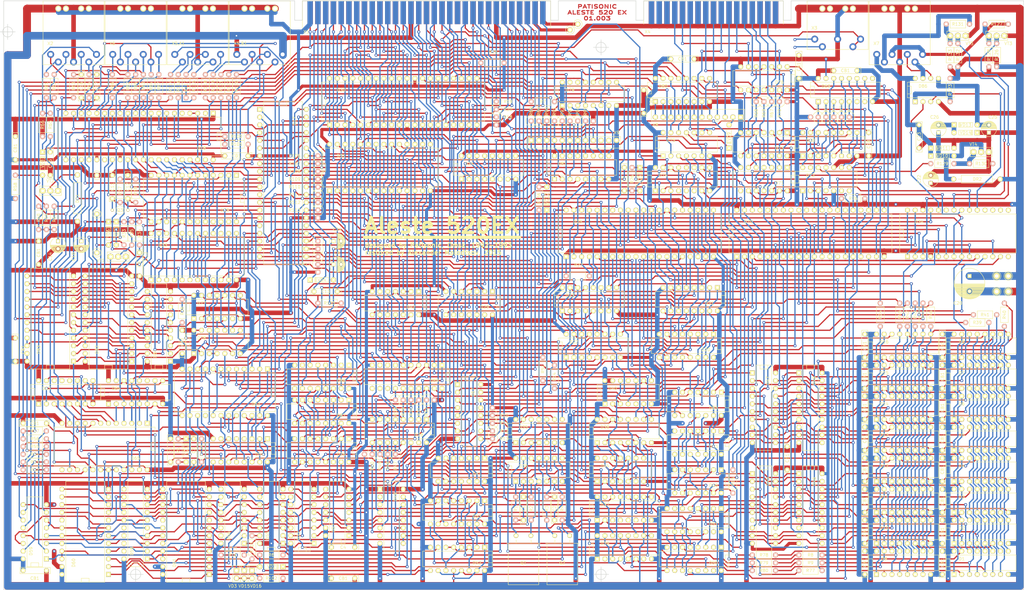
<source format=kicad_pcb>
(kicad_pcb (version 20171130) (host pcbnew "(5.1.12)-1")
  (layers (0 F.Cu signal) (31 B.Cu signal) (34 B.Paste user hide) (35 F.Paste user hide) (36 B.SilkS user hide) (37 F.SilkS user hide) (38 B.Mask user hide) (39 F.Mask user hide) (44 Edge.Cuts user))
  (net 0 "")
  (net 1 "Net-(C1-Pad1)")
  (net 2 "Net-(C1-Pad2)")
  (net 3 "Net-(C2-Pad1)")
  (net 4 "Net-(C2-Pad2)")
  (net 5 "Net-(C3-Pad2)")
  (net 6 GND)
  (net 7 "/Clocks & CRTC/SYNC*")
  (net 8 "/Gate Array/COLOR")
  (net 9 /Periphery/SBRES)
  (net 10 "/Clocks & CRTC/~RESET2")
  (net 11 "Net-(C9-Pad2)")
  (net 12 /Periphery/VC1)
  (net 13 "Net-(C11-Pad2)")
  (net 14 "Net-(C12-Pad2)")
  (net 15 /FDC/RESET)
  (net 16 "Net-(C14-Pad1)")
  (net 17 "/Gate Array/B")
  (net 18 "/Gate Array/G")
  (net 19 "/Gate Array/R")
  (net 20 "Net-(C18-Pad2)")
  (net 21 VCC)
  (net 22 /Periphery/+12V)
  (net 23 /CPU/~RESET*)
  (net 24 /Periphery/-12V)
  (net 25 "Net-(C26-Pad1)")
  (net 26 "Net-(C26-Pad2)")
  (net 27 /RAM/MA8)
  (net 28 /CPU/D0)
  (net 29 /RAM/MA0)
  (net 30 /RAM/MA2)
  (net 31 /RAM/MA1)
  (net 32 /RAM/MA7)
  (net 33 /RAM/MA5)
  (net 34 /RAM/MA4)
  (net 35 /RAM/MA3)
  (net 36 /RAM/MA6)
  (net 37 /RAM/R0)
  (net 38 /CPU/D1)
  (net 39 /RAM/R1)
  (net 40 /CPU/D2)
  (net 41 /RAM/R2)
  (net 42 /CPU/D3)
  (net 43 /RAM/R3)
  (net 44 /CPU/D4)
  (net 45 /RAM/R4)
  (net 46 /CPU/D5)
  (net 47 /RAM/R5)
  (net 48 /CPU/D6)
  (net 49 /RAM/R6)
  (net 50 /RAM/R7)
  (net 51 /RAM/R8)
  (net 52 /RAM/R9)
  (net 53 /RAM/R10)
  (net 54 /RAM/R11)
  (net 55 /RAM/R12)
  (net 56 /RAM/R13)
  (net 57 /RAM/R14)
  (net 58 /RAM/R15)
  (net 59 /Periphery/AY3)
  (net 60 /Periphery/AY2)
  (net 61 /Periphery/AY1)
  (net 62 /Periphery/AY0)
  (net 63 /CPU/A11)
  (net 64 /CPU/A9)
  (net 65 /CPU/A8)
  (net 66 /Periphery/BDIR)
  (net 67 /Periphery/BC1)
  (net 68 /Periphery/TOUT)
  (net 69 /Periphery/STROBE)
  (net 70 /Periphery/Y0)
  (net 71 /Periphery/Y1)
  (net 72 /Periphery/Y2)
  (net 73 /Periphery/Y3)
  (net 74 "/Clocks & CRTC/HY*")
  (net 75 /Periphery/PB2)
  (net 76 /Periphery/50/60)
  (net 77 /Periphery/BUSY)
  (net 78 /Periphery/TIN)
  (net 79 /CPU/~IORD)
  (net 80 /Periphery/AY7)
  (net 81 /Periphery/AY6)
  (net 82 /Periphery/AY5)
  (net 83 /Periphery/AY4)
  (net 84 /Periphery/SABC)
  (net 85 /Periphery/PD7)
  (net 86 /Periphery/PD6)
  (net 87 /Periphery/PD5)
  (net 88 /Periphery/PD4)
  (net 89 /Periphery/PD3)
  (net 90 /Periphery/PD2)
  (net 91 /Periphery/PD1)
  (net 92 /Periphery/PD0)
  (net 93 /Periphery/X8)
  (net 94 /Periphery/X7)
  (net 95 /Periphery/X6)
  (net 96 /Periphery/X5)
  (net 97 /Periphery/X4)
  (net 98 /Periphery/X3)
  (net 99 /Periphery/X2)
  (net 100 /Periphery/X1)
  (net 101 /CPU/~RESET)
  (net 102 "Net-(D19-Pad3)")
  (net 103 "Net-(D19-Pad13)")
  (net 104 /RAM/DIS)
  (net 105 "/Clocks & CRTC/V8")
  (net 106 "/Clocks & CRTC/V1")
  (net 107 /CPU/A1)
  (net 108 "Net-(D20-Pad7)")
  (net 109 "Net-(D20-Pad9)")
  (net 110 /CPU/A2)
  (net 111 "/Clocks & CRTC/V2")
  (net 112 "/Clocks & CRTC/V9")
  (net 113 /RAM/S0)
  (net 114 "/Clocks & CRTC/V10")
  (net 115 "/Clocks & CRTC/V3")
  (net 116 /CPU/A10)
  (net 117 /CPU/A3)
  (net 118 "Net-(D21-Pad7)")
  (net 119 "Net-(D21-Pad9)")
  (net 120 /CPU/A4)
  (net 121 /CPU/A7)
  (net 122 "/Clocks & CRTC/V4")
  (net 123 "/Clocks & CRTC/V7")
  (net 124 "/Clocks & CRTC/V14")
  (net 125 "/Clocks & CRTC/V5")
  (net 126 "/Gate Array/MAP15")
  (net 127 /CPU/A5)
  (net 128 "Net-(D22-Pad7)")
  (net 129 "Net-(D22-Pad9)")
  (net 130 /CPU/A13)
  (net 131 "/Gate Array/MAP16")
  (net 132 "/Clocks & CRTC/L2")
  (net 133 "/Clocks & CRTC/V6")
  (net 134 "/Gate Array/MAP17")
  (net 135 /CPU/A6)
  (net 136 "Net-(D23-Pad7)")
  (net 137 "Net-(D23-Pad9)")
  (net 138 /CPU/A12)
  (net 139 "/Gate Array/MAP18")
  (net 140 "/Clocks & CRTC/L1")
  (net 141 "/Clocks & CRTC/V1113")
  (net 142 "/Clocks & CRTC/L0")
  (net 143 "/Gate Array/MAP14")
  (net 144 "Net-(D24-Pad5)")
  (net 145 "/Gate Array/HIGHTZ")
  (net 146 "/Clocks & CRTC/L.PEN")
  (net 147 "/Clocks & CRTC/V11")
  (net 148 "/Clocks & CRTC/V13")
  (net 149 "/Clocks & CRTC/DEN")
  (net 150 "/Clocks & CRTC/CURSOR")
  (net 151 "/Clocks & CRTC/CBUF")
  (net 152 "Net-(D25-Pad23)")
  (net 153 /CPU/A14)
  (net 154 "/Clocks & CRTC/HX")
  (net 155 "/Gate Array/MAPMOD")
  (net 156 "/Gate Array/\"A\"")
  (net 157 "/Gate Array/\"B\"")
  (net 158 /CPU/A15)
  (net 159 /CPU/~IORQ)
  (net 160 "/Gate Array/M3")
  (net 161 "/Gate Array/M2")
  (net 162 "/Gate Array/M1")
  (net 163 "/Gate Array/M0")
  (net 164 "/Gate Array/MAPBLK")
  (net 165 "/Gate Array/M4")
  (net 166 /CPU/~WR)
  (net 167 /CPU/~RD)
  (net 168 /CPU/~INTA)
  (net 169 /CPU/~M1)
  (net 170 "Net-(D29-Pad11)")
  (net 171 /CPU/CLK)
  (net 172 /CPU/~INT)
  (net 173 /CPU/~NMI)
  (net 174 /CPU/~HALT)
  (net 175 /CPU/~BUSAK)
  (net 176 /CPU/~BUSRQ)
  (net 177 /CPU/~MREQ)
  (net 178 /CPU/A0)
  (net 179 "Net-(D31-Pad1)")
  (net 180 /CPU/~ROMEN)
  (net 181 /CPU/ROMDIS)
  (net 182 "Net-(D31-Pad27)")
  (net 183 "/Gate Array/HIGHTY")
  (net 184 /FDC/XD0)
  (net 185 "/Gate Array/XD1")
  (net 186 "/Gate Array/HIGHTX")
  (net 187 "/Gate Array/XD2")
  (net 188 "Net-(D32-Pad9)")
  (net 189 "/Gate Array/BLAKS")
  (net 190 "/Gate Array/XD3")
  (net 191 "/Gate Array/CS53")
  (net 192 "/Gate Array/XD4")
  (net 193 "/Gate Array/XD5")
  (net 194 /FDC/WGPTCLK)
  (net 195 /Periphery/RXC)
  (net 196 /Periphery/TXC)
  (net 197 /Periphery/FUTURE)
  (net 198 /Periphery/~CS53)
  (net 199 /Periphery/RXD)
  (net 200 /Periphery/TXD)
  (net 201 /Periphery/DSR)
  (net 202 /Periphery/DTR)
  (net 203 "/Clocks & CRTC/8M")
  (net 204 "/Clocks & CRTC/4M")
  (net 205 "/Gate Array/4ST")
  (net 206 "Net-(D35-Pad5)")
  (net 207 "/Gate Array/MVI")
  (net 208 /CPU/ROM0)
  (net 209 /CPU/ROM1)
  (net 210 "Net-(D36-Pad1)")
  (net 211 "/Clocks & CRTC/16MHZ")
  (net 212 "Net-(D36-Pad6)")
  (net 213 "/Clocks & CRTC/13MHZ")
  (net 214 "Net-(D36-Pad11)")
  (net 215 /RAM/~VCLK)
  (net 216 "/Clocks & CRTC/VCLK")
  (net 217 "/Clocks & CRTC/XTAL")
  (net 218 "/Clocks & CRTC/1M")
  (net 219 "/Clocks & CRTC/2M")
  (net 220 "/Clocks & CRTC/HIGHT")
  (net 221 "Net-(D38-Pad4)")
  (net 222 "/Clocks & CRTC/RAS")
  (net 223 "/Clocks & CRTC/CAS")
  (net 224 "Net-(D40-Pad2)")
  (net 225 /CPU/~RFSH)
  (net 226 "Net-(D40-Pad6)")
  (net 227 /RAM/~DIS)
  (net 228 "Net-(D40-Pad12)")
  (net 229 "Net-(D41-Pad3)")
  (net 230 "Net-(D41-Pad5)")
  (net 231 "Net-(D41-Pad6)")
  (net 232 "/Gate Array/~FUTURE")
  (net 233 /Periphery/~STROBE)
  (net 234 /RAM/VBUF)
  (net 235 "Net-(D43-Pad8)")
  (net 236 "Net-(D43-Pad9)")
  (net 237 /CPU/LOP)
  (net 238 "Net-(D43-Pad13)")
  (net 239 /FDC/EXRG)
  (net 240 "/Gate Array/8ST")
  (net 241 "/Gate Array/VD0")
  (net 242 "/Gate Array/VD1")
  (net 243 "/Gate Array/VD2")
  (net 244 "/Gate Array/VD3")
  (net 245 "/Gate Array/VD4")
  (net 246 "/Gate Array/VD5")
  (net 247 "/Gate Array/VD6")
  (net 248 "/Gate Array/VD7")
  (net 249 /CPU/BUFFER0)
  (net 250 /CPU/BUFFER1)
  (net 251 "Net-(D49-Pad3)")
  (net 252 "/Gate Array/SYNC")
  (net 253 "/Gate Array/~PAGE")
  (net 254 "/Gate Array/PAGE")
  (net 255 "/Gate Array/RRC")
  (net 256 "Net-(D50-Pad12)")
  (net 257 "Net-(D50-Pad14)")
  (net 258 "/Gate Array/PX0")
  (net 259 "Net-(D51-Pad14)")
  (net 260 "/Gate Array/MODE1")
  (net 261 "/Gate Array/PX3")
  (net 262 "/Gate Array/MODE0")
  (net 263 "/Gate Array/PX1")
  (net 264 "/Gate Array/PX2")
  (net 265 "/Gate Array/NCOLOR4")
  (net 266 "/Gate Array/CBORDER")
  (net 267 "/Gate Array/NCOLOR")
  (net 268 "Net-(D54-Pad10)")
  (net 269 "/Gate Array/MODE")
  (net 270 "/Gate Array/MAPER")
  (net 271 /CPU/PROM0)
  (net 272 /CPU/PROM1)
  (net 273 "/Gate Array/LED0")
  (net 274 "/Gate Array/LED1")
  (net 275 "/Gate Array/NCOLOR0")
  (net 276 "/Gate Array/NCOLOR1")
  (net 277 "/Gate Array/NCOLOR2")
  (net 278 "/Gate Array/NCOLOR3")
  (net 279 "/Gate Array/C0")
  (net 280 "/Gate Array/C1")
  (net 281 "/Gate Array/C2")
  (net 282 "/Gate Array/C3")
  (net 283 "/Gate Array/C4")
  (net 284 "/Gate Array/C5")
  (net 285 "/Gate Array/BLANK")
  (net 286 "Net-(D59-Pad2)")
  (net 287 "Net-(D59-Pad5)")
  (net 288 "Net-(D59-Pad7)")
  (net 289 "Net-(D59-Pad10)")
  (net 290 "Net-(D59-Pad12)")
  (net 291 "Net-(D59-Pad15)")
  (net 292 "/Gate Array/VRAMACC")
  (net 293 "/Clocks & CRTC/3CY")
  (net 294 "Net-(D63-Pad3)")
  (net 295 "Net-(D63-Pad4)")
  (net 296 "Net-(D63-Pad5)")
  (net 297 "/Clocks & CRTC/MK0")
  (net 298 "Net-(D63-Pad10)")
  (net 299 "Net-(D63-Pad11)")
  (net 300 "/Clocks & CRTC/MK1")
  (net 301 "/Clocks & CRTC/MK2")
  (net 302 "/Clocks & CRTC/MK3")
  (net 303 "/Clocks & CRTC/1CY")
  (net 304 "/Clocks & CRTC/2CY")
  (net 305 "Net-(D64-Pad15)")
  (net 306 "/Clocks & CRTC/SINT*")
  (net 307 "/Clocks & CRTC/KK0")
  (net 308 "/Clocks & CRTC/KK1")
  (net 309 "/Clocks & CRTC/KK2")
  (net 310 "/Clocks & CRTC/KK3")
  (net 311 "Net-(D66-Pad2)")
  (net 312 /CPU/SINT)
  (net 313 "Net-(D66-Pad11)")
  (net 314 "Net-(D66-Pad13)")
  (net 315 /CPU/~RAMEN)
  (net 316 /CPU/RAMDIS)
  (net 317 "Net-(D68-Pad2)")
  (net 318 /FDC/FP0)
  (net 319 /FDC/FP1)
  (net 320 "Net-(D68-Pad5)")
  (net 321 /FDC/FP2)
  (net 322 "Net-(D68-Pad7)")
  (net 323 "Net-(D68-Pad9)")
  (net 324 "Net-(D68-Pad10)")
  (net 325 /FDC/FP3)
  (net 326 "Net-(D68-Pad12)")
  (net 327 "Net-(D68-Pad14)")
  (net 328 /FDC/RDD)
  (net 329 /FDC/WRC)
  (net 330 "Net-(D70-Pad4)")
  (net 331 "Net-(D70-Pad15)")
  (net 332 "Net-(D70-Pad17)")
  (net 333 /FDC/DW)
  (net 334 "Net-(D70-Pad25)")
  (net 335 "Net-(D70-Pad27)")
  (net 336 "Net-(D70-Pad28)")
  (net 337 "Net-(D70-Pad29)")
  (net 338 "Net-(D70-Pad30)")
  (net 339 "Net-(D70-Pad33)")
  (net 340 "Net-(D70-Pad34)")
  (net 341 /FDC/DSKRDY)
  (net 342 "Net-(D70-Pad37)")
  (net 343 "Net-(D70-Pad38)")
  (net 344 /FDC/RW/S)
  (net 345 /FDC/~GATE)
  (net 346 /FDC/~RDATA)
  (net 347 "Net-(D71-Pad11)")
  (net 348 "Net-(D72-Pad14)")
  (net 349 "Net-(D73-Pad4)")
  (net 350 "Net-(D73-Pad6)")
  (net 351 /FDC/~INDEX)
  (net 352 "Net-(D73-Pad12)")
  (net 353 /FDC/~TRAC0)
  (net 354 /FDC/~STEP)
  (net 355 /FDC/~DRIVE1)
  (net 356 "Net-(D75-Pad11)")
  (net 357 /FDC/~MOTOR)
  (net 358 /FDC/~DRIVE0)
  (net 359 /FDC/~DIR)
  (net 360 /FDC/~WRDAT)
  (net 361 /FDC/~SIDE)
  (net 362 "/Clocks & CRTC/~3CY")
  (net 363 "Net-(D78-Pad3)")
  (net 364 "Net-(D78-Pad6)")
  (net 365 /Periphery/COMMON)
  (net 366 /Periphery/KW0)
  (net 367 /Periphery/KW1)
  (net 368 /Periphery/KW2)
  (net 369 /Periphery/KW3)
  (net 370 /Periphery/KM0)
  (net 371 /Periphery/KM1)
  (net 372 /Periphery/KM2)
  (net 373 /Periphery/KM3)
  (net 374 /Periphery/KM4)
  (net 375 /Periphery/KM5)
  (net 376 /Periphery/KM6)
  (net 377 /Periphery/KM7)
  (net 378 /Periphery/KM8)
  (net 379 /Periphery/KM14)
  (net 380 /Periphery/KM13)
  (net 381 /Periphery/KM12)
  (net 382 /Periphery/KM11)
  (net 383 /Periphery/KRS)
  (net 384 /Periphery/KM18)
  (net 385 /Periphery/KM17)
  (net 386 /Periphery/KM16)
  (net 387 /Periphery/KM15)
  (net 388 /Periphery/Z0)
  (net 389 /Periphery/Z1)
  (net 390 /Periphery/Z2)
  (net 391 /Periphery/Z3)
  (net 392 "Net-(D82-Pad17)")
  (net 393 "Net-(D82-Pad18)")
  (net 394 /Periphery/Z4)
  (net 395 /Periphery/Z5)
  (net 396 /Periphery/Z6)
  (net 397 /Periphery/Z7)
  (net 398 "Net-(D83-Pad17)")
  (net 399 "Net-(D83-Pad18)")
  (net 400 "Net-(D83-Pad19)")
  (net 401 "Net-(D83-Pad20)")
  (net 402 "Net-(D85-Pad6)")
  (net 403 "Net-(D86-Pad1)")
  (net 404 /Periphery/TXD*)
  (net 405 /Periphery/DTR*)
  (net 406 "Net-(D88-Pad6)")
  (net 407 "Net-(P7-Pad1)")
  (net 408 /CPU/~WAIT)
  (net 409 "Net-(R16-Pad2)")
  (net 410 "Net-(R36-Pad2)")
  (net 411 "Net-(R52-Pad1)")
  (net 412 "Net-(R54-Pad1)")
  (net 413 "Net-(R56-Pad1)")
  (net 414 "Net-(R58-Pad1)")
  (net 415 "Net-(R65-Pad1)")
  (net 416 "/Gate Array/LUM")
  (net 417 "Net-(R81-Pad2)")
  (net 418 "/Gate Array/SOUND")
  (net 419 "Net-(R101-Pad2)")
  (net 420 "Net-(R102-Pad2)")
  (net 421 "Net-(R114-Pad2)")
  (net 422 "Net-(R115-Pad2)")
  (net 423 "Net-(R116-Pad2)")
  (net 424 "Net-(R117-Pad2)")
  (net 425 "Net-(R118-Pad2)")
  (net 426 "Net-(R119-Pad2)")
  (net 427 "Net-(R120-Pad2)")
  (net 428 "Net-(R121-Pad2)")
  (net 429 "Net-(R122-Pad2)")
  (net 430 "Net-(R127-Pad1)")
  (net 431 "Net-(R127-Pad2)")
  (net 432 "Net-(R129-Pad2)")
  (net 433 /Periphery/DSR*)
  (net 434 "Net-(R131-Pad2)")
  (net 435 /Periphery/KM10)
  (net 436 /AVCC)
  (net 437 /AGND)
  (net 438 /CPU/D7)
  (net 439 "/Gate Array/~CSAY")
  (net 440 "Net-(D39-Pad15)")
  (net 441 /FDC/RSCLK)
  (net 442 /Periphery/KM9)
  (net 443 "Net-(D49-Pad4)")
  (net 444 /FDC/DISCINT)
  (net 445 /FDC/~WRTPRT)
  (net 446 /RAM/WE0)
  (net 447 /RAM/RAS0)
  (net 448 /RAM/CAS0)
  (net 449 /RAM/WE1)
  (net 450 /RAM/RAS1)
  (net 451 /RAM/CAS1)
  (net 452 /CPU/~IOWR)
  (net 453 /CPU/HY)
  (module MyLib:DIP-24 (layer F.Cu) (at 82.55 127)
    (fp_text reference D33 (at 3.81 -11.43) (layer F.SilkS))
    (fp_text value 580ВИ53)
    (pad 1 thru_hole rect (at 0 0) (size 1.6 1.6) (drill 0.8) (layers *.Cu *.Mask F.SilkS) (net 80 /Periphery/AY7))
    (pad 2 thru_hole oval (at 2.54 0) (size 1.6 1.6) (drill 0.8) (layers *.Cu *.Mask F.SilkS) (net 81 /Periphery/AY6))
    (pad 3 thru_hole oval (at 5.08 0) (size 1.6 1.6) (drill 0.8) (layers *.Cu *.Mask F.SilkS) (net 82 /Periphery/AY5))
    (pad 4 thru_hole circle (at 7.62 0) (size 1.6 1.6) (drill 0.8) (layers *.Cu *.Mask F.SilkS) (net 83 /Periphery/AY4))
    (pad 5 thru_hole circle (at 10.16 0) (size 1.6 1.6) (drill 0.8) (layers *.Cu *.Mask F.SilkS) (net 59 /Periphery/AY3))
    (pad 6 thru_hole circle (at 12.7 0) (size 1.6 1.6) (drill 0.8) (layers *.Cu *.Mask F.SilkS) (net 60 /Periphery/AY2))
    (pad 7 thru_hole circle (at 15.24 0) (size 1.6 1.6) (drill 0.8) (layers *.Cu *.Mask F.SilkS) (net 61 /Periphery/AY1))
    (pad 8 thru_hole circle (at 17.78 0) (size 1.6 1.6) (drill 0.8) (layers *.Cu *.Mask F.SilkS) (net 62 /Periphery/AY0))
    (pad 9 thru_hole circle (at 20.32 0) (size 1.6 1.6) (drill 0.8) (layers *.Cu *.Mask F.SilkS))
    (pad 10 thru_hole circle (at 22.86 0) (size 1.6 1.6) (drill 0.8) (layers *.Cu *.Mask F.SilkS) (net 195 /Periphery/RXC))
    (pad 11 thru_hole circle (at 25.4 0) (size 1.6 1.6) (drill 0.8) (layers *.Cu *.Mask F.SilkS) (net 21 VCC))
    (pad 12 thru_hole circle (at 27.94 0) (size 1.6 1.6) (drill 0.8) (layers *.Cu *.Mask F.SilkS) (net 6 GND))
    (pad 13 thru_hole circle (at 27.94 -15.24) (size 1.6 1.6) (drill 0.8) (layers *.Cu *.Mask F.SilkS) (net 196 /Periphery/TXC))
    (pad 14 thru_hole circle (at 25.4 -15.24) (size 1.6 1.6) (drill 0.8) (layers *.Cu *.Mask F.SilkS) (net 21 VCC))
    (pad 15 thru_hole circle (at 22.86 -15.24) (size 1.6 1.6) (drill 0.8) (layers *.Cu *.Mask F.SilkS))
    (pad 16 thru_hole circle (at 20.32 -15.24) (size 1.6 1.6) (drill 0.8) (layers *.Cu *.Mask F.SilkS) (net 150 "/Clocks & CRTC/CURSOR"))
    (pad 17 thru_hole circle (at 17.78 -15.24) (size 1.6 1.6) (drill 0.8) (layers *.Cu *.Mask F.SilkS) (net 197 /Periphery/FUTURE))
    (pad 18 thru_hole circle (at 15.24 -15.24) (size 1.6 1.6) (drill 0.8) (layers *.Cu *.Mask F.SilkS) (net 154 "/Clocks & CRTC/HX"))
    (pad 19 thru_hole circle (at 12.7 -15.24) (size 1.6 1.6) (drill 0.8) (layers *.Cu *.Mask F.SilkS) (net 178 /CPU/A0))
    (pad 20 thru_hole circle (at 10.16 -15.24) (size 1.6 1.6) (drill 0.8) (layers *.Cu *.Mask F.SilkS) (net 107 /CPU/A1))
    (pad 21 thru_hole circle (at 7.62 -15.24) (size 1.6 1.6) (drill 0.8) (layers *.Cu *.Mask F.SilkS) (net 198 /Periphery/~CS53))
    (pad 22 thru_hole circle (at 5.08 -15.24) (size 1.6 1.6) (drill 0.8) (layers *.Cu *.Mask F.SilkS) (net 21 VCC))
    (pad 23 thru_hole circle (at 2.54 -15.24) (size 1.6 1.6) (drill 0.8) (layers *.Cu *.Mask F.SilkS) (net 452 /CPU/~IOWR))
    (pad 24 thru_hole circle (at 0 -15.24) (size 1.6 1.6) (drill 0.8) (layers *.Cu *.Mask F.SilkS) (net 21 VCC))
  )
  (module MyLib:SLOT_62 (layer F.Cu) (at 172.72 39.37 180)
    (fp_text reference X1 (at 39.37 -6.35 180) (layer F.SilkS))
    (fp_text value SLOT-62)
    (pad B1 connect rect (at 38.1 0 180) (size 1.778 7.62) (layers B.Cu B.Mask) (net 6 GND))
    (pad B2 connect rect (at 35.56 0 180) (size 1.778 7.62) (layers B.Cu B.Mask) (net 153 /CPU/A14))
    (pad B3 connect rect (at 33.02 0 180) (size 1.778 7.62) (layers B.Cu B.Mask) (net 138 /CPU/A12))
    (pad B4 connect rect (at 30.48 0 180) (size 1.778 7.62) (layers B.Cu B.Mask) (net 116 /CPU/A10))
    (pad B5 connect rect (at 27.94 0 180) (size 1.778 7.62) (layers B.Cu B.Mask) (net 65 /CPU/A8))
    (pad B6 connect rect (at 25.4 0 180) (size 1.778 7.62) (layers B.Cu B.Mask) (net 135 /CPU/A6))
    (pad B7 connect rect (at 22.86 0 180) (size 1.778 7.62) (layers B.Cu B.Mask) (net 120 /CPU/A4))
    (pad B8 connect rect (at 20.32 0 180) (size 1.778 7.62) (layers B.Cu B.Mask) (net 110 /CPU/A2))
    (pad B9 connect rect (at 17.78 0 180) (size 1.778 7.62) (layers B.Cu B.Mask) (net 178 /CPU/A0))
    (pad B10 connect rect (at 15.24 0 180) (size 1.778 7.62) (layers B.Cu B.Mask) (net 48 /CPU/D6))
    (pad B11 connect rect (at 12.7 0 180) (size 1.778 7.62) (layers B.Cu B.Mask) (net 44 /CPU/D4))
    (pad B12 connect rect (at 10.16 0 180) (size 1.778 7.62) (layers B.Cu B.Mask) (net 40 /CPU/D2))
    (pad B13 connect rect (at 7.62 0 180) (size 1.778 7.62) (layers B.Cu B.Mask) (net 28 /CPU/D0))
    (pad B14 connect rect (at 5.08 0 180) (size 1.778 7.62) (layers B.Cu B.Mask) (net 177 /CPU/~MREQ))
    (pad B15 connect rect (at 2.54 0 180) (size 1.778 7.62) (layers B.Cu B.Mask) (net 225 /CPU/~RFSH))
    (pad B16 connect rect (at 0 0 180) (size 1.778 7.62) (layers B.Cu B.Mask) (net 167 /CPU/~RD))
    (pad B17 connect rect (at -2.54 0 180) (size 1.778 7.62) (layers B.Cu B.Mask) (net 174 /CPU/~HALT))
    (pad B18 connect rect (at -5.08 0 180) (size 1.778 7.62) (layers B.Cu B.Mask) (net 173 /CPU/~NMI))
    (pad B19 connect rect (at -7.62 0 180) (size 1.778 7.62) (layers B.Cu B.Mask) (net 175 /CPU/~BUSAK))
    (pad B20 connect rect (at -10.16 0 180) (size 1.778 7.62) (layers B.Cu B.Mask))
    (pad B21 connect rect (at -12.7 0 180) (size 1.778 7.62) (layers B.Cu B.Mask) (net 180 /CPU/~ROMEN))
    (pad B22 connect rect (at -15.24 0 180) (size 1.778 7.62) (layers B.Cu B.Mask) (net 315 /CPU/~RAMEN))
    (pad B23 connect rect (at -17.78 0 180) (size 1.778 7.62) (layers B.Cu B.Mask) (net 150 "/Clocks & CRTC/CURSOR"))
    (pad B24 connect rect (at -20.32 0 180) (size 1.778 7.62) (layers B.Cu B.Mask))
    (pad B25 connect rect (at -22.86 0 180) (size 1.778 7.62) (layers B.Cu B.Mask) (net 171 /CPU/CLK))
    (pad B26 connect rect (at -25.4 0 180) (size 1.778 7.62) (layers B.Cu B.Mask) (net 126 "/Gate Array/MAP15"))
    (pad B27 connect rect (at -27.94 0 180) (size 1.778 7.62) (layers B.Cu B.Mask) (net 134 "/Gate Array/MAP17"))
    (pad B28 connect rect (at -30.48 0 180) (size 1.778 7.62) (layers B.Cu B.Mask) (net 164 "/Gate Array/MAPBLK"))
    (pad B29 connect rect (at -33.02 0 180) (size 1.778 7.62) (layers B.Cu B.Mask) (net 227 /RAM/~DIS))
    (pad B30 connect rect (at -35.56 0 180) (size 1.778 7.62) (layers B.Cu B.Mask) (net 104 /RAM/DIS))
    (pad B31 connect rect (at -38.1 0 180) (size 1.778 7.62) (layers B.Cu B.Mask) (net 145 "/Gate Array/HIGHTZ"))
    (pad A1 connect rect (at 38.1 0 180) (size 1.778 7.62) (layers F.Cu F.Mask) (net 418 "/Gate Array/SOUND"))
    (pad A2 connect rect (at 35.56 0 180) (size 1.778 7.62) (layers F.Cu F.Mask) (net 158 /CPU/A15))
    (pad A3 connect rect (at 33.02 0 180) (size 1.778 7.62) (layers F.Cu F.Mask) (net 130 /CPU/A13))
    (pad A31 connect rect (at -38.1 0 180) (size 1.778 7.62) (layers F.Cu F.Mask) (net 436 /AVCC))
    (pad A4 connect rect (at 30.48 0 180) (size 1.778 7.62) (layers F.Cu F.Mask) (net 63 /CPU/A11))
    (pad A5 connect rect (at 27.94 0 180) (size 1.778 7.62) (layers F.Cu F.Mask) (net 64 /CPU/A9))
    (pad A6 connect rect (at 25.4 0 180) (size 1.778 7.62) (layers F.Cu F.Mask) (net 121 /CPU/A7))
    (pad A7 connect rect (at 22.86 0 180) (size 1.778 7.62) (layers F.Cu F.Mask) (net 127 /CPU/A5))
    (pad A8 connect rect (at 20.32 0 180) (size 1.778 7.62) (layers F.Cu F.Mask) (net 117 /CPU/A3))
    (pad A9 connect rect (at 17.78 0 180) (size 1.778 7.62) (layers F.Cu F.Mask) (net 107 /CPU/A1))
    (pad A10 connect rect (at 15.24 0 180) (size 1.778 7.62) (layers F.Cu F.Mask) (net 438 /CPU/D7))
    (pad A11 connect rect (at 12.7 0 180) (size 1.778 7.62) (layers F.Cu F.Mask) (net 46 /CPU/D5))
    (pad A12 connect rect (at 10.16 0 180) (size 1.778 7.62) (layers F.Cu F.Mask) (net 42 /CPU/D3))
    (pad A13 connect rect (at 7.62 0 180) (size 1.778 7.62) (layers F.Cu F.Mask) (net 38 /CPU/D1))
    (pad A14 connect rect (at 5.08 0 180) (size 1.778 7.62) (layers F.Cu F.Mask) (net 21 VCC))
    (pad A15 connect rect (at 2.54 0 180) (size 1.778 7.62) (layers F.Cu F.Mask) (net 169 /CPU/~M1))
    (pad A16 connect rect (at 0 0 180) (size 1.778 7.62) (layers F.Cu F.Mask) (net 159 /CPU/~IORQ))
    (pad A17 connect rect (at -2.54 0 180) (size 1.778 7.62) (layers F.Cu F.Mask) (net 166 /CPU/~WR))
    (pad A18 connect rect (at -5.08 0 180) (size 1.778 7.62) (layers F.Cu F.Mask) (net 172 /CPU/~INT))
    (pad A19 connect rect (at -7.62 0 180) (size 1.778 7.62) (layers F.Cu F.Mask) (net 176 /CPU/~BUSRQ))
    (pad A20 connect rect (at -10.16 0 180) (size 1.778 7.62) (layers F.Cu F.Mask))
    (pad A21 connect rect (at -12.7 0 180) (size 1.778 7.62) (layers F.Cu F.Mask) (net 101 /CPU/~RESET))
    (pad A22 connect rect (at -15.24 0 180) (size 1.778 7.62) (layers F.Cu F.Mask) (net 181 /CPU/ROMDIS))
    (pad A23 connect rect (at -17.78 0 180) (size 1.778 7.62) (layers F.Cu F.Mask) (net 316 /CPU/RAMDIS))
    (pad A24 connect rect (at -20.32 0 180) (size 1.778 7.62) (layers F.Cu F.Mask) (net 146 "/Clocks & CRTC/L.PEN"))
    (pad A25 connect rect (at -22.86 0 180) (size 1.778 7.62) (layers F.Cu F.Mask) (net 6 GND))
    (pad A26 connect rect (at -25.4 0 180) (size 1.778 7.62) (layers F.Cu F.Mask) (net 143 "/Gate Array/MAP14"))
    (pad A27 connect rect (at -27.94 0 180) (size 1.778 7.62) (layers F.Cu F.Mask) (net 131 "/Gate Array/MAP16"))
    (pad A28 connect rect (at -30.48 0 180) (size 1.778 7.62) (layers F.Cu F.Mask) (net 165 "/Gate Array/M4"))
    (pad A29 connect rect (at -33.02 0 180) (size 1.778 7.62) (layers F.Cu F.Mask) (net 168 /CPU/~INTA))
    (pad A30 connect rect (at -35.56 0 180) (size 1.778 7.62) (layers F.Cu F.Mask) (net 437 /AGND))
  )
  (module MyLib:C_Disc_D7.5_P2.5 (layer F.Cu) (at 45.72 118.11 90)
    (fp_text reference CB1 (at 0 0 90) (layer F.SilkS))
    (fp_text value CAP)
    (pad 1 thru_hole circle (at -3.81 0 90) (size 1.6 1.6) (drill 0.8) (layers *.Cu *.Mask F.SilkS) (net 6 GND))
    (pad 2 thru_hole circle (at 3.81 0 90) (size 1.6 1.6) (drill 0.8) (layers *.Cu *.Mask F.SilkS) (net 21 VCC))
  )
  (module MyLib:DIP-16 (layer F.Cu) (at 267.97 129.54 180)
    (fp_text reference D21 (at 2.54 -5.08 180) (layer F.SilkS))
    (fp_text value 555КП2)
    (pad 1 thru_hole rect (at 0 0 180) (size 1.6 1.6) (drill 0.8) (layers *.Cu *.Mask F.SilkS) (net 6 GND))
    (pad 2 thru_hole circle (at 2.54 0 180) (size 1.6 1.6) (drill 0.8) (layers *.Cu *.Mask F.SilkS) (net 104 /RAM/DIS))
    (pad 3 thru_hole circle (at 5.08 0 180) (size 1.6 1.6) (drill 0.8) (layers *.Cu *.Mask F.SilkS) (net 114 "/Clocks & CRTC/V10"))
    (pad 4 thru_hole circle (at 7.62 0 180) (size 1.6 1.6) (drill 0.8) (layers *.Cu *.Mask F.SilkS) (net 115 "/Clocks & CRTC/V3"))
    (pad 5 thru_hole circle (at 10.16 0 180) (size 1.6 1.6) (drill 0.8) (layers *.Cu *.Mask F.SilkS) (net 116 /CPU/A10))
    (pad 6 thru_hole circle (at 12.7 0 180) (size 1.6 1.6) (drill 0.8) (layers *.Cu *.Mask F.SilkS) (net 117 /CPU/A3))
    (pad 7 thru_hole circle (at 15.24 0 180) (size 1.6 1.6) (drill 0.8) (layers *.Cu *.Mask F.SilkS) (net 118 "Net-(D21-Pad7)"))
    (pad 8 thru_hole circle (at 17.78 0 180) (size 1.6 1.6) (drill 0.8) (layers *.Cu *.Mask F.SilkS) (net 6 GND))
    (pad 9 thru_hole circle (at 17.78 -7.62 180) (size 1.6 1.6) (drill 0.8) (layers *.Cu *.Mask F.SilkS) (net 119 "Net-(D21-Pad9)"))
    (pad 10 thru_hole circle (at 15.24 -7.62 180) (size 1.6 1.6) (drill 0.8) (layers *.Cu *.Mask F.SilkS) (net 120 /CPU/A4))
    (pad 11 thru_hole circle (at 12.7 -7.62 180) (size 1.6 1.6) (drill 0.8) (layers *.Cu *.Mask F.SilkS) (net 121 /CPU/A7))
    (pad 12 thru_hole circle (at 10.16 -7.62 180) (size 1.6 1.6) (drill 0.8) (layers *.Cu *.Mask F.SilkS) (net 122 "/Clocks & CRTC/V4"))
    (pad 13 thru_hole circle (at 7.62 -7.62 180) (size 1.6 1.6) (drill 0.8) (layers *.Cu *.Mask F.SilkS) (net 123 "/Clocks & CRTC/V7"))
    (pad 14 thru_hole circle (at 5.08 -7.62 180) (size 1.6 1.6) (drill 0.8) (layers *.Cu *.Mask F.SilkS) (net 113 /RAM/S0))
    (pad 15 thru_hole circle (at 2.54 -7.62 180) (size 1.6 1.6) (drill 0.8) (layers *.Cu *.Mask F.SilkS) (net 6 GND))
    (pad 16 thru_hole circle (at 0 -7.62 180) (size 1.6 1.6) (drill 0.8) (layers *.Cu *.Mask F.SilkS) (net 21 VCC))
  )
  (module MyLib:PIN (layer F.Cu) (at 64.77 118.11)
    (fp_text reference P7 hide)
    (fp_text value PIN)
    (pad 1 thru_hole circle (at 0 0) (size 1.7 1.7) (drill 0.9) (layers *.Cu *.Mask F.SilkS) (net 407 "Net-(P7-Pad1)"))
  )
  (module Capacitors_ThroughHole:C_Radial_D5_L6_P2.5 (layer F.Cu) (at 142.24 121.92)
    (fp_text reference C6 (at 1.25 -3.8) (layer F.SilkS))
    (fp_text value CAPP)
    (pad 1 thru_hole rect (at 0 0) (size 1.3 1.3) (drill 0.8) (layers *.Cu *.Mask F.SilkS) (net 9 /Periphery/SBRES))
    (pad 2 thru_hole circle (at 2.5 0) (size 1.3 1.3) (drill 0.8) (layers *.Cu *.Mask F.SilkS) (net 6 GND))
  )
  (module Capacitors_ThroughHole:C_Radial_D5_L6_P2.5 (layer F.Cu) (at 59.69 114.3 270)
    (fp_text reference C10 (at 5.08 2.54 270) (layer F.SilkS))
    (fp_text value CAPP)
    (pad 1 thru_hole rect (at 0 0 270) (size 1.3 1.3) (drill 0.8) (layers *.Cu *.Mask F.SilkS) (net 12 /Periphery/VC1))
    (pad 2 thru_hole circle (at 2.5 0 270) (size 1.3 1.3) (drill 0.8) (layers *.Cu *.Mask F.SilkS) (net 6 GND))
  )
  (module Capacitors_ThroughHole:C_Radial_D5_L6_P2.5 (layer F.Cu) (at 52.07 114.3 270)
    (fp_text reference C14 (at 5.08 2.54 270) (layer F.SilkS))
    (fp_text value CAPP)
    (pad 1 thru_hole rect (at 0 0 270) (size 1.3 1.3) (drill 0.8) (layers *.Cu *.Mask F.SilkS) (net 16 "Net-(C14-Pad1)"))
    (pad 2 thru_hole circle (at 2.5 0 270) (size 1.3 1.3) (drill 0.8) (layers *.Cu *.Mask F.SilkS) (net 6 GND))
  )
  (module Capacitors_ThroughHole:C_Radial_D5_L6_P2.5 (layer F.Cu) (at 337.82 95.25 90)
    (fp_text reference C22 (at 1.25 -3.8 90) (layer F.SilkS))
    (fp_text value CAPP)
    (pad 1 thru_hole rect (at 0 0 90) (size 1.3 1.3) (drill 0.8) (layers *.Cu *.Mask F.SilkS) (net 21 VCC))
    (pad 2 thru_hole circle (at 2.5 0 90) (size 1.3 1.3) (drill 0.8) (layers *.Cu *.Mask F.SilkS) (net 6 GND))
  )
  (module Capacitors_ThroughHole:C_Radial_D5_L6_P2.5 (layer F.Cu) (at 142.24 114.3)
    (fp_text reference C24 (at 1.25 -3.8) (layer F.SilkS))
    (fp_text value CAPP)
    (pad 1 thru_hole rect (at 0 0) (size 1.3 1.3) (drill 0.8) (layers *.Cu *.Mask F.SilkS) (net 23 /CPU/~RESET*))
    (pad 2 thru_hole circle (at 2.5 0) (size 1.3 1.3) (drill 0.8) (layers *.Cu *.Mask F.SilkS) (net 6 GND))
  )
  (module Capacitors_ThroughHole:C_Radial_D5_L6_P2.5 (layer F.Cu) (at 356.87 78.74 90)
    (fp_text reference C25 (at 5.08 1.27 180) (layer F.SilkS))
    (fp_text value CAPP)
    (pad 1 thru_hole rect (at 0 0 90) (size 1.3 1.3) (drill 0.8) (layers *.Cu *.Mask F.SilkS) (net 6 GND))
    (pad 2 thru_hole circle (at 2.5 0 90) (size 1.3 1.3) (drill 0.8) (layers *.Cu *.Mask F.SilkS) (net 24 /Periphery/-12V))
  )
  (module Capacitors_ThroughHole:C_Radial_D5_L6_P2.5 (layer F.Cu) (at 340.36 78.74 90)
    (fp_text reference C26 (at 5.08 -1.27 180) (layer F.SilkS))
    (fp_text value CAPP)
    (pad 1 thru_hole rect (at 0 0 90) (size 1.3 1.3) (drill 0.8) (layers *.Cu *.Mask F.SilkS) (net 25 "Net-(C26-Pad1)"))
    (pad 2 thru_hole circle (at 2.5 0 90) (size 1.3 1.3) (drill 0.8) (layers *.Cu *.Mask F.SilkS) (net 26 "Net-(C26-Pad2)"))
  )
  (module Choke_Axial_ThroughHole:Choke_Horizontal_RM15mm (layer F.Cu) (at 58.42 100.33 90)
    (fp_text reference DR1 (at 0 0 90) (layer F.SilkS))
    (fp_text value INDUCTOR)
    (pad 1 thru_hole circle (at -7.50062 0 90) (size 1.7 1.7) (drill 0.9) (layers *.Cu *.Mask F.SilkS) (net 21 VCC))
    (pad 2 thru_hole circle (at 7.73938 0 90) (size 1.7 1.7) (drill 0.9) (layers *.Cu *.Mask F.SilkS) (net 16 "Net-(C14-Pad1)"))
  )
  (module Choke_Axial_ThroughHole:Choke_Horizontal_RM15mm (layer F.Cu) (at 353.06 93.98 180)
    (fp_text reference DR2 (at 0 0 180) (layer F.SilkS))
    (fp_text value INDUCTOR)
    (pad 1 thru_hole circle (at -7.50062 0 180) (size 1.7 1.7) (drill 0.9) (layers *.Cu *.Mask F.SilkS) (net 21 VCC))
    (pad 2 thru_hole circle (at 7.73938 0 180) (size 1.7 1.7) (drill 0.9) (layers *.Cu *.Mask F.SilkS) (net 25 "Net-(C26-Pad1)"))
  )
  (module Crystals:Crystal_HC49-U_Horizontal_Typ1 (layer F.Cu) (at 204.47 210.82 180)
    (fp_text reference Q1 (at 0 -8.89 180) (layer F.SilkS))
    (fp_text value "16 MHz")
    (pad 1 thru_hole circle (at -2.44094 0 180) (size 1.50114 1.50114) (drill 0.8001) (layers *.Cu *.Mask F.SilkS) (net 211 "/Clocks & CRTC/16MHZ"))
    (pad 2 thru_hole circle (at 2.44094 0 180) (size 1.50114 1.50114) (drill 0.8001) (layers *.Cu *.Mask F.SilkS) (net 210 "Net-(D36-Pad1)"))
  )
  (module Crystals:Crystal_HC49-U_Horizontal_Typ1 (layer F.Cu) (at 217.17 210.82 180)
    (fp_text reference Q2 (at 0 -8.89 180) (layer F.SilkS))
    (fp_text value "13.333 MHz")
    (pad 1 thru_hole circle (at -2.44094 0 180) (size 1.50114 1.50114) (drill 0.8001) (layers *.Cu *.Mask F.SilkS) (net 213 "/Clocks & CRTC/13MHZ"))
    (pad 2 thru_hole circle (at 2.44094 0 180) (size 1.50114 1.50114) (drill 0.8001) (layers *.Cu *.Mask F.SilkS) (net 214 "Net-(D36-Pad11)"))
  )
  (module MyLib:SLOT-34 (layer F.Cu) (at 266.7 39.37 180)
    (fp_text reference X4 (at 21.59 -6.35 180) (layer F.SilkS))
    (fp_text value SLOT-34 hide)
    (pad B17 connect rect (at -20.32 0 180) (size 1.778 7.62) (layers F.Cu F.Mask) (net 6 GND))
    (pad B16 connect rect (at -17.78 0 180) (size 1.778 7.62) (layers F.Cu F.Mask) (net 6 GND))
    (pad B15 connect rect (at -15.24 0 180) (size 1.778 7.62) (layers F.Cu F.Mask) (net 6 GND))
    (pad B14 connect rect (at -12.7 0 180) (size 1.778 7.62) (layers F.Cu F.Mask) (net 6 GND))
    (pad B13 connect rect (at -10.16 0 180) (size 1.778 7.62) (layers F.Cu F.Mask) (net 6 GND))
    (pad A17 connect rect (at -20.32 0 180) (size 1.778 7.62) (layers B.Cu B.Mask))
    (pad A16 connect rect (at -17.78 0 180) (size 1.778 7.62) (layers B.Cu B.Mask) (net 361 /FDC/~SIDE))
    (pad A15 connect rect (at -15.24 0 180) (size 1.778 7.62) (layers B.Cu B.Mask) (net 346 /FDC/~RDATA))
    (pad A14 connect rect (at -12.7 0 180) (size 1.778 7.62) (layers B.Cu B.Mask) (net 445 /FDC/~WRTPRT))
    (pad A13 connect rect (at -10.16 0 180) (size 1.778 7.62) (layers B.Cu B.Mask) (net 353 /FDC/~TRAC0))
    (pad A1 connect rect (at 20.32 0 180) (size 1.778 7.62) (layers B.Cu B.Mask))
    (pad A2 connect rect (at 17.78 0 180) (size 1.778 7.62) (layers B.Cu B.Mask))
    (pad A3 connect rect (at 15.24 0 180) (size 1.778 7.62) (layers B.Cu B.Mask))
    (pad A4 connect rect (at 12.7 0 180) (size 1.778 7.62) (layers B.Cu B.Mask) (net 351 /FDC/~INDEX))
    (pad A5 connect rect (at 10.16 0 180) (size 1.778 7.62) (layers B.Cu B.Mask) (net 358 /FDC/~DRIVE0))
    (pad A6 connect rect (at 7.62 0 180) (size 1.778 7.62) (layers B.Cu B.Mask) (net 355 /FDC/~DRIVE1))
    (pad A7 connect rect (at 5.08 0 180) (size 1.778 7.62) (layers B.Cu B.Mask))
    (pad A8 connect rect (at 2.54 0 180) (size 1.778 7.62) (layers B.Cu B.Mask) (net 357 /FDC/~MOTOR))
    (pad A9 connect rect (at 0 0 180) (size 1.778 7.62) (layers B.Cu B.Mask) (net 359 /FDC/~DIR))
    (pad A10 connect rect (at -2.54 0 180) (size 1.778 7.62) (layers B.Cu B.Mask) (net 354 /FDC/~STEP))
    (pad A11 connect rect (at -5.08 0 180) (size 1.778 7.62) (layers B.Cu B.Mask) (net 360 /FDC/~WRDAT))
    (pad A12 connect rect (at -7.62 0 180) (size 1.778 7.62) (layers B.Cu B.Mask) (net 345 /FDC/~GATE))
    (pad B1 connect rect (at 20.32 0 180) (size 1.778 7.62) (layers F.Cu F.Mask) (net 6 GND))
    (pad B2 connect rect (at 17.78 0 180) (size 1.778 7.62) (layers F.Cu F.Mask) (net 6 GND))
    (pad B3 connect rect (at 15.24 0 180) (size 1.778 7.62) (layers F.Cu F.Mask) (net 6 GND))
    (pad B4 connect rect (at 12.7 0 180) (size 1.778 7.62) (layers F.Cu F.Mask) (net 6 GND))
    (pad B5 connect rect (at 10.16 0 180) (size 1.778 7.62) (layers F.Cu F.Mask) (net 6 GND))
    (pad B6 connect rect (at 7.62 0 180) (size 1.778 7.62) (layers F.Cu F.Mask) (net 6 GND))
    (pad B7 connect rect (at 5.08 0 180) (size 1.778 7.62) (layers F.Cu F.Mask) (net 6 GND))
    (pad B8 connect rect (at 2.54 0 180) (size 1.778 7.62) (layers F.Cu F.Mask) (net 6 GND))
    (pad B9 connect rect (at 0 0 180) (size 1.778 7.62) (layers F.Cu F.Mask) (net 6 GND))
    (pad B10 connect rect (at -2.54 0 180) (size 1.778 7.62) (layers F.Cu F.Mask) (net 6 GND))
    (pad B11 connect rect (at -5.08 0 180) (size 1.778 7.62) (layers F.Cu F.Mask) (net 6 GND))
    (pad B12 connect rect (at -7.62 0 180) (size 1.778 7.62) (layers F.Cu F.Mask) (net 6 GND))
  )
  (module MyLib:Crystal_Round_Vertical_5mm (layer F.Cu) (at 72.39 104.14 180)
    (fp_text reference Q3 (at 0 0 180) (layer F.SilkS))
    (fp_text value QUARTZ)
    (pad 1 thru_hole circle (at -2.54 0 180) (size 1.00076 1.00076) (drill 0.59944) (layers *.Cu *.Mask F.SilkS) (net 14 "Net-(C12-Pad2)"))
    (pad 2 thru_hole circle (at 2.54 0 180) (size 1.00076 1.00076) (drill 0.59944) (layers *.Cu *.Mask F.SilkS) (net 13 "Net-(C11-Pad2)"))
  )
  (module Capacitors_ThroughHole:C_Radial_D10_L16_P5 (layer F.Cu) (at 350.52 125.73 270)
    (fp_text reference C20 (at 8.89 3.81) (layer F.SilkS))
    (fp_text value CAPP)
    (pad 1 thru_hole rect (at 0 0 270) (size 1.3 1.3) (drill 0.8) (layers *.Cu *.Mask F.SilkS) (net 21 VCC))
    (pad 2 thru_hole circle (at 5 0 270) (size 1.3 1.3) (drill 0.8) (layers *.Cu *.Mask F.SilkS) (net 6 GND))
  )
  (module MyLib:PIN (layer F.Cu) (at 363.22 125.73)
    (fp_text reference P1 hide)
    (fp_text value PIN)
    (pad 1 thru_hole circle (at 0 0) (size 2.3 2.3) (drill 1.2) (layers *.Cu *.Mask F.SilkS) (net 21 VCC))
  )
  (module MyLib:PIN (layer F.Cu) (at 363.22 130.81)
    (fp_text reference P2 hide)
    (fp_text value PIN)
    (pad 1 thru_hole circle (at 0 0) (size 2.3 2.3) (drill 1.2) (layers *.Cu *.Mask F.SilkS) (net 6 GND))
  )
  (module MyLib:PIN (layer F.Cu) (at 222.25 43.18)
    (fp_text reference P3 hide)
    (fp_text value PIN)
    (pad 1 thru_hole circle (at 0 0) (size 1.7 1.7) (drill 0.9) (layers *.Cu *.Mask F.SilkS) (net 436 /AVCC))
  )
  (module MyLib:PIN (layer F.Cu) (at 219.71 45.085)
    (fp_text reference P4 hide)
    (fp_text value PIN)
    (pad 1 thru_hole circle (at 0 0) (size 1.7 1.7) (drill 0.9) (layers *.Cu *.Mask F.SilkS) (net 437 /AGND))
  )
  (module MyLib:PIN (layer F.Cu) (at 359.41 125.73)
    (fp_text reference P5 hide)
    (fp_text value PIN)
    (pad 1 thru_hole circle (at 0 0) (size 2.3 2.3) (drill 1.2) (layers *.Cu *.Mask F.SilkS) (net 21 VCC))
  )
  (module MyLib:PIN (layer F.Cu) (at 359.41 130.81)
    (fp_text reference P6 hide)
    (fp_text value PIN)
    (pad 1 thru_hole circle (at 0 0) (size 2.3 2.3) (drill 1.2) (layers *.Cu *.Mask F.SilkS) (net 6 GND))
  )
  (module MyLib:PIN (layer F.Cu) (at 64.77 105.41)
    (fp_text reference P7 hide)
    (fp_text value PIN)
    (pad 1 thru_hole circle (at 0 0) (size 1.7 1.7) (drill 0.9) (layers *.Cu *.Mask F.SilkS) (net 407 "Net-(P7-Pad1)"))
  )
  (module MyLib:PIN (layer F.Cu) (at 64.77 92.71)
    (fp_text reference P8 hide)
    (fp_text value PIN)
    (pad 1 thru_hole circle (at 0 0) (size 1.7 1.7) (drill 0.9) (layers *.Cu *.Mask F.SilkS) (net 6 GND))
  )
  (module MyLib:Resistor_Vertical_RM2.5mm (layer F.Cu) (at 137.16 104.14 270)
    (fp_text reference R113 (at 0 7.62) (layer F.SilkS))
    (fp_text value RES)
    (pad 1 thru_hole circle (at 0 0 270) (size 1.7 1.7) (drill 0.9) (layers *.Cu *.SilkS *.Mask) (net 438 /CPU/D7))
    (pad 2 thru_hole circle (at 2.54 0 270) (size 1.7 1.7) (drill 0.9) (layers *.Cu *.SilkS *.Mask) (net 21 VCC))
  )
  (module MyLib:Resistor_Vertical_RM2.5mm (layer F.Cu) (at 137.16 101.6 270)
    (fp_text reference R112 (at 0 7.62) (layer F.SilkS))
    (fp_text value RES)
    (pad 1 thru_hole circle (at 0 0 270) (size 1.7 1.7) (drill 0.9) (layers *.Cu *.SilkS *.Mask) (net 48 /CPU/D6))
    (pad 2 thru_hole circle (at 5.08 0 270) (size 1.7 1.7) (drill 0.9) (layers *.Cu *.SilkS *.Mask) (net 21 VCC))
  )
  (module MyLib:Resistor_Vertical_RM2.5mm (layer F.Cu) (at 137.16 99.06 270)
    (fp_text reference R111 (at 0 7.62) (layer F.SilkS))
    (fp_text value RES)
    (pad 1 thru_hole circle (at 0 0 270) (size 1.7 1.7) (drill 0.9) (layers *.Cu *.SilkS *.Mask) (net 46 /CPU/D5))
    (pad 2 thru_hole circle (at 7.62 0 270) (size 1.7 1.7) (drill 0.9) (layers *.Cu *.SilkS *.Mask) (net 21 VCC))
  )
  (module MyLib:Resistor_Vertical_RM2.5mm (layer F.Cu) (at 137.16 96.52 270)
    (fp_text reference R110 (at 0 7.62) (layer F.SilkS))
    (fp_text value RES)
    (pad 1 thru_hole circle (at 0 0 270) (size 1.7 1.7) (drill 0.9) (layers *.Cu *.SilkS *.Mask) (net 44 /CPU/D4))
    (pad 2 thru_hole circle (at 10.16 0 270) (size 1.7 1.7) (drill 0.9) (layers *.Cu *.SilkS *.Mask) (net 21 VCC))
  )
  (module MyLib:Resistor_Vertical_RM2.5mm (layer F.Cu) (at 137.16 93.98 270)
    (fp_text reference R109 (at 0 7.62) (layer F.SilkS))
    (fp_text value RES)
    (pad 1 thru_hole circle (at 0 0 270) (size 1.7 1.7) (drill 0.9) (layers *.Cu *.SilkS *.Mask) (net 42 /CPU/D3))
    (pad 2 thru_hole circle (at 12.7 0 270) (size 1.7 1.7) (drill 0.9) (layers *.Cu *.SilkS *.Mask) (net 21 VCC))
  )
  (module MyLib:Resistor_Vertical_RM2.5mm (layer F.Cu) (at 137.16 91.44 270)
    (fp_text reference R108 (at 0 7.62) (layer F.SilkS))
    (fp_text value RES)
    (pad 1 thru_hole circle (at 0 0 270) (size 1.7 1.7) (drill 0.9) (layers *.Cu *.SilkS *.Mask) (net 40 /CPU/D2))
    (pad 2 thru_hole circle (at 15.24 0 270) (size 1.7 1.7) (drill 0.9) (layers *.Cu *.SilkS *.Mask) (net 21 VCC))
  )
  (module MyLib:Resistor_Vertical_RM2.5mm (layer F.Cu) (at 137.16 88.9 270)
    (fp_text reference R107 (at 0 7.62) (layer F.SilkS))
    (fp_text value RES)
    (pad 1 thru_hole circle (at 0 0 270) (size 1.7 1.7) (drill 0.9) (layers *.Cu *.SilkS *.Mask) (net 38 /CPU/D1))
    (pad 2 thru_hole circle (at 17.78 0 270) (size 1.7 1.7) (drill 0.9) (layers *.Cu *.SilkS *.Mask) (net 21 VCC))
  )
  (module MyLib:Resistor_Vertical_RM2.5mm (layer F.Cu) (at 137.16 86.36 270)
    (fp_text reference R106 (at 0 7.62) (layer F.SilkS))
    (fp_text value RES)
    (pad 1 thru_hole circle (at 0 0 270) (size 1.7 1.7) (drill 0.9) (layers *.Cu *.SilkS *.Mask) (net 28 /CPU/D0))
    (pad 2 thru_hole circle (at 20.32 0 270) (size 1.7 1.7) (drill 0.9) (layers *.Cu *.SilkS *.Mask) (net 21 VCC))
  )
  (module MyLib:Resistor_Vertical_RM2.5mm (layer F.Cu) (at 224.79 74.93)
    (fp_text reference R95 (at 0 -3.175 90) (layer F.SilkS))
    (fp_text value RES)
    (pad 1 thru_hole circle (at 0 0) (size 1.7 1.7) (drill 0.9) (layers *.Cu *.SilkS *.Mask) (net 384 /Periphery/KM18))
    (pad 2 thru_hole circle (at 2.54 0) (size 1.7 1.7) (drill 0.9) (layers *.Cu *.SilkS *.Mask) (net 21 VCC))
  )
  (module MyLib:Resistor_Vertical_RM2.5mm (layer F.Cu) (at 222.25 74.93)
    (fp_text reference R94 (at 0 -3.175 90) (layer F.SilkS))
    (fp_text value RES)
    (pad 1 thru_hole circle (at 0 0) (size 1.7 1.7) (drill 0.9) (layers *.Cu *.SilkS *.Mask) (net 385 /Periphery/KM17))
    (pad 2 thru_hole circle (at 5.08 0) (size 1.7 1.7) (drill 0.9) (layers *.Cu *.SilkS *.Mask) (net 21 VCC))
  )
  (module MyLib:Resistor_Vertical_RM2.5mm (layer F.Cu) (at 219.71 74.93)
    (fp_text reference R93 (at 0 -3.175 90) (layer F.SilkS))
    (fp_text value RES)
    (pad 1 thru_hole circle (at 0 0) (size 1.7 1.7) (drill 0.9) (layers *.Cu *.SilkS *.Mask) (net 386 /Periphery/KM16))
    (pad 2 thru_hole circle (at 7.62 0) (size 1.7 1.7) (drill 0.9) (layers *.Cu *.SilkS *.Mask) (net 21 VCC))
  )
  (module MyLib:Resistor_Vertical_RM2.5mm (layer F.Cu) (at 217.17 74.93)
    (fp_text reference R92 (at 0 -3.175 90) (layer F.SilkS))
    (fp_text value RES)
    (pad 1 thru_hole circle (at 0 0) (size 1.7 1.7) (drill 0.9) (layers *.Cu *.SilkS *.Mask) (net 387 /Periphery/KM15))
    (pad 2 thru_hole circle (at 10.16 0) (size 1.7 1.7) (drill 0.9) (layers *.Cu *.SilkS *.Mask) (net 21 VCC))
  )
  (module MyLib:Resistor_Vertical_RM2.5mm (layer F.Cu) (at 214.63 74.93)
    (fp_text reference R91 (at 0 -3.175 90) (layer F.SilkS))
    (fp_text value RES)
    (pad 1 thru_hole circle (at 0 0) (size 1.7 1.7) (drill 0.9) (layers *.Cu *.SilkS *.Mask) (net 379 /Periphery/KM14))
    (pad 2 thru_hole circle (at 12.7 0) (size 1.7 1.7) (drill 0.9) (layers *.Cu *.SilkS *.Mask) (net 21 VCC))
  )
  (module MyLib:Resistor_Vertical_RM2.5mm (layer F.Cu) (at 212.09 74.93)
    (fp_text reference R90 (at 0 -3.175 90) (layer F.SilkS))
    (fp_text value RES)
    (pad 1 thru_hole circle (at 0 0) (size 1.7 1.7) (drill 0.9) (layers *.Cu *.SilkS *.Mask) (net 380 /Periphery/KM13))
    (pad 2 thru_hole circle (at 15.24 0) (size 1.7 1.7) (drill 0.9) (layers *.Cu *.SilkS *.Mask) (net 21 VCC))
  )
  (module MyLib:Resistor_Vertical_RM2.5mm (layer F.Cu) (at 209.55 74.93)
    (fp_text reference R89 (at 0 -3.175 90) (layer F.SilkS))
    (fp_text value RES)
    (pad 1 thru_hole circle (at 0 0) (size 1.7 1.7) (drill 0.9) (layers *.Cu *.SilkS *.Mask) (net 381 /Periphery/KM12))
    (pad 2 thru_hole circle (at 17.78 0) (size 1.7 1.7) (drill 0.9) (layers *.Cu *.SilkS *.Mask) (net 21 VCC))
  )
  (module MyLib:Resistor_Vertical_RM2.5mm (layer F.Cu) (at 207.01 74.93)
    (fp_text reference R88 (at 0 -3.175 270) (layer F.SilkS))
    (fp_text value RES)
    (pad 1 thru_hole circle (at 0 0) (size 1.7 1.7) (drill 0.9) (layers *.Cu *.SilkS *.Mask) (net 382 /Periphery/KM11))
    (pad 2 thru_hole circle (at 20.32 0) (size 1.7 1.7) (drill 0.9) (layers *.Cu *.SilkS *.Mask) (net 21 VCC))
  )
  (module MyLib:Resistor_Vertical_RM2.5mm (layer F.Cu) (at 311.15 73.66 180)
    (fp_text reference R75 (at 0 3.175 270) (layer F.SilkS))
    (fp_text value RES)
    (pad 1 thru_hole circle (at 0 0 180) (size 1.7 1.7) (drill 0.9) (layers *.Cu *.SilkS *.Mask) (net 329 /FDC/WRC))
    (pad 2 thru_hole circle (at 12.7 0 180) (size 1.7 1.7) (drill 0.9) (layers *.Cu *.SilkS *.Mask) (net 21 VCC))
  )
  (module MyLib:Resistor_Vertical_RM2.5mm (layer F.Cu) (at 308.61 73.66 180)
    (fp_text reference R74 (at 0 3.175 270) (layer F.SilkS))
    (fp_text value RES)
    (pad 1 thru_hole circle (at 0 0 180) (size 1.7 1.7) (drill 0.9) (layers *.Cu *.SilkS *.Mask) (net 325 /FDC/FP3))
    (pad 2 thru_hole circle (at 10.16 0 180) (size 1.7 1.7) (drill 0.9) (layers *.Cu *.SilkS *.Mask) (net 21 VCC))
  )
  (module MyLib:Resistor_Vertical_RM2.5mm (layer F.Cu) (at 306.07 73.66 180)
    (fp_text reference R73 (at 0 3.175 270) (layer F.SilkS))
    (fp_text value RES)
    (pad 1 thru_hole circle (at 0 0 180) (size 1.7 1.7) (drill 0.9) (layers *.Cu *.SilkS *.Mask) (net 321 /FDC/FP2))
    (pad 2 thru_hole circle (at 7.62 0 180) (size 1.7 1.7) (drill 0.9) (layers *.Cu *.SilkS *.Mask) (net 21 VCC))
  )
  (module MyLib:Resistor_Vertical_RM2.5mm (layer F.Cu) (at 303.53 73.66 180)
    (fp_text reference R72 (at 0 3.175 270) (layer F.SilkS))
    (fp_text value RES)
    (pad 1 thru_hole circle (at 0 0 180) (size 1.7 1.7) (drill 0.9) (layers *.Cu *.SilkS *.Mask) (net 319 /FDC/FP1))
    (pad 2 thru_hole circle (at 5.08 0 180) (size 1.7 1.7) (drill 0.9) (layers *.Cu *.SilkS *.Mask) (net 21 VCC))
  )
  (module MyLib:Resistor_Vertical_RM2.5mm (layer F.Cu) (at 300.99 73.66 180)
    (fp_text reference R71 (at 0 3.175 270) (layer F.SilkS))
    (fp_text value RES)
    (pad 1 thru_hole circle (at 0 0 180) (size 1.7 1.7) (drill 0.9) (layers *.Cu *.SilkS *.Mask) (net 318 /FDC/FP0))
    (pad 2 thru_hole circle (at 2.54 0 180) (size 1.7 1.7) (drill 0.9) (layers *.Cu *.SilkS *.Mask) (net 21 VCC))
  )
  (module MyLib:Resistor_Vertical_RM2.5mm (layer F.Cu) (at 288.29 68.58)
    (fp_text reference R70 (at 0 3.81 90) (layer F.SilkS))
    (fp_text value RES)
    (pad 1 thru_hole circle (at 0 0) (size 1.7 1.7) (drill 0.9) (layers *.Cu *.SilkS *.Mask) (net 353 /FDC/~TRAC0))
    (pad 2 thru_hole circle (at 2.54 0) (size 1.7 1.7) (drill 0.9) (layers *.Cu *.SilkS *.Mask) (net 21 VCC))
  )
  (module MyLib:Resistor_Vertical_RM2.5mm (layer F.Cu) (at 283.21 68.58)
    (fp_text reference R69 (at 0 3.81 90) (layer F.SilkS))
    (fp_text value RES)
    (pad 1 thru_hole circle (at 0 0) (size 1.7 1.7) (drill 0.9) (layers *.Cu *.SilkS *.Mask) (net 351 /FDC/~INDEX))
    (pad 2 thru_hole circle (at 7.62 0) (size 1.7 1.7) (drill 0.9) (layers *.Cu *.SilkS *.Mask) (net 21 VCC))
  )
  (module MyLib:Resistor_Vertical_RM2.5mm (layer F.Cu) (at 280.67 68.58)
    (fp_text reference R68 (at 0 3.81 90) (layer F.SilkS))
    (fp_text value RES)
    (pad 1 thru_hole circle (at 0 0) (size 1.7 1.7) (drill 0.9) (layers *.Cu *.SilkS *.Mask) (net 445 /FDC/~WRTPRT))
    (pad 2 thru_hole circle (at 10.16 0) (size 1.7 1.7) (drill 0.9) (layers *.Cu *.SilkS *.Mask) (net 21 VCC))
  )
  (module MyLib:Resistor_Vertical_RM2.5mm (layer F.Cu) (at 285.75 68.58)
    (fp_text reference R67 (at 0 3.81 90) (layer F.SilkS))
    (fp_text value RES)
    (pad 1 thru_hole circle (at 0 0) (size 1.7 1.7) (drill 0.9) (layers *.Cu *.SilkS *.Mask) (net 346 /FDC/~RDATA))
    (pad 2 thru_hole circle (at 5.08 0) (size 1.7 1.7) (drill 0.9) (layers *.Cu *.SilkS *.Mask) (net 21 VCC))
  )
  (module MyLib:Resistor_Vertical_RM2.5mm (layer F.Cu) (at 154.94 184.15 180)
    (fp_text reference R50 (at 0 -3.81 270) (layer F.SilkS))
    (fp_text value RES)
    (pad 1 thru_hole circle (at 0 0 180) (size 1.7 1.7) (drill 0.9) (layers *.Cu *.SilkS *.Mask) (net 134 "/Gate Array/MAP17"))
    (pad 2 thru_hole circle (at 2.54 0 180) (size 1.7 1.7) (drill 0.9) (layers *.Cu *.SilkS *.Mask) (net 21 VCC))
  )
  (module MyLib:Resistor_Vertical_RM2.5mm (layer F.Cu) (at 157.48 184.15 180)
    (fp_text reference R49 (at 0 -3.81 270) (layer F.SilkS))
    (fp_text value RES)
    (pad 1 thru_hole circle (at 0 0 180) (size 1.7 1.7) (drill 0.9) (layers *.Cu *.SilkS *.Mask) (net 131 "/Gate Array/MAP16"))
    (pad 2 thru_hole circle (at 5.08 0 180) (size 1.7 1.7) (drill 0.9) (layers *.Cu *.SilkS *.Mask) (net 21 VCC))
  )
  (module MyLib:Resistor_Vertical_RM2.5mm (layer F.Cu) (at 160.02 184.15 180)
    (fp_text reference R48 (at 0 -3.81 270) (layer F.SilkS))
    (fp_text value RES)
    (pad 1 thru_hole circle (at 0 0 180) (size 1.7 1.7) (drill 0.9) (layers *.Cu *.SilkS *.Mask) (net 126 "/Gate Array/MAP15"))
    (pad 2 thru_hole circle (at 7.62 0 180) (size 1.7 1.7) (drill 0.9) (layers *.Cu *.SilkS *.Mask) (net 21 VCC))
  )
  (module MyLib:Resistor_Vertical_RM2.5mm (layer F.Cu) (at 162.56 184.15 180)
    (fp_text reference R47 (at 0 -3.81 270) (layer F.SilkS))
    (fp_text value RES)
    (pad 1 thru_hole circle (at 0 0 180) (size 1.7 1.7) (drill 0.9) (layers *.Cu *.SilkS *.Mask) (net 143 "/Gate Array/MAP14"))
    (pad 2 thru_hole circle (at 10.16 0 180) (size 1.7 1.7) (drill 0.9) (layers *.Cu *.SilkS *.Mask) (net 21 VCC))
  )
  (module MyLib:Resistor_Vertical_RM2.5mm (layer F.Cu) (at 172.72 166.37)
    (fp_text reference R32 (at 0 3.81 90) (layer F.SilkS))
    (fp_text value RES)
    (pad 1 thru_hole circle (at 0 0) (size 1.7 1.7) (drill 0.9) (layers *.Cu *.SilkS *.Mask) (net 165 "/Gate Array/M4"))
    (pad 2 thru_hole circle (at 2.54 0) (size 1.7 1.7) (drill 0.9) (layers *.Cu *.SilkS *.Mask) (net 21 VCC))
  )
  (module MyLib:Resistor_Vertical_RM2.5mm (layer F.Cu) (at 170.18 166.37)
    (fp_text reference R31 (at 0 3.81 90) (layer F.SilkS))
    (fp_text value RES)
    (pad 1 thru_hole circle (at 0 0) (size 1.7 1.7) (drill 0.9) (layers *.Cu *.SilkS *.Mask) (net 160 "/Gate Array/M3"))
    (pad 2 thru_hole circle (at 5.08 0) (size 1.7 1.7) (drill 0.9) (layers *.Cu *.SilkS *.Mask) (net 21 VCC))
  )
  (module MyLib:Resistor_Vertical_RM2.5mm (layer F.Cu) (at 167.64 166.37)
    (fp_text reference R30 (at 0 3.81 90) (layer F.SilkS))
    (fp_text value RES)
    (pad 1 thru_hole circle (at 0 0) (size 1.7 1.7) (drill 0.9) (layers *.Cu *.SilkS *.Mask) (net 161 "/Gate Array/M2"))
    (pad 2 thru_hole circle (at 7.62 0) (size 1.7 1.7) (drill 0.9) (layers *.Cu *.SilkS *.Mask) (net 21 VCC))
  )
  (module MyLib:Resistor_Vertical_RM2.5mm (layer F.Cu) (at 165.1 166.37)
    (fp_text reference R29 (at 0 3.81 90) (layer F.SilkS))
    (fp_text value RES)
    (pad 1 thru_hole circle (at 0 0) (size 1.7 1.7) (drill 0.9) (layers *.Cu *.SilkS *.Mask) (net 162 "/Gate Array/M1"))
    (pad 2 thru_hole circle (at 10.16 0) (size 1.7 1.7) (drill 0.9) (layers *.Cu *.SilkS *.Mask) (net 21 VCC))
  )
  (module MyLib:Resistor_Vertical_RM2.5mm (layer F.Cu) (at 162.56 166.37)
    (fp_text reference R28 (at 0 3.81 90) (layer F.SilkS))
    (fp_text value RES)
    (pad 1 thru_hole circle (at 0 0) (size 1.7 1.7) (drill 0.9) (layers *.Cu *.SilkS *.Mask) (net 163 "/Gate Array/M0"))
    (pad 2 thru_hole circle (at 12.7 0) (size 1.7 1.7) (drill 0.9) (layers *.Cu *.SilkS *.Mask) (net 21 VCC))
  )
  (module MyLib:Resistor_Vertical_RM2.5mm (layer F.Cu) (at 137.16 114.3 270)
    (fp_text reference R23 (at 0 3.81) (layer F.SilkS))
    (fp_text value RES)
    (pad 1 thru_hole circle (at 0 0 270) (size 1.7 1.7) (drill 0.9) (layers *.Cu *.SilkS *.Mask) (net 77 /Periphery/BUSY))
    (pad 2 thru_hole circle (at 10.16 0 270) (size 1.7 1.7) (drill 0.9) (layers *.Cu *.SilkS *.Mask) (net 21 VCC))
  )
  (module MyLib:Resistor_Vertical_RM2.5mm (layer F.Cu) (at 137.16 116.84 270)
    (fp_text reference R22 (at 0 3.81) (layer F.SilkS))
    (fp_text value RES)
    (pad 1 thru_hole circle (at 0 0 270) (size 1.7 1.7) (drill 0.9) (layers *.Cu *.SilkS *.Mask) (net 76 /Periphery/50/60))
    (pad 2 thru_hole circle (at 7.62 0 270) (size 1.7 1.7) (drill 0.9) (layers *.Cu *.SilkS *.Mask) (net 21 VCC))
  )
  (module MyLib:Resistor_Vertical_RM2.5mm (layer F.Cu) (at 137.16 119.38 270)
    (fp_text reference R21 (at 0 3.81) (layer F.SilkS))
    (fp_text value RES)
    (pad 1 thru_hole circle (at 0 0 270) (size 1.7 1.7) (drill 0.9) (layers *.Cu *.SilkS *.Mask) (net 75 /Periphery/PB2))
    (pad 2 thru_hole circle (at 5.08 0 270) (size 1.7 1.7) (drill 0.9) (layers *.Cu *.SilkS *.Mask) (net 21 VCC))
  )
  (module MyLib:Resistor_Vertical_RM2.5mm (layer F.Cu) (at 195.58 71.12 270)
    (fp_text reference R20 (at 0 -3.81) (layer F.SilkS))
    (fp_text value RES)
    (pad 1 thru_hole circle (at 0 0 270) (size 1.7 1.7) (drill 0.9) (layers *.Cu *.SilkS *.Mask) (net 171 /CPU/CLK))
    (pad 2 thru_hole circle (at 5.08 0 270) (size 1.7 1.7) (drill 0.9) (layers *.Cu *.SilkS *.Mask) (net 21 VCC))
  )
  (module MyLib:Resistor_Vertical_RM2.5mm (layer F.Cu) (at 195.58 68.58 270)
    (fp_text reference R19 (at 0 -3.81) (layer F.SilkS))
    (fp_text value RES)
    (pad 1 thru_hole circle (at 0 0 270) (size 1.7 1.7) (drill 0.9) (layers *.Cu *.SilkS *.Mask) (net 176 /CPU/~BUSRQ))
    (pad 2 thru_hole circle (at 7.62 0 270) (size 1.7 1.7) (drill 0.9) (layers *.Cu *.SilkS *.Mask) (net 21 VCC))
  )
  (module MyLib:Resistor_Vertical_RM2.5mm (layer F.Cu) (at 195.58 73.66 270)
    (fp_text reference R18 (at 0 -3.81) (layer F.SilkS))
    (fp_text value RES)
    (pad 1 thru_hole circle (at 0 0 270) (size 1.7 1.7) (drill 0.9) (layers *.Cu *.SilkS *.Mask) (net 173 /CPU/~NMI))
    (pad 2 thru_hole circle (at 2.54 0 270) (size 1.7 1.7) (drill 0.9) (layers *.Cu *.SilkS *.Mask) (net 21 VCC))
  )
  (module MyLib:Resistor_Vertical_RM2.5mm (layer F.Cu) (at 137.16 121.92 270)
    (fp_text reference R17 (at 0 3.81) (layer F.SilkS))
    (fp_text value RES)
    (pad 1 thru_hole circle (at 0 0 270) (size 1.7 1.7) (drill 0.9) (layers *.Cu *.SilkS *.Mask) (net 9 /Periphery/SBRES))
    (pad 2 thru_hole circle (at 2.54 0 270) (size 1.7 1.7) (drill 0.9) (layers *.Cu *.SilkS *.Mask) (net 21 VCC))
  )
  (module MyLib:Resistor_Vertical_RM2.5mm (layer F.Cu) (at 194.31 179.07 90)
    (fp_text reference R13 (at 0 3.81 180) (layer F.SilkS))
    (fp_text value RES)
    (pad 1 thru_hole circle (at 0 0 90) (size 1.7 1.7) (drill 0.9) (layers *.Cu *.SilkS *.Mask) (net 315 /CPU/~RAMEN))
    (pad 2 thru_hole circle (at 10.16 0 90) (size 1.7 1.7) (drill 0.9) (layers *.Cu *.SilkS *.Mask) (net 21 VCC))
  )
  (module MyLib:Resistor_Vertical_RM2.5mm (layer F.Cu) (at 194.31 176.53 90)
    (fp_text reference R12 (at 0 3.81 180) (layer F.SilkS))
    (fp_text value RES)
    (pad 1 thru_hole circle (at 0 0 90) (size 1.7 1.7) (drill 0.9) (layers *.Cu *.SilkS *.Mask) (net 180 /CPU/~ROMEN))
    (pad 2 thru_hole circle (at 7.62 0 90) (size 1.7 1.7) (drill 0.9) (layers *.Cu *.SilkS *.Mask) (net 21 VCC))
  )
  (module MyLib:Resistor_Vertical_RM2.5mm (layer F.Cu) (at 194.31 173.99 90)
    (fp_text reference R11 (at 0 3.81 180) (layer F.SilkS))
    (fp_text value RES)
    (pad 1 thru_hole circle (at 0 0 90) (size 1.7 1.7) (drill 0.9) (layers *.Cu *.SilkS *.Mask) (net 250 /CPU/BUFFER1))
    (pad 2 thru_hole circle (at 5.08 0 90) (size 1.7 1.7) (drill 0.9) (layers *.Cu *.SilkS *.Mask) (net 21 VCC))
  )
  (module MyLib:Resistor_Vertical_RM2.5mm (layer F.Cu) (at 194.31 171.45 90)
    (fp_text reference R10 (at 0 3.81 180) (layer F.SilkS))
    (fp_text value RES)
    (pad 1 thru_hole circle (at 0 0 90) (size 1.7 1.7) (drill 0.9) (layers *.Cu *.SilkS *.Mask) (net 249 /CPU/BUFFER0))
    (pad 2 thru_hole circle (at 2.54 0 90) (size 1.7 1.7) (drill 0.9) (layers *.Cu *.SilkS *.Mask) (net 21 VCC))
  )
  (module MyLib:FB-12 (layer F.Cu) (at 207.01 81.28)
    (fp_text reference X9 (at 27.94 -2.54) (layer F.SilkS))
    (fp_text value CONN-12)
    (pad 1 thru_hole rect (at 0 0) (size 1.7 1.7) (drill 0.9) (layers *.Cu *.Mask F.SilkS) (net 382 /Periphery/KM11))
    (pad 2 thru_hole circle (at 2.54 0) (size 1.7 1.7) (drill 0.9) (layers *.Cu *.Mask F.SilkS) (net 381 /Periphery/KM12))
    (pad 3 thru_hole circle (at 5.08 0) (size 1.7 1.7) (drill 0.9) (layers *.Cu *.Mask F.SilkS) (net 380 /Periphery/KM13))
    (pad 4 thru_hole circle (at 7.62 0) (size 1.7 1.7) (drill 0.9) (layers *.Cu *.Mask F.SilkS) (net 379 /Periphery/KM14))
    (pad 5 thru_hole circle (at 10.16 0) (size 1.7 1.7) (drill 0.9) (layers *.Cu *.Mask F.SilkS) (net 387 /Periphery/KM15))
    (pad 6 thru_hole circle (at 12.7 0) (size 1.7 1.7) (drill 0.9) (layers *.Cu *.Mask F.SilkS) (net 386 /Periphery/KM16))
    (pad 7 thru_hole circle (at 15.24 0) (size 1.7 1.7) (drill 0.9) (layers *.Cu *.Mask F.SilkS) (net 385 /Periphery/KM17))
    (pad 8 thru_hole circle (at 17.78 0) (size 1.7 1.7) (drill 0.9) (layers *.Cu *.Mask F.SilkS) (net 384 /Periphery/KM18))
    (pad 9 thru_hole circle (at 20.32 0) (size 1.7 1.7) (drill 0.9) (layers *.Cu *.Mask F.SilkS) (net 9 /Periphery/SBRES))
    (pad 10 thru_hole circle (at 22.86 0) (size 1.7 1.7) (drill 0.9) (layers *.Cu *.Mask F.SilkS))
    (pad 11 thru_hole circle (at 25.4 0) (size 1.7 1.7) (drill 0.9) (layers *.Cu *.Mask F.SilkS))
    (pad 12 thru_hole circle (at 27.94 0) (size 1.7 1.7) (drill 0.9) (layers *.Cu *.Mask F.SilkS) (net 6 GND))
  )
  (module MyLib:FB-12 (layer F.Cu) (at 275.59 73.66 180)
    (fp_text reference X8 (at 27.94 -2.54 180) (layer F.SilkS))
    (fp_text value CONN-12)
    (pad 1 thru_hole rect (at 0 0 180) (size 1.7 1.7) (drill 0.9) (layers *.Cu *.Mask F.SilkS) (net 6 GND))
    (pad 2 thru_hole circle (at 2.54 0 180) (size 1.7 1.7) (drill 0.9) (layers *.Cu *.Mask F.SilkS) (net 435 /Periphery/KM10))
    (pad 3 thru_hole circle (at 5.08 0 180) (size 1.7 1.7) (drill 0.9) (layers *.Cu *.Mask F.SilkS) (net 442 /Periphery/KM9))
    (pad 4 thru_hole circle (at 7.62 0 180) (size 1.7 1.7) (drill 0.9) (layers *.Cu *.Mask F.SilkS) (net 378 /Periphery/KM8))
    (pad 5 thru_hole circle (at 10.16 0 180) (size 1.7 1.7) (drill 0.9) (layers *.Cu *.Mask F.SilkS) (net 377 /Periphery/KM7))
    (pad 6 thru_hole circle (at 12.7 0 180) (size 1.7 1.7) (drill 0.9) (layers *.Cu *.Mask F.SilkS) (net 376 /Periphery/KM6))
    (pad 7 thru_hole circle (at 15.24 0 180) (size 1.7 1.7) (drill 0.9) (layers *.Cu *.Mask F.SilkS) (net 375 /Periphery/KM5))
    (pad 8 thru_hole circle (at 17.78 0 180) (size 1.7 1.7) (drill 0.9) (layers *.Cu *.Mask F.SilkS) (net 374 /Periphery/KM4))
    (pad 9 thru_hole circle (at 20.32 0 180) (size 1.7 1.7) (drill 0.9) (layers *.Cu *.Mask F.SilkS) (net 373 /Periphery/KM3))
    (pad 10 thru_hole circle (at 22.86 0 180) (size 1.7 1.7) (drill 0.9) (layers *.Cu *.Mask F.SilkS) (net 372 /Periphery/KM2))
    (pad 11 thru_hole circle (at 25.4 0 180) (size 1.7 1.7) (drill 0.9) (layers *.Cu *.Mask F.SilkS) (net 371 /Periphery/KM1))
    (pad 12 thru_hole circle (at 27.94 0 180) (size 1.7 1.7) (drill 0.9) (layers *.Cu *.Mask F.SilkS) (net 370 /Periphery/KM0))
  )
  (module MyLib:DIP-16 (layer F.Cu) (at 147.32 154.94 180)
    (fp_text reference D88 (at 2.54 -5.08 180) (layer F.SilkS))
    (fp_text value 555ИР32)
    (pad 1 thru_hole rect (at 0 0 180) (size 1.6 1.6) (drill 0.8) (layers *.Cu *.Mask F.SilkS))
    (pad 2 thru_hole circle (at 2.54 0 180) (size 1.6 1.6) (drill 0.8) (layers *.Cu *.Mask F.SilkS))
    (pad 3 thru_hole circle (at 5.08 0 180) (size 1.6 1.6) (drill 0.8) (layers *.Cu *.Mask F.SilkS) (net 292 "/Gate Array/VRAMACC"))
    (pad 4 thru_hole circle (at 7.62 0 180) (size 1.6 1.6) (drill 0.8) (layers *.Cu *.Mask F.SilkS) (net 157 "/Gate Array/\"B\""))
    (pad 5 thru_hole circle (at 10.16 0 180) (size 1.6 1.6) (drill 0.8) (layers *.Cu *.Mask F.SilkS) (net 156 "/Gate Array/\"A\""))
    (pad 6 thru_hole circle (at 12.7 0 180) (size 1.6 1.6) (drill 0.8) (layers *.Cu *.Mask F.SilkS) (net 406 "Net-(D88-Pad6)"))
    (pad 7 thru_hole circle (at 15.24 0 180) (size 1.6 1.6) (drill 0.8) (layers *.Cu *.Mask F.SilkS))
    (pad 8 thru_hole circle (at 17.78 0 180) (size 1.6 1.6) (drill 0.8) (layers *.Cu *.Mask F.SilkS) (net 6 GND))
    (pad 9 thru_hole circle (at 17.78 -7.62 180) (size 1.6 1.6) (drill 0.8) (layers *.Cu *.Mask F.SilkS))
    (pad 10 thru_hole circle (at 15.24 -7.62 180) (size 1.6 1.6) (drill 0.8) (layers *.Cu *.Mask F.SilkS) (net 165 "/Gate Array/M4"))
    (pad 11 thru_hole circle (at 12.7 -7.62 180) (size 1.6 1.6) (drill 0.8) (layers *.Cu *.Mask F.SilkS) (net 164 "/Gate Array/MAPBLK"))
    (pad 12 thru_hole circle (at 10.16 -7.62 180) (size 1.6 1.6) (drill 0.8) (layers *.Cu *.Mask F.SilkS) (net 270 "/Gate Array/MAPER"))
    (pad 13 thru_hole circle (at 7.62 -7.62 180) (size 1.6 1.6) (drill 0.8) (layers *.Cu *.Mask F.SilkS) (net 157 "/Gate Array/\"B\""))
    (pad 14 thru_hole circle (at 5.08 -7.62 180) (size 1.6 1.6) (drill 0.8) (layers *.Cu *.Mask F.SilkS) (net 156 "/Gate Array/\"A\""))
    (pad 15 thru_hole circle (at 2.54 -7.62 180) (size 1.6 1.6) (drill 0.8) (layers *.Cu *.Mask F.SilkS) (net 192 "/Gate Array/XD4"))
    (pad 16 thru_hole circle (at 0 -7.62 180) (size 1.6 1.6) (drill 0.8) (layers *.Cu *.Mask F.SilkS) (net 21 VCC))
  )
  (module MyLib:DIP-16 (layer F.Cu) (at 147.32 166.37 180)
    (fp_text reference D87 (at 2.54 -5.08 180) (layer F.SilkS))
    (fp_text value 555ИР32)
    (pad 1 thru_hole rect (at 0 0 180) (size 1.6 1.6) (drill 0.8) (layers *.Cu *.Mask F.SilkS) (net 185 "/Gate Array/XD1"))
    (pad 2 thru_hole circle (at 2.54 0 180) (size 1.6 1.6) (drill 0.8) (layers *.Cu *.Mask F.SilkS) (net 187 "/Gate Array/XD2"))
    (pad 3 thru_hole circle (at 5.08 0 180) (size 1.6 1.6) (drill 0.8) (layers *.Cu *.Mask F.SilkS) (net 190 "/Gate Array/XD3"))
    (pad 4 thru_hole circle (at 7.62 0 180) (size 1.6 1.6) (drill 0.8) (layers *.Cu *.Mask F.SilkS) (net 157 "/Gate Array/\"B\""))
    (pad 5 thru_hole circle (at 10.16 0 180) (size 1.6 1.6) (drill 0.8) (layers *.Cu *.Mask F.SilkS) (net 156 "/Gate Array/\"A\""))
    (pad 6 thru_hole circle (at 12.7 0 180) (size 1.6 1.6) (drill 0.8) (layers *.Cu *.Mask F.SilkS) (net 160 "/Gate Array/M3"))
    (pad 7 thru_hole circle (at 15.24 0 180) (size 1.6 1.6) (drill 0.8) (layers *.Cu *.Mask F.SilkS) (net 161 "/Gate Array/M2"))
    (pad 8 thru_hole circle (at 17.78 0 180) (size 1.6 1.6) (drill 0.8) (layers *.Cu *.Mask F.SilkS) (net 6 GND))
    (pad 9 thru_hole circle (at 17.78 -7.62 180) (size 1.6 1.6) (drill 0.8) (layers *.Cu *.Mask F.SilkS) (net 162 "/Gate Array/M1"))
    (pad 10 thru_hole circle (at 15.24 -7.62 180) (size 1.6 1.6) (drill 0.8) (layers *.Cu *.Mask F.SilkS) (net 163 "/Gate Array/M0"))
    (pad 11 thru_hole circle (at 12.7 -7.62 180) (size 1.6 1.6) (drill 0.8) (layers *.Cu *.Mask F.SilkS) (net 6 GND))
    (pad 12 thru_hole circle (at 10.16 -7.62 180) (size 1.6 1.6) (drill 0.8) (layers *.Cu *.Mask F.SilkS) (net 270 "/Gate Array/MAPER"))
    (pad 13 thru_hole circle (at 7.62 -7.62 180) (size 1.6 1.6) (drill 0.8) (layers *.Cu *.Mask F.SilkS) (net 157 "/Gate Array/\"B\""))
    (pad 14 thru_hole circle (at 5.08 -7.62 180) (size 1.6 1.6) (drill 0.8) (layers *.Cu *.Mask F.SilkS) (net 156 "/Gate Array/\"A\""))
    (pad 15 thru_hole circle (at 2.54 -7.62 180) (size 1.6 1.6) (drill 0.8) (layers *.Cu *.Mask F.SilkS) (net 184 /FDC/XD0))
    (pad 16 thru_hole circle (at 0 -7.62 180) (size 1.6 1.6) (drill 0.8) (layers *.Cu *.Mask F.SilkS) (net 21 VCC))
  )
  (module MyLib:DIP-16 (layer F.Cu) (at 214.63 93.98)
    (fp_text reference D81 (at 2.54 -5.08) (layer F.SilkS))
    (fp_text value 555КП7)
    (pad 1 thru_hole rect (at 0 0) (size 1.5 1.5) (drill 0.8) (layers *.Cu *.Mask F.SilkS) (net 379 /Periphery/KM14))
    (pad 2 thru_hole circle (at 2.54 0) (size 1.6 1.6) (drill 0.8) (layers *.Cu *.Mask F.SilkS) (net 380 /Periphery/KM13))
    (pad 3 thru_hole circle (at 5.08 0) (size 1.6 1.6) (drill 0.8) (layers *.Cu *.Mask F.SilkS) (net 381 /Periphery/KM12))
    (pad 4 thru_hole circle (at 7.62 0) (size 1.6 1.6) (drill 0.8) (layers *.Cu *.Mask F.SilkS) (net 382 /Periphery/KM11))
    (pad 5 thru_hole circle (at 10.16 0) (size 1.6 1.6) (drill 0.8) (layers *.Cu *.Mask F.SilkS) (net 383 /Periphery/KRS))
    (pad 6 thru_hole circle (at 12.7 0) (size 1.6 1.6) (drill 0.8) (layers *.Cu *.Mask F.SilkS))
    (pad 7 thru_hole circle (at 15.24 0) (size 1.6 1.6) (drill 0.8) (layers *.Cu *.Mask F.SilkS) (net 6 GND))
    (pad 8 thru_hole circle (at 17.78 0) (size 1.6 1.6) (drill 0.8) (layers *.Cu *.Mask F.SilkS) (net 6 GND))
    (pad 9 thru_hole circle (at 17.78 -7.62) (size 1.6 1.6) (drill 0.8) (layers *.Cu *.Mask F.SilkS) (net 368 /Periphery/KW2))
    (pad 10 thru_hole circle (at 15.24 -7.62) (size 1.6 1.6) (drill 0.8) (layers *.Cu *.Mask F.SilkS) (net 367 /Periphery/KW1))
    (pad 11 thru_hole circle (at 12.7 -7.62) (size 1.6 1.6) (drill 0.8) (layers *.Cu *.Mask F.SilkS) (net 366 /Periphery/KW0))
    (pad 12 thru_hole circle (at 10.16 -7.62) (size 1.6 1.6) (drill 0.8) (layers *.Cu *.Mask F.SilkS) (net 384 /Periphery/KM18))
    (pad 13 thru_hole circle (at 7.62 -7.62) (size 1.6 1.6) (drill 0.8) (layers *.Cu *.Mask F.SilkS) (net 385 /Periphery/KM17))
    (pad 14 thru_hole circle (at 5.08 -7.62) (size 1.6 1.6) (drill 0.8) (layers *.Cu *.Mask F.SilkS) (net 386 /Periphery/KM16))
    (pad 15 thru_hole circle (at 2.54 -7.62) (size 1.6 1.6) (drill 0.8) (layers *.Cu *.Mask F.SilkS) (net 387 /Periphery/KM15))
    (pad 16 thru_hole circle (at 0 -7.62) (size 1.6 1.6) (drill 0.8) (layers *.Cu *.Mask F.SilkS) (net 21 VCC))
  )
  (module MyLib:DIP-16 (layer F.Cu) (at 247.65 68.58)
    (fp_text reference D80 (at 2.54 -5.08) (layer F.SilkS))
    (fp_text value 555ИД10)
    (pad 1 thru_hole rect (at 0 0) (size 1.6 1.6) (drill 0.8) (layers *.Cu *.Mask F.SilkS) (net 370 /Periphery/KM0))
    (pad 2 thru_hole circle (at 2.54 0) (size 1.6 1.6) (drill 0.8) (layers *.Cu *.Mask F.SilkS) (net 371 /Periphery/KM1))
    (pad 3 thru_hole circle (at 5.08 0) (size 1.6 1.6) (drill 0.8) (layers *.Cu *.Mask F.SilkS) (net 372 /Periphery/KM2))
    (pad 4 thru_hole circle (at 7.62 0) (size 1.6 1.6) (drill 0.8) (layers *.Cu *.Mask F.SilkS) (net 373 /Periphery/KM3))
    (pad 5 thru_hole circle (at 10.16 0) (size 1.6 1.6) (drill 0.8) (layers *.Cu *.Mask F.SilkS) (net 374 /Periphery/KM4))
    (pad 6 thru_hole circle (at 12.7 0) (size 1.6 1.6) (drill 0.8) (layers *.Cu *.Mask F.SilkS) (net 375 /Periphery/KM5))
    (pad 7 thru_hole circle (at 15.24 0) (size 1.6 1.6) (drill 0.8) (layers *.Cu *.Mask F.SilkS) (net 376 /Periphery/KM6))
    (pad 8 thru_hole circle (at 17.78 0) (size 1.6 1.6) (drill 0.8) (layers *.Cu *.Mask F.SilkS) (net 6 GND))
    (pad 9 thru_hole circle (at 17.78 -7.62) (size 1.6 1.6) (drill 0.8) (layers *.Cu *.Mask F.SilkS) (net 377 /Periphery/KM7))
    (pad 10 thru_hole circle (at 15.24 -7.62) (size 1.6 1.6) (drill 0.8) (layers *.Cu *.Mask F.SilkS) (net 378 /Periphery/KM8))
    (pad 11 thru_hole circle (at 12.7 -7.62) (size 1.6 1.6) (drill 0.8) (layers *.Cu *.Mask F.SilkS) (net 442 /Periphery/KM9))
    (pad 12 thru_hole circle (at 10.16 -7.62) (size 1.6 1.6) (drill 0.8) (layers *.Cu *.Mask F.SilkS) (net 310 "/Clocks & CRTC/KK3"))
    (pad 13 thru_hole circle (at 7.62 -7.62) (size 1.6 1.6) (drill 0.8) (layers *.Cu *.Mask F.SilkS) (net 309 "/Clocks & CRTC/KK2"))
    (pad 14 thru_hole circle (at 5.08 -7.62) (size 1.6 1.6) (drill 0.8) (layers *.Cu *.Mask F.SilkS) (net 308 "/Clocks & CRTC/KK1"))
    (pad 15 thru_hole circle (at 2.54 -7.62) (size 1.6 1.6) (drill 0.8) (layers *.Cu *.Mask F.SilkS) (net 307 "/Clocks & CRTC/KK0"))
    (pad 16 thru_hole circle (at 0 -7.62) (size 1.6 1.6) (drill 0.8) (layers *.Cu *.Mask F.SilkS) (net 21 VCC))
  )
  (module MyLib:DIP-16 (layer F.Cu) (at 217.17 69.85)
    (fp_text reference D79 (at 2.54 -5.08) (layer F.SilkS))
    (fp_text value 555ТМ9)
    (pad 1 thru_hole rect (at 0 0) (size 1.5 1.5) (drill 0.8) (layers *.Cu *.Mask F.SilkS) (net 21 VCC))
    (pad 2 thru_hole circle (at 2.54 0) (size 1.6 1.6) (drill 0.8) (layers *.Cu *.Mask F.SilkS) (net 366 /Periphery/KW0))
    (pad 3 thru_hole circle (at 5.08 0) (size 1.6 1.6) (drill 0.8) (layers *.Cu *.Mask F.SilkS) (net 307 "/Clocks & CRTC/KK0"))
    (pad 4 thru_hole circle (at 7.62 0) (size 1.6 1.6) (drill 0.8) (layers *.Cu *.Mask F.SilkS) (net 308 "/Clocks & CRTC/KK1"))
    (pad 5 thru_hole circle (at 10.16 0) (size 1.6 1.6) (drill 0.8) (layers *.Cu *.Mask F.SilkS) (net 367 /Periphery/KW1))
    (pad 6 thru_hole circle (at 12.7 0) (size 1.6 1.6) (drill 0.8) (layers *.Cu *.Mask F.SilkS) (net 309 "/Clocks & CRTC/KK2"))
    (pad 7 thru_hole circle (at 15.24 0) (size 1.6 1.6) (drill 0.8) (layers *.Cu *.Mask F.SilkS) (net 368 /Periphery/KW2))
    (pad 8 thru_hole circle (at 17.78 0) (size 1.6 1.6) (drill 0.8) (layers *.Cu *.Mask F.SilkS) (net 6 GND))
    (pad 9 thru_hole circle (at 17.78 -7.62) (size 1.6 1.6) (drill 0.8) (layers *.Cu *.Mask F.SilkS) (net 154 "/Clocks & CRTC/HX"))
    (pad 10 thru_hole circle (at 15.24 -7.62) (size 1.6 1.6) (drill 0.8) (layers *.Cu *.Mask F.SilkS) (net 369 /Periphery/KW3))
    (pad 11 thru_hole circle (at 12.7 -7.62) (size 1.6 1.6) (drill 0.8) (layers *.Cu *.Mask F.SilkS) (net 310 "/Clocks & CRTC/KK3"))
    (pad 12 thru_hole circle (at 10.16 -7.62) (size 1.6 1.6) (drill 0.8) (layers *.Cu *.Mask F.SilkS) (net 312 /CPU/SINT))
    (pad 13 thru_hole circle (at 7.62 -7.62) (size 1.6 1.6) (drill 0.8) (layers *.Cu *.Mask F.SilkS) (net 306 "/Clocks & CRTC/SINT*"))
    (pad 14 thru_hole circle (at 5.08 -7.62) (size 1.6 1.6) (drill 0.8) (layers *.Cu *.Mask F.SilkS))
    (pad 15 thru_hole circle (at 2.54 -7.62) (size 1.6 1.6) (drill 0.8) (layers *.Cu *.Mask F.SilkS))
    (pad 16 thru_hole circle (at 0 -7.62) (size 1.6 1.6) (drill 0.8) (layers *.Cu *.Mask F.SilkS) (net 21 VCC))
  )
  (module MyLib:DIP-16 (layer F.Cu) (at 247.65 97.79)
    (fp_text reference D74 (at 2.54 -5.08) (layer F.SilkS))
    (fp_text value 555ИД4)
    (pad 1 thru_hole rect (at 0 0) (size 1.6 1.6) (drill 0.8) (layers *.Cu *.Mask F.SilkS) (net 65 /CPU/A8))
    (pad 2 thru_hole circle (at 2.54 0) (size 1.6 1.6) (drill 0.8) (layers *.Cu *.Mask F.SilkS) (net 6 GND))
    (pad 3 thru_hole circle (at 5.08 0) (size 1.6 1.6) (drill 0.8) (layers *.Cu *.Mask F.SilkS) (net 116 /CPU/A10))
    (pad 4 thru_hole circle (at 7.62 0) (size 1.6 1.6) (drill 0.8) (layers *.Cu *.Mask F.SilkS))
    (pad 5 thru_hole circle (at 10.16 0) (size 1.6 1.6) (drill 0.8) (layers *.Cu *.Mask F.SilkS))
    (pad 6 thru_hole circle (at 12.7 0) (size 1.6 1.6) (drill 0.8) (layers *.Cu *.Mask F.SilkS))
    (pad 7 thru_hole circle (at 15.24 0) (size 1.6 1.6) (drill 0.8) (layers *.Cu *.Mask F.SilkS) (net 330 "Net-(D70-Pad4)"))
    (pad 8 thru_hole circle (at 17.78 0) (size 1.6 1.6) (drill 0.8) (layers *.Cu *.Mask F.SilkS) (net 6 GND))
    (pad 9 thru_hole circle (at 17.78 -7.62) (size 1.6 1.6) (drill 0.8) (layers *.Cu *.Mask F.SilkS) (net 347 "Net-(D71-Pad11)"))
    (pad 10 thru_hole circle (at 15.24 -7.62) (size 1.6 1.6) (drill 0.8) (layers *.Cu *.Mask F.SilkS) (net 239 /FDC/EXRG))
    (pad 11 thru_hole circle (at 12.7 -7.62) (size 1.6 1.6) (drill 0.8) (layers *.Cu *.Mask F.SilkS))
    (pad 12 thru_hole circle (at 10.16 -7.62) (size 1.6 1.6) (drill 0.8) (layers *.Cu *.Mask F.SilkS))
    (pad 13 thru_hole circle (at 7.62 -7.62) (size 1.6 1.6) (drill 0.8) (layers *.Cu *.Mask F.SilkS) (net 121 /CPU/A7))
    (pad 14 thru_hole circle (at 5.08 -7.62) (size 1.6 1.6) (drill 0.8) (layers *.Cu *.Mask F.SilkS) (net 65 /CPU/A8))
    (pad 15 thru_hole circle (at 2.54 -7.62) (size 1.6 1.6) (drill 0.8) (layers *.Cu *.Mask F.SilkS) (net 452 /CPU/~IOWR))
    (pad 16 thru_hole circle (at 0 -7.62) (size 1.6 1.6) (drill 0.8) (layers *.Cu *.Mask F.SilkS) (net 21 VCC))
  )
  (module MyLib:DIP-16 (layer F.Cu) (at 300.99 68.58)
    (fp_text reference D69 (at 2.54 -5.08) (layer F.SilkS))
    (fp_text value 155РЕ3)
    (pad 1 thru_hole rect (at 0 0) (size 1.6 1.6) (drill 0.8) (layers *.Cu *.Mask F.SilkS) (net 318 /FDC/FP0))
    (pad 2 thru_hole circle (at 2.54 0) (size 1.6 1.6) (drill 0.8) (layers *.Cu *.Mask F.SilkS) (net 319 /FDC/FP1))
    (pad 3 thru_hole circle (at 5.08 0) (size 1.6 1.6) (drill 0.8) (layers *.Cu *.Mask F.SilkS) (net 321 /FDC/FP2))
    (pad 4 thru_hole circle (at 7.62 0) (size 1.6 1.6) (drill 0.8) (layers *.Cu *.Mask F.SilkS) (net 325 /FDC/FP3))
    (pad 5 thru_hole circle (at 10.16 0) (size 1.6 1.6) (drill 0.8) (layers *.Cu *.Mask F.SilkS) (net 329 /FDC/WRC))
    (pad 6 thru_hole circle (at 12.7 0) (size 1.6 1.6) (drill 0.8) (layers *.Cu *.Mask F.SilkS))
    (pad 7 thru_hole circle (at 15.24 0) (size 1.6 1.6) (drill 0.8) (layers *.Cu *.Mask F.SilkS))
    (pad 8 thru_hole circle (at 17.78 0) (size 1.6 1.6) (drill 0.8) (layers *.Cu *.Mask F.SilkS) (net 6 GND))
    (pad 9 thru_hole circle (at 17.78 -7.62) (size 1.6 1.6) (drill 0.8) (layers *.Cu *.Mask F.SilkS))
    (pad 10 thru_hole circle (at 15.24 -7.62) (size 1.6 1.6) (drill 0.8) (layers *.Cu *.Mask F.SilkS) (net 317 "Net-(D68-Pad2)"))
    (pad 11 thru_hole circle (at 12.7 -7.62) (size 1.6 1.6) (drill 0.8) (layers *.Cu *.Mask F.SilkS) (net 320 "Net-(D68-Pad5)"))
    (pad 12 thru_hole circle (at 10.16 -7.62) (size 1.6 1.6) (drill 0.8) (layers *.Cu *.Mask F.SilkS) (net 322 "Net-(D68-Pad7)"))
    (pad 13 thru_hole circle (at 7.62 -7.62) (size 1.6 1.6) (drill 0.8) (layers *.Cu *.Mask F.SilkS) (net 324 "Net-(D68-Pad10)"))
    (pad 14 thru_hole circle (at 5.08 -7.62) (size 1.6 1.6) (drill 0.8) (layers *.Cu *.Mask F.SilkS) (net 326 "Net-(D68-Pad12)"))
    (pad 15 thru_hole circle (at 2.54 -7.62) (size 1.6 1.6) (drill 0.8) (layers *.Cu *.Mask F.SilkS) (net 6 GND))
    (pad 16 thru_hole circle (at 0 -7.62) (size 1.6 1.6) (drill 0.8) (layers *.Cu *.Mask F.SilkS) (net 21 VCC))
  )
  (module MyLib:DIP-16 (layer F.Cu) (at 295.91 86.36)
    (fp_text reference D68 (at 2.54 -5.08) (layer F.SilkS))
    (fp_text value 555ТМ9)
    (pad 1 thru_hole rect (at 0 0) (size 1.6 1.6) (drill 0.8) (layers *.Cu *.Mask F.SilkS) (net 21 VCC))
    (pad 2 thru_hole circle (at 2.54 0) (size 1.6 1.6) (drill 0.8) (layers *.Cu *.Mask F.SilkS) (net 317 "Net-(D68-Pad2)"))
    (pad 3 thru_hole circle (at 5.08 0) (size 1.6 1.6) (drill 0.8) (layers *.Cu *.Mask F.SilkS) (net 318 /FDC/FP0))
    (pad 4 thru_hole circle (at 7.62 0) (size 1.6 1.6) (drill 0.8) (layers *.Cu *.Mask F.SilkS) (net 319 /FDC/FP1))
    (pad 5 thru_hole circle (at 10.16 0) (size 1.6 1.6) (drill 0.8) (layers *.Cu *.Mask F.SilkS) (net 320 "Net-(D68-Pad5)"))
    (pad 6 thru_hole circle (at 12.7 0) (size 1.6 1.6) (drill 0.8) (layers *.Cu *.Mask F.SilkS) (net 321 /FDC/FP2))
    (pad 7 thru_hole circle (at 15.24 0) (size 1.6 1.6) (drill 0.8) (layers *.Cu *.Mask F.SilkS) (net 322 "Net-(D68-Pad7)"))
    (pad 8 thru_hole circle (at 17.78 0) (size 1.6 1.6) (drill 0.8) (layers *.Cu *.Mask F.SilkS) (net 6 GND))
    (pad 9 thru_hole circle (at 17.78 -7.62) (size 1.6 1.6) (drill 0.8) (layers *.Cu *.Mask F.SilkS) (net 323 "Net-(D68-Pad9)"))
    (pad 10 thru_hole circle (at 15.24 -7.62) (size 1.6 1.6) (drill 0.8) (layers *.Cu *.Mask F.SilkS) (net 324 "Net-(D68-Pad10)"))
    (pad 11 thru_hole circle (at 12.7 -7.62) (size 1.6 1.6) (drill 0.8) (layers *.Cu *.Mask F.SilkS) (net 325 /FDC/FP3))
    (pad 12 thru_hole circle (at 10.16 -7.62) (size 1.6 1.6) (drill 0.8) (layers *.Cu *.Mask F.SilkS) (net 326 "Net-(D68-Pad12)"))
    (pad 13 thru_hole circle (at 7.62 -7.62) (size 1.6 1.6) (drill 0.8) (layers *.Cu *.Mask F.SilkS) (net 20 "Net-(C18-Pad2)"))
    (pad 14 thru_hole circle (at 5.08 -7.62) (size 1.6 1.6) (drill 0.8) (layers *.Cu *.Mask F.SilkS) (net 327 "Net-(D68-Pad14)"))
    (pad 15 thru_hole circle (at 2.54 -7.62) (size 1.6 1.6) (drill 0.8) (layers *.Cu *.Mask F.SilkS) (net 328 /FDC/RDD))
    (pad 16 thru_hole circle (at 0 -7.62) (size 1.6 1.6) (drill 0.8) (layers *.Cu *.Mask F.SilkS) (net 21 VCC))
  )
  (module MyLib:DIP-16 (layer F.Cu) (at 182.88 161.29 270)
    (fp_text reference D67 (at 2.54 -5.08 270) (layer F.SilkS))
    (fp_text value 556РТ4)
    (pad 1 thru_hole rect (at 0 0 270) (size 1.6 1.6) (drill 0.8) (layers *.Cu *.Mask F.SilkS) (net 167 /CPU/~RD))
    (pad 2 thru_hole circle (at 2.54 0 270) (size 1.6 1.6) (drill 0.8) (layers *.Cu *.Mask F.SilkS) (net 177 /CPU/~MREQ))
    (pad 3 thru_hole circle (at 5.08 0 270) (size 1.6 1.6) (drill 0.8) (layers *.Cu *.Mask F.SilkS) (net 178 /CPU/A0))
    (pad 4 thru_hole circle (at 7.62 0 270) (size 1.6 1.6) (drill 0.8) (layers *.Cu *.Mask F.SilkS) (net 158 /CPU/A15))
    (pad 5 thru_hole circle (at 10.16 0 270) (size 1.6 1.6) (drill 0.8) (layers *.Cu *.Mask F.SilkS) (net 271 /CPU/PROM0))
    (pad 6 thru_hole circle (at 12.7 0 270) (size 1.6 1.6) (drill 0.8) (layers *.Cu *.Mask F.SilkS) (net 272 /CPU/PROM1))
    (pad 7 thru_hole circle (at 15.24 0 270) (size 1.6 1.6) (drill 0.8) (layers *.Cu *.Mask F.SilkS) (net 153 /CPU/A14))
    (pad 8 thru_hole circle (at 17.78 0 270) (size 1.6 1.6) (drill 0.8) (layers *.Cu *.Mask F.SilkS) (net 6 GND))
    (pad 9 thru_hole circle (at 17.78 -7.62 270) (size 1.6 1.6) (drill 0.8) (layers *.Cu *.Mask F.SilkS) (net 315 /CPU/~RAMEN))
    (pad 10 thru_hole circle (at 15.24 -7.62 270) (size 1.6 1.6) (drill 0.8) (layers *.Cu *.Mask F.SilkS) (net 180 /CPU/~ROMEN))
    (pad 11 thru_hole circle (at 12.7 -7.62 270) (size 1.6 1.6) (drill 0.8) (layers *.Cu *.Mask F.SilkS) (net 250 /CPU/BUFFER1))
    (pad 12 thru_hole circle (at 10.16 -7.62 270) (size 1.6 1.6) (drill 0.8) (layers *.Cu *.Mask F.SilkS) (net 249 /CPU/BUFFER0))
    (pad 13 thru_hole circle (at 7.62 -7.62 270) (size 1.6 1.6) (drill 0.8) (layers *.Cu *.Mask F.SilkS) (net 6 GND))
    (pad 14 thru_hole circle (at 5.08 -7.62 270) (size 1.6 1.6) (drill 0.8) (layers *.Cu *.Mask F.SilkS) (net 6 GND))
    (pad 15 thru_hole circle (at 2.54 -7.62 270) (size 1.6 1.6) (drill 0.8) (layers *.Cu *.Mask F.SilkS) (net 316 /CPU/RAMDIS))
    (pad 16 thru_hole circle (at 0 -7.62 270) (size 1.6 1.6) (drill 0.8) (layers *.Cu *.Mask F.SilkS) (net 21 VCC))
  )
  (module MyLib:DIP-16 (layer F.Cu) (at 68.58 167.64)
    (fp_text reference D64 (at 2.54 -5.08) (layer F.SilkS))
    (fp_text value 561ИЕ10)
    (pad 1 thru_hole rect (at 0 0) (size 1.6 1.6) (drill 0.8) (layers *.Cu *.Mask F.SilkS) (net 6 GND))
    (pad 2 thru_hole circle (at 2.54 0) (size 1.6 1.6) (drill 0.8) (layers *.Cu *.Mask F.SilkS) (net 297 "/Clocks & CRTC/MK0"))
    (pad 3 thru_hole circle (at 5.08 0) (size 1.6 1.6) (drill 0.8) (layers *.Cu *.Mask F.SilkS) (net 300 "/Clocks & CRTC/MK1"))
    (pad 4 thru_hole circle (at 7.62 0) (size 1.6 1.6) (drill 0.8) (layers *.Cu *.Mask F.SilkS) (net 301 "/Clocks & CRTC/MK2"))
    (pad 5 thru_hole circle (at 10.16 0) (size 1.6 1.6) (drill 0.8) (layers *.Cu *.Mask F.SilkS) (net 302 "/Clocks & CRTC/MK3"))
    (pad 6 thru_hole circle (at 12.7 0) (size 1.6 1.6) (drill 0.8) (layers *.Cu *.Mask F.SilkS) (net 298 "Net-(D63-Pad10)"))
    (pad 7 thru_hole circle (at 15.24 0) (size 1.6 1.6) (drill 0.8) (layers *.Cu *.Mask F.SilkS) (net 5 "Net-(C3-Pad2)"))
    (pad 8 thru_hole circle (at 17.78 0) (size 1.6 1.6) (drill 0.8) (layers *.Cu *.Mask F.SilkS) (net 6 GND))
    (pad 9 thru_hole circle (at 17.78 -7.62) (size 1.6 1.6) (drill 0.8) (layers *.Cu *.Mask F.SilkS) (net 293 "/Clocks & CRTC/3CY"))
    (pad 10 thru_hole circle (at 15.24 -7.62) (size 1.6 1.6) (drill 0.8) (layers *.Cu *.Mask F.SilkS) (net 218 "/Clocks & CRTC/1M"))
    (pad 11 thru_hole circle (at 12.7 -7.62) (size 1.6 1.6) (drill 0.8) (layers *.Cu *.Mask F.SilkS))
    (pad 12 thru_hole circle (at 10.16 -7.62) (size 1.6 1.6) (drill 0.8) (layers *.Cu *.Mask F.SilkS) (net 303 "/Clocks & CRTC/1CY"))
    (pad 13 thru_hole circle (at 7.62 -7.62) (size 1.6 1.6) (drill 0.8) (layers *.Cu *.Mask F.SilkS) (net 304 "/Clocks & CRTC/2CY"))
    (pad 14 thru_hole circle (at 5.08 -7.62) (size 1.6 1.6) (drill 0.8) (layers *.Cu *.Mask F.SilkS) (net 293 "/Clocks & CRTC/3CY"))
    (pad 15 thru_hole circle (at 2.54 -7.62) (size 1.6 1.6) (drill 0.8) (layers *.Cu *.Mask F.SilkS) (net 305 "Net-(D64-Pad15)"))
    (pad 16 thru_hole circle (at 0 -7.62) (size 1.6 1.6) (drill 0.8) (layers *.Cu *.Mask F.SilkS) (net 21 VCC))
  )
  (module MyLib:DIP-16 (layer F.Cu) (at 45.72 167.64)
    (fp_text reference D63 (at 2.54 -5.08) (layer F.SilkS))
    (fp_text value 561ИЕ10)
    (pad 1 thru_hole rect (at 0 0) (size 1.6 1.6) (drill 0.8) (layers *.Cu *.Mask F.SilkS) (net 6 GND))
    (pad 2 thru_hole circle (at 2.54 0) (size 1.6 1.6) (drill 0.8) (layers *.Cu *.Mask F.SilkS) (net 293 "/Clocks & CRTC/3CY"))
    (pad 3 thru_hole circle (at 5.08 0) (size 1.6 1.6) (drill 0.8) (layers *.Cu *.Mask F.SilkS) (net 294 "Net-(D63-Pad3)"))
    (pad 4 thru_hole circle (at 7.62 0) (size 1.6 1.6) (drill 0.8) (layers *.Cu *.Mask F.SilkS) (net 295 "Net-(D63-Pad4)"))
    (pad 5 thru_hole circle (at 10.16 0) (size 1.6 1.6) (drill 0.8) (layers *.Cu *.Mask F.SilkS) (net 296 "Net-(D63-Pad5)"))
    (pad 6 thru_hole circle (at 12.7 0) (size 1.6 1.6) (drill 0.8) (layers *.Cu *.Mask F.SilkS) (net 297 "/Clocks & CRTC/MK0"))
    (pad 7 thru_hole circle (at 15.24 0) (size 1.6 1.6) (drill 0.8) (layers *.Cu *.Mask F.SilkS) (net 5 "Net-(C3-Pad2)"))
    (pad 8 thru_hole circle (at 17.78 0) (size 1.6 1.6) (drill 0.8) (layers *.Cu *.Mask F.SilkS) (net 6 GND))
    (pad 9 thru_hole circle (at 17.78 -7.62) (size 1.6 1.6) (drill 0.8) (layers *.Cu *.Mask F.SilkS) (net 6 GND))
    (pad 10 thru_hole circle (at 15.24 -7.62) (size 1.6 1.6) (drill 0.8) (layers *.Cu *.Mask F.SilkS) (net 298 "Net-(D63-Pad10)"))
    (pad 11 thru_hole circle (at 12.7 -7.62) (size 1.6 1.6) (drill 0.8) (layers *.Cu *.Mask F.SilkS) (net 299 "Net-(D63-Pad11)"))
    (pad 12 thru_hole circle (at 10.16 -7.62) (size 1.6 1.6) (drill 0.8) (layers *.Cu *.Mask F.SilkS))
    (pad 13 thru_hole circle (at 7.62 -7.62) (size 1.6 1.6) (drill 0.8) (layers *.Cu *.Mask F.SilkS))
    (pad 14 thru_hole circle (at 5.08 -7.62) (size 1.6 1.6) (drill 0.8) (layers *.Cu *.Mask F.SilkS))
    (pad 15 thru_hole circle (at 2.54 -7.62) (size 1.6 1.6) (drill 0.8) (layers *.Cu *.Mask F.SilkS) (net 5 "Net-(C3-Pad2)"))
    (pad 16 thru_hole circle (at 0 -7.62) (size 1.6 1.6) (drill 0.8) (layers *.Cu *.Mask F.SilkS) (net 21 VCC))
  )
  (module MyLib:DIP-16 (layer F.Cu) (at 48.26 218.44 90)
    (fp_text reference D59 (at 2.54 -5.08 90) (layer F.SilkS))
    (fp_text value 555ТМ9)
    (pad 1 thru_hole rect (at 0 0 90) (size 1.6 1.6) (drill 0.8) (layers *.Cu *.Mask F.SilkS) (net 285 "/Gate Array/BLANK"))
    (pad 2 thru_hole circle (at 2.54 0 90) (size 1.6 1.6) (drill 0.8) (layers *.Cu *.Mask F.SilkS) (net 286 "Net-(D59-Pad2)"))
    (pad 3 thru_hole circle (at 5.08 0 90) (size 1.6 1.6) (drill 0.8) (layers *.Cu *.Mask F.SilkS) (net 279 "/Gate Array/C0"))
    (pad 4 thru_hole circle (at 7.62 0 90) (size 1.6 1.6) (drill 0.8) (layers *.Cu *.Mask F.SilkS) (net 280 "/Gate Array/C1"))
    (pad 5 thru_hole circle (at 10.16 0 90) (size 1.6 1.6) (drill 0.8) (layers *.Cu *.Mask F.SilkS) (net 287 "Net-(D59-Pad5)"))
    (pad 6 thru_hole circle (at 12.7 0 90) (size 1.6 1.6) (drill 0.8) (layers *.Cu *.Mask F.SilkS) (net 281 "/Gate Array/C2"))
    (pad 7 thru_hole circle (at 15.24 0 90) (size 1.6 1.6) (drill 0.8) (layers *.Cu *.Mask F.SilkS) (net 288 "Net-(D59-Pad7)"))
    (pad 8 thru_hole circle (at 17.78 0 90) (size 1.6 1.6) (drill 0.8) (layers *.Cu *.Mask F.SilkS) (net 6 GND))
    (pad 9 thru_hole circle (at 17.78 -7.62 90) (size 1.6 1.6) (drill 0.8) (layers *.Cu *.Mask F.SilkS) (net 217 "/Clocks & CRTC/XTAL"))
    (pad 10 thru_hole circle (at 15.24 -7.62 90) (size 1.6 1.6) (drill 0.8) (layers *.Cu *.Mask F.SilkS) (net 289 "Net-(D59-Pad10)"))
    (pad 11 thru_hole circle (at 12.7 -7.62 90) (size 1.6 1.6) (drill 0.8) (layers *.Cu *.Mask F.SilkS) (net 282 "/Gate Array/C3"))
    (pad 12 thru_hole circle (at 10.16 -7.62 90) (size 1.6 1.6) (drill 0.8) (layers *.Cu *.Mask F.SilkS) (net 290 "Net-(D59-Pad12)"))
    (pad 13 thru_hole circle (at 7.62 -7.62 90) (size 1.6 1.6) (drill 0.8) (layers *.Cu *.Mask F.SilkS) (net 283 "/Gate Array/C4"))
    (pad 14 thru_hole circle (at 5.08 -7.62 90) (size 1.6 1.6) (drill 0.8) (layers *.Cu *.Mask F.SilkS) (net 284 "/Gate Array/C5"))
    (pad 15 thru_hole circle (at 2.54 -7.62 90) (size 1.6 1.6) (drill 0.8) (layers *.Cu *.Mask F.SilkS) (net 291 "Net-(D59-Pad15)"))
    (pad 16 thru_hole circle (at 0 -7.62 90) (size 1.6 1.6) (drill 0.8) (layers *.Cu *.Mask F.SilkS) (net 21 VCC))
  )
  (module MyLib:DIP-16 (layer F.Cu) (at 113.03 213.36 90)
    (fp_text reference D56 (at 2.54 -5.08 90) (layer F.SilkS))
    (fp_text value 555ТМ9)
    (pad 1 thru_hole rect (at 0 0 90) (size 1.6 1.6) (drill 0.8) (layers *.Cu *.Mask F.SilkS) (net 101 /CPU/~RESET))
    (pad 2 thru_hole circle (at 2.54 0 90) (size 1.6 1.6) (drill 0.8) (layers *.Cu *.Mask F.SilkS) (net 275 "/Gate Array/NCOLOR0"))
    (pad 3 thru_hole circle (at 5.08 0 90) (size 1.6 1.6) (drill 0.8) (layers *.Cu *.Mask F.SilkS) (net 184 /FDC/XD0))
    (pad 4 thru_hole circle (at 7.62 0 90) (size 1.6 1.6) (drill 0.8) (layers *.Cu *.Mask F.SilkS) (net 185 "/Gate Array/XD1"))
    (pad 5 thru_hole circle (at 10.16 0 90) (size 1.6 1.6) (drill 0.8) (layers *.Cu *.Mask F.SilkS) (net 276 "/Gate Array/NCOLOR1"))
    (pad 6 thru_hole circle (at 12.7 0 90) (size 1.6 1.6) (drill 0.8) (layers *.Cu *.Mask F.SilkS) (net 187 "/Gate Array/XD2"))
    (pad 7 thru_hole circle (at 15.24 0 90) (size 1.6 1.6) (drill 0.8) (layers *.Cu *.Mask F.SilkS) (net 277 "/Gate Array/NCOLOR2"))
    (pad 8 thru_hole circle (at 17.78 0 90) (size 1.6 1.6) (drill 0.8) (layers *.Cu *.Mask F.SilkS) (net 6 GND))
    (pad 9 thru_hole circle (at 17.78 -7.62 90) (size 1.6 1.6) (drill 0.8) (layers *.Cu *.Mask F.SilkS) (net 267 "/Gate Array/NCOLOR"))
    (pad 10 thru_hole circle (at 15.24 -7.62 90) (size 1.6 1.6) (drill 0.8) (layers *.Cu *.Mask F.SilkS) (net 278 "/Gate Array/NCOLOR3"))
    (pad 11 thru_hole circle (at 12.7 -7.62 90) (size 1.6 1.6) (drill 0.8) (layers *.Cu *.Mask F.SilkS) (net 190 "/Gate Array/XD3"))
    (pad 12 thru_hole circle (at 10.16 -7.62 90) (size 1.6 1.6) (drill 0.8) (layers *.Cu *.Mask F.SilkS) (net 265 "/Gate Array/NCOLOR4"))
    (pad 13 thru_hole circle (at 7.62 -7.62 90) (size 1.6 1.6) (drill 0.8) (layers *.Cu *.Mask F.SilkS) (net 192 "/Gate Array/XD4"))
    (pad 14 thru_hole circle (at 5.08 -7.62 90) (size 1.6 1.6) (drill 0.8) (layers *.Cu *.Mask F.SilkS))
    (pad 15 thru_hole circle (at 2.54 -7.62 90) (size 1.6 1.6) (drill 0.8) (layers *.Cu *.Mask F.SilkS))
    (pad 16 thru_hole circle (at 0 -7.62 90) (size 1.6 1.6) (drill 0.8) (layers *.Cu *.Mask F.SilkS) (net 21 VCC))
  )
  (module MyLib:DIP-16 (layer F.Cu) (at 125.73 213.36 90)
    (fp_text reference D55 (at 2.54 -5.08 90) (layer F.SilkS))
    (fp_text value 555ТМ9)
    (pad 1 thru_hole rect (at 0 0 90) (size 1.6 1.5) (drill 0.8) (layers *.Cu *.Mask F.SilkS) (net 101 /CPU/~RESET))
    (pad 2 thru_hole circle (at 2.54 0 90) (size 1.6 1.6) (drill 0.8) (layers *.Cu *.Mask F.SilkS) (net 262 "/Gate Array/MODE0"))
    (pad 3 thru_hole circle (at 5.08 0 90) (size 1.6 1.6) (drill 0.8) (layers *.Cu *.Mask F.SilkS) (net 184 /FDC/XD0))
    (pad 4 thru_hole circle (at 7.62 0 90) (size 1.6 1.6) (drill 0.8) (layers *.Cu *.Mask F.SilkS) (net 185 "/Gate Array/XD1"))
    (pad 5 thru_hole circle (at 10.16 0 90) (size 1.6 1.6) (drill 0.8) (layers *.Cu *.Mask F.SilkS) (net 260 "/Gate Array/MODE1"))
    (pad 6 thru_hole circle (at 12.7 0 90) (size 1.6 1.6) (drill 0.8) (layers *.Cu *.Mask F.SilkS) (net 187 "/Gate Array/XD2"))
    (pad 7 thru_hole circle (at 15.24 0 90) (size 1.6 1.6) (drill 0.8) (layers *.Cu *.Mask F.SilkS) (net 271 /CPU/PROM0))
    (pad 8 thru_hole circle (at 17.78 0 90) (size 1.6 1.6) (drill 0.8) (layers *.Cu *.Mask F.SilkS) (net 6 GND))
    (pad 9 thru_hole circle (at 17.78 -7.62 90) (size 1.6 1.6) (drill 0.8) (layers *.Cu *.Mask F.SilkS) (net 269 "/Gate Array/MODE"))
    (pad 10 thru_hole circle (at 15.24 -7.62 90) (size 1.6 1.6) (drill 0.8) (layers *.Cu *.Mask F.SilkS) (net 272 /CPU/PROM1))
    (pad 11 thru_hole circle (at 12.7 -7.62 90) (size 1.6 1.6) (drill 0.8) (layers *.Cu *.Mask F.SilkS) (net 190 "/Gate Array/XD3"))
    (pad 12 thru_hole circle (at 10.16 -7.62 90) (size 1.6 1.6) (drill 0.8) (layers *.Cu *.Mask F.SilkS) (net 273 "/Gate Array/LED0"))
    (pad 13 thru_hole circle (at 7.62 -7.62 90) (size 1.6 1.6) (drill 0.8) (layers *.Cu *.Mask F.SilkS) (net 192 "/Gate Array/XD4"))
    (pad 14 thru_hole circle (at 5.08 -7.62 90) (size 1.6 1.6) (drill 0.8) (layers *.Cu *.Mask F.SilkS) (net 193 "/Gate Array/XD5"))
    (pad 15 thru_hole circle (at 2.54 -7.62 90) (size 1.6 1.6) (drill 0.8) (layers *.Cu *.Mask F.SilkS) (net 274 "/Gate Array/LED1"))
    (pad 16 thru_hole circle (at 0 -7.62 90) (size 1.6 1.6) (drill 0.8) (layers *.Cu *.Mask F.SilkS) (net 21 VCC))
  )
  (module MyLib:DIP-16 (layer F.Cu) (at 120.65 179.07 180)
    (fp_text reference D54 (at 2.54 -5.08 180) (layer F.SilkS))
    (fp_text value 555ИД4)
    (pad 1 thru_hole rect (at 0 0 180) (size 1.6 1.6) (drill 0.8) (layers *.Cu *.Mask F.SilkS) (net 265 "/Gate Array/NCOLOR4"))
    (pad 2 thru_hole circle (at 2.54 0 180) (size 1.6 1.6) (drill 0.8) (layers *.Cu *.Mask F.SilkS) (net 8 "/Gate Array/COLOR"))
    (pad 3 thru_hole circle (at 5.08 0 180) (size 1.6 1.6) (drill 0.8) (layers *.Cu *.Mask F.SilkS) (net 438 /CPU/D7))
    (pad 4 thru_hole circle (at 7.62 0 180) (size 1.6 1.6) (drill 0.8) (layers *.Cu *.Mask F.SilkS))
    (pad 5 thru_hole circle (at 10.16 0 180) (size 1.6 1.6) (drill 0.8) (layers *.Cu *.Mask F.SilkS))
    (pad 6 thru_hole circle (at 12.7 0 180) (size 1.6 1.6) (drill 0.8) (layers *.Cu *.Mask F.SilkS) (net 266 "/Gate Array/CBORDER"))
    (pad 7 thru_hole circle (at 15.24 0 180) (size 1.6 1.6) (drill 0.8) (layers *.Cu *.Mask F.SilkS))
    (pad 8 thru_hole circle (at 17.78 0 180) (size 1.6 1.6) (drill 0.8) (layers *.Cu *.Mask F.SilkS) (net 6 GND))
    (pad 9 thru_hole circle (at 17.78 -7.62 180) (size 1.6 1.6) (drill 0.8) (layers *.Cu *.Mask F.SilkS) (net 267 "/Gate Array/NCOLOR"))
    (pad 10 thru_hole circle (at 15.24 -7.62 180) (size 1.6 1.6) (drill 0.8) (layers *.Cu *.Mask F.SilkS) (net 268 "Net-(D54-Pad10)"))
    (pad 11 thru_hole circle (at 12.7 -7.62 180) (size 1.6 1.6) (drill 0.8) (layers *.Cu *.Mask F.SilkS) (net 269 "/Gate Array/MODE"))
    (pad 12 thru_hole circle (at 10.16 -7.62 180) (size 1.6 1.6) (drill 0.8) (layers *.Cu *.Mask F.SilkS) (net 270 "/Gate Array/MAPER"))
    (pad 13 thru_hole circle (at 7.62 -7.62 180) (size 1.6 1.6) (drill 0.8) (layers *.Cu *.Mask F.SilkS) (net 48 /CPU/D6))
    (pad 14 thru_hole circle (at 5.08 -7.62 180) (size 1.6 1.6) (drill 0.8) (layers *.Cu *.Mask F.SilkS) (net 158 /CPU/A15))
    (pad 15 thru_hole circle (at 2.54 -7.62 180) (size 1.6 1.6) (drill 0.8) (layers *.Cu *.Mask F.SilkS) (net 452 /CPU/~IOWR))
    (pad 16 thru_hole circle (at 0 -7.62 180) (size 1.6 1.6) (drill 0.8) (layers *.Cu *.Mask F.SilkS) (net 21 VCC))
  )
  (module MyLib:DIP-16 (layer F.Cu) (at 191.77 199.39 180)
    (fp_text reference D53 (at 2.54 -5.08 180) (layer F.SilkS))
    (fp_text value 555КП2)
    (pad 1 thru_hole rect (at 0 0 180) (size 1.6 1.5) (drill 0.8) (layers *.Cu *.Mask F.SilkS) (net 6 GND))
    (pad 2 thru_hole circle (at 2.54 0 180) (size 1.6 1.6) (drill 0.8) (layers *.Cu *.Mask F.SilkS) (net 260 "/Gate Array/MODE1"))
    (pad 3 thru_hole circle (at 5.08 0 180) (size 1.6 1.6) (drill 0.8) (layers *.Cu *.Mask F.SilkS) (net 257 "Net-(D50-Pad14)"))
    (pad 4 thru_hole circle (at 7.62 0 180) (size 1.6 1.6) (drill 0.8) (layers *.Cu *.Mask F.SilkS) (net 6 GND))
    (pad 5 thru_hole circle (at 10.16 0 180) (size 1.6 1.6) (drill 0.8) (layers *.Cu *.Mask F.SilkS) (net 6 GND))
    (pad 6 thru_hole circle (at 12.7 0 180) (size 1.6 1.6) (drill 0.8) (layers *.Cu *.Mask F.SilkS) (net 257 "Net-(D50-Pad14)"))
    (pad 7 thru_hole circle (at 15.24 0 180) (size 1.6 1.6) (drill 0.8) (layers *.Cu *.Mask F.SilkS) (net 261 "/Gate Array/PX3"))
    (pad 8 thru_hole circle (at 17.78 0 180) (size 1.6 1.6) (drill 0.8) (layers *.Cu *.Mask F.SilkS) (net 6 GND))
    (pad 9 thru_hole circle (at 17.78 -7.62 180) (size 1.6 1.6) (drill 0.8) (layers *.Cu *.Mask F.SilkS) (net 255 "/Gate Array/RRC"))
    (pad 10 thru_hole circle (at 15.24 -7.62 180) (size 1.6 1.6) (drill 0.8) (layers *.Cu *.Mask F.SilkS) (net 205 "/Gate Array/4ST"))
    (pad 11 thru_hole circle (at 12.7 -7.62 180) (size 1.6 1.6) (drill 0.8) (layers *.Cu *.Mask F.SilkS) (net 240 "/Gate Array/8ST"))
    (pad 12 thru_hole circle (at 10.16 -7.62 180) (size 1.6 1.6) (drill 0.8) (layers *.Cu *.Mask F.SilkS) (net 21 VCC))
    (pad 13 thru_hole circle (at 7.62 -7.62 180) (size 1.6 1.6) (drill 0.8) (layers *.Cu *.Mask F.SilkS) (net 203 "/Clocks & CRTC/8M"))
    (pad 14 thru_hole circle (at 5.08 -7.62 180) (size 1.6 1.6) (drill 0.8) (layers *.Cu *.Mask F.SilkS) (net 262 "/Gate Array/MODE0"))
    (pad 15 thru_hole circle (at 2.54 -7.62 180) (size 1.6 1.6) (drill 0.8) (layers *.Cu *.Mask F.SilkS) (net 6 GND))
    (pad 16 thru_hole circle (at 0 -7.62 180) (size 1.6 1.6) (drill 0.8) (layers *.Cu *.Mask F.SilkS) (net 21 VCC))
  )
  (module MyLib:DIP-16 (layer F.Cu) (at 191.77 214.63 180)
    (fp_text reference D52 (at 2.54 -5.08 180) (layer F.SilkS))
    (fp_text value 555КП2)
    (pad 1 thru_hole rect (at 0 0 180) (size 1.6 1.6) (drill 0.8) (layers *.Cu *.Mask F.SilkS) (net 6 GND))
    (pad 2 thru_hole circle (at 2.54 0 180) (size 1.6 1.6) (drill 0.8) (layers *.Cu *.Mask F.SilkS) (net 260 "/Gate Array/MODE1"))
    (pad 3 thru_hole circle (at 5.08 0 180) (size 1.6 1.6) (drill 0.8) (layers *.Cu *.Mask F.SilkS) (net 256 "Net-(D50-Pad12)"))
    (pad 4 thru_hole circle (at 7.62 0 180) (size 1.6 1.6) (drill 0.8) (layers *.Cu *.Mask F.SilkS) (net 232 "/Gate Array/~FUTURE"))
    (pad 5 thru_hole circle (at 10.16 0 180) (size 1.6 1.6) (drill 0.8) (layers *.Cu *.Mask F.SilkS) (net 256 "Net-(D50-Pad12)"))
    (pad 6 thru_hole circle (at 12.7 0 180) (size 1.6 1.6) (drill 0.8) (layers *.Cu *.Mask F.SilkS) (net 256 "Net-(D50-Pad12)"))
    (pad 7 thru_hole circle (at 15.24 0 180) (size 1.6 1.6) (drill 0.8) (layers *.Cu *.Mask F.SilkS) (net 263 "/Gate Array/PX1"))
    (pad 8 thru_hole circle (at 17.78 0 180) (size 1.6 1.6) (drill 0.8) (layers *.Cu *.Mask F.SilkS) (net 6 GND))
    (pad 9 thru_hole circle (at 17.78 -7.62 180) (size 1.6 1.6) (drill 0.8) (layers *.Cu *.Mask F.SilkS) (net 264 "/Gate Array/PX2"))
    (pad 10 thru_hole circle (at 15.24 -7.62 180) (size 1.6 1.6) (drill 0.8) (layers *.Cu *.Mask F.SilkS) (net 259 "Net-(D51-Pad14)"))
    (pad 11 thru_hole circle (at 12.7 -7.62 180) (size 1.6 1.6) (drill 0.8) (layers *.Cu *.Mask F.SilkS) (net 232 "/Gate Array/~FUTURE"))
    (pad 12 thru_hole circle (at 10.16 -7.62 180) (size 1.6 1.6) (drill 0.8) (layers *.Cu *.Mask F.SilkS) (net 6 GND))
    (pad 13 thru_hole circle (at 7.62 -7.62 180) (size 1.6 1.6) (drill 0.8) (layers *.Cu *.Mask F.SilkS) (net 259 "Net-(D51-Pad14)"))
    (pad 14 thru_hole circle (at 5.08 -7.62 180) (size 1.6 1.6) (drill 0.8) (layers *.Cu *.Mask F.SilkS) (net 262 "/Gate Array/MODE0"))
    (pad 15 thru_hole circle (at 2.54 -7.62 180) (size 1.6 1.6) (drill 0.8) (layers *.Cu *.Mask F.SilkS) (net 6 GND))
    (pad 16 thru_hole circle (at 0 -7.62 180) (size 1.6 1.6) (drill 0.8) (layers *.Cu *.Mask F.SilkS) (net 21 VCC))
  )
  (module MyLib:DIP-16 (layer F.Cu) (at 269.24 201.93 180)
    (fp_text reference D51 (at 2.54 -5.08 180) (layer F.SilkS))
    (fp_text value 555ИР11)
    (pad 1 thru_hole rect (at 0 0 180) (size 1.6 1.6) (drill 0.8) (layers *.Cu *.Mask F.SilkS) (net 21 VCC))
    (pad 2 thru_hole circle (at 2.54 0 180) (size 1.6 1.6) (drill 0.8) (layers *.Cu *.Mask F.SilkS) (net 256 "Net-(D50-Pad12)"))
    (pad 3 thru_hole circle (at 5.08 0 180) (size 1.6 1.6) (drill 0.8) (layers *.Cu *.Mask F.SilkS) (net 245 "/Gate Array/VD4"))
    (pad 4 thru_hole circle (at 7.62 0 180) (size 1.6 1.6) (drill 0.8) (layers *.Cu *.Mask F.SilkS) (net 246 "/Gate Array/VD5"))
    (pad 5 thru_hole circle (at 10.16 0 180) (size 1.6 1.6) (drill 0.8) (layers *.Cu *.Mask F.SilkS) (net 247 "/Gate Array/VD6"))
    (pad 6 thru_hole circle (at 12.7 0 180) (size 1.6 1.6) (drill 0.8) (layers *.Cu *.Mask F.SilkS) (net 248 "/Gate Array/VD7"))
    (pad 7 thru_hole circle (at 15.24 0 180) (size 1.6 1.6) (drill 0.8) (layers *.Cu *.Mask F.SilkS))
    (pad 8 thru_hole circle (at 17.78 0 180) (size 1.6 1.6) (drill 0.8) (layers *.Cu *.Mask F.SilkS) (net 6 GND))
    (pad 9 thru_hole circle (at 17.78 -7.62 180) (size 1.6 1.6) (drill 0.8) (layers *.Cu *.Mask F.SilkS) (net 255 "/Gate Array/RRC"))
    (pad 10 thru_hole circle (at 15.24 -7.62 180) (size 1.6 1.6) (drill 0.8) (layers *.Cu *.Mask F.SilkS) (net 207 "/Gate Array/MVI"))
    (pad 11 thru_hole circle (at 12.7 -7.62 180) (size 1.6 1.6) (drill 0.8) (layers *.Cu *.Mask F.SilkS) (net 217 "/Clocks & CRTC/XTAL"))
    (pad 12 thru_hole circle (at 10.16 -7.62 180) (size 1.6 1.6) (drill 0.8) (layers *.Cu *.Mask F.SilkS) (net 258 "/Gate Array/PX0"))
    (pad 13 thru_hole circle (at 7.62 -7.62 180) (size 1.6 1.6) (drill 0.8) (layers *.Cu *.Mask F.SilkS))
    (pad 14 thru_hole circle (at 5.08 -7.62 180) (size 1.6 1.6) (drill 0.8) (layers *.Cu *.Mask F.SilkS) (net 259 "Net-(D51-Pad14)"))
    (pad 15 thru_hole circle (at 2.54 -7.62 180) (size 1.6 1.6) (drill 0.8) (layers *.Cu *.Mask F.SilkS))
    (pad 16 thru_hole circle (at 0 -7.62 180) (size 1.6 1.6) (drill 0.8) (layers *.Cu *.Mask F.SilkS) (net 21 VCC))
  )
  (module MyLib:DIP-16 (layer F.Cu) (at 269.24 214.63 180)
    (fp_text reference D50 (at 2.54 -5.08 180) (layer F.SilkS))
    (fp_text value 555ИР11)
    (pad 1 thru_hole rect (at 0 0 180) (size 1.6 1.6) (drill 0.8) (layers *.Cu *.Mask F.SilkS) (net 21 VCC))
    (pad 2 thru_hole circle (at 2.54 0 180) (size 1.6 1.6) (drill 0.8) (layers *.Cu *.Mask F.SilkS))
    (pad 3 thru_hole circle (at 5.08 0 180) (size 1.6 1.6) (drill 0.8) (layers *.Cu *.Mask F.SilkS) (net 241 "/Gate Array/VD0"))
    (pad 4 thru_hole circle (at 7.62 0 180) (size 1.6 1.6) (drill 0.8) (layers *.Cu *.Mask F.SilkS) (net 242 "/Gate Array/VD1"))
    (pad 5 thru_hole circle (at 10.16 0 180) (size 1.6 1.6) (drill 0.8) (layers *.Cu *.Mask F.SilkS) (net 243 "/Gate Array/VD2"))
    (pad 6 thru_hole circle (at 12.7 0 180) (size 1.6 1.6) (drill 0.8) (layers *.Cu *.Mask F.SilkS) (net 244 "/Gate Array/VD3"))
    (pad 7 thru_hole circle (at 15.24 0 180) (size 1.6 1.6) (drill 0.8) (layers *.Cu *.Mask F.SilkS))
    (pad 8 thru_hole circle (at 17.78 0 180) (size 1.6 1.6) (drill 0.8) (layers *.Cu *.Mask F.SilkS) (net 6 GND))
    (pad 9 thru_hole circle (at 17.78 -7.62 180) (size 1.6 1.6) (drill 0.8) (layers *.Cu *.Mask F.SilkS) (net 255 "/Gate Array/RRC"))
    (pad 10 thru_hole circle (at 15.24 -7.62 180) (size 1.6 1.6) (drill 0.8) (layers *.Cu *.Mask F.SilkS) (net 207 "/Gate Array/MVI"))
    (pad 11 thru_hole circle (at 12.7 -7.62 180) (size 1.6 1.6) (drill 0.8) (layers *.Cu *.Mask F.SilkS) (net 217 "/Clocks & CRTC/XTAL"))
    (pad 12 thru_hole circle (at 10.16 -7.62 180) (size 1.6 1.6) (drill 0.8) (layers *.Cu *.Mask F.SilkS) (net 256 "Net-(D50-Pad12)"))
    (pad 13 thru_hole circle (at 7.62 -7.62 180) (size 1.6 1.6) (drill 0.8) (layers *.Cu *.Mask F.SilkS))
    (pad 14 thru_hole circle (at 5.08 -7.62 180) (size 1.6 1.6) (drill 0.8) (layers *.Cu *.Mask F.SilkS) (net 257 "Net-(D50-Pad14)"))
    (pad 15 thru_hole circle (at 2.54 -7.62 180) (size 1.6 1.6) (drill 0.8) (layers *.Cu *.Mask F.SilkS))
    (pad 16 thru_hole circle (at 0 -7.62 180) (size 1.6 1.6) (drill 0.8) (layers *.Cu *.Mask F.SilkS) (net 21 VCC))
  )
  (module MyLib:DIP-16 (layer F.Cu) (at 157.48 195.58 270)
    (fp_text reference D49 (at 2.54 -5.08 270) (layer F.SilkS))
    (fp_text value 555ИР11)
    (pad 1 thru_hole rect (at 0 0 270) (size 1.6 1.6) (drill 0.8) (layers *.Cu *.Mask F.SilkS) (net 21 VCC))
    (pad 2 thru_hole circle (at 2.54 0 270) (size 1.6 1.6) (drill 0.8) (layers *.Cu *.Mask F.SilkS))
    (pad 3 thru_hole circle (at 5.08 0 270) (size 1.6 1.6) (drill 0.8) (layers *.Cu *.Mask F.SilkS) (net 251 "Net-(D49-Pad3)"))
    (pad 4 thru_hole circle (at 7.62 0 270) (size 1.6 1.6) (drill 0.8) (layers *.Cu *.Mask F.SilkS) (net 443 "Net-(D49-Pad4)"))
    (pad 5 thru_hole circle (at 10.16 0 270) (size 1.6 1.6) (drill 0.8) (layers *.Cu *.Mask F.SilkS) (net 186 "/Gate Array/HIGHTX"))
    (pad 6 thru_hole circle (at 12.7 0 270) (size 1.6 1.6) (drill 0.8) (layers *.Cu *.Mask F.SilkS) (net 7 "/Clocks & CRTC/SYNC*"))
    (pad 7 thru_hole circle (at 15.24 0 270) (size 1.6 1.6) (drill 0.8) (layers *.Cu *.Mask F.SilkS))
    (pad 8 thru_hole circle (at 17.78 0 270) (size 1.6 1.6) (drill 0.8) (layers *.Cu *.Mask F.SilkS) (net 6 GND))
    (pad 9 thru_hole circle (at 17.78 -7.62 270) (size 1.6 1.6) (drill 0.8) (layers *.Cu *.Mask F.SilkS) (net 207 "/Gate Array/MVI"))
    (pad 10 thru_hole circle (at 15.24 -7.62 270) (size 1.6 1.6) (drill 0.8) (layers *.Cu *.Mask F.SilkS) (net 207 "/Gate Array/MVI"))
    (pad 11 thru_hole circle (at 12.7 -7.62 270) (size 1.6 1.6) (drill 0.8) (layers *.Cu *.Mask F.SilkS) (net 217 "/Clocks & CRTC/XTAL"))
    (pad 12 thru_hole circle (at 10.16 -7.62 270) (size 1.6 1.6) (drill 0.8) (layers *.Cu *.Mask F.SilkS) (net 252 "/Gate Array/SYNC"))
    (pad 13 thru_hole circle (at 7.62 -7.62 270) (size 1.6 1.6) (drill 0.8) (layers *.Cu *.Mask F.SilkS) (net 220 "/Clocks & CRTC/HIGHT"))
    (pad 14 thru_hole circle (at 5.08 -7.62 270) (size 1.6 1.6) (drill 0.8) (layers *.Cu *.Mask F.SilkS) (net 253 "/Gate Array/~PAGE"))
    (pad 15 thru_hole circle (at 2.54 -7.62 270) (size 1.6 1.6) (drill 0.8) (layers *.Cu *.Mask F.SilkS) (net 254 "/Gate Array/PAGE"))
    (pad 16 thru_hole circle (at 0 -7.62 270) (size 1.6 1.6) (drill 0.8) (layers *.Cu *.Mask F.SilkS) (net 21 VCC))
  )
  (module MyLib:DIP-16 (layer F.Cu) (at 228.6 218.44)
    (fp_text reference D39 (at 2.54 -5.08) (layer F.SilkS))
    (fp_text value 555ИР11)
    (pad 1 thru_hole rect (at 0 0) (size 1.6 1.6) (drill 0.8) (layers *.Cu *.Mask F.SilkS) (net 21 VCC))
    (pad 2 thru_hole circle (at 2.54 0) (size 1.6 1.6) (drill 0.8) (layers *.Cu *.Mask F.SilkS))
    (pad 3 thru_hole circle (at 5.08 0) (size 1.6 1.6) (drill 0.8) (layers *.Cu *.Mask F.SilkS) (net 204 "/Clocks & CRTC/4M"))
    (pad 4 thru_hole circle (at 7.62 0) (size 1.6 1.6) (drill 0.8) (layers *.Cu *.Mask F.SilkS) (net 440 "Net-(D39-Pad15)"))
    (pad 5 thru_hole circle (at 10.16 0) (size 1.6 1.6) (drill 0.8) (layers *.Cu *.Mask F.SilkS) (net 221 "Net-(D38-Pad4)"))
    (pad 6 thru_hole circle (at 12.7 0) (size 1.6 1.6) (drill 0.8) (layers *.Cu *.Mask F.SilkS) (net 222 "/Clocks & CRTC/RAS"))
    (pad 7 thru_hole circle (at 15.24 0) (size 1.6 1.6) (drill 0.8) (layers *.Cu *.Mask F.SilkS))
    (pad 8 thru_hole circle (at 17.78 0) (size 1.6 1.6) (drill 0.8) (layers *.Cu *.Mask F.SilkS) (net 6 GND))
    (pad 9 thru_hole circle (at 17.78 -7.62) (size 1.6 1.6) (drill 0.8) (layers *.Cu *.Mask F.SilkS) (net 21 VCC))
    (pad 10 thru_hole circle (at 15.24 -7.62) (size 1.6 1.6) (drill 0.8) (layers *.Cu *.Mask F.SilkS) (net 21 VCC))
    (pad 11 thru_hole circle (at 12.7 -7.62) (size 1.6 1.6) (drill 0.8) (layers *.Cu *.Mask F.SilkS) (net 217 "/Clocks & CRTC/XTAL"))
    (pad 12 thru_hole circle (at 10.16 -7.62) (size 1.6 1.6) (drill 0.8) (layers *.Cu *.Mask F.SilkS) (net 223 "/Clocks & CRTC/CAS"))
    (pad 13 thru_hole circle (at 7.62 -7.62) (size 1.6 1.6) (drill 0.8) (layers *.Cu *.Mask F.SilkS) (net 222 "/Clocks & CRTC/RAS"))
    (pad 14 thru_hole circle (at 5.08 -7.62) (size 1.6 1.6) (drill 0.8) (layers *.Cu *.Mask F.SilkS) (net 171 /CPU/CLK))
    (pad 15 thru_hole circle (at 2.54 -7.62) (size 1.6 1.6) (drill 0.8) (layers *.Cu *.Mask F.SilkS) (net 440 "Net-(D39-Pad15)"))
    (pad 16 thru_hole circle (at 0 -7.62) (size 1.6 1.6) (drill 0.8) (layers *.Cu *.Mask F.SilkS) (net 21 VCC))
  )
  (module MyLib:DIP-16 (layer F.Cu) (at 228.6 180.34)
    (fp_text reference D38 (at 2.54 -5.08) (layer F.SilkS))
    (fp_text value 555КП11)
    (pad 1 thru_hole rect (at 0 0) (size 1.6 1.6) (drill 0.8) (layers *.Cu *.Mask F.SilkS) (net 220 "/Clocks & CRTC/HIGHT"))
    (pad 2 thru_hole circle (at 2.54 0) (size 1.6 1.6) (drill 0.8) (layers *.Cu *.Mask F.SilkS) (net 219 "/Clocks & CRTC/2M"))
    (pad 3 thru_hole circle (at 5.08 0) (size 1.6 1.6) (drill 0.8) (layers *.Cu *.Mask F.SilkS) (net 204 "/Clocks & CRTC/4M"))
    (pad 4 thru_hole circle (at 7.62 0) (size 1.6 1.6) (drill 0.8) (layers *.Cu *.Mask F.SilkS) (net 221 "Net-(D38-Pad4)"))
    (pad 5 thru_hole circle (at 10.16 0) (size 1.6 1.6) (drill 0.8) (layers *.Cu *.Mask F.SilkS) (net 218 "/Clocks & CRTC/1M"))
    (pad 6 thru_hole circle (at 12.7 0) (size 1.6 1.6) (drill 0.8) (layers *.Cu *.Mask F.SilkS) (net 219 "/Clocks & CRTC/2M"))
    (pad 7 thru_hole circle (at 15.24 0) (size 1.6 1.6) (drill 0.8) (layers *.Cu *.Mask F.SilkS) (net 216 "/Clocks & CRTC/VCLK"))
    (pad 8 thru_hole circle (at 17.78 0) (size 1.6 1.6) (drill 0.8) (layers *.Cu *.Mask F.SilkS) (net 6 GND))
    (pad 9 thru_hole circle (at 17.78 -7.62) (size 1.6 1.6) (drill 0.8) (layers *.Cu *.Mask F.SilkS) (net 141 "/Clocks & CRTC/V1113"))
    (pad 10 thru_hole circle (at 15.24 -7.62) (size 1.6 1.6) (drill 0.8) (layers *.Cu *.Mask F.SilkS) (net 147 "/Clocks & CRTC/V11"))
    (pad 11 thru_hole circle (at 12.7 -7.62) (size 1.6 1.6) (drill 0.8) (layers *.Cu *.Mask F.SilkS) (net 148 "/Clocks & CRTC/V13"))
    (pad 12 thru_hole circle (at 10.16 -7.62) (size 1.6 1.6) (drill 0.8) (layers *.Cu *.Mask F.SilkS) (net 217 "/Clocks & CRTC/XTAL"))
    (pad 13 thru_hole circle (at 7.62 -7.62) (size 1.6 1.6) (drill 0.8) (layers *.Cu *.Mask F.SilkS) (net 213 "/Clocks & CRTC/13MHZ"))
    (pad 14 thru_hole circle (at 5.08 -7.62) (size 1.6 1.6) (drill 0.8) (layers *.Cu *.Mask F.SilkS) (net 211 "/Clocks & CRTC/16MHZ"))
    (pad 15 thru_hole circle (at 2.54 -7.62) (size 1.6 1.6) (drill 0.8) (layers *.Cu *.Mask F.SilkS) (net 6 GND))
    (pad 16 thru_hole circle (at 0 -7.62) (size 1.6 1.6) (drill 0.8) (layers *.Cu *.Mask F.SilkS) (net 21 VCC))
  )
  (module MyLib:DIP-16 (layer F.Cu) (at 228.6 205.74)
    (fp_text reference D37 (at 2.54 -5.08) (layer F.SilkS))
    (fp_text value 555ИЕ10)
    (pad 1 thru_hole rect (at 0 0) (size 1.6 1.6) (drill 0.8) (layers *.Cu *.Mask F.SilkS) (net 21 VCC))
    (pad 2 thru_hole circle (at 2.54 0) (size 1.6 1.6) (drill 0.8) (layers *.Cu *.Mask F.SilkS) (net 217 "/Clocks & CRTC/XTAL"))
    (pad 3 thru_hole circle (at 5.08 0) (size 1.6 1.6) (drill 0.8) (layers *.Cu *.Mask F.SilkS))
    (pad 4 thru_hole circle (at 7.62 0) (size 1.6 1.6) (drill 0.8) (layers *.Cu *.Mask F.SilkS))
    (pad 5 thru_hole circle (at 10.16 0) (size 1.6 1.6) (drill 0.8) (layers *.Cu *.Mask F.SilkS))
    (pad 6 thru_hole circle (at 12.7 0) (size 1.6 1.6) (drill 0.8) (layers *.Cu *.Mask F.SilkS))
    (pad 7 thru_hole circle (at 15.24 0) (size 1.6 1.6) (drill 0.8) (layers *.Cu *.Mask F.SilkS) (net 21 VCC))
    (pad 8 thru_hole circle (at 17.78 0) (size 1.6 1.6) (drill 0.8) (layers *.Cu *.Mask F.SilkS) (net 6 GND))
    (pad 9 thru_hole circle (at 17.78 -7.62) (size 1.6 1.6) (drill 0.8) (layers *.Cu *.Mask F.SilkS) (net 21 VCC))
    (pad 10 thru_hole circle (at 15.24 -7.62) (size 1.6 1.6) (drill 0.8) (layers *.Cu *.Mask F.SilkS) (net 21 VCC))
    (pad 11 thru_hole circle (at 12.7 -7.62) (size 1.6 1.6) (drill 0.8) (layers *.Cu *.Mask F.SilkS) (net 218 "/Clocks & CRTC/1M"))
    (pad 12 thru_hole circle (at 10.16 -7.62) (size 1.6 1.6) (drill 0.8) (layers *.Cu *.Mask F.SilkS) (net 219 "/Clocks & CRTC/2M"))
    (pad 13 thru_hole circle (at 7.62 -7.62) (size 1.6 1.6) (drill 0.8) (layers *.Cu *.Mask F.SilkS) (net 204 "/Clocks & CRTC/4M"))
    (pad 14 thru_hole circle (at 5.08 -7.62) (size 1.6 1.6) (drill 0.8) (layers *.Cu *.Mask F.SilkS) (net 203 "/Clocks & CRTC/8M"))
    (pad 15 thru_hole circle (at 2.54 -7.62) (size 1.6 1.6) (drill 0.8) (layers *.Cu *.Mask F.SilkS))
    (pad 16 thru_hole circle (at 0 -7.62) (size 1.6 1.6) (drill 0.8) (layers *.Cu *.Mask F.SilkS) (net 21 VCC))
  )
  (module MyLib:DIP-16 (layer F.Cu) (at 135.89 213.36 90)
    (fp_text reference D32 (at 2.54 -5.08 90) (layer F.SilkS))
    (fp_text value 555ТМ9)
    (pad 1 thru_hole rect (at 0 0 90) (size 1.6 1.6) (drill 0.8) (layers *.Cu *.Mask F.SilkS) (net 101 /CPU/~RESET))
    (pad 2 thru_hole circle (at 2.54 0 90) (size 1.6 1.6) (drill 0.8) (layers *.Cu *.Mask F.SilkS) (net 183 "/Gate Array/HIGHTY"))
    (pad 3 thru_hole circle (at 5.08 0 90) (size 1.6 1.6) (drill 0.8) (layers *.Cu *.Mask F.SilkS) (net 184 /FDC/XD0))
    (pad 4 thru_hole circle (at 7.62 0 90) (size 1.6 1.6) (drill 0.8) (layers *.Cu *.Mask F.SilkS) (net 185 "/Gate Array/XD1"))
    (pad 5 thru_hole circle (at 10.16 0 90) (size 1.6 1.6) (drill 0.8) (layers *.Cu *.Mask F.SilkS) (net 186 "/Gate Array/HIGHTX"))
    (pad 6 thru_hole circle (at 12.7 0 90) (size 1.6 1.6) (drill 0.8) (layers *.Cu *.Mask F.SilkS) (net 187 "/Gate Array/XD2"))
    (pad 7 thru_hole circle (at 15.24 0 90) (size 1.6 1.6) (drill 0.8) (layers *.Cu *.Mask F.SilkS) (net 155 "/Gate Array/MAPMOD"))
    (pad 8 thru_hole circle (at 17.78 0 90) (size 1.6 1.6) (drill 0.8) (layers *.Cu *.Mask F.SilkS) (net 6 GND))
    (pad 9 thru_hole circle (at 17.78 -7.62 90) (size 1.6 1.6) (drill 0.8) (layers *.Cu *.Mask F.SilkS) (net 188 "Net-(D32-Pad9)"))
    (pad 10 thru_hole circle (at 15.24 -7.62 90) (size 1.6 1.6) (drill 0.8) (layers *.Cu *.Mask F.SilkS) (net 189 "/Gate Array/BLAKS"))
    (pad 11 thru_hole circle (at 12.7 -7.62 90) (size 1.6 1.6) (drill 0.8) (layers *.Cu *.Mask F.SilkS) (net 190 "/Gate Array/XD3"))
    (pad 12 thru_hole circle (at 10.16 -7.62 90) (size 1.6 1.6) (drill 0.8) (layers *.Cu *.Mask F.SilkS) (net 191 "/Gate Array/CS53"))
    (pad 13 thru_hole circle (at 7.62 -7.62 90) (size 1.6 1.6) (drill 0.8) (layers *.Cu *.Mask F.SilkS) (net 192 "/Gate Array/XD4"))
    (pad 14 thru_hole circle (at 5.08 -7.62 90) (size 1.6 1.6) (drill 0.8) (layers *.Cu *.Mask F.SilkS) (net 193 "/Gate Array/XD5"))
    (pad 15 thru_hole circle (at 2.54 -7.62 90) (size 1.6 1.6) (drill 0.8) (layers *.Cu *.Mask F.SilkS) (net 439 "/Gate Array/~CSAY"))
    (pad 16 thru_hole circle (at 0 -7.62 90) (size 1.6 1.6) (drill 0.8) (layers *.Cu *.Mask F.SilkS) (net 21 VCC))
  )
  (module MyLib:DIP-16 (layer F.Cu) (at 172.72 172.72 180)
    (fp_text reference D28 (at 2.54 -5.08 180) (layer F.SilkS))
    (fp_text value 556РТ4)
    (pad 1 thru_hole rect (at 0 0 180) (size 1.6 1.6) (drill 0.8) (layers *.Cu *.Mask F.SilkS) (net 155 "/Gate Array/MAPMOD"))
    (pad 2 thru_hole circle (at 2.54 0 180) (size 1.6 1.6) (drill 0.8) (layers *.Cu *.Mask F.SilkS) (net 160 "/Gate Array/M3"))
    (pad 3 thru_hole circle (at 5.08 0 180) (size 1.6 1.6) (drill 0.8) (layers *.Cu *.Mask F.SilkS) (net 161 "/Gate Array/M2"))
    (pad 4 thru_hole circle (at 7.62 0 180) (size 1.6 1.6) (drill 0.8) (layers *.Cu *.Mask F.SilkS) (net 162 "/Gate Array/M1"))
    (pad 5 thru_hole circle (at 10.16 0 180) (size 1.6 1.6) (drill 0.8) (layers *.Cu *.Mask F.SilkS) (net 153 /CPU/A14))
    (pad 6 thru_hole circle (at 12.7 0 180) (size 1.6 1.6) (drill 0.8) (layers *.Cu *.Mask F.SilkS) (net 158 /CPU/A15))
    (pad 7 thru_hole circle (at 15.24 0 180) (size 1.6 1.6) (drill 0.8) (layers *.Cu *.Mask F.SilkS) (net 163 "/Gate Array/M0"))
    (pad 8 thru_hole circle (at 17.78 0 180) (size 1.6 1.6) (drill 0.8) (layers *.Cu *.Mask F.SilkS) (net 6 GND))
    (pad 9 thru_hole circle (at 17.78 -7.62 180) (size 1.6 1.6) (drill 0.8) (layers *.Cu *.Mask F.SilkS) (net 134 "/Gate Array/MAP17"))
    (pad 10 thru_hole circle (at 15.24 -7.62 180) (size 1.6 1.6) (drill 0.8) (layers *.Cu *.Mask F.SilkS) (net 131 "/Gate Array/MAP16"))
    (pad 11 thru_hole circle (at 12.7 -7.62 180) (size 1.6 1.6) (drill 0.8) (layers *.Cu *.Mask F.SilkS) (net 126 "/Gate Array/MAP15"))
    (pad 12 thru_hole circle (at 10.16 -7.62 180) (size 1.6 1.6) (drill 0.8) (layers *.Cu *.Mask F.SilkS) (net 143 "/Gate Array/MAP14"))
    (pad 13 thru_hole circle (at 7.62 -7.62 180) (size 1.6 1.6) (drill 0.8) (layers *.Cu *.Mask F.SilkS) (net 164 "/Gate Array/MAPBLK"))
    (pad 14 thru_hole circle (at 5.08 -7.62 180) (size 1.6 1.6) (drill 0.8) (layers *.Cu *.Mask F.SilkS) (net 6 GND))
    (pad 15 thru_hole circle (at 2.54 -7.62 180) (size 1.6 1.6) (drill 0.8) (layers *.Cu *.Mask F.SilkS) (net 165 "/Gate Array/M4"))
    (pad 16 thru_hole circle (at 0 -7.62 180) (size 1.6 1.6) (drill 0.8) (layers *.Cu *.Mask F.SilkS) (net 21 VCC))
  )
  (module MyLib:DIP-16 (layer F.Cu) (at 147.32 179.07 180)
    (fp_text reference D26 (at 2.54 -5.08 180) (layer F.SilkS))
    (fp_text value 555КП12)
    (pad 1 thru_hole rect (at 0 0 180) (size 1.6 1.6) (drill 0.8) (layers *.Cu *.Mask F.SilkS) (net 6 GND))
    (pad 2 thru_hole circle (at 2.54 0 180) (size 1.6 1.6) (drill 0.8) (layers *.Cu *.Mask F.SilkS) (net 155 "/Gate Array/MAPMOD"))
    (pad 3 thru_hole circle (at 5.08 0 180) (size 1.6 1.6) (drill 0.8) (layers *.Cu *.Mask F.SilkS) (net 153 /CPU/A14))
    (pad 4 thru_hole circle (at 7.62 0 180) (size 1.6 1.6) (drill 0.8) (layers *.Cu *.Mask F.SilkS) (net 65 /CPU/A8))
    (pad 5 thru_hole circle (at 10.16 0 180) (size 1.6 1.6) (drill 0.8) (layers *.Cu *.Mask F.SilkS) (net 6 GND))
    (pad 6 thru_hole circle (at 12.7 0 180) (size 1.6 1.6) (drill 0.8) (layers *.Cu *.Mask F.SilkS) (net 6 GND))
    (pad 7 thru_hole circle (at 15.24 0 180) (size 1.6 1.6) (drill 0.8) (layers *.Cu *.Mask F.SilkS) (net 156 "/Gate Array/\"A\""))
    (pad 8 thru_hole circle (at 17.78 0 180) (size 1.6 1.6) (drill 0.8) (layers *.Cu *.Mask F.SilkS) (net 6 GND))
    (pad 9 thru_hole circle (at 17.78 -7.62 180) (size 1.6 1.6) (drill 0.8) (layers *.Cu *.Mask F.SilkS) (net 157 "/Gate Array/\"B\""))
    (pad 10 thru_hole circle (at 15.24 -7.62 180) (size 1.6 1.6) (drill 0.8) (layers *.Cu *.Mask F.SilkS) (net 6 GND))
    (pad 11 thru_hole circle (at 12.7 -7.62 180) (size 1.6 1.6) (drill 0.8) (layers *.Cu *.Mask F.SilkS) (net 6 GND))
    (pad 12 thru_hole circle (at 10.16 -7.62 180) (size 1.6 1.6) (drill 0.8) (layers *.Cu *.Mask F.SilkS) (net 64 /CPU/A9))
    (pad 13 thru_hole circle (at 7.62 -7.62 180) (size 1.6 1.6) (drill 0.8) (layers *.Cu *.Mask F.SilkS) (net 158 /CPU/A15))
    (pad 14 thru_hole circle (at 5.08 -7.62 180) (size 1.6 1.6) (drill 0.8) (layers *.Cu *.Mask F.SilkS) (net 159 /CPU/~IORQ))
    (pad 15 thru_hole circle (at 2.54 -7.62 180) (size 1.6 1.6) (drill 0.8) (layers *.Cu *.Mask F.SilkS) (net 6 GND))
    (pad 16 thru_hole circle (at 0 -7.62 180) (size 1.6 1.6) (drill 0.8) (layers *.Cu *.Mask F.SilkS) (net 21 VCC))
  )
  (module MyLib:DIP-16 (layer F.Cu) (at 184.15 93.98)
    (fp_text reference D24 (at 2.54 -5.08) (layer F.SilkS))
    (fp_text value 555КП7)
    (pad 1 thru_hole rect (at 0 0) (size 1.6 1.6) (drill 0.8) (layers *.Cu *.Mask F.SilkS) (net 141 "/Clocks & CRTC/V1113"))
    (pad 2 thru_hole circle (at 2.54 0) (size 1.6 1.6) (drill 0.8) (layers *.Cu *.Mask F.SilkS) (net 142 "/Clocks & CRTC/L0"))
    (pad 3 thru_hole circle (at 5.08 0) (size 1.6 1.6) (drill 0.8) (layers *.Cu *.Mask F.SilkS) (net 143 "/Gate Array/MAP14"))
    (pad 4 thru_hole circle (at 7.62 0) (size 1.6 1.6) (drill 0.8) (layers *.Cu *.Mask F.SilkS) (net 63 /CPU/A11))
    (pad 5 thru_hole circle (at 10.16 0) (size 1.6 1.6) (drill 0.8) (layers *.Cu *.Mask F.SilkS) (net 144 "Net-(D24-Pad5)"))
    (pad 6 thru_hole circle (at 12.7 0) (size 1.6 1.6) (drill 0.8) (layers *.Cu *.Mask F.SilkS))
    (pad 7 thru_hole circle (at 15.24 0) (size 1.6 1.6) (drill 0.8) (layers *.Cu *.Mask F.SilkS) (net 6 GND))
    (pad 8 thru_hole circle (at 17.78 0) (size 1.6 1.6) (drill 0.8) (layers *.Cu *.Mask F.SilkS) (net 6 GND))
    (pad 9 thru_hole circle (at 17.78 -7.62) (size 1.6 1.6) (drill 0.8) (layers *.Cu *.Mask F.SilkS) (net 145 "/Gate Array/HIGHTZ"))
    (pad 10 thru_hole circle (at 15.24 -7.62) (size 1.6 1.6) (drill 0.8) (layers *.Cu *.Mask F.SilkS) (net 104 /RAM/DIS))
    (pad 11 thru_hole circle (at 12.7 -7.62) (size 1.6 1.6) (drill 0.8) (layers *.Cu *.Mask F.SilkS) (net 113 /RAM/S0))
    (pad 12 thru_hole circle (at 10.16 -7.62) (size 1.6 1.6) (drill 0.8) (layers *.Cu *.Mask F.SilkS) (net 141 "/Clocks & CRTC/V1113"))
    (pad 13 thru_hole circle (at 7.62 -7.62) (size 1.6 1.6) (drill 0.8) (layers *.Cu *.Mask F.SilkS) (net 142 "/Clocks & CRTC/L0"))
    (pad 14 thru_hole circle (at 5.08 -7.62) (size 1.6 1.6) (drill 0.8) (layers *.Cu *.Mask F.SilkS) (net 63 /CPU/A11))
    (pad 15 thru_hole circle (at 2.54 -7.62) (size 1.6 1.6) (drill 0.8) (layers *.Cu *.Mask F.SilkS) (net 143 "/Gate Array/MAP14"))
    (pad 16 thru_hole circle (at 0 -7.62) (size 1.6 1.6) (drill 0.8) (layers *.Cu *.Mask F.SilkS) (net 21 VCC))
  )
  (module MyLib:DIP-16 (layer F.Cu) (at 217.17 137.16)
    (fp_text reference D23 (at 2.54 -5.08) (layer F.SilkS))
    (fp_text value 555КП2)
    (pad 1 thru_hole rect (at 0 0) (size 1.6 1.6) (drill 0.8) (layers *.Cu *.Mask F.SilkS) (net 6 GND))
    (pad 2 thru_hole circle (at 2.54 0) (size 1.6 1.6) (drill 0.8) (layers *.Cu *.Mask F.SilkS) (net 104 /RAM/DIS))
    (pad 3 thru_hole circle (at 5.08 0) (size 1.6 1.6) (drill 0.8) (layers *.Cu *.Mask F.SilkS) (net 6 GND))
    (pad 4 thru_hole circle (at 7.62 0) (size 1.6 1.6) (drill 0.8) (layers *.Cu *.Mask F.SilkS) (net 133 "/Clocks & CRTC/V6"))
    (pad 5 thru_hole circle (at 10.16 0) (size 1.6 1.6) (drill 0.8) (layers *.Cu *.Mask F.SilkS) (net 134 "/Gate Array/MAP17"))
    (pad 6 thru_hole circle (at 12.7 0) (size 1.6 1.6) (drill 0.8) (layers *.Cu *.Mask F.SilkS) (net 135 /CPU/A6))
    (pad 7 thru_hole circle (at 15.24 0) (size 1.6 1.6) (drill 0.8) (layers *.Cu *.Mask F.SilkS) (net 136 "Net-(D23-Pad7)"))
    (pad 8 thru_hole circle (at 17.78 0) (size 1.6 1.6) (drill 0.8) (layers *.Cu *.Mask F.SilkS) (net 6 GND))
    (pad 9 thru_hole circle (at 17.78 -7.62) (size 1.6 1.6) (drill 0.8) (layers *.Cu *.Mask F.SilkS) (net 137 "Net-(D23-Pad9)"))
    (pad 10 thru_hole circle (at 15.24 -7.62) (size 1.6 1.6) (drill 0.8) (layers *.Cu *.Mask F.SilkS) (net 138 /CPU/A12))
    (pad 11 thru_hole circle (at 12.7 -7.62) (size 1.6 1.6) (drill 0.8) (layers *.Cu *.Mask F.SilkS) (net 139 "/Gate Array/MAP18"))
    (pad 12 thru_hole circle (at 10.16 -7.62) (size 1.6 1.6) (drill 0.8) (layers *.Cu *.Mask F.SilkS) (net 140 "/Clocks & CRTC/L1"))
    (pad 13 thru_hole circle (at 7.62 -7.62) (size 1.6 1.6) (drill 0.8) (layers *.Cu *.Mask F.SilkS) (net 6 GND))
    (pad 14 thru_hole circle (at 5.08 -7.62) (size 1.6 1.6) (drill 0.8) (layers *.Cu *.Mask F.SilkS) (net 113 /RAM/S0))
    (pad 15 thru_hole circle (at 2.54 -7.62) (size 1.6 1.6) (drill 0.8) (layers *.Cu *.Mask F.SilkS) (net 6 GND))
    (pad 16 thru_hole circle (at 0 -7.62) (size 1.6 1.6) (drill 0.8) (layers *.Cu *.Mask F.SilkS) (net 21 VCC))
  )
  (module MyLib:DIP-16 (layer F.Cu) (at 218.44 152.4)
    (fp_text reference D22 (at 2.54 -5.08) (layer F.SilkS))
    (fp_text value 555КП2)
    (pad 1 thru_hole rect (at 0 0) (size 1.6 1.6) (drill 0.8) (layers *.Cu *.Mask F.SilkS) (net 6 GND))
    (pad 2 thru_hole circle (at 2.54 0) (size 1.6 1.6) (drill 0.8) (layers *.Cu *.Mask F.SilkS) (net 104 /RAM/DIS))
    (pad 3 thru_hole circle (at 5.08 0) (size 1.6 1.6) (drill 0.8) (layers *.Cu *.Mask F.SilkS) (net 124 "/Clocks & CRTC/V14"))
    (pad 4 thru_hole circle (at 7.62 0) (size 1.6 1.6) (drill 0.8) (layers *.Cu *.Mask F.SilkS) (net 125 "/Clocks & CRTC/V5"))
    (pad 5 thru_hole circle (at 10.16 0) (size 1.6 1.6) (drill 0.8) (layers *.Cu *.Mask F.SilkS) (net 126 "/Gate Array/MAP15"))
    (pad 6 thru_hole circle (at 12.7 0) (size 1.6 1.6) (drill 0.8) (layers *.Cu *.Mask F.SilkS) (net 127 /CPU/A5))
    (pad 7 thru_hole circle (at 15.24 0) (size 1.6 1.6) (drill 0.8) (layers *.Cu *.Mask F.SilkS) (net 128 "Net-(D22-Pad7)"))
    (pad 8 thru_hole circle (at 17.78 0) (size 1.6 1.6) (drill 0.8) (layers *.Cu *.Mask F.SilkS) (net 6 GND))
    (pad 9 thru_hole circle (at 17.78 -7.62) (size 1.6 1.6) (drill 0.8) (layers *.Cu *.Mask F.SilkS) (net 129 "Net-(D22-Pad9)"))
    (pad 10 thru_hole circle (at 15.24 -7.62) (size 1.6 1.6) (drill 0.8) (layers *.Cu *.Mask F.SilkS) (net 130 /CPU/A13))
    (pad 11 thru_hole circle (at 12.7 -7.62) (size 1.6 1.6) (drill 0.8) (layers *.Cu *.Mask F.SilkS) (net 131 "/Gate Array/MAP16"))
    (pad 12 thru_hole circle (at 10.16 -7.62) (size 1.6 1.6) (drill 0.8) (layers *.Cu *.Mask F.SilkS) (net 132 "/Clocks & CRTC/L2"))
    (pad 13 thru_hole circle (at 7.62 -7.62) (size 1.6 1.6) (drill 0.8) (layers *.Cu *.Mask F.SilkS) (net 6 GND))
    (pad 14 thru_hole circle (at 5.08 -7.62) (size 1.6 1.6) (drill 0.8) (layers *.Cu *.Mask F.SilkS) (net 113 /RAM/S0))
    (pad 15 thru_hole circle (at 2.54 -7.62) (size 1.6 1.6) (drill 0.8) (layers *.Cu *.Mask F.SilkS) (net 6 GND))
    (pad 16 thru_hole circle (at 0 -7.62) (size 1.6 1.6) (drill 0.8) (layers *.Cu *.Mask F.SilkS) (net 21 VCC))
  )
  (module MyLib:DIP-16 (layer F.Cu) (at 266.7 144.78 180)
    (fp_text reference D20 (at 2.54 -5.08 180) (layer F.SilkS))
    (fp_text value 555КП2)
    (pad 1 thru_hole rect (at 0 0 180) (size 1.6 1.6) (drill 0.8) (layers *.Cu *.Mask F.SilkS) (net 6 GND))
    (pad 2 thru_hole circle (at 2.54 0 180) (size 1.6 1.6) (drill 0.8) (layers *.Cu *.Mask F.SilkS) (net 104 /RAM/DIS))
    (pad 3 thru_hole circle (at 5.08 0 180) (size 1.6 1.6) (drill 0.8) (layers *.Cu *.Mask F.SilkS) (net 105 "/Clocks & CRTC/V8"))
    (pad 4 thru_hole circle (at 7.62 0 180) (size 1.6 1.6) (drill 0.8) (layers *.Cu *.Mask F.SilkS) (net 106 "/Clocks & CRTC/V1"))
    (pad 5 thru_hole circle (at 10.16 0 180) (size 1.6 1.6) (drill 0.8) (layers *.Cu *.Mask F.SilkS) (net 65 /CPU/A8))
    (pad 6 thru_hole circle (at 12.7 0 180) (size 1.6 1.6) (drill 0.8) (layers *.Cu *.Mask F.SilkS) (net 107 /CPU/A1))
    (pad 7 thru_hole circle (at 15.24 0 180) (size 1.6 1.6) (drill 0.8) (layers *.Cu *.Mask F.SilkS) (net 108 "Net-(D20-Pad7)"))
    (pad 8 thru_hole circle (at 17.78 0 180) (size 1.6 1.6) (drill 0.8) (layers *.Cu *.Mask F.SilkS) (net 6 GND))
    (pad 9 thru_hole circle (at 17.78 -7.62 180) (size 1.6 1.6) (drill 0.8) (layers *.Cu *.Mask F.SilkS) (net 109 "Net-(D20-Pad9)"))
    (pad 10 thru_hole circle (at 15.24 -7.62 180) (size 1.6 1.6) (drill 0.8) (layers *.Cu *.Mask F.SilkS) (net 110 /CPU/A2))
    (pad 11 thru_hole circle (at 12.7 -7.62 180) (size 1.6 1.6) (drill 0.8) (layers *.Cu *.Mask F.SilkS) (net 64 /CPU/A9))
    (pad 12 thru_hole circle (at 10.16 -7.62 180) (size 1.6 1.6) (drill 0.8) (layers *.Cu *.Mask F.SilkS) (net 111 "/Clocks & CRTC/V2"))
    (pad 13 thru_hole circle (at 7.62 -7.62 180) (size 1.6 1.6) (drill 0.8) (layers *.Cu *.Mask F.SilkS) (net 112 "/Clocks & CRTC/V9"))
    (pad 14 thru_hole circle (at 5.08 -7.62 180) (size 1.6 1.6) (drill 0.8) (layers *.Cu *.Mask F.SilkS) (net 113 /RAM/S0))
    (pad 15 thru_hole circle (at 2.54 -7.62 180) (size 1.6 1.6) (drill 0.8) (layers *.Cu *.Mask F.SilkS) (net 6 GND))
    (pad 16 thru_hole circle (at 0 -7.62 180) (size 1.6 1.6) (drill 0.8) (layers *.Cu *.Mask F.SilkS) (net 21 VCC))
  )
  (module MyLib:DIP-16 (layer F.Cu) (at 320.04 152.4)
    (fp_text reference D16 (at 2.54 -5.08) (layer F.SilkS))
    (fp_text value 565РУ7)
    (pad 1 thru_hole rect (at 0 0) (size 1.6 1.6) (drill 0.8) (layers *.Cu *.Mask F.SilkS) (net 27 /RAM/MA8))
    (pad 2 thru_hole circle (at 2.54 0) (size 1.6 1.6) (drill 0.8) (layers *.Cu *.Mask F.SilkS) (net 438 /CPU/D7))
    (pad 3 thru_hole circle (at 5.08 0) (size 1.6 1.6) (drill 0.8) (layers *.Cu *.Mask F.SilkS) (net 449 /RAM/WE1))
    (pad 4 thru_hole circle (at 7.62 0) (size 1.6 1.6) (drill 0.8) (layers *.Cu *.Mask F.SilkS) (net 450 /RAM/RAS1))
    (pad 5 thru_hole circle (at 10.16 0) (size 1.6 1.6) (drill 0.8) (layers *.Cu *.Mask F.SilkS) (net 29 /RAM/MA0))
    (pad 6 thru_hole circle (at 12.7 0) (size 1.6 1.6) (drill 0.8) (layers *.Cu *.Mask F.SilkS) (net 30 /RAM/MA2))
    (pad 7 thru_hole circle (at 15.24 0) (size 1.6 1.6) (drill 0.8) (layers *.Cu *.Mask F.SilkS) (net 31 /RAM/MA1))
    (pad 8 thru_hole circle (at 17.78 0) (size 1.6 1.6) (drill 0.8) (layers *.Cu *.Mask F.SilkS) (net 21 VCC))
    (pad 9 thru_hole circle (at 17.78 -7.62) (size 1.6 1.6) (drill 0.8) (layers *.Cu *.Mask F.SilkS) (net 32 /RAM/MA7))
    (pad 10 thru_hole circle (at 15.24 -7.62) (size 1.6 1.6) (drill 0.8) (layers *.Cu *.Mask F.SilkS) (net 33 /RAM/MA5))
    (pad 11 thru_hole circle (at 12.7 -7.62) (size 1.6 1.6) (drill 0.8) (layers *.Cu *.Mask F.SilkS) (net 34 /RAM/MA4))
    (pad 12 thru_hole circle (at 10.16 -7.62) (size 1.6 1.6) (drill 0.8) (layers *.Cu *.Mask F.SilkS) (net 35 /RAM/MA3))
    (pad 13 thru_hole circle (at 7.62 -7.62) (size 1.6 1.6) (drill 0.8) (layers *.Cu *.Mask F.SilkS) (net 36 /RAM/MA6))
    (pad 14 thru_hole circle (at 5.08 -7.62) (size 1.6 1.6) (drill 0.8) (layers *.Cu *.Mask F.SilkS) (net 58 /RAM/R15))
    (pad 15 thru_hole circle (at 2.54 -7.62) (size 1.6 1.6) (drill 0.8) (layers *.Cu *.Mask F.SilkS) (net 451 /RAM/CAS1))
    (pad 16 thru_hole circle (at 0 -7.62) (size 1.6 1.6) (drill 0.8) (layers *.Cu *.Mask F.SilkS) (net 6 GND))
  )
  (module MyLib:DIP-16 (layer F.Cu) (at 320.04 162.56)
    (fp_text reference D15 (at 2.54 -5.08) (layer F.SilkS))
    (fp_text value 565РУ7)
    (pad 1 thru_hole rect (at 0 0) (size 1.6 1.6) (drill 0.8) (layers *.Cu *.Mask F.SilkS) (net 27 /RAM/MA8))
    (pad 2 thru_hole circle (at 2.54 0) (size 1.6 1.6) (drill 0.8) (layers *.Cu *.Mask F.SilkS) (net 48 /CPU/D6))
    (pad 3 thru_hole circle (at 5.08 0) (size 1.6 1.6) (drill 0.8) (layers *.Cu *.Mask F.SilkS) (net 449 /RAM/WE1))
    (pad 4 thru_hole circle (at 7.62 0) (size 1.6 1.6) (drill 0.8) (layers *.Cu *.Mask F.SilkS) (net 450 /RAM/RAS1))
    (pad 5 thru_hole circle (at 10.16 0) (size 1.6 1.6) (drill 0.8) (layers *.Cu *.Mask F.SilkS) (net 29 /RAM/MA0))
    (pad 6 thru_hole circle (at 12.7 0) (size 1.6 1.6) (drill 0.8) (layers *.Cu *.Mask F.SilkS) (net 30 /RAM/MA2))
    (pad 7 thru_hole circle (at 15.24 0) (size 1.6 1.6) (drill 0.8) (layers *.Cu *.Mask F.SilkS) (net 31 /RAM/MA1))
    (pad 8 thru_hole circle (at 17.78 0) (size 1.6 1.6) (drill 0.8) (layers *.Cu *.Mask F.SilkS) (net 21 VCC))
    (pad 9 thru_hole circle (at 17.78 -7.62) (size 1.6 1.6) (drill 0.8) (layers *.Cu *.Mask F.SilkS) (net 32 /RAM/MA7))
    (pad 10 thru_hole circle (at 15.24 -7.62) (size 1.6 1.6) (drill 0.8) (layers *.Cu *.Mask F.SilkS) (net 33 /RAM/MA5))
    (pad 11 thru_hole circle (at 12.7 -7.62) (size 1.6 1.6) (drill 0.8) (layers *.Cu *.Mask F.SilkS) (net 34 /RAM/MA4))
    (pad 12 thru_hole circle (at 10.16 -7.62) (size 1.6 1.6) (drill 0.8) (layers *.Cu *.Mask F.SilkS) (net 35 /RAM/MA3))
    (pad 13 thru_hole circle (at 7.62 -7.62) (size 1.6 1.6) (drill 0.8) (layers *.Cu *.Mask F.SilkS) (net 36 /RAM/MA6))
    (pad 14 thru_hole circle (at 5.08 -7.62) (size 1.6 1.6) (drill 0.8) (layers *.Cu *.Mask F.SilkS) (net 57 /RAM/R14))
    (pad 15 thru_hole circle (at 2.54 -7.62) (size 1.6 1.6) (drill 0.8) (layers *.Cu *.Mask F.SilkS) (net 451 /RAM/CAS1))
    (pad 16 thru_hole circle (at 0 -7.62) (size 1.6 1.6) (drill 0.8) (layers *.Cu *.Mask F.SilkS) (net 6 GND))
  )
  (module MyLib:DIP-16 (layer F.Cu) (at 320.04 172.72)
    (fp_text reference D14 (at 2.54 -5.08) (layer F.SilkS))
    (fp_text value 565РУ7)
    (pad 1 thru_hole rect (at 0 0) (size 1.6 1.6) (drill 0.8) (layers *.Cu *.Mask F.SilkS) (net 27 /RAM/MA8))
    (pad 2 thru_hole circle (at 2.54 0) (size 1.6 1.6) (drill 0.8) (layers *.Cu *.Mask F.SilkS) (net 46 /CPU/D5))
    (pad 3 thru_hole circle (at 5.08 0) (size 1.6 1.6) (drill 0.8) (layers *.Cu *.Mask F.SilkS) (net 449 /RAM/WE1))
    (pad 4 thru_hole circle (at 7.62 0) (size 1.6 1.6) (drill 0.8) (layers *.Cu *.Mask F.SilkS) (net 450 /RAM/RAS1))
    (pad 5 thru_hole circle (at 10.16 0) (size 1.6 1.6) (drill 0.8) (layers *.Cu *.Mask F.SilkS) (net 29 /RAM/MA0))
    (pad 6 thru_hole circle (at 12.7 0) (size 1.6 1.6) (drill 0.8) (layers *.Cu *.Mask F.SilkS) (net 30 /RAM/MA2))
    (pad 7 thru_hole circle (at 15.24 0) (size 1.6 1.6) (drill 0.8) (layers *.Cu *.Mask F.SilkS) (net 31 /RAM/MA1))
    (pad 8 thru_hole circle (at 17.78 0) (size 1.6 1.6) (drill 0.8) (layers *.Cu *.Mask F.SilkS) (net 21 VCC))
    (pad 9 thru_hole circle (at 17.78 -7.62) (size 1.6 1.6) (drill 0.8) (layers *.Cu *.Mask F.SilkS) (net 32 /RAM/MA7))
    (pad 10 thru_hole circle (at 15.24 -7.62) (size 1.6 1.6) (drill 0.8) (layers *.Cu *.Mask F.SilkS) (net 33 /RAM/MA5))
    (pad 11 thru_hole circle (at 12.7 -7.62) (size 1.6 1.6) (drill 0.8) (layers *.Cu *.Mask F.SilkS) (net 34 /RAM/MA4))
    (pad 12 thru_hole circle (at 10.16 -7.62) (size 1.6 1.6) (drill 0.8) (layers *.Cu *.Mask F.SilkS) (net 35 /RAM/MA3))
    (pad 13 thru_hole circle (at 7.62 -7.62) (size 1.6 1.6) (drill 0.8) (layers *.Cu *.Mask F.SilkS) (net 36 /RAM/MA6))
    (pad 14 thru_hole circle (at 5.08 -7.62) (size 1.6 1.6) (drill 0.8) (layers *.Cu *.Mask F.SilkS) (net 56 /RAM/R13))
    (pad 15 thru_hole circle (at 2.54 -7.62) (size 1.6 1.6) (drill 0.8) (layers *.Cu *.Mask F.SilkS) (net 451 /RAM/CAS1))
    (pad 16 thru_hole circle (at 0 -7.62) (size 1.6 1.6) (drill 0.8) (layers *.Cu *.Mask F.SilkS) (net 6 GND))
  )
  (module MyLib:DIP-16 (layer F.Cu) (at 320.04 182.88)
    (fp_text reference D13 (at 2.54 -5.08) (layer F.SilkS))
    (fp_text value 565РУ7)
    (pad 1 thru_hole rect (at 0 0) (size 1.6 1.6) (drill 0.8) (layers *.Cu *.Mask F.SilkS) (net 27 /RAM/MA8))
    (pad 2 thru_hole circle (at 2.54 0) (size 1.6 1.6) (drill 0.8) (layers *.Cu *.Mask F.SilkS) (net 44 /CPU/D4))
    (pad 3 thru_hole circle (at 5.08 0) (size 1.6 1.6) (drill 0.8) (layers *.Cu *.Mask F.SilkS) (net 449 /RAM/WE1))
    (pad 4 thru_hole circle (at 7.62 0) (size 1.6 1.6) (drill 0.8) (layers *.Cu *.Mask F.SilkS) (net 450 /RAM/RAS1))
    (pad 5 thru_hole circle (at 10.16 0) (size 1.6 1.6) (drill 0.8) (layers *.Cu *.Mask F.SilkS) (net 29 /RAM/MA0))
    (pad 6 thru_hole circle (at 12.7 0) (size 1.6 1.6) (drill 0.8) (layers *.Cu *.Mask F.SilkS) (net 30 /RAM/MA2))
    (pad 7 thru_hole circle (at 15.24 0) (size 1.6 1.6) (drill 0.8) (layers *.Cu *.Mask F.SilkS) (net 31 /RAM/MA1))
    (pad 8 thru_hole circle (at 17.78 0) (size 1.6 1.6) (drill 0.8) (layers *.Cu *.Mask F.SilkS) (net 21 VCC))
    (pad 9 thru_hole circle (at 17.78 -7.62) (size 1.6 1.6) (drill 0.8) (layers *.Cu *.Mask F.SilkS) (net 32 /RAM/MA7))
    (pad 10 thru_hole circle (at 15.24 -7.62) (size 1.6 1.6) (drill 0.8) (layers *.Cu *.Mask F.SilkS) (net 33 /RAM/MA5))
    (pad 11 thru_hole circle (at 12.7 -7.62) (size 1.6 1.6) (drill 0.8) (layers *.Cu *.Mask F.SilkS) (net 34 /RAM/MA4))
    (pad 12 thru_hole circle (at 10.16 -7.62) (size 1.6 1.6) (drill 0.8) (layers *.Cu *.Mask F.SilkS) (net 35 /RAM/MA3))
    (pad 13 thru_hole circle (at 7.62 -7.62) (size 1.6 1.6) (drill 0.8) (layers *.Cu *.Mask F.SilkS) (net 36 /RAM/MA6))
    (pad 14 thru_hole circle (at 5.08 -7.62) (size 1.6 1.6) (drill 0.8) (layers *.Cu *.Mask F.SilkS) (net 55 /RAM/R12))
    (pad 15 thru_hole circle (at 2.54 -7.62) (size 1.6 1.6) (drill 0.8) (layers *.Cu *.Mask F.SilkS) (net 451 /RAM/CAS1))
    (pad 16 thru_hole circle (at 0 -7.62) (size 1.6 1.6) (drill 0.8) (layers *.Cu *.Mask F.SilkS) (net 6 GND))
  )
  (module MyLib:DIP-16 (layer F.Cu) (at 320.04 193.04)
    (fp_text reference D12 (at 2.54 -5.08) (layer F.SilkS))
    (fp_text value 565РУ7)
    (pad 1 thru_hole rect (at 0 0) (size 1.6 1.6) (drill 0.8) (layers *.Cu *.Mask F.SilkS) (net 27 /RAM/MA8))
    (pad 2 thru_hole circle (at 2.54 0) (size 1.6 1.6) (drill 0.8) (layers *.Cu *.Mask F.SilkS) (net 42 /CPU/D3))
    (pad 3 thru_hole circle (at 5.08 0) (size 1.6 1.6) (drill 0.8) (layers *.Cu *.Mask F.SilkS) (net 449 /RAM/WE1))
    (pad 4 thru_hole circle (at 7.62 0) (size 1.6 1.6) (drill 0.8) (layers *.Cu *.Mask F.SilkS) (net 450 /RAM/RAS1))
    (pad 5 thru_hole circle (at 10.16 0) (size 1.6 1.6) (drill 0.8) (layers *.Cu *.Mask F.SilkS) (net 29 /RAM/MA0))
    (pad 6 thru_hole circle (at 12.7 0) (size 1.6 1.6) (drill 0.8) (layers *.Cu *.Mask F.SilkS) (net 30 /RAM/MA2))
    (pad 7 thru_hole circle (at 15.24 0) (size 1.6 1.6) (drill 0.8) (layers *.Cu *.Mask F.SilkS) (net 31 /RAM/MA1))
    (pad 8 thru_hole circle (at 17.78 0) (size 1.6 1.6) (drill 0.8) (layers *.Cu *.Mask F.SilkS) (net 21 VCC))
    (pad 9 thru_hole circle (at 17.78 -7.62) (size 1.6 1.6) (drill 0.8) (layers *.Cu *.Mask F.SilkS) (net 32 /RAM/MA7))
    (pad 10 thru_hole circle (at 15.24 -7.62) (size 1.6 1.6) (drill 0.8) (layers *.Cu *.Mask F.SilkS) (net 33 /RAM/MA5))
    (pad 11 thru_hole circle (at 12.7 -7.62) (size 1.6 1.6) (drill 0.8) (layers *.Cu *.Mask F.SilkS) (net 34 /RAM/MA4))
    (pad 12 thru_hole circle (at 10.16 -7.62) (size 1.6 1.6) (drill 0.8) (layers *.Cu *.Mask F.SilkS) (net 35 /RAM/MA3))
    (pad 13 thru_hole circle (at 7.62 -7.62) (size 1.6 1.6) (drill 0.8) (layers *.Cu *.Mask F.SilkS) (net 36 /RAM/MA6))
    (pad 14 thru_hole circle (at 5.08 -7.62) (size 1.6 1.6) (drill 0.8) (layers *.Cu *.Mask F.SilkS) (net 54 /RAM/R11))
    (pad 15 thru_hole circle (at 2.54 -7.62) (size 1.6 1.6) (drill 0.8) (layers *.Cu *.Mask F.SilkS) (net 451 /RAM/CAS1))
    (pad 16 thru_hole circle (at 0 -7.62) (size 1.6 1.6) (drill 0.8) (layers *.Cu *.Mask F.SilkS) (net 6 GND))
  )
  (module MyLib:DIP-16 (layer F.Cu) (at 320.04 203.2)
    (fp_text reference D11 (at 2.54 -5.08) (layer F.SilkS))
    (fp_text value 565РУ7)
    (pad 1 thru_hole rect (at 0 0) (size 1.6 1.6) (drill 0.8) (layers *.Cu *.Mask F.SilkS) (net 27 /RAM/MA8))
    (pad 2 thru_hole circle (at 2.54 0) (size 1.6 1.6) (drill 0.8) (layers *.Cu *.Mask F.SilkS) (net 40 /CPU/D2))
    (pad 3 thru_hole circle (at 5.08 0) (size 1.6 1.6) (drill 0.8) (layers *.Cu *.Mask F.SilkS) (net 449 /RAM/WE1))
    (pad 4 thru_hole circle (at 7.62 0) (size 1.6 1.6) (drill 0.8) (layers *.Cu *.Mask F.SilkS) (net 450 /RAM/RAS1))
    (pad 5 thru_hole circle (at 10.16 0) (size 1.6 1.6) (drill 0.8) (layers *.Cu *.Mask F.SilkS) (net 29 /RAM/MA0))
    (pad 6 thru_hole circle (at 12.7 0) (size 1.6 1.6) (drill 0.8) (layers *.Cu *.Mask F.SilkS) (net 30 /RAM/MA2))
    (pad 7 thru_hole circle (at 15.24 0) (size 1.6 1.6) (drill 0.8) (layers *.Cu *.Mask F.SilkS) (net 31 /RAM/MA1))
    (pad 8 thru_hole circle (at 17.78 0) (size 1.6 1.6) (drill 0.8) (layers *.Cu *.Mask F.SilkS) (net 21 VCC))
    (pad 9 thru_hole circle (at 17.78 -7.62) (size 1.6 1.6) (drill 0.8) (layers *.Cu *.Mask F.SilkS) (net 32 /RAM/MA7))
    (pad 10 thru_hole circle (at 15.24 -7.62) (size 1.6 1.6) (drill 0.8) (layers *.Cu *.Mask F.SilkS) (net 33 /RAM/MA5))
    (pad 11 thru_hole circle (at 12.7 -7.62) (size 1.6 1.6) (drill 0.8) (layers *.Cu *.Mask F.SilkS) (net 34 /RAM/MA4))
    (pad 12 thru_hole circle (at 10.16 -7.62) (size 1.6 1.6) (drill 0.8) (layers *.Cu *.Mask F.SilkS) (net 35 /RAM/MA3))
    (pad 13 thru_hole circle (at 7.62 -7.62) (size 1.6 1.6) (drill 0.8) (layers *.Cu *.Mask F.SilkS) (net 36 /RAM/MA6))
    (pad 14 thru_hole circle (at 5.08 -7.62) (size 1.6 1.6) (drill 0.8) (layers *.Cu *.Mask F.SilkS) (net 53 /RAM/R10))
    (pad 15 thru_hole circle (at 2.54 -7.62) (size 1.6 1.6) (drill 0.8) (layers *.Cu *.Mask F.SilkS) (net 451 /RAM/CAS1))
    (pad 16 thru_hole circle (at 0 -7.62) (size 1.6 1.6) (drill 0.8) (layers *.Cu *.Mask F.SilkS) (net 6 GND))
  )
  (module MyLib:DIP-16 (layer F.Cu) (at 320.04 213.36)
    (fp_text reference D10 (at 2.54 -5.08) (layer F.SilkS))
    (fp_text value 565РУ7)
    (pad 1 thru_hole rect (at 0 0) (size 1.6 1.6) (drill 0.8) (layers *.Cu *.Mask F.SilkS) (net 27 /RAM/MA8))
    (pad 2 thru_hole circle (at 2.54 0) (size 1.6 1.6) (drill 0.8) (layers *.Cu *.Mask F.SilkS) (net 38 /CPU/D1))
    (pad 3 thru_hole circle (at 5.08 0) (size 1.6 1.6) (drill 0.8) (layers *.Cu *.Mask F.SilkS) (net 449 /RAM/WE1))
    (pad 4 thru_hole circle (at 7.62 0) (size 1.6 1.6) (drill 0.8) (layers *.Cu *.Mask F.SilkS) (net 450 /RAM/RAS1))
    (pad 5 thru_hole circle (at 10.16 0) (size 1.6 1.6) (drill 0.8) (layers *.Cu *.Mask F.SilkS) (net 29 /RAM/MA0))
    (pad 6 thru_hole circle (at 12.7 0) (size 1.6 1.6) (drill 0.8) (layers *.Cu *.Mask F.SilkS) (net 30 /RAM/MA2))
    (pad 7 thru_hole circle (at 15.24 0) (size 1.6 1.6) (drill 0.8) (layers *.Cu *.Mask F.SilkS) (net 31 /RAM/MA1))
    (pad 8 thru_hole circle (at 17.78 0) (size 1.6 1.6) (drill 0.8) (layers *.Cu *.Mask F.SilkS) (net 21 VCC))
    (pad 9 thru_hole circle (at 17.78 -7.62) (size 1.6 1.6) (drill 0.8) (layers *.Cu *.Mask F.SilkS) (net 32 /RAM/MA7))
    (pad 10 thru_hole circle (at 15.24 -7.62) (size 1.6 1.6) (drill 0.8) (layers *.Cu *.Mask F.SilkS) (net 33 /RAM/MA5))
    (pad 11 thru_hole circle (at 12.7 -7.62) (size 1.6 1.6) (drill 0.8) (layers *.Cu *.Mask F.SilkS) (net 34 /RAM/MA4))
    (pad 12 thru_hole circle (at 10.16 -7.62) (size 1.6 1.6) (drill 0.8) (layers *.Cu *.Mask F.SilkS) (net 35 /RAM/MA3))
    (pad 13 thru_hole circle (at 7.62 -7.62) (size 1.6 1.6) (drill 0.8) (layers *.Cu *.Mask F.SilkS) (net 36 /RAM/MA6))
    (pad 14 thru_hole circle (at 5.08 -7.62) (size 1.6 1.6) (drill 0.8) (layers *.Cu *.Mask F.SilkS) (net 52 /RAM/R9))
    (pad 15 thru_hole circle (at 2.54 -7.62) (size 1.6 1.6) (drill 0.8) (layers *.Cu *.Mask F.SilkS) (net 451 /RAM/CAS1))
    (pad 16 thru_hole circle (at 0 -7.62) (size 1.6 1.6) (drill 0.8) (layers *.Cu *.Mask F.SilkS) (net 6 GND))
  )
  (module MyLib:DIP-16 (layer F.Cu) (at 320.04 223.52)
    (fp_text reference D9 (at 2.54 -5.08) (layer F.SilkS))
    (fp_text value 565РУ7)
    (pad 1 thru_hole rect (at 0 0) (size 1.6 1.6) (drill 0.8) (layers *.Cu *.Mask F.SilkS) (net 27 /RAM/MA8))
    (pad 2 thru_hole circle (at 2.54 0) (size 1.6 1.6) (drill 0.8) (layers *.Cu *.Mask F.SilkS) (net 28 /CPU/D0))
    (pad 3 thru_hole circle (at 5.08 0) (size 1.6 1.6) (drill 0.8) (layers *.Cu *.Mask F.SilkS) (net 449 /RAM/WE1))
    (pad 4 thru_hole circle (at 7.62 0) (size 1.6 1.6) (drill 0.8) (layers *.Cu *.Mask F.SilkS) (net 450 /RAM/RAS1))
    (pad 5 thru_hole circle (at 10.16 0) (size 1.6 1.6) (drill 0.8) (layers *.Cu *.Mask F.SilkS) (net 29 /RAM/MA0))
    (pad 6 thru_hole circle (at 12.7 0) (size 1.6 1.6) (drill 0.8) (layers *.Cu *.Mask F.SilkS) (net 30 /RAM/MA2))
    (pad 7 thru_hole circle (at 15.24 0) (size 1.6 1.6) (drill 0.8) (layers *.Cu *.Mask F.SilkS) (net 31 /RAM/MA1))
    (pad 8 thru_hole circle (at 17.78 0) (size 1.6 1.6) (drill 0.8) (layers *.Cu *.Mask F.SilkS) (net 21 VCC))
    (pad 9 thru_hole circle (at 17.78 -7.62) (size 1.6 1.6) (drill 0.8) (layers *.Cu *.Mask F.SilkS) (net 32 /RAM/MA7))
    (pad 10 thru_hole circle (at 15.24 -7.62) (size 1.6 1.6) (drill 0.8) (layers *.Cu *.Mask F.SilkS) (net 33 /RAM/MA5))
    (pad 11 thru_hole circle (at 12.7 -7.62) (size 1.6 1.6) (drill 0.8) (layers *.Cu *.Mask F.SilkS) (net 34 /RAM/MA4))
    (pad 12 thru_hole circle (at 10.16 -7.62) (size 1.6 1.6) (drill 0.8) (layers *.Cu *.Mask F.SilkS) (net 35 /RAM/MA3))
    (pad 13 thru_hole circle (at 7.62 -7.62) (size 1.6 1.6) (drill 0.8) (layers *.Cu *.Mask F.SilkS) (net 36 /RAM/MA6))
    (pad 14 thru_hole circle (at 5.08 -7.62) (size 1.6 1.6) (drill 0.8) (layers *.Cu *.Mask F.SilkS) (net 51 /RAM/R8))
    (pad 15 thru_hole circle (at 2.54 -7.62) (size 1.6 1.6) (drill 0.8) (layers *.Cu *.Mask F.SilkS) (net 451 /RAM/CAS1))
    (pad 16 thru_hole circle (at 0 -7.62) (size 1.6 1.6) (drill 0.8) (layers *.Cu *.Mask F.SilkS) (net 6 GND))
  )
  (module MyLib:DIP-16 (layer F.Cu) (at 345.44 152.4)
    (fp_text reference D8 (at 2.54 -5.08) (layer F.SilkS))
    (fp_text value 565РУ7)
    (pad 1 thru_hole rect (at 0 0) (size 1.6 1.6) (drill 0.8) (layers *.Cu *.Mask F.SilkS) (net 27 /RAM/MA8))
    (pad 2 thru_hole circle (at 2.54 0) (size 1.6 1.6) (drill 0.8) (layers *.Cu *.Mask F.SilkS) (net 438 /CPU/D7))
    (pad 3 thru_hole circle (at 5.08 0) (size 1.6 1.6) (drill 0.8) (layers *.Cu *.Mask F.SilkS) (net 446 /RAM/WE0))
    (pad 4 thru_hole circle (at 7.62 0) (size 1.6 1.6) (drill 0.8) (layers *.Cu *.Mask F.SilkS) (net 447 /RAM/RAS0))
    (pad 5 thru_hole circle (at 10.16 0) (size 1.6 1.6) (drill 0.8) (layers *.Cu *.Mask F.SilkS) (net 29 /RAM/MA0))
    (pad 6 thru_hole circle (at 12.7 0) (size 1.6 1.6) (drill 0.8) (layers *.Cu *.Mask F.SilkS) (net 30 /RAM/MA2))
    (pad 7 thru_hole circle (at 15.24 0) (size 1.6 1.6) (drill 0.8) (layers *.Cu *.Mask F.SilkS) (net 31 /RAM/MA1))
    (pad 8 thru_hole circle (at 17.78 0) (size 1.6 1.6) (drill 0.8) (layers *.Cu *.Mask F.SilkS) (net 21 VCC))
    (pad 9 thru_hole circle (at 17.78 -7.62) (size 1.6 1.6) (drill 0.8) (layers *.Cu *.Mask F.SilkS) (net 32 /RAM/MA7))
    (pad 10 thru_hole circle (at 15.24 -7.62) (size 1.6 1.6) (drill 0.8) (layers *.Cu *.Mask F.SilkS) (net 33 /RAM/MA5))
    (pad 11 thru_hole circle (at 12.7 -7.62) (size 1.6 1.6) (drill 0.8) (layers *.Cu *.Mask F.SilkS) (net 34 /RAM/MA4))
    (pad 12 thru_hole circle (at 10.16 -7.62) (size 1.6 1.6) (drill 0.8) (layers *.Cu *.Mask F.SilkS) (net 35 /RAM/MA3))
    (pad 13 thru_hole circle (at 7.62 -7.62) (size 1.6 1.6) (drill 0.8) (layers *.Cu *.Mask F.SilkS) (net 36 /RAM/MA6))
    (pad 14 thru_hole circle (at 5.08 -7.62) (size 1.6 1.6) (drill 0.8) (layers *.Cu *.Mask F.SilkS) (net 50 /RAM/R7))
    (pad 15 thru_hole circle (at 2.54 -7.62) (size 1.6 1.6) (drill 0.8) (layers *.Cu *.Mask F.SilkS) (net 448 /RAM/CAS0))
    (pad 16 thru_hole circle (at 0 -7.62) (size 1.6 1.6) (drill 0.8) (layers *.Cu *.Mask F.SilkS) (net 6 GND))
  )
  (module MyLib:DIP-16 (layer F.Cu) (at 345.44 162.56)
    (fp_text reference D7 (at 2.54 -5.08) (layer F.SilkS))
    (fp_text value 565РУ7)
    (pad 1 thru_hole rect (at 0 0) (size 1.6 1.6) (drill 0.8) (layers *.Cu *.Mask F.SilkS) (net 27 /RAM/MA8))
    (pad 2 thru_hole circle (at 2.54 0) (size 1.6 1.6) (drill 0.8) (layers *.Cu *.Mask F.SilkS) (net 48 /CPU/D6))
    (pad 3 thru_hole circle (at 5.08 0) (size 1.6 1.6) (drill 0.8) (layers *.Cu *.Mask F.SilkS) (net 446 /RAM/WE0))
    (pad 4 thru_hole circle (at 7.62 0) (size 1.6 1.6) (drill 0.8) (layers *.Cu *.Mask F.SilkS) (net 447 /RAM/RAS0))
    (pad 5 thru_hole circle (at 10.16 0) (size 1.6 1.6) (drill 0.8) (layers *.Cu *.Mask F.SilkS) (net 29 /RAM/MA0))
    (pad 6 thru_hole circle (at 12.7 0) (size 1.6 1.6) (drill 0.8) (layers *.Cu *.Mask F.SilkS) (net 30 /RAM/MA2))
    (pad 7 thru_hole circle (at 15.24 0) (size 1.6 1.6) (drill 0.8) (layers *.Cu *.Mask F.SilkS) (net 31 /RAM/MA1))
    (pad 8 thru_hole circle (at 17.78 0) (size 1.6 1.6) (drill 0.8) (layers *.Cu *.Mask F.SilkS) (net 21 VCC))
    (pad 9 thru_hole circle (at 17.78 -7.62) (size 1.6 1.6) (drill 0.8) (layers *.Cu *.Mask F.SilkS) (net 32 /RAM/MA7))
    (pad 10 thru_hole circle (at 15.24 -7.62) (size 1.6 1.6) (drill 0.8) (layers *.Cu *.Mask F.SilkS) (net 33 /RAM/MA5))
    (pad 11 thru_hole circle (at 12.7 -7.62) (size 1.6 1.6) (drill 0.8) (layers *.Cu *.Mask F.SilkS) (net 34 /RAM/MA4))
    (pad 12 thru_hole circle (at 10.16 -7.62) (size 1.6 1.6) (drill 0.8) (layers *.Cu *.Mask F.SilkS) (net 35 /RAM/MA3))
    (pad 13 thru_hole circle (at 7.62 -7.62) (size 1.6 1.6) (drill 0.8) (layers *.Cu *.Mask F.SilkS) (net 36 /RAM/MA6))
    (pad 14 thru_hole circle (at 5.08 -7.62) (size 1.6 1.6) (drill 0.8) (layers *.Cu *.Mask F.SilkS) (net 49 /RAM/R6))
    (pad 15 thru_hole circle (at 2.54 -7.62) (size 1.6 1.6) (drill 0.8) (layers *.Cu *.Mask F.SilkS) (net 448 /RAM/CAS0))
    (pad 16 thru_hole circle (at 0 -7.62) (size 1.6 1.6) (drill 0.8) (layers *.Cu *.Mask F.SilkS) (net 6 GND))
  )
  (module MyLib:DIP-16 (layer F.Cu) (at 345.44 172.72)
    (fp_text reference D6 (at 2.54 -5.08) (layer F.SilkS))
    (fp_text value 565РУ7)
    (pad 1 thru_hole rect (at 0 0) (size 1.6 1.6) (drill 0.8) (layers *.Cu *.Mask F.SilkS) (net 27 /RAM/MA8))
    (pad 2 thru_hole circle (at 2.54 0) (size 1.6 1.6) (drill 0.8) (layers *.Cu *.Mask F.SilkS) (net 46 /CPU/D5))
    (pad 3 thru_hole circle (at 5.08 0) (size 1.6 1.6) (drill 0.8) (layers *.Cu *.Mask F.SilkS) (net 446 /RAM/WE0))
    (pad 4 thru_hole circle (at 7.62 0) (size 1.6 1.6) (drill 0.8) (layers *.Cu *.Mask F.SilkS) (net 447 /RAM/RAS0))
    (pad 5 thru_hole circle (at 10.16 0) (size 1.6 1.6) (drill 0.8) (layers *.Cu *.Mask F.SilkS) (net 29 /RAM/MA0))
    (pad 6 thru_hole circle (at 12.7 0) (size 1.6 1.6) (drill 0.8) (layers *.Cu *.Mask F.SilkS) (net 30 /RAM/MA2))
    (pad 7 thru_hole circle (at 15.24 0) (size 1.6 1.6) (drill 0.8) (layers *.Cu *.Mask F.SilkS) (net 31 /RAM/MA1))
    (pad 8 thru_hole circle (at 17.78 0) (size 1.6 1.6) (drill 0.8) (layers *.Cu *.Mask F.SilkS) (net 21 VCC))
    (pad 9 thru_hole circle (at 17.78 -7.62) (size 1.6 1.6) (drill 0.8) (layers *.Cu *.Mask F.SilkS) (net 32 /RAM/MA7))
    (pad 10 thru_hole circle (at 15.24 -7.62) (size 1.6 1.6) (drill 0.8) (layers *.Cu *.Mask F.SilkS) (net 33 /RAM/MA5))
    (pad 11 thru_hole circle (at 12.7 -7.62) (size 1.6 1.6) (drill 0.8) (layers *.Cu *.Mask F.SilkS) (net 34 /RAM/MA4))
    (pad 12 thru_hole circle (at 10.16 -7.62) (size 1.6 1.6) (drill 0.8) (layers *.Cu *.Mask F.SilkS) (net 35 /RAM/MA3))
    (pad 13 thru_hole circle (at 7.62 -7.62) (size 1.6 1.6) (drill 0.8) (layers *.Cu *.Mask F.SilkS) (net 36 /RAM/MA6))
    (pad 14 thru_hole circle (at 5.08 -7.62) (size 1.6 1.6) (drill 0.8) (layers *.Cu *.Mask F.SilkS) (net 47 /RAM/R5))
    (pad 15 thru_hole circle (at 2.54 -7.62) (size 1.6 1.6) (drill 0.8) (layers *.Cu *.Mask F.SilkS) (net 448 /RAM/CAS0))
    (pad 16 thru_hole circle (at 0 -7.62) (size 1.6 1.6) (drill 0.8) (layers *.Cu *.Mask F.SilkS) (net 6 GND))
  )
  (module MyLib:DIP-16 (layer F.Cu) (at 345.44 182.88)
    (fp_text reference D5 (at 2.54 -5.08) (layer F.SilkS))
    (fp_text value 565РУ7)
    (pad 1 thru_hole rect (at 0 0) (size 1.6 1.6) (drill 0.8) (layers *.Cu *.Mask F.SilkS) (net 27 /RAM/MA8))
    (pad 2 thru_hole circle (at 2.54 0) (size 1.6 1.6) (drill 0.8) (layers *.Cu *.Mask F.SilkS) (net 44 /CPU/D4))
    (pad 3 thru_hole circle (at 5.08 0) (size 1.6 1.6) (drill 0.8) (layers *.Cu *.Mask F.SilkS) (net 446 /RAM/WE0))
    (pad 4 thru_hole circle (at 7.62 0) (size 1.6 1.6) (drill 0.8) (layers *.Cu *.Mask F.SilkS) (net 447 /RAM/RAS0))
    (pad 5 thru_hole circle (at 10.16 0) (size 1.6 1.6) (drill 0.8) (layers *.Cu *.Mask F.SilkS) (net 29 /RAM/MA0))
    (pad 6 thru_hole circle (at 12.7 0) (size 1.6 1.6) (drill 0.8) (layers *.Cu *.Mask F.SilkS) (net 30 /RAM/MA2))
    (pad 7 thru_hole circle (at 15.24 0) (size 1.6 1.6) (drill 0.8) (layers *.Cu *.Mask F.SilkS) (net 31 /RAM/MA1))
    (pad 8 thru_hole circle (at 17.78 0) (size 1.6 1.6) (drill 0.8) (layers *.Cu *.Mask F.SilkS) (net 21 VCC))
    (pad 9 thru_hole circle (at 17.78 -7.62) (size 1.6 1.6) (drill 0.8) (layers *.Cu *.Mask F.SilkS) (net 32 /RAM/MA7))
    (pad 10 thru_hole circle (at 15.24 -7.62) (size 1.6 1.6) (drill 0.8) (layers *.Cu *.Mask F.SilkS) (net 33 /RAM/MA5))
    (pad 11 thru_hole circle (at 12.7 -7.62) (size 1.6 1.6) (drill 0.8) (layers *.Cu *.Mask F.SilkS) (net 34 /RAM/MA4))
    (pad 12 thru_hole circle (at 10.16 -7.62) (size 1.6 1.6) (drill 0.8) (layers *.Cu *.Mask F.SilkS) (net 35 /RAM/MA3))
    (pad 13 thru_hole circle (at 7.62 -7.62) (size 1.6 1.6) (drill 0.8) (layers *.Cu *.Mask F.SilkS) (net 36 /RAM/MA6))
    (pad 14 thru_hole circle (at 5.08 -7.62) (size 1.6 1.6) (drill 0.8) (layers *.Cu *.Mask F.SilkS) (net 45 /RAM/R4))
    (pad 15 thru_hole circle (at 2.54 -7.62) (size 1.6 1.6) (drill 0.8) (layers *.Cu *.Mask F.SilkS) (net 448 /RAM/CAS0))
    (pad 16 thru_hole circle (at 0 -7.62) (size 1.6 1.6) (drill 0.8) (layers *.Cu *.Mask F.SilkS) (net 6 GND))
  )
  (module MyLib:DIP-16 (layer F.Cu) (at 345.44 193.04)
    (fp_text reference D4 (at 2.54 -5.08) (layer F.SilkS))
    (fp_text value 565РУ7)
    (pad 1 thru_hole rect (at 0 0) (size 1.6 1.6) (drill 0.8) (layers *.Cu *.Mask F.SilkS) (net 27 /RAM/MA8))
    (pad 2 thru_hole circle (at 2.54 0) (size 1.6 1.6) (drill 0.8) (layers *.Cu *.Mask F.SilkS) (net 42 /CPU/D3))
    (pad 3 thru_hole circle (at 5.08 0) (size 1.6 1.6) (drill 0.8) (layers *.Cu *.Mask F.SilkS) (net 446 /RAM/WE0))
    (pad 4 thru_hole circle (at 7.62 0) (size 1.6 1.6) (drill 0.8) (layers *.Cu *.Mask F.SilkS) (net 447 /RAM/RAS0))
    (pad 5 thru_hole circle (at 10.16 0) (size 1.6 1.6) (drill 0.8) (layers *.Cu *.Mask F.SilkS) (net 29 /RAM/MA0))
    (pad 6 thru_hole circle (at 12.7 0) (size 1.6 1.6) (drill 0.8) (layers *.Cu *.Mask F.SilkS) (net 30 /RAM/MA2))
    (pad 7 thru_hole circle (at 15.24 0) (size 1.6 1.6) (drill 0.8) (layers *.Cu *.Mask F.SilkS) (net 31 /RAM/MA1))
    (pad 8 thru_hole circle (at 17.78 0) (size 1.6 1.6) (drill 0.8) (layers *.Cu *.Mask F.SilkS) (net 21 VCC))
    (pad 9 thru_hole circle (at 17.78 -7.62) (size 1.6 1.6) (drill 0.8) (layers *.Cu *.Mask F.SilkS) (net 32 /RAM/MA7))
    (pad 10 thru_hole circle (at 15.24 -7.62) (size 1.6 1.6) (drill 0.8) (layers *.Cu *.Mask F.SilkS) (net 33 /RAM/MA5))
    (pad 11 thru_hole circle (at 12.7 -7.62) (size 1.6 1.6) (drill 0.8) (layers *.Cu *.Mask F.SilkS) (net 34 /RAM/MA4))
    (pad 12 thru_hole circle (at 10.16 -7.62) (size 1.6 1.6) (drill 0.8) (layers *.Cu *.Mask F.SilkS) (net 35 /RAM/MA3))
    (pad 13 thru_hole circle (at 7.62 -7.62) (size 1.6 1.6) (drill 0.8) (layers *.Cu *.Mask F.SilkS) (net 36 /RAM/MA6))
    (pad 14 thru_hole circle (at 5.08 -7.62) (size 1.6 1.6) (drill 0.8) (layers *.Cu *.Mask F.SilkS) (net 43 /RAM/R3))
    (pad 15 thru_hole circle (at 2.54 -7.62) (size 1.6 1.6) (drill 0.8) (layers *.Cu *.Mask F.SilkS) (net 448 /RAM/CAS0))
    (pad 16 thru_hole circle (at 0 -7.62) (size 1.6 1.6) (drill 0.8) (layers *.Cu *.Mask F.SilkS) (net 6 GND))
  )
  (module MyLib:DIP-16 (layer F.Cu) (at 345.44 203.2)
    (fp_text reference D3 (at 2.54 -5.08) (layer F.SilkS))
    (fp_text value 565РУ7)
    (pad 1 thru_hole rect (at 0 0) (size 1.6 1.6) (drill 0.8) (layers *.Cu *.Mask F.SilkS) (net 27 /RAM/MA8))
    (pad 2 thru_hole circle (at 2.54 0) (size 1.6 1.6) (drill 0.8) (layers *.Cu *.Mask F.SilkS) (net 40 /CPU/D2))
    (pad 3 thru_hole circle (at 5.08 0) (size 1.6 1.6) (drill 0.8) (layers *.Cu *.Mask F.SilkS) (net 446 /RAM/WE0))
    (pad 4 thru_hole circle (at 7.62 0) (size 1.6 1.6) (drill 0.8) (layers *.Cu *.Mask F.SilkS) (net 447 /RAM/RAS0))
    (pad 5 thru_hole circle (at 10.16 0) (size 1.6 1.6) (drill 0.8) (layers *.Cu *.Mask F.SilkS) (net 29 /RAM/MA0))
    (pad 6 thru_hole circle (at 12.7 0) (size 1.6 1.6) (drill 0.8) (layers *.Cu *.Mask F.SilkS) (net 30 /RAM/MA2))
    (pad 7 thru_hole circle (at 15.24 0) (size 1.6 1.6) (drill 0.8) (layers *.Cu *.Mask F.SilkS) (net 31 /RAM/MA1))
    (pad 8 thru_hole circle (at 17.78 0) (size 1.6 1.6) (drill 0.8) (layers *.Cu *.Mask F.SilkS) (net 21 VCC))
    (pad 9 thru_hole circle (at 17.78 -7.62) (size 1.6 1.6) (drill 0.8) (layers *.Cu *.Mask F.SilkS) (net 32 /RAM/MA7))
    (pad 10 thru_hole circle (at 15.24 -7.62) (size 1.6 1.6) (drill 0.8) (layers *.Cu *.Mask F.SilkS) (net 33 /RAM/MA5))
    (pad 11 thru_hole circle (at 12.7 -7.62) (size 1.6 1.6) (drill 0.8) (layers *.Cu *.Mask F.SilkS) (net 34 /RAM/MA4))
    (pad 12 thru_hole circle (at 10.16 -7.62) (size 1.6 1.6) (drill 0.8) (layers *.Cu *.Mask F.SilkS) (net 35 /RAM/MA3))
    (pad 13 thru_hole circle (at 7.62 -7.62) (size 1.6 1.6) (drill 0.8) (layers *.Cu *.Mask F.SilkS) (net 36 /RAM/MA6))
    (pad 14 thru_hole circle (at 5.08 -7.62) (size 1.6 1.6) (drill 0.8) (layers *.Cu *.Mask F.SilkS) (net 41 /RAM/R2))
    (pad 15 thru_hole circle (at 2.54 -7.62) (size 1.6 1.6) (drill 0.8) (layers *.Cu *.Mask F.SilkS) (net 448 /RAM/CAS0))
    (pad 16 thru_hole circle (at 0 -7.62) (size 1.6 1.6) (drill 0.8) (layers *.Cu *.Mask F.SilkS) (net 6 GND))
  )
  (module MyLib:DIP-16 (layer F.Cu) (at 345.44 213.36)
    (fp_text reference D2 (at 2.54 -5.08) (layer F.SilkS))
    (fp_text value 565РУ7)
    (pad 1 thru_hole rect (at 0 0) (size 1.6 1.6) (drill 0.8) (layers *.Cu *.Mask F.SilkS) (net 27 /RAM/MA8))
    (pad 2 thru_hole circle (at 2.54 0) (size 1.6 1.6) (drill 0.8) (layers *.Cu *.Mask F.SilkS) (net 38 /CPU/D1))
    (pad 3 thru_hole circle (at 5.08 0) (size 1.6 1.6) (drill 0.8) (layers *.Cu *.Mask F.SilkS) (net 446 /RAM/WE0))
    (pad 4 thru_hole circle (at 7.62 0) (size 1.6 1.6) (drill 0.8) (layers *.Cu *.Mask F.SilkS) (net 447 /RAM/RAS0))
    (pad 5 thru_hole circle (at 10.16 0) (size 1.6 1.6) (drill 0.8) (layers *.Cu *.Mask F.SilkS) (net 29 /RAM/MA0))
    (pad 6 thru_hole circle (at 12.7 0) (size 1.6 1.6) (drill 0.8) (layers *.Cu *.Mask F.SilkS) (net 30 /RAM/MA2))
    (pad 7 thru_hole circle (at 15.24 0) (size 1.6 1.6) (drill 0.8) (layers *.Cu *.Mask F.SilkS) (net 31 /RAM/MA1))
    (pad 8 thru_hole circle (at 17.78 0) (size 1.6 1.6) (drill 0.8) (layers *.Cu *.Mask F.SilkS) (net 21 VCC))
    (pad 9 thru_hole circle (at 17.78 -7.62) (size 1.6 1.6) (drill 0.8) (layers *.Cu *.Mask F.SilkS) (net 32 /RAM/MA7))
    (pad 10 thru_hole circle (at 15.24 -7.62) (size 1.6 1.6) (drill 0.8) (layers *.Cu *.Mask F.SilkS) (net 33 /RAM/MA5))
    (pad 11 thru_hole circle (at 12.7 -7.62) (size 1.6 1.6) (drill 0.8) (layers *.Cu *.Mask F.SilkS) (net 34 /RAM/MA4))
    (pad 12 thru_hole circle (at 10.16 -7.62) (size 1.6 1.6) (drill 0.8) (layers *.Cu *.Mask F.SilkS) (net 35 /RAM/MA3))
    (pad 13 thru_hole circle (at 7.62 -7.62) (size 1.6 1.6) (drill 0.8) (layers *.Cu *.Mask F.SilkS) (net 36 /RAM/MA6))
    (pad 14 thru_hole circle (at 5.08 -7.62) (size 1.6 1.6) (drill 0.8) (layers *.Cu *.Mask F.SilkS) (net 39 /RAM/R1))
    (pad 15 thru_hole circle (at 2.54 -7.62) (size 1.6 1.6) (drill 0.8) (layers *.Cu *.Mask F.SilkS) (net 448 /RAM/CAS0))
    (pad 16 thru_hole circle (at 0 -7.62) (size 1.6 1.6) (drill 0.8) (layers *.Cu *.Mask F.SilkS) (net 6 GND))
  )
  (module MyLib:DIP-16 (layer F.Cu) (at 345.44 223.52)
    (fp_text reference D1 (at 2.54 -5.08) (layer F.SilkS))
    (fp_text value 565РУ7)
    (pad 1 thru_hole rect (at 0 0) (size 1.6 1.6) (drill 0.8) (layers *.Cu *.Mask F.SilkS) (net 27 /RAM/MA8))
    (pad 2 thru_hole circle (at 2.54 0) (size 1.6 1.6) (drill 0.8) (layers *.Cu *.Mask F.SilkS) (net 28 /CPU/D0))
    (pad 3 thru_hole circle (at 5.08 0) (size 1.6 1.6) (drill 0.8) (layers *.Cu *.Mask F.SilkS) (net 446 /RAM/WE0))
    (pad 4 thru_hole circle (at 7.62 0) (size 1.6 1.6) (drill 0.8) (layers *.Cu *.Mask F.SilkS) (net 447 /RAM/RAS0))
    (pad 5 thru_hole circle (at 10.16 0) (size 1.6 1.6) (drill 0.8) (layers *.Cu *.Mask F.SilkS) (net 29 /RAM/MA0))
    (pad 6 thru_hole circle (at 12.7 0) (size 1.6 1.6) (drill 0.8) (layers *.Cu *.Mask F.SilkS) (net 30 /RAM/MA2))
    (pad 7 thru_hole circle (at 15.24 0) (size 1.6 1.6) (drill 0.8) (layers *.Cu *.Mask F.SilkS) (net 31 /RAM/MA1))
    (pad 8 thru_hole circle (at 17.78 0) (size 1.6 1.6) (drill 0.8) (layers *.Cu *.Mask F.SilkS) (net 21 VCC))
    (pad 9 thru_hole circle (at 17.78 -7.62) (size 1.6 1.6) (drill 0.8) (layers *.Cu *.Mask F.SilkS) (net 32 /RAM/MA7))
    (pad 10 thru_hole circle (at 15.24 -7.62) (size 1.6 1.6) (drill 0.8) (layers *.Cu *.Mask F.SilkS) (net 33 /RAM/MA5))
    (pad 11 thru_hole circle (at 12.7 -7.62) (size 1.6 1.6) (drill 0.8) (layers *.Cu *.Mask F.SilkS) (net 34 /RAM/MA4))
    (pad 12 thru_hole circle (at 10.16 -7.62) (size 1.6 1.6) (drill 0.8) (layers *.Cu *.Mask F.SilkS) (net 35 /RAM/MA3))
    (pad 13 thru_hole circle (at 7.62 -7.62) (size 1.6 1.6) (drill 0.8) (layers *.Cu *.Mask F.SilkS) (net 36 /RAM/MA6))
    (pad 14 thru_hole circle (at 5.08 -7.62) (size 1.6 1.6) (drill 0.8) (layers *.Cu *.Mask F.SilkS) (net 37 /RAM/R0))
    (pad 15 thru_hole circle (at 2.54 -7.62) (size 1.6 1.6) (drill 0.8) (layers *.Cu *.Mask F.SilkS) (net 448 /RAM/CAS0))
    (pad 16 thru_hole circle (at 0 -7.62) (size 1.6 1.6) (drill 0.8) (layers *.Cu *.Mask F.SilkS) (net 6 GND))
  )
  (module MyLib:DIP-28 (layer F.Cu) (at 330.2 119.38)
    (fp_text reference D34 (at 3.81 -11.43) (layer F.SilkS))
    (fp_text value 580ВВ51)
    (pad 1 thru_hole rect (at 0 0) (size 1.6 1.6) (drill 0.8) (layers *.Cu *.Mask F.SilkS) (net 40 /CPU/D2))
    (pad 2 thru_hole oval (at 2.54 0) (size 1.6 1.6) (drill 0.8) (layers *.Cu *.Mask F.SilkS) (net 42 /CPU/D3))
    (pad 3 thru_hole oval (at 5.08 0) (size 1.6 1.6) (drill 0.8) (layers *.Cu *.Mask F.SilkS) (net 199 /Periphery/RXD))
    (pad 4 thru_hole circle (at 7.62 0) (size 1.6 1.6) (drill 0.8) (layers *.Cu *.Mask F.SilkS) (net 6 GND))
    (pad 5 thru_hole circle (at 10.16 0) (size 1.6 1.6) (drill 0.8) (layers *.Cu *.Mask F.SilkS) (net 44 /CPU/D4))
    (pad 6 thru_hole circle (at 12.7 0) (size 1.6 1.6) (drill 0.8) (layers *.Cu *.Mask F.SilkS) (net 46 /CPU/D5))
    (pad 7 thru_hole circle (at 15.24 0) (size 1.6 1.6) (drill 0.8) (layers *.Cu *.Mask F.SilkS) (net 48 /CPU/D6))
    (pad 8 thru_hole circle (at 17.78 0) (size 1.6 1.6) (drill 0.8) (layers *.Cu *.Mask F.SilkS) (net 438 /CPU/D7))
    (pad 9 thru_hole circle (at 20.32 0) (size 1.6 1.6) (drill 0.8) (layers *.Cu *.Mask F.SilkS) (net 196 /Periphery/TXC))
    (pad 10 thru_hole circle (at 22.86 0) (size 1.6 1.6) (drill 0.8) (layers *.Cu *.Mask F.SilkS) (net 452 /CPU/~IOWR))
    (pad 11 thru_hole circle (at 25.4 0) (size 1.6 1.6) (drill 0.8) (layers *.Cu *.Mask F.SilkS) (net 138 /CPU/A12))
    (pad 12 thru_hole circle (at 27.94 0) (size 1.6 1.6) (drill 0.8) (layers *.Cu *.Mask F.SilkS) (net 65 /CPU/A8))
    (pad 13 thru_hole circle (at 30.48 0) (size 1.6 1.6) (drill 0.8) (layers *.Cu *.Mask F.SilkS) (net 79 /CPU/~IORD))
    (pad 14 thru_hole circle (at 33.02 0) (size 1.6 1.6) (drill 0.8) (layers *.Cu *.Mask F.SilkS))
    (pad 15 thru_hole circle (at 33.02 -15.24) (size 1.6 1.6) (drill 0.8) (layers *.Cu *.Mask F.SilkS))
    (pad 16 thru_hole circle (at 30.48 -15.24) (size 1.6 1.6) (drill 0.8) (layers *.Cu *.Mask F.SilkS))
    (pad 17 thru_hole circle (at 27.94 -15.24) (size 1.6 1.6) (drill 0.8) (layers *.Cu *.Mask F.SilkS))
    (pad 18 thru_hole circle (at 25.4 -15.24) (size 1.6 1.6) (drill 0.8) (layers *.Cu *.Mask F.SilkS))
    (pad 19 thru_hole circle (at 22.86 -15.24) (size 1.6 1.6) (drill 0.8) (layers *.Cu *.Mask F.SilkS) (net 200 /Periphery/TXD))
    (pad 20 thru_hole circle (at 20.32 -15.24) (size 1.6 1.6) (drill 0.8) (layers *.Cu *.Mask F.SilkS) (net 441 /FDC/RSCLK))
    (pad 21 thru_hole circle (at 17.78 -15.24) (size 1.6 1.6) (drill 0.8) (layers *.Cu *.Mask F.SilkS) (net 15 /FDC/RESET))
    (pad 22 thru_hole circle (at 15.24 -15.24) (size 1.6 1.6) (drill 0.8) (layers *.Cu *.Mask F.SilkS) (net 201 /Periphery/DSR))
    (pad 23 thru_hole circle (at 12.7 -15.24) (size 1.6 1.6) (drill 0.8) (layers *.Cu *.Mask F.SilkS))
    (pad 24 thru_hole circle (at 10.16 -15.24) (size 1.6 1.6) (drill 0.8) (layers *.Cu *.Mask F.SilkS) (net 202 /Periphery/DTR))
    (pad 25 thru_hole circle (at 7.62 -15.24) (size 1.6 1.6) (drill 0.8) (layers *.Cu *.Mask F.SilkS) (net 195 /Periphery/RXC))
    (pad 26 thru_hole circle (at 5.08 -15.24) (size 1.6 1.6) (drill 0.8) (layers *.Cu *.Mask F.SilkS) (net 21 VCC))
    (pad 27 thru_hole circle (at 2.54 -15.24) (size 1.6 1.6) (drill 0.8) (layers *.Cu *.Mask F.SilkS) (net 28 /CPU/D0))
    (pad 28 thru_hole circle (at 0 -15.24) (size 1.6 1.6) (drill 0.8) (layers *.Cu *.Mask F.SilkS) (net 38 /CPU/D1))
  )
  (module MyLib:DIP-28 (layer F.Cu) (at 140.97 97.79)
    (fp_text reference D31 (at 3.81 -11.43) (layer F.SilkS))
    (fp_text value 27512)
    (pad 1 thru_hole rect (at 0 0) (size 1.6 1.6) (drill 0.8) (layers *.Cu *.Mask F.SilkS) (net 179 "Net-(D31-Pad1)"))
    (pad 2 thru_hole oval (at 2.54 0) (size 1.6 1.6) (drill 0.8) (layers *.Cu *.Mask F.SilkS) (net 138 /CPU/A12))
    (pad 3 thru_hole oval (at 5.08 0) (size 1.6 1.6) (drill 0.8) (layers *.Cu *.Mask F.SilkS) (net 121 /CPU/A7))
    (pad 4 thru_hole circle (at 7.62 0) (size 1.6 1.6) (drill 0.8) (layers *.Cu *.Mask F.SilkS) (net 135 /CPU/A6))
    (pad 5 thru_hole circle (at 10.16 0) (size 1.6 1.6) (drill 0.8) (layers *.Cu *.Mask F.SilkS) (net 127 /CPU/A5))
    (pad 6 thru_hole circle (at 12.7 0) (size 1.6 1.6) (drill 0.8) (layers *.Cu *.Mask F.SilkS) (net 120 /CPU/A4))
    (pad 7 thru_hole circle (at 15.24 0) (size 1.6 1.6) (drill 0.8) (layers *.Cu *.Mask F.SilkS) (net 117 /CPU/A3))
    (pad 8 thru_hole circle (at 17.78 0) (size 1.6 1.6) (drill 0.8) (layers *.Cu *.Mask F.SilkS) (net 110 /CPU/A2))
    (pad 9 thru_hole circle (at 20.32 0) (size 1.6 1.6) (drill 0.8) (layers *.Cu *.Mask F.SilkS) (net 107 /CPU/A1))
    (pad 10 thru_hole circle (at 22.86 0) (size 1.6 1.6) (drill 0.8) (layers *.Cu *.Mask F.SilkS) (net 178 /CPU/A0))
    (pad 11 thru_hole circle (at 25.4 0) (size 1.6 1.6) (drill 0.8) (layers *.Cu *.Mask F.SilkS) (net 28 /CPU/D0))
    (pad 12 thru_hole circle (at 27.94 0) (size 1.6 1.6) (drill 0.8) (layers *.Cu *.Mask F.SilkS) (net 38 /CPU/D1))
    (pad 13 thru_hole circle (at 30.48 0) (size 1.6 1.6) (drill 0.8) (layers *.Cu *.Mask F.SilkS) (net 40 /CPU/D2))
    (pad 14 thru_hole circle (at 33.02 0) (size 1.6 1.6) (drill 0.8) (layers *.Cu *.Mask F.SilkS) (net 6 GND))
    (pad 15 thru_hole circle (at 33.02 -15.24) (size 1.6 1.6) (drill 0.8) (layers *.Cu *.Mask F.SilkS) (net 42 /CPU/D3))
    (pad 16 thru_hole circle (at 30.48 -15.24) (size 1.6 1.6) (drill 0.8) (layers *.Cu *.Mask F.SilkS) (net 44 /CPU/D4))
    (pad 17 thru_hole circle (at 27.94 -15.24) (size 1.6 1.6) (drill 0.8) (layers *.Cu *.Mask F.SilkS) (net 46 /CPU/D5))
    (pad 18 thru_hole circle (at 25.4 -15.24) (size 1.6 1.6) (drill 0.8) (layers *.Cu *.Mask F.SilkS) (net 48 /CPU/D6))
    (pad 19 thru_hole circle (at 22.86 -15.24) (size 1.6 1.6) (drill 0.8) (layers *.Cu *.Mask F.SilkS) (net 438 /CPU/D7))
    (pad 20 thru_hole circle (at 20.32 -15.24) (size 1.6 1.6) (drill 0.8) (layers *.Cu *.Mask F.SilkS) (net 180 /CPU/~ROMEN))
    (pad 21 thru_hole circle (at 17.78 -15.24) (size 1.6 1.6) (drill 0.8) (layers *.Cu *.Mask F.SilkS) (net 116 /CPU/A10))
    (pad 22 thru_hole circle (at 15.24 -15.24) (size 1.6 1.6) (drill 0.8) (layers *.Cu *.Mask F.SilkS) (net 181 /CPU/ROMDIS))
    (pad 23 thru_hole circle (at 12.7 -15.24) (size 1.6 1.6) (drill 0.8) (layers *.Cu *.Mask F.SilkS) (net 63 /CPU/A11))
    (pad 24 thru_hole circle (at 10.16 -15.24) (size 1.6 1.6) (drill 0.8) (layers *.Cu *.Mask F.SilkS) (net 64 /CPU/A9))
    (pad 25 thru_hole circle (at 7.62 -15.24) (size 1.6 1.6) (drill 0.8) (layers *.Cu *.Mask F.SilkS) (net 65 /CPU/A8))
    (pad 26 thru_hole circle (at 5.08 -15.24) (size 1.6 1.6) (drill 0.8) (layers *.Cu *.Mask F.SilkS) (net 130 /CPU/A13))
    (pad 27 thru_hole circle (at 2.54 -15.24) (size 1.6 1.6) (drill 0.8) (layers *.Cu *.Mask F.SilkS) (net 182 "Net-(D31-Pad27)"))
    (pad 28 thru_hole circle (at 0 -15.24) (size 1.6 1.6) (drill 0.8) (layers *.Cu *.Mask F.SilkS) (net 21 VCC))
  )
  (module MyLib:DIP-40 (layer F.Cu) (at 274.32 119.38)
    (fp_text reference D70 (at 3.81 -11.43) (layer F.SilkS))
    (fp_text value 1810ВГ72)
    (pad 1 thru_hole rect (at 0 0) (size 1.6 1.6) (drill 0.8) (layers *.Cu *.Mask F.SilkS) (net 15 /FDC/RESET))
    (pad 2 thru_hole oval (at 2.54 0) (size 1.6 1.6) (drill 0.8) (layers *.Cu *.Mask F.SilkS) (net 79 /CPU/~IORD))
    (pad 3 thru_hole oval (at 5.08 0) (size 1.6 1.6) (drill 0.8) (layers *.Cu *.Mask F.SilkS) (net 452 /CPU/~IOWR))
    (pad 4 thru_hole circle (at 7.62 0) (size 1.6 1.6) (drill 0.8) (layers *.Cu *.Mask F.SilkS) (net 330 "Net-(D70-Pad4)"))
    (pad 5 thru_hole circle (at 10.16 0) (size 1.6 1.6) (drill 0.8) (layers *.Cu *.Mask F.SilkS) (net 178 /CPU/A0))
    (pad 6 thru_hole circle (at 12.7 0) (size 1.6 1.6) (drill 0.8) (layers *.Cu *.Mask F.SilkS) (net 28 /CPU/D0))
    (pad 7 thru_hole circle (at 15.24 0) (size 1.6 1.6) (drill 0.8) (layers *.Cu *.Mask F.SilkS) (net 38 /CPU/D1))
    (pad 8 thru_hole circle (at 17.78 0) (size 1.6 1.6) (drill 0.8) (layers *.Cu *.Mask F.SilkS) (net 40 /CPU/D2))
    (pad 9 thru_hole circle (at 20.32 0) (size 1.6 1.6) (drill 0.8) (layers *.Cu *.Mask F.SilkS) (net 42 /CPU/D3))
    (pad 10 thru_hole circle (at 22.86 0) (size 1.6 1.6) (drill 0.8) (layers *.Cu *.Mask F.SilkS) (net 44 /CPU/D4))
    (pad 11 thru_hole circle (at 25.4 0) (size 1.6 1.6) (drill 0.8) (layers *.Cu *.Mask F.SilkS) (net 46 /CPU/D5))
    (pad 12 thru_hole circle (at 27.94 0) (size 1.6 1.6) (drill 0.8) (layers *.Cu *.Mask F.SilkS) (net 48 /CPU/D6))
    (pad 13 thru_hole circle (at 30.48 0) (size 1.6 1.6) (drill 0.8) (layers *.Cu *.Mask F.SilkS) (net 438 /CPU/D7))
    (pad 14 thru_hole circle (at 33.02 0) (size 1.6 1.6) (drill 0.8) (layers *.Cu *.Mask F.SilkS))
    (pad 15 thru_hole circle (at 35.56 0) (size 1.6 1.6) (drill 0.8) (layers *.Cu *.Mask F.SilkS) (net 331 "Net-(D70-Pad15)"))
    (pad 16 thru_hole circle (at 38.1 0) (size 1.6 1.6) (drill 0.8) (layers *.Cu *.Mask F.SilkS) (net 15 /FDC/RESET))
    (pad 17 thru_hole circle (at 40.64 0) (size 1.6 1.6) (drill 0.8) (layers *.Cu *.Mask F.SilkS) (net 332 "Net-(D70-Pad17)"))
    (pad 18 thru_hole circle (at 43.18 0) (size 1.6 1.6) (drill 0.8) (layers *.Cu *.Mask F.SilkS) (net 444 /FDC/DISCINT))
    (pad 19 thru_hole circle (at 45.72 0) (size 1.6 1.6) (drill 0.8) (layers *.Cu *.Mask F.SilkS) (net 194 /FDC/WGPTCLK))
    (pad 20 thru_hole circle (at 48.26 0) (size 1.6 1.6) (drill 0.8) (layers *.Cu *.Mask F.SilkS) (net 6 GND))
    (pad 21 thru_hole circle (at 48.26 -15.24) (size 1.6 1.6) (drill 0.8) (layers *.Cu *.Mask F.SilkS) (net 329 /FDC/WRC))
    (pad 22 thru_hole circle (at 45.72 -15.24) (size 1.6 1.6) (drill 0.8) (layers *.Cu *.Mask F.SilkS) (net 333 /FDC/DW))
    (pad 23 thru_hole circle (at 43.18 -15.24) (size 1.6 1.6) (drill 0.8) (layers *.Cu *.Mask F.SilkS) (net 328 /FDC/RDD))
    (pad 24 thru_hole circle (at 40.64 -15.24) (size 1.6 1.6) (drill 0.8) (layers *.Cu *.Mask F.SilkS))
    (pad 25 thru_hole circle (at 38.1 -15.24) (size 1.6 1.6) (drill 0.8) (layers *.Cu *.Mask F.SilkS) (net 334 "Net-(D70-Pad25)"))
    (pad 26 thru_hole circle (at 35.56 -15.24) (size 1.6 1.6) (drill 0.8) (layers *.Cu *.Mask F.SilkS))
    (pad 27 thru_hole circle (at 33.02 -15.24) (size 1.6 1.6) (drill 0.8) (layers *.Cu *.Mask F.SilkS) (net 335 "Net-(D70-Pad27)"))
    (pad 28 thru_hole circle (at 30.48 -15.24) (size 1.6 1.6) (drill 0.8) (layers *.Cu *.Mask F.SilkS) (net 336 "Net-(D70-Pad28)"))
    (pad 29 thru_hole circle (at 27.94 -15.24) (size 1.6 1.6) (drill 0.8) (layers *.Cu *.Mask F.SilkS) (net 337 "Net-(D70-Pad29)"))
    (pad 30 thru_hole circle (at 25.4 -15.24) (size 1.6 1.6) (drill 0.8) (layers *.Cu *.Mask F.SilkS) (net 338 "Net-(D70-Pad30)"))
    (pad 31 thru_hole circle (at 22.86 -15.24) (size 1.6 1.6) (drill 0.8) (layers *.Cu *.Mask F.SilkS))
    (pad 32 thru_hole circle (at 20.32 -15.24) (size 1.6 1.6) (drill 0.8) (layers *.Cu *.Mask F.SilkS))
    (pad 33 thru_hole circle (at 17.78 -15.24) (size 1.6 1.6) (drill 0.8) (layers *.Cu *.Mask F.SilkS) (net 339 "Net-(D70-Pad33)"))
    (pad 34 thru_hole circle (at 15.24 -15.24) (size 1.6 1.6) (drill 0.8) (layers *.Cu *.Mask F.SilkS) (net 340 "Net-(D70-Pad34)"))
    (pad 35 thru_hole circle (at 12.7 -15.24) (size 1.6 1.6) (drill 0.8) (layers *.Cu *.Mask F.SilkS) (net 341 /FDC/DSKRDY))
    (pad 36 thru_hole circle (at 10.16 -15.24) (size 1.6 1.6) (drill 0.8) (layers *.Cu *.Mask F.SilkS))
    (pad 37 thru_hole circle (at 7.62 -15.24) (size 1.6 1.6) (drill 0.8) (layers *.Cu *.Mask F.SilkS) (net 342 "Net-(D70-Pad37)"))
    (pad 38 thru_hole circle (at 5.08 -15.24) (size 1.6 1.6) (drill 0.8) (layers *.Cu *.Mask F.SilkS) (net 343 "Net-(D70-Pad38)"))
    (pad 39 thru_hole circle (at 2.54 -15.24) (size 1.6 1.6) (drill 0.8) (layers *.Cu *.Mask F.SilkS) (net 344 /FDC/RW/S))
    (pad 40 thru_hole circle (at 0 -15.24) (size 1.6 1.6) (drill 0.8) (layers *.Cu *.Mask F.SilkS) (net 21 VCC))
  )
  (module MyLib:DIP-40 (layer F.Cu) (at 140.97 76.2)
    (fp_text reference D30 (at 3.81 -11.43) (layer F.SilkS))
    (fp_text value Z80)
    (pad 1 thru_hole rect (at 0 0) (size 1.6 1.6) (drill 0.8) (layers *.Cu *.Mask F.SilkS) (net 63 /CPU/A11))
    (pad 2 thru_hole oval (at 2.54 0) (size 1.6 1.6) (drill 0.8) (layers *.Cu *.Mask F.SilkS) (net 138 /CPU/A12))
    (pad 3 thru_hole oval (at 5.08 0) (size 1.6 1.6) (drill 0.8) (layers *.Cu *.Mask F.SilkS) (net 130 /CPU/A13))
    (pad 4 thru_hole circle (at 7.62 0) (size 1.6 1.6) (drill 0.8) (layers *.Cu *.Mask F.SilkS) (net 153 /CPU/A14))
    (pad 5 thru_hole circle (at 10.16 0) (size 1.6 1.6) (drill 0.8) (layers *.Cu *.Mask F.SilkS) (net 158 /CPU/A15))
    (pad 6 thru_hole circle (at 12.7 0) (size 1.6 1.6) (drill 0.8) (layers *.Cu *.Mask F.SilkS) (net 171 /CPU/CLK))
    (pad 7 thru_hole circle (at 15.24 0) (size 1.6 1.6) (drill 0.8) (layers *.Cu *.Mask F.SilkS) (net 44 /CPU/D4))
    (pad 8 thru_hole circle (at 17.78 0) (size 1.6 1.6) (drill 0.8) (layers *.Cu *.Mask F.SilkS) (net 42 /CPU/D3))
    (pad 9 thru_hole circle (at 20.32 0) (size 1.6 1.6) (drill 0.8) (layers *.Cu *.Mask F.SilkS) (net 46 /CPU/D5))
    (pad 10 thru_hole circle (at 22.86 0) (size 1.6 1.6) (drill 0.8) (layers *.Cu *.Mask F.SilkS) (net 48 /CPU/D6))
    (pad 11 thru_hole circle (at 25.4 0) (size 1.6 1.6) (drill 0.8) (layers *.Cu *.Mask F.SilkS) (net 21 VCC))
    (pad 12 thru_hole circle (at 27.94 0) (size 1.6 1.6) (drill 0.8) (layers *.Cu *.Mask F.SilkS) (net 40 /CPU/D2))
    (pad 13 thru_hole circle (at 30.48 0) (size 1.6 1.6) (drill 0.8) (layers *.Cu *.Mask F.SilkS) (net 438 /CPU/D7))
    (pad 14 thru_hole circle (at 33.02 0) (size 1.6 1.6) (drill 0.8) (layers *.Cu *.Mask F.SilkS) (net 28 /CPU/D0))
    (pad 15 thru_hole circle (at 35.56 0) (size 1.6 1.6) (drill 0.8) (layers *.Cu *.Mask F.SilkS) (net 38 /CPU/D1))
    (pad 16 thru_hole circle (at 38.1 0) (size 1.6 1.6) (drill 0.8) (layers *.Cu *.Mask F.SilkS) (net 172 /CPU/~INT))
    (pad 17 thru_hole circle (at 40.64 0) (size 1.6 1.6) (drill 0.8) (layers *.Cu *.Mask F.SilkS) (net 173 /CPU/~NMI))
    (pad 18 thru_hole circle (at 43.18 0) (size 1.6 1.6) (drill 0.8) (layers *.Cu *.Mask F.SilkS) (net 174 /CPU/~HALT))
    (pad 19 thru_hole circle (at 45.72 0) (size 1.6 1.6) (drill 0.8) (layers *.Cu *.Mask F.SilkS) (net 177 /CPU/~MREQ))
    (pad 20 thru_hole circle (at 48.26 0) (size 1.6 1.6) (drill 0.8) (layers *.Cu *.Mask F.SilkS) (net 159 /CPU/~IORQ))
    (pad 21 thru_hole circle (at 48.26 -15.24) (size 1.6 1.6) (drill 0.8) (layers *.Cu *.Mask F.SilkS) (net 167 /CPU/~RD))
    (pad 22 thru_hole circle (at 45.72 -15.24) (size 1.6 1.6) (drill 0.8) (layers *.Cu *.Mask F.SilkS) (net 166 /CPU/~WR))
    (pad 23 thru_hole circle (at 43.18 -15.24) (size 1.6 1.6) (drill 0.8) (layers *.Cu *.Mask F.SilkS) (net 175 /CPU/~BUSAK))
    (pad 24 thru_hole circle (at 40.64 -15.24) (size 1.6 1.6) (drill 0.8) (layers *.Cu *.Mask F.SilkS) (net 408 /CPU/~WAIT))
    (pad 25 thru_hole circle (at 38.1 -15.24) (size 1.6 1.6) (drill 0.8) (layers *.Cu *.Mask F.SilkS) (net 176 /CPU/~BUSRQ))
    (pad 26 thru_hole circle (at 35.56 -15.24) (size 1.6 1.6) (drill 0.8) (layers *.Cu *.Mask F.SilkS) (net 23 /CPU/~RESET*))
    (pad 27 thru_hole circle (at 33.02 -15.24) (size 1.6 1.6) (drill 0.8) (layers *.Cu *.Mask F.SilkS) (net 169 /CPU/~M1))
    (pad 28 thru_hole circle (at 30.48 -15.24) (size 1.6 1.6) (drill 0.8) (layers *.Cu *.Mask F.SilkS) (net 225 /CPU/~RFSH))
    (pad 29 thru_hole circle (at 27.94 -15.24) (size 1.6 1.6) (drill 0.8) (layers *.Cu *.Mask F.SilkS) (net 6 GND))
    (pad 30 thru_hole circle (at 25.4 -15.24) (size 1.6 1.6) (drill 0.8) (layers *.Cu *.Mask F.SilkS) (net 178 /CPU/A0))
    (pad 31 thru_hole circle (at 22.86 -15.24) (size 1.6 1.6) (drill 0.8) (layers *.Cu *.Mask F.SilkS) (net 107 /CPU/A1))
    (pad 32 thru_hole circle (at 20.32 -15.24) (size 1.6 1.6) (drill 0.8) (layers *.Cu *.Mask F.SilkS) (net 110 /CPU/A2))
    (pad 33 thru_hole circle (at 17.78 -15.24) (size 1.6 1.6) (drill 0.8) (layers *.Cu *.Mask F.SilkS) (net 117 /CPU/A3))
    (pad 34 thru_hole circle (at 15.24 -15.24) (size 1.6 1.6) (drill 0.8) (layers *.Cu *.Mask F.SilkS) (net 120 /CPU/A4))
    (pad 35 thru_hole circle (at 12.7 -15.24) (size 1.6 1.6) (drill 0.8) (layers *.Cu *.Mask F.SilkS) (net 127 /CPU/A5))
    (pad 36 thru_hole circle (at 10.16 -15.24) (size 1.6 1.6) (drill 0.8) (layers *.Cu *.Mask F.SilkS) (net 135 /CPU/A6))
    (pad 37 thru_hole circle (at 7.62 -15.24) (size 1.6 1.6) (drill 0.8) (layers *.Cu *.Mask F.SilkS) (net 121 /CPU/A7))
    (pad 38 thru_hole circle (at 5.08 -15.24) (size 1.6 1.6) (drill 0.8) (layers *.Cu *.Mask F.SilkS) (net 65 /CPU/A8))
    (pad 39 thru_hole circle (at 2.54 -15.24) (size 1.6 1.6) (drill 0.8) (layers *.Cu *.Mask F.SilkS) (net 64 /CPU/A9))
    (pad 40 thru_hole circle (at 0 -15.24) (size 1.6 1.6) (drill 0.8) (layers *.Cu *.Mask F.SilkS) (net 116 /CPU/A10))
  )
  (module MyLib:DIP-40 (layer F.Cu) (at 218.44 119.38)
    (fp_text reference D25 (at 3.81 -11.43) (layer F.SilkS))
    (fp_text value 1809ВГ6)
    (pad 1 thru_hole rect (at 0 0) (size 1.6 1.6) (drill 0.8) (layers *.Cu *.Mask F.SilkS) (net 6 GND))
    (pad 2 thru_hole oval (at 2.54 0) (size 1.6 1.6) (drill 0.8) (layers *.Cu *.Mask F.SilkS) (net 10 "/Clocks & CRTC/~RESET2"))
    (pad 3 thru_hole oval (at 5.08 0) (size 1.6 1.6) (drill 0.8) (layers *.Cu *.Mask F.SilkS) (net 146 "/Clocks & CRTC/L.PEN"))
    (pad 4 thru_hole circle (at 7.62 0) (size 1.6 1.6) (drill 0.8) (layers *.Cu *.Mask F.SilkS) (net 106 "/Clocks & CRTC/V1"))
    (pad 5 thru_hole circle (at 10.16 0) (size 1.6 1.6) (drill 0.8) (layers *.Cu *.Mask F.SilkS) (net 111 "/Clocks & CRTC/V2"))
    (pad 6 thru_hole circle (at 12.7 0) (size 1.6 1.6) (drill 0.8) (layers *.Cu *.Mask F.SilkS) (net 115 "/Clocks & CRTC/V3"))
    (pad 7 thru_hole circle (at 15.24 0) (size 1.6 1.6) (drill 0.8) (layers *.Cu *.Mask F.SilkS) (net 122 "/Clocks & CRTC/V4"))
    (pad 8 thru_hole circle (at 17.78 0) (size 1.6 1.6) (drill 0.8) (layers *.Cu *.Mask F.SilkS) (net 125 "/Clocks & CRTC/V5"))
    (pad 9 thru_hole circle (at 20.32 0) (size 1.6 1.6) (drill 0.8) (layers *.Cu *.Mask F.SilkS) (net 133 "/Clocks & CRTC/V6"))
    (pad 10 thru_hole circle (at 22.86 0) (size 1.6 1.6) (drill 0.8) (layers *.Cu *.Mask F.SilkS) (net 123 "/Clocks & CRTC/V7"))
    (pad 11 thru_hole circle (at 25.4 0) (size 1.6 1.6) (drill 0.8) (layers *.Cu *.Mask F.SilkS) (net 105 "/Clocks & CRTC/V8"))
    (pad 12 thru_hole circle (at 27.94 0) (size 1.6 1.6) (drill 0.8) (layers *.Cu *.Mask F.SilkS) (net 112 "/Clocks & CRTC/V9"))
    (pad 13 thru_hole circle (at 30.48 0) (size 1.6 1.6) (drill 0.8) (layers *.Cu *.Mask F.SilkS) (net 114 "/Clocks & CRTC/V10"))
    (pad 14 thru_hole circle (at 33.02 0) (size 1.6 1.6) (drill 0.8) (layers *.Cu *.Mask F.SilkS) (net 147 "/Clocks & CRTC/V11"))
    (pad 15 thru_hole circle (at 35.56 0) (size 1.6 1.6) (drill 0.8) (layers *.Cu *.Mask F.SilkS))
    (pad 16 thru_hole circle (at 38.1 0) (size 1.6 1.6) (drill 0.8) (layers *.Cu *.Mask F.SilkS) (net 148 "/Clocks & CRTC/V13"))
    (pad 17 thru_hole circle (at 40.64 0) (size 1.6 1.6) (drill 0.8) (layers *.Cu *.Mask F.SilkS) (net 124 "/Clocks & CRTC/V14"))
    (pad 18 thru_hole circle (at 43.18 0) (size 1.6 1.6) (drill 0.8) (layers *.Cu *.Mask F.SilkS) (net 149 "/Clocks & CRTC/DEN"))
    (pad 19 thru_hole circle (at 45.72 0) (size 1.6 1.6) (drill 0.8) (layers *.Cu *.Mask F.SilkS) (net 150 "/Clocks & CRTC/CURSOR"))
    (pad 20 thru_hole circle (at 48.26 0) (size 1.6 1.6) (drill 0.8) (layers *.Cu *.Mask F.SilkS) (net 21 VCC))
    (pad 21 thru_hole circle (at 48.26 -15.24) (size 1.6 1.6) (drill 0.8) (layers *.Cu *.Mask F.SilkS) (net 151 "/Clocks & CRTC/CBUF"))
    (pad 22 thru_hole circle (at 45.72 -15.24) (size 1.6 1.6) (drill 0.8) (layers *.Cu *.Mask F.SilkS) (net 64 /CPU/A9))
    (pad 23 thru_hole circle (at 43.18 -15.24) (size 1.6 1.6) (drill 0.8) (layers *.Cu *.Mask F.SilkS) (net 152 "Net-(D25-Pad23)"))
    (pad 24 thru_hole circle (at 40.64 -15.24) (size 1.6 1.6) (drill 0.8) (layers *.Cu *.Mask F.SilkS) (net 65 /CPU/A8))
    (pad 25 thru_hole circle (at 38.1 -15.24) (size 1.6 1.6) (drill 0.8) (layers *.Cu *.Mask F.SilkS) (net 153 /CPU/A14))
    (pad 26 thru_hole circle (at 35.56 -15.24) (size 1.6 1.6) (drill 0.8) (layers *.Cu *.Mask F.SilkS) (net 438 /CPU/D7))
    (pad 27 thru_hole circle (at 33.02 -15.24) (size 1.6 1.6) (drill 0.8) (layers *.Cu *.Mask F.SilkS) (net 48 /CPU/D6))
    (pad 28 thru_hole circle (at 30.48 -15.24) (size 1.6 1.6) (drill 0.8) (layers *.Cu *.Mask F.SilkS) (net 46 /CPU/D5))
    (pad 29 thru_hole circle (at 27.94 -15.24) (size 1.6 1.6) (drill 0.8) (layers *.Cu *.Mask F.SilkS) (net 44 /CPU/D4))
    (pad 30 thru_hole circle (at 25.4 -15.24) (size 1.6 1.6) (drill 0.8) (layers *.Cu *.Mask F.SilkS) (net 42 /CPU/D3))
    (pad 31 thru_hole circle (at 22.86 -15.24) (size 1.6 1.6) (drill 0.8) (layers *.Cu *.Mask F.SilkS) (net 40 /CPU/D2))
    (pad 32 thru_hole circle (at 20.32 -15.24) (size 1.6 1.6) (drill 0.8) (layers *.Cu *.Mask F.SilkS) (net 38 /CPU/D1))
    (pad 33 thru_hole circle (at 17.78 -15.24) (size 1.6 1.6) (drill 0.8) (layers *.Cu *.Mask F.SilkS) (net 28 /CPU/D0))
    (pad 34 thru_hole circle (at 15.24 -15.24) (size 1.6 1.6) (drill 0.8) (layers *.Cu *.Mask F.SilkS))
    (pad 35 thru_hole circle (at 12.7 -15.24) (size 1.6 1.6) (drill 0.8) (layers *.Cu *.Mask F.SilkS))
    (pad 36 thru_hole circle (at 10.16 -15.24) (size 1.6 1.6) (drill 0.8) (layers *.Cu *.Mask F.SilkS) (net 132 "/Clocks & CRTC/L2"))
    (pad 37 thru_hole circle (at 7.62 -15.24) (size 1.6 1.6) (drill 0.8) (layers *.Cu *.Mask F.SilkS) (net 140 "/Clocks & CRTC/L1"))
    (pad 38 thru_hole circle (at 5.08 -15.24) (size 1.6 1.6) (drill 0.8) (layers *.Cu *.Mask F.SilkS) (net 142 "/Clocks & CRTC/L0"))
    (pad 39 thru_hole circle (at 2.54 -15.24) (size 1.6 1.6) (drill 0.8) (layers *.Cu *.Mask F.SilkS) (net 154 "/Clocks & CRTC/HX"))
    (pad 40 thru_hole circle (at 0 -15.24) (size 1.6 1.6) (drill 0.8) (layers *.Cu *.Mask F.SilkS) (net 453 /CPU/HY))
  )
  (module MyLib:DIP-40 (layer F.Cu) (at 102.87 72.39 180)
    (fp_text reference D18 (at 3.81 -11.43 180) (layer F.SilkS))
    (fp_text value AY-3-8910)
    (pad 1 thru_hole rect (at 0 0 180) (size 1.6 1.6) (drill 0.8) (layers *.Cu *.Mask F.SilkS) (net 6 GND))
    (pad 2 thru_hole oval (at 2.54 0 180) (size 1.6 1.6) (drill 0.8) (layers *.Cu *.Mask F.SilkS))
    (pad 3 thru_hole oval (at 5.08 0 180) (size 1.6 1.6) (drill 0.8) (layers *.Cu *.Mask F.SilkS) (net 84 /Periphery/SABC))
    (pad 4 thru_hole circle (at 7.62 0 180) (size 1.6 1.6) (drill 0.8) (layers *.Cu *.Mask F.SilkS) (net 84 /Periphery/SABC))
    (pad 5 thru_hole circle (at 10.16 0 180) (size 1.6 1.6) (drill 0.8) (layers *.Cu *.Mask F.SilkS))
    (pad 6 thru_hole circle (at 12.7 0 180) (size 1.6 1.6) (drill 0.8) (layers *.Cu *.Mask F.SilkS) (net 85 /Periphery/PD7))
    (pad 7 thru_hole circle (at 15.24 0 180) (size 1.6 1.6) (drill 0.8) (layers *.Cu *.Mask F.SilkS) (net 86 /Periphery/PD6))
    (pad 8 thru_hole circle (at 17.78 0 180) (size 1.6 1.6) (drill 0.8) (layers *.Cu *.Mask F.SilkS) (net 87 /Periphery/PD5))
    (pad 9 thru_hole circle (at 20.32 0 180) (size 1.6 1.6) (drill 0.8) (layers *.Cu *.Mask F.SilkS) (net 88 /Periphery/PD4))
    (pad 10 thru_hole circle (at 22.86 0 180) (size 1.6 1.6) (drill 0.8) (layers *.Cu *.Mask F.SilkS) (net 89 /Periphery/PD3))
    (pad 11 thru_hole circle (at 25.4 0 180) (size 1.6 1.6) (drill 0.8) (layers *.Cu *.Mask F.SilkS) (net 90 /Periphery/PD2))
    (pad 12 thru_hole circle (at 27.94 0 180) (size 1.6 1.6) (drill 0.8) (layers *.Cu *.Mask F.SilkS) (net 91 /Periphery/PD1))
    (pad 13 thru_hole circle (at 30.48 0 180) (size 1.6 1.6) (drill 0.8) (layers *.Cu *.Mask F.SilkS) (net 92 /Periphery/PD0))
    (pad 14 thru_hole circle (at 33.02 0 180) (size 1.6 1.6) (drill 0.8) (layers *.Cu *.Mask F.SilkS) (net 93 /Periphery/X8))
    (pad 15 thru_hole circle (at 35.56 0 180) (size 1.6 1.6) (drill 0.8) (layers *.Cu *.Mask F.SilkS) (net 94 /Periphery/X7))
    (pad 16 thru_hole circle (at 38.1 0 180) (size 1.6 1.6) (drill 0.8) (layers *.Cu *.Mask F.SilkS) (net 95 /Periphery/X6))
    (pad 17 thru_hole circle (at 40.64 0 180) (size 1.6 1.6) (drill 0.8) (layers *.Cu *.Mask F.SilkS) (net 96 /Periphery/X5))
    (pad 18 thru_hole circle (at 43.18 0 180) (size 1.6 1.6) (drill 0.8) (layers *.Cu *.Mask F.SilkS) (net 97 /Periphery/X4))
    (pad 19 thru_hole circle (at 45.72 0 180) (size 1.6 1.6) (drill 0.8) (layers *.Cu *.Mask F.SilkS) (net 98 /Periphery/X3))
    (pad 20 thru_hole circle (at 48.26 0 180) (size 1.6 1.6) (drill 0.8) (layers *.Cu *.Mask F.SilkS) (net 99 /Periphery/X2))
    (pad 21 thru_hole circle (at 48.26 -15.24 180) (size 1.6 1.6) (drill 0.8) (layers *.Cu *.Mask F.SilkS) (net 100 /Periphery/X1))
    (pad 22 thru_hole circle (at 45.72 -15.24 180) (size 1.6 1.6) (drill 0.8) (layers *.Cu *.Mask F.SilkS) (net 218 "/Clocks & CRTC/1M"))
    (pad 23 thru_hole circle (at 43.18 -15.24 180) (size 1.6 1.6) (drill 0.8) (layers *.Cu *.Mask F.SilkS) (net 101 /CPU/~RESET))
    (pad 24 thru_hole circle (at 40.64 -15.24 180) (size 1.6 1.6) (drill 0.8) (layers *.Cu *.Mask F.SilkS) (net 6 GND))
    (pad 25 thru_hole circle (at 38.1 -15.24 180) (size 1.6 1.6) (drill 0.8) (layers *.Cu *.Mask F.SilkS) (net 21 VCC))
    (pad 26 thru_hole circle (at 35.56 -15.24 180) (size 1.6 1.6) (drill 0.8) (layers *.Cu *.Mask F.SilkS))
    (pad 27 thru_hole circle (at 33.02 -15.24 180) (size 1.6 1.6) (drill 0.8) (layers *.Cu *.Mask F.SilkS) (net 66 /Periphery/BDIR))
    (pad 28 thru_hole circle (at 30.48 -15.24 180) (size 1.6 1.6) (drill 0.8) (layers *.Cu *.Mask F.SilkS) (net 21 VCC))
    (pad 29 thru_hole circle (at 27.94 -15.24 180) (size 1.6 1.6) (drill 0.8) (layers *.Cu *.Mask F.SilkS) (net 67 /Periphery/BC1))
    (pad 30 thru_hole circle (at 25.4 -15.24 180) (size 1.6 1.6) (drill 0.8) (layers *.Cu *.Mask F.SilkS) (net 80 /Periphery/AY7))
    (pad 31 thru_hole circle (at 22.86 -15.24 180) (size 1.6 1.6) (drill 0.8) (layers *.Cu *.Mask F.SilkS) (net 81 /Periphery/AY6))
    (pad 32 thru_hole circle (at 20.32 -15.24 180) (size 1.6 1.6) (drill 0.8) (layers *.Cu *.Mask F.SilkS) (net 82 /Periphery/AY5))
    (pad 33 thru_hole circle (at 17.78 -15.24 180) (size 1.6 1.6) (drill 0.8) (layers *.Cu *.Mask F.SilkS) (net 83 /Periphery/AY4))
    (pad 34 thru_hole circle (at 15.24 -15.24 180) (size 1.6 1.6) (drill 0.8) (layers *.Cu *.Mask F.SilkS) (net 59 /Periphery/AY3))
    (pad 35 thru_hole circle (at 12.7 -15.24 180) (size 1.6 1.6) (drill 0.8) (layers *.Cu *.Mask F.SilkS) (net 60 /Periphery/AY2))
    (pad 36 thru_hole circle (at 10.16 -15.24 180) (size 1.6 1.6) (drill 0.8) (layers *.Cu *.Mask F.SilkS) (net 61 /Periphery/AY1))
    (pad 37 thru_hole circle (at 7.62 -15.24 180) (size 1.6 1.6) (drill 0.8) (layers *.Cu *.Mask F.SilkS) (net 62 /Periphery/AY0))
    (pad 38 thru_hole circle (at 5.08 -15.24 180) (size 1.6 1.6) (drill 0.8) (layers *.Cu *.Mask F.SilkS) (net 84 /Periphery/SABC))
    (pad 39 thru_hole circle (at 2.54 -15.24 180) (size 1.6 1.6) (drill 0.8) (layers *.Cu *.Mask F.SilkS))
    (pad 40 thru_hole circle (at 0 -15.24 180) (size 1.6 1.6) (drill 0.8) (layers *.Cu *.Mask F.SilkS) (net 21 VCC))
  )
  (module MyLib:DIP-40 (layer F.Cu) (at 118.11 71.12 270)
    (fp_text reference D17 (at 3.81 -11.43 270) (layer F.SilkS))
    (fp_text value 580ВВ55)
    (pad 1 thru_hole rect (at 0 0 270) (size 1.6 1.6) (drill 0.8) (layers *.Cu *.Mask F.SilkS) (net 59 /Periphery/AY3))
    (pad 2 thru_hole oval (at 2.54 0 270) (size 1.6 1.6) (drill 0.8) (layers *.Cu *.Mask F.SilkS) (net 60 /Periphery/AY2))
    (pad 3 thru_hole oval (at 5.08 0 270) (size 1.6 1.6) (drill 0.8) (layers *.Cu *.Mask F.SilkS) (net 61 /Periphery/AY1))
    (pad 4 thru_hole circle (at 7.62 0 270) (size 1.6 1.6) (drill 0.8) (layers *.Cu *.Mask F.SilkS) (net 62 /Periphery/AY0))
    (pad 5 thru_hole circle (at 10.16 0 270) (size 1.6 1.6) (drill 0.8) (layers *.Cu *.Mask F.SilkS) (net 79 /CPU/~IORD))
    (pad 6 thru_hole circle (at 12.7 0 270) (size 1.6 1.6) (drill 0.8) (layers *.Cu *.Mask F.SilkS) (net 63 /CPU/A11))
    (pad 7 thru_hole circle (at 15.24 0 270) (size 1.6 1.6) (drill 0.8) (layers *.Cu *.Mask F.SilkS) (net 6 GND))
    (pad 8 thru_hole circle (at 17.78 0 270) (size 1.6 1.6) (drill 0.8) (layers *.Cu *.Mask F.SilkS) (net 64 /CPU/A9))
    (pad 9 thru_hole circle (at 20.32 0 270) (size 1.6 1.6) (drill 0.8) (layers *.Cu *.Mask F.SilkS) (net 65 /CPU/A8))
    (pad 10 thru_hole circle (at 22.86 0 270) (size 1.6 1.6) (drill 0.8) (layers *.Cu *.Mask F.SilkS) (net 66 /Periphery/BDIR))
    (pad 11 thru_hole circle (at 25.4 0 270) (size 1.6 1.6) (drill 0.8) (layers *.Cu *.Mask F.SilkS) (net 67 /Periphery/BC1))
    (pad 12 thru_hole circle (at 27.94 0 270) (size 1.6 1.6) (drill 0.8) (layers *.Cu *.Mask F.SilkS))
    (pad 13 thru_hole circle (at 30.48 0 270) (size 1.6 1.6) (drill 0.8) (layers *.Cu *.Mask F.SilkS) (net 69 /Periphery/STROBE))
    (pad 14 thru_hole circle (at 33.02 0 270) (size 1.6 1.6) (drill 0.8) (layers *.Cu *.Mask F.SilkS) (net 70 /Periphery/Y0))
    (pad 15 thru_hole circle (at 35.56 0 270) (size 1.6 1.6) (drill 0.8) (layers *.Cu *.Mask F.SilkS) (net 71 /Periphery/Y1))
    (pad 16 thru_hole circle (at 38.1 0 270) (size 1.6 1.6) (drill 0.8) (layers *.Cu *.Mask F.SilkS) (net 72 /Periphery/Y2))
    (pad 17 thru_hole circle (at 40.64 0 270) (size 1.6 1.6) (drill 0.8) (layers *.Cu *.Mask F.SilkS) (net 73 /Periphery/Y3))
    (pad 18 thru_hole circle (at 43.18 0 270) (size 1.6 1.6) (drill 0.8) (layers *.Cu *.Mask F.SilkS) (net 74 "/Clocks & CRTC/HY*"))
    (pad 19 thru_hole circle (at 45.72 0 270) (size 1.6 1.6) (drill 0.8) (layers *.Cu *.Mask F.SilkS) (net 444 /FDC/DISCINT))
    (pad 20 thru_hole circle (at 48.26 0 270) (size 1.6 1.6) (drill 0.8) (layers *.Cu *.Mask F.SilkS) (net 75 /Periphery/PB2))
    (pad 21 thru_hole circle (at 48.26 -15.24 270) (size 1.6 1.6) (drill 0.8) (layers *.Cu *.Mask F.SilkS) (net 75 /Periphery/PB2))
    (pad 22 thru_hole circle (at 45.72 -15.24 270) (size 1.6 1.6) (drill 0.8) (layers *.Cu *.Mask F.SilkS) (net 76 /Periphery/50/60))
    (pad 23 thru_hole circle (at 43.18 -15.24 270) (size 1.6 1.6) (drill 0.8) (layers *.Cu *.Mask F.SilkS) (net 6 GND))
    (pad 24 thru_hole circle (at 40.64 -15.24 270) (size 1.6 1.6) (drill 0.8) (layers *.Cu *.Mask F.SilkS) (net 77 /Periphery/BUSY))
    (pad 25 thru_hole circle (at 38.1 -15.24 270) (size 1.6 1.6) (drill 0.8) (layers *.Cu *.Mask F.SilkS))
    (pad 26 thru_hole circle (at 35.56 -15.24 270) (size 1.6 1.6) (drill 0.8) (layers *.Cu *.Mask F.SilkS) (net 21 VCC))
    (pad 27 thru_hole circle (at 33.02 -15.24 270) (size 1.6 1.6) (drill 0.8) (layers *.Cu *.Mask F.SilkS) (net 438 /CPU/D7))
    (pad 28 thru_hole circle (at 30.48 -15.24 270) (size 1.6 1.6) (drill 0.8) (layers *.Cu *.Mask F.SilkS) (net 48 /CPU/D6))
    (pad 29 thru_hole circle (at 27.94 -15.24 270) (size 1.6 1.6) (drill 0.8) (layers *.Cu *.Mask F.SilkS) (net 46 /CPU/D5))
    (pad 30 thru_hole circle (at 25.4 -15.24 270) (size 1.6 1.6) (drill 0.8) (layers *.Cu *.Mask F.SilkS) (net 44 /CPU/D4))
    (pad 31 thru_hole circle (at 22.86 -15.24 270) (size 1.6 1.6) (drill 0.8) (layers *.Cu *.Mask F.SilkS) (net 42 /CPU/D3))
    (pad 32 thru_hole circle (at 20.32 -15.24 270) (size 1.6 1.6) (drill 0.8) (layers *.Cu *.Mask F.SilkS) (net 40 /CPU/D2))
    (pad 33 thru_hole circle (at 17.78 -15.24 270) (size 1.6 1.6) (drill 0.8) (layers *.Cu *.Mask F.SilkS) (net 38 /CPU/D1))
    (pad 34 thru_hole circle (at 15.24 -15.24 270) (size 1.6 1.6) (drill 0.8) (layers *.Cu *.Mask F.SilkS) (net 28 /CPU/D0))
    (pad 35 thru_hole circle (at 12.7 -15.24 270) (size 1.6 1.6) (drill 0.8) (layers *.Cu *.Mask F.SilkS) (net 15 /FDC/RESET))
    (pad 36 thru_hole circle (at 10.16 -15.24 270) (size 1.6 1.6) (drill 0.8) (layers *.Cu *.Mask F.SilkS) (net 452 /CPU/~IOWR))
    (pad 37 thru_hole circle (at 7.62 -15.24 270) (size 1.6 1.6) (drill 0.8) (layers *.Cu *.Mask F.SilkS) (net 80 /Periphery/AY7))
    (pad 38 thru_hole circle (at 5.08 -15.24 270) (size 1.6 1.6) (drill 0.8) (layers *.Cu *.Mask F.SilkS) (net 81 /Periphery/AY6))
    (pad 39 thru_hole circle (at 2.54 -15.24 270) (size 1.6 1.6) (drill 0.8) (layers *.Cu *.Mask F.SilkS) (net 82 /Periphery/AY5))
    (pad 40 thru_hole circle (at 0 -15.24 270) (size 1.6 1.6) (drill 0.8) (layers *.Cu *.Mask F.SilkS) (net 83 /Periphery/AY4))
  )
  (module MyLib:DIP-24 (layer F.Cu) (at 57.15 153.67 90)
    (fp_text reference D83 (at 3.81 -11.43 90) (layer F.SilkS))
    (fp_text value 1802ИР1)
    (pad 1 thru_hole rect (at 0 0 90) (size 1.6 1.6) (drill 0.8) (layers *.Cu *.Mask F.SilkS) (net 297 "/Clocks & CRTC/MK0"))
    (pad 2 thru_hole oval (at 2.54 0 90) (size 1.6 1.6) (drill 0.8) (layers *.Cu *.Mask F.SilkS) (net 300 "/Clocks & CRTC/MK1"))
    (pad 3 thru_hole oval (at 5.08 0 90) (size 1.6 1.6) (drill 0.8) (layers *.Cu *.Mask F.SilkS) (net 301 "/Clocks & CRTC/MK2"))
    (pad 4 thru_hole circle (at 7.62 0 90) (size 1.6 1.6) (drill 0.8) (layers *.Cu *.Mask F.SilkS) (net 302 "/Clocks & CRTC/MK3"))
    (pad 5 thru_hole circle (at 10.16 0 90) (size 1.6 1.6) (drill 0.8) (layers *.Cu *.Mask F.SilkS) (net 394 /Periphery/Z4))
    (pad 6 thru_hole circle (at 12.7 0 90) (size 1.6 1.6) (drill 0.8) (layers *.Cu *.Mask F.SilkS) (net 395 /Periphery/Z5))
    (pad 7 thru_hole circle (at 15.24 0 90) (size 1.6 1.6) (drill 0.8) (layers *.Cu *.Mask F.SilkS) (net 396 /Periphery/Z6))
    (pad 8 thru_hole circle (at 17.78 0 90) (size 1.6 1.6) (drill 0.8) (layers *.Cu *.Mask F.SilkS) (net 397 /Periphery/Z7))
    (pad 9 thru_hole circle (at 20.32 0 90) (size 1.6 1.6) (drill 0.8) (layers *.Cu *.Mask F.SilkS) (net 21 VCC))
    (pad 10 thru_hole circle (at 22.86 0 90) (size 1.6 1.6) (drill 0.8) (layers *.Cu *.Mask F.SilkS) (net 369 /Periphery/KW3))
    (pad 11 thru_hole circle (at 25.4 0 90) (size 1.6 1.6) (drill 0.8) (layers *.Cu *.Mask F.SilkS) (net 362 "/Clocks & CRTC/~3CY"))
    (pad 12 thru_hole circle (at 27.94 0 90) (size 1.6 1.6) (drill 0.8) (layers *.Cu *.Mask F.SilkS) (net 6 GND))
    (pad 13 thru_hole circle (at 27.94 -15.24 90) (size 1.6 1.6) (drill 0.8) (layers *.Cu *.Mask F.SilkS) (net 70 /Periphery/Y0))
    (pad 14 thru_hole circle (at 25.4 -15.24 90) (size 1.6 1.6) (drill 0.8) (layers *.Cu *.Mask F.SilkS) (net 71 /Periphery/Y1))
    (pad 15 thru_hole circle (at 22.86 -15.24 90) (size 1.6 1.6) (drill 0.8) (layers *.Cu *.Mask F.SilkS) (net 72 /Periphery/Y2))
    (pad 16 thru_hole circle (at 20.32 -15.24 90) (size 1.6 1.6) (drill 0.8) (layers *.Cu *.Mask F.SilkS) (net 73 /Periphery/Y3))
    (pad 17 thru_hole circle (at 17.78 -15.24 90) (size 1.6 1.6) (drill 0.8) (layers *.Cu *.Mask F.SilkS) (net 398 "Net-(D83-Pad17)"))
    (pad 18 thru_hole circle (at 15.24 -15.24 90) (size 1.6 1.6) (drill 0.8) (layers *.Cu *.Mask F.SilkS) (net 399 "Net-(D83-Pad18)"))
    (pad 19 thru_hole circle (at 12.7 -15.24 90) (size 1.6 1.6) (drill 0.8) (layers *.Cu *.Mask F.SilkS) (net 400 "Net-(D83-Pad19)"))
    (pad 20 thru_hole circle (at 10.16 -15.24 90) (size 1.6 1.6) (drill 0.8) (layers *.Cu *.Mask F.SilkS) (net 401 "Net-(D83-Pad20)"))
    (pad 21 thru_hole circle (at 7.62 -15.24 90) (size 1.6 1.6) (drill 0.8) (layers *.Cu *.Mask F.SilkS) (net 79 /CPU/~IORD))
    (pad 22 thru_hole circle (at 5.08 -15.24 90) (size 1.6 1.6) (drill 0.8) (layers *.Cu *.Mask F.SilkS) (net 79 /CPU/~IORD))
    (pad 23 thru_hole circle (at 2.54 -15.24 90) (size 1.6 1.6) (drill 0.8) (layers *.Cu *.Mask F.SilkS) (net 21 VCC))
    (pad 24 thru_hole circle (at 0 -15.24 90) (size 1.6 1.6) (drill 0.8) (layers *.Cu *.Mask F.SilkS) (net 21 VCC))
  )
  (module MyLib:DIP-24 (layer F.Cu) (at 76.2 153.67 90)
    (fp_text reference D82 (at 3.81 -11.43 90) (layer F.SilkS))
    (fp_text value 1802ИР1)
    (pad 1 thru_hole rect (at 0 0 90) (size 1.6 1.6) (drill 0.8) (layers *.Cu *.Mask F.SilkS) (net 297 "/Clocks & CRTC/MK0"))
    (pad 2 thru_hole oval (at 2.54 0 90) (size 1.6 1.6) (drill 0.8) (layers *.Cu *.Mask F.SilkS) (net 300 "/Clocks & CRTC/MK1"))
    (pad 3 thru_hole oval (at 5.08 0 90) (size 1.6 1.6) (drill 0.8) (layers *.Cu *.Mask F.SilkS) (net 301 "/Clocks & CRTC/MK2"))
    (pad 4 thru_hole circle (at 7.62 0 90) (size 1.6 1.6) (drill 0.8) (layers *.Cu *.Mask F.SilkS) (net 302 "/Clocks & CRTC/MK3"))
    (pad 5 thru_hole circle (at 10.16 0 90) (size 1.6 1.6) (drill 0.8) (layers *.Cu *.Mask F.SilkS) (net 388 /Periphery/Z0))
    (pad 6 thru_hole circle (at 12.7 0 90) (size 1.6 1.6) (drill 0.8) (layers *.Cu *.Mask F.SilkS) (net 389 /Periphery/Z1))
    (pad 7 thru_hole circle (at 15.24 0 90) (size 1.6 1.6) (drill 0.8) (layers *.Cu *.Mask F.SilkS) (net 390 /Periphery/Z2))
    (pad 8 thru_hole circle (at 17.78 0 90) (size 1.6 1.6) (drill 0.8) (layers *.Cu *.Mask F.SilkS) (net 391 /Periphery/Z3))
    (pad 9 thru_hole circle (at 20.32 0 90) (size 1.6 1.6) (drill 0.8) (layers *.Cu *.Mask F.SilkS) (net 21 VCC))
    (pad 10 thru_hole circle (at 22.86 0 90) (size 1.6 1.6) (drill 0.8) (layers *.Cu *.Mask F.SilkS) (net 369 /Periphery/KW3))
    (pad 11 thru_hole circle (at 25.4 0 90) (size 1.6 1.6) (drill 0.8) (layers *.Cu *.Mask F.SilkS) (net 362 "/Clocks & CRTC/~3CY"))
    (pad 12 thru_hole circle (at 27.94 0 90) (size 1.6 1.6) (drill 0.8) (layers *.Cu *.Mask F.SilkS) (net 6 GND))
    (pad 13 thru_hole circle (at 27.94 -15.24 90) (size 1.6 1.6) (drill 0.8) (layers *.Cu *.Mask F.SilkS) (net 70 /Periphery/Y0))
    (pad 14 thru_hole circle (at 25.4 -15.24 90) (size 1.6 1.6) (drill 0.8) (layers *.Cu *.Mask F.SilkS) (net 71 /Periphery/Y1))
    (pad 15 thru_hole circle (at 22.86 -15.24 90) (size 1.6 1.6) (drill 0.8) (layers *.Cu *.Mask F.SilkS) (net 72 /Periphery/Y2))
    (pad 16 thru_hole circle (at 20.32 -15.24 90) (size 1.6 1.6) (drill 0.8) (layers *.Cu *.Mask F.SilkS) (net 73 /Periphery/Y3))
    (pad 17 thru_hole circle (at 17.78 -15.24 90) (size 1.6 1.6) (drill 0.8) (layers *.Cu *.Mask F.SilkS) (net 392 "Net-(D82-Pad17)"))
    (pad 18 thru_hole circle (at 15.24 -15.24 90) (size 1.6 1.6) (drill 0.8) (layers *.Cu *.Mask F.SilkS) (net 393 "Net-(D82-Pad18)"))
    (pad 19 thru_hole circle (at 12.7 -15.24 90) (size 1.6 1.6) (drill 0.8) (layers *.Cu *.Mask F.SilkS) (net 94 /Periphery/X7))
    (pad 20 thru_hole circle (at 10.16 -15.24 90) (size 1.6 1.6) (drill 0.8) (layers *.Cu *.Mask F.SilkS) (net 93 /Periphery/X8))
    (pad 21 thru_hole circle (at 7.62 -15.24 90) (size 1.6 1.6) (drill 0.8) (layers *.Cu *.Mask F.SilkS) (net 79 /CPU/~IORD))
    (pad 22 thru_hole circle (at 5.08 -15.24 90) (size 1.6 1.6) (drill 0.8) (layers *.Cu *.Mask F.SilkS) (net 79 /CPU/~IORD))
    (pad 23 thru_hole circle (at 2.54 -15.24 90) (size 1.6 1.6) (drill 0.8) (layers *.Cu *.Mask F.SilkS) (net 21 VCC))
    (pad 24 thru_hole circle (at 0 -15.24 90) (size 1.6 1.6) (drill 0.8) (layers *.Cu *.Mask F.SilkS) (net 21 VCC))
  )
  (module MyLib:DIP-24 (layer F.Cu) (at 81.28 173.99 180)
    (fp_text reference D65 (at 3.81 -11.43 180) (layer F.SilkS))
    (fp_text value 573РФ2)
    (pad 1 thru_hole rect (at 0 0 180) (size 1.6 1.6) (drill 0.8) (layers *.Cu *.Mask F.SilkS) (net 298 "Net-(D63-Pad10)"))
    (pad 2 thru_hole oval (at 2.54 0 180) (size 1.6 1.6) (drill 0.8) (layers *.Cu *.Mask F.SilkS) (net 302 "/Clocks & CRTC/MK3"))
    (pad 3 thru_hole oval (at 5.08 0 180) (size 1.6 1.6) (drill 0.8) (layers *.Cu *.Mask F.SilkS) (net 301 "/Clocks & CRTC/MK2"))
    (pad 4 thru_hole circle (at 7.62 0 180) (size 1.6 1.6) (drill 0.8) (layers *.Cu *.Mask F.SilkS) (net 300 "/Clocks & CRTC/MK1"))
    (pad 5 thru_hole circle (at 10.16 0 180) (size 1.6 1.6) (drill 0.8) (layers *.Cu *.Mask F.SilkS) (net 297 "/Clocks & CRTC/MK0"))
    (pad 6 thru_hole circle (at 12.7 0 180) (size 1.6 1.6) (drill 0.8) (layers *.Cu *.Mask F.SilkS) (net 296 "Net-(D63-Pad5)"))
    (pad 7 thru_hole circle (at 15.24 0 180) (size 1.6 1.6) (drill 0.8) (layers *.Cu *.Mask F.SilkS) (net 295 "Net-(D63-Pad4)"))
    (pad 8 thru_hole circle (at 17.78 0 180) (size 1.6 1.6) (drill 0.8) (layers *.Cu *.Mask F.SilkS) (net 294 "Net-(D63-Pad3)"))
    (pad 9 thru_hole circle (at 20.32 0 180) (size 1.6 1.6) (drill 0.8) (layers *.Cu *.Mask F.SilkS) (net 7 "/Clocks & CRTC/SYNC*"))
    (pad 10 thru_hole circle (at 22.86 0 180) (size 1.6 1.6) (drill 0.8) (layers *.Cu *.Mask F.SilkS) (net 74 "/Clocks & CRTC/HY*"))
    (pad 11 thru_hole circle (at 25.4 0 180) (size 1.6 1.6) (drill 0.8) (layers *.Cu *.Mask F.SilkS) (net 306 "/Clocks & CRTC/SINT*"))
    (pad 12 thru_hole circle (at 27.94 0 180) (size 1.6 1.6) (drill 0.8) (layers *.Cu *.Mask F.SilkS) (net 6 GND))
    (pad 13 thru_hole circle (at 27.94 -15.24 180) (size 1.6 1.6) (drill 0.8) (layers *.Cu *.Mask F.SilkS))
    (pad 14 thru_hole circle (at 25.4 -15.24 180) (size 1.6 1.6) (drill 0.8) (layers *.Cu *.Mask F.SilkS) (net 307 "/Clocks & CRTC/KK0"))
    (pad 15 thru_hole circle (at 22.86 -15.24 180) (size 1.6 1.6) (drill 0.8) (layers *.Cu *.Mask F.SilkS) (net 308 "/Clocks & CRTC/KK1"))
    (pad 16 thru_hole circle (at 20.32 -15.24 180) (size 1.6 1.6) (drill 0.8) (layers *.Cu *.Mask F.SilkS) (net 309 "/Clocks & CRTC/KK2"))
    (pad 17 thru_hole circle (at 17.78 -15.24 180) (size 1.6 1.6) (drill 0.8) (layers *.Cu *.Mask F.SilkS) (net 310 "/Clocks & CRTC/KK3"))
    (pad 18 thru_hole circle (at 15.24 -15.24 180) (size 1.6 1.6) (drill 0.8) (layers *.Cu *.Mask F.SilkS) (net 6 GND))
    (pad 19 thru_hole circle (at 12.7 -15.24 180) (size 1.6 1.6) (drill 0.8) (layers *.Cu *.Mask F.SilkS) (net 6 GND))
    (pad 20 thru_hole circle (at 10.16 -15.24 180) (size 1.6 1.6) (drill 0.8) (layers *.Cu *.Mask F.SilkS) (net 6 GND))
    (pad 21 thru_hole circle (at 7.62 -15.24 180) (size 1.6 1.6) (drill 0.8) (layers *.Cu *.Mask F.SilkS) (net 21 VCC))
    (pad 22 thru_hole circle (at 5.08 -15.24 180) (size 1.6 1.6) (drill 0.8) (layers *.Cu *.Mask F.SilkS) (net 304 "/Clocks & CRTC/2CY"))
    (pad 23 thru_hole circle (at 2.54 -15.24 180) (size 1.6 1.6) (drill 0.8) (layers *.Cu *.Mask F.SilkS) (net 299 "Net-(D63-Pad11)"))
    (pad 24 thru_hole circle (at 0 -15.24 180) (size 1.6 1.6) (drill 0.8) (layers *.Cu *.Mask F.SilkS) (net 21 VCC))
  )
  (module MyLib:DIP-24 (layer F.Cu) (at 120.65 156.21 180)
    (fp_text reference D62 (at 3.81 -11.43 180) (layer F.SilkS))
    (fp_text value 573РФ2)
    (pad 1 thru_hole rect (at 0 0 180) (size 1.6 1.6) (drill 0.8) (layers *.Cu *.Mask F.SilkS) (net 438 /CPU/D7))
    (pad 2 thru_hole oval (at 2.54 0 180) (size 1.6 1.6) (drill 0.8) (layers *.Cu *.Mask F.SilkS) (net 48 /CPU/D6))
    (pad 3 thru_hole oval (at 5.08 0 180) (size 1.6 1.6) (drill 0.8) (layers *.Cu *.Mask F.SilkS) (net 46 /CPU/D5))
    (pad 4 thru_hole circle (at 7.62 0 180) (size 1.6 1.6) (drill 0.8) (layers *.Cu *.Mask F.SilkS) (net 44 /CPU/D4))
    (pad 5 thru_hole circle (at 10.16 0 180) (size 1.6 1.6) (drill 0.8) (layers *.Cu *.Mask F.SilkS) (net 42 /CPU/D3))
    (pad 6 thru_hole circle (at 12.7 0 180) (size 1.6 1.6) (drill 0.8) (layers *.Cu *.Mask F.SilkS) (net 40 /CPU/D2))
    (pad 7 thru_hole circle (at 15.24 0 180) (size 1.6 1.6) (drill 0.8) (layers *.Cu *.Mask F.SilkS) (net 38 /CPU/D1))
    (pad 8 thru_hole circle (at 17.78 0 180) (size 1.6 1.6) (drill 0.8) (layers *.Cu *.Mask F.SilkS) (net 28 /CPU/D0))
    (pad 9 thru_hole circle (at 20.32 0 180) (size 1.6 1.6) (drill 0.8) (layers *.Cu *.Mask F.SilkS) (net 184 /FDC/XD0))
    (pad 10 thru_hole circle (at 22.86 0 180) (size 1.6 1.6) (drill 0.8) (layers *.Cu *.Mask F.SilkS) (net 185 "/Gate Array/XD1"))
    (pad 11 thru_hole circle (at 25.4 0 180) (size 1.6 1.6) (drill 0.8) (layers *.Cu *.Mask F.SilkS) (net 187 "/Gate Array/XD2"))
    (pad 12 thru_hole circle (at 27.94 0 180) (size 1.6 1.6) (drill 0.8) (layers *.Cu *.Mask F.SilkS) (net 6 GND))
    (pad 13 thru_hole circle (at 27.94 -15.24 180) (size 1.6 1.6) (drill 0.8) (layers *.Cu *.Mask F.SilkS) (net 190 "/Gate Array/XD3"))
    (pad 14 thru_hole circle (at 25.4 -15.24 180) (size 1.6 1.6) (drill 0.8) (layers *.Cu *.Mask F.SilkS) (net 192 "/Gate Array/XD4"))
    (pad 15 thru_hole circle (at 22.86 -15.24 180) (size 1.6 1.6) (drill 0.8) (layers *.Cu *.Mask F.SilkS) (net 193 "/Gate Array/XD5"))
    (pad 16 thru_hole circle (at 20.32 -15.24 180) (size 1.6 1.6) (drill 0.8) (layers *.Cu *.Mask F.SilkS))
    (pad 17 thru_hole circle (at 17.78 -15.24 180) (size 1.6 1.6) (drill 0.8) (layers *.Cu *.Mask F.SilkS) (net 292 "/Gate Array/VRAMACC"))
    (pad 18 thru_hole circle (at 15.24 -15.24 180) (size 1.6 1.6) (drill 0.8) (layers *.Cu *.Mask F.SilkS) (net 159 /CPU/~IORQ))
    (pad 19 thru_hole circle (at 12.7 -15.24 180) (size 1.6 1.6) (drill 0.8) (layers *.Cu *.Mask F.SilkS) (net 155 "/Gate Array/MAPMOD"))
    (pad 20 thru_hole circle (at 10.16 -15.24 180) (size 1.6 1.6) (drill 0.8) (layers *.Cu *.Mask F.SilkS) (net 159 /CPU/~IORQ))
    (pad 21 thru_hole circle (at 7.62 -15.24 180) (size 1.6 1.6) (drill 0.8) (layers *.Cu *.Mask F.SilkS) (net 21 VCC))
    (pad 22 thru_hole circle (at 5.08 -15.24 180) (size 1.6 1.6) (drill 0.8) (layers *.Cu *.Mask F.SilkS) (net 158 /CPU/A15))
    (pad 23 thru_hole circle (at 2.54 -15.24 180) (size 1.6 1.6) (drill 0.8) (layers *.Cu *.Mask F.SilkS) (net 130 /CPU/A13))
    (pad 24 thru_hole circle (at 0 -15.24 180) (size 1.6 1.6) (drill 0.8) (layers *.Cu *.Mask F.SilkS) (net 21 VCC))
  )
  (module MyLib:DIP-24 (layer F.Cu) (at 101.6 223.52 90)
    (fp_text reference D61 (at 3.81 -11.43 90) (layer F.SilkS))
    (fp_text value 1802ИР1)
    (pad 1 thru_hole rect (at 0 0 90) (size 1.6 1.6) (drill 0.8) (layers *.Cu *.Mask F.SilkS) (net 275 "/Gate Array/NCOLOR0"))
    (pad 2 thru_hole oval (at 2.54 0 90) (size 1.6 1.6) (drill 0.8) (layers *.Cu *.Mask F.SilkS) (net 276 "/Gate Array/NCOLOR1"))
    (pad 3 thru_hole oval (at 5.08 0 90) (size 1.6 1.6) (drill 0.8) (layers *.Cu *.Mask F.SilkS) (net 277 "/Gate Array/NCOLOR2"))
    (pad 4 thru_hole circle (at 7.62 0 90) (size 1.6 1.6) (drill 0.8) (layers *.Cu *.Mask F.SilkS) (net 278 "/Gate Array/NCOLOR3"))
    (pad 5 thru_hole circle (at 10.16 0 90) (size 1.6 1.6) (drill 0.8) (layers *.Cu *.Mask F.SilkS) (net 190 "/Gate Array/XD3"))
    (pad 6 thru_hole circle (at 12.7 0 90) (size 1.6 1.6) (drill 0.8) (layers *.Cu *.Mask F.SilkS) (net 192 "/Gate Array/XD4"))
    (pad 7 thru_hole circle (at 15.24 0 90) (size 1.6 1.6) (drill 0.8) (layers *.Cu *.Mask F.SilkS) (net 193 "/Gate Array/XD5"))
    (pad 8 thru_hole circle (at 17.78 0 90) (size 1.6 1.6) (drill 0.8) (layers *.Cu *.Mask F.SilkS))
    (pad 9 thru_hole circle (at 20.32 0 90) (size 1.6 1.6) (drill 0.8) (layers *.Cu *.Mask F.SilkS) (net 21 VCC))
    (pad 10 thru_hole circle (at 22.86 0 90) (size 1.6 1.6) (drill 0.8) (layers *.Cu *.Mask F.SilkS) (net 265 "/Gate Array/NCOLOR4"))
    (pad 11 thru_hole circle (at 25.4 0 90) (size 1.6 1.6) (drill 0.8) (layers *.Cu *.Mask F.SilkS) (net 8 "/Gate Array/COLOR"))
    (pad 12 thru_hole circle (at 27.94 0 90) (size 1.6 1.6) (drill 0.8) (layers *.Cu *.Mask F.SilkS) (net 6 GND))
    (pad 13 thru_hole circle (at 27.94 -15.24 90) (size 1.6 1.6) (drill 0.8) (layers *.Cu *.Mask F.SilkS) (net 258 "/Gate Array/PX0"))
    (pad 14 thru_hole circle (at 25.4 -15.24 90) (size 1.6 1.6) (drill 0.8) (layers *.Cu *.Mask F.SilkS) (net 263 "/Gate Array/PX1"))
    (pad 15 thru_hole circle (at 22.86 -15.24 90) (size 1.6 1.6) (drill 0.8) (layers *.Cu *.Mask F.SilkS) (net 264 "/Gate Array/PX2"))
    (pad 16 thru_hole circle (at 20.32 -15.24 90) (size 1.6 1.6) (drill 0.8) (layers *.Cu *.Mask F.SilkS) (net 261 "/Gate Array/PX3"))
    (pad 17 thru_hole circle (at 17.78 -15.24 90) (size 1.6 1.6) (drill 0.8) (layers *.Cu *.Mask F.SilkS))
    (pad 18 thru_hole circle (at 15.24 -15.24 90) (size 1.6 1.6) (drill 0.8) (layers *.Cu *.Mask F.SilkS) (net 284 "/Gate Array/C5"))
    (pad 19 thru_hole circle (at 12.7 -15.24 90) (size 1.6 1.6) (drill 0.8) (layers *.Cu *.Mask F.SilkS) (net 283 "/Gate Array/C4"))
    (pad 20 thru_hole circle (at 10.16 -15.24 90) (size 1.6 1.6) (drill 0.8) (layers *.Cu *.Mask F.SilkS) (net 282 "/Gate Array/C3"))
    (pad 21 thru_hole circle (at 7.62 -15.24 90) (size 1.6 1.6) (drill 0.8) (layers *.Cu *.Mask F.SilkS) (net 253 "/Gate Array/~PAGE"))
    (pad 22 thru_hole circle (at 5.08 -15.24 90) (size 1.6 1.6) (drill 0.8) (layers *.Cu *.Mask F.SilkS) (net 253 "/Gate Array/~PAGE"))
    (pad 23 thru_hole circle (at 2.54 -15.24 90) (size 1.6 1.6) (drill 0.8) (layers *.Cu *.Mask F.SilkS) (net 21 VCC))
    (pad 24 thru_hole circle (at 0 -15.24 90) (size 1.6 1.6) (drill 0.8) (layers *.Cu *.Mask F.SilkS) (net 21 VCC))
  )
  (module MyLib:DIP-24 (layer F.Cu) (at 68.58 223.52 90)
    (fp_text reference D60 (at 3.81 -11.43 90) (layer F.SilkS))
    (fp_text value 1802ИР1)
    (pad 1 thru_hole rect (at 0 0 90) (size 1.6 1.6) (drill 0.8) (layers *.Cu *.Mask F.SilkS) (net 275 "/Gate Array/NCOLOR0"))
    (pad 2 thru_hole oval (at 2.54 0 90) (size 1.6 1.6) (drill 0.8) (layers *.Cu *.Mask F.SilkS) (net 276 "/Gate Array/NCOLOR1"))
    (pad 3 thru_hole oval (at 5.08 0 90) (size 1.6 1.6) (drill 0.8) (layers *.Cu *.Mask F.SilkS) (net 277 "/Gate Array/NCOLOR2"))
    (pad 4 thru_hole circle (at 7.62 0 90) (size 1.6 1.6) (drill 0.8) (layers *.Cu *.Mask F.SilkS) (net 278 "/Gate Array/NCOLOR3"))
    (pad 5 thru_hole circle (at 10.16 0 90) (size 1.6 1.6) (drill 0.8) (layers *.Cu *.Mask F.SilkS) (net 184 /FDC/XD0))
    (pad 6 thru_hole circle (at 12.7 0 90) (size 1.6 1.6) (drill 0.8) (layers *.Cu *.Mask F.SilkS) (net 185 "/Gate Array/XD1"))
    (pad 7 thru_hole circle (at 15.24 0 90) (size 1.6 1.6) (drill 0.8) (layers *.Cu *.Mask F.SilkS) (net 187 "/Gate Array/XD2"))
    (pad 8 thru_hole circle (at 17.78 0 90) (size 1.6 1.6) (drill 0.8) (layers *.Cu *.Mask F.SilkS))
    (pad 9 thru_hole circle (at 20.32 0 90) (size 1.6 1.6) (drill 0.8) (layers *.Cu *.Mask F.SilkS) (net 21 VCC))
    (pad 10 thru_hole circle (at 22.86 0 90) (size 1.6 1.6) (drill 0.8) (layers *.Cu *.Mask F.SilkS) (net 265 "/Gate Array/NCOLOR4"))
    (pad 11 thru_hole circle (at 25.4 0 90) (size 1.6 1.6) (drill 0.8) (layers *.Cu *.Mask F.SilkS) (net 8 "/Gate Array/COLOR"))
    (pad 12 thru_hole circle (at 27.94 0 90) (size 1.6 1.6) (drill 0.8) (layers *.Cu *.Mask F.SilkS) (net 6 GND))
    (pad 13 thru_hole circle (at 27.94 -15.24 90) (size 1.6 1.6) (drill 0.8) (layers *.Cu *.Mask F.SilkS) (net 258 "/Gate Array/PX0"))
    (pad 14 thru_hole circle (at 25.4 -15.24 90) (size 1.6 1.6) (drill 0.8) (layers *.Cu *.Mask F.SilkS) (net 263 "/Gate Array/PX1"))
    (pad 15 thru_hole circle (at 22.86 -15.24 90) (size 1.6 1.6) (drill 0.8) (layers *.Cu *.Mask F.SilkS) (net 264 "/Gate Array/PX2"))
    (pad 16 thru_hole circle (at 20.32 -15.24 90) (size 1.6 1.6) (drill 0.8) (layers *.Cu *.Mask F.SilkS) (net 261 "/Gate Array/PX3"))
    (pad 17 thru_hole circle (at 17.78 -15.24 90) (size 1.6 1.6) (drill 0.8) (layers *.Cu *.Mask F.SilkS))
    (pad 18 thru_hole circle (at 15.24 -15.24 90) (size 1.6 1.6) (drill 0.8) (layers *.Cu *.Mask F.SilkS) (net 281 "/Gate Array/C2"))
    (pad 19 thru_hole circle (at 12.7 -15.24 90) (size 1.6 1.6) (drill 0.8) (layers *.Cu *.Mask F.SilkS) (net 280 "/Gate Array/C1"))
    (pad 20 thru_hole circle (at 10.16 -15.24 90) (size 1.6 1.6) (drill 0.8) (layers *.Cu *.Mask F.SilkS) (net 279 "/Gate Array/C0"))
    (pad 21 thru_hole circle (at 7.62 -15.24 90) (size 1.6 1.6) (drill 0.8) (layers *.Cu *.Mask F.SilkS) (net 253 "/Gate Array/~PAGE"))
    (pad 22 thru_hole circle (at 5.08 -15.24 90) (size 1.6 1.6) (drill 0.8) (layers *.Cu *.Mask F.SilkS) (net 253 "/Gate Array/~PAGE"))
    (pad 23 thru_hole circle (at 2.54 -15.24 90) (size 1.6 1.6) (drill 0.8) (layers *.Cu *.Mask F.SilkS) (net 21 VCC))
    (pad 24 thru_hole circle (at 0 -15.24 90) (size 1.6 1.6) (drill 0.8) (layers *.Cu *.Mask F.SilkS) (net 21 VCC))
  )
  (module MyLib:DIP-24 (layer F.Cu) (at 110.49 92.71 180)
    (fp_text reference D19 (at 3.81 -11.43 180) (layer F.SilkS))
    (fp_text value 512ВИ1)
    (pad 1 thru_hole rect (at 0 0 180) (size 1.6 1.6) (drill 0.8) (layers *.Cu *.Mask F.SilkS))
    (pad 2 thru_hole oval (at 2.54 0 180) (size 1.6 1.6) (drill 0.8) (layers *.Cu *.Mask F.SilkS) (net 13 "Net-(C11-Pad2)"))
    (pad 3 thru_hole oval (at 5.08 0 180) (size 1.6 1.6) (drill 0.8) (layers *.Cu *.Mask F.SilkS) (net 102 "Net-(D19-Pad3)"))
    (pad 4 thru_hole circle (at 7.62 0 180) (size 1.6 1.6) (drill 0.8) (layers *.Cu *.Mask F.SilkS) (net 62 /Periphery/AY0))
    (pad 5 thru_hole circle (at 10.16 0 180) (size 1.6 1.6) (drill 0.8) (layers *.Cu *.Mask F.SilkS) (net 61 /Periphery/AY1))
    (pad 6 thru_hole circle (at 12.7 0 180) (size 1.6 1.6) (drill 0.8) (layers *.Cu *.Mask F.SilkS) (net 60 /Periphery/AY2))
    (pad 7 thru_hole circle (at 15.24 0 180) (size 1.6 1.6) (drill 0.8) (layers *.Cu *.Mask F.SilkS) (net 59 /Periphery/AY3))
    (pad 8 thru_hole circle (at 17.78 0 180) (size 1.6 1.6) (drill 0.8) (layers *.Cu *.Mask F.SilkS) (net 83 /Periphery/AY4))
    (pad 9 thru_hole circle (at 20.32 0 180) (size 1.6 1.6) (drill 0.8) (layers *.Cu *.Mask F.SilkS) (net 82 /Periphery/AY5))
    (pad 10 thru_hole circle (at 22.86 0 180) (size 1.6 1.6) (drill 0.8) (layers *.Cu *.Mask F.SilkS) (net 81 /Periphery/AY6))
    (pad 11 thru_hole circle (at 25.4 0 180) (size 1.6 1.6) (drill 0.8) (layers *.Cu *.Mask F.SilkS) (net 80 /Periphery/AY7))
    (pad 12 thru_hole circle (at 27.94 0 180) (size 1.6 1.6) (drill 0.8) (layers *.Cu *.Mask F.SilkS) (net 6 GND))
    (pad 13 thru_hole circle (at 27.94 -15.24 180) (size 1.6 1.6) (drill 0.8) (layers *.Cu *.Mask F.SilkS) (net 103 "Net-(D19-Pad13)"))
    (pad 14 thru_hole circle (at 25.4 -15.24 180) (size 1.6 1.6) (drill 0.8) (layers *.Cu *.Mask F.SilkS) (net 71 /Periphery/Y1))
    (pad 15 thru_hole circle (at 22.86 -15.24 180) (size 1.6 1.6) (drill 0.8) (layers *.Cu *.Mask F.SilkS) (net 70 /Periphery/Y0))
    (pad 16 thru_hole circle (at 20.32 -15.24 180) (size 1.6 1.6) (drill 0.8) (layers *.Cu *.Mask F.SilkS))
    (pad 17 thru_hole circle (at 17.78 -15.24 180) (size 1.6 1.6) (drill 0.8) (layers *.Cu *.Mask F.SilkS) (net 72 /Periphery/Y2))
    (pad 18 thru_hole circle (at 15.24 -15.24 180) (size 1.6 1.6) (drill 0.8) (layers *.Cu *.Mask F.SilkS) (net 101 /CPU/~RESET))
    (pad 19 thru_hole circle (at 12.7 -15.24 180) (size 1.6 1.6) (drill 0.8) (layers *.Cu *.Mask F.SilkS))
    (pad 20 thru_hole circle (at 10.16 -15.24 180) (size 1.6 1.6) (drill 0.8) (layers *.Cu *.Mask F.SilkS) (net 6 GND))
    (pad 21 thru_hole circle (at 7.62 -15.24 180) (size 1.6 1.6) (drill 0.8) (layers *.Cu *.Mask F.SilkS))
    (pad 22 thru_hole circle (at 5.08 -15.24 180) (size 1.6 1.6) (drill 0.8) (layers *.Cu *.Mask F.SilkS) (net 11 "Net-(C9-Pad2)"))
    (pad 23 thru_hole circle (at 2.54 -15.24 180) (size 1.6 1.6) (drill 0.8) (layers *.Cu *.Mask F.SilkS))
    (pad 24 thru_hole circle (at 0 -15.24 180) (size 1.6 1.6) (drill 0.8) (layers *.Cu *.Mask F.SilkS) (net 12 /Periphery/VC1))
  )
  (module MyLib:DIP-14 (layer F.Cu) (at 295.91 97.79)
    (fp_text reference D72 (at 2.54 -5.08) (layer F.SilkS))
    (fp_text value 555ИЕ5)
    (pad 1 thru_hole rect (at 0 0) (size 1.6 1.6) (drill 0.8) (layers *.Cu *.Mask F.SilkS) (net 211 "/Clocks & CRTC/16MHZ"))
    (pad 2 thru_hole circle (at 2.54 0) (size 1.6 1.6) (drill 0.8) (layers *.Cu *.Mask F.SilkS) (net 6 GND))
    (pad 3 thru_hole circle (at 5.08 0) (size 1.6 1.6) (drill 0.8) (layers *.Cu *.Mask F.SilkS) (net 6 GND))
    (pad 4 thru_hole circle (at 7.62 0) (size 1.6 1.6) (drill 0.8) (layers *.Cu *.Mask F.SilkS))
    (pad 5 thru_hole circle (at 10.16 0) (size 1.6 1.6) (drill 0.8) (layers *.Cu *.Mask F.SilkS) (net 21 VCC))
    (pad 6 thru_hole circle (at 12.7 0) (size 1.6 1.6) (drill 0.8) (layers *.Cu *.Mask F.SilkS))
    (pad 7 thru_hole circle (at 15.24 0) (size 1.6 1.6) (drill 0.8) (layers *.Cu *.Mask F.SilkS))
    (pad 8 thru_hole circle (at 15.24 -7.62) (size 1.6 1.6) (drill 0.8) (layers *.Cu *.Mask F.SilkS) (net 194 /FDC/WGPTCLK))
    (pad 9 thru_hole circle (at 12.7 -7.62) (size 1.6 1.6) (drill 0.8) (layers *.Cu *.Mask F.SilkS) (net 323 "Net-(D68-Pad9)"))
    (pad 10 thru_hole circle (at 10.16 -7.62) (size 1.6 1.6) (drill 0.8) (layers *.Cu *.Mask F.SilkS) (net 6 GND))
    (pad 11 thru_hole circle (at 7.62 -7.62) (size 1.6 1.6) (drill 0.8) (layers *.Cu *.Mask F.SilkS) (net 441 /FDC/RSCLK))
    (pad 12 thru_hole circle (at 5.08 -7.62) (size 1.6 1.6) (drill 0.8) (layers *.Cu *.Mask F.SilkS) (net 333 /FDC/DW))
    (pad 13 thru_hole circle (at 2.54 -7.62) (size 1.6 1.6) (drill 0.8) (layers *.Cu *.Mask F.SilkS))
    (pad 14 thru_hole circle (at 0 -7.62) (size 1.6 1.6) (drill 0.8) (layers *.Cu *.Mask F.SilkS) (net 348 "Net-(D72-Pad14)"))
  )
  (module MyLib:DIP-14 (layer F.Cu) (at 269.24 163.83 180)
    (fp_text reference D85 (at 2.54 -5.08 180) (layer F.SilkS))
    (fp_text value 555ЛИ1)
    (pad 1 thru_hole rect (at 0 0 180) (size 1.5 1.6) (drill 0.8) (layers *.Cu *.Mask F.SilkS) (net 352 "Net-(D73-Pad12)"))
    (pad 2 thru_hole circle (at 2.54 0 180) (size 1.6 1.6) (drill 0.8) (layers *.Cu *.Mask F.SilkS) (net 344 /FDC/RW/S))
    (pad 3 thru_hole circle (at 5.08 0 180) (size 1.6 1.6) (drill 0.8) (layers *.Cu *.Mask F.SilkS) (net 339 "Net-(D70-Pad33)"))
    (pad 4 thru_hole circle (at 7.62 0 180) (size 1.6 1.6) (drill 0.8) (layers *.Cu *.Mask F.SilkS) (net 216 "/Clocks & CRTC/VCLK"))
    (pad 5 thru_hole circle (at 10.16 0 180) (size 1.6 1.6) (drill 0.8) (layers *.Cu *.Mask F.SilkS) (net 113 /RAM/S0))
    (pad 6 thru_hole circle (at 12.7 0 180) (size 1.6 1.6) (drill 0.8) (layers *.Cu *.Mask F.SilkS) (net 402 "Net-(D85-Pad6)"))
    (pad 7 thru_hole circle (at 15.24 0 180) (size 1.6 1.6) (drill 0.8) (layers *.Cu *.Mask F.SilkS) (net 6 GND))
    (pad 8 thru_hole circle (at 15.24 -7.62 180) (size 1.6 1.6) (drill 0.8) (layers *.Cu *.Mask F.SilkS) (net 139 "/Gate Array/MAP18"))
    (pad 9 thru_hole circle (at 12.7 -7.62 180) (size 1.6 1.6) (drill 0.8) (layers *.Cu *.Mask F.SilkS) (net 155 "/Gate Array/MAPMOD"))
    (pad 10 thru_hole circle (at 10.16 -7.62 180) (size 1.6 1.6) (drill 0.8) (layers *.Cu *.Mask F.SilkS) (net 165 "/Gate Array/M4"))
    (pad 11 thru_hole circle (at 7.62 -7.62 180) (size 1.6 1.6) (drill 0.8) (layers *.Cu *.Mask F.SilkS) (net 236 "Net-(D43-Pad9)"))
    (pad 12 thru_hole circle (at 5.08 -7.62 180) (size 1.6 1.6) (drill 0.8) (layers *.Cu *.Mask F.SilkS) (net 453 /CPU/HY))
    (pad 13 thru_hole circle (at 2.54 -7.62 180) (size 1.6 1.6) (drill 0.8) (layers *.Cu *.Mask F.SilkS) (net 312 /CPU/SINT))
    (pad 14 thru_hole circle (at 0 -7.62 180) (size 1.6 1.6) (drill 0.8) (layers *.Cu *.Mask F.SilkS) (net 21 VCC))
  )
  (module MyLib:DIP-14 (layer F.Cu) (at 96.52 151.13)
    (fp_text reference D78 (at 2.54 -5.08) (layer F.SilkS))
    (fp_text value 555ЛА3)
    (pad 1 thru_hole rect (at 0 0) (size 1.6 1.6) (drill 0.8) (layers *.Cu *.Mask F.SilkS) (net 21 VCC))
    (pad 2 thru_hole circle (at 2.54 0) (size 1.6 1.6) (drill 0.8) (layers *.Cu *.Mask F.SilkS) (net 303 "/Clocks & CRTC/1CY"))
    (pad 3 thru_hole circle (at 5.08 0) (size 1.6 1.6) (drill 0.8) (layers *.Cu *.Mask F.SilkS) (net 363 "Net-(D78-Pad3)"))
    (pad 4 thru_hole circle (at 7.62 0) (size 1.6 1.6) (drill 0.8) (layers *.Cu *.Mask F.SilkS) (net 363 "Net-(D78-Pad3)"))
    (pad 5 thru_hole circle (at 10.16 0) (size 1.6 1.6) (drill 0.8) (layers *.Cu *.Mask F.SilkS) (net 304 "/Clocks & CRTC/2CY"))
    (pad 6 thru_hole circle (at 12.7 0) (size 1.6 1.6) (drill 0.8) (layers *.Cu *.Mask F.SilkS) (net 364 "Net-(D78-Pad6)"))
    (pad 7 thru_hole circle (at 15.24 0) (size 1.6 1.6) (drill 0.8) (layers *.Cu *.Mask F.SilkS) (net 6 GND))
    (pad 8 thru_hole circle (at 15.24 -7.62) (size 1.6 1.6) (drill 0.8) (layers *.Cu *.Mask F.SilkS) (net 365 /Periphery/COMMON))
    (pad 9 thru_hole circle (at 12.7 -7.62) (size 1.6 1.6) (drill 0.8) (layers *.Cu *.Mask F.SilkS) (net 73 /Periphery/Y3))
    (pad 10 thru_hole circle (at 10.16 -7.62) (size 1.6 1.6) (drill 0.8) (layers *.Cu *.Mask F.SilkS) (net 70 /Periphery/Y0))
    (pad 11 thru_hole circle (at 7.62 -7.62) (size 1.6 1.6) (drill 0.8) (layers *.Cu *.Mask F.SilkS) (net 362 "/Clocks & CRTC/~3CY"))
    (pad 12 thru_hole circle (at 5.08 -7.62) (size 1.6 1.6) (drill 0.8) (layers *.Cu *.Mask F.SilkS) (net 293 "/Clocks & CRTC/3CY"))
    (pad 13 thru_hole circle (at 2.54 -7.62) (size 1.6 1.6) (drill 0.8) (layers *.Cu *.Mask F.SilkS) (net 21 VCC))
    (pad 14 thru_hole circle (at 0 -7.62) (size 1.6 1.6) (drill 0.8) (layers *.Cu *.Mask F.SilkS) (net 21 VCC))
  )
  (module MyLib:DIP-14 (layer F.Cu) (at 96.52 139.7)
    (fp_text reference D77 (at 2.54 -5.08) (layer F.SilkS))
    (fp_text value 555ТМ2)
    (pad 1 thru_hole rect (at 0 0) (size 1.6 1.6) (drill 0.8) (layers *.Cu *.Mask F.SilkS) (net 21 VCC))
    (pad 2 thru_hole circle (at 2.54 0) (size 1.6 1.6) (drill 0.8) (layers *.Cu *.Mask F.SilkS) (net 6 GND))
    (pad 3 thru_hole circle (at 5.08 0) (size 1.6 1.6) (drill 0.8) (layers *.Cu *.Mask F.SilkS) (net 154 "/Clocks & CRTC/HX"))
    (pad 4 thru_hole circle (at 7.62 0) (size 1.6 1.6) (drill 0.8) (layers *.Cu *.Mask F.SilkS) (net 362 "/Clocks & CRTC/~3CY"))
    (pad 5 thru_hole circle (at 10.16 0) (size 1.6 1.6) (drill 0.8) (layers *.Cu *.Mask F.SilkS) (net 305 "Net-(D64-Pad15)"))
    (pad 6 thru_hole circle (at 12.7 0) (size 1.6 1.6) (drill 0.8) (layers *.Cu *.Mask F.SilkS))
    (pad 7 thru_hole circle (at 15.24 0) (size 1.6 1.6) (drill 0.8) (layers *.Cu *.Mask F.SilkS) (net 6 GND))
    (pad 8 thru_hole circle (at 15.24 -7.62) (size 1.6 1.6) (drill 0.8) (layers *.Cu *.Mask F.SilkS) (net 443 "Net-(D49-Pad4)"))
    (pad 9 thru_hole circle (at 12.7 -7.62) (size 1.6 1.6) (drill 0.8) (layers *.Cu *.Mask F.SilkS) (net 251 "Net-(D49-Pad3)"))
    (pad 10 thru_hole circle (at 10.16 -7.62) (size 1.6 1.6) (drill 0.8) (layers *.Cu *.Mask F.SilkS) (net 21 VCC))
    (pad 11 thru_hole circle (at 7.62 -7.62) (size 1.6 1.6) (drill 0.8) (layers *.Cu *.Mask F.SilkS) (net 222 "/Clocks & CRTC/RAS"))
    (pad 12 thru_hole circle (at 5.08 -7.62) (size 1.6 1.6) (drill 0.8) (layers *.Cu *.Mask F.SilkS) (net 149 "/Clocks & CRTC/DEN"))
    (pad 13 thru_hole circle (at 2.54 -7.62) (size 1.6 1.6) (drill 0.8) (layers *.Cu *.Mask F.SilkS) (net 21 VCC))
    (pad 14 thru_hole circle (at 0 -7.62) (size 1.6 1.6) (drill 0.8) (layers *.Cu *.Mask F.SilkS) (net 21 VCC))
  )
  (module MyLib:DIP-14 (layer F.Cu) (at 290.83 57.15 180)
    (fp_text reference D76 (at 2.54 -5.08 180) (layer F.SilkS))
    (fp_text value 555ЛН2)
    (pad 1 thru_hole circle (at 0 0 180) (size 1.6 1.6) (drill 0.8) (layers *.Cu *.Mask F.SilkS) (net 334 "Net-(D70-Pad25)"))
    (pad 2 thru_hole circle (at 2.54 0 180) (size 1.6 1.6) (drill 0.8) (layers *.Cu *.Mask F.SilkS) (net 345 /FDC/~GATE))
    (pad 3 thru_hole circle (at 5.08 0 180) (size 1.6 1.6) (drill 0.8) (layers *.Cu *.Mask F.SilkS) (net 341 /FDC/DSKRDY))
    (pad 4 thru_hole circle (at 7.62 0 180) (size 1.6 1.6) (drill 0.8) (layers *.Cu *.Mask F.SilkS) (net 357 /FDC/~MOTOR))
    (pad 5 thru_hole circle (at 10.16 0 180) (size 1.6 1.6) (drill 0.8) (layers *.Cu *.Mask F.SilkS) (net 350 "Net-(D73-Pad6)"))
    (pad 6 thru_hole circle (at 12.7 0 180) (size 1.6 1.6) (drill 0.8) (layers *.Cu *.Mask F.SilkS) (net 358 /FDC/~DRIVE0))
    (pad 7 thru_hole circle (at 15.24 0 180) (size 1.6 1.6) (drill 0.8) (layers *.Cu *.Mask F.SilkS) (net 6 GND))
    (pad 8 thru_hole circle (at 15.24 -7.62 180) (size 1.6 1.6) (drill 0.8) (layers *.Cu *.Mask F.SilkS) (net 359 /FDC/~DIR))
    (pad 9 thru_hole circle (at 12.7 -7.62 180) (size 1.6 1.6) (drill 0.8) (layers *.Cu *.Mask F.SilkS) (net 343 "Net-(D70-Pad38)"))
    (pad 10 thru_hole circle (at 10.16 -7.62 180) (size 1.6 1.6) (drill 0.8) (layers *.Cu *.Mask F.SilkS) (net 360 /FDC/~WRDAT))
    (pad 11 thru_hole circle (at 7.62 -7.62 180) (size 1.6 1.6) (drill 0.8) (layers *.Cu *.Mask F.SilkS) (net 338 "Net-(D70-Pad30)"))
    (pad 12 thru_hole circle (at 5.08 -7.62 180) (size 1.6 1.6) (drill 0.8) (layers *.Cu *.Mask F.SilkS) (net 361 /FDC/~SIDE))
    (pad 13 thru_hole circle (at 2.54 -7.62 180) (size 1.6 1.6) (drill 0.8) (layers *.Cu *.Mask F.SilkS) (net 335 "Net-(D70-Pad27)"))
    (pad 14 thru_hole circle (at 0 -7.62 180) (size 1.6 1.6) (drill 0.8) (layers *.Cu *.Mask F.SilkS) (net 21 VCC))
  )
  (module MyLib:DIP-14 (layer F.Cu) (at 250.19 86.36)
    (fp_text reference D75 (at 2.54 -5.08) (layer F.SilkS))
    (fp_text value 555ЛА3)
    (pad 1 thru_hole rect (at 0 0) (size 1.5 1.6) (drill 0.8) (layers *.Cu *.Mask F.SilkS) (net 227 /RAM/~DIS))
    (pad 2 thru_hole circle (at 2.54 0) (size 1.6 1.6) (drill 0.8) (layers *.Cu *.Mask F.SilkS) (net 167 /CPU/~RD))
    (pad 3 thru_hole circle (at 5.08 0) (size 1.6 1.6) (drill 0.8) (layers *.Cu *.Mask F.SilkS) (net 224 "Net-(D40-Pad2)"))
    (pad 4 thru_hole circle (at 7.62 0) (size 1.6 1.6) (drill 0.8) (layers *.Cu *.Mask F.SilkS) (net 342 "Net-(D70-Pad37)"))
    (pad 5 thru_hole circle (at 10.16 0) (size 1.6 1.6) (drill 0.8) (layers *.Cu *.Mask F.SilkS) (net 344 /FDC/RW/S))
    (pad 6 thru_hole circle (at 12.7 0) (size 1.6 1.6) (drill 0.8) (layers *.Cu *.Mask F.SilkS) (net 354 /FDC/~STEP))
    (pad 7 thru_hole circle (at 15.24 0) (size 1.6 1.6) (drill 0.8) (layers *.Cu *.Mask F.SilkS) (net 6 GND))
    (pad 8 thru_hole circle (at 15.24 -7.62) (size 1.6 1.6) (drill 0.8) (layers *.Cu *.Mask F.SilkS) (net 355 /FDC/~DRIVE1))
    (pad 9 thru_hole circle (at 12.7 -7.62) (size 1.6 1.6) (drill 0.8) (layers *.Cu *.Mask F.SilkS) (net 349 "Net-(D73-Pad4)"))
    (pad 10 thru_hole circle (at 10.16 -7.62) (size 1.6 1.6) (drill 0.8) (layers *.Cu *.Mask F.SilkS) (net 337 "Net-(D70-Pad29)"))
    (pad 11 thru_hole circle (at 7.62 -7.62) (size 1.6 1.6) (drill 0.8) (layers *.Cu *.Mask F.SilkS) (net 356 "Net-(D75-Pad11)"))
    (pad 12 thru_hole circle (at 5.08 -7.62) (size 1.6 1.6) (drill 0.8) (layers *.Cu *.Mask F.SilkS) (net 310 "/Clocks & CRTC/KK3"))
    (pad 13 thru_hole circle (at 2.54 -7.62) (size 1.6 1.6) (drill 0.8) (layers *.Cu *.Mask F.SilkS) (net 308 "/Clocks & CRTC/KK1"))
    (pad 14 thru_hole circle (at 0 -7.62) (size 1.6 1.6) (drill 0.8) (layers *.Cu *.Mask F.SilkS) (net 21 VCC))
  )
  (module MyLib:DIP-14 (layer F.Cu) (at 290.83 78.74 180)
    (fp_text reference D73 (at 2.54 -5.08 180) (layer F.SilkS))
    (fp_text value 555ЛН1)
    (pad 1 thru_hole rect (at 0 0 180) (size 1.6 1.6) (drill 0.8) (layers *.Cu *.Mask F.SilkS) (net 324 "Net-(D68-Pad10)"))
    (pad 2 thru_hole circle (at 2.54 0 180) (size 1.6 1.6) (drill 0.8) (layers *.Cu *.Mask F.SilkS) (net 348 "Net-(D72-Pad14)"))
    (pad 3 thru_hole circle (at 5.08 0 180) (size 1.6 1.6) (drill 0.8) (layers *.Cu *.Mask F.SilkS) (net 336 "Net-(D70-Pad28)"))
    (pad 4 thru_hole circle (at 7.62 0 180) (size 1.6 1.6) (drill 0.8) (layers *.Cu *.Mask F.SilkS) (net 349 "Net-(D73-Pad4)"))
    (pad 5 thru_hole circle (at 10.16 0 180) (size 1.6 1.6) (drill 0.8) (layers *.Cu *.Mask F.SilkS) (net 337 "Net-(D70-Pad29)"))
    (pad 6 thru_hole circle (at 12.7 0 180) (size 1.6 1.6) (drill 0.8) (layers *.Cu *.Mask F.SilkS) (net 350 "Net-(D73-Pad6)"))
    (pad 7 thru_hole circle (at 15.24 0 180) (size 1.6 1.6) (drill 0.8) (layers *.Cu *.Mask F.SilkS) (net 6 GND))
    (pad 8 thru_hole circle (at 15.24 -7.62 180) (size 1.6 1.6) (drill 0.8) (layers *.Cu *.Mask F.SilkS) (net 340 "Net-(D70-Pad34)"))
    (pad 9 thru_hole circle (at 12.7 -7.62 180) (size 1.6 1.6) (drill 0.8) (layers *.Cu *.Mask F.SilkS) (net 445 /FDC/~WRTPRT))
    (pad 10 thru_hole circle (at 10.16 -7.62 180) (size 1.6 1.6) (drill 0.8) (layers *.Cu *.Mask F.SilkS) (net 332 "Net-(D70-Pad17)"))
    (pad 11 thru_hole circle (at 7.62 -7.62 180) (size 1.6 1.6) (drill 0.8) (layers *.Cu *.Mask F.SilkS) (net 351 /FDC/~INDEX))
    (pad 12 thru_hole circle (at 5.08 -7.62 180) (size 1.6 1.6) (drill 0.8) (layers *.Cu *.Mask F.SilkS) (net 352 "Net-(D73-Pad12)"))
    (pad 13 thru_hole circle (at 2.54 -7.62 180) (size 1.6 1.6) (drill 0.8) (layers *.Cu *.Mask F.SilkS) (net 353 /FDC/~TRAC0))
    (pad 14 thru_hole circle (at 0 -7.62 180) (size 1.6 1.6) (drill 0.8) (layers *.Cu *.Mask F.SilkS) (net 21 VCC))
  )
  (module MyLib:DIP-14 (layer F.Cu) (at 290.83 90.17 180)
    (fp_text reference D71 (at 2.54 -5.08 180) (layer F.SilkS))
    (fp_text value 555ТМ2)
    (pad 1 thru_hole rect (at 0 0 180) (size 1.6 1.6) (drill 0.8) (layers *.Cu *.Mask F.SilkS) (net 326 "Net-(D68-Pad12)"))
    (pad 2 thru_hole circle (at 2.54 0 180) (size 1.6 1.6) (drill 0.8) (layers *.Cu *.Mask F.SilkS) (net 345 /FDC/~GATE))
    (pad 3 thru_hole circle (at 5.08 0 180) (size 1.6 1.6) (drill 0.8) (layers *.Cu *.Mask F.SilkS) (net 346 /FDC/~RDATA))
    (pad 4 thru_hole circle (at 7.62 0 180) (size 1.6 1.6) (drill 0.8) (layers *.Cu *.Mask F.SilkS) (net 21 VCC))
    (pad 5 thru_hole circle (at 10.16 0 180) (size 1.6 1.6) (drill 0.8) (layers *.Cu *.Mask F.SilkS) (net 327 "Net-(D68-Pad14)"))
    (pad 6 thru_hole circle (at 12.7 0 180) (size 1.6 1.6) (drill 0.8) (layers *.Cu *.Mask F.SilkS) (net 20 "Net-(C18-Pad2)"))
    (pad 7 thru_hole circle (at 15.24 0 180) (size 1.6 1.6) (drill 0.8) (layers *.Cu *.Mask F.SilkS) (net 6 GND))
    (pad 8 thru_hole circle (at 15.24 -7.62 180) (size 1.6 1.6) (drill 0.8) (layers *.Cu *.Mask F.SilkS))
    (pad 9 thru_hole circle (at 12.7 -7.62 180) (size 1.6 1.6) (drill 0.8) (layers *.Cu *.Mask F.SilkS) (net 341 /FDC/DSKRDY))
    (pad 10 thru_hole circle (at 10.16 -7.62 180) (size 1.6 1.6) (drill 0.8) (layers *.Cu *.Mask F.SilkS) (net 21 VCC))
    (pad 11 thru_hole circle (at 7.62 -7.62 180) (size 1.6 1.6) (drill 0.8) (layers *.Cu *.Mask F.SilkS) (net 347 "Net-(D71-Pad11)"))
    (pad 12 thru_hole circle (at 5.08 -7.62 180) (size 1.6 1.6) (drill 0.8) (layers *.Cu *.Mask F.SilkS) (net 184 /FDC/XD0))
    (pad 13 thru_hole circle (at 2.54 -7.62 180) (size 1.6 1.6) (drill 0.8) (layers *.Cu *.Mask F.SilkS) (net 21 VCC))
    (pad 14 thru_hole circle (at 0 -7.62 180) (size 1.6 1.6) (drill 0.8) (layers *.Cu *.Mask F.SilkS) (net 21 VCC))
  )
  (module MyLib:DIP-14 (layer F.Cu) (at 269.24 189.23 180)
    (fp_text reference D66 (at 2.54 -5.08 180) (layer F.SilkS))
    (fp_text value 555ТМ2)
    (pad 1 thru_hole rect (at 0 0 180) (size 1.5 1.6) (drill 0.8) (layers *.Cu *.Mask F.SilkS) (net 21 VCC))
    (pad 2 thru_hole circle (at 2.54 0 180) (size 1.6 1.6) (drill 0.8) (layers *.Cu *.Mask F.SilkS) (net 311 "Net-(D66-Pad2)"))
    (pad 3 thru_hole circle (at 5.08 0 180) (size 1.6 1.6) (drill 0.8) (layers *.Cu *.Mask F.SilkS) (net 312 /CPU/SINT))
    (pad 4 thru_hole circle (at 7.62 0 180) (size 1.6 1.6) (drill 0.8) (layers *.Cu *.Mask F.SilkS) (net 237 /CPU/LOP))
    (pad 5 thru_hole circle (at 10.16 0 180) (size 1.6 1.6) (drill 0.8) (layers *.Cu *.Mask F.SilkS) (net 313 "Net-(D66-Pad11)"))
    (pad 6 thru_hole circle (at 12.7 0 180) (size 1.6 1.6) (drill 0.8) (layers *.Cu *.Mask F.SilkS) (net 311 "Net-(D66-Pad2)"))
    (pad 7 thru_hole circle (at 15.24 0 180) (size 1.6 1.6) (drill 0.8) (layers *.Cu *.Mask F.SilkS) (net 6 GND))
    (pad 8 thru_hole circle (at 15.24 -7.62 180) (size 1.6 1.6) (drill 0.8) (layers *.Cu *.Mask F.SilkS) (net 235 "Net-(D43-Pad8)"))
    (pad 9 thru_hole circle (at 12.7 -7.62 180) (size 1.6 1.6) (drill 0.8) (layers *.Cu *.Mask F.SilkS) (net 314 "Net-(D66-Pad13)"))
    (pad 10 thru_hole circle (at 10.16 -7.62 180) (size 1.6 1.6) (drill 0.8) (layers *.Cu *.Mask F.SilkS) (net 168 /CPU/~INTA))
    (pad 11 thru_hole circle (at 7.62 -7.62 180) (size 1.6 1.6) (drill 0.8) (layers *.Cu *.Mask F.SilkS) (net 313 "Net-(D66-Pad11)"))
    (pad 12 thru_hole circle (at 5.08 -7.62 180) (size 1.6 1.6) (drill 0.8) (layers *.Cu *.Mask F.SilkS) (net 6 GND))
    (pad 13 thru_hole circle (at 2.54 -7.62 180) (size 1.6 1.6) (drill 0.8) (layers *.Cu *.Mask F.SilkS) (net 314 "Net-(D66-Pad13)"))
    (pad 14 thru_hole circle (at 0 -7.62 180) (size 1.6 1.6) (drill 0.8) (layers *.Cu *.Mask F.SilkS) (net 21 VCC))
  )
  (module MyLib:DIP-14 (layer F.Cu) (at 147.32 210.82 90)
    (fp_text reference D57 (at 2.54 -5.08 90) (layer F.SilkS))
    (fp_text value 555ТМ2)
    (pad 1 thru_hole rect (at 0 0 90) (size 1.6 1.6) (drill 0.8) (layers *.Cu *.Mask F.SilkS) (net 21 VCC))
    (pad 2 thru_hole circle (at 2.54 0 90) (size 1.6 1.6) (drill 0.8) (layers *.Cu *.Mask F.SilkS) (net 184 /FDC/XD0))
    (pad 3 thru_hole circle (at 5.08 0 90) (size 1.6 1.6) (drill 0.8) (layers *.Cu *.Mask F.SilkS) (net 170 "Net-(D29-Pad11)"))
    (pad 4 thru_hole circle (at 7.62 0 90) (size 1.6 1.6) (drill 0.8) (layers *.Cu *.Mask F.SilkS) (net 21 VCC))
    (pad 5 thru_hole circle (at 10.16 0 90) (size 1.6 1.6) (drill 0.8) (layers *.Cu *.Mask F.SilkS) (net 208 /CPU/ROM0))
    (pad 6 thru_hole circle (at 12.7 0 90) (size 1.6 1.6) (drill 0.8) (layers *.Cu *.Mask F.SilkS))
    (pad 7 thru_hole circle (at 15.24 0 90) (size 1.6 1.6) (drill 0.8) (layers *.Cu *.Mask F.SilkS) (net 6 GND))
    (pad 8 thru_hole circle (at 15.24 -7.62 90) (size 1.6 1.6) (drill 0.8) (layers *.Cu *.Mask F.SilkS))
    (pad 9 thru_hole circle (at 12.7 -7.62 90) (size 1.6 1.6) (drill 0.8) (layers *.Cu *.Mask F.SilkS) (net 209 /CPU/ROM1))
    (pad 10 thru_hole circle (at 10.16 -7.62 90) (size 1.6 1.6) (drill 0.8) (layers *.Cu *.Mask F.SilkS) (net 21 VCC))
    (pad 11 thru_hole circle (at 7.62 -7.62 90) (size 1.6 1.6) (drill 0.8) (layers *.Cu *.Mask F.SilkS) (net 170 "Net-(D29-Pad11)"))
    (pad 12 thru_hole circle (at 5.08 -7.62 90) (size 1.6 1.6) (drill 0.8) (layers *.Cu *.Mask F.SilkS) (net 185 "/Gate Array/XD1"))
    (pad 13 thru_hole circle (at 2.54 -7.62 90) (size 1.6 1.6) (drill 0.8) (layers *.Cu *.Mask F.SilkS) (net 21 VCC))
    (pad 14 thru_hole circle (at 0 -7.62 90) (size 1.6 1.6) (drill 0.8) (layers *.Cu *.Mask F.SilkS) (net 21 VCC))
  )
  (module MyLib:DIP-14 (layer F.Cu) (at 228.6 193.04)
    (fp_text reference D44 (at 2.54 -5.08) (layer F.SilkS))
    (fp_text value 555ЛЛ1)
    (pad 1 thru_hole rect (at 0 0) (size 1.6 1.6) (drill 0.8) (layers *.Cu *.Mask F.SilkS) (net 177 /CPU/~MREQ))
    (pad 2 thru_hole circle (at 2.54 0) (size 1.6 1.6) (drill 0.8) (layers *.Cu *.Mask F.SilkS) (net 216 "/Clocks & CRTC/VCLK"))
    (pad 3 thru_hole circle (at 5.08 0) (size 1.6 1.6) (drill 0.8) (layers *.Cu *.Mask F.SilkS) (net 228 "Net-(D40-Pad12)"))
    (pad 4 thru_hole circle (at 7.62 0) (size 1.6 1.6) (drill 0.8) (layers *.Cu *.Mask F.SilkS) (net 135 /CPU/A6))
    (pad 5 thru_hole circle (at 10.16 0) (size 1.6 1.6) (drill 0.8) (layers *.Cu *.Mask F.SilkS) (net 239 /FDC/EXRG))
    (pad 6 thru_hole circle (at 12.7 0) (size 1.6 1.6) (drill 0.8) (layers *.Cu *.Mask F.SilkS) (net 188 "Net-(D32-Pad9)"))
    (pad 7 thru_hole circle (at 15.24 0) (size 1.6 1.6) (drill 0.8) (layers *.Cu *.Mask F.SilkS) (net 6 GND))
    (pad 8 thru_hole circle (at 15.24 -7.62) (size 1.6 1.6) (drill 0.8) (layers *.Cu *.Mask F.SilkS) (net 206 "Net-(D35-Pad5)"))
    (pad 9 thru_hole circle (at 12.7 -7.62) (size 1.6 1.6) (drill 0.8) (layers *.Cu *.Mask F.SilkS) (net 219 "/Clocks & CRTC/2M"))
    (pad 10 thru_hole circle (at 10.16 -7.62) (size 1.6 1.6) (drill 0.8) (layers *.Cu *.Mask F.SilkS) (net 220 "/Clocks & CRTC/HIGHT"))
    (pad 11 thru_hole circle (at 7.62 -7.62) (size 1.6 1.6) (drill 0.8) (layers *.Cu *.Mask F.SilkS) (net 240 "/Gate Array/8ST"))
    (pad 12 thru_hole circle (at 5.08 -7.62) (size 1.6 1.6) (drill 0.8) (layers *.Cu *.Mask F.SilkS) (net 220 "/Clocks & CRTC/HIGHT"))
    (pad 13 thru_hole circle (at 2.54 -7.62) (size 1.6 1.6) (drill 0.8) (layers *.Cu *.Mask F.SilkS) (net 203 "/Clocks & CRTC/8M"))
    (pad 14 thru_hole circle (at 0 -7.62) (size 1.6 1.6) (drill 0.8) (layers *.Cu *.Mask F.SilkS) (net 21 VCC))
  )
  (module MyLib:DIP-14 (layer F.Cu) (at 269.24 176.53 180)
    (fp_text reference D43 (at 2.54 -5.08 180) (layer F.SilkS))
    (fp_text value 555ЛЕ1)
    (pad 1 thru_hole rect (at 0 0 180) (size 1.6 1.6) (drill 0.8) (layers *.Cu *.Mask F.SilkS) (net 234 /RAM/VBUF))
    (pad 2 thru_hole circle (at 2.54 0 180) (size 1.6 1.6) (drill 0.8) (layers *.Cu *.Mask F.SilkS) (net 216 "/Clocks & CRTC/VCLK"))
    (pad 3 thru_hole circle (at 5.08 0 180) (size 1.6 1.6) (drill 0.8) (layers *.Cu *.Mask F.SilkS) (net 212 "Net-(D36-Pad6)"))
    (pad 4 thru_hole circle (at 7.62 0 180) (size 1.6 1.6) (drill 0.8) (layers *.Cu *.Mask F.SilkS) (net 151 "/Clocks & CRTC/CBUF"))
    (pad 5 thru_hole circle (at 10.16 0 180) (size 1.6 1.6) (drill 0.8) (layers *.Cu *.Mask F.SilkS) (net 212 "Net-(D36-Pad6)"))
    (pad 6 thru_hole circle (at 12.7 0 180) (size 1.6 1.6) (drill 0.8) (layers *.Cu *.Mask F.SilkS) (net 215 /RAM/~VCLK))
    (pad 7 thru_hole circle (at 15.24 0 180) (size 1.6 1.6) (drill 0.8) (layers *.Cu *.Mask F.SilkS) (net 6 GND))
    (pad 8 thru_hole circle (at 15.24 -7.62 180) (size 1.6 1.6) (drill 0.8) (layers *.Cu *.Mask F.SilkS) (net 235 "Net-(D43-Pad8)"))
    (pad 9 thru_hole circle (at 12.7 -7.62 180) (size 1.6 1.6) (drill 0.8) (layers *.Cu *.Mask F.SilkS) (net 236 "Net-(D43-Pad9)"))
    (pad 10 thru_hole circle (at 10.16 -7.62 180) (size 1.6 1.6) (drill 0.8) (layers *.Cu *.Mask F.SilkS) (net 237 /CPU/LOP))
    (pad 11 thru_hole circle (at 7.62 -7.62 180) (size 1.6 1.6) (drill 0.8) (layers *.Cu *.Mask F.SilkS) (net 154 "/Clocks & CRTC/HX"))
    (pad 12 thru_hole circle (at 5.08 -7.62 180) (size 1.6 1.6) (drill 0.8) (layers *.Cu *.Mask F.SilkS) (net 453 /CPU/HY))
    (pad 13 thru_hole circle (at 2.54 -7.62 180) (size 1.6 1.6) (drill 0.8) (layers *.Cu *.Mask F.SilkS) (net 238 "Net-(D43-Pad13)"))
    (pad 14 thru_hole circle (at 0 -7.62 180) (size 1.6 1.6) (drill 0.8) (layers *.Cu *.Mask F.SilkS) (net 21 VCC))
  )
  (module MyLib:DIP-14 (layer F.Cu) (at 170.18 130.81 180)
    (fp_text reference D42 (at 2.54 -5.08 180) (layer F.SilkS))
    (fp_text value 555ЛН1)
    (pad 1 thru_hole rect (at 0 0 180) (size 1.6 1.6) (drill 0.8) (layers *.Cu *.Mask F.SilkS) (net 9 /Periphery/SBRES))
    (pad 2 thru_hole circle (at 2.54 0 180) (size 1.6 1.6) (drill 0.8) (layers *.Cu *.Mask F.SilkS) (net 15 /FDC/RESET))
    (pad 3 thru_hole circle (at 5.08 0 180) (size 1.6 1.6) (drill 0.8) (layers *.Cu *.Mask F.SilkS) (net 15 /FDC/RESET))
    (pad 4 thru_hole circle (at 7.62 0 180) (size 1.6 1.6) (drill 0.8) (layers *.Cu *.Mask F.SilkS) (net 101 /CPU/~RESET))
    (pad 5 thru_hole circle (at 10.16 0 180) (size 1.6 1.6) (drill 0.8) (layers *.Cu *.Mask F.SilkS) (net 191 "/Gate Array/CS53"))
    (pad 6 thru_hole circle (at 12.7 0 180) (size 1.6 1.6) (drill 0.8) (layers *.Cu *.Mask F.SilkS) (net 198 /Periphery/~CS53))
    (pad 7 thru_hole circle (at 15.24 0 180) (size 1.6 1.6) (drill 0.8) (layers *.Cu *.Mask F.SilkS) (net 6 GND))
    (pad 8 thru_hole circle (at 15.24 -7.62 180) (size 1.6 1.6) (drill 0.8) (layers *.Cu *.Mask F.SilkS) (net 230 "Net-(D41-Pad5)"))
    (pad 9 thru_hole circle (at 12.7 -7.62 180) (size 1.6 1.6) (drill 0.8) (layers *.Cu *.Mask F.SilkS) (net 178 /CPU/A0))
    (pad 10 thru_hole circle (at 10.16 -7.62 180) (size 1.6 1.6) (drill 0.8) (layers *.Cu *.Mask F.SilkS) (net 113 /RAM/S0))
    (pad 11 thru_hole circle (at 7.62 -7.62 180) (size 1.6 1.6) (drill 0.8) (layers *.Cu *.Mask F.SilkS) (net 222 "/Clocks & CRTC/RAS"))
    (pad 12 thru_hole circle (at 5.08 -7.62 180) (size 1.6 1.6) (drill 0.8) (layers *.Cu *.Mask F.SilkS) (net 233 /Periphery/~STROBE))
    (pad 13 thru_hole circle (at 2.54 -7.62 180) (size 1.6 1.6) (drill 0.8) (layers *.Cu *.Mask F.SilkS) (net 69 /Periphery/STROBE))
    (pad 14 thru_hole circle (at 0 -7.62 180) (size 1.6 1.6) (drill 0.8) (layers *.Cu *.Mask F.SilkS) (net 21 VCC))
  )
  (module MyLib:DIP-14 (layer F.Cu) (at 191.77 185.42 180)
    (fp_text reference D41 (at 2.54 -5.08 180) (layer F.SilkS))
    (fp_text value 555ЛА3)
    (pad 1 thru_hole rect (at 0 0 180) (size 1.6 1.6) (drill 0.8) (layers *.Cu *.Mask F.SilkS) (net 226 "Net-(D40-Pad6)"))
    (pad 2 thru_hole circle (at 2.54 0 180) (size 1.6 1.6) (drill 0.8) (layers *.Cu *.Mask F.SilkS) (net 178 /CPU/A0))
    (pad 3 thru_hole circle (at 5.08 0 180) (size 1.6 1.6) (drill 0.8) (layers *.Cu *.Mask F.SilkS) (net 229 "Net-(D41-Pad3)"))
    (pad 4 thru_hole circle (at 7.62 0 180) (size 1.6 1.6) (drill 0.8) (layers *.Cu *.Mask F.SilkS) (net 226 "Net-(D40-Pad6)"))
    (pad 5 thru_hole circle (at 10.16 0 180) (size 1.6 1.6) (drill 0.8) (layers *.Cu *.Mask F.SilkS) (net 230 "Net-(D41-Pad5)"))
    (pad 6 thru_hole circle (at 12.7 0 180) (size 1.6 1.6) (drill 0.8) (layers *.Cu *.Mask F.SilkS) (net 231 "Net-(D41-Pad6)"))
    (pad 7 thru_hole circle (at 15.24 0 180) (size 1.6 1.6) (drill 0.8) (layers *.Cu *.Mask F.SilkS) (net 6 GND))
    (pad 8 thru_hole circle (at 15.24 -7.62 180) (size 1.6 1.6) (drill 0.8) (layers *.Cu *.Mask F.SilkS) (net 232 "/Gate Array/~FUTURE"))
    (pad 9 thru_hole circle (at 12.7 -7.62 180) (size 1.6 1.6) (drill 0.8) (layers *.Cu *.Mask F.SilkS) (net 197 /Periphery/FUTURE))
    (pad 10 thru_hole circle (at 10.16 -7.62 180) (size 1.6 1.6) (drill 0.8) (layers *.Cu *.Mask F.SilkS) (net 197 /Periphery/FUTURE))
    (pad 11 thru_hole circle (at 7.62 -7.62 180) (size 1.6 1.6) (drill 0.8) (layers *.Cu *.Mask F.SilkS) (net 152 "Net-(D25-Pad23)"))
    (pad 12 thru_hole circle (at 5.08 -7.62 180) (size 1.6 1.6) (drill 0.8) (layers *.Cu *.Mask F.SilkS) (net 452 /CPU/~IOWR))
    (pad 13 thru_hole circle (at 2.54 -7.62 180) (size 1.6 1.6) (drill 0.8) (layers *.Cu *.Mask F.SilkS) (net 79 /CPU/~IORD))
    (pad 14 thru_hole circle (at 0 -7.62 180) (size 1.6 1.6) (drill 0.8) (layers *.Cu *.Mask F.SilkS) (net 21 VCC))
  )
  (module MyLib:DIP-14 (layer F.Cu) (at 231.14 167.64)
    (fp_text reference D40 (at 2.54 -5.08) (layer F.SilkS))
    (fp_text value 555ТМ2)
    (pad 1 thru_hole rect (at 0 0) (size 1.6 1.6) (drill 0.8) (layers *.Cu *.Mask F.SilkS) (net 21 VCC))
    (pad 2 thru_hole circle (at 2.54 0) (size 1.6 1.6) (drill 0.8) (layers *.Cu *.Mask F.SilkS) (net 224 "Net-(D40-Pad2)"))
    (pad 3 thru_hole circle (at 5.08 0) (size 1.6 1.6) (drill 0.8) (layers *.Cu *.Mask F.SilkS) (net 171 /CPU/CLK))
    (pad 4 thru_hole circle (at 7.62 0) (size 1.6 1.6) (drill 0.8) (layers *.Cu *.Mask F.SilkS) (net 225 /CPU/~RFSH))
    (pad 5 thru_hole circle (at 10.16 0) (size 1.6 1.6) (drill 0.8) (layers *.Cu *.Mask F.SilkS))
    (pad 6 thru_hole circle (at 12.7 0) (size 1.6 1.6) (drill 0.8) (layers *.Cu *.Mask F.SilkS) (net 226 "Net-(D40-Pad6)"))
    (pad 7 thru_hole circle (at 15.24 0) (size 1.6 1.6) (drill 0.8) (layers *.Cu *.Mask F.SilkS) (net 6 GND))
    (pad 8 thru_hole circle (at 15.24 -7.62) (size 1.6 1.6) (drill 0.8) (layers *.Cu *.Mask F.SilkS) (net 227 /RAM/~DIS))
    (pad 9 thru_hole circle (at 12.7 -7.62) (size 1.6 1.6) (drill 0.8) (layers *.Cu *.Mask F.SilkS) (net 104 /RAM/DIS))
    (pad 10 thru_hole circle (at 10.16 -7.62) (size 1.6 1.6) (drill 0.8) (layers *.Cu *.Mask F.SilkS) (net 225 /CPU/~RFSH))
    (pad 11 thru_hole circle (at 7.62 -7.62) (size 1.6 1.6) (drill 0.8) (layers *.Cu *.Mask F.SilkS))
    (pad 12 thru_hole circle (at 5.08 -7.62) (size 1.6 1.6) (drill 0.8) (layers *.Cu *.Mask F.SilkS) (net 228 "Net-(D40-Pad12)"))
    (pad 13 thru_hole circle (at 2.54 -7.62) (size 1.6 1.6) (drill 0.8) (layers *.Cu *.Mask F.SilkS) (net 21 VCC))
    (pad 14 thru_hole circle (at 0 -7.62) (size 1.6 1.6) (drill 0.8) (layers *.Cu *.Mask F.SilkS) (net 21 VCC))
  )
  (module MyLib:DIP-14 (layer F.Cu) (at 201.93 193.04)
    (fp_text reference D36 (at 2.54 -5.08) (layer F.SilkS))
    (fp_text value 555ЛН1)
    (pad 1 thru_hole rect (at 0 0) (size 1.5 1.6) (drill 0.8) (layers *.Cu *.Mask F.SilkS) (net 210 "Net-(D36-Pad1)"))
    (pad 2 thru_hole circle (at 2.54 0) (size 1.6 1.6) (drill 0.8) (layers *.Cu *.Mask F.SilkS) (net 1 "Net-(C1-Pad1)"))
    (pad 3 thru_hole circle (at 5.08 0) (size 1.6 1.6) (drill 0.8) (layers *.Cu *.Mask F.SilkS) (net 2 "Net-(C1-Pad2)"))
    (pad 4 thru_hole circle (at 7.62 0) (size 1.6 1.6) (drill 0.8) (layers *.Cu *.Mask F.SilkS) (net 211 "/Clocks & CRTC/16MHZ"))
    (pad 5 thru_hole circle (at 10.16 0) (size 1.6 1.6) (drill 0.8) (layers *.Cu *.Mask F.SilkS) (net 113 /RAM/S0))
    (pad 6 thru_hole circle (at 12.7 0) (size 1.6 1.6) (drill 0.8) (layers *.Cu *.Mask F.SilkS) (net 212 "Net-(D36-Pad6)"))
    (pad 7 thru_hole circle (at 15.24 0) (size 1.6 1.6) (drill 0.8) (layers *.Cu *.Mask F.SilkS) (net 6 GND))
    (pad 8 thru_hole circle (at 15.24 -7.62) (size 1.6 1.6) (drill 0.8) (layers *.Cu *.Mask F.SilkS) (net 213 "/Clocks & CRTC/13MHZ"))
    (pad 9 thru_hole circle (at 12.7 -7.62) (size 1.6 1.6) (drill 0.8) (layers *.Cu *.Mask F.SilkS) (net 4 "Net-(C2-Pad2)"))
    (pad 10 thru_hole circle (at 10.16 -7.62) (size 1.6 1.6) (drill 0.8) (layers *.Cu *.Mask F.SilkS) (net 3 "Net-(C2-Pad1)"))
    (pad 11 thru_hole circle (at 7.62 -7.62) (size 1.6 1.6) (drill 0.8) (layers *.Cu *.Mask F.SilkS) (net 214 "Net-(D36-Pad11)"))
    (pad 12 thru_hole circle (at 5.08 -7.62) (size 1.6 1.6) (drill 0.8) (layers *.Cu *.Mask F.SilkS) (net 215 /RAM/~VCLK))
    (pad 13 thru_hole circle (at 2.54 -7.62) (size 1.6 1.6) (drill 0.8) (layers *.Cu *.Mask F.SilkS) (net 216 "/Clocks & CRTC/VCLK"))
    (pad 14 thru_hole circle (at 0 -7.62) (size 1.6 1.6) (drill 0.8) (layers *.Cu *.Mask F.SilkS) (net 21 VCC))
  )
  (module MyLib:DIP-14 (layer F.Cu) (at 201.93 180.34)
    (fp_text reference D35 (at 2.54 -5.08) (layer F.SilkS))
    (fp_text value 555ЛИ1)
    (pad 1 thru_hole rect (at 0 0) (size 1.6 1.6) (drill 0.8) (layers *.Cu *.Mask F.SilkS) (net 203 "/Clocks & CRTC/8M"))
    (pad 2 thru_hole circle (at 2.54 0) (size 1.6 1.6) (drill 0.8) (layers *.Cu *.Mask F.SilkS) (net 204 "/Clocks & CRTC/4M"))
    (pad 3 thru_hole circle (at 5.08 0) (size 1.6 1.6) (drill 0.8) (layers *.Cu *.Mask F.SilkS) (net 205 "/Gate Array/4ST"))
    (pad 4 thru_hole circle (at 7.62 0) (size 1.6 1.6) (drill 0.8) (layers *.Cu *.Mask F.SilkS) (net 205 "/Gate Array/4ST"))
    (pad 5 thru_hole circle (at 10.16 0) (size 1.6 1.6) (drill 0.8) (layers *.Cu *.Mask F.SilkS) (net 206 "Net-(D35-Pad5)"))
    (pad 6 thru_hole circle (at 12.7 0) (size 1.6 1.6) (drill 0.8) (layers *.Cu *.Mask F.SilkS) (net 207 "/Gate Array/MVI"))
    (pad 7 thru_hole circle (at 15.24 0) (size 1.6 1.6) (drill 0.8) (layers *.Cu *.Mask F.SilkS) (net 6 GND))
    (pad 8 thru_hole circle (at 15.24 -7.62) (size 1.6 1.6) (drill 0.8) (layers *.Cu *.Mask F.SilkS) (net 182 "Net-(D31-Pad27)"))
    (pad 9 thru_hole circle (at 12.7 -7.62) (size 1.6 1.6) (drill 0.8) (layers *.Cu *.Mask F.SilkS) (net 153 /CPU/A14))
    (pad 10 thru_hole circle (at 10.16 -7.62) (size 1.6 1.6) (drill 0.8) (layers *.Cu *.Mask F.SilkS) (net 208 /CPU/ROM0))
    (pad 11 thru_hole circle (at 7.62 -7.62) (size 1.6 1.6) (drill 0.8) (layers *.Cu *.Mask F.SilkS) (net 179 "Net-(D31-Pad1)"))
    (pad 12 thru_hole circle (at 5.08 -7.62) (size 1.6 1.6) (drill 0.8) (layers *.Cu *.Mask F.SilkS) (net 209 /CPU/ROM1))
    (pad 13 thru_hole circle (at 2.54 -7.62) (size 1.6 1.6) (drill 0.8) (layers *.Cu *.Mask F.SilkS) (net 153 /CPU/A14))
    (pad 14 thru_hole circle (at 0 -7.62) (size 1.6 1.6) (drill 0.8) (layers *.Cu *.Mask F.SilkS) (net 21 VCC))
  )
  (module MyLib:DIP-14 (layer F.Cu) (at 194.31 130.81 180)
    (fp_text reference D29 (at 2.54 -5.08 180) (layer F.SilkS))
    (fp_text value 555ЛЛ1)
    (pad 1 thru_hole rect (at 0 0 180) (size 1.5 1.6) (drill 0.8) (layers *.Cu *.Mask F.SilkS) (net 166 /CPU/~WR))
    (pad 2 thru_hole circle (at 2.54 0 180) (size 1.6 1.6) (drill 0.8) (layers *.Cu *.Mask F.SilkS) (net 159 /CPU/~IORQ))
    (pad 3 thru_hole circle (at 5.08 0 180) (size 1.6 1.6) (drill 0.8) (layers *.Cu *.Mask F.SilkS) (net 452 /CPU/~IOWR))
    (pad 4 thru_hole circle (at 7.62 0 180) (size 1.6 1.6) (drill 0.8) (layers *.Cu *.Mask F.SilkS) (net 159 /CPU/~IORQ))
    (pad 5 thru_hole circle (at 10.16 0 180) (size 1.6 1.6) (drill 0.8) (layers *.Cu *.Mask F.SilkS) (net 167 /CPU/~RD))
    (pad 6 thru_hole circle (at 12.7 0 180) (size 1.6 1.6) (drill 0.8) (layers *.Cu *.Mask F.SilkS) (net 79 /CPU/~IORD))
    (pad 7 thru_hole circle (at 15.24 0 180) (size 1.6 1.6) (drill 0.8) (layers *.Cu *.Mask F.SilkS) (net 6 GND))
    (pad 8 thru_hole circle (at 15.24 -7.62 180) (size 1.6 1.6) (drill 0.8) (layers *.Cu *.Mask F.SilkS) (net 168 /CPU/~INTA))
    (pad 9 thru_hole circle (at 12.7 -7.62 180) (size 1.6 1.6) (drill 0.8) (layers *.Cu *.Mask F.SilkS) (net 169 /CPU/~M1))
    (pad 10 thru_hole circle (at 10.16 -7.62 180) (size 1.6 1.6) (drill 0.8) (layers *.Cu *.Mask F.SilkS) (net 159 /CPU/~IORQ))
    (pad 11 thru_hole circle (at 7.62 -7.62 180) (size 1.6 1.6) (drill 0.8) (layers *.Cu *.Mask F.SilkS) (net 170 "Net-(D29-Pad11)"))
    (pad 12 thru_hole circle (at 5.08 -7.62 180) (size 1.6 1.6) (drill 0.8) (layers *.Cu *.Mask F.SilkS) (net 452 /CPU/~IOWR))
    (pad 13 thru_hole circle (at 2.54 -7.62 180) (size 1.6 1.6) (drill 0.8) (layers *.Cu *.Mask F.SilkS) (net 130 /CPU/A13))
    (pad 14 thru_hole circle (at 0 -7.62 180) (size 1.6 1.6) (drill 0.8) (layers *.Cu *.Mask F.SilkS) (net 21 VCC))
  )
  (module MyLib:DIP-20 (layer F.Cu) (at 177.8 154.94 180)
    (fp_text reference D89 (at 2.54 -5.08 180) (layer F.SilkS))
    (fp_text value 555АП6)
    (pad 1 thru_hole rect (at 0 0 180) (size 1.6 1.6) (drill 0.8) (layers *.Cu *.Mask F.SilkS) (net 158 /CPU/A15))
    (pad 2 thru_hole circle (at 2.54 0 180) (size 1.6 1.6) (drill 0.8) (layers *.Cu *.Mask F.SilkS) (net 44 /CPU/D4))
    (pad 3 thru_hole circle (at 5.08 0 180) (size 1.6 1.6) (drill 0.8) (layers *.Cu *.Mask F.SilkS) (net 42 /CPU/D3))
    (pad 4 thru_hole circle (at 7.62 0 180) (size 1.6 1.6) (drill 0.8) (layers *.Cu *.Mask F.SilkS) (net 40 /CPU/D2))
    (pad 5 thru_hole circle (at 10.16 0 180) (size 1.6 1.6) (drill 0.8) (layers *.Cu *.Mask F.SilkS) (net 38 /CPU/D1))
    (pad 6 thru_hole circle (at 12.7 0 180) (size 1.6 1.6) (drill 0.8) (layers *.Cu *.Mask F.SilkS) (net 28 /CPU/D0))
    (pad 7 thru_hole circle (at 15.24 0 180) (size 1.6 1.6) (drill 0.8) (layers *.Cu *.Mask F.SilkS))
    (pad 8 thru_hole circle (at 17.78 0 180) (size 1.6 1.6) (drill 0.8) (layers *.Cu *.Mask F.SilkS))
    (pad 9 thru_hole circle (at 20.32 0 180) (size 1.6 1.6) (drill 0.8) (layers *.Cu *.Mask F.SilkS))
    (pad 10 thru_hole circle (at 22.86 0 180) (size 1.6 1.6) (drill 0.8) (layers *.Cu *.Mask F.SilkS) (net 6 GND))
    (pad 11 thru_hole circle (at 22.86 -7.62 180) (size 1.6 1.6) (drill 0.8) (layers *.Cu *.Mask F.SilkS))
    (pad 12 thru_hole circle (at 20.32 -7.62 180) (size 1.6 1.6) (drill 0.8) (layers *.Cu *.Mask F.SilkS))
    (pad 13 thru_hole circle (at 17.78 -7.62 180) (size 1.6 1.6) (drill 0.8) (layers *.Cu *.Mask F.SilkS))
    (pad 14 thru_hole circle (at 15.24 -7.62 180) (size 1.6 1.6) (drill 0.8) (layers *.Cu *.Mask F.SilkS) (net 163 "/Gate Array/M0"))
    (pad 15 thru_hole circle (at 12.7 -7.62 180) (size 1.6 1.6) (drill 0.8) (layers *.Cu *.Mask F.SilkS) (net 162 "/Gate Array/M1"))
    (pad 16 thru_hole circle (at 10.16 -7.62 180) (size 1.6 1.6) (drill 0.8) (layers *.Cu *.Mask F.SilkS) (net 161 "/Gate Array/M2"))
    (pad 17 thru_hole circle (at 7.62 -7.62 180) (size 1.6 1.6) (drill 0.8) (layers *.Cu *.Mask F.SilkS) (net 160 "/Gate Array/M3"))
    (pad 18 thru_hole circle (at 5.08 -7.62 180) (size 1.6 1.6) (drill 0.8) (layers *.Cu *.Mask F.SilkS) (net 165 "/Gate Array/M4"))
    (pad 19 thru_hole circle (at 2.54 -7.62 180) (size 1.6 1.6) (drill 0.8) (layers *.Cu *.Mask F.SilkS) (net 79 /CPU/~IORD))
    (pad 20 thru_hole circle (at 0 -7.62 180) (size 1.6 1.6) (drill 0.8) (layers *.Cu *.Mask F.SilkS) (net 21 VCC))
  )
  (module MyLib:DIP-20 (layer F.Cu) (at 88.9 153.67 90)
    (fp_text reference D84 (at 2.54 -5.08 90) (layer F.SilkS))
    (fp_text value 555ИР23)
    (pad 1 thru_hole rect (at 0 0 90) (size 1.6 1.6) (drill 0.8) (layers *.Cu *.Mask F.SilkS) (net 6 GND))
    (pad 2 thru_hole circle (at 2.54 0 90) (size 1.6 1.6) (drill 0.8) (layers *.Cu *.Mask F.SilkS) (net 388 /Periphery/Z0))
    (pad 3 thru_hole circle (at 5.08 0 90) (size 1.6 1.6) (drill 0.8) (layers *.Cu *.Mask F.SilkS) (net 383 /Periphery/KRS))
    (pad 4 thru_hole circle (at 7.62 0 90) (size 1.6 1.6) (drill 0.8) (layers *.Cu *.Mask F.SilkS) (net 388 /Periphery/Z0))
    (pad 5 thru_hole circle (at 10.16 0 90) (size 1.6 1.6) (drill 0.8) (layers *.Cu *.Mask F.SilkS) (net 389 /Periphery/Z1))
    (pad 6 thru_hole circle (at 12.7 0 90) (size 1.6 1.6) (drill 0.8) (layers *.Cu *.Mask F.SilkS) (net 390 /Periphery/Z2))
    (pad 7 thru_hole circle (at 15.24 0 90) (size 1.6 1.6) (drill 0.8) (layers *.Cu *.Mask F.SilkS) (net 389 /Periphery/Z1))
    (pad 8 thru_hole circle (at 17.78 0 90) (size 1.6 1.6) (drill 0.8) (layers *.Cu *.Mask F.SilkS) (net 390 /Periphery/Z2))
    (pad 9 thru_hole circle (at 20.32 0 90) (size 1.6 1.6) (drill 0.8) (layers *.Cu *.Mask F.SilkS) (net 391 /Periphery/Z3))
    (pad 10 thru_hole circle (at 22.86 0 90) (size 1.6 1.6) (drill 0.8) (layers *.Cu *.Mask F.SilkS) (net 6 GND))
    (pad 11 thru_hole circle (at 22.86 -7.62 90) (size 1.6 1.6) (drill 0.8) (layers *.Cu *.Mask F.SilkS) (net 364 "Net-(D78-Pad6)"))
    (pad 12 thru_hole circle (at 20.32 -7.62 90) (size 1.6 1.6) (drill 0.8) (layers *.Cu *.Mask F.SilkS) (net 394 /Periphery/Z4))
    (pad 13 thru_hole circle (at 17.78 -7.62 90) (size 1.6 1.6) (drill 0.8) (layers *.Cu *.Mask F.SilkS) (net 391 /Periphery/Z3))
    (pad 14 thru_hole circle (at 15.24 -7.62 90) (size 1.6 1.6) (drill 0.8) (layers *.Cu *.Mask F.SilkS) (net 394 /Periphery/Z4))
    (pad 15 thru_hole circle (at 12.7 -7.62 90) (size 1.6 1.6) (drill 0.8) (layers *.Cu *.Mask F.SilkS) (net 395 /Periphery/Z5))
    (pad 16 thru_hole circle (at 10.16 -7.62 90) (size 1.6 1.6) (drill 0.8) (layers *.Cu *.Mask F.SilkS) (net 396 /Periphery/Z6))
    (pad 17 thru_hole circle (at 7.62 -7.62 90) (size 1.6 1.6) (drill 0.8) (layers *.Cu *.Mask F.SilkS) (net 395 /Periphery/Z5))
    (pad 18 thru_hole circle (at 5.08 -7.62 90) (size 1.6 1.6) (drill 0.8) (layers *.Cu *.Mask F.SilkS) (net 396 /Periphery/Z6))
    (pad 19 thru_hole circle (at 2.54 -7.62 90) (size 1.6 1.6) (drill 0.8) (layers *.Cu *.Mask F.SilkS) (net 397 /Periphery/Z7))
    (pad 20 thru_hole circle (at 0 -7.62 90) (size 1.6 1.6) (drill 0.8) (layers *.Cu *.Mask F.SilkS) (net 21 VCC))
  )
  (module MyLib:DIP-20 (layer F.Cu) (at 81.28 218.44 90)
    (fp_text reference D58 (at 2.54 -5.08 90) (layer F.SilkS))
    (fp_text value 555ИР23)
    (pad 1 thru_hole rect (at 0 0 90) (size 1.5 1.5) (drill 0.8) (layers *.Cu *.Mask F.SilkS) (net 254 "/Gate Array/PAGE"))
    (pad 2 thru_hole circle (at 2.54 0 90) (size 1.6 1.6) (drill 0.8) (layers *.Cu *.Mask F.SilkS) (net 279 "/Gate Array/C0"))
    (pad 3 thru_hole circle (at 5.08 0 90) (size 1.6 1.6) (drill 0.8) (layers *.Cu *.Mask F.SilkS) (net 184 /FDC/XD0))
    (pad 4 thru_hole circle (at 7.62 0 90) (size 1.6 1.6) (drill 0.8) (layers *.Cu *.Mask F.SilkS) (net 185 "/Gate Array/XD1"))
    (pad 5 thru_hole circle (at 10.16 0 90) (size 1.6 1.6) (drill 0.8) (layers *.Cu *.Mask F.SilkS) (net 280 "/Gate Array/C1"))
    (pad 6 thru_hole circle (at 12.7 0 90) (size 1.6 1.6) (drill 0.8) (layers *.Cu *.Mask F.SilkS) (net 281 "/Gate Array/C2"))
    (pad 7 thru_hole circle (at 15.24 0 90) (size 1.6 1.6) (drill 0.8) (layers *.Cu *.Mask F.SilkS) (net 187 "/Gate Array/XD2"))
    (pad 8 thru_hole circle (at 17.78 0 90) (size 1.6 1.6) (drill 0.8) (layers *.Cu *.Mask F.SilkS) (net 190 "/Gate Array/XD3"))
    (pad 9 thru_hole circle (at 20.32 0 90) (size 1.6 1.6) (drill 0.8) (layers *.Cu *.Mask F.SilkS) (net 282 "/Gate Array/C3"))
    (pad 10 thru_hole circle (at 22.86 0 90) (size 1.6 1.6) (drill 0.8) (layers *.Cu *.Mask F.SilkS) (net 6 GND))
    (pad 11 thru_hole circle (at 22.86 -7.62 90) (size 1.6 1.6) (drill 0.8) (layers *.Cu *.Mask F.SilkS) (net 266 "/Gate Array/CBORDER"))
    (pad 12 thru_hole circle (at 20.32 -7.62 90) (size 1.6 1.6) (drill 0.8) (layers *.Cu *.Mask F.SilkS) (net 283 "/Gate Array/C4"))
    (pad 13 thru_hole circle (at 17.78 -7.62 90) (size 1.6 1.6) (drill 0.8) (layers *.Cu *.Mask F.SilkS) (net 192 "/Gate Array/XD4"))
    (pad 14 thru_hole circle (at 15.24 -7.62 90) (size 1.6 1.6) (drill 0.8) (layers *.Cu *.Mask F.SilkS) (net 193 "/Gate Array/XD5"))
    (pad 15 thru_hole circle (at 12.7 -7.62 90) (size 1.6 1.6) (drill 0.8) (layers *.Cu *.Mask F.SilkS) (net 284 "/Gate Array/C5"))
    (pad 16 thru_hole circle (at 10.16 -7.62 90) (size 1.6 1.6) (drill 0.8) (layers *.Cu *.Mask F.SilkS))
    (pad 17 thru_hole circle (at 7.62 -7.62 90) (size 1.6 1.6) (drill 0.8) (layers *.Cu *.Mask F.SilkS))
    (pad 18 thru_hole circle (at 5.08 -7.62 90) (size 1.6 1.6) (drill 0.8) (layers *.Cu *.Mask F.SilkS))
    (pad 19 thru_hole circle (at 2.54 -7.62 90) (size 1.6 1.6) (drill 0.8) (layers *.Cu *.Mask F.SilkS))
    (pad 20 thru_hole circle (at 0 -7.62 90) (size 1.6 1.6) (drill 0.8) (layers *.Cu *.Mask F.SilkS) (net 21 VCC))
  )
  (module MyLib:DIP-20 (layer F.Cu) (at 294.64 157.48 270)
    (fp_text reference D48 (at 2.54 -5.08 270) (layer F.SilkS))
    (fp_text value 555ИР22)
    (pad 1 thru_hole rect (at 0 0 270) (size 1.6 1.6) (drill 0.8) (layers *.Cu *.Mask F.SilkS) (net 250 /CPU/BUFFER1))
    (pad 2 thru_hole circle (at 2.54 0 270) (size 1.6 1.6) (drill 0.8) (layers *.Cu *.Mask F.SilkS) (net 28 /CPU/D0))
    (pad 3 thru_hole circle (at 5.08 0 270) (size 1.6 1.6) (drill 0.8) (layers *.Cu *.Mask F.SilkS) (net 51 /RAM/R8))
    (pad 4 thru_hole circle (at 7.62 0 270) (size 1.6 1.6) (drill 0.8) (layers *.Cu *.Mask F.SilkS) (net 52 /RAM/R9))
    (pad 5 thru_hole circle (at 10.16 0 270) (size 1.6 1.6) (drill 0.8) (layers *.Cu *.Mask F.SilkS) (net 38 /CPU/D1))
    (pad 6 thru_hole circle (at 12.7 0 270) (size 1.6 1.6) (drill 0.8) (layers *.Cu *.Mask F.SilkS) (net 40 /CPU/D2))
    (pad 7 thru_hole circle (at 15.24 0 270) (size 1.6 1.6) (drill 0.8) (layers *.Cu *.Mask F.SilkS) (net 53 /RAM/R10))
    (pad 8 thru_hole circle (at 17.78 0 270) (size 1.6 1.6) (drill 0.8) (layers *.Cu *.Mask F.SilkS) (net 54 /RAM/R11))
    (pad 9 thru_hole circle (at 20.32 0 270) (size 1.6 1.6) (drill 0.8) (layers *.Cu *.Mask F.SilkS) (net 42 /CPU/D3))
    (pad 10 thru_hole circle (at 22.86 0 270) (size 1.6 1.6) (drill 0.8) (layers *.Cu *.Mask F.SilkS) (net 6 GND))
    (pad 11 thru_hole circle (at 22.86 -7.62 270) (size 1.6 1.6) (drill 0.8) (layers *.Cu *.Mask F.SilkS) (net 151 "/Clocks & CRTC/CBUF"))
    (pad 12 thru_hole circle (at 20.32 -7.62 270) (size 1.6 1.6) (drill 0.8) (layers *.Cu *.Mask F.SilkS) (net 44 /CPU/D4))
    (pad 13 thru_hole circle (at 17.78 -7.62 270) (size 1.6 1.6) (drill 0.8) (layers *.Cu *.Mask F.SilkS) (net 55 /RAM/R12))
    (pad 14 thru_hole circle (at 15.24 -7.62 270) (size 1.6 1.6) (drill 0.8) (layers *.Cu *.Mask F.SilkS) (net 56 /RAM/R13))
    (pad 15 thru_hole circle (at 12.7 -7.62 270) (size 1.6 1.6) (drill 0.8) (layers *.Cu *.Mask F.SilkS) (net 46 /CPU/D5))
    (pad 16 thru_hole circle (at 10.16 -7.62 270) (size 1.6 1.6) (drill 0.8) (layers *.Cu *.Mask F.SilkS) (net 48 /CPU/D6))
    (pad 17 thru_hole circle (at 7.62 -7.62 270) (size 1.6 1.6) (drill 0.8) (layers *.Cu *.Mask F.SilkS) (net 57 /RAM/R14))
    (pad 18 thru_hole circle (at 5.08 -7.62 270) (size 1.6 1.6) (drill 0.8) (layers *.Cu *.Mask F.SilkS) (net 58 /RAM/R15))
    (pad 19 thru_hole circle (at 2.54 -7.62 270) (size 1.6 1.6) (drill 0.8) (layers *.Cu *.Mask F.SilkS) (net 438 /CPU/D7))
    (pad 20 thru_hole circle (at 0 -7.62 270) (size 1.6 1.6) (drill 0.8) (layers *.Cu *.Mask F.SilkS) (net 21 VCC))
  )
  (module MyLib:DIP-20 (layer F.Cu) (at 279.4 157.48 270)
    (fp_text reference D47 (at 2.54 -5.08 270) (layer F.SilkS))
    (fp_text value 555ИР22)
    (pad 1 thru_hole rect (at 0 0 270) (size 1.6 1.6) (drill 0.8) (layers *.Cu *.Mask F.SilkS) (net 249 /CPU/BUFFER0))
    (pad 2 thru_hole circle (at 2.54 0 270) (size 1.6 1.6) (drill 0.8) (layers *.Cu *.Mask F.SilkS) (net 28 /CPU/D0))
    (pad 3 thru_hole circle (at 5.08 0 270) (size 1.6 1.6) (drill 0.8) (layers *.Cu *.Mask F.SilkS) (net 37 /RAM/R0))
    (pad 4 thru_hole circle (at 7.62 0 270) (size 1.6 1.6) (drill 0.8) (layers *.Cu *.Mask F.SilkS) (net 39 /RAM/R1))
    (pad 5 thru_hole circle (at 10.16 0 270) (size 1.6 1.6) (drill 0.8) (layers *.Cu *.Mask F.SilkS) (net 38 /CPU/D1))
    (pad 6 thru_hole circle (at 12.7 0 270) (size 1.6 1.6) (drill 0.8) (layers *.Cu *.Mask F.SilkS) (net 40 /CPU/D2))
    (pad 7 thru_hole circle (at 15.24 0 270) (size 1.6 1.6) (drill 0.8) (layers *.Cu *.Mask F.SilkS) (net 41 /RAM/R2))
    (pad 8 thru_hole circle (at 17.78 0 270) (size 1.6 1.6) (drill 0.8) (layers *.Cu *.Mask F.SilkS) (net 43 /RAM/R3))
    (pad 9 thru_hole circle (at 20.32 0 270) (size 1.6 1.6) (drill 0.8) (layers *.Cu *.Mask F.SilkS) (net 42 /CPU/D3))
    (pad 10 thru_hole circle (at 22.86 0 270) (size 1.6 1.6) (drill 0.8) (layers *.Cu *.Mask F.SilkS) (net 6 GND))
    (pad 11 thru_hole circle (at 22.86 -7.62 270) (size 1.6 1.6) (drill 0.8) (layers *.Cu *.Mask F.SilkS) (net 151 "/Clocks & CRTC/CBUF"))
    (pad 12 thru_hole circle (at 20.32 -7.62 270) (size 1.6 1.6) (drill 0.8) (layers *.Cu *.Mask F.SilkS) (net 44 /CPU/D4))
    (pad 13 thru_hole circle (at 17.78 -7.62 270) (size 1.6 1.6) (drill 0.8) (layers *.Cu *.Mask F.SilkS) (net 45 /RAM/R4))
    (pad 14 thru_hole circle (at 15.24 -7.62 270) (size 1.6 1.6) (drill 0.8) (layers *.Cu *.Mask F.SilkS) (net 47 /RAM/R5))
    (pad 15 thru_hole circle (at 12.7 -7.62 270) (size 1.6 1.6) (drill 0.8) (layers *.Cu *.Mask F.SilkS) (net 46 /CPU/D5))
    (pad 16 thru_hole circle (at 10.16 -7.62 270) (size 1.6 1.6) (drill 0.8) (layers *.Cu *.Mask F.SilkS) (net 48 /CPU/D6))
    (pad 17 thru_hole circle (at 7.62 -7.62 270) (size 1.6 1.6) (drill 0.8) (layers *.Cu *.Mask F.SilkS) (net 49 /RAM/R6))
    (pad 18 thru_hole circle (at 5.08 -7.62 270) (size 1.6 1.6) (drill 0.8) (layers *.Cu *.Mask F.SilkS) (net 50 /RAM/R7))
    (pad 19 thru_hole circle (at 2.54 -7.62 270) (size 1.6 1.6) (drill 0.8) (layers *.Cu *.Mask F.SilkS) (net 438 /CPU/D7))
    (pad 20 thru_hole circle (at 0 -7.62 270) (size 1.6 1.6) (drill 0.8) (layers *.Cu *.Mask F.SilkS) (net 21 VCC))
  )
  (module MyLib:DIP-20 (layer F.Cu) (at 294.64 190.5 270)
    (fp_text reference D46 (at 2.54 -5.08 270) (layer F.SilkS))
    (fp_text value 555ИР22)
    (pad 1 thru_hole rect (at 0 0 270) (size 1.6 1.6) (drill 0.8) (layers *.Cu *.Mask F.SilkS) (net 215 /RAM/~VCLK))
    (pad 2 thru_hole circle (at 2.54 0 270) (size 1.6 1.6) (drill 0.8) (layers *.Cu *.Mask F.SilkS) (net 241 "/Gate Array/VD0"))
    (pad 3 thru_hole circle (at 5.08 0 270) (size 1.6 1.6) (drill 0.8) (layers *.Cu *.Mask F.SilkS) (net 51 /RAM/R8))
    (pad 4 thru_hole circle (at 7.62 0 270) (size 1.6 1.6) (drill 0.8) (layers *.Cu *.Mask F.SilkS) (net 52 /RAM/R9))
    (pad 5 thru_hole circle (at 10.16 0 270) (size 1.6 1.6) (drill 0.8) (layers *.Cu *.Mask F.SilkS) (net 242 "/Gate Array/VD1"))
    (pad 6 thru_hole circle (at 12.7 0 270) (size 1.6 1.6) (drill 0.8) (layers *.Cu *.Mask F.SilkS) (net 243 "/Gate Array/VD2"))
    (pad 7 thru_hole circle (at 15.24 0 270) (size 1.6 1.6) (drill 0.8) (layers *.Cu *.Mask F.SilkS) (net 53 /RAM/R10))
    (pad 8 thru_hole circle (at 17.78 0 270) (size 1.6 1.6) (drill 0.8) (layers *.Cu *.Mask F.SilkS) (net 54 /RAM/R11))
    (pad 9 thru_hole circle (at 20.32 0 270) (size 1.6 1.6) (drill 0.8) (layers *.Cu *.Mask F.SilkS) (net 244 "/Gate Array/VD3"))
    (pad 10 thru_hole circle (at 22.86 0 270) (size 1.6 1.6) (drill 0.8) (layers *.Cu *.Mask F.SilkS) (net 6 GND))
    (pad 11 thru_hole circle (at 22.86 -7.62 270) (size 1.6 1.6) (drill 0.8) (layers *.Cu *.Mask F.SilkS) (net 234 /RAM/VBUF))
    (pad 12 thru_hole circle (at 20.32 -7.62 270) (size 1.6 1.6) (drill 0.8) (layers *.Cu *.Mask F.SilkS) (net 245 "/Gate Array/VD4"))
    (pad 13 thru_hole circle (at 17.78 -7.62 270) (size 1.6 1.6) (drill 0.8) (layers *.Cu *.Mask F.SilkS) (net 55 /RAM/R12))
    (pad 14 thru_hole circle (at 15.24 -7.62 270) (size 1.6 1.6) (drill 0.8) (layers *.Cu *.Mask F.SilkS) (net 56 /RAM/R13))
    (pad 15 thru_hole circle (at 12.7 -7.62 270) (size 1.6 1.6) (drill 0.8) (layers *.Cu *.Mask F.SilkS) (net 246 "/Gate Array/VD5"))
    (pad 16 thru_hole circle (at 10.16 -7.62 270) (size 1.6 1.6) (drill 0.8) (layers *.Cu *.Mask F.SilkS) (net 247 "/Gate Array/VD6"))
    (pad 17 thru_hole circle (at 7.62 -7.62 270) (size 1.6 1.6) (drill 0.8) (layers *.Cu *.Mask F.SilkS) (net 57 /RAM/R14))
    (pad 18 thru_hole circle (at 5.08 -7.62 270) (size 1.6 1.6) (drill 0.8) (layers *.Cu *.Mask F.SilkS) (net 58 /RAM/R15))
    (pad 19 thru_hole circle (at 2.54 -7.62 270) (size 1.6 1.6) (drill 0.8) (layers *.Cu *.Mask F.SilkS) (net 248 "/Gate Array/VD7"))
    (pad 20 thru_hole circle (at 0 -7.62 270) (size 1.6 1.6) (drill 0.8) (layers *.Cu *.Mask F.SilkS) (net 21 VCC))
  )
  (module MyLib:DIP-20 (layer F.Cu) (at 279.4 190.5 270)
    (fp_text reference D45 (at 2.54 -5.08 270) (layer F.SilkS))
    (fp_text value 555ИР22)
    (pad 1 thru_hole rect (at 0 0 270) (size 1.6 1.6) (drill 0.8) (layers *.Cu *.Mask F.SilkS) (net 216 "/Clocks & CRTC/VCLK"))
    (pad 2 thru_hole circle (at 2.54 0 270) (size 1.6 1.6) (drill 0.8) (layers *.Cu *.Mask F.SilkS) (net 241 "/Gate Array/VD0"))
    (pad 3 thru_hole circle (at 5.08 0 270) (size 1.6 1.6) (drill 0.8) (layers *.Cu *.Mask F.SilkS) (net 37 /RAM/R0))
    (pad 4 thru_hole circle (at 7.62 0 270) (size 1.6 1.6) (drill 0.8) (layers *.Cu *.Mask F.SilkS) (net 39 /RAM/R1))
    (pad 5 thru_hole circle (at 10.16 0 270) (size 1.6 1.6) (drill 0.8) (layers *.Cu *.Mask F.SilkS) (net 242 "/Gate Array/VD1"))
    (pad 6 thru_hole circle (at 12.7 0 270) (size 1.6 1.6) (drill 0.8) (layers *.Cu *.Mask F.SilkS) (net 243 "/Gate Array/VD2"))
    (pad 7 thru_hole circle (at 15.24 0 270) (size 1.6 1.6) (drill 0.8) (layers *.Cu *.Mask F.SilkS) (net 41 /RAM/R2))
    (pad 8 thru_hole circle (at 17.78 0 270) (size 1.6 1.6) (drill 0.8) (layers *.Cu *.Mask F.SilkS) (net 43 /RAM/R3))
    (pad 9 thru_hole circle (at 20.32 0 270) (size 1.6 1.6) (drill 0.8) (layers *.Cu *.Mask F.SilkS) (net 244 "/Gate Array/VD3"))
    (pad 10 thru_hole circle (at 22.86 0 270) (size 1.6 1.6) (drill 0.8) (layers *.Cu *.Mask F.SilkS) (net 6 GND))
    (pad 11 thru_hole circle (at 22.86 -7.62 270) (size 1.6 1.6) (drill 0.8) (layers *.Cu *.Mask F.SilkS) (net 234 /RAM/VBUF))
    (pad 12 thru_hole circle (at 20.32 -7.62 270) (size 1.6 1.6) (drill 0.8) (layers *.Cu *.Mask F.SilkS) (net 245 "/Gate Array/VD4"))
    (pad 13 thru_hole circle (at 17.78 -7.62 270) (size 1.6 1.6) (drill 0.8) (layers *.Cu *.Mask F.SilkS) (net 45 /RAM/R4))
    (pad 14 thru_hole circle (at 15.24 -7.62 270) (size 1.6 1.6) (drill 0.8) (layers *.Cu *.Mask F.SilkS) (net 47 /RAM/R5))
    (pad 15 thru_hole circle (at 12.7 -7.62 270) (size 1.6 1.6) (drill 0.8) (layers *.Cu *.Mask F.SilkS) (net 246 "/Gate Array/VD5"))
    (pad 16 thru_hole circle (at 10.16 -7.62 270) (size 1.6 1.6) (drill 0.8) (layers *.Cu *.Mask F.SilkS) (net 247 "/Gate Array/VD6"))
    (pad 17 thru_hole circle (at 7.62 -7.62 270) (size 1.6 1.6) (drill 0.8) (layers *.Cu *.Mask F.SilkS) (net 49 /RAM/R6))
    (pad 18 thru_hole circle (at 5.08 -7.62 270) (size 1.6 1.6) (drill 0.8) (layers *.Cu *.Mask F.SilkS) (net 50 /RAM/R7))
    (pad 19 thru_hole circle (at 2.54 -7.62 270) (size 1.6 1.6) (drill 0.8) (layers *.Cu *.Mask F.SilkS) (net 248 "/Gate Array/VD7"))
    (pad 20 thru_hole circle (at 0 -7.62 270) (size 1.6 1.6) (drill 0.8) (layers *.Cu *.Mask F.SilkS) (net 21 VCC))
  )
  (module MyLib:DIP-8 (layer F.Cu) (at 332.74 68.58)
    (fp_text reference D86 (at 2.54 -5.08) (layer F.SilkS))
    (fp_text value 170АП2)
    (pad 1 thru_hole rect (at 0 0) (size 1.6 1.6) (drill 0.8) (layers *.Cu *.Mask F.SilkS) (net 403 "Net-(D86-Pad1)"))
    (pad 2 thru_hole circle (at 2.54 0) (size 1.6 1.6) (drill 0.8) (layers *.Cu *.Mask F.SilkS) (net 202 /Periphery/DTR))
    (pad 3 thru_hole circle (at 5.08 0) (size 1.6 1.6) (drill 0.8) (layers *.Cu *.Mask F.SilkS) (net 200 /Periphery/TXD))
    (pad 4 thru_hole circle (at 7.62 0) (size 1.6 1.6) (drill 0.8) (layers *.Cu *.Mask F.SilkS) (net 6 GND))
    (pad 5 thru_hole circle (at 7.62 -7.62) (size 1.6 1.6) (drill 0.8) (layers *.Cu *.Mask F.SilkS) (net 24 /Periphery/-12V))
    (pad 6 thru_hole circle (at 5.08 -7.62) (size 1.6 1.6) (drill 0.8) (layers *.Cu *.Mask F.SilkS) (net 404 /Periphery/TXD*))
    (pad 7 thru_hole circle (at 2.54 -7.62) (size 1.6 1.6) (drill 0.8) (layers *.Cu *.Mask F.SilkS) (net 405 /Periphery/DTR*))
    (pad 8 thru_hole circle (at 0 -7.62) (size 1.6 1.6) (drill 0.8) (layers *.Cu *.Mask F.SilkS) (net 22 /Periphery/+12V))
  )
  (module MyLib:DNR-8F1R (layer F.Cu) (at 118.11 38.1)
    (fp_text reference X5.B1 (at -6.35 11.43) (layer F.SilkS))
    (fp_text value CONN-7S)
    (pad 4 thru_hole circle (at -2.5 15) (size 2.3 2.3) (drill 1.3) (layers *.Cu *.Mask) (net 428 "Net-(R121-Pad2)"))
    (pad 5 thru_hole circle (at 2.5 15) (size 2.3 2.3) (drill 1.3) (layers *.Cu *.Mask) (net 429 "Net-(R122-Pad2)"))
    (pad S thru_hole circle (at -5 0) (size 2 2) (drill 1.3) (layers *.Cu *.Mask F.SilkS) (net 6 GND))
    (pad S thru_hole circle (at 5 0) (size 2 2) (drill 1.3) (layers *.Cu *.Mask F.SilkS) (net 6 GND))
    (pad 3 thru_hole circle (at 5 17.5) (size 2.3 2.3) (drill 1.3) (layers *.Cu *.Mask) (net 427 "Net-(R120-Pad2)"))
    (pad S thru_hole circle (at -2.5 0) (size 2 2) (drill 1.3) (layers *.Cu *.Mask F.SilkS) (net 6 GND))
    (pad 7 thru_hole circle (at 7.5 15) (size 2.3 2.3) (drill 1.3) (layers *.Cu *.Mask) (net 21 VCC))
    (pad 2 thru_hole circle (at 0 17.5) (size 2.3 2.3) (drill 1.3) (layers *.Cu *.Mask) (net 365 /Periphery/COMMON))
    (pad 6 thru_hole circle (at -7.5 15) (size 2.3 2.3) (drill 1.3) (layers *.Cu *.Mask) (net 21 VCC))
    (pad 1 thru_hole circle (at -5 17.5) (size 2.3 2.3) (drill 1.3) (layers *.Cu *.Mask) (net 426 "Net-(R119-Pad2)"))
    (pad S thru_hole circle (at 2.5 0) (size 2 2) (drill 1.3) (layers *.Cu *.Mask F.SilkS) (net 6 GND))
  )
  (module MyLib:DNR-8F1R (layer F.Cu) (at 97.79 38.1)
    (fp_text reference X5.A1 (at -6.35 11.43) (layer F.SilkS))
    (fp_text value CONN-7S)
    (pad 4 thru_hole circle (at -2.5 15) (size 2.3 2.3) (drill 1.3) (layers *.Cu *.Mask) (net 423 "Net-(R116-Pad2)"))
    (pad 5 thru_hole circle (at 2.5 15) (size 2.3 2.3) (drill 1.3) (layers *.Cu *.Mask) (net 424 "Net-(R117-Pad2)"))
    (pad S thru_hole circle (at -5 0) (size 2 2) (drill 1.3) (layers *.Cu *.Mask F.SilkS) (net 6 GND))
    (pad S thru_hole circle (at 5 0) (size 2 2) (drill 1.3) (layers *.Cu *.Mask F.SilkS) (net 6 GND))
    (pad 3 thru_hole circle (at 5 17.5) (size 2.3 2.3) (drill 1.3) (layers *.Cu *.Mask) (net 422 "Net-(R115-Pad2)"))
    (pad S thru_hole circle (at -2.5 0) (size 2 2) (drill 1.3) (layers *.Cu *.Mask F.SilkS) (net 6 GND))
    (pad 7 thru_hole circle (at 7.5 15) (size 2.3 2.3) (drill 1.3) (layers *.Cu *.Mask) (net 425 "Net-(R118-Pad2)"))
    (pad 2 thru_hole circle (at 0 17.5) (size 2.3 2.3) (drill 1.3) (layers *.Cu *.Mask) (net 6 GND))
    (pad 6 thru_hole circle (at -7.5 15) (size 2.3 2.3) (drill 1.3) (layers *.Cu *.Mask) (net 233 /Periphery/~STROBE))
    (pad 1 thru_hole circle (at -5 17.5) (size 2.3 2.3) (drill 1.3) (layers *.Cu *.Mask) (net 421 "Net-(R114-Pad2)"))
    (pad S thru_hole circle (at 2.5 0) (size 2 2) (drill 1.3) (layers *.Cu *.Mask F.SilkS) (net 6 GND))
  )
  (module MyLib:DNR-8F1R (layer F.Cu) (at 77.47 38.1)
    (fp_text reference X6 (at -7.62 11.43) (layer F.SilkS))
    (fp_text value CONN-7S)
    (pad 4 thru_hole circle (at -2.5 15) (size 2.3 2.3) (drill 1.3) (layers *.Cu *.Mask) (net 95 /Periphery/X6))
    (pad 5 thru_hole circle (at 2.5 15) (size 2.3 2.3) (drill 1.3) (layers *.Cu *.Mask) (net 96 /Periphery/X5))
    (pad S thru_hole circle (at -5 0) (size 2 2) (drill 1.3) (layers *.Cu *.Mask F.SilkS) (net 6 GND))
    (pad S thru_hole circle (at 5 0) (size 2 2) (drill 1.3) (layers *.Cu *.Mask F.SilkS) (net 6 GND))
    (pad 3 thru_hole circle (at 5 17.5) (size 2.3 2.3) (drill 1.3) (layers *.Cu *.Mask) (net 97 /Periphery/X4))
    (pad S thru_hole circle (at -2.5 0) (size 2 2) (drill 1.3) (layers *.Cu *.Mask F.SilkS) (net 6 GND))
    (pad 7 thru_hole circle (at 7.5 15) (size 2.3 2.3) (drill 1.3) (layers *.Cu *.Mask) (net 100 /Periphery/X1))
    (pad 2 thru_hole circle (at 0 17.5) (size 2.3 2.3) (drill 1.3) (layers *.Cu *.Mask) (net 98 /Periphery/X3))
    (pad 6 thru_hole circle (at -7.5 15) (size 2.3 2.3) (drill 1.3) (layers *.Cu *.Mask) (net 99 /Periphery/X2))
    (pad 1 thru_hole circle (at -5 17.5) (size 2.3 2.3) (drill 1.3) (layers *.Cu *.Mask) (net 365 /Periphery/COMMON))
    (pad S thru_hole circle (at 2.5 0) (size 2 2) (drill 1.3) (layers *.Cu *.Mask F.SilkS) (net 6 GND))
  )
  (module MyLib:DNR-8F1R (layer F.Cu) (at 327.66 38.1)
    (fp_text reference X7 (at -7.62 11.43) (layer F.SilkS))
    (fp_text value CONN-7S)
    (pad 4 thru_hole circle (at -2.5 15) (size 2.3 2.3) (drill 1.3) (layers *.Cu *.Mask) (net 431 "Net-(R127-Pad2)"))
    (pad 5 thru_hole circle (at 2.5 15) (size 2.3 2.3) (drill 1.3) (layers *.Cu *.Mask) (net 404 /Periphery/TXD*))
    (pad S thru_hole circle (at -5 0) (size 2 2) (drill 1.3) (layers *.Cu *.Mask F.SilkS) (net 6 GND))
    (pad S thru_hole circle (at 5 0) (size 2 2) (drill 1.3) (layers *.Cu *.Mask F.SilkS) (net 6 GND))
    (pad 3 thru_hole circle (at 5 17.5) (size 2.3 2.3) (drill 1.3) (layers *.Cu *.Mask) (net 405 /Periphery/DTR*))
    (pad S thru_hole circle (at -2.5 0) (size 2 2) (drill 1.3) (layers *.Cu *.Mask F.SilkS) (net 6 GND))
    (pad 7 thru_hole circle (at 7.5 15) (size 2.3 2.3) (drill 1.3) (layers *.Cu *.Mask) (net 431 "Net-(R127-Pad2)"))
    (pad 2 thru_hole circle (at 0 17.5) (size 2.3 2.3) (drill 1.3) (layers *.Cu *.Mask) (net 6 GND))
    (pad 6 thru_hole circle (at -7.5 15) (size 2.3 2.3) (drill 1.3) (layers *.Cu *.Mask) (net 22 /Periphery/+12V))
    (pad 1 thru_hole circle (at -5 17.5) (size 2.3 2.3) (drill 1.3) (layers *.Cu *.Mask) (net 433 /Periphery/DSR*))
    (pad S thru_hole circle (at 2.5 0) (size 2 2) (drill 1.3) (layers *.Cu *.Mask F.SilkS) (net 6 GND))
  )
  (module MyLib:DNR-8F1R (layer F.Cu) (at 57.15 38.1)
    (fp_text reference X2 (at -7.62 11.43) (layer F.SilkS))
    (fp_text value CONN-7S)
    (pad 4 thru_hole circle (at -2.5 15) (size 2.3 2.3) (drill 1.3) (layers *.Cu *.Mask) (net 17 "/Gate Array/B"))
    (pad 5 thru_hole circle (at 2.5 15) (size 2.3 2.3) (drill 1.3) (layers *.Cu *.Mask) (net 18 "/Gate Array/G"))
    (pad S thru_hole circle (at -5 0) (size 2 2) (drill 1.3) (layers *.Cu *.Mask F.SilkS) (net 6 GND))
    (pad S thru_hole circle (at 5 0) (size 2 2) (drill 1.3) (layers *.Cu *.Mask F.SilkS) (net 6 GND))
    (pad 3 thru_hole circle (at 5 17.5) (size 2.3 2.3) (drill 1.3) (layers *.Cu *.Mask) (net 19 "/Gate Array/R"))
    (pad S thru_hole circle (at -2.5 0) (size 2 2) (drill 1.3) (layers *.Cu *.Mask F.SilkS) (net 6 GND))
    (pad 7 thru_hole circle (at 7.5 15) (size 2.3 2.3) (drill 1.3) (layers *.Cu *.Mask) (net 416 "/Gate Array/LUM"))
    (pad 2 thru_hole circle (at 0 17.5) (size 2.3 2.3) (drill 1.3) (layers *.Cu *.Mask) (net 6 GND))
    (pad 6 thru_hole circle (at -7.5 15) (size 2.3 2.3) (drill 1.3) (layers *.Cu *.Mask) (net 418 "/Gate Array/SOUND"))
    (pad 1 thru_hole circle (at -5 17.5) (size 2.3 2.3) (drill 1.3) (layers *.Cu *.Mask) (net 417 "Net-(R81-Pad2)"))
    (pad S thru_hole circle (at 2.5 0) (size 2 2) (drill 1.3) (layers *.Cu *.Mask F.SilkS) (net 6 GND))
  )
  (module MyLib:DNR-5F1R (layer F.Cu) (at 307.34 38.1)
    (fp_text reference X3 (at -7.62 6.35) (layer F.SilkS))
    (fp_text value CONN-5S)
    (pad S thru_hole circle (at -5 0) (size 2 2) (drill 1.3) (layers *.Cu *.Mask F.SilkS) (net 6 GND))
    (pad S thru_hole circle (at 5 0) (size 2 2) (drill 1.3) (layers *.Cu *.Mask F.SilkS) (net 6 GND))
    (pad 5 thru_hole circle (at 5 12.5) (size 2.3 2.3) (drill 1.3) (layers *.Cu *.Mask) (net 418 "/Gate Array/SOUND"))
    (pad S thru_hole circle (at -2.5 0) (size 2 2) (drill 1.3) (layers *.Cu *.Mask F.SilkS) (net 6 GND))
    (pad 3 thru_hole circle (at 7.5 10) (size 2.3 2.3) (drill 1.3) (layers *.Cu *.Mask) (net 418 "/Gate Array/SOUND"))
    (pad 2 thru_hole circle (at 0 10) (size 2.3 2.3) (drill 1.3) (layers *.Cu *.Mask) (net 6 GND))
    (pad 1 thru_hole circle (at -7.5 10) (size 2.3 2.3) (drill 1.3) (layers *.Cu *.Mask) (net 78 /Periphery/TIN))
    (pad 4 thru_hole circle (at -5 12.5) (size 2.3 2.3) (drill 1.3) (layers *.Cu *.Mask) (net 68 /Periphery/TOUT))
    (pad S thru_hole circle (at 2.5 0) (size 2 2) (drill 1.3) (layers *.Cu *.Mask F.SilkS) (net 6 GND))
  )
  (module MyLib:C_Disc_D7.5_P2.5 (layer F.Cu) (at 92.71 147.32 90)
    (fp_text reference CB1 (at 0 0 90) (layer F.SilkS))
    (fp_text value CAP)
    (pad 1 thru_hole circle (at -3.81 0 90) (size 1.6 1.6) (drill 0.8) (layers *.Cu *.Mask F.SilkS) (net 6 GND))
    (pad 2 thru_hole circle (at 3.81 0 90) (size 1.6 1.6) (drill 0.8) (layers *.Cu *.Mask F.SilkS) (net 21 VCC))
  )
  (module MyLib:C_Disc_D7.5_P2.5 (layer F.Cu) (at 64.77 63.5 270)
    (fp_text reference C17 (at 0 0 270) (layer F.SilkS))
    (fp_text value CAP)
    (pad 1 thru_hole circle (at -3.81 0 270) (size 1.6 1.6) (drill 0.8) (layers *.Cu *.Mask F.SilkS) (net 19 "/Gate Array/R"))
    (pad 2 thru_hole circle (at 3.81 0 270) (size 1.6 1.6) (drill 0.8) (layers *.Cu *.Mask F.SilkS) (net 6 GND))
  )
  (module MyLib:C_Disc_D7.5_P2.5 (layer F.Cu) (at 145.415 214.63 180)
    (fp_text reference C4 (at 0 0 180) (layer F.SilkS))
    (fp_text value CAP)
    (pad 1 thru_hole circle (at -3.81 0 180) (size 1.6 1.6) (drill 0.8) (layers *.Cu *.Mask F.SilkS) (net 6 GND))
    (pad 2 thru_hole circle (at 3.81 0 180) (size 1.6 1.6) (drill 0.8) (layers *.Cu *.Mask F.SilkS) (net 7 "/Clocks & CRTC/SYNC*"))
  )
  (module MyLib:C_Disc_D7.5_P2.5 (layer F.Cu) (at 59.69 63.5 270)
    (fp_text reference C16 (at 0 0 270) (layer F.SilkS))
    (fp_text value CAP)
    (pad 1 thru_hole circle (at -3.81 0 270) (size 1.6 1.6) (drill 0.8) (layers *.Cu *.Mask F.SilkS) (net 18 "/Gate Array/G"))
    (pad 2 thru_hole circle (at 3.81 0 270) (size 1.6 1.6) (drill 0.8) (layers *.Cu *.Mask F.SilkS) (net 6 GND))
  )
  (module MyLib:C_Disc_D7.5_P2.5 (layer F.Cu) (at 334.01 80.01 90)
    (fp_text reference C23 (at 0 0 90) (layer F.SilkS))
    (fp_text value CAP)
    (pad 1 thru_hole circle (at -3.81 0 90) (size 1.6 1.6) (drill 0.8) (layers *.Cu *.Mask F.SilkS) (net 6 GND))
    (pad 2 thru_hole circle (at 3.81 0 90) (size 1.6 1.6) (drill 0.8) (layers *.Cu *.Mask F.SilkS) (net 22 /Periphery/+12V))
  )
  (module MyLib:C_Disc_D7.5_P2.5 (layer F.Cu) (at 317.5 82.55 90)
    (fp_text reference C18 (at 0 0 90) (layer F.SilkS))
    (fp_text value CAP)
    (pad 1 thru_hole circle (at -3.81 0 90) (size 1.6 1.6) (drill 0.8) (layers *.Cu *.Mask F.SilkS) (net 6 GND))
    (pad 2 thru_hole circle (at 3.81 0 90) (size 1.6 1.6) (drill 0.8) (layers *.Cu *.Mask F.SilkS) (net 20 "Net-(C18-Pad2)"))
  )
  (module MyLib:C_Disc_D7.5_P2.5 (layer F.Cu) (at 139.7 130.81 180)
    (fp_text reference C13 (at 0 0 180) (layer F.SilkS))
    (fp_text value CAP)
    (pad 1 thru_hole circle (at -3.81 0 180) (size 1.6 1.6) (drill 0.8) (layers *.Cu *.Mask F.SilkS) (net 6 GND))
    (pad 2 thru_hole circle (at 3.81 0 180) (size 1.6 1.6) (drill 0.8) (layers *.Cu *.Mask F.SilkS) (net 15 /FDC/RESET))
  )
  (module MyLib:C_Disc_D7.5_P2.5 (layer F.Cu) (at 237.49 93.98 270)
    (fp_text reference C7 (at 0 0 270) (layer F.SilkS))
    (fp_text value CAP)
    (pad 1 thru_hole circle (at -3.81 0 270) (size 1.6 1.6) (drill 0.8) (layers *.Cu *.Mask F.SilkS) (net 6 GND))
    (pad 2 thru_hole circle (at 3.81 0 270) (size 1.6 1.6) (drill 0.8) (layers *.Cu *.Mask F.SilkS) (net 10 "/Clocks & CRTC/~RESET2"))
  )
  (module MyLib:C_Disc_D7.5_P2.5 (layer F.Cu) (at 96.52 182.88 90)
    (fp_text reference C3 (at 0 0 90) (layer F.SilkS))
    (fp_text value CAP)
    (pad 1 thru_hole circle (at -3.81 0 90) (size 1.6 1.6) (drill 0.8) (layers *.Cu *.Mask F.SilkS) (net 453 /CPU/HY))
    (pad 2 thru_hole circle (at 3.81 0 90) (size 1.6 1.6) (drill 0.8) (layers *.Cu *.Mask F.SilkS) (net 5 "Net-(C3-Pad2)"))
  )
  (module MyLib:C_Disc_D7.5_P2.5 (layer F.Cu) (at 88.9 182.88 270)
    (fp_text reference C5 (at 0 0 270) (layer F.SilkS))
    (fp_text value CAP)
    (pad 1 thru_hole circle (at -3.81 0 270) (size 1.6 1.6) (drill 0.8) (layers *.Cu *.Mask F.SilkS) (net 6 GND))
    (pad 2 thru_hole circle (at 3.81 0 270) (size 1.6 1.6) (drill 0.8) (layers *.Cu *.Mask F.SilkS) (net 8 "/Gate Array/COLOR"))
  )
  (module MyLib:C_Disc_D7.5_P2.5 (layer F.Cu) (at 78.74 121.92 90)
    (fp_text reference C9 (at 0 0 90) (layer F.SilkS))
    (fp_text value CAP)
    (pad 1 thru_hole circle (at -3.81 0 90) (size 1.6 1.6) (drill 0.8) (layers *.Cu *.Mask F.SilkS) (net 6 GND))
    (pad 2 thru_hole circle (at 3.81 0 90) (size 1.6 1.6) (drill 0.8) (layers *.Cu *.Mask F.SilkS) (net 11 "Net-(C9-Pad2)"))
  )
  (module MyLib:C_Disc_D7.5_P2.5 (layer F.Cu) (at 49.53 88.9 270)
    (fp_text reference C15 (at 0 0 270) (layer F.SilkS))
    (fp_text value CAP)
    (pad 1 thru_hole circle (at -3.81 0 270) (size 1.6 1.6) (drill 0.8) (layers *.Cu *.Mask F.SilkS) (net 17 "/Gate Array/B"))
    (pad 2 thru_hole circle (at 3.81 0 270) (size 1.6 1.6) (drill 0.8) (layers *.Cu *.Mask F.SilkS) (net 6 GND))
  )
  (module MyLib:C_Disc_D7.5_P2.5 (layer F.Cu) (at 74.93 96.52 270)
    (fp_text reference C12 (at 0 0 270) (layer F.SilkS))
    (fp_text value CAP)
    (pad 1 thru_hole circle (at -3.81 0 270) (size 1.6 1.6) (drill 0.8) (layers *.Cu *.Mask F.SilkS) (net 6 GND))
    (pad 2 thru_hole circle (at 3.81 0 270) (size 1.6 1.6) (drill 0.8) (layers *.Cu *.Mask F.SilkS) (net 14 "Net-(C12-Pad2)"))
  )
  (module MyLib:C_Disc_D7.5_P2.5 (layer F.Cu) (at 69.85 96.52 270)
    (fp_text reference C11 (at 0 0 270) (layer F.SilkS))
    (fp_text value CAP)
    (pad 1 thru_hole circle (at -3.81 0 270) (size 1.6 1.6) (drill 0.8) (layers *.Cu *.Mask F.SilkS) (net 6 GND))
    (pad 2 thru_hole circle (at 3.81 0 270) (size 1.6 1.6) (drill 0.8) (layers *.Cu *.Mask F.SilkS) (net 13 "Net-(C11-Pad2)"))
  )
  (module MyLib:C_Disc_D7.5_P2.5 (layer F.Cu) (at 214.63 201.93 270)
    (fp_text reference C2 (at 0 0 270) (layer F.SilkS))
    (fp_text value CAP)
    (pad 1 thru_hole circle (at -3.81 0 270) (size 1.6 1.6) (drill 0.8) (layers *.Cu *.Mask F.SilkS) (net 3 "Net-(C2-Pad1)"))
    (pad 2 thru_hole circle (at 3.81 0 270) (size 1.6 1.6) (drill 0.8) (layers *.Cu *.Mask F.SilkS) (net 4 "Net-(C2-Pad2)"))
  )
  (module MyLib:C_Disc_D7.5_P2.5 (layer F.Cu) (at 204.47 201.93 90)
    (fp_text reference C1 (at 0 0 90) (layer F.SilkS))
    (fp_text value CAP)
    (pad 1 thru_hole circle (at -3.81 0 90) (size 1.6 1.6) (drill 0.8) (layers *.Cu *.Mask F.SilkS) (net 1 "Net-(C1-Pad1)"))
    (pad 2 thru_hole circle (at 3.81 0 90) (size 1.6 1.6) (drill 0.8) (layers *.Cu *.Mask F.SilkS) (net 2 "Net-(C1-Pad2)"))
  )
  (module MyLib:C_Disc_D7.5_P2.5 (layer F.Cu) (at 38.1 149.86 270)
    (fp_text reference CB1 (at 0 -2.54 270) (layer F.SilkS))
    (fp_text value CAP)
    (pad 1 thru_hole circle (at -3.81 0 270) (size 1.6 1.6) (drill 0.8) (layers *.Cu *.Mask F.SilkS) (net 6 GND))
    (pad 2 thru_hole circle (at 3.81 0 270) (size 1.6 1.6) (drill 0.8) (layers *.Cu *.Mask F.SilkS) (net 21 VCC))
  )
  (module MyLib:C_Disc_D7.5_P2.5 (layer F.Cu) (at 145.415 224.79 180)
    (fp_text reference CB1 (at 0 0 180) (layer F.SilkS))
    (fp_text value CAP)
    (pad 1 thru_hole circle (at -3.81 0 180) (size 1.6 1.6) (drill 0.8) (layers *.Cu *.Mask F.SilkS) (net 6 GND))
    (pad 2 thru_hole circle (at 3.81 0 180) (size 1.6 1.6) (drill 0.8) (layers *.Cu *.Mask F.SilkS) (net 21 VCC))
  )
  (module MyLib:C_Disc_D7.5_P2.5 (layer F.Cu) (at 294.64 57.15 270)
    (fp_text reference CB1 (at 0 0 270) (layer F.SilkS))
    (fp_text value CAP)
    (pad 1 thru_hole circle (at -3.81 0 270) (size 1.6 1.6) (drill 0.8) (layers *.Cu *.Mask F.SilkS) (net 6 GND))
    (pad 2 thru_hole circle (at 3.81 0 270) (size 1.6 1.6) (drill 0.8) (layers *.Cu *.Mask F.SilkS) (net 21 VCC))
  )
  (module MyLib:C_Disc_D7.5_P2.5 (layer F.Cu) (at 309.88 58.42 180)
    (fp_text reference CB1 (at 0 0 180) (layer F.SilkS))
    (fp_text value CAP)
    (pad 1 thru_hole circle (at -3.81 0 180) (size 1.6 1.6) (drill 0.8) (layers *.Cu *.Mask F.SilkS) (net 6 GND))
    (pad 2 thru_hole circle (at 3.81 0 180) (size 1.6 1.6) (drill 0.8) (layers *.Cu *.Mask F.SilkS) (net 21 VCC))
  )
  (module MyLib:C_Disc_D7.5_P2.5 (layer F.Cu) (at 256.54 54.61 180)
    (fp_text reference CB1 (at 0 0 180) (layer F.SilkS))
    (fp_text value CAP)
    (pad 1 thru_hole circle (at -3.81 0 180) (size 1.6 1.6) (drill 0.8) (layers *.Cu *.Mask F.SilkS) (net 6 GND))
    (pad 2 thru_hole circle (at 3.81 0 180) (size 1.6 1.6) (drill 0.8) (layers *.Cu *.Mask F.SilkS) (net 21 VCC))
  )
  (module MyLib:C_Disc_D7.5_P2.5 (layer F.Cu) (at 243.84 68.58 270)
    (fp_text reference CB1 (at 0 -2.54 270) (layer F.SilkS))
    (fp_text value CAP)
    (pad 1 thru_hole circle (at -3.81 0 270) (size 1.6 1.6) (drill 0.8) (layers *.Cu *.Mask F.SilkS) (net 6 GND))
    (pad 2 thru_hole circle (at 3.81 0 270) (size 1.6 1.6) (drill 0.8) (layers *.Cu *.Mask F.SilkS) (net 21 VCC))
  )
  (module MyLib:C_Disc_D7.5_P2.5 (layer F.Cu) (at 316.23 219.71 270)
    (fp_text reference CB1 (at 0 0 270) (layer F.SilkS))
    (fp_text value CAP)
    (pad 1 thru_hole circle (at -3.81 0 270) (size 1.6 1.6) (drill 0.8) (layers *.Cu *.Mask F.SilkS) (net 6 GND))
    (pad 2 thru_hole circle (at 3.81 0 270) (size 1.6 1.6) (drill 0.8) (layers *.Cu *.Mask F.SilkS) (net 21 VCC))
  )
  (module MyLib:C_Disc_D7.5_P2.5 (layer F.Cu) (at 316.23 209.55 270)
    (fp_text reference CB1 (at 0 0 270) (layer F.SilkS))
    (fp_text value CAP)
    (pad 1 thru_hole circle (at -3.81 0 270) (size 1.6 1.6) (drill 0.8) (layers *.Cu *.Mask F.SilkS) (net 6 GND))
    (pad 2 thru_hole circle (at 3.81 0 270) (size 1.6 1.6) (drill 0.8) (layers *.Cu *.Mask F.SilkS) (net 21 VCC))
  )
  (module MyLib:C_Disc_D7.5_P2.5 (layer F.Cu) (at 316.23 199.39 270)
    (fp_text reference CB1 (at 0 0 270) (layer F.SilkS))
    (fp_text value CAP)
    (pad 1 thru_hole circle (at -3.81 0 270) (size 1.6 1.6) (drill 0.8) (layers *.Cu *.Mask F.SilkS) (net 6 GND))
    (pad 2 thru_hole circle (at 3.81 0 270) (size 1.6 1.6) (drill 0.8) (layers *.Cu *.Mask F.SilkS) (net 21 VCC))
  )
  (module MyLib:C_Disc_D7.5_P2.5 (layer F.Cu) (at 316.23 189.23 270)
    (fp_text reference CB1 (at 0 0 270) (layer F.SilkS))
    (fp_text value CAP)
    (pad 1 thru_hole circle (at -3.81 0 270) (size 1.6 1.6) (drill 0.8) (layers *.Cu *.Mask F.SilkS) (net 6 GND))
    (pad 2 thru_hole circle (at 3.81 0 270) (size 1.6 1.6) (drill 0.8) (layers *.Cu *.Mask F.SilkS) (net 21 VCC))
  )
  (module MyLib:C_Disc_D7.5_P2.5 (layer F.Cu) (at 316.23 148.59 270)
    (fp_text reference CB1 (at 0 0 270) (layer F.SilkS))
    (fp_text value CAP)
    (pad 1 thru_hole circle (at -3.81 0 270) (size 1.6 1.6) (drill 0.8) (layers *.Cu *.Mask F.SilkS) (net 6 GND))
    (pad 2 thru_hole circle (at 3.81 0 270) (size 1.6 1.6) (drill 0.8) (layers *.Cu *.Mask F.SilkS) (net 21 VCC))
  )
  (module MyLib:C_Disc_D7.5_P2.5 (layer F.Cu) (at 316.23 158.75 270)
    (fp_text reference CB1 (at 0 0 270) (layer F.SilkS))
    (fp_text value CAP)
    (pad 1 thru_hole circle (at -3.81 0 270) (size 1.6 1.6) (drill 0.8) (layers *.Cu *.Mask F.SilkS) (net 6 GND))
    (pad 2 thru_hole circle (at 3.81 0 270) (size 1.6 1.6) (drill 0.8) (layers *.Cu *.Mask F.SilkS) (net 21 VCC))
  )
  (module MyLib:C_Disc_D7.5_P2.5 (layer F.Cu) (at 316.23 168.91 270)
    (fp_text reference CB1 (at 0 0 270) (layer F.SilkS))
    (fp_text value CAP)
    (pad 1 thru_hole circle (at -3.81 0 270) (size 1.6 1.6) (drill 0.8) (layers *.Cu *.Mask F.SilkS) (net 6 GND))
    (pad 2 thru_hole circle (at 3.81 0 270) (size 1.6 1.6) (drill 0.8) (layers *.Cu *.Mask F.SilkS) (net 21 VCC))
  )
  (module MyLib:C_Disc_D7.5_P2.5 (layer F.Cu) (at 316.23 179.07 270)
    (fp_text reference CB1 (at 0 0 270) (layer F.SilkS))
    (fp_text value CAP)
    (pad 1 thru_hole circle (at -3.81 0 270) (size 1.6 1.6) (drill 0.8) (layers *.Cu *.Mask F.SilkS) (net 6 GND))
    (pad 2 thru_hole circle (at 3.81 0 270) (size 1.6 1.6) (drill 0.8) (layers *.Cu *.Mask F.SilkS) (net 21 VCC))
  )
  (module MyLib:C_Disc_D7.5_P2.5 (layer F.Cu) (at 341.63 179.07 270)
    (fp_text reference CB1 (at 0 0 270) (layer F.SilkS))
    (fp_text value CAP)
    (pad 1 thru_hole circle (at -3.81 0 270) (size 1.6 1.6) (drill 0.8) (layers *.Cu *.Mask F.SilkS) (net 6 GND))
    (pad 2 thru_hole circle (at 3.81 0 270) (size 1.6 1.6) (drill 0.8) (layers *.Cu *.Mask F.SilkS) (net 21 VCC))
  )
  (module MyLib:C_Disc_D7.5_P2.5 (layer F.Cu) (at 341.63 168.91 270)
    (fp_text reference CB1 (at 0 0 270) (layer F.SilkS))
    (fp_text value CAP)
    (pad 1 thru_hole circle (at -3.81 0 270) (size 1.6 1.6) (drill 0.8) (layers *.Cu *.Mask F.SilkS) (net 6 GND))
    (pad 2 thru_hole circle (at 3.81 0 270) (size 1.6 1.6) (drill 0.8) (layers *.Cu *.Mask F.SilkS) (net 21 VCC))
  )
  (module MyLib:C_Disc_D7.5_P2.5 (layer F.Cu) (at 341.63 158.75 270)
    (fp_text reference CB1 (at 0 0 270) (layer F.SilkS))
    (fp_text value CAP)
    (pad 1 thru_hole circle (at -3.81 0 270) (size 1.6 1.6) (drill 0.8) (layers *.Cu *.Mask F.SilkS) (net 6 GND))
    (pad 2 thru_hole circle (at 3.81 0 270) (size 1.6 1.6) (drill 0.8) (layers *.Cu *.Mask F.SilkS) (net 21 VCC))
  )
  (module MyLib:C_Disc_D7.5_P2.5 (layer F.Cu) (at 341.63 148.59 270)
    (fp_text reference CB1 (at 0 0 270) (layer F.SilkS))
    (fp_text value CAP)
    (pad 1 thru_hole circle (at -3.81 0 270) (size 1.6 1.6) (drill 0.8) (layers *.Cu *.Mask F.SilkS) (net 6 GND))
    (pad 2 thru_hole circle (at 3.81 0 270) (size 1.6 1.6) (drill 0.8) (layers *.Cu *.Mask F.SilkS) (net 21 VCC))
  )
  (module MyLib:C_Disc_D7.5_P2.5 (layer F.Cu) (at 341.63 189.23 270)
    (fp_text reference CB1 (at 0 0 270) (layer F.SilkS))
    (fp_text value CAP)
    (pad 1 thru_hole circle (at -3.81 0 270) (size 1.6 1.6) (drill 0.8) (layers *.Cu *.Mask F.SilkS) (net 6 GND))
    (pad 2 thru_hole circle (at 3.81 0 270) (size 1.6 1.6) (drill 0.8) (layers *.Cu *.Mask F.SilkS) (net 21 VCC))
  )
  (module MyLib:C_Disc_D7.5_P2.5 (layer F.Cu) (at 341.63 199.39 270)
    (fp_text reference CB1 (at 0 0 270) (layer F.SilkS))
    (fp_text value CAP)
    (pad 1 thru_hole circle (at -3.81 0 270) (size 1.6 1.6) (drill 0.8) (layers *.Cu *.Mask F.SilkS) (net 6 GND))
    (pad 2 thru_hole circle (at 3.81 0 270) (size 1.6 1.6) (drill 0.8) (layers *.Cu *.Mask F.SilkS) (net 21 VCC))
  )
  (module MyLib:C_Disc_D7.5_P2.5 (layer F.Cu) (at 341.63 209.55 270)
    (fp_text reference CB1 (at 0 0 270) (layer F.SilkS))
    (fp_text value CAP)
    (pad 1 thru_hole circle (at -3.81 0 270) (size 1.6 1.6) (drill 0.8) (layers *.Cu *.Mask F.SilkS) (net 6 GND))
    (pad 2 thru_hole circle (at 3.81 0 270) (size 1.6 1.6) (drill 0.8) (layers *.Cu *.Mask F.SilkS) (net 21 VCC))
  )
  (module MyLib:C_Disc_D7.5_P2.5 (layer F.Cu) (at 341.63 219.71 270)
    (fp_text reference CB1 (at 0 0 270) (layer F.SilkS))
    (fp_text value CAP)
    (pad 1 thru_hole circle (at -3.81 0 270) (size 1.6 1.6) (drill 0.8) (layers *.Cu *.Mask F.SilkS) (net 6 GND))
    (pad 2 thru_hole circle (at 3.81 0 270) (size 1.6 1.6) (drill 0.8) (layers *.Cu *.Mask F.SilkS) (net 21 VCC))
  )
  (module MyLib:C_Disc_D7.5_P2.5 (layer F.Cu) (at 290.83 185.42 270)
    (fp_text reference CB1 (at 0 0 270) (layer F.SilkS))
    (fp_text value CAP)
    (pad 1 thru_hole circle (at -3.81 0 270) (size 1.6 1.6) (drill 0.8) (layers *.Cu *.Mask F.SilkS) (net 6 GND))
    (pad 2 thru_hole circle (at 3.81 0 270) (size 1.6 1.6) (drill 0.8) (layers *.Cu *.Mask F.SilkS) (net 21 VCC))
  )
  (module MyLib:C_Disc_D7.5_P2.5 (layer F.Cu) (at 44.45 222.25 180)
    (fp_text reference CB1 (at 0 -2.54 180) (layer F.SilkS))
    (fp_text value CAP)
    (pad 1 thru_hole circle (at -3.81 0 180) (size 1.6 1.6) (drill 0.8) (layers *.Cu *.Mask F.SilkS) (net 6 GND))
    (pad 2 thru_hole circle (at 3.81 0 180) (size 1.6 1.6) (drill 0.8) (layers *.Cu *.Mask F.SilkS) (net 21 VCC))
  )
  (module MyLib:C_Disc_D7.5_P2.5 (layer F.Cu) (at 38.1 83.82 270)
    (fp_text reference CB1 (at 0 0 270) (layer F.SilkS))
    (fp_text value CAP)
    (pad 1 thru_hole circle (at -3.81 0 270) (size 1.6 1.6) (drill 0.8) (layers *.Cu *.Mask F.SilkS) (net 6 GND))
    (pad 2 thru_hole circle (at 3.81 0 270) (size 1.6 1.6) (drill 0.8) (layers *.Cu *.Mask F.SilkS) (net 21 VCC))
  )
  (module MyLib:C_Disc_D7.5_P2.5 (layer F.Cu) (at 110.49 86.36 180)
    (fp_text reference CB1 (at 0 0 180) (layer F.SilkS))
    (fp_text value CAP)
    (pad 1 thru_hole circle (at -3.81 0 180) (size 1.6 1.6) (drill 0.8) (layers *.Cu *.Mask F.SilkS) (net 6 GND))
    (pad 2 thru_hole circle (at 3.81 0 180) (size 1.6 1.6) (drill 0.8) (layers *.Cu *.Mask F.SilkS) (net 21 VCC))
  )
  (module MyLib:C_Disc_D7.5_P2.5 (layer F.Cu) (at 44.45 173.99)
    (fp_text reference CB1 (at 0 0) (layer F.SilkS))
    (fp_text value CAP)
    (pad 1 thru_hole circle (at -3.81 0) (size 1.6 1.6) (drill 0.8) (layers *.Cu *.Mask F.SilkS) (net 6 GND))
    (pad 2 thru_hole circle (at 3.81 0) (size 1.6 1.6) (drill 0.8) (layers *.Cu *.Mask F.SilkS) (net 21 VCC))
  )
  (module MyLib:Resistor_Horizontal_RM7.5mm (layer F.Cu) (at 209.55 100.33 270)
    (fp_text reference R136 (at 0 0 270) (layer F.SilkS))
    (fp_text value RES)
    (pad 1 thru_hole circle (at -3.81 0 270) (size 1.7 1.7) (drill 0.9) (layers *.Cu *.SilkS *.Mask) (net 145 "/Gate Array/HIGHTZ"))
    (pad 2 thru_hole circle (at 3.81 0 270) (size 1.7 1.7) (drill 0.9) (layers *.Cu *.SilkS *.Mask) (net 183 "/Gate Array/HIGHTY"))
  )
  (module MyLib:Resistor_Horizontal_RM7.5mm (layer F.Cu) (at 140.97 134.62)
    (fp_text reference R135 (at 0 0) (layer F.SilkS))
    (fp_text value RES)
    (pad 1 thru_hole circle (at -3.81 0) (size 1.7 1.7) (drill 0.9) (layers *.Cu *.SilkS *.Mask) (net 101 /CPU/~RESET))
    (pad 2 thru_hole circle (at 3.81 0) (size 1.7 1.7) (drill 0.9) (layers *.Cu *.SilkS *.Mask) (net 23 /CPU/~RESET*))
  )
  (module MyLib:Resistor_Horizontal_RM7.5mm (layer F.Cu) (at 99.06 182.88 90)
    (fp_text reference R134 (at 0 0 90) (layer F.SilkS))
    (fp_text value RES)
    (pad 1 thru_hole circle (at -3.81 0 90) (size 1.7 1.7) (drill 0.9) (layers *.Cu *.SilkS *.Mask) (net 8 "/Gate Array/COLOR"))
    (pad 2 thru_hole circle (at 3.81 0 90) (size 1.7 1.7) (drill 0.9) (layers *.Cu *.SilkS *.Mask) (net 268 "Net-(D54-Pad10)"))
  )
  (module MyLib:Resistor_Horizontal_RM7.5mm (layer F.Cu) (at 344.17 53.34 90)
    (fp_text reference R133 (at 0 0 90) (layer F.SilkS))
    (fp_text value RES)
    (pad 1 thru_hole circle (at -3.81 0 90) (size 1.7 1.7) (drill 0.9) (layers *.Cu *.SilkS *.Mask) (net 6 GND))
    (pad 2 thru_hole circle (at 3.81 0 90) (size 1.7 1.7) (drill 0.9) (layers *.Cu *.SilkS *.Mask) (net 434 "Net-(R131-Pad2)"))
  )
  (module MyLib:Resistor_Horizontal_RM7.5mm (layer F.Cu) (at 346.71 53.34 90)
    (fp_text reference R132 (at 0 0 90) (layer F.SilkS))
    (fp_text value RES)
    (pad 1 thru_hole circle (at -3.81 0 90) (size 1.7 1.7) (drill 0.9) (layers *.Cu *.SilkS *.Mask) (net 21 VCC))
    (pad 2 thru_hole circle (at 3.81 0 90) (size 1.7 1.7) (drill 0.9) (layers *.Cu *.SilkS *.Mask) (net 201 /Periphery/DSR))
  )
  (module MyLib:Resistor_Horizontal_RM7.5mm (layer F.Cu) (at 346.71 43.18 180)
    (fp_text reference R131 (at 0 0 180) (layer F.SilkS))
    (fp_text value RES)
    (pad 1 thru_hole circle (at -3.81 0 180) (size 1.7 1.7) (drill 0.9) (layers *.Cu *.SilkS *.Mask) (net 433 /Periphery/DSR*))
    (pad 2 thru_hole circle (at 3.81 0 180) (size 1.7 1.7) (drill 0.9) (layers *.Cu *.SilkS *.Mask) (net 434 "Net-(R131-Pad2)"))
  )
  (module MyLib:Resistor_Horizontal_RM7.5mm (layer F.Cu) (at 354.33 88.9 180)
    (fp_text reference R130 (at 0 0 180) (layer F.SilkS))
    (fp_text value RES)
    (pad 1 thru_hole circle (at -3.81 0 180) (size 1.7 1.7) (drill 0.9) (layers *.Cu *.SilkS *.Mask) (net 6 GND))
    (pad 2 thru_hole circle (at 3.81 0 180) (size 1.7 1.7) (drill 0.9) (layers *.Cu *.SilkS *.Mask) (net 432 "Net-(R129-Pad2)"))
  )
  (module MyLib:Resistor_Horizontal_RM7.5mm (layer F.Cu) (at 341.63 88.9)
    (fp_text reference R129 (at 0 0) (layer F.SilkS))
    (fp_text value RES)
    (pad 1 thru_hole circle (at -3.81 0) (size 1.7 1.7) (drill 0.9) (layers *.Cu *.SilkS *.Mask) (net 333 /FDC/DW))
    (pad 2 thru_hole circle (at 3.81 0) (size 1.7 1.7) (drill 0.9) (layers *.Cu *.SilkS *.Mask) (net 432 "Net-(R129-Pad2)"))
  )
  (module MyLib:Resistor_Horizontal_RM7.5mm (layer F.Cu) (at 356.87 53.34 90)
    (fp_text reference R128 (at 0 0 90) (layer F.SilkS))
    (fp_text value RES)
    (pad 1 thru_hole circle (at -3.81 0 90) (size 1.7 1.7) (drill 0.9) (layers *.Cu *.SilkS *.Mask) (net 6 GND))
    (pad 2 thru_hole circle (at 3.81 0 90) (size 1.7 1.7) (drill 0.9) (layers *.Cu *.SilkS *.Mask) (net 430 "Net-(R127-Pad1)"))
  )
  (module MyLib:Resistor_Horizontal_RM7.5mm (layer F.Cu) (at 359.41 43.18)
    (fp_text reference R127 (at 0 0) (layer F.SilkS))
    (fp_text value RES)
    (pad 1 thru_hole circle (at -3.81 0) (size 1.7 1.7) (drill 0.9) (layers *.Cu *.SilkS *.Mask) (net 430 "Net-(R127-Pad1)"))
    (pad 2 thru_hole circle (at 3.81 0) (size 1.7 1.7) (drill 0.9) (layers *.Cu *.SilkS *.Mask) (net 431 "Net-(R127-Pad2)"))
  )
  (module MyLib:Resistor_Horizontal_RM7.5mm (layer F.Cu) (at 359.41 53.34 270)
    (fp_text reference R126 (at 0 0 270) (layer F.SilkS))
    (fp_text value RES)
    (pad 1 thru_hole circle (at -3.81 0 270) (size 1.7 1.7) (drill 0.9) (layers *.Cu *.SilkS *.Mask) (net 199 /Periphery/RXD))
    (pad 2 thru_hole circle (at 3.81 0 270) (size 1.7 1.7) (drill 0.9) (layers *.Cu *.SilkS *.Mask) (net 21 VCC))
  )
  (module MyLib:Resistor_Horizontal_RM7.5mm (layer F.Cu) (at 344.17 64.77 90)
    (fp_text reference R123 (at 0 0 90) (layer F.SilkS))
    (fp_text value RES)
    (pad 1 thru_hole circle (at -3.81 0 90) (size 1.7 1.7) (drill 0.9) (layers *.Cu *.SilkS *.Mask) (net 403 "Net-(D86-Pad1)"))
    (pad 2 thru_hole circle (at 3.81 0 90) (size 1.7 1.7) (drill 0.9) (layers *.Cu *.SilkS *.Mask) (net 21 VCC))
  )
  (module MyLib:Resistor_Horizontal_RM7.5mm (layer F.Cu) (at 107.95 63.5 90)
    (fp_text reference R122 (at 0 0 90) (layer F.SilkS))
    (fp_text value RES)
    (pad 1 thru_hole circle (at -3.81 0 90) (size 1.7 1.7) (drill 0.9) (layers *.Cu *.SilkS *.Mask) (net 86 /Periphery/PD6))
    (pad 2 thru_hole circle (at 3.81 0 90) (size 1.7 1.7) (drill 0.9) (layers *.Cu *.SilkS *.Mask) (net 429 "Net-(R122-Pad2)"))
  )
  (module MyLib:Resistor_Horizontal_RM7.5mm (layer F.Cu) (at 105.41 63.5 90)
    (fp_text reference R121 (at 0 0 90) (layer F.SilkS))
    (fp_text value RES)
    (pad 1 thru_hole circle (at -3.81 0 90) (size 1.7 1.7) (drill 0.9) (layers *.Cu *.SilkS *.Mask) (net 87 /Periphery/PD5))
    (pad 2 thru_hole circle (at 3.81 0 90) (size 1.7 1.7) (drill 0.9) (layers *.Cu *.SilkS *.Mask) (net 428 "Net-(R121-Pad2)"))
  )
  (module MyLib:Resistor_Horizontal_RM7.5mm (layer F.Cu) (at 110.49 63.5 90)
    (fp_text reference R120 (at 0 0 90) (layer F.SilkS))
    (fp_text value RES)
    (pad 1 thru_hole circle (at -3.81 0 90) (size 1.7 1.7) (drill 0.9) (layers *.Cu *.SilkS *.Mask) (net 85 /Periphery/PD7))
    (pad 2 thru_hole circle (at 3.81 0 90) (size 1.7 1.7) (drill 0.9) (layers *.Cu *.SilkS *.Mask) (net 427 "Net-(R120-Pad2)"))
  )
  (module MyLib:Resistor_Horizontal_RM7.5mm (layer F.Cu) (at 102.87 63.5 90)
    (fp_text reference R119 (at 0 0 90) (layer F.SilkS))
    (fp_text value RES)
    (pad 1 thru_hole circle (at -3.81 0 90) (size 1.7 1.7) (drill 0.9) (layers *.Cu *.SilkS *.Mask) (net 88 /Periphery/PD4))
    (pad 2 thru_hole circle (at 3.81 0 90) (size 1.7 1.7) (drill 0.9) (layers *.Cu *.SilkS *.Mask) (net 426 "Net-(R119-Pad2)"))
  )
  (module MyLib:Resistor_Horizontal_RM7.5mm (layer F.Cu) (at 100.33 63.5 90)
    (fp_text reference R118 (at 0 0 90) (layer F.SilkS))
    (fp_text value RES)
    (pad 1 thru_hole circle (at -3.81 0 90) (size 1.7 1.7) (drill 0.9) (layers *.Cu *.SilkS *.Mask) (net 77 /Periphery/BUSY))
    (pad 2 thru_hole circle (at 3.81 0 90) (size 1.7 1.7) (drill 0.9) (layers *.Cu *.SilkS *.Mask) (net 425 "Net-(R118-Pad2)"))
  )
  (module MyLib:Resistor_Horizontal_RM7.5mm (layer F.Cu) (at 93.98 63.5 90)
    (fp_text reference R117 (at 0 0 90) (layer F.SilkS))
    (fp_text value RES)
    (pad 1 thru_hole circle (at -3.81 0 90) (size 1.7 1.7) (drill 0.9) (layers *.Cu *.SilkS *.Mask) (net 90 /Periphery/PD2))
    (pad 2 thru_hole circle (at 3.81 0 90) (size 1.7 1.7) (drill 0.9) (layers *.Cu *.SilkS *.Mask) (net 424 "Net-(R117-Pad2)"))
  )
  (module MyLib:Resistor_Horizontal_RM7.5mm (layer F.Cu) (at 91.44 63.5 90)
    (fp_text reference R116 (at 0 0 90) (layer F.SilkS))
    (fp_text value RES)
    (pad 1 thru_hole circle (at -3.81 0 90) (size 1.7 1.7) (drill 0.9) (layers *.Cu *.SilkS *.Mask) (net 91 /Periphery/PD1))
    (pad 2 thru_hole circle (at 3.81 0 90) (size 1.7 1.7) (drill 0.9) (layers *.Cu *.SilkS *.Mask) (net 423 "Net-(R116-Pad2)"))
  )
  (module MyLib:Resistor_Horizontal_RM7.5mm (layer F.Cu) (at 96.52 63.5 90)
    (fp_text reference R115 (at 0 0 90) (layer F.SilkS))
    (fp_text value RES)
    (pad 1 thru_hole circle (at -3.81 0 90) (size 1.7 1.7) (drill 0.9) (layers *.Cu *.SilkS *.Mask) (net 89 /Periphery/PD3))
    (pad 2 thru_hole circle (at 3.81 0 90) (size 1.7 1.7) (drill 0.9) (layers *.Cu *.SilkS *.Mask) (net 422 "Net-(R115-Pad2)"))
  )
  (module MyLib:Resistor_Horizontal_RM7.5mm (layer F.Cu) (at 88.9 63.5 90)
    (fp_text reference R114 (at 0 0 90) (layer F.SilkS))
    (fp_text value RES)
    (pad 1 thru_hole circle (at -3.81 0 90) (size 1.7 1.7) (drill 0.9) (layers *.Cu *.SilkS *.Mask) (net 92 /Periphery/PD0))
    (pad 2 thru_hole circle (at 3.81 0 90) (size 1.7 1.7) (drill 0.9) (layers *.Cu *.SilkS *.Mask) (net 421 "Net-(R114-Pad2)"))
  )
  (module MyLib:Resistor_Horizontal_RM7.5mm (layer F.Cu) (at 110.49 82.55 180)
    (fp_text reference R105 (at 0 0 180) (layer F.SilkS))
    (fp_text value RES)
    (pad 1 thru_hole circle (at -3.81 0 180) (size 1.7 1.7) (drill 0.9) (layers *.Cu *.SilkS *.Mask) (net 6 GND))
    (pad 2 thru_hole circle (at 3.81 0 180) (size 1.7 1.7) (drill 0.9) (layers *.Cu *.SilkS *.Mask) (net 84 /Periphery/SABC))
  )
  (module MyLib:Resistor_Horizontal_RM7.5mm (layer F.Cu) (at 121.92 224.79 180)
    (fp_text reference R102 (at 0 0 180) (layer F.SilkS))
    (fp_text value RES)
    (pad 1 thru_hole circle (at -3.81 0 180) (size 1.7 1.7) (drill 0.9) (layers *.Cu *.SilkS *.Mask) (net 6 GND))
    (pad 2 thru_hole circle (at 3.81 0 180) (size 1.7 1.7) (drill 0.9) (layers *.Cu *.SilkS *.Mask) (net 420 "Net-(R102-Pad2)"))
  )
  (module MyLib:Resistor_Horizontal_RM7.5mm (layer F.Cu) (at 115.57 214.63 270)
    (fp_text reference R101 (at 0 0 270) (layer F.SilkS))
    (fp_text value RES)
    (pad 1 thru_hole circle (at -3.81 0 270) (size 1.7 1.7) (drill 0.9) (layers *.Cu *.SilkS *.Mask) (net 274 "/Gate Array/LED1"))
    (pad 2 thru_hole circle (at 3.81 0 270) (size 1.7 1.7) (drill 0.9) (layers *.Cu *.SilkS *.Mask) (net 419 "Net-(R101-Pad2)"))
  )
  (module MyLib:Resistor_Horizontal_RM7.5mm (layer F.Cu) (at 110.49 80.01)
    (fp_text reference R100 (at 0 0) (layer F.SilkS))
    (fp_text value RES)
    (pad 1 thru_hole circle (at -3.81 0) (size 1.7 1.7) (drill 0.9) (layers *.Cu *.SilkS *.Mask) (net 84 /Periphery/SABC))
    (pad 2 thru_hole circle (at 3.81 0) (size 1.7 1.7) (drill 0.9) (layers *.Cu *.SilkS *.Mask) (net 418 "/Gate Array/SOUND"))
  )
  (module MyLib:Resistor_Horizontal_RM7.5mm (layer F.Cu) (at 85.09 63.5 90)
    (fp_text reference R87 (at 0 0 90) (layer F.SilkS))
    (fp_text value RES)
    (pad 1 thru_hole circle (at -3.81 0 90) (size 1.7 1.7) (drill 0.9) (layers *.Cu *.SilkS *.Mask) (net 398 "Net-(D83-Pad17)"))
    (pad 2 thru_hole circle (at 3.81 0 90) (size 1.7 1.7) (drill 0.9) (layers *.Cu *.SilkS *.Mask) (net 100 /Periphery/X1))
  )
  (module MyLib:Resistor_Horizontal_RM7.5mm (layer F.Cu) (at 69.85 63.5 90)
    (fp_text reference R86 (at 0 0 90) (layer F.SilkS))
    (fp_text value RES)
    (pad 1 thru_hole circle (at -3.81 0 90) (size 1.7 1.7) (drill 0.9) (layers *.Cu *.SilkS *.Mask) (net 399 "Net-(D83-Pad18)"))
    (pad 2 thru_hole circle (at 3.81 0 90) (size 1.7 1.7) (drill 0.9) (layers *.Cu *.SilkS *.Mask) (net 99 /Periphery/X2))
  )
  (module MyLib:Resistor_Horizontal_RM7.5mm (layer F.Cu) (at 77.47 63.5 90)
    (fp_text reference R85 (at 0 0 90) (layer F.SilkS))
    (fp_text value RES)
    (pad 1 thru_hole circle (at -3.81 0 90) (size 1.7 1.7) (drill 0.9) (layers *.Cu *.SilkS *.Mask) (net 400 "Net-(D83-Pad19)"))
    (pad 2 thru_hole circle (at 3.81 0 90) (size 1.7 1.7) (drill 0.9) (layers *.Cu *.SilkS *.Mask) (net 98 /Periphery/X3))
  )
  (module MyLib:Resistor_Horizontal_RM7.5mm (layer F.Cu) (at 82.55 63.5 90)
    (fp_text reference R84 (at 0 0 90) (layer F.SilkS))
    (fp_text value RES)
    (pad 1 thru_hole circle (at -3.81 0 90) (size 1.7 1.7) (drill 0.9) (layers *.Cu *.SilkS *.Mask) (net 401 "Net-(D83-Pad20)"))
    (pad 2 thru_hole circle (at 3.81 0 90) (size 1.7 1.7) (drill 0.9) (layers *.Cu *.SilkS *.Mask) (net 97 /Periphery/X4))
  )
  (module MyLib:Resistor_Horizontal_RM7.5mm (layer F.Cu) (at 80.01 63.5 90)
    (fp_text reference R83 (at 0 0 90) (layer F.SilkS))
    (fp_text value RES)
    (pad 1 thru_hole circle (at -3.81 0 90) (size 1.7 1.7) (drill 0.9) (layers *.Cu *.SilkS *.Mask) (net 392 "Net-(D82-Pad17)"))
    (pad 2 thru_hole circle (at 3.81 0 90) (size 1.7 1.7) (drill 0.9) (layers *.Cu *.SilkS *.Mask) (net 96 /Periphery/X5))
  )
  (module MyLib:Resistor_Horizontal_RM7.5mm (layer F.Cu) (at 74.93 63.5 90)
    (fp_text reference R82 (at 0 0 90) (layer F.SilkS))
    (fp_text value RES)
    (pad 1 thru_hole circle (at -3.81 0 90) (size 1.7 1.7) (drill 0.9) (layers *.Cu *.SilkS *.Mask) (net 393 "Net-(D82-Pad18)"))
    (pad 2 thru_hole circle (at 3.81 0 90) (size 1.7 1.7) (drill 0.9) (layers *.Cu *.SilkS *.Mask) (net 95 /Periphery/X6))
  )
  (module MyLib:Resistor_Horizontal_RM7.5mm (layer F.Cu) (at 48.26 63.5 90)
    (fp_text reference R81 (at 0 0 90) (layer F.SilkS))
    (fp_text value RES)
    (pad 1 thru_hole circle (at -3.81 0 90) (size 1.7 1.7) (drill 0.9) (layers *.Cu *.SilkS *.Mask) (net 252 "/Gate Array/SYNC"))
    (pad 2 thru_hole circle (at 3.81 0 90) (size 1.7 1.7) (drill 0.9) (layers *.Cu *.SilkS *.Mask) (net 417 "Net-(R81-Pad2)"))
  )
  (module MyLib:Resistor_Horizontal_RM7.5mm (layer F.Cu) (at 283.21 222.25)
    (fp_text reference R80 (at 0 0) (layer F.SilkS))
    (fp_text value RES)
    (pad 1 thru_hole circle (at -3.81 0) (size 1.7 1.7) (drill 0.9) (layers *.Cu *.SilkS *.Mask) (net 223 "/Clocks & CRTC/CAS"))
    (pad 2 thru_hole circle (at 3.81 0) (size 1.7 1.7) (drill 0.9) (layers *.Cu *.SilkS *.Mask) (net 451 /RAM/CAS1))
  )
  (module MyLib:Resistor_Horizontal_RM7.5mm (layer F.Cu) (at 283.21 219.71)
    (fp_text reference R79 (at 0 0) (layer F.SilkS))
    (fp_text value RES)
    (pad 1 thru_hole circle (at -3.81 0) (size 1.7 1.7) (drill 0.9) (layers *.Cu *.SilkS *.Mask) (net 223 "/Clocks & CRTC/CAS"))
    (pad 2 thru_hole circle (at 3.81 0) (size 1.7 1.7) (drill 0.9) (layers *.Cu *.SilkS *.Mask) (net 448 /RAM/CAS0))
  )
  (module MyLib:Resistor_Horizontal_RM7.5mm (layer F.Cu) (at 283.21 217.17)
    (fp_text reference R78 (at 0 0) (layer F.SilkS))
    (fp_text value RES)
    (pad 1 thru_hole circle (at -3.81 0) (size 1.7 1.7) (drill 0.9) (layers *.Cu *.SilkS *.Mask) (net 222 "/Clocks & CRTC/RAS"))
    (pad 2 thru_hole circle (at 3.81 0) (size 1.7 1.7) (drill 0.9) (layers *.Cu *.SilkS *.Mask) (net 450 /RAM/RAS1))
  )
  (module MyLib:Resistor_Horizontal_RM7.5mm (layer F.Cu) (at 298.45 222.25)
    (fp_text reference R77 (at 0 0) (layer F.SilkS))
    (fp_text value RES)
    (pad 1 thru_hole circle (at -3.81 0) (size 1.7 1.7) (drill 0.9) (layers *.Cu *.SilkS *.Mask) (net 222 "/Clocks & CRTC/RAS"))
    (pad 2 thru_hole circle (at 3.81 0) (size 1.7 1.7) (drill 0.9) (layers *.Cu *.SilkS *.Mask) (net 447 /RAM/RAS0))
  )
  (module MyLib:Resistor_Horizontal_RM7.5mm (layer F.Cu) (at 312.42 100.33 180)
    (fp_text reference R76 (at 0 0 180) (layer F.SilkS))
    (fp_text value RES)
    (pad 1 thru_hole circle (at -3.81 0 180) (size 1.7 1.7) (drill 0.9) (layers *.Cu *.SilkS *.Mask) (net 21 VCC))
    (pad 2 thru_hole circle (at 3.81 0 180) (size 1.7 1.7) (drill 0.9) (layers *.Cu *.SilkS *.Mask) (net 331 "Net-(D70-Pad15)"))
  )
  (module MyLib:Resistor_Horizontal_RM7.5mm (layer F.Cu) (at 46.99 76.2 90)
    (fp_text reference R66 (at 0 0 90) (layer F.SilkS))
    (fp_text value RES)
    (pad 1 thru_hole circle (at -3.81 0 90) (size 1.7 1.7) (drill 0.9) (layers *.Cu *.SilkS *.Mask) (net 6 GND))
    (pad 2 thru_hole circle (at 3.81 0 90) (size 1.7 1.7) (drill 0.9) (layers *.Cu *.SilkS *.Mask) (net 416 "/Gate Array/LUM"))
  )
  (module MyLib:Resistor_Horizontal_RM7.5mm (layer F.Cu) (at 49.53 76.2 90)
    (fp_text reference R65 (at 0 0 90) (layer F.SilkS))
    (fp_text value RES)
    (pad 1 thru_hole circle (at -3.81 0 90) (size 1.7 1.7) (drill 0.9) (layers *.Cu *.SilkS *.Mask) (net 415 "Net-(R65-Pad1)"))
    (pad 2 thru_hole circle (at 3.81 0 90) (size 1.7 1.7) (drill 0.9) (layers *.Cu *.SilkS *.Mask) (net 416 "/Gate Array/LUM"))
  )
  (module MyLib:Resistor_Horizontal_RM7.5mm (layer F.Cu) (at 62.23 63.5 270)
    (fp_text reference R64 (at 0 0 270) (layer F.SilkS))
    (fp_text value RES)
    (pad 1 thru_hole circle (at -3.81 0 270) (size 1.7 1.7) (drill 0.9) (layers *.Cu *.SilkS *.Mask) (net 19 "/Gate Array/R"))
    (pad 2 thru_hole circle (at 3.81 0 270) (size 1.7 1.7) (drill 0.9) (layers *.Cu *.SilkS *.Mask) (net 413 "Net-(R56-Pad1)"))
  )
  (module MyLib:Resistor_Horizontal_RM7.5mm (layer F.Cu) (at 57.15 63.5 270)
    (fp_text reference R63 (at 0 0 270) (layer F.SilkS))
    (fp_text value RES)
    (pad 1 thru_hole circle (at -3.81 0 270) (size 1.7 1.7) (drill 0.9) (layers *.Cu *.SilkS *.Mask) (net 18 "/Gate Array/G"))
    (pad 2 thru_hole circle (at 3.81 0 270) (size 1.7 1.7) (drill 0.9) (layers *.Cu *.SilkS *.Mask) (net 412 "Net-(R54-Pad1)"))
  )
  (module MyLib:Resistor_Horizontal_RM7.5mm (layer F.Cu) (at 50.8 63.5 270)
    (fp_text reference R62 (at 0 0 270) (layer F.SilkS))
    (fp_text value RES)
    (pad 1 thru_hole circle (at -3.81 0 270) (size 1.7 1.7) (drill 0.9) (layers *.Cu *.SilkS *.Mask) (net 17 "/Gate Array/B"))
    (pad 2 thru_hole circle (at 3.81 0 270) (size 1.7 1.7) (drill 0.9) (layers *.Cu *.SilkS *.Mask) (net 411 "Net-(R52-Pad1)"))
  )
  (module MyLib:Resistor_Horizontal_RM7.5mm (layer F.Cu) (at 50.8 106.68 90)
    (fp_text reference R61 (at 0 0 90) (layer F.SilkS))
    (fp_text value RES)
    (pad 1 thru_hole circle (at -3.81 0 90) (size 1.7 1.7) (drill 0.9) (layers *.Cu *.SilkS *.Mask) (net 414 "Net-(R58-Pad1)"))
    (pad 2 thru_hole circle (at 3.81 0 90) (size 1.7 1.7) (drill 0.9) (layers *.Cu *.SilkS *.Mask) (net 413 "Net-(R56-Pad1)"))
  )
  (module MyLib:Resistor_Horizontal_RM7.5mm (layer F.Cu) (at 45.72 106.68 90)
    (fp_text reference R60 (at 0 0 90) (layer F.SilkS))
    (fp_text value RES)
    (pad 1 thru_hole circle (at -3.81 0 90) (size 1.7 1.7) (drill 0.9) (layers *.Cu *.SilkS *.Mask) (net 414 "Net-(R58-Pad1)"))
    (pad 2 thru_hole circle (at 3.81 0 90) (size 1.7 1.7) (drill 0.9) (layers *.Cu *.SilkS *.Mask) (net 412 "Net-(R54-Pad1)"))
  )
  (module MyLib:Resistor_Horizontal_RM7.5mm (layer F.Cu) (at 48.26 106.68 90)
    (fp_text reference R59 (at 0 0 90) (layer F.SilkS))
    (fp_text value RES)
    (pad 1 thru_hole circle (at -3.81 0 90) (size 1.7 1.7) (drill 0.9) (layers *.Cu *.SilkS *.Mask) (net 414 "Net-(R58-Pad1)"))
    (pad 2 thru_hole circle (at 3.81 0 90) (size 1.7 1.7) (drill 0.9) (layers *.Cu *.SilkS *.Mask) (net 411 "Net-(R52-Pad1)"))
  )
  (module MyLib:Resistor_Horizontal_RM7.5mm (layer F.Cu) (at 38.1 96.52 270)
    (fp_text reference R58 (at 0 0 270) (layer F.SilkS))
    (fp_text value RES)
    (pad 1 thru_hole circle (at -3.81 0 270) (size 1.7 1.7) (drill 0.9) (layers *.Cu *.SilkS *.Mask) (net 414 "Net-(R58-Pad1)"))
    (pad 2 thru_hole circle (at 3.81 0 270) (size 1.7 1.7) (drill 0.9) (layers *.Cu *.SilkS *.Mask) (net 21 VCC))
  )
  (module MyLib:Resistor_Horizontal_RM7.5mm (layer F.Cu) (at 44.45 176.53)
    (fp_text reference R57 (at 0 0) (layer F.SilkS))
    (fp_text value RES)
    (pad 1 thru_hole circle (at -3.81 0) (size 1.7 1.7) (drill 0.9) (layers *.Cu *.SilkS *.Mask) (net 413 "Net-(R56-Pad1)"))
    (pad 2 thru_hole circle (at 3.81 0) (size 1.7 1.7) (drill 0.9) (layers *.Cu *.SilkS *.Mask) (net 286 "Net-(D59-Pad2)"))
  )
  (module MyLib:Resistor_Horizontal_RM7.5mm (layer F.Cu) (at 44.45 179.07)
    (fp_text reference R56 (at 0 0) (layer F.SilkS))
    (fp_text value RES)
    (pad 1 thru_hole circle (at -3.81 0) (size 1.7 1.7) (drill 0.9) (layers *.Cu *.SilkS *.Mask) (net 413 "Net-(R56-Pad1)"))
    (pad 2 thru_hole circle (at 3.81 0) (size 1.7 1.7) (drill 0.9) (layers *.Cu *.SilkS *.Mask) (net 287 "Net-(D59-Pad5)"))
  )
  (module MyLib:Resistor_Horizontal_RM7.5mm (layer F.Cu) (at 44.45 181.61)
    (fp_text reference R55 (at 0 0) (layer F.SilkS))
    (fp_text value RES)
    (pad 1 thru_hole circle (at -3.81 0) (size 1.7 1.7) (drill 0.9) (layers *.Cu *.SilkS *.Mask) (net 412 "Net-(R54-Pad1)"))
    (pad 2 thru_hole circle (at 3.81 0) (size 1.7 1.7) (drill 0.9) (layers *.Cu *.SilkS *.Mask) (net 288 "Net-(D59-Pad7)"))
  )
  (module MyLib:Resistor_Horizontal_RM7.5mm (layer F.Cu) (at 44.45 184.15)
    (fp_text reference R54 (at 0 0) (layer F.SilkS))
    (fp_text value RES)
    (pad 1 thru_hole circle (at -3.81 0) (size 1.7 1.7) (drill 0.9) (layers *.Cu *.SilkS *.Mask) (net 412 "Net-(R54-Pad1)"))
    (pad 2 thru_hole circle (at 3.81 0) (size 1.7 1.7) (drill 0.9) (layers *.Cu *.SilkS *.Mask) (net 289 "Net-(D59-Pad10)"))
  )
  (module MyLib:Resistor_Horizontal_RM7.5mm (layer F.Cu) (at 44.45 186.69)
    (fp_text reference R53 (at 0 0) (layer F.SilkS))
    (fp_text value RES)
    (pad 1 thru_hole circle (at -3.81 0) (size 1.7 1.7) (drill 0.9) (layers *.Cu *.SilkS *.Mask) (net 411 "Net-(R52-Pad1)"))
    (pad 2 thru_hole circle (at 3.81 0) (size 1.7 1.7) (drill 0.9) (layers *.Cu *.SilkS *.Mask) (net 290 "Net-(D59-Pad12)"))
  )
  (module MyLib:Resistor_Horizontal_RM7.5mm (layer F.Cu) (at 44.45 189.23)
    (fp_text reference R52 (at 0 0) (layer F.SilkS))
    (fp_text value RES)
    (pad 1 thru_hole circle (at -3.81 0) (size 1.7 1.7) (drill 0.9) (layers *.Cu *.SilkS *.Mask) (net 411 "Net-(R52-Pad1)"))
    (pad 2 thru_hole circle (at 3.81 0) (size 1.7 1.7) (drill 0.9) (layers *.Cu *.SilkS *.Mask) (net 291 "Net-(D59-Pad15)"))
  )
  (module MyLib:Resistor_Horizontal_RM7.5mm (layer F.Cu) (at 210.82 156.21 90)
    (fp_text reference R51 (at 0 0 90) (layer F.SilkS))
    (fp_text value RES)
    (pad 1 thru_hole circle (at -3.81 0 90) (size 1.7 1.7) (drill 0.9) (layers *.Cu *.SilkS *.Mask) (net 6 GND))
    (pad 2 thru_hole circle (at 3.81 0 90) (size 1.7 1.7) (drill 0.9) (layers *.Cu *.SilkS *.Mask) (net 164 "/Gate Array/MAPBLK"))
  )
  (module MyLib:Resistor_Horizontal_RM7.5mm (layer F.Cu) (at 337.82 138.43 270)
    (fp_text reference R46 (at 0 0 270) (layer F.SilkS))
    (fp_text value RES)
    (pad 1 thru_hole circle (at -3.81 0 270) (size 1.7 1.7) (drill 0.9) (layers *.Cu *.SilkS *.Mask) (net 137 "Net-(D23-Pad9)"))
    (pad 2 thru_hole circle (at 3.81 0 270) (size 1.7 1.7) (drill 0.9) (layers *.Cu *.SilkS *.Mask) (net 32 /RAM/MA7))
  )
  (module MyLib:Resistor_Horizontal_RM7.5mm (layer F.Cu) (at 327.66 138.43 270)
    (fp_text reference R45 (at 0 0 270) (layer F.SilkS))
    (fp_text value RES)
    (pad 1 thru_hole circle (at -3.81 0 270) (size 1.7 1.7) (drill 0.9) (layers *.Cu *.SilkS *.Mask) (net 136 "Net-(D23-Pad7)"))
    (pad 2 thru_hole circle (at 3.81 0 270) (size 1.7 1.7) (drill 0.9) (layers *.Cu *.SilkS *.Mask) (net 36 /RAM/MA6))
  )
  (module MyLib:Resistor_Horizontal_RM7.5mm (layer F.Cu) (at 335.28 138.43 270)
    (fp_text reference R44 (at 0 0 270) (layer F.SilkS))
    (fp_text value RES)
    (pad 1 thru_hole circle (at -3.81 0 270) (size 1.7 1.7) (drill 0.9) (layers *.Cu *.SilkS *.Mask) (net 129 "Net-(D22-Pad9)"))
    (pad 2 thru_hole circle (at 3.81 0 270) (size 1.7 1.7) (drill 0.9) (layers *.Cu *.SilkS *.Mask) (net 33 /RAM/MA5))
  )
  (module MyLib:Resistor_Horizontal_RM7.5mm (layer F.Cu) (at 332.74 138.43 270)
    (fp_text reference R43 (at 0 0 270) (layer F.SilkS))
    (fp_text value RES)
    (pad 1 thru_hole circle (at -3.81 0 270) (size 1.7 1.7) (drill 0.9) (layers *.Cu *.SilkS *.Mask) (net 128 "Net-(D22-Pad7)"))
    (pad 2 thru_hole circle (at 3.81 0 270) (size 1.7 1.7) (drill 0.9) (layers *.Cu *.SilkS *.Mask) (net 34 /RAM/MA4))
  )
  (module MyLib:Resistor_Horizontal_RM7.5mm (layer F.Cu) (at 330.2 138.43 270)
    (fp_text reference R42 (at 0 0 270) (layer F.SilkS))
    (fp_text value RES)
    (pad 1 thru_hole circle (at -3.81 0 270) (size 1.7 1.7) (drill 0.9) (layers *.Cu *.SilkS *.Mask) (net 119 "Net-(D21-Pad9)"))
    (pad 2 thru_hole circle (at 3.81 0 270) (size 1.7 1.7) (drill 0.9) (layers *.Cu *.SilkS *.Mask) (net 35 /RAM/MA3))
  )
  (module MyLib:Resistor_Horizontal_RM7.5mm (layer F.Cu) (at 355.6 138.43)
    (fp_text reference R41 (at 0 0) (layer F.SilkS))
    (fp_text value RES)
    (pad 1 thru_hole circle (at -3.81 0) (size 1.7 1.7) (drill 0.9) (layers *.Cu *.SilkS *.Mask) (net 118 "Net-(D21-Pad7)"))
    (pad 2 thru_hole circle (at 3.81 0) (size 1.7 1.7) (drill 0.9) (layers *.Cu *.SilkS *.Mask) (net 30 /RAM/MA2))
  )
  (module MyLib:Resistor_Horizontal_RM7.5mm (layer F.Cu) (at 361.95 138.43 270)
    (fp_text reference R40 (at 0 0 270) (layer F.SilkS))
    (fp_text value RES)
    (pad 1 thru_hole circle (at -3.81 0 270) (size 1.7 1.7) (drill 0.9) (layers *.Cu *.SilkS *.Mask) (net 109 "Net-(D20-Pad9)"))
    (pad 2 thru_hole circle (at 3.81 0 270) (size 1.7 1.7) (drill 0.9) (layers *.Cu *.SilkS *.Mask) (net 31 /RAM/MA1))
  )
  (module MyLib:Resistor_Horizontal_RM7.5mm (layer F.Cu) (at 353.06 140.97)
    (fp_text reference R39 (at 0 0) (layer F.SilkS))
    (fp_text value RES)
    (pad 1 thru_hole circle (at -3.81 0) (size 1.7 1.7) (drill 0.9) (layers *.Cu *.SilkS *.Mask) (net 108 "Net-(D20-Pad7)"))
    (pad 2 thru_hole circle (at 3.81 0) (size 1.7 1.7) (drill 0.9) (layers *.Cu *.SilkS *.Mask) (net 29 /RAM/MA0))
  )
  (module MyLib:Resistor_Horizontal_RM7.5mm (layer F.Cu) (at 77.47 97.79 90)
    (fp_text reference R38 (at 0 0 90) (layer F.SilkS))
    (fp_text value RES)
    (pad 1 thru_hole circle (at -3.81 0 90) (size 1.7 1.7) (drill 0.9) (layers *.Cu *.SilkS *.Mask) (net 14 "Net-(C12-Pad2)"))
    (pad 2 thru_hole circle (at 3.81 0 90) (size 1.7 1.7) (drill 0.9) (layers *.Cu *.SilkS *.Mask) (net 102 "Net-(D19-Pad3)"))
  )
  (module MyLib:Resistor_Horizontal_RM7.5mm (layer F.Cu) (at 72.39 97.79 90)
    (fp_text reference R37 (at 0 0 90) (layer F.SilkS))
    (fp_text value RES)
    (pad 1 thru_hole circle (at -3.81 0 90) (size 1.7 1.7) (drill 0.9) (layers *.Cu *.SilkS *.Mask) (net 13 "Net-(C11-Pad2)"))
    (pad 2 thru_hole circle (at 3.81 0 90) (size 1.7 1.7) (drill 0.9) (layers *.Cu *.SilkS *.Mask) (net 102 "Net-(D19-Pad3)"))
  )
  (module MyLib:Resistor_Horizontal_RM7.5mm (layer F.Cu) (at 92.71 137.16 90)
    (fp_text reference R36 (at 0 0 90) (layer F.SilkS))
    (fp_text value RES)
    (pad 1 thru_hole circle (at -3.81 0 90) (size 1.7 1.7) (drill 0.9) (layers *.Cu *.SilkS *.Mask) (net 439 "/Gate Array/~CSAY"))
    (pad 2 thru_hole circle (at 3.81 0 90) (size 1.7 1.7) (drill 0.9) (layers *.Cu *.SilkS *.Mask) (net 410 "Net-(R36-Pad2)"))
  )
  (module MyLib:Resistor_Horizontal_RM7.5mm (layer F.Cu) (at 76.2 111.76 90)
    (fp_text reference R35 (at 0 0 90) (layer F.SilkS))
    (fp_text value RES)
    (pad 1 thru_hole circle (at -3.81 0 90) (size 1.7 1.7) (drill 0.9) (layers *.Cu *.SilkS *.Mask) (net 103 "Net-(D19-Pad13)"))
    (pad 2 thru_hole circle (at 3.81 0 90) (size 1.7 1.7) (drill 0.9) (layers *.Cu *.SilkS *.Mask) (net 12 /Periphery/VC1))
  )
  (module MyLib:Resistor_Horizontal_RM7.5mm (layer F.Cu) (at 78.74 111.76 90)
    (fp_text reference R34 (at 0 0 90) (layer F.SilkS))
    (fp_text value RES)
    (pad 1 thru_hole circle (at -3.81 0 90) (size 1.7 1.7) (drill 0.9) (layers *.Cu *.SilkS *.Mask) (net 11 "Net-(C9-Pad2)"))
    (pad 2 thru_hole circle (at 3.81 0 90) (size 1.7 1.7) (drill 0.9) (layers *.Cu *.SilkS *.Mask) (net 12 /Periphery/VC1))
  )
  (module MyLib:Resistor_Horizontal_RM7.5mm (layer F.Cu) (at 73.66 111.76 270)
    (fp_text reference R33 (at 0 0 270) (layer F.SilkS))
    (fp_text value RES)
    (pad 1 thru_hole circle (at -3.81 0 270) (size 1.7 1.7) (drill 0.9) (layers *.Cu *.SilkS *.Mask) (net 12 /Periphery/VC1))
    (pad 2 thru_hole circle (at 3.81 0 270) (size 1.7 1.7) (drill 0.9) (layers *.Cu *.SilkS *.Mask) (net 407 "Net-(P7-Pad1)"))
  )
  (module MyLib:Resistor_Horizontal_RM7.5mm (layer F.Cu) (at 222.25 125.73)
    (fp_text reference R27 (at 0.24892 -3.50012) (layer F.SilkS))
    (fp_text value RES)
    (pad 1 thru_hole circle (at -3.81 0) (size 1.7 1.7) (drill 0.9) (layers *.Cu *.SilkS *.Mask) (net 6 GND))
    (pad 2 thru_hole circle (at 3.81 0) (size 1.7 1.7) (drill 0.9) (layers *.Cu *.SilkS *.Mask) (net 146 "/Clocks & CRTC/L.PEN"))
  )
  (module MyLib:Resistor_Horizontal_RM7.5mm (layer F.Cu) (at 240.03 93.98 90)
    (fp_text reference R26 (at 0 0 90) (layer F.SilkS))
    (fp_text value RES)
    (pad 1 thru_hole circle (at -3.81 0 90) (size 1.7 1.7) (drill 0.9) (layers *.Cu *.SilkS *.Mask) (net 10 "/Clocks & CRTC/~RESET2"))
    (pad 2 thru_hole circle (at 3.81 0 90) (size 1.7 1.7) (drill 0.9) (layers *.Cu *.SilkS *.Mask) (net 21 VCC))
  )
  (module MyLib:Resistor_Horizontal_RM7.5mm (layer F.Cu) (at 194.31 55.88)
    (fp_text reference R25 (at 0.24892 -3.50012) (layer F.SilkS))
    (fp_text value RES)
    (pad 1 thru_hole circle (at -3.81 0) (size 1.7 1.7) (drill 0.9) (layers *.Cu *.SilkS *.Mask) (net 181 /CPU/ROMDIS))
    (pad 2 thru_hole circle (at 3.81 0) (size 1.7 1.7) (drill 0.9) (layers *.Cu *.SilkS *.Mask) (net 6 GND))
  )
  (module MyLib:Resistor_Horizontal_RM7.5mm (layer F.Cu) (at 321.31 138.43 270)
    (fp_text reference R24 (at 0 0 270) (layer F.SilkS))
    (fp_text value RES)
    (pad 1 thru_hole circle (at -3.81 0 270) (size 1.7 1.7) (drill 0.9) (layers *.Cu *.SilkS *.Mask) (net 144 "Net-(D24-Pad5)"))
    (pad 2 thru_hole circle (at 3.81 0 270) (size 1.7 1.7) (drill 0.9) (layers *.Cu *.SilkS *.Mask) (net 27 /RAM/MA8))
  )
  (module MyLib:Resistor_Horizontal_RM7.5mm (layer F.Cu) (at 109.22 217.17 180)
    (fp_text reference R16 (at 0 0 180) (layer F.SilkS))
    (fp_text value RES)
    (pad 1 thru_hole circle (at -3.81 0 180) (size 1.7 1.7) (drill 0.9) (layers *.Cu *.SilkS *.Mask) (net 273 "/Gate Array/LED0"))
    (pad 2 thru_hole circle (at 3.81 0 180) (size 1.7 1.7) (drill 0.9) (layers *.Cu *.SilkS *.Mask) (net 409 "Net-(R16-Pad2)"))
  )
  (module MyLib:Resistor_Horizontal_RM7.5mm (layer F.Cu) (at 214.63 158.75 90)
    (fp_text reference R14 (at 0 0 90) (layer F.SilkS))
    (fp_text value RES)
    (pad 1 thru_hole circle (at -3.81 0 90) (size 1.7 1.7) (drill 0.9) (layers *.Cu *.SilkS *.Mask) (net 6 GND))
    (pad 2 thru_hole circle (at 3.81 0 90) (size 1.7 1.7) (drill 0.9) (layers *.Cu *.SilkS *.Mask) (net 316 /CPU/RAMDIS))
  )
  (module MyLib:Resistor_Horizontal_RM7.5mm (layer F.Cu) (at 298.45 219.71)
    (fp_text reference R9 (at 0 0) (layer F.SilkS))
    (fp_text value RES)
    (pad 1 thru_hole circle (at -3.81 0) (size 1.7 1.7) (drill 0.9) (layers *.Cu *.SilkS *.Mask) (net 231 "Net-(D41-Pad6)"))
    (pad 2 thru_hole circle (at 3.81 0) (size 1.7 1.7) (drill 0.9) (layers *.Cu *.SilkS *.Mask) (net 446 /RAM/WE0))
  )
  (module MyLib:Resistor_Horizontal_RM7.5mm (layer F.Cu) (at 298.45 217.17)
    (fp_text reference R8 (at 0 0) (layer F.SilkS))
    (fp_text value RES)
    (pad 1 thru_hole circle (at -3.81 0) (size 1.7 1.7) (drill 0.9) (layers *.Cu *.SilkS *.Mask) (net 229 "Net-(D41-Pad3)"))
    (pad 2 thru_hole circle (at 3.81 0) (size 1.7 1.7) (drill 0.9) (layers *.Cu *.SilkS *.Mask) (net 449 /RAM/WE1))
  )
  (module MyLib:Resistor_Horizontal_RM7.5mm (layer F.Cu) (at 210.82 68.58 180)
    (fp_text reference R7 (at 0 0 180) (layer F.SilkS))
    (fp_text value RES)
    (pad 1 thru_hole circle (at -3.81 0 180) (size 1.7 1.7) (drill 0.9) (layers *.Cu *.SilkS *.Mask) (net 402 "Net-(D85-Pad6)"))
    (pad 2 thru_hole circle (at 3.81 0 180) (size 1.7 1.7) (drill 0.9) (layers *.Cu *.SilkS *.Mask) (net 408 /CPU/~WAIT))
  )
  (module MyLib:Resistor_Horizontal_RM7.5mm (layer F.Cu) (at 121.92 217.17)
    (fp_text reference R6 (at 0 0) (layer F.SilkS))
    (fp_text value RES)
    (pad 1 thru_hole circle (at -3.81 0) (size 1.7 1.7) (drill 0.9) (layers *.Cu *.SilkS *.Mask) (net 285 "/Gate Array/BLANK"))
    (pad 2 thru_hole circle (at 3.81 0) (size 1.7 1.7) (drill 0.9) (layers *.Cu *.SilkS *.Mask) (net 189 "/Gate Array/BLAKS"))
  )
  (module MyLib:Resistor_Horizontal_RM7.5mm (layer F.Cu) (at 91.44 182.88 90)
    (fp_text reference R5 (at 0 0 90) (layer F.SilkS))
    (fp_text value RES)
    (pad 1 thru_hole circle (at -3.81 0 90) (size 1.7 1.7) (drill 0.9) (layers *.Cu *.SilkS *.Mask) (net 6 GND))
    (pad 2 thru_hole circle (at 3.81 0 90) (size 1.7 1.7) (drill 0.9) (layers *.Cu *.SilkS *.Mask) (net 5 "Net-(C3-Pad2)"))
  )
  (module MyLib:Resistor_Horizontal_RM7.5mm (layer F.Cu) (at 217.17 201.93 270)
    (fp_text reference R4 (at 0 0 270) (layer F.SilkS))
    (fp_text value RES)
    (pad 1 thru_hole circle (at -3.81 0 270) (size 1.7 1.7) (drill 0.9) (layers *.Cu *.SilkS *.Mask) (net 4 "Net-(C2-Pad2)"))
    (pad 2 thru_hole circle (at 3.81 0 270) (size 1.7 1.7) (drill 0.9) (layers *.Cu *.SilkS *.Mask) (net 213 "/Clocks & CRTC/13MHZ"))
  )
  (module MyLib:Resistor_Horizontal_RM7.5mm (layer F.Cu) (at 212.09 201.93 90)
    (fp_text reference R3 (at 0 0 90) (layer F.SilkS))
    (fp_text value RES)
    (pad 1 thru_hole circle (at -3.81 0 90) (size 1.7 1.7) (drill 0.9) (layers *.Cu *.SilkS *.Mask) (net 214 "Net-(D36-Pad11)"))
    (pad 2 thru_hole circle (at 3.81 0 90) (size 1.7 1.7) (drill 0.9) (layers *.Cu *.SilkS *.Mask) (net 3 "Net-(C2-Pad1)"))
  )
  (module MyLib:Resistor_Horizontal_RM7.5mm (layer F.Cu) (at 207.01 201.93 270)
    (fp_text reference R2 (at 0 0 270) (layer F.SilkS))
    (fp_text value RES)
    (pad 1 thru_hole circle (at -3.81 0 270) (size 1.7 1.7) (drill 0.9) (layers *.Cu *.SilkS *.Mask) (net 2 "Net-(C1-Pad2)"))
    (pad 2 thru_hole circle (at 3.81 0 270) (size 1.7 1.7) (drill 0.9) (layers *.Cu *.SilkS *.Mask) (net 211 "/Clocks & CRTC/16MHZ"))
  )
  (module MyLib:Resistor_Horizontal_RM7.5mm (layer F.Cu) (at 201.93 201.93 270)
    (fp_text reference R1 (at 0 0 270) (layer F.SilkS))
    (fp_text value RES)
    (pad 1 thru_hole circle (at -3.81 0 270) (size 1.7 1.7) (drill 0.9) (layers *.Cu *.SilkS *.Mask) (net 210 "Net-(D36-Pad1)"))
    (pad 2 thru_hole circle (at 3.81 0 270) (size 1.7 1.7) (drill 0.9) (layers *.Cu *.SilkS *.Mask) (net 1 "Net-(C1-Pad1)"))
  )
  (module MyLib:Diode_DO-35_SOD27_Horizontal_RM7.5 (layer F.Cu) (at 353.06 78.74 180)
    (fp_text reference VD14 (at 3.81 0 180) (layer F.SilkS))
    (fp_text value DIODE_MY)
    (pad 2 thru_hole circle (at 7.62 0) (size 1.69926 1.69926) (drill 0.70104) (layers *.Cu *.Mask F.SilkS) (net 26 "Net-(C26-Pad2)"))
    (pad 1 thru_hole rect (at 0.00052 -0.00254) (size 1.69926 1.69926) (drill 0.70104) (layers *.Cu *.Mask F.SilkS) (net 6 GND))
  )
  (module MyLib:Diode_DO-35_SOD27_Horizontal_RM7.5 (layer F.Cu) (at 345.44 76.2)
    (fp_text reference VD13 (at 3.81 0) (layer F.SilkS))
    (fp_text value DIODE_MY)
    (pad 2 thru_hole circle (at 7.62 0 180) (size 1.69926 1.69926) (drill 0.70104) (layers *.Cu *.Mask F.SilkS) (net 24 /Periphery/-12V))
    (pad 1 thru_hole rect (at 0.00052 -0.00254 180) (size 1.69926 1.69926) (drill 0.70104) (layers *.Cu *.Mask F.SilkS) (net 26 "Net-(C26-Pad2)"))
  )
  (module MyLib:Diode_DO-35_SOD27_Horizontal_RM7.5 (layer F.Cu) (at 212.09 104.14 90)
    (fp_text reference VD12 (at 3.81 0 90) (layer F.SilkS))
    (fp_text value DIODE_MY)
    (pad 2 thru_hole circle (at 7.62 0 270) (size 1.69926 1.69926) (drill 0.70104) (layers *.Cu *.Mask F.SilkS) (net 145 "/Gate Array/HIGHTZ"))
    (pad 1 thru_hole rect (at 0.00052 -0.00254 270) (size 1.69926 1.69926) (drill 0.70104) (layers *.Cu *.Mask F.SilkS) (net 406 "Net-(D88-Pad6)"))
  )
  (module MyLib:Diode_DO-35_SOD27_Horizontal_RM7.5 (layer F.Cu) (at 337.82 83.82)
    (fp_text reference VD11 (at 3.81 0) (layer F.SilkS))
    (fp_text value ZDIODE_MY)
    (pad 2 thru_hole circle (at 7.62 0 180) (size 1.69926 1.69926) (drill 0.70104) (layers *.Cu *.Mask F.SilkS) (net 6 GND))
    (pad 1 thru_hole rect (at 0.00052 -0.00254 180) (size 1.69926 1.69926) (drill 0.70104) (layers *.Cu *.Mask F.SilkS) (net 22 /Periphery/+12V))
  )
  (module MyLib:Diode_DO-35_SOD27_Horizontal_RM7.5 (layer F.Cu) (at 337.82 86.36)
    (fp_text reference VD10 (at 3.81 0) (layer F.SilkS))
    (fp_text value DIODE_MY)
    (pad 2 thru_hole circle (at 7.62 0 180) (size 1.69926 1.69926) (drill 0.70104) (layers *.Cu *.Mask F.SilkS) (net 25 "Net-(C26-Pad1)"))
    (pad 1 thru_hole rect (at 0.00052 -0.00254 180) (size 1.69926 1.69926) (drill 0.70104) (layers *.Cu *.Mask F.SilkS) (net 22 /Periphery/+12V))
  )
  (module MyLib:Diode_DO-35_SOD27_Horizontal_RM7.5 (layer F.Cu) (at 271.78 83.82 90)
    (fp_text reference VD9 (at 3.81 0 90) (layer F.SilkS))
    (fp_text value DIODE_MY)
    (pad 2 thru_hole circle (at 7.62 0 270) (size 1.69926 1.69926) (drill 0.70104) (layers *.Cu *.Mask F.SilkS) (net 435 /Periphery/KM10))
    (pad 1 thru_hole rect (at 0.00052 -0.00254 270) (size 1.69926 1.69926) (drill 0.70104) (layers *.Cu *.Mask F.SilkS) (net 356 "Net-(D75-Pad11)"))
  )
  (module MyLib:Diode_DO-35_SOD27_Horizontal_RM7.5 (layer F.Cu) (at 46.99 85.09 270)
    (fp_text reference VD8 (at 3.81 0 270) (layer F.SilkS))
    (fp_text value DIODE_MY)
    (pad 2 thru_hole circle (at 7.62 0 90) (size 1.69926 1.69926) (drill 0.70104) (layers *.Cu *.Mask F.SilkS) (net 414 "Net-(R58-Pad1)"))
    (pad 1 thru_hole rect (at 0.00052 -0.00254 90) (size 1.69926 1.69926) (drill 0.70104) (layers *.Cu *.Mask F.SilkS) (net 252 "/Gate Array/SYNC"))
  )
  (module MyLib:Diode_DO-35_SOD27_Horizontal_RM7.5 (layer F.Cu) (at 71.12 107.95 270)
    (fp_text reference VD7 (at 3.81 0 270) (layer F.SilkS))
    (fp_text value DIODE_MY)
    (pad 2 thru_hole circle (at 7.62 0 90) (size 1.69926 1.69926) (drill 0.70104) (layers *.Cu *.Mask F.SilkS) (net 21 VCC))
    (pad 1 thru_hole rect (at 0.00052 -0.00254 90) (size 1.69926 1.69926) (drill 0.70104) (layers *.Cu *.Mask F.SilkS) (net 12 /Periphery/VC1))
  )
  (module MyLib:Diode_DO-35_SOD27_Horizontal_RM7.5 (layer F.Cu) (at 68.58 107.95 270)
    (fp_text reference VD6 (at 3.81 0 270) (layer F.SilkS))
    (fp_text value DIODE_MY)
    (pad 2 thru_hole circle (at 7.62 0 90) (size 1.69926 1.69926) (drill 0.70104) (layers *.Cu *.Mask F.SilkS) (net 407 "Net-(P7-Pad1)"))
    (pad 1 thru_hole rect (at 0.00052 -0.00254 90) (size 1.69926 1.69926) (drill 0.70104) (layers *.Cu *.Mask F.SilkS) (net 12 /Periphery/VC1))
  )
  (module MyLib:Diode_DO-35_SOD27_Horizontal_RM7.5 (layer F.Cu) (at 242.57 90.17 270)
    (fp_text reference VD5 (at 3.81 0 270) (layer F.SilkS))
    (fp_text value DIODE_MY)
    (pad 2 thru_hole circle (at 7.62 0 90) (size 1.69926 1.69926) (drill 0.70104) (layers *.Cu *.Mask F.SilkS) (net 10 "/Clocks & CRTC/~RESET2"))
    (pad 1 thru_hole rect (at 0.00052 -0.00254 90) (size 1.69926 1.69926) (drill 0.70104) (layers *.Cu *.Mask F.SilkS) (net 21 VCC))
  )
  (module MyLib:Diode_DO-35_SOD27_Horizontal_RM7.5 (layer F.Cu) (at 134.62 127)
    (fp_text reference VD4 (at 3.81 0) (layer F.SilkS))
    (fp_text value DIODE_MY)
    (pad 2 thru_hole circle (at 7.62 0 180) (size 1.69926 1.69926) (drill 0.70104) (layers *.Cu *.Mask F.SilkS) (net 9 /Periphery/SBRES))
    (pad 1 thru_hole rect (at 0.00052 -0.00254 180) (size 1.69926 1.69926) (drill 0.70104) (layers *.Cu *.Mask F.SilkS) (net 21 VCC))
  )
  (module MyLib:Diode_DO-35_SOD27_Horizontal_RM7.5 (layer F.Cu) (at 125.73 220.98 180)
    (fp_text reference VD2 (at 3.81 0 180) (layer F.SilkS))
    (fp_text value DIODE_MY)
    (pad 2 thru_hole circle (at 7.62 0) (size 1.69926 1.69926) (drill 0.70104) (layers *.Cu *.Mask F.SilkS) (net 285 "/Gate Array/BLANK"))
    (pad 1 thru_hole rect (at 0.00052 -0.00254) (size 1.69926 1.69926) (drill 0.70104) (layers *.Cu *.Mask F.SilkS) (net 238 "Net-(D43-Pad13)"))
  )
  (module MyLib:Diode_DO-35_SOD27_Horizontal_RM7.5 (layer F.Cu) (at 93.98 179.07 270)
    (fp_text reference VD1 (at 3.81 0 270) (layer F.SilkS))
    (fp_text value DIODE_MY)
    (pad 2 thru_hole circle (at 7.62 0 90) (size 1.69926 1.69926) (drill 0.70104) (layers *.Cu *.Mask F.SilkS) (net 6 GND))
    (pad 1 thru_hole rect (at 0.00052 -0.00254 90) (size 1.69926 1.69926) (drill 0.70104) (layers *.Cu *.Mask F.SilkS) (net 5 "Net-(C3-Pad2)"))
  )
  (module MyLib:KT315_KT361 (layer F.Cu) (at 71.755 119.38)
    (fp_text reference VT1 (at -5.715 1.27 180) (layer F.SilkS))
    (fp_text value NPN)
    (pad C thru_hole circle (at 0 0 90) (size 2 2) (drill 1) (layers *.Cu *.Mask F.SilkS) (net 103 "Net-(D19-Pad13)"))
    (pad E thru_hole circle (at 2.5 0 90) (size 2 2) (drill 1) (layers *.Cu *.Mask F.SilkS) (net 6 GND))
    (pad B thru_hole circle (at -2.5 0 90) (size 2 2) (drill 1) (layers *.Cu *.Mask F.SilkS) (net 410 "Net-(R36-Pad2)"))
  )
  (module MyLib:KT315_KT361 (layer F.Cu) (at 49.53 97.79)
    (fp_text reference VT2 (at 0 -3.175 180) (layer F.SilkS))
    (fp_text value NPN)
    (pad C thru_hole circle (at 0 0 90) (size 2 2) (drill 1) (layers *.Cu *.Mask F.SilkS) (net 16 "Net-(C14-Pad1)"))
    (pad E thru_hole circle (at 2.5 0 90) (size 2 2) (drill 1) (layers *.Cu *.Mask F.SilkS) (net 415 "Net-(R65-Pad1)"))
    (pad B thru_hole circle (at -2.5 0 90) (size 2 2) (drill 1) (layers *.Cu *.Mask F.SilkS) (net 414 "Net-(R58-Pad1)"))
  )
  (module MyLib:KT315_KT361 (layer F.Cu) (at 359.41 46.99)
    (fp_text reference VT3 (at 3.81 2.54 180) (layer F.SilkS))
    (fp_text value NPN)
    (pad C thru_hole circle (at 0 0 90) (size 2 2) (drill 1) (layers *.Cu *.Mask F.SilkS) (net 199 /Periphery/RXD))
    (pad E thru_hole circle (at 2.5 0 90) (size 2 2) (drill 1) (layers *.Cu *.Mask F.SilkS) (net 6 GND))
    (pad B thru_hole circle (at -2.5 0 90) (size 2 2) (drill 1) (layers *.Cu *.Mask F.SilkS) (net 430 "Net-(R127-Pad1)"))
  )
  (module MyLib:KT315_KT361 (layer F.Cu) (at 354.33 85.09)
    (fp_text reference VT4 (at -2.54 -2.54 180) (layer F.SilkS))
    (fp_text value NPN)
    (pad C thru_hole circle (at 0 0 90) (size 2 2) (drill 1) (layers *.Cu *.Mask F.SilkS) (net 25 "Net-(C26-Pad1)"))
    (pad E thru_hole circle (at 2.5 0 90) (size 2 2) (drill 1) (layers *.Cu *.Mask F.SilkS) (net 6 GND))
    (pad B thru_hole circle (at -2.5 0 90) (size 2 2) (drill 1) (layers *.Cu *.Mask F.SilkS) (net 432 "Net-(R129-Pad2)"))
  )
  (module MyLib:KT315_KT361 (layer F.Cu) (at 346.71 46.99)
    (fp_text reference VT5 (at 3.81 2.54 180) (layer F.SilkS))
    (fp_text value NPN)
    (pad C thru_hole circle (at 0 0 90) (size 2 2) (drill 1) (layers *.Cu *.Mask F.SilkS) (net 201 /Periphery/DSR))
    (pad E thru_hole circle (at 2.5 0 90) (size 2 2) (drill 1) (layers *.Cu *.Mask F.SilkS) (net 6 GND))
    (pad B thru_hole circle (at -2.5 0 90) (size 2 2) (drill 1) (layers *.Cu *.Mask F.SilkS) (net 434 "Net-(R131-Pad2)"))
  )
  (module Pin_Headers:Pin_Header_Straight_1x02 (layer F.Cu) (at 110.49 222.25)
    (fp_text reference VD3 (at -1.27 5.08) (layer F.SilkS))
    (fp_text value LED_MY)
    (pad 1 thru_hole rect (at 0 0) (size 1.7 1.7) (drill 1) (layers *.Cu *.Mask F.SilkS) (net 409 "Net-(R16-Pad2)"))
    (pad 2 thru_hole oval (at 0 2.54) (size 1.7 1.7) (drill 1) (layers *.Cu *.Mask F.SilkS) (net 21 VCC))
  )
  (module Pin_Headers:Pin_Header_Straight_1x02 (layer F.Cu) (at 113.03 222.25)
    (fp_text reference VD15 (at 0 5.08 180) (layer F.SilkS))
    (fp_text value LED_MY)
    (pad 1 thru_hole rect (at 0 0) (size 1.7 1.7) (drill 1) (layers *.Cu *.Mask F.SilkS) (net 419 "Net-(R101-Pad2)"))
    (pad 2 thru_hole oval (at 0 2.54) (size 1.7 1.7) (drill 1) (layers *.Cu *.Mask F.SilkS) (net 21 VCC))
  )
  (module Pin_Headers:Pin_Header_Straight_1x02 (layer F.Cu) (at 115.57 222.25)
    (fp_text reference VD16 (at 1.27 5.08 180) (layer F.SilkS))
    (fp_text value LED_MY)
    (pad 1 thru_hole rect (at 0 0) (size 1.7 1.7) (drill 1) (layers *.Cu *.Mask F.SilkS) (net 420 "Net-(R102-Pad2)"))
    (pad 2 thru_hole oval (at 0 2.54) (size 1.7 1.7) (drill 1) (layers *.Cu *.Mask F.SilkS) (net 21 VCC))
  )
  (module MyLib:Resistor_Horizontal_RM7.5mm (layer F.Cu) (at 273.05 193.04 90)
    (fp_text reference R15 (at 0 0 90) (layer F.SilkS))
    (fp_text value RES)
    (pad 1 thru_hole circle (at -3.81 0 90) (size 1.7 1.7) (drill 0.9) (layers *.Cu *.SilkS *.Mask) (net 314 "Net-(D66-Pad13)"))
    (pad 2 thru_hole circle (at 3.81 0 90) (size 1.7 1.7) (drill 0.9) (layers *.Cu *.SilkS *.Mask) (net 172 /CPU/~INT))
  )
  (gr_line (start 129.54 35.56) (end 129.54 41.91) (angle 90) (layer Edge.Cuts) (width 0.15))
  (gr_line (start 129.54 41.91) (end 132.08 41.91) (angle 90) (layer Edge.Cuts) (width 0.15))
  (gr_line (start 132.08 41.91) (end 132.08 35.56) (angle 90) (layer Edge.Cuts) (width 0.15))
  (gr_line (start 132.08 35.56) (end 213.36 35.56) (angle 90) (layer Edge.Cuts) (width 0.15))
  (gr_line (start 34.29 35.56) (end 129.54 35.56) (angle 90) (layer Edge.Cuts) (width 0.15))
  (gr_line (start 34.29 228.6) (end 34.29 35.56) (angle 90) (layer Edge.Cuts) (width 0.15))
  (gr_line (start 368.3 228.6) (end 34.29 228.6) (angle 90) (layer Edge.Cuts) (width 0.15))
  (gr_line (start 368.3 35.56) (end 368.3 228.6) (angle 90) (layer Edge.Cuts) (width 0.15))
  (gr_line (start 292.1 35.56) (end 368.3 35.56) (angle 90) (layer Edge.Cuts) (width 0.15))
  (gr_line (start 292.1 41.91) (end 292.1 35.56) (angle 90) (layer Edge.Cuts) (width 0.15))
  (gr_line (start 289.56 41.91) (end 292.1 41.91) (angle 90) (layer Edge.Cuts) (width 0.15))
  (gr_line (start 289.56 35.56) (end 289.56 41.91) (angle 90) (layer Edge.Cuts) (width 0.15))
  (gr_line (start 243.84 35.56) (end 289.56 35.56) (angle 90) (layer Edge.Cuts) (width 0.15))
  (gr_line (start 243.84 41.91) (end 243.84 35.56) (angle 90) (layer Edge.Cuts) (width 0.15))
  (gr_line (start 241.3 41.91) (end 243.84 41.91) (angle 90) (layer Edge.Cuts) (width 0.15))
  (gr_line (start 241.3 35.56) (end 241.3 41.91) (angle 90) (layer Edge.Cuts) (width 0.15))
  (gr_line (start 215.9 35.56) (end 241.3 35.56) (angle 90) (layer Edge.Cuts) (width 0.15))
  (gr_line (start 215.9 41.91) (end 215.9 35.56) (angle 90) (layer Edge.Cuts) (width 0.15))
  (gr_line (start 213.36 41.91) (end 215.9 41.91) (angle 90) (layer Edge.Cuts) (width 0.15))
  (gr_line (start 213.36 35.56) (end 213.36 41.91) (angle 90) (layer Edge.Cuts) (width 0.15))
  (gr_line (start 152.4 113.03) (end 203.2 113.03) (angle 90) (layer F.SilkS) (width 1))
  (gr_text "designed by Patisonic, Omsk, 1992-1993\nrestored by Alexander Molodtsov, 2015" (at 152.4 116.84) (layer F.SilkS) (effects (font (size 1.5 1.5) (thickness 0.3)) (justify left)))
  (gr_text "Aleste 520EX" (at 177.8 109.22) (layer F.SilkS) (effects (font (size 5 5.1) (thickness 1))))
  (gr_text "PATISONIC\nALESTE 520 EX\n01.003" (at 228.6 39.37) (layer F.Cu) (effects (font (size 1.2 1.7) (thickness 0.3))))
  (target plus (at 229.87 50.8) (size 5) (width 0.15) (layer Edge.Cuts))
  (target plus (at 35.56 45.72) (size 5) (width 0.15) (layer Edge.Cuts))
  (target plus (at 229.87 223.52) (size 5) (width 0.15) (layer Edge.Cuts))
  (target plus (at 77.47 223.52) (size 5) (width 0.15) (layer Edge.Cuts))
  (segment (start 201.93 205.74) (end 204.47 205.74) (width 0.4) (layer F.Cu) (net 1))
  (segment (start 204.47 205.74) (end 204.47 201.93) (width 0.4) (layer B.Cu) (net 1))
  (segment (start 204.47 195.58) (end 204.47 193.04) (width 0.4) (layer B.Cu) (net 1))
  (segment (start 203.2 196.85) (end 204.47 195.58) (width 0.4) (layer B.Cu) (net 1))
  (segment (start 203.2 200.66) (end 203.2 196.85) (width 0.4) (layer B.Cu) (net 1))
  (segment (start 204.47 201.93) (end 203.2 200.66) (width 0.4) (layer B.Cu) (net 1))
  (segment (start 207.01 198.12) (end 204.47 198.12) (width 0.4) (layer F.Cu) (net 2))
  (segment (start 207.01 198.12) (end 207.01 193.04) (width 0.4) (layer B.Cu) (net 2))
  (segment (start 212.09 198.12) (end 214.63 198.12) (width 0.4) (layer F.Cu) (net 3))
  (segment (start 212.09 198.12) (end 212.09 196.85) (width 0.4) (layer B.Cu) (net 3))
  (segment (start 212.09 190.5) (end 212.09 185.42) (width 0.4) (layer B.Cu) (net 3))
  (segment (start 213.36 191.77) (end 212.09 190.5) (width 0.4) (layer B.Cu) (net 3))
  (segment (start 213.36 195.58) (end 213.36 191.77) (width 0.4) (layer B.Cu) (net 3))
  (segment (start 212.09 196.85) (end 213.36 195.58) (width 0.4) (layer B.Cu) (net 3))
  (segment (start 217.17 198.12) (end 217.17 196.85) (width 0.4) (layer B.Cu) (net 4))
  (segment (start 214.63 187.96) (end 214.63 185.42) (width 0.4) (layer B.Cu) (net 4))
  (segment (start 215.9 189.23) (end 214.63 187.96) (width 0.4) (layer B.Cu) (net 4))
  (segment (start 215.9 195.58) (end 215.9 189.23) (width 0.4) (layer B.Cu) (net 4))
  (segment (start 217.17 196.85) (end 215.9 195.58) (width 0.4) (layer B.Cu) (net 4))
  (segment (start 214.63 205.74) (end 214.63 203.2) (width 0.4) (layer B.Cu) (net 4))
  (segment (start 217.17 200.66) (end 217.17 198.12) (width 0.4) (layer B.Cu) (net 4))
  (segment (start 214.63 203.2) (end 217.17 200.66) (width 0.4) (layer B.Cu) (net 4))
  (segment (start 91.44 168.91) (end 85.09 168.91) (width 0.4) (layer F.Cu) (net 5))
  (via (at 91.44 168.91) (size 1) (drill 0.5) (layers F.Cu B.Cu) (net 5))
  (segment (start 91.44 179.07) (end 91.44 168.91) (width 0.4) (layer B.Cu) (net 5))
  (segment (start 85.09 168.91) (end 83.82 167.64) (width 0.4) (layer F.Cu) (net 5))
  (segment (start 59.69 158.75) (end 49.53 158.75) (width 0.4) (layer F.Cu) (net 5))
  (segment (start 60.96 163.83) (end 59.69 162.56) (width 0.4) (layer B.Cu) (net 5))
  (segment (start 59.69 162.56) (end 59.69 158.75) (width 0.4) (layer B.Cu) (net 5))
  (via (at 59.69 158.75) (size 1) (drill 0.5) (layers F.Cu B.Cu) (net 5))
  (segment (start 60.96 167.64) (end 60.96 163.83) (width 0.4) (layer B.Cu) (net 5))
  (segment (start 49.53 158.75) (end 48.26 160.02) (width 0.4) (layer F.Cu) (net 5))
  (segment (start 96.52 179.07) (end 93.98306 179.07) (width 0.4) (layer F.Cu) (net 5))
  (segment (start 93.98306 179.07) (end 91.44 179.07) (width 0.4) (layer F.Cu) (net 5))
  (segment (start 83.82 167.64) (end 82.55 168.91) (width 0.4) (layer F.Cu) (net 5))
  (segment (start 62.23 168.91) (end 60.96 167.64) (width 0.4) (layer F.Cu) (net 5))
  (segment (start 82.55 168.91) (end 62.23 168.91) (width 0.4) (layer F.Cu) (net 5))
  (segment (start 121.92 43.18) (end 121.92 39.37) (width 1.5) (layer B.Cu) (net 6))
  (segment (start 52.15 38.1) (end 52.15 39.29) (width 1.5) (layer B.Cu) (net 6))
  (segment (start 52.15 39.29) (end 52.23 39.37) (width 1.5) (layer B.Cu) (net 6))
  (segment (start 52.23 39.37) (end 121.92 39.37) (width 1.5) (layer B.Cu) (net 6))
  (segment (start 123.11 39.29) (end 123.11 38.1) (width 1.5) (layer B.Cu) (net 6))
  (segment (start 121.92 39.37) (end 123.19 39.37) (width 1.5) (layer B.Cu) (net 6))
  (segment (start 123.19 39.37) (end 123.11 39.29) (width 1.5) (layer B.Cu) (net 6))
  (segment (start 99.06 139.7) (end 100.33 138.43) (width 0.4) (layer F.Cu) (net 6))
  (segment (start 110.49 138.43) (end 111.76 139.7) (width 0.4) (layer F.Cu) (net 6))
  (segment (start 100.33 138.43) (end 110.49 138.43) (width 0.4) (layer F.Cu) (net 6))
  (segment (start 91.44 186.69) (end 91.44 193.675) (width 0.4) (layer B.Cu) (net 6))
  (via (at 91.44 193.675) (size 1) (drill 0.5) (layers F.Cu B.Cu) (net 6))
  (segment (start 91.44 186.69) (end 93.98 186.69) (width 0.4) (layer F.Cu) (net 6))
  (segment (start 337.82 92.75) (end 337.82 92.71) (width 1.5) (layer F.Cu) (net 6))
  (segment (start 337.82 92.71) (end 339.09 91.44) (width 1.5) (layer F.Cu) (net 6))
  (segment (start 339.09 91.44) (end 356.87 91.44) (width 1.5) (layer F.Cu) (net 6))
  (segment (start 356.87 91.44) (end 356.83 91.4) (width 1.5) (layer F.Cu) (net 6))
  (segment (start 356.83 91.4) (end 356.83 88.86) (width 1.5) (layer F.Cu) (net 6))
  (via (at 326.39 117.475) (size 1) (drill 0.5) (layers F.Cu B.Cu) (net 6))
  (segment (start 367.03 117.475) (end 367.03 78.74) (width 2.5) (layer F.Cu) (net 6))
  (segment (start 367.03 117.475) (end 367.03 130.81) (width 2.5) (layer F.Cu) (net 6))
  (segment (start 322.58 117.475) (end 326.39 117.475) (width 1.5) (layer F.Cu) (net 6))
  (segment (start 326.39 117.475) (end 337.82 117.475) (width 1.5) (layer F.Cu) (net 6))
  (segment (start 337.82 119.38) (end 337.82 117.475) (width 1.5) (layer F.Cu) (net 6))
  (segment (start 337.82 117.475) (end 367.03 117.475) (width 1.5) (layer F.Cu) (net 6))
  (segment (start 88.9 128.905) (end 80.645 128.905) (width 1.5) (layer F.Cu) (net 6))
  (segment (start 80.645 127.635) (end 78.74 125.73) (width 1.5) (layer F.Cu) (net 6))
  (segment (start 80.645 128.905) (end 80.645 127.635) (width 1.5) (layer F.Cu) (net 6))
  (segment (start 88.9 130.81) (end 88.9 128.905) (width 1.5) (layer F.Cu) (net 6))
  (segment (start 110.49 128.905) (end 110.49 127) (width 1.5) (layer F.Cu) (net 6))
  (segment (start 88.9 128.905) (end 110.49 128.905) (width 1.5) (layer F.Cu) (net 6))
  (segment (start 88.9 179.07) (end 88.9 177.165) (width 1.5) (layer F.Cu) (net 6))
  (segment (start 100.965 177.165) (end 102.87 179.07) (width 1.5) (layer F.Cu) (net 6))
  (segment (start 88.9 177.165) (end 100.965 177.165) (width 1.5) (layer F.Cu) (net 6))
  (segment (start 92.71 153.67) (end 92.71 156.21) (width 1.5) (layer B.Cu) (net 6))
  (segment (start 88.9 153.67) (end 92.71 153.67) (width 1.5) (layer B.Cu) (net 6))
  (segment (start 92.71 153.67) (end 92.71 151.13) (width 1.5) (layer B.Cu) (net 6))
  (segment (start 88.9 167.64) (end 88.9 153.67) (width 1.5) (layer B.Cu) (net 6))
  (segment (start 88.9 167.64) (end 88.9 179.07) (width 1.5) (layer B.Cu) (net 6))
  (segment (start 86.36 167.64) (end 88.9 167.64) (width 1.5) (layer B.Cu) (net 6))
  (segment (start 68.58 165.735) (end 86.36 165.735) (width 1.5) (layer F.Cu) (net 6))
  (segment (start 86.36 165.735) (end 86.36 167.64) (width 1.5) (layer F.Cu) (net 6))
  (segment (start 63.5 165.735) (end 68.58 165.735) (width 1.5) (layer F.Cu) (net 6))
  (segment (start 45.72 165.735) (end 63.5 165.735) (width 1.5) (layer F.Cu) (net 6))
  (segment (start 35.56 165.735) (end 45.72 165.735) (width 1.5) (layer F.Cu) (net 6))
  (segment (start 250.19 97.79) (end 251.46 96.52) (width 0.4) (layer F.Cu) (net 6))
  (segment (start 264.16 96.52) (end 265.43 97.79) (width 0.4) (layer F.Cu) (net 6))
  (segment (start 251.46 96.52) (end 264.16 96.52) (width 0.4) (layer F.Cu) (net 6))
  (segment (start 232.41 93.98) (end 237.49 93.98) (width 0.4) (layer F.Cu) (net 6))
  (segment (start 237.49 93.98) (end 237.49 90.17) (width 0.4) (layer B.Cu) (net 6))
  (via (at 237.49 93.98) (size 1) (drill 0.5) (layers F.Cu B.Cu) (net 6))
  (segment (start 229.87 93.98) (end 232.41 93.98) (width 0.4) (layer F.Cu) (net 6))
  (segment (start 129.54 166.37) (end 132.08 168.91) (width 0.4) (layer F.Cu) (net 6))
  (segment (start 134.62 171.45) (end 132.08 168.91) (width 0.4) (layer B.Cu) (net 6))
  (via (at 132.08 168.91) (size 1) (drill 0.5) (layers F.Cu B.Cu) (net 6))
  (segment (start 134.62 171.45) (end 134.62 173.99) (width 0.4) (layer B.Cu) (net 6))
  (segment (start 127.635 166.37) (end 127.635 155.059998) (width 1.5) (layer B.Cu) (net 6))
  (segment (start 127.754998 154.94) (end 129.54 154.94) (width 1.5) (layer B.Cu) (net 6))
  (segment (start 127.635 155.059998) (end 127.754998 154.94) (width 1.5) (layer B.Cu) (net 6))
  (segment (start 127.635 179.07) (end 127.635 166.37) (width 1.5) (layer B.Cu) (net 6))
  (segment (start 127.635 166.37) (end 129.54 166.37) (width 1.5) (layer B.Cu) (net 6))
  (segment (start 127.635 187.96) (end 127.635 179.07) (width 1.5) (layer B.Cu) (net 6))
  (segment (start 127.635 179.07) (end 129.54 179.07) (width 1.5) (layer B.Cu) (net 6))
  (segment (start 277.495 213.36) (end 277.495 224.79) (width 1.5) (layer B.Cu) (net 6))
  (segment (start 277.495 224.79) (end 277.495 227.33) (width 1.5) (layer F.Cu) (net 6))
  (via (at 277.495 224.79) (size 1) (drill 0.5) (layers F.Cu B.Cu) (net 6))
  (segment (start 290.83 182.88) (end 279.4 182.88) (width 1.5) (layer F.Cu) (net 6))
  (segment (start 279.4 182.88) (end 279.4 180.34) (width 1.5) (layer F.Cu) (net 6))
  (segment (start 290.83 181.61) (end 290.83 182.88) (width 1.5) (layer F.Cu) (net 6))
  (segment (start 294.64 182.88) (end 294.64 180.34) (width 1.5) (layer F.Cu) (net 6))
  (segment (start 290.83 182.88) (end 294.64 182.88) (width 1.5) (layer F.Cu) (net 6))
  (segment (start 277.495 213.36) (end 277.495 185.42) (width 1.5) (layer B.Cu) (net 6))
  (segment (start 277.495 185.42) (end 279.4 183.515) (width 1.5) (layer B.Cu) (net 6))
  (segment (start 279.4 183.515) (end 279.4 180.34) (width 1.5) (layer B.Cu) (net 6))
  (segment (start 129.659998 154.94) (end 129.54 154.94) (width 1.5) (layer B.Cu) (net 6))
  (segment (start 127.635 187.96) (end 127.635 193.675) (width 1.5) (layer B.Cu) (net 6))
  (via (at 127.635 193.675) (size 1) (drill 0.5) (layers F.Cu B.Cu) (net 6))
  (segment (start 252.095 167.64) (end 262.89 167.64) (width 0.4) (layer F.Cu) (net 6))
  (segment (start 264.16 161.29) (end 264.16 152.4) (width 0.4) (layer B.Cu) (net 6))
  (segment (start 262.89 162.56) (end 264.16 161.29) (width 0.4) (layer B.Cu) (net 6))
  (segment (start 262.89 167.64) (end 262.89 162.56) (width 0.4) (layer B.Cu) (net 6))
  (via (at 262.89 167.64) (size 1) (drill 0.5) (layers F.Cu B.Cu) (net 6))
  (segment (start 265.43 137.16) (end 265.43 135.89) (width 0.4) (layer B.Cu) (net 6))
  (segment (start 267.97 133.35) (end 267.97 129.54) (width 0.4) (layer B.Cu) (net 6))
  (segment (start 265.43 135.89) (end 267.97 133.35) (width 0.4) (layer B.Cu) (net 6))
  (segment (start 266.7 144.78) (end 266.7 139.7) (width 0.4) (layer B.Cu) (net 6))
  (segment (start 265.43 138.43) (end 265.43 137.16) (width 0.4) (layer B.Cu) (net 6))
  (segment (start 266.7 139.7) (end 265.43 138.43) (width 0.4) (layer B.Cu) (net 6))
  (segment (start 264.16 152.4) (end 264.16 149.86) (width 0.4) (layer B.Cu) (net 6))
  (segment (start 264.16 149.86) (end 265.43 148.59) (width 0.4) (layer B.Cu) (net 6))
  (segment (start 265.43 148.59) (end 265.43 147.32) (width 0.4) (layer B.Cu) (net 6))
  (segment (start 265.43 147.32) (end 266.7 146.05) (width 0.4) (layer B.Cu) (net 6))
  (segment (start 266.7 146.05) (end 266.7 144.78) (width 0.4) (layer B.Cu) (net 6))
  (segment (start 189.23 222.25) (end 186.69 224.79) (width 0.4) (layer B.Cu) (net 6))
  (via (at 181.61 224.79) (size 1) (drill 0.5) (layers F.Cu B.Cu) (net 6))
  (segment (start 186.69 224.79) (end 181.61 224.79) (width 0.4) (layer B.Cu) (net 6))
  (segment (start 189.23 222.25) (end 191.77 219.71) (width 0.4) (layer B.Cu) (net 6))
  (segment (start 191.77 219.71) (end 191.77 214.63) (width 0.4) (layer B.Cu) (net 6))
  (segment (start 189.23 207.01) (end 189.23 205.74) (width 0.4) (layer B.Cu) (net 6))
  (segment (start 191.77 203.2) (end 191.77 199.39) (width 0.4) (layer B.Cu) (net 6))
  (segment (start 189.23 205.74) (end 191.77 203.2) (width 0.4) (layer B.Cu) (net 6))
  (segment (start 191.77 214.63) (end 191.77 210.82) (width 0.4) (layer B.Cu) (net 6))
  (segment (start 191.77 210.82) (end 189.23 208.28) (width 0.4) (layer B.Cu) (net 6))
  (segment (start 189.23 208.28) (end 189.23 207.01) (width 0.4) (layer B.Cu) (net 6))
  (segment (start 246.38 43.815) (end 225.425 43.815) (width 1.5) (layer F.Cu) (net 6))
  (segment (start 221.615 47.625) (end 198.12 47.625) (width 1.5) (layer F.Cu) (net 6))
  (segment (start 225.425 43.815) (end 221.615 47.625) (width 1.5) (layer F.Cu) (net 6))
  (segment (start 287.02 43.815) (end 294.64 43.815) (width 1.5) (layer F.Cu) (net 6))
  (segment (start 294.64 43.815) (end 294.64 38.1) (width 1.5) (layer F.Cu) (net 6))
  (segment (start 284.48 43.815) (end 287.02 43.815) (width 1.5) (layer F.Cu) (net 6))
  (segment (start 287.02 43.815) (end 287.02 39.37) (width 1.5) (layer F.Cu) (net 6))
  (segment (start 281.94 43.815) (end 284.48 43.815) (width 1.5) (layer F.Cu) (net 6))
  (segment (start 284.48 43.815) (end 284.48 39.37) (width 1.5) (layer F.Cu) (net 6))
  (segment (start 279.4 43.815) (end 281.94 43.815) (width 1.5) (layer F.Cu) (net 6))
  (segment (start 281.94 43.815) (end 281.94 39.37) (width 1.5) (layer F.Cu) (net 6))
  (segment (start 276.86 43.815) (end 279.4 43.815) (width 1.5) (layer F.Cu) (net 6))
  (segment (start 279.4 43.815) (end 279.4 39.37) (width 1.5) (layer F.Cu) (net 6))
  (segment (start 274.32 43.815) (end 276.86 43.815) (width 1.5) (layer F.Cu) (net 6))
  (segment (start 276.86 43.815) (end 276.86 39.37) (width 1.5) (layer F.Cu) (net 6))
  (segment (start 271.78 43.815) (end 274.32 43.815) (width 1.5) (layer F.Cu) (net 6))
  (segment (start 274.32 43.815) (end 274.32 39.37) (width 1.5) (layer F.Cu) (net 6))
  (segment (start 269.24 43.815) (end 271.78 43.815) (width 1.5) (layer F.Cu) (net 6))
  (segment (start 271.78 43.815) (end 271.78 39.37) (width 1.5) (layer F.Cu) (net 6))
  (segment (start 266.7 43.815) (end 269.24 43.815) (width 1.5) (layer F.Cu) (net 6))
  (segment (start 269.24 43.815) (end 269.24 39.37) (width 1.5) (layer F.Cu) (net 6))
  (segment (start 264.16 43.815) (end 266.7 43.815) (width 1.5) (layer F.Cu) (net 6))
  (segment (start 266.7 43.815) (end 266.7 39.37) (width 1.5) (layer F.Cu) (net 6))
  (segment (start 261.62 43.815) (end 264.16 43.815) (width 1.5) (layer F.Cu) (net 6))
  (segment (start 264.16 43.815) (end 264.16 39.37) (width 1.5) (layer F.Cu) (net 6))
  (segment (start 259.08 43.815) (end 261.62 43.815) (width 1.5) (layer F.Cu) (net 6))
  (segment (start 261.62 43.815) (end 261.62 39.37) (width 1.5) (layer F.Cu) (net 6))
  (segment (start 256.54 43.815) (end 259.08 43.815) (width 1.5) (layer F.Cu) (net 6))
  (segment (start 259.08 43.815) (end 259.08 39.37) (width 1.5) (layer F.Cu) (net 6))
  (segment (start 254 43.815) (end 256.54 43.815) (width 1.5) (layer F.Cu) (net 6))
  (segment (start 256.54 43.815) (end 256.54 39.37) (width 1.5) (layer F.Cu) (net 6))
  (segment (start 251.46 43.815) (end 254 43.815) (width 1.5) (layer F.Cu) (net 6))
  (segment (start 254 43.815) (end 254 39.37) (width 1.5) (layer F.Cu) (net 6))
  (segment (start 248.92 43.815) (end 251.46 43.815) (width 1.5) (layer F.Cu) (net 6))
  (segment (start 251.46 43.815) (end 251.46 39.37) (width 1.5) (layer F.Cu) (net 6))
  (segment (start 246.38 43.815) (end 248.92 43.815) (width 1.5) (layer F.Cu) (net 6))
  (segment (start 248.92 39.37) (end 248.92 43.815) (width 1.5) (layer F.Cu) (net 6))
  (segment (start 246.38 43.815) (end 246.38 39.37) (width 1.5) (layer F.Cu) (net 6))
  (segment (start 363.22 130.81) (end 367.03 130.81) (width 2.5) (layer F.Cu) (net 6))
  (segment (start 359.41 130.81) (end 363.22 130.81) (width 2.5) (layer B.Cu) (net 6))
  (segment (start 350.52 130.73) (end 359.33 130.73) (width 2.5) (layer B.Cu) (net 6))
  (segment (start 359.33 130.73) (end 359.41 130.81) (width 2.5) (layer B.Cu) (net 6))
  (segment (start 226.06 144.78) (end 224.79 146.05) (width 0.4) (layer F.Cu) (net 6))
  (segment (start 222.25 146.05) (end 220.98 144.78) (width 0.4) (layer F.Cu) (net 6))
  (segment (start 224.79 146.05) (end 222.25 146.05) (width 0.4) (layer F.Cu) (net 6))
  (segment (start 224.79 129.54) (end 223.52 130.81) (width 0.4) (layer F.Cu) (net 6))
  (segment (start 220.98 130.81) (end 219.71 129.54) (width 0.4) (layer F.Cu) (net 6))
  (segment (start 223.52 130.81) (end 220.98 130.81) (width 0.4) (layer F.Cu) (net 6))
  (segment (start 68.58 189.23) (end 71.12 189.23) (width 0.4) (layer F.Cu) (net 6))
  (segment (start 66.04 189.23) (end 68.58 189.23) (width 0.4) (layer F.Cu) (net 6))
  (segment (start 134.62 179.07) (end 137.16 179.07) (width 0.4) (layer F.Cu) (net 6))
  (segment (start 367.03 38.1) (end 367.03 227.33) (width 2.5) (layer F.Cu) (net 6))
  (segment (start 367.03 227.33) (end 35.56 227.33) (width 2.5) (layer F.Cu) (net 6))
  (segment (start 35.56 227.33) (end 35.56 53.34) (width 2.5) (layer F.Cu) (net 6))
  (segment (start 35.56 53.34) (end 41.91 53.34) (width 2.5) (layer F.Cu) (net 6))
  (segment (start 41.91 53.34) (end 41.91 38.1) (width 2.5) (layer F.Cu) (net 6))
  (segment (start 41.91 38.1) (end 52.15 38.1) (width 2.5) (layer F.Cu) (net 6))
  (segment (start 353.06 38.1) (end 367.03 38.1) (width 2.5) (layer F.Cu) (net 6))
  (segment (start 367.03 38.1) (end 367.03 46.99) (width 2.5) (layer F.Cu) (net 6))
  (segment (start 353.06 38.1) (end 353.06 44.45) (width 1.5) (layer F.Cu) (net 6))
  (segment (start 327.66 38.1) (end 353.06 38.1) (width 2.5) (layer F.Cu) (net 6))
  (segment (start 353.06 44.45) (end 350.52 46.99) (width 1.5) (layer F.Cu) (net 6))
  (segment (start 350.52 46.99) (end 349.21 46.99) (width 1.5) (layer F.Cu) (net 6))
  (segment (start 367.03 46.99) (end 367.03 59.69) (width 2.5) (layer F.Cu) (net 6))
  (segment (start 367.03 46.99) (end 361.91 46.99) (width 1.5) (layer F.Cu) (net 6))
  (segment (start 260.35 54.61) (end 275.59 54.61) (width 1.5) (layer F.Cu) (net 6))
  (segment (start 45.72 123.825) (end 35.56 123.825) (width 1.5) (layer F.Cu) (net 6))
  (segment (start 45.72 165.735) (end 45.72 167.64) (width 1.5) (layer F.Cu) (net 6))
  (segment (start 68.58 165.735) (end 68.58 167.759998) (width 1.5) (layer F.Cu) (net 6))
  (segment (start 68.58 167.759998) (end 68.58 167.64) (width 1.5) (layer F.Cu) (net 6))
  (segment (start 63.5 167.64) (end 63.5 165.735) (width 1.5) (layer F.Cu) (net 6))
  (segment (start 63.5 165.735) (end 63.5 160.02) (width 0.4) (layer B.Cu) (net 6))
  (via (at 63.5 165.735) (size 1) (drill 0.5) (layers F.Cu B.Cu) (net 6))
  (segment (start 88.9 179.189998) (end 88.9 179.07) (width 1.5) (layer F.Cu) (net 6))
  (segment (start 49.53 90.17) (end 35.56 90.17) (width 1.5) (layer F.Cu) (net 6))
  (segment (start 35.56 74.295) (end 35.56 90.17) (width 2.5) (layer F.Cu) (net 6))
  (segment (start 35.56 90.17) (end 35.56 123.825) (width 2.5) (layer F.Cu) (net 6))
  (segment (start 35.56 123.825) (end 35.56 146.05) (width 2.5) (layer F.Cu) (net 6))
  (segment (start 52.15 38.1) (end 41.91 38.1) (width 2.5) (layer F.Cu) (net 6))
  (segment (start 35.56 53.34) (end 35.56 74.295) (width 2.5) (layer F.Cu) (net 6))
  (segment (start 41.91 53.34) (end 35.56 53.34) (width 2.5) (layer F.Cu) (net 6))
  (segment (start 41.91 38.1) (end 41.91 53.34) (width 2.5) (layer F.Cu) (net 6))
  (segment (start 97.79 38.1) (end 97.79 55.6) (width 1.5) (layer F.Cu) (net 6))
  (segment (start 57.15 38.1) (end 57.15 55.6) (width 1.5) (layer F.Cu) (net 6))
  (segment (start 54.65 38.1) (end 52.15 38.1) (width 2.5) (layer F.Cu) (net 6))
  (segment (start 59.65 38.1) (end 57.15 38.1) (width 2.5) (layer F.Cu) (net 6))
  (segment (start 57.15 38.1) (end 54.65 38.1) (width 2.5) (layer F.Cu) (net 6))
  (segment (start 62.15 38.1) (end 59.65 38.1) (width 2.5) (layer F.Cu) (net 6))
  (segment (start 72.47 38.1) (end 62.15 38.1) (width 2.5) (layer F.Cu) (net 6))
  (segment (start 74.97 38.1) (end 72.47 38.1) (width 2.5) (layer F.Cu) (net 6))
  (segment (start 79.97 38.1) (end 74.97 38.1) (width 2.5) (layer F.Cu) (net 6))
  (segment (start 82.47 38.1) (end 79.97 38.1) (width 2.5) (layer F.Cu) (net 6))
  (segment (start 92.79 38.1) (end 82.47 38.1) (width 2.5) (layer F.Cu) (net 6))
  (segment (start 95.29 38.1) (end 92.79 38.1) (width 2.5) (layer F.Cu) (net 6))
  (segment (start 100.29 38.1) (end 97.79 38.1) (width 2.5) (layer F.Cu) (net 6))
  (segment (start 97.79 38.1) (end 95.29 38.1) (width 2.5) (layer F.Cu) (net 6))
  (segment (start 102.79 38.1) (end 100.29 38.1) (width 2.5) (layer F.Cu) (net 6))
  (segment (start 113.11 38.1) (end 102.79 38.1) (width 2.5) (layer F.Cu) (net 6))
  (segment (start 115.61 38.1) (end 113.11 38.1) (width 2.5) (layer F.Cu) (net 6))
  (segment (start 120.61 38.1) (end 115.61 38.1) (width 2.5) (layer F.Cu) (net 6))
  (segment (start 123.11 38.1) (end 120.61 38.1) (width 2.5) (layer F.Cu) (net 6))
  (segment (start 99.06 74.295) (end 102.87 74.295) (width 1.5) (layer F.Cu) (net 6))
  (segment (start 102.87 74.295) (end 102.87 72.39) (width 1.5) (layer F.Cu) (net 6))
  (segment (start 62.23 74.295) (end 99.06 74.295) (width 1.5) (layer F.Cu) (net 6))
  (segment (start 58.42 74.295) (end 62.23 74.295) (width 1.5) (layer F.Cu) (net 6))
  (segment (start 46.99 74.295) (end 46.99 80.01) (width 1.5) (layer F.Cu) (net 6))
  (segment (start 38.1 74.295) (end 46.99 74.295) (width 1.5) (layer F.Cu) (net 6))
  (segment (start 46.99 74.295) (end 58.42 74.295) (width 1.5) (layer F.Cu) (net 6))
  (segment (start 38.1 80.01) (end 38.1 74.295) (width 1.5) (layer F.Cu) (net 6))
  (segment (start 38.1 74.295) (end 35.56 74.295) (width 1.5) (layer F.Cu) (net 6))
  (segment (start 307.34 48.1) (end 307.34 40.6) (width 1.5) (layer B.Cu) (net 6))
  (segment (start 307.34 40.6) (end 309.84 38.1) (width 1.5) (layer B.Cu) (net 6))
  (segment (start 294.64 53.34) (end 294.64 54.61) (width 1.5) (layer F.Cu) (net 6))
  (segment (start 275.59 57.15) (end 275.59 54.61) (width 1.5) (layer F.Cu) (net 6))
  (segment (start 307.34 48.1) (end 307.34 54.61) (width 1.5) (layer F.Cu) (net 6))
  (segment (start 307.34 54.61) (end 303.53 54.61) (width 1.5) (layer F.Cu) (net 6))
  (segment (start 294.64 54.61) (end 303.53 54.61) (width 1.5) (layer F.Cu) (net 6))
  (segment (start 275.59 54.61) (end 294.64 54.61) (width 1.5) (layer F.Cu) (net 6))
  (segment (start 143.51 130.81) (end 154.94 130.81) (width 0.4) (layer F.Cu) (net 6))
  (segment (start 133.35 114.3) (end 134.62 114.3) (width 0.4) (layer F.Cu) (net 6))
  (segment (start 143.47 113.03) (end 144.74 114.3) (width 0.4) (layer F.Cu) (net 6))
  (segment (start 135.89 113.03) (end 143.47 113.03) (width 0.4) (layer F.Cu) (net 6))
  (segment (start 134.62 114.3) (end 135.89 113.03) (width 0.4) (layer F.Cu) (net 6))
  (segment (start 144.74 121.92) (end 144.74 114.3) (width 0.4) (layer B.Cu) (net 6))
  (segment (start 143.51 130.81) (end 143.51 129.54) (width 0.4) (layer B.Cu) (net 6))
  (segment (start 144.74 128.31) (end 144.74 121.92) (width 0.4) (layer B.Cu) (net 6))
  (segment (start 143.51 129.54) (end 144.74 128.31) (width 0.4) (layer B.Cu) (net 6))
  (segment (start 343.535 154.94) (end 343.535 144.78) (width 1.5) (layer B.Cu) (net 6))
  (segment (start 343.535 165.1) (end 343.535 154.94) (width 1.5) (layer B.Cu) (net 6))
  (segment (start 343.535 175.26) (end 343.535 165.1) (width 1.5) (layer B.Cu) (net 6))
  (segment (start 343.535 185.42) (end 343.535 175.26) (width 1.5) (layer B.Cu) (net 6))
  (segment (start 343.535 195.58) (end 343.535 185.42) (width 1.5) (layer B.Cu) (net 6))
  (segment (start 343.535 205.74) (end 343.535 195.58) (width 1.5) (layer B.Cu) (net 6))
  (segment (start 343.535 215.9) (end 343.535 205.74) (width 1.5) (layer B.Cu) (net 6))
  (segment (start 343.535 224.79) (end 343.535 215.9) (width 1.5) (layer B.Cu) (net 6))
  (segment (start 345.44 215.9) (end 343.535 215.9) (width 1.5) (layer B.Cu) (net 6))
  (segment (start 341.63 215.9) (end 343.535 215.9) (width 1.5) (layer B.Cu) (net 6))
  (segment (start 343.535 205.74) (end 345.44 205.74) (width 1.5) (layer B.Cu) (net 6))
  (segment (start 341.63 205.74) (end 343.535 205.74) (width 1.5) (layer B.Cu) (net 6))
  (segment (start 343.535 195.58) (end 345.44 195.58) (width 1.5) (layer B.Cu) (net 6))
  (segment (start 341.63 195.58) (end 343.535 195.58) (width 1.5) (layer B.Cu) (net 6))
  (segment (start 343.535 195.58) (end 342.9 195.58) (width 1.5) (layer B.Cu) (net 6))
  (segment (start 342.9 195.58) (end 343.535 195.58) (width 1.5) (layer B.Cu) (net 6))
  (segment (start 343.535 185.42) (end 345.44 185.42) (width 1.5) (layer B.Cu) (net 6))
  (segment (start 341.63 185.42) (end 343.535 185.42) (width 1.5) (layer B.Cu) (net 6))
  (segment (start 343.535 175.26) (end 345.44 175.26) (width 1.5) (layer B.Cu) (net 6))
  (segment (start 341.63 175.26) (end 343.535 175.26) (width 1.5) (layer B.Cu) (net 6))
  (segment (start 343.535 165.1) (end 345.44 165.1) (width 1.5) (layer B.Cu) (net 6))
  (segment (start 341.63 165.1) (end 343.535 165.1) (width 1.5) (layer B.Cu) (net 6))
  (segment (start 341.63 154.94) (end 343.535 154.94) (width 1.5) (layer B.Cu) (net 6))
  (segment (start 345.44 154.94) (end 343.535 154.94) (width 1.5) (layer B.Cu) (net 6))
  (segment (start 343.535 144.78) (end 345.44 144.78) (width 1.5) (layer B.Cu) (net 6))
  (segment (start 341.63 144.78) (end 343.535 144.78) (width 1.5) (layer B.Cu) (net 6))
  (segment (start 234.95 81.28) (end 234.95 69.85) (width 1.5) (layer B.Cu) (net 6))
  (segment (start 232.41 93.98) (end 234.95 93.98) (width 1.5) (layer B.Cu) (net 6))
  (segment (start 234.95 93.98) (end 234.95 81.28) (width 1.5) (layer B.Cu) (net 6))
  (segment (start 92.829998 156.21) (end 92.71 156.21) (width 1.5) (layer B.Cu) (net 6))
  (segment (start 64.77 92.71) (end 62.23 92.71) (width 1.5) (layer F.Cu) (net 6))
  (segment (start 62.23 92.71) (end 59.69 90.17) (width 1.5) (layer F.Cu) (net 6))
  (segment (start 59.69 90.17) (end 49.53 90.17) (width 1.5) (layer F.Cu) (net 6))
  (segment (start 49.53 90.17) (end 49.53 92.71) (width 1.5) (layer F.Cu) (net 6))
  (segment (start 69.85 92.71) (end 64.77 92.71) (width 1.5) (layer F.Cu) (net 6))
  (segment (start 74.93 91.44) (end 71.12 91.44) (width 1.5) (layer F.Cu) (net 6))
  (segment (start 71.12 91.44) (end 69.85 92.71) (width 1.5) (layer F.Cu) (net 6))
  (segment (start 82.55 92.71) (end 80.01 92.71) (width 1.5) (layer F.Cu) (net 6))
  (segment (start 78.74 91.44) (end 74.93 91.44) (width 1.5) (layer F.Cu) (net 6))
  (segment (start 80.01 92.71) (end 78.74 91.44) (width 1.5) (layer F.Cu) (net 6))
  (segment (start 74.93 91.44) (end 74.93 92.829998) (width 1.5) (layer F.Cu) (net 6))
  (segment (start 74.93 92.829998) (end 74.93 92.71) (width 1.5) (layer F.Cu) (net 6))
  (segment (start 273.05 68.58) (end 273.05 57.15) (width 1.5) (layer B.Cu) (net 6))
  (segment (start 273.05 57.15) (end 275.59 57.15) (width 1.5) (layer B.Cu) (net 6))
  (segment (start 275.59 68.58) (end 273.05 68.58) (width 1.5) (layer B.Cu) (net 6))
  (segment (start 273.685 86.36) (end 273.685 80.645) (width 1.5) (layer B.Cu) (net 6))
  (segment (start 273.685 80.645) (end 275.59 78.74) (width 1.5) (layer B.Cu) (net 6))
  (segment (start 275.59 78.74) (end 275.709998 78.74) (width 1.5) (layer B.Cu) (net 6))
  (segment (start 275.709998 78.74) (end 275.59 78.74) (width 1.5) (layer B.Cu) (net 6))
  (segment (start 275.59 90.17) (end 273.685 88.265) (width 1.5) (layer B.Cu) (net 6))
  (segment (start 273.685 88.265) (end 273.685 86.36) (width 1.5) (layer B.Cu) (net 6))
  (segment (start 100.33 102.87) (end 100.33 107.95) (width 0.4) (layer B.Cu) (net 6))
  (segment (start 100.33 102.87) (end 101.6 101.6) (width 0.4) (layer B.Cu) (net 6))
  (segment (start 101.6 101.6) (end 101.6 91.44) (width 0.4) (layer B.Cu) (net 6))
  (segment (start 101.6 91.44) (end 99.06 88.9) (width 0.4) (layer B.Cu) (net 6))
  (segment (start 99.06 88.9) (end 99.06 74.295) (width 0.4) (layer B.Cu) (net 6))
  (via (at 99.06 74.295) (size 1) (drill 0.5) (layers F.Cu B.Cu) (net 6))
  (segment (start 318.135 154.94) (end 318.135 144.78) (width 1.5) (layer B.Cu) (net 6))
  (segment (start 318.135 165.1) (end 318.135 154.94) (width 1.5) (layer B.Cu) (net 6))
  (segment (start 318.135 175.26) (end 318.135 165.1) (width 1.5) (layer B.Cu) (net 6))
  (segment (start 318.135 185.42) (end 318.135 175.26) (width 1.5) (layer B.Cu) (net 6))
  (segment (start 318.135 195.58) (end 318.135 185.42) (width 1.5) (layer B.Cu) (net 6))
  (segment (start 318.135 205.74) (end 318.135 195.58) (width 1.5) (layer B.Cu) (net 6))
  (segment (start 318.135 215.9) (end 318.135 205.74) (width 1.5) (layer B.Cu) (net 6))
  (segment (start 318.135 224.79) (end 318.135 215.9) (width 1.5) (layer B.Cu) (net 6))
  (segment (start 320.04 215.9) (end 318.135 215.9) (width 1.5) (layer B.Cu) (net 6))
  (segment (start 316.23 215.9) (end 318.135 215.9) (width 1.5) (layer B.Cu) (net 6))
  (segment (start 320.04 205.74) (end 318.135 205.74) (width 1.5) (layer B.Cu) (net 6))
  (segment (start 316.23 205.74) (end 318.135 205.74) (width 1.5) (layer B.Cu) (net 6))
  (segment (start 318.135 195.58) (end 320.04 195.58) (width 1.5) (layer B.Cu) (net 6))
  (segment (start 316.23 195.58) (end 318.135 195.58) (width 1.5) (layer B.Cu) (net 6))
  (segment (start 318.135 195.58) (end 317.5 195.58) (width 1.5) (layer B.Cu) (net 6))
  (segment (start 317.5 195.58) (end 318.135 195.58) (width 1.5) (layer B.Cu) (net 6))
  (segment (start 318.135 185.42) (end 320.04 185.42) (width 1.5) (layer B.Cu) (net 6))
  (segment (start 316.23 185.42) (end 318.135 185.42) (width 1.5) (layer B.Cu) (net 6))
  (segment (start 318.135 175.26) (end 320.04 175.26) (width 1.5) (layer B.Cu) (net 6))
  (segment (start 316.23 175.26) (end 318.135 175.26) (width 1.5) (layer B.Cu) (net 6))
  (segment (start 318.135 165.1) (end 320.04 165.1) (width 1.5) (layer B.Cu) (net 6))
  (segment (start 316.23 165.1) (end 318.135 165.1) (width 1.5) (layer B.Cu) (net 6))
  (segment (start 318.135 154.94) (end 320.04 154.94) (width 1.5) (layer B.Cu) (net 6))
  (segment (start 316.23 154.94) (end 318.135 154.94) (width 1.5) (layer B.Cu) (net 6))
  (segment (start 313.69 86.36) (end 311.785 88.265) (width 1.5) (layer F.Cu) (net 6))
  (segment (start 311.785 88.265) (end 307.975 88.265) (width 1.5) (layer F.Cu) (net 6))
  (segment (start 307.975 88.265) (end 306.07 90.17) (width 1.5) (layer F.Cu) (net 6))
  (segment (start 317.5 86.36) (end 313.69 86.36) (width 1.5) (layer F.Cu) (net 6))
  (segment (start 327.66 68.58) (end 327.66 86.36) (width 1.5) (layer F.Cu) (net 6))
  (segment (start 327.66 86.36) (end 317.5 86.36) (width 1.5) (layer F.Cu) (net 6))
  (segment (start 327.66 55.6) (end 327.66 68.58) (width 1.5) (layer F.Cu) (net 6))
  (segment (start 327.66 68.58) (end 318.77 68.58) (width 1.5) (layer F.Cu) (net 6))
  (segment (start 330.16 38.1) (end 332.66 38.1) (width 2.5) (layer F.Cu) (net 6))
  (segment (start 325.16 38.1) (end 330.16 38.1) (width 2.5) (layer F.Cu) (net 6))
  (segment (start 322.66 38.1) (end 325.16 38.1) (width 2.5) (layer F.Cu) (net 6))
  (segment (start 312.34 38.1) (end 322.66 38.1) (width 2.5) (layer F.Cu) (net 6))
  (segment (start 309.84 38.1) (end 312.34 38.1) (width 2.5) (layer F.Cu) (net 6))
  (segment (start 304.84 38.1) (end 309.84 38.1) (width 2.5) (layer F.Cu) (net 6))
  (segment (start 302.34 38.1) (end 304.84 38.1) (width 2.5) (layer F.Cu) (net 6))
  (segment (start 294.64 38.1) (end 302.34 38.1) (width 2.5) (layer F.Cu) (net 6))
  (segment (start 318.135 144.78) (end 316.23 144.78) (width 1.5) (layer B.Cu) (net 6))
  (segment (start 318.135 144.78) (end 320.04 144.78) (width 1.5) (layer B.Cu) (net 6))
  (segment (start 281.94 39.37) (end 281.94 43.18) (width 0.4) (layer F.Cu) (net 6))
  (segment (start 284.48 43.18) (end 284.48 39.37) (width 0.4) (layer F.Cu) (net 6))
  (segment (start 265.43 68.58) (end 273.05 68.58) (width 1.5) (layer F.Cu) (net 6))
  (via (at 273.05 68.58) (size 1) (drill 0.5) (layers F.Cu B.Cu) (net 6))
  (segment (start 243.84 69.85) (end 244.475 69.85) (width 1.5) (layer F.Cu) (net 6))
  (segment (start 265.43 70.485) (end 265.43 68.58) (width 1.5) (layer F.Cu) (net 6))
  (segment (start 245.11 70.485) (end 265.43 70.485) (width 1.5) (layer F.Cu) (net 6))
  (segment (start 244.475 69.85) (end 245.11 70.485) (width 1.5) (layer F.Cu) (net 6))
  (segment (start 234.95 69.85) (end 243.84 69.85) (width 1.5) (layer F.Cu) (net 6))
  (segment (start 243.84 69.85) (end 243.84 64.77) (width 1.5) (layer F.Cu) (net 6))
  (segment (start 38.1 146.05) (end 35.56 146.05) (width 1.5) (layer F.Cu) (net 6))
  (segment (start 125.73 224.79) (end 125.73 227.33) (width 1) (layer F.Cu) (net 6))
  (segment (start 149.225 224.79) (end 149.225 227.33) (width 1.5) (layer F.Cu) (net 6))
  (segment (start 327.66 55.6) (end 327.66 38.1) (width 1.5) (layer F.Cu) (net 6))
  (segment (start 294.64 213.36) (end 291.465 213.36) (width 1) (layer F.Cu) (net 6))
  (segment (start 279.4 215.265) (end 279.4 213.36) (width 1) (layer F.Cu) (net 6))
  (segment (start 289.56 215.265) (end 279.4 215.265) (width 1) (layer F.Cu) (net 6))
  (segment (start 291.465 213.36) (end 289.56 215.265) (width 1) (layer F.Cu) (net 6))
  (segment (start 340.36 68.58) (end 344.17 72.39) (width 1.5) (layer F.Cu) (net 6))
  (segment (start 344.17 72.39) (end 367.03 72.39) (width 1.5) (layer F.Cu) (net 6))
  (segment (start 173.99 97.79) (end 193.675 97.79) (width 1) (layer F.Cu) (net 6))
  (via (at 201.93 99.06) (size 1) (drill 0.5) (layers F.Cu B.Cu) (net 6))
  (segment (start 201.93 99.06) (end 201.93 93.98) (width 1.5) (layer B.Cu) (net 6))
  (segment (start 194.945 99.06) (end 201.93 99.06) (width 1) (layer F.Cu) (net 6))
  (segment (start 193.675 97.79) (end 194.945 99.06) (width 1) (layer F.Cu) (net 6))
  (segment (start 306.07 90.17) (end 307.975 88.265) (width 1) (layer F.Cu) (net 6))
  (segment (start 307.975 88.265) (end 311.785 88.265) (width 1) (layer F.Cu) (net 6))
  (segment (start 168.91 63.5) (end 169.545 63.5) (width 1) (layer F.Cu) (net 6))
  (segment (start 130.81 64.77) (end 132.08 63.5) (width 1) (layer F.Cu) (net 6))
  (via (at 130.81 64.77) (size 1) (drill 0.5) (layers F.Cu B.Cu) (net 6))
  (segment (start 132.08 63.5) (end 168.91 63.5) (width 1) (layer F.Cu) (net 6))
  (segment (start 264.16 194.31) (end 253.365 194.31) (width 0.4) (layer F.Cu) (net 6))
  (via (at 252.095 193.04) (size 1) (drill 0.5) (layers F.Cu B.Cu) (net 6))
  (via (at 264.16 194.31) (size 1) (drill 0.5) (layers F.Cu B.Cu) (net 6))
  (segment (start 264.16 196.85) (end 264.16 194.31) (width 0.4) (layer B.Cu) (net 6))
  (segment (start 253.365 194.31) (end 252.095 193.04) (width 0.4) (layer F.Cu) (net 6))
  (segment (start 114.3 82.55) (end 114.3 86.36) (width 0.4) (layer F.Cu) (net 6))
  (segment (start 114.3 86.36) (end 118.11 86.36) (width 1) (layer F.Cu) (net 6))
  (segment (start 118.479998 86.36) (end 128.27 86.36) (width 1) (layer F.Cu) (net 6))
  (segment (start 128.27 67.31) (end 128.27 85.990002) (width 1) (layer B.Cu) (net 6))
  (segment (start 128.27 85.990002) (end 128.27 86.36) (width 1) (layer B.Cu) (net 6))
  (via (at 128.27 86.36) (size 1) (drill 0.5) (layers F.Cu B.Cu) (net 6))
  (segment (start 130.81 64.77) (end 130.81 45.72) (width 1) (layer B.Cu) (net 6))
  (segment (start 130.81 64.77) (end 128.27 67.31) (width 1) (layer B.Cu) (net 6))
  (segment (start 118.479998 86.36) (end 118.11 86.729998) (width 1) (layer F.Cu) (net 6))
  (segment (start 118.11 86.729998) (end 118.11 86.36) (width 1) (layer F.Cu) (net 6))
  (segment (start 74.93 92.71) (end 74.93 91.44) (width 1) (layer F.Cu) (net 6))
  (segment (start 59.69 90.17) (end 62.23 92.71) (width 1) (layer F.Cu) (net 6))
  (segment (start 59.69 90.17) (end 49.53 90.17) (width 1) (layer F.Cu) (net 6))
  (segment (start 62.23 92.71) (end 69.85 92.71) (width 1) (layer F.Cu) (net 6))
  (segment (start 69.85 92.71) (end 71.12 91.44) (width 1) (layer F.Cu) (net 6))
  (via (at 62.23 74.295) (size 1) (drill 0.5) (layers F.Cu B.Cu) (net 6))
  (segment (start 62.23 87.63) (end 62.23 74.295) (width 0.4) (layer B.Cu) (net 6))
  (segment (start 59.69 69.85) (end 58.42 71.12) (width 0.4) (layer B.Cu) (net 6))
  (segment (start 59.69 69.85) (end 59.69 67.31) (width 0.4) (layer B.Cu) (net 6))
  (via (at 58.42 74.295) (size 1) (drill 0.5) (layers F.Cu B.Cu) (net 6))
  (segment (start 58.42 71.12) (end 58.42 74.295) (width 0.4) (layer B.Cu) (net 6))
  (segment (start 300.99 97.79) (end 298.45 97.79) (width 0.4) (layer F.Cu) (net 6))
  (segment (start 243.84 193.04) (end 252.095 193.04) (width 1) (layer F.Cu) (net 6))
  (segment (start 252.095 193.04) (end 252.095 193.04) (width 1) (layer F.Cu) (net 6))
  (segment (start 246.38 180.34) (end 252.095 180.34) (width 1) (layer F.Cu) (net 6))
  (via (at 252.095 180.34) (size 1) (drill 0.5) (layers F.Cu B.Cu) (net 6))
  (segment (start 252.095 167.64) (end 246.38 167.64) (width 1) (layer F.Cu) (net 6))
  (via (at 252.095 167.64) (size 1) (drill 0.5) (layers F.Cu B.Cu) (net 6))
  (segment (start 273.685 86.36) (end 265.43 86.36) (width 1) (layer F.Cu) (net 6))
  (via (at 273.685 86.36) (size 1) (drill 0.5) (layers F.Cu B.Cu) (net 6))
  (segment (start 198.12 64.77) (end 193.04 64.77) (width 1) (layer F.Cu) (net 6))
  (segment (start 198.12 55.88) (end 198.12 64.77) (width 1) (layer B.Cu) (net 6))
  (via (at 198.12 64.77) (size 1) (drill 0.5) (layers F.Cu B.Cu) (net 6))
  (segment (start 191.77 63.5) (end 169.545 63.5) (width 1) (layer F.Cu) (net 6))
  (segment (start 193.04 64.77) (end 191.77 63.5) (width 1) (layer F.Cu) (net 6))
  (segment (start 168.91 63.5) (end 168.91 60.96) (width 1) (layer F.Cu) (net 6))
  (segment (start 248.285 138.43) (end 236.22 138.43) (width 1.5) (layer F.Cu) (net 6))
  (segment (start 236.22 138.43) (end 234.95 137.16) (width 1.5) (layer F.Cu) (net 6))
  (via (at 248.285 138.43) (size 1) (drill 0.5) (layers F.Cu B.Cu) (net 6))
  (segment (start 248.285 138.43) (end 248.285 138.176) (width 0.75) (layer F.Cu) (net 6))
  (segment (start 246.38 152.4) (end 236.22 152.4) (width 1) (layer F.Cu) (net 6))
  (via (at 246.38 152.4) (size 1) (drill 0.5) (layers F.Cu B.Cu) (net 6))
  (segment (start 181.61 224.79) (end 181.61 227.33) (width 0.4) (layer F.Cu) (net 6))
  (segment (start 181.61 222.25) (end 181.61 224.79) (width 0.4) (layer F.Cu) (net 6))
  (segment (start 147.32 179.07) (end 153.035 179.07) (width 0.4) (layer F.Cu) (net 6))
  (via (at 153.035 179.07) (size 1) (drill 0.5) (layers F.Cu B.Cu) (net 6))
  (via (at 149.225 190.5) (size 1) (drill 0.5) (layers F.Cu B.Cu) (net 6))
  (segment (start 167.64 180.34) (end 167.64 193.04) (width 0.4) (layer B.Cu) (net 6))
  (segment (start 172.72 199.39) (end 173.99 199.39) (width 0.4) (layer B.Cu) (net 6))
  (segment (start 167.64 194.31) (end 172.72 199.39) (width 0.4) (layer B.Cu) (net 6))
  (segment (start 167.64 193.04) (end 167.64 194.31) (width 0.4) (layer B.Cu) (net 6))
  (segment (start 134.62 39.37) (end 134.62 43.18) (width 1.5) (layer B.Cu) (net 6))
  (segment (start 121.92 43.18) (end 121.92 43.18) (width 1.5) (layer B.Cu) (net 6))
  (segment (start 125.73 43.18) (end 121.92 43.18) (width 1.5) (layer B.Cu) (net 6))
  (segment (start 130.81 45.72) (end 128.27 45.72) (width 1.5) (layer B.Cu) (net 6))
  (segment (start 128.27 45.72) (end 125.73 43.18) (width 1.5) (layer B.Cu) (net 6))
  (segment (start 132.08 45.72) (end 130.81 45.72) (width 1.5) (layer B.Cu) (net 6))
  (segment (start 134.62 43.18) (end 132.08 45.72) (width 1.5) (layer B.Cu) (net 6))
  (segment (start 199.39 93.98) (end 201.93 93.98) (width 0.4) (layer F.Cu) (net 6))
  (segment (start 303.53 60.96) (end 303.53 54.61) (width 0.4) (layer B.Cu) (net 6))
  (via (at 303.53 54.61) (size 1) (drill 0.5) (layers F.Cu B.Cu) (net 6))
  (segment (start 300.99 97.79) (end 300.99 117.475) (width 0.4) (layer B.Cu) (net 6))
  (via (at 300.99 117.475) (size 1) (drill 0.5) (layers F.Cu B.Cu) (net 6))
  (segment (start 48.26 222.25) (end 48.26 227.33) (width 1.5) (layer F.Cu) (net 6))
  (segment (start 68.58 167.759998) (end 68.58 167.64) (width 1.5) (layer F.Cu) (net 6))
  (segment (start 153.035 179.07) (end 153.035 180.975) (width 1) (layer B.Cu) (net 6))
  (segment (start 153.035 180.975) (end 149.86 184.15) (width 1) (layer B.Cu) (net 6))
  (segment (start 149.86 184.15) (end 149.86 186.69) (width 1) (layer B.Cu) (net 6))
  (segment (start 149.86 186.69) (end 149.86 188.595) (width 1) (layer B.Cu) (net 6))
  (segment (start 149.86 188.595) (end 149.225 189.23) (width 1) (layer B.Cu) (net 6))
  (segment (start 149.225 189.23) (end 149.225 190.5) (width 1) (layer B.Cu) (net 6))
  (segment (start 149.225 190.5) (end 149.225 195.58) (width 1) (layer B.Cu) (net 6))
  (segment (start 153.035 172.72) (end 153.035 179.07) (width 1) (layer B.Cu) (net 6))
  (segment (start 153.035 154.94) (end 153.035 172.72) (width 1) (layer B.Cu) (net 6))
  (segment (start 153.035 172.72) (end 155.059998 172.72) (width 1) (layer B.Cu) (net 6))
  (segment (start 155.059998 172.72) (end 154.94 172.72) (width 1.5) (layer B.Cu) (net 6))
  (segment (start 154.94 130.81) (end 153.67 130.81) (width 1) (layer B.Cu) (net 6))
  (segment (start 153.67 130.81) (end 153.035 130.81) (width 1) (layer B.Cu) (net 6))
  (segment (start 153.035 130.81) (end 153.035 154.94) (width 1) (layer B.Cu) (net 6))
  (segment (start 153.035 154.94) (end 154.94 154.94) (width 1) (layer B.Cu) (net 6))
  (segment (start 175.26 128.905) (end 154.94 128.905) (width 1) (layer F.Cu) (net 6))
  (segment (start 154.94 128.905) (end 154.94 130.81) (width 1) (layer F.Cu) (net 6))
  (segment (start 179.07 130.81) (end 177.165 128.905) (width 1) (layer F.Cu) (net 6))
  (segment (start 177.165 128.905) (end 175.26 128.905) (width 1) (layer F.Cu) (net 6))
  (segment (start 219.71 166.37) (end 190.5 166.37) (width 0.4) (layer F.Cu) (net 6))
  (via (at 219.71 166.37) (size 1) (drill 0.5) (layers F.Cu B.Cu) (net 6))
  (segment (start 219.71 160.02) (end 219.71 156.21) (width 0.4) (layer B.Cu) (net 6))
  (segment (start 218.44 154.94) (end 218.44 152.4) (width 0.4) (layer B.Cu) (net 6))
  (segment (start 219.71 156.21) (end 218.44 154.94) (width 0.4) (layer B.Cu) (net 6))
  (segment (start 219.71 171.45) (end 219.71 166.37) (width 0.4) (layer B.Cu) (net 6))
  (segment (start 219.71 166.37) (end 219.71 162.56) (width 0.4) (layer B.Cu) (net 6))
  (segment (start 219.71 160.02) (end 219.71 162.56) (width 0.4) (layer B.Cu) (net 6))
  (segment (start 219.71 160.02) (end 210.82 160.02) (width 0.4) (layer F.Cu) (net 6))
  (via (at 219.71 160.02) (size 1) (drill 0.5) (layers F.Cu B.Cu) (net 6))
  (via (at 219.71 162.56) (size 1) (drill 0.5) (layers F.Cu B.Cu) (net 6))
  (segment (start 214.63 162.56) (end 219.71 162.56) (width 0.4) (layer F.Cu) (net 6))
  (segment (start 221.615 227.33) (end 221.615 224.79) (width 1.5) (layer F.Cu) (net 6))
  (segment (start 219.075 207.01) (end 221.615 209.55) (width 1.5) (layer B.Cu) (net 6))
  (segment (start 221.615 209.55) (end 221.615 224.79) (width 1.5) (layer B.Cu) (net 6))
  (via (at 221.615 224.79) (size 1) (drill 0.5) (layers F.Cu B.Cu) (net 6))
  (segment (start 219.075 207.01) (end 219.075 193.04) (width 1.5) (layer B.Cu) (net 6))
  (segment (start 219.075 180.34) (end 217.17 180.34) (width 1.5) (layer B.Cu) (net 6))
  (segment (start 219.71 171.45) (end 219.71 173.99) (width 1.5) (layer B.Cu) (net 6))
  (segment (start 229.87 171.45) (end 219.71 171.45) (width 0.4) (layer F.Cu) (net 6))
  (via (at 219.71 171.45) (size 1) (drill 0.5) (layers F.Cu B.Cu) (net 6))
  (segment (start 231.14 172.72) (end 229.87 171.45) (width 0.4) (layer F.Cu) (net 6))
  (segment (start 219.075 193.04) (end 217.17 193.04) (width 1.5) (layer B.Cu) (net 6))
  (segment (start 219.075 174.625) (end 219.075 180.34) (width 1.5) (layer B.Cu) (net 6))
  (segment (start 219.075 180.34) (end 219.075 193.04) (width 1.5) (layer B.Cu) (net 6))
  (segment (start 219.71 173.99) (end 219.075 174.625) (width 1.5) (layer B.Cu) (net 6))
  (via (at 83.82 193.675) (size 1) (drill 0.5) (layers F.Cu B.Cu) (net 6))
  (segment (start 83.82 193.675) (end 81.28 193.675) (width 1.5) (layer F.Cu) (net 6))
  (segment (start 91.44 193.675) (end 83.82 193.675) (width 1.5) (layer F.Cu) (net 6))
  (segment (start 125.73 193.675) (end 125.73 195.58) (width 1.5) (layer F.Cu) (net 6))
  (segment (start 113.03 193.675) (end 113.03 195.58) (width 1.5) (layer F.Cu) (net 6))
  (segment (start 101.6 193.675) (end 101.6 195.58) (width 1.5) (layer F.Cu) (net 6))
  (segment (start 81.28 193.675) (end 81.28 195.58) (width 1.5) (layer F.Cu) (net 6))
  (segment (start 68.58 193.675) (end 68.58 195.58) (width 1.5) (layer F.Cu) (net 6))
  (segment (start 48.26 200.66) (end 50.8 200.66) (width 1.5) (layer F.Cu) (net 6))
  (via (at 50.8 200.66) (size 1) (drill 0.5) (layers F.Cu B.Cu) (net 6))
  (segment (start 48.26 193.675) (end 48.26 200.66) (width 1.5) (layer F.Cu) (net 6))
  (segment (start 127.635 193.675) (end 125.73 193.675) (width 1.5) (layer F.Cu) (net 6))
  (segment (start 125.73 193.675) (end 113.03 193.675) (width 1.5) (layer F.Cu) (net 6))
  (segment (start 113.03 193.675) (end 101.6 193.675) (width 1.5) (layer F.Cu) (net 6))
  (segment (start 101.6 193.675) (end 91.44 193.675) (width 1.5) (layer F.Cu) (net 6))
  (segment (start 81.28 193.675) (end 68.58 193.675) (width 1.5) (layer F.Cu) (net 6))
  (segment (start 68.58 193.675) (end 48.26 193.675) (width 1.5) (layer F.Cu) (net 6))
  (segment (start 48.26 193.675) (end 35.56 193.675) (width 1.5) (layer F.Cu) (net 6))
  (segment (start 135.89 195.58) (end 135.89 193.675) (width 1.5) (layer F.Cu) (net 6))
  (segment (start 144.78 193.675) (end 135.89 193.675) (width 1.5) (layer F.Cu) (net 6))
  (segment (start 135.89 193.675) (end 127.635 193.675) (width 1.5) (layer F.Cu) (net 6))
  (via (at 127.635 187.96) (size 1) (drill 0.5) (layers F.Cu B.Cu) (net 6))
  (segment (start 147.32 195.58) (end 145.415 193.675) (width 1.5) (layer F.Cu) (net 6))
  (via (at 144.78 193.675) (size 1) (drill 0.5) (layers F.Cu B.Cu) (net 6))
  (segment (start 144.78 193.675) (end 144.78 186.69) (width 0.4) (layer B.Cu) (net 6))
  (segment (start 145.415 193.675) (end 144.78 193.675) (width 1.5) (layer F.Cu) (net 6))
  (segment (start 218.44 119.38) (end 218.44 118.745) (width 1.5) (layer F.Cu) (net 6))
  (segment (start 218.44 118.745) (end 219.71 117.475) (width 1.5) (layer F.Cu) (net 6))
  (segment (start 217.17 137.16) (end 218.44 138.43) (width 0.4) (layer F.Cu) (net 6))
  (segment (start 220.98 138.43) (end 222.25 137.16) (width 0.4) (layer F.Cu) (net 6))
  (segment (start 218.44 138.43) (end 220.98 138.43) (width 0.4) (layer F.Cu) (net 6))
  (segment (start 173.99 97.79) (end 173.99 102.87) (width 1) (layer B.Cu) (net 6))
  (via (at 175.26 128.905) (size 1) (drill 0.5) (layers F.Cu B.Cu) (net 6))
  (segment (start 175.26 113.03) (end 175.26 128.905) (width 1) (layer B.Cu) (net 6))
  (segment (start 172.72 110.49) (end 175.26 113.03) (width 1) (layer B.Cu) (net 6))
  (segment (start 172.72 104.14) (end 172.72 110.49) (width 1) (layer B.Cu) (net 6))
  (segment (start 173.99 102.87) (end 172.72 104.14) (width 1) (layer B.Cu) (net 6))
  (segment (start 322.58 117.475) (end 300.99 117.475) (width 1.5) (layer F.Cu) (net 6))
  (segment (start 300.99 117.475) (end 219.71 117.475) (width 1.5) (layer F.Cu) (net 6))
  (segment (start 322.58 117.475) (end 322.58 119.38) (width 1.5) (layer F.Cu) (net 6))
  (segment (start 353.05948 81.27948) (end 356.83 81.27948) (width 1.5) (layer F.Cu) (net 6))
  (segment (start 356.87 81.23948) (end 356.87 78.74) (width 1.5) (layer F.Cu) (net 6))
  (segment (start 356.83 81.27948) (end 356.87 81.23948) (width 1.5) (layer F.Cu) (net 6))
  (segment (start 356.83 85.09) (end 356.83 78.78) (width 1.5) (layer F.Cu) (net 6))
  (segment (start 356.83 78.78) (end 356.87 78.74) (width 1.5) (layer F.Cu) (net 6))
  (segment (start 356.83 85.09) (end 356.83 88.86) (width 1.5) (layer F.Cu) (net 6))
  (segment (start 356.87 88.9) (end 358.14 88.9) (width 1.5) (layer F.Cu) (net 6))
  (segment (start 356.83 88.86) (end 356.87 88.9) (width 1.5) (layer F.Cu) (net 6))
  (segment (start 345.44 83.82) (end 345.44 81.28) (width 1.5) (layer F.Cu) (net 6))
  (segment (start 353.05948 78.74254) (end 356.86746 78.74254) (width 1.5) (layer F.Cu) (net 6))
  (segment (start 356.86746 78.74254) (end 356.87 78.74) (width 1.5) (layer F.Cu) (net 6))
  (segment (start 356.87 78.74) (end 367.03 78.74) (width 1.5) (layer F.Cu) (net 6))
  (segment (start 334.01 83.82) (end 336.55 81.28) (width 1.5) (layer F.Cu) (net 6))
  (segment (start 353.06 81.28) (end 353.05948 81.27948) (width 1.5) (layer F.Cu) (net 6))
  (segment (start 346.71 81.28) (end 353.06 81.28) (width 1.5) (layer F.Cu) (net 6))
  (segment (start 336.55 81.28) (end 345.44 81.28) (width 1.5) (layer F.Cu) (net 6))
  (segment (start 345.44 81.28) (end 346.71 81.28) (width 1.5) (layer F.Cu) (net 6))
  (segment (start 111.76 139.7) (end 115.57 139.7) (width 1.5) (layer F.Cu) (net 6))
  (via (at 115.57 139.7) (size 1) (drill 0.5) (layers F.Cu B.Cu) (net 6))
  (segment (start 49.53 90.17) (end 49.53 92.71) (width 1.5) (layer F.Cu) (net 6))
  (segment (start 74.255 119.38) (end 74.255 120.69) (width 0.4) (layer B.Cu) (net 6))
  (via (at 71.12 123.825) (size 1) (drill 0.5) (layers F.Cu B.Cu) (net 6))
  (segment (start 74.255 120.69) (end 71.12 123.825) (width 0.4) (layer B.Cu) (net 6))
  (segment (start 57.15 123.825) (end 71.12 123.825) (width 1.5) (layer F.Cu) (net 6))
  (segment (start 71.12 123.825) (end 74.295 123.825) (width 1.5) (layer F.Cu) (net 6))
  (segment (start 74.295 123.825) (end 76.2 125.73) (width 1.5) (layer F.Cu) (net 6))
  (segment (start 45.72 121.92) (end 50.8 116.84) (width 1.5) (layer F.Cu) (net 6))
  (segment (start 50.8 116.84) (end 52.03 116.84) (width 1.5) (layer F.Cu) (net 6))
  (segment (start 52.03 116.84) (end 52.07 116.8) (width 1.5) (layer F.Cu) (net 6))
  (segment (start 45.72 123.825) (end 45.72 121.92) (width 1.5) (layer F.Cu) (net 6))
  (segment (start 57.15 125.73) (end 57.15 123.825) (width 1.5) (layer F.Cu) (net 6))
  (segment (start 57.15 123.825) (end 45.72 123.825) (width 1.5) (layer F.Cu) (net 6))
  (segment (start 59.69 116.8) (end 52.07 116.8) (width 1.5) (layer F.Cu) (net 6))
  (segment (start 40.64 173.99) (end 40.64 171.45) (width 1.5) (layer F.Cu) (net 6))
  (segment (start 53.34 173.99) (end 50.8 171.45) (width 1.5) (layer F.Cu) (net 6))
  (segment (start 50.8 171.45) (end 40.64 171.45) (width 1.5) (layer F.Cu) (net 6))
  (segment (start 40.64 171.45) (end 35.56 171.45) (width 1.5) (layer F.Cu) (net 6))
  (segment (start 110.49 127) (end 114.3 127) (width 1.5) (layer F.Cu) (net 6))
  (segment (start 115.57 147.32) (end 115.57 139.7) (width 1.5) (layer B.Cu) (net 6))
  (segment (start 115.57 139.7) (end 115.57 137.16) (width 1.5) (layer B.Cu) (net 6))
  (segment (start 115.57 137.16) (end 114.3 135.89) (width 1.5) (layer B.Cu) (net 6))
  (segment (start 114.3 135.89) (end 114.3 127) (width 1.5) (layer B.Cu) (net 6))
  (via (at 114.3 127) (size 1) (drill 0.5) (layers F.Cu B.Cu) (net 6))
  (segment (start 115.57 147.32) (end 111.76 151.13) (width 1.5) (layer B.Cu) (net 6))
  (segment (start 76.2 125.73) (end 78.74 125.73) (width 1.5) (layer F.Cu) (net 6))
  (segment (start 343.535 224.79) (end 343.535 227.33) (width 1.5) (layer F.Cu) (net 6))
  (via (at 343.535 224.79) (size 1) (drill 0.5) (layers F.Cu B.Cu) (net 6))
  (segment (start 343.408 227.076) (end 343.408 227.33) (width 1.5) (layer F.Cu) (net 6))
  (segment (start 343.408 227.203) (end 343.408 227.076) (width 1.5) (layer F.Cu) (net 6))
  (segment (start 343.535 227.33) (end 343.408 227.203) (width 1.5) (layer F.Cu) (net 6))
  (segment (start 318.135 224.79) (end 318.135 227.33) (width 1.5) (layer F.Cu) (net 6))
  (segment (start 318.135 227.33) (end 318.389 227.076) (width 1.5) (layer F.Cu) (net 6))
  (segment (start 318.389 227.076) (end 318.516 227.076) (width 1.5) (layer F.Cu) (net 6))
  (segment (start 318.516 227.076) (end 318.516 227.33) (width 1.5) (layer F.Cu) (net 6))
  (via (at 318.135 224.79) (size 1) (drill 0.5) (layers F.Cu B.Cu) (net 6))
  (segment (start 248.92 227.33) (end 248.92 224.79) (width 1.5) (layer F.Cu) (net 6))
  (segment (start 248.92 224.79) (end 248.92 218.44) (width 1.5) (layer B.Cu) (net 6))
  (via (at 248.92 224.79) (size 1) (drill 0.5) (layers F.Cu B.Cu) (net 6))
  (segment (start 157.48 227.33) (end 157.48 224.79) (width 1.5) (layer F.Cu) (net 6))
  (via (at 157.48 224.79) (size 1) (drill 0.5) (layers F.Cu B.Cu) (net 6))
  (segment (start 157.48 224.79) (end 157.48 213.36) (width 1.5) (layer B.Cu) (net 6))
  (segment (start 171.45 227.33) (end 171.45 224.79) (width 1.5) (layer F.Cu) (net 6))
  (segment (start 171.45 224.79) (end 171.45 214.63) (width 1.5) (layer B.Cu) (net 6))
  (via (at 171.45 224.79) (size 1) (drill 0.5) (layers F.Cu B.Cu) (net 6))
  (segment (start 182.88 179.07) (end 177.8 179.07) (width 1.5) (layer F.Cu) (net 6))
  (via (at 176.53 180.34) (size 1) (drill 0.5) (layers F.Cu B.Cu) (net 6))
  (segment (start 176.53 180.34) (end 176.53 185.42) (width 1.5) (layer B.Cu) (net 6))
  (segment (start 177.8 179.07) (end 176.53 180.34) (width 1.5) (layer F.Cu) (net 6))
  (segment (start 184.15 199.39) (end 181.61 199.39) (width 0.4) (layer F.Cu) (net 6))
  (segment (start 181.61 199.39) (end 180.34 198.12) (width 0.4) (layer F.Cu) (net 6))
  (segment (start 180.34 198.12) (end 175.26 198.12) (width 0.4) (layer F.Cu) (net 6))
  (segment (start 175.26 198.12) (end 173.99 199.39) (width 0.4) (layer F.Cu) (net 6))
  (segment (start 132.08 186.69) (end 134.62 186.69) (width 0.4) (layer F.Cu) (net 6))
  (segment (start 132.08 186.69) (end 130.81 187.96) (width 0.4) (layer F.Cu) (net 6))
  (segment (start 130.81 187.96) (end 127.635 187.96) (width 0.4) (layer F.Cu) (net 6))
  (segment (start 59.69 67.31) (end 60.96 68.58) (width 0.4) (layer F.Cu) (net 6))
  (segment (start 63.5 68.58) (end 64.77 67.31) (width 0.4) (layer F.Cu) (net 6))
  (segment (start 60.96 68.58) (end 63.5 68.58) (width 0.4) (layer F.Cu) (net 6))
  (segment (start 327.66 86.36) (end 313.69 86.36) (width 1.5) (layer F.Cu) (net 6))
  (segment (start 327.66 68.58) (end 318.77 68.58) (width 1.5) (layer F.Cu) (net 6))
  (segment (start 356.87 59.69) (end 346.075 59.69) (width 1.5) (layer F.Cu) (net 6))
  (segment (start 346.075 59.69) (end 344.17 57.785) (width 1.5) (layer F.Cu) (net 6))
  (segment (start 344.17 57.785) (end 344.17 57.15) (width 1.5) (layer F.Cu) (net 6))
  (segment (start 356.87 57.15) (end 356.87 59.69) (width 1.5) (layer F.Cu) (net 6))
  (segment (start 356.87 59.69) (end 367.03 59.69) (width 1.5) (layer F.Cu) (net 6))
  (segment (start 367.03 59.69) (end 367.03 72.39) (width 2.5) (layer F.Cu) (net 6))
  (segment (start 367.03 72.39) (end 367.03 78.74) (width 2.5) (layer F.Cu) (net 6))
  (segment (start 367.03 130.81) (end 367.03 227.33) (width 2.5) (layer F.Cu) (net 6))
  (segment (start 367.03 227.33) (end 343.408 227.33) (width 2.5) (layer F.Cu) (net 6))
  (segment (start 343.408 227.33) (end 318.516 227.33) (width 2.5) (layer F.Cu) (net 6))
  (segment (start 318.516 227.33) (end 277.495 227.33) (width 2.5) (layer F.Cu) (net 6))
  (segment (start 277.495 227.33) (end 248.92 227.33) (width 2.5) (layer F.Cu) (net 6))
  (segment (start 248.92 227.33) (end 221.615 227.33) (width 2.5) (layer F.Cu) (net 6))
  (segment (start 221.615 227.33) (end 181.61 227.33) (width 2.5) (layer F.Cu) (net 6))
  (segment (start 181.61 227.33) (end 171.45 227.33) (width 2.5) (layer F.Cu) (net 6))
  (segment (start 171.45 227.33) (end 157.48 227.33) (width 2.5) (layer F.Cu) (net 6))
  (segment (start 157.48 227.33) (end 149.225 227.33) (width 2.5) (layer F.Cu) (net 6))
  (segment (start 149.225 227.33) (end 125.73 227.33) (width 2.5) (layer F.Cu) (net 6))
  (segment (start 125.73 227.33) (end 48.26 227.33) (width 2.5) (layer F.Cu) (net 6))
  (segment (start 48.26 227.33) (end 35.56 227.33) (width 2.5) (layer F.Cu) (net 6))
  (segment (start 35.56 227.33) (end 35.56 193.675) (width 2.5) (layer F.Cu) (net 6))
  (segment (start 35.56 193.675) (end 35.56 171.45) (width 2.5) (layer F.Cu) (net 6))
  (segment (start 35.56 171.45) (end 35.56 165.735) (width 2.5) (layer F.Cu) (net 6))
  (segment (start 35.56 165.735) (end 35.56 146.05) (width 2.5) (layer F.Cu) (net 6))
  (segment (start 294.64 38.1) (end 327.66 38.1) (width 2.5) (layer F.Cu) (net 6))
  (segment (start 198.12 47.625) (end 195.58 47.625) (width 1.5) (layer F.Cu) (net 6))
  (segment (start 195.58 47.625) (end 195.58 39.37) (width 1.5) (layer F.Cu) (net 6))
  (segment (start 195.58 39.37) (end 195.58 47.625) (width 1) (layer F.Cu) (net 6))
  (segment (start 198.12 47.625) (end 198.12 55.88) (width 1) (layer B.Cu) (net 6))
  (via (at 198.12 47.625) (size 1) (drill 0.5) (layers F.Cu B.Cu) (net 6))
  (segment (start 220.98 144.78) (end 220.98 143.51) (width 0.4) (layer B.Cu) (net 6))
  (segment (start 217.17 139.7) (end 217.17 137.16) (width 0.4) (layer B.Cu) (net 6))
  (segment (start 220.98 143.51) (end 217.17 139.7) (width 0.4) (layer B.Cu) (net 6))
  (segment (start 252.095 173.99) (end 256.54 173.99) (width 1.5) (layer B.Cu) (net 6))
  (via (at 256.54 173.99) (size 1) (drill 0.5) (layers F.Cu B.Cu) (net 6))
  (segment (start 252.095 176.53) (end 252.095 173.99) (width 1.5) (layer B.Cu) (net 6))
  (segment (start 252.095 173.99) (end 252.095 167.64) (width 1.5) (layer B.Cu) (net 6))
  (segment (start 252.095 167.64) (end 252.095 163.83) (width 1.5) (layer B.Cu) (net 6))
  (segment (start 252.095 163.83) (end 254 163.83) (width 1.5) (layer B.Cu) (net 6))
  (segment (start 252.095 189.23) (end 252.095 180.34) (width 1.5) (layer B.Cu) (net 6))
  (segment (start 252.095 180.34) (end 252.095 176.53) (width 1.5) (layer B.Cu) (net 6))
  (segment (start 252.095 176.53) (end 254 176.53) (width 1.5) (layer B.Cu) (net 6))
  (segment (start 254 189.23) (end 252.095 189.23) (width 1.5) (layer B.Cu) (net 6))
  (segment (start 251.46 198.12) (end 252.095 197.485) (width 1.5) (layer B.Cu) (net 6))
  (segment (start 252.095 197.485) (end 252.095 193.04) (width 1.5) (layer B.Cu) (net 6))
  (segment (start 252.095 193.04) (end 252.095 189.23) (width 1.5) (layer B.Cu) (net 6))
  (segment (start 251.46 198.12) (end 251.46 201.93) (width 1.5) (layer B.Cu) (net 6))
  (segment (start 251.46 201.93) (end 248.92 201.93) (width 1.5) (layer B.Cu) (net 6))
  (via (at 248.92 201.93) (size 1) (drill 0.5) (layers F.Cu B.Cu) (net 6))
  (segment (start 248.92 201.93) (end 248.92 205.74) (width 1.5) (layer B.Cu) (net 6))
  (segment (start 248.92 214.63) (end 251.46 214.63) (width 1.5) (layer B.Cu) (net 6))
  (segment (start 246.38 218.44) (end 248.92 218.44) (width 1.5) (layer B.Cu) (net 6))
  (segment (start 246.38 205.74) (end 248.92 205.74) (width 1.5) (layer B.Cu) (net 6))
  (segment (start 248.92 205.74) (end 248.92 214.63) (width 1.5) (layer B.Cu) (net 6))
  (segment (start 248.92 214.63) (end 248.92 218.44) (width 1.5) (layer B.Cu) (net 6))
  (segment (start 218.44 152.4) (end 218.44 149.86) (width 0.4) (layer B.Cu) (net 6))
  (segment (start 218.44 149.86) (end 220.98 147.32) (width 0.4) (layer B.Cu) (net 6))
  (segment (start 220.98 147.32) (end 220.98 144.78) (width 0.4) (layer B.Cu) (net 6))
  (segment (start 217.17 137.16) (end 217.17 134.62) (width 0.4) (layer B.Cu) (net 6))
  (segment (start 217.17 134.62) (end 219.71 132.08) (width 0.4) (layer B.Cu) (net 6))
  (segment (start 219.71 132.08) (end 219.71 129.54) (width 0.4) (layer B.Cu) (net 6))
  (segment (start 218.44 125.73) (end 218.44 119.38) (width 0.4) (layer B.Cu) (net 6))
  (segment (start 363.22 130.81) (end 350.6 130.81) (width 2.5) (layer B.Cu) (net 6))
  (segment (start 350.6 130.81) (end 350.52 130.73) (width 2.5) (layer B.Cu) (net 6))
  (segment (start 277.495 213.36) (end 279.4 213.36) (width 1.5) (layer B.Cu) (net 6))
  (segment (start 248.285 144.78) (end 248.285 138.43) (width 1.5) (layer B.Cu) (net 6))
  (segment (start 248.285 138.43) (end 248.285 131.445) (width 1.5) (layer B.Cu) (net 6))
  (segment (start 248.285 131.445) (end 250.19 129.54) (width 1.5) (layer B.Cu) (net 6))
  (segment (start 246.38 152.4) (end 246.38 151.13) (width 1.5) (layer B.Cu) (net 6))
  (segment (start 248.412 167.64) (end 248.412 156.972) (width 1.5) (layer B.Cu) (net 6))
  (segment (start 246.38 167.64) (end 248.412 167.64) (width 1.5) (layer B.Cu) (net 6))
  (segment (start 246.38 154.94) (end 246.38 152.4) (width 1.5) (layer B.Cu) (net 6))
  (segment (start 248.412 156.972) (end 246.38 154.94) (width 1.5) (layer B.Cu) (net 6))
  (segment (start 248.92 144.78) (end 248.92 144.78) (width 1.5) (layer B.Cu) (net 6))
  (segment (start 248.285 144.78) (end 248.92 144.78) (width 1.5) (layer B.Cu) (net 6))
  (segment (start 248.285 149.225) (end 248.285 144.78) (width 1.5) (layer B.Cu) (net 6))
  (segment (start 246.38 151.13) (end 248.285 149.225) (width 1.5) (layer B.Cu) (net 6))
  (segment (start 173.99 199.39) (end 173.99 187.96) (width 1.5) (layer B.Cu) (net 6))
  (segment (start 173.99 187.96) (end 176.53 185.42) (width 1.5) (layer B.Cu) (net 6))
  (segment (start 171.45 207.01) (end 171.45 199.39) (width 1.5) (layer B.Cu) (net 6))
  (segment (start 171.45 199.39) (end 173.99 199.39) (width 1.5) (layer B.Cu) (net 6))
  (segment (start 171.45 214.63) (end 171.45 207.01) (width 1.5) (layer B.Cu) (net 6))
  (via (at 170.18 207.01) (size 1) (drill 0.5) (layers F.Cu B.Cu) (net 6))
  (segment (start 171.45 207.01) (end 170.18 207.01) (width 1.5) (layer B.Cu) (net 6))
  (segment (start 173.99 214.63) (end 171.45 214.63) (width 1.5) (layer B.Cu) (net 6))
  (segment (start 149.225 214.63) (end 149.225 195.58) (width 1) (layer B.Cu) (net 6))
  (segment (start 149.225 195.58) (end 147.32 195.58) (width 1) (layer B.Cu) (net 6))
  (segment (start 320.04 165.1) (end 316.23 165.1) (width 1.5) (layer B.Cu) (net 6))
  (segment (start 316.23 175.26) (end 320.04 175.26) (width 1.5) (layer B.Cu) (net 6))
  (segment (start 320.04 185.42) (end 316.23 185.42) (width 1.5) (layer B.Cu) (net 6))
  (segment (start 316.23 195.58) (end 320.04 195.58) (width 1.5) (layer B.Cu) (net 6))
  (segment (start 320.04 205.74) (end 316.23 205.74) (width 1.5) (layer B.Cu) (net 6))
  (segment (start 320.04 215.9) (end 316.23 215.9) (width 1.5) (layer B.Cu) (net 6))
  (segment (start 345.44 215.9) (end 341.63 215.9) (width 1.5) (layer B.Cu) (net 6))
  (segment (start 345.44 205.74) (end 341.63 205.74) (width 1.5) (layer B.Cu) (net 6))
  (segment (start 345.44 195.58) (end 341.63 195.58) (width 1.5) (layer B.Cu) (net 6))
  (segment (start 345.44 185.42) (end 341.63 185.42) (width 1.5) (layer B.Cu) (net 6))
  (segment (start 345.44 175.26) (end 341.63 175.26) (width 1.5) (layer B.Cu) (net 6))
  (segment (start 345.44 165.1) (end 341.63 165.1) (width 1.5) (layer B.Cu) (net 6))
  (segment (start 345.44 154.94) (end 341.63 154.94) (width 1.5) (layer B.Cu) (net 6))
  (segment (start 265.43 97.79) (end 267.335 95.885) (width 1.5) (layer B.Cu) (net 6))
  (segment (start 267.335 95.885) (end 267.335 88.265) (width 1.5) (layer B.Cu) (net 6))
  (segment (start 267.335 88.265) (end 265.43 86.36) (width 1.5) (layer B.Cu) (net 6))
  (segment (start 234.95 93.98) (end 234.95 81.28) (width 1.5) (layer B.Cu) (net 6))
  (segment (start 318.77 68.58) (end 320.675 66.675) (width 1.5) (layer B.Cu) (net 6))
  (segment (start 318.77 58.42) (end 313.69 58.42) (width 1.5) (layer B.Cu) (net 6))
  (segment (start 320.675 60.325) (end 318.77 58.42) (width 1.5) (layer B.Cu) (net 6))
  (segment (start 320.675 66.675) (end 320.675 60.325) (width 1.5) (layer B.Cu) (net 6))
  (segment (start 273.05 57.15) (end 275.59 57.15) (width 1.5) (layer B.Cu) (net 6))
  (segment (start 275.59 78.74) (end 275.59 68.58) (width 1.5) (layer B.Cu) (net 6))
  (segment (start 275.59 68.58) (end 273.05 68.58) (width 1.5) (layer B.Cu) (net 6))
  (segment (start 273.685 88.265) (end 273.685 86.36) (width 1.5) (layer B.Cu) (net 6))
  (segment (start 273.685 80.645) (end 275.59 78.74) (width 1.5) (layer B.Cu) (net 6))
  (segment (start 190.5 168.91) (end 190.5 166.37) (width 0.4) (layer B.Cu) (net 6))
  (segment (start 134.62 179.07) (end 134.62 173.99) (width 0.4) (layer B.Cu) (net 6))
  (segment (start 68.58 189.23) (end 68.58 195.58) (width 0.4) (layer B.Cu) (net 6))
  (segment (start 275.59 73.66) (end 275.59 68.58) (width 1.5) (layer B.Cu) (net 6))
  (segment (start 275.59 78.74) (end 275.59 73.66) (width 1.5) (layer B.Cu) (net 6))
  (segment (start 83.82 177.8) (end 60.96 177.8) (width 0.4) (layer F.Cu) (net 7))
  (via (at 60.96 177.8) (size 1) (drill 0.5) (layers F.Cu B.Cu) (net 7))
  (segment (start 60.96 177.8) (end 60.96 173.99) (width 0.4) (layer B.Cu) (net 7))
  (segment (start 82.55 177.8) (end 83.82 177.8) (width 0.4) (layer F.Cu) (net 7))
  (via (at 83.82 177.8) (size 1) (drill 0.5) (layers F.Cu B.Cu) (net 7))
  (via (at 83.82 191.77) (size 1) (drill 0.5) (layers F.Cu B.Cu) (net 7))
  (segment (start 83.82 191.77) (end 83.82 177.8) (width 0.4) (layer B.Cu) (net 7))
  (segment (start 87.63 191.77) (end 83.82 191.77) (width 0.4) (layer F.Cu) (net 7))
  (segment (start 88.9 191.77) (end 142.24 191.77) (width 0.4) (layer F.Cu) (net 7))
  (segment (start 88.9 191.77) (end 87.63 191.77) (width 0.4) (layer F.Cu) (net 7))
  (via (at 142.24 191.77) (size 1) (drill 0.5) (layers F.Cu B.Cu) (net 7))
  (segment (start 141.605 212.725) (end 142.24 212.09) (width 0.4) (layer B.Cu) (net 7))
  (segment (start 142.24 212.09) (end 142.24 191.77) (width 0.4) (layer B.Cu) (net 7))
  (segment (start 141.605 214.63) (end 141.605 212.725) (width 0.4) (layer B.Cu) (net 7))
  (segment (start 160.02 205.74) (end 160.02 193.04) (width 0.4) (layer B.Cu) (net 7))
  (via (at 160.02 193.04) (size 1) (drill 0.5) (layers F.Cu B.Cu) (net 7))
  (segment (start 160.02 205.74) (end 157.48 208.28) (width 0.4) (layer B.Cu) (net 7))
  (segment (start 147.32 193.04) (end 160.02 193.04) (width 0.4) (layer F.Cu) (net 7))
  (segment (start 146.05 191.77) (end 147.32 193.04) (width 0.4) (layer F.Cu) (net 7))
  (segment (start 142.24 191.77) (end 146.05 191.77) (width 0.4) (layer F.Cu) (net 7))
  (segment (start 88.9 186.69) (end 67.31 186.69) (width 0.4) (layer F.Cu) (net 8))
  (segment (start 67.31 196.85) (end 67.31 186.69) (width 0.4) (layer B.Cu) (net 8))
  (via (at 67.31 186.69) (size 1) (drill 0.5) (layers F.Cu B.Cu) (net 8))
  (segment (start 67.31 196.85) (end 68.58 198.12) (width 0.4) (layer B.Cu) (net 8))
  (segment (start 101.6 198.12) (end 96.52 198.12) (width 0.4) (layer F.Cu) (net 8))
  (segment (start 99.06 187.96) (end 96.52 190.5) (width 0.4) (layer B.Cu) (net 8))
  (segment (start 96.52 190.5) (end 96.52 198.12) (width 0.4) (layer B.Cu) (net 8))
  (via (at 96.52 198.12) (size 1) (drill 0.5) (layers F.Cu B.Cu) (net 8))
  (segment (start 99.06 187.96) (end 99.06 186.69) (width 0.4) (layer B.Cu) (net 8))
  (segment (start 119.38 184.15) (end 107.95 184.15) (width 0.4) (layer F.Cu) (net 8))
  (segment (start 118.11 181.61) (end 119.38 182.88) (width 0.4) (layer B.Cu) (net 8))
  (segment (start 119.38 182.88) (end 119.38 184.15) (width 0.4) (layer B.Cu) (net 8))
  (via (at 119.38 184.15) (size 1) (drill 0.5) (layers F.Cu B.Cu) (net 8))
  (segment (start 118.11 179.07) (end 118.11 181.61) (width 0.4) (layer B.Cu) (net 8))
  (segment (start 100.33 185.42) (end 99.06 186.69) (width 0.4) (layer F.Cu) (net 8))
  (segment (start 106.68 185.42) (end 100.33 185.42) (width 0.4) (layer F.Cu) (net 8))
  (segment (start 107.95 184.15) (end 106.68 185.42) (width 0.4) (layer F.Cu) (net 8))
  (segment (start 88.9 186.69) (end 90.17 185.42) (width 0.4) (layer F.Cu) (net 8))
  (segment (start 97.79 185.42) (end 99.06 186.69) (width 0.4) (layer F.Cu) (net 8))
  (segment (start 90.17 185.42) (end 97.79 185.42) (width 0.4) (layer F.Cu) (net 8))
  (segment (start 227.33 77.47) (end 224.79 77.47) (width 0.4) (layer F.Cu) (net 9))
  (segment (start 201.93 78.74) (end 200.66 80.01) (width 0.4) (layer F.Cu) (net 9))
  (segment (start 223.52 78.74) (end 201.93 78.74) (width 0.4) (layer F.Cu) (net 9))
  (segment (start 224.79 77.47) (end 223.52 78.74) (width 0.4) (layer F.Cu) (net 9))
  (via (at 181.61 80.01) (size 1) (drill 0.5) (layers F.Cu B.Cu) (net 9))
  (segment (start 181.61 80.01) (end 200.66 80.01) (width 0.4) (layer F.Cu) (net 9))
  (segment (start 181.61 80.01) (end 181.61 119.38) (width 0.4) (layer B.Cu) (net 9))
  (via (at 181.61 119.38) (size 1) (drill 0.5) (layers F.Cu B.Cu) (net 9))
  (segment (start 170.18 119.38) (end 181.61 119.38) (width 0.4) (layer F.Cu) (net 9))
  (via (at 227.33 77.47) (size 1) (drill 0.5) (layers F.Cu B.Cu) (net 9))
  (segment (start 227.33 77.47) (end 227.33 81.28) (width 0.4) (layer B.Cu) (net 9))
  (segment (start 170.18 119.38) (end 149.86 119.38) (width 0.4) (layer F.Cu) (net 9))
  (via (at 142.24 116.84) (size 1) (drill 0.5) (layers F.Cu B.Cu) (net 9))
  (segment (start 142.24 116.84) (end 142.24 121.92) (width 0.4) (layer B.Cu) (net 9))
  (segment (start 147.32 116.84) (end 142.24 116.84) (width 0.4) (layer F.Cu) (net 9))
  (segment (start 149.86 119.38) (end 147.32 116.84) (width 0.4) (layer F.Cu) (net 9))
  (segment (start 137.16 121.92) (end 142.24 121.92) (width 0.4) (layer F.Cu) (net 9))
  (segment (start 142.24 127) (end 142.24 121.92) (width 0.4) (layer B.Cu) (net 9))
  (segment (start 170.18 130.81) (end 170.18 119.38) (width 0.4) (layer B.Cu) (net 9))
  (via (at 170.18 119.38) (size 1) (drill 0.5) (layers F.Cu B.Cu) (net 9))
  (segment (start 240.03 97.79) (end 242.57 97.79) (width 0.4) (layer F.Cu) (net 10))
  (segment (start 237.49 97.79) (end 240.03 97.79) (width 0.4) (layer F.Cu) (net 10))
  (segment (start 224.79 97.79) (end 237.49 97.79) (width 0.4) (layer F.Cu) (net 10))
  (segment (start 220.98 119.38) (end 220.98 113.03) (width 0.4) (layer B.Cu) (net 10))
  (segment (start 220.98 113.03) (end 222.25 111.76) (width 0.4) (layer B.Cu) (net 10))
  (segment (start 222.25 111.76) (end 222.25 100.33) (width 0.4) (layer B.Cu) (net 10))
  (segment (start 222.25 100.33) (end 224.79 97.79) (width 0.4) (layer B.Cu) (net 10))
  (segment (start 242.57 97.79) (end 224.79 97.79) (width 0.4) (layer F.Cu) (net 10))
  (via (at 224.79 97.79) (size 1) (drill 0.5) (layers F.Cu B.Cu) (net 10))
  (segment (start 220.98 113.03) (end 222.25 111.76) (width 0.4) (layer B.Cu) (net 10))
  (segment (start 78.74 115.57) (end 104.14 115.57) (width 0.4) (layer F.Cu) (net 11))
  (segment (start 105.41 109.22) (end 104.14 110.49) (width 0.4) (layer B.Cu) (net 11))
  (segment (start 104.14 110.49) (end 104.14 115.57) (width 0.4) (layer B.Cu) (net 11))
  (via (at 104.14 115.57) (size 1) (drill 0.5) (layers F.Cu B.Cu) (net 11))
  (segment (start 105.41 109.22) (end 105.41 107.95) (width 0.4) (layer B.Cu) (net 11))
  (segment (start 78.74 118.11) (end 78.74 115.57) (width 0.4) (layer B.Cu) (net 11))
  (segment (start 110.49 105.41) (end 110.49 107.95) (width 0.4) (layer B.Cu) (net 12))
  (segment (start 78.74 105.41) (end 110.49 105.41) (width 0.4) (layer F.Cu) (net 12))
  (segment (start 78.74 107.95) (end 78.74 105.41) (width 0.4) (layer B.Cu) (net 12))
  (segment (start 76.2 107.95) (end 78.74 107.95) (width 0.4) (layer F.Cu) (net 12))
  (segment (start 73.66 107.95) (end 76.2 107.95) (width 0.4) (layer F.Cu) (net 12))
  (segment (start 71.12254 107.95052) (end 73.65948 107.95052) (width 0.4) (layer F.Cu) (net 12))
  (segment (start 73.65948 107.95052) (end 73.66 107.95) (width 0.4) (layer F.Cu) (net 12))
  (segment (start 68.58254 107.95052) (end 71.12254 107.95052) (width 0.4) (layer F.Cu) (net 12))
  (segment (start 60.96 107.95) (end 68.58202 107.95) (width 0.4) (layer F.Cu) (net 12))
  (segment (start 68.58202 107.95) (end 68.58254 107.95052) (width 0.4) (layer F.Cu) (net 12))
  (segment (start 59.69 114.3) (end 59.69 110.49) (width 0.4) (layer B.Cu) (net 12))
  (segment (start 59.69 110.49) (end 60.96 109.22) (width 0.4) (layer B.Cu) (net 12))
  (segment (start 60.96 109.22) (end 60.96 107.95) (width 0.4) (layer B.Cu) (net 12))
  (via (at 110.49 105.41) (size 1) (drill 0.5) (layers F.Cu B.Cu) (net 12))
  (via (at 78.74 105.41) (size 1) (drill 0.5) (layers F.Cu B.Cu) (net 12))
  (segment (start 71.12254 107.95052) (end 78.73948 107.95052) (width 0.4) (layer F.Cu) (net 12))
  (segment (start 78.73948 107.95052) (end 78.74 107.95) (width 0.4) (layer F.Cu) (net 12))
  (segment (start 71.12202 107.95) (end 60.96 107.95) (width 0.4) (layer F.Cu) (net 12))
  (segment (start 59.69 110.49) (end 60.96 109.22) (width 0.4) (layer B.Cu) (net 12))
  (segment (start 60.96 109.22) (end 60.96 107.95) (width 0.4) (layer B.Cu) (net 12))
  (via (at 60.96 107.95) (size 1) (drill 0.5) (layers F.Cu B.Cu) (net 12))
  (segment (start 71.12202 107.95) (end 71.12254 107.95052) (width 0.4) (layer F.Cu) (net 12))
  (segment (start 69.85 100.33) (end 69.85 104.14) (width 0.4) (layer B.Cu) (net 13))
  (segment (start 72.39 101.6) (end 71.12 101.6) (width 0.4) (layer F.Cu) (net 13))
  (segment (start 71.12 101.6) (end 69.85 100.33) (width 0.4) (layer F.Cu) (net 13))
  (segment (start 107.95 101.6) (end 81.28 101.6) (width 0.4) (layer F.Cu) (net 13))
  (segment (start 81.28 101.6) (end 80.01 102.87) (width 0.4) (layer F.Cu) (net 13))
  (segment (start 80.01 102.87) (end 74.93 102.87) (width 0.4) (layer F.Cu) (net 13))
  (segment (start 74.93 102.87) (end 73.66 101.6) (width 0.4) (layer F.Cu) (net 13))
  (segment (start 73.66 101.6) (end 72.39 101.6) (width 0.4) (layer F.Cu) (net 13))
  (segment (start 107.95 92.71) (end 107.95 101.6) (width 0.4) (layer B.Cu) (net 13))
  (segment (start 81.28 101.6) (end 80.01 102.87) (width 0.4) (layer F.Cu) (net 13))
  (segment (start 80.01 102.87) (end 74.93 102.87) (width 0.4) (layer F.Cu) (net 13))
  (segment (start 74.93 102.87) (end 73.66 101.6) (width 0.4) (layer F.Cu) (net 13))
  (segment (start 73.66 101.6) (end 71.12 101.6) (width 0.4) (layer F.Cu) (net 13))
  (segment (start 71.12 101.6) (end 69.85 100.33) (width 0.4) (layer F.Cu) (net 13))
  (via (at 107.95 101.6) (size 1) (drill 0.5) (layers F.Cu B.Cu) (net 13))
  (segment (start 77.47 101.6) (end 76.2 101.6) (width 0.4) (layer F.Cu) (net 14))
  (segment (start 76.2 101.6) (end 74.93 100.33) (width 0.4) (layer F.Cu) (net 14))
  (segment (start 74.93 104.14) (end 74.93 100.33) (width 0.4) (layer B.Cu) (net 14))
  (segment (start 165.1 120.65) (end 165.1 130.81) (width 0.4) (layer B.Cu) (net 15))
  (via (at 165.1 120.65) (size 1) (drill 0.5) (layers F.Cu B.Cu) (net 15))
  (segment (start 167.64 130.81) (end 165.1 130.81) (width 0.4) (layer F.Cu) (net 15))
  (segment (start 139.7 118.11) (end 142.24 118.11) (width 0.4) (layer F.Cu) (net 15))
  (segment (start 149.86 120.65) (end 147.32 118.11) (width 0.4) (layer F.Cu) (net 15))
  (segment (start 147.32 118.11) (end 142.24 118.11) (width 0.4) (layer F.Cu) (net 15))
  (segment (start 149.86 120.65) (end 165.1 120.65) (width 0.4) (layer F.Cu) (net 15))
  (via (at 139.7 118.11) (size 1) (drill 0.5) (layers F.Cu B.Cu) (net 15))
  (segment (start 312.42 129.54) (end 274.32 129.54) (width 0.4) (layer F.Cu) (net 15))
  (segment (start 312.42 119.38) (end 312.42 129.54) (width 0.4) (layer B.Cu) (net 15))
  (via (at 312.42 129.54) (size 1) (drill 0.5) (layers F.Cu B.Cu) (net 15))
  (via (at 274.32 129.54) (size 1) (drill 0.5) (layers F.Cu B.Cu) (net 15))
  (segment (start 274.32 129.54) (end 274.32 121.92) (width 0.4) (layer B.Cu) (net 15))
  (segment (start 274.32 121.92) (end 271.78 121.92) (width 0.4) (layer F.Cu) (net 15))
  (via (at 274.32 121.92) (size 1) (drill 0.5) (layers F.Cu B.Cu) (net 15))
  (segment (start 274.32 119.38) (end 274.32 121.92) (width 0.4) (layer B.Cu) (net 15))
  (segment (start 341.63 99.06) (end 313.69 99.06) (width 0.4) (layer F.Cu) (net 15))
  (segment (start 312.42 109.22) (end 313.69 107.95) (width 0.4) (layer B.Cu) (net 15))
  (segment (start 313.69 107.95) (end 313.69 99.06) (width 0.4) (layer B.Cu) (net 15))
  (via (at 313.69 99.06) (size 1) (drill 0.5) (layers F.Cu B.Cu) (net 15))
  (segment (start 312.42 119.38) (end 312.42 109.22) (width 0.4) (layer B.Cu) (net 15))
  (segment (start 346.71 105.41) (end 341.63 105.41) (width 0.4) (layer B.Cu) (net 15))
  (segment (start 341.63 105.41) (end 341.63 99.06) (width 0.4) (layer B.Cu) (net 15))
  (via (at 341.63 99.06) (size 1) (drill 0.5) (layers F.Cu B.Cu) (net 15))
  (segment (start 346.71 105.41) (end 347.98 104.14) (width 0.4) (layer B.Cu) (net 15))
  (segment (start 139.7 118.11) (end 139.7 125.73) (width 0.4) (layer B.Cu) (net 15))
  (segment (start 134.62 85.09) (end 134.62 109.22) (width 0.4) (layer B.Cu) (net 15))
  (segment (start 134.62 109.22) (end 139.7 114.3) (width 0.4) (layer B.Cu) (net 15))
  (segment (start 139.7 114.3) (end 139.7 118.11) (width 0.4) (layer B.Cu) (net 15))
  (segment (start 133.35 83.82) (end 134.62 85.09) (width 0.4) (layer B.Cu) (net 15))
  (segment (start 135.89 129.54) (end 135.89 130.81) (width 0.4) (layer B.Cu) (net 15))
  (segment (start 139.7 125.73) (end 135.89 129.54) (width 0.4) (layer B.Cu) (net 15))
  (segment (start 181.61 121.92) (end 271.78 121.92) (width 0.4) (layer F.Cu) (net 15))
  (segment (start 165.1 120.65) (end 180.34 120.65) (width 0.4) (layer F.Cu) (net 15))
  (segment (start 180.34 120.65) (end 181.61 121.92) (width 0.4) (layer F.Cu) (net 15))
  (segment (start 271.78 121.92) (end 273.05 121.92) (width 0.4) (layer F.Cu) (net 15))
  (segment (start 58.42 92.59062) (end 53.45938 92.59062) (width 0.4) (layer F.Cu) (net 16))
  (segment (start 49.53 96.52) (end 49.53 97.79) (width 0.4) (layer F.Cu) (net 16))
  (segment (start 53.45938 92.59062) (end 49.53 96.52) (width 0.4) (layer F.Cu) (net 16))
  (segment (start 52.07 114.3) (end 52.07 101.6) (width 0.4) (layer B.Cu) (net 16))
  (segment (start 49.53 99.06) (end 49.53 97.79) (width 0.4) (layer B.Cu) (net 16))
  (segment (start 52.07 101.6) (end 49.53 99.06) (width 0.4) (layer B.Cu) (net 16))
  (segment (start 50.8 59.69) (end 50.8 62.23) (width 0.4) (layer B.Cu) (net 17))
  (segment (start 49.53 83.82) (end 49.53 85.09) (width 0.4) (layer B.Cu) (net 17))
  (segment (start 50.8 82.55) (end 49.53 83.82) (width 0.4) (layer B.Cu) (net 17))
  (segment (start 50.8 69.85) (end 50.8 82.55) (width 0.4) (layer B.Cu) (net 17))
  (segment (start 49.53 68.58) (end 50.8 69.85) (width 0.4) (layer B.Cu) (net 17))
  (segment (start 49.53 63.5) (end 49.53 68.58) (width 0.4) (layer B.Cu) (net 17))
  (segment (start 50.8 62.23) (end 49.53 63.5) (width 0.4) (layer B.Cu) (net 17))
  (segment (start 50.8 59.69) (end 54.61 55.88) (width 0.4) (layer B.Cu) (net 17))
  (segment (start 54.61 55.88) (end 54.61 53.14) (width 0.4) (layer B.Cu) (net 17))
  (segment (start 54.61 53.14) (end 54.65 53.1) (width 0.4) (layer B.Cu) (net 17))
  (segment (start 57.15 59.69) (end 59.69 59.69) (width 0.4) (layer F.Cu) (net 18))
  (segment (start 59.65 53.1) (end 59.65 59.65) (width 0.4) (layer B.Cu) (net 18))
  (segment (start 59.65 59.65) (end 59.69 59.69) (width 0.4) (layer B.Cu) (net 18))
  (segment (start 62.23 59.69) (end 64.77 59.69) (width 0.4) (layer F.Cu) (net 19))
  (segment (start 62.15 55.6) (end 62.15 59.61) (width 0.4) (layer B.Cu) (net 19))
  (segment (start 62.15 59.61) (end 62.23 59.69) (width 0.4) (layer B.Cu) (net 19))
  (segment (start 302.26 87.63) (end 280.67 87.63) (width 0.4) (layer F.Cu) (net 20))
  (segment (start 303.53 81.28) (end 302.26 82.55) (width 0.4) (layer B.Cu) (net 20))
  (segment (start 302.26 82.55) (end 302.26 87.63) (width 0.4) (layer B.Cu) (net 20))
  (via (at 302.26 87.63) (size 1) (drill 0.5) (layers F.Cu B.Cu) (net 20))
  (segment (start 303.53 78.74) (end 303.53 81.28) (width 0.4) (layer B.Cu) (net 20))
  (segment (start 280.67 87.63) (end 278.13 90.17) (width 0.4) (layer F.Cu) (net 20))
  (segment (start 317.5 78.74) (end 316.23 77.47) (width 0.4) (layer F.Cu) (net 20))
  (segment (start 304.8 77.47) (end 303.53 78.74) (width 0.4) (layer F.Cu) (net 20))
  (segment (start 316.23 77.47) (end 304.8 77.47) (width 0.4) (layer F.Cu) (net 20))
  (segment (start 113.03 224.79) (end 115.57 224.79) (width 0.4) (layer F.Cu) (net 21))
  (segment (start 110.49 224.79) (end 113.03 224.79) (width 0.4) (layer F.Cu) (net 21))
  (segment (start 110.61 53.1) (end 110.61 47.11) (width 1.5) (layer F.Cu) (net 21))
  (via (at 110.49 46.99) (size 1) (drill 0.5) (layers F.Cu B.Cu) (net 21))
  (segment (start 110.61 47.11) (end 110.49 46.99) (width 1.5) (layer F.Cu) (net 21))
  (segment (start 111.76 136.525) (end 96.52 136.525) (width 1.5) (layer F.Cu) (net 21))
  (segment (start 96.52 136.525) (end 96.52 139.819998) (width 1.5) (layer F.Cu) (net 21))
  (segment (start 96.52 139.819998) (end 96.52 139.7) (width 1.5) (layer F.Cu) (net 21))
  (segment (start 111.76 136.525) (end 113.03 137.795) (width 1.5) (layer F.Cu) (net 21))
  (segment (start 302.26 190.5) (end 302.26 188.595) (width 1.5) (layer F.Cu) (net 21))
  (segment (start 302.26 188.595) (end 290.83 188.595) (width 1.5) (layer F.Cu) (net 21))
  (segment (start 290.83 188.595) (end 290.83 189.23) (width 1.5) (layer F.Cu) (net 21))
  (segment (start 304.165 190.5) (end 304.165 227.33) (width 1) (layer B.Cu) (net 21))
  (segment (start 302.26 157.48) (end 304.165 157.48) (width 1) (layer B.Cu) (net 21))
  (segment (start 304.165 190.5) (end 302.26 190.5) (width 1) (layer B.Cu) (net 21))
  (segment (start 304.165 157.48) (end 304.165 190.5) (width 1) (layer B.Cu) (net 21))
  (segment (start 269.875 128.27) (end 269.875 122.555) (width 1) (layer B.Cu) (net 21))
  (segment (start 269.875 135.255) (end 269.875 128.27) (width 1) (layer B.Cu) (net 21))
  (via (at 269.875 128.27) (size 1) (drill 0.5) (layers F.Cu B.Cu) (net 21))
  (segment (start 267.97 137.16) (end 269.875 135.255) (width 1) (layer B.Cu) (net 21))
  (segment (start 269.875 122.555) (end 266.7 119.38) (width 1) (layer B.Cu) (net 21))
  (segment (start 268.605 152.4) (end 268.605 137.795) (width 1.5) (layer B.Cu) (net 21))
  (segment (start 268.605 137.795) (end 267.97 137.16) (width 1.5) (layer B.Cu) (net 21))
  (segment (start 271.145 171.45) (end 271.145 161.925) (width 1.5) (layer B.Cu) (net 21))
  (segment (start 268.605 159.385) (end 268.605 152.4) (width 1.5) (layer B.Cu) (net 21))
  (segment (start 271.145 161.925) (end 268.605 159.385) (width 1.5) (layer B.Cu) (net 21))
  (segment (start 269.24 184.15) (end 269.24 179.705) (width 1.5) (layer B.Cu) (net 21))
  (segment (start 271.145 177.8) (end 271.145 171.45) (width 1.5) (layer B.Cu) (net 21))
  (segment (start 269.24 179.705) (end 271.145 177.8) (width 1.5) (layer B.Cu) (net 21))
  (segment (start 269.24 189.23) (end 269.24 184.15) (width 1.5) (layer B.Cu) (net 21))
  (segment (start 269.24 196.85) (end 269.24 191.77) (width 1.5) (layer B.Cu) (net 21))
  (segment (start 269.875 191.135) (end 269.875 189.865) (width 1.5) (layer B.Cu) (net 21))
  (segment (start 269.24 191.77) (end 269.875 191.135) (width 1.5) (layer B.Cu) (net 21))
  (segment (start 269.875 189.865) (end 269.24 189.23) (width 1.5) (layer B.Cu) (net 21))
  (segment (start 269.24 201.93) (end 269.24 196.85) (width 1.5) (layer B.Cu) (net 21))
  (segment (start 269.24 209.55) (end 269.24 201.93) (width 1.5) (layer B.Cu) (net 21))
  (segment (start 269.24 214.63) (end 269.24 209.55) (width 1.5) (layer B.Cu) (net 21))
  (segment (start 269.24 222.25) (end 269.24 214.749998) (width 1.5) (layer B.Cu) (net 21))
  (segment (start 269.24 214.749998) (end 269.120002 214.63) (width 1.5) (layer B.Cu) (net 21))
  (segment (start 269.120002 214.63) (end 269.24 214.63) (width 1.5) (layer B.Cu) (net 21))
  (segment (start 269.24 222.369998) (end 269.24 224.79) (width 1.5) (layer B.Cu) (net 21))
  (via (at 269.24 224.79) (size 1) (drill 0.5) (layers F.Cu B.Cu) (net 21))
  (segment (start 269.24 224.79) (end 269.24 227.33) (width 1.5) (layer B.Cu) (net 21))
  (segment (start 269.24 222.369998) (end 269.120002 222.25) (width 1.5) (layer B.Cu) (net 21))
  (segment (start 269.120002 222.25) (end 269.24 222.25) (width 1.5) (layer B.Cu) (net 21))
  (segment (start 137.16 106.68) (end 139.065 106.68) (width 1.5) (layer B.Cu) (net 21))
  (segment (start 140.335 83.185) (end 140.97 82.55) (width 1.5) (layer B.Cu) (net 21))
  (segment (start 140.335 92.71) (end 140.335 83.185) (width 1.5) (layer B.Cu) (net 21))
  (segment (start 139.065 93.98) (end 140.335 92.71) (width 1.5) (layer B.Cu) (net 21))
  (segment (start 139.065 106.68) (end 139.065 93.98) (width 1.5) (layer B.Cu) (net 21))
  (segment (start 133.35 106.68) (end 137.16 106.68) (width 1) (layer F.Cu) (net 21))
  (segment (start 128.27 124.46) (end 128.27 106.68) (width 1) (layer B.Cu) (net 21))
  (segment (start 128.27 106.68) (end 133.35 106.68) (width 1) (layer F.Cu) (net 21))
  (via (at 128.27 106.68) (size 1) (drill 0.5) (layers F.Cu B.Cu) (net 21))
  (segment (start 137.16 124.46) (end 129.54 124.46) (width 1) (layer F.Cu) (net 21))
  (segment (start 129.54 124.46) (end 128.27 124.46) (width 1) (layer B.Cu) (net 21))
  (via (at 129.54 124.46) (size 1) (drill 0.5) (layers F.Cu B.Cu) (net 21))
  (segment (start 113.03 137.795) (end 128.27 137.795) (width 1.5) (layer F.Cu) (net 21))
  (via (at 128.27 137.795) (size 1) (drill 0.5) (layers F.Cu B.Cu) (net 21))
  (segment (start 128.27 137.795) (end 128.27 124.46) (width 1) (layer B.Cu) (net 21))
  (via (at 71.12 110.49) (size 1) (drill 0.5) (layers F.Cu B.Cu) (net 21))
  (segment (start 71.12 110.49) (end 71.12 115.57) (width 0.4) (layer B.Cu) (net 21))
  (segment (start 290.83 97.79) (end 294.005 97.79) (width 1.5) (layer F.Cu) (net 21))
  (via (at 294.005 97.79) (size 1) (drill 0.5) (layers F.Cu B.Cu) (net 21))
  (segment (start 294.005 97.79) (end 294.005 102.235) (width 1.5) (layer B.Cu) (net 21))
  (via (at 294.005 102.235) (size 1) (drill 0.5) (layers F.Cu B.Cu) (net 21))
  (segment (start 294.005 86.36) (end 294.005 97.79) (width 1.5) (layer B.Cu) (net 21))
  (segment (start 53.34 223.52) (end 53.34 220.98) (width 1.5) (layer B.Cu) (net 21))
  (segment (start 53.34 227.33) (end 53.34 223.52) (width 1.5) (layer B.Cu) (net 21))
  (segment (start 68.58 203.2) (end 69.85 201.93) (width 0.4) (layer B.Cu) (net 21))
  (segment (start 72.39 187.96) (end 73.66 189.23) (width 0.4) (layer B.Cu) (net 21))
  (segment (start 69.85 187.96) (end 72.39 187.96) (width 0.4) (layer B.Cu) (net 21))
  (segment (start 69.85 201.93) (end 69.85 187.96) (width 0.4) (layer B.Cu) (net 21))
  (segment (start 106.68 132.08) (end 105.41 133.35) (width 0.4) (layer F.Cu) (net 21))
  (segment (start 100.33 133.35) (end 99.06 132.08) (width 0.4) (layer F.Cu) (net 21))
  (segment (start 105.41 133.35) (end 100.33 133.35) (width 0.4) (layer F.Cu) (net 21))
  (segment (start 73.66 218.44) (end 73.66 227.33) (width 1.5) (layer B.Cu) (net 21))
  (segment (start 280.67 97.79) (end 280.67 95.885) (width 0.4) (layer B.Cu) (net 21))
  (segment (start 283.21 93.345) (end 283.21 90.17) (width 0.4) (layer B.Cu) (net 21))
  (segment (start 280.67 95.885) (end 283.21 93.345) (width 0.4) (layer B.Cu) (net 21))
  (segment (start 288.29 97.79) (end 287.02 99.06) (width 0.4) (layer F.Cu) (net 21))
  (segment (start 281.94 99.06) (end 280.67 97.79) (width 0.4) (layer F.Cu) (net 21))
  (segment (start 287.02 99.06) (end 281.94 99.06) (width 0.4) (layer F.Cu) (net 21))
  (segment (start 290.83 97.79) (end 288.29 97.79) (width 0.4) (layer F.Cu) (net 21))
  (segment (start 147.32 210.82) (end 153.035 210.82) (width 0.4) (layer F.Cu) (net 21))
  (via (at 153.035 210.82) (size 1) (drill 0.5) (layers F.Cu B.Cu) (net 21))
  (segment (start 147.32 203.2) (end 153.035 203.2) (width 0.4) (layer F.Cu) (net 21))
  (via (at 153.035 203.2) (size 1) (drill 0.5) (layers F.Cu B.Cu) (net 21))
  (segment (start 153.035 186.69) (end 152.4 186.055) (width 0.4) (layer B.Cu) (net 21))
  (segment (start 152.4 186.055) (end 152.4 184.15) (width 0.4) (layer B.Cu) (net 21))
  (via (at 153.035 186.69) (size 1) (drill 0.5) (layers F.Cu B.Cu) (net 21))
  (segment (start 153.035 186.69) (end 147.32 186.69) (width 1.5) (layer F.Cu) (net 21))
  (segment (start 363.22 125.73) (end 367.03 125.73) (width 2.5) (layer B.Cu) (net 21))
  (segment (start 359.41 125.73) (end 363.22 125.73) (width 2.5) (layer B.Cu) (net 21))
  (segment (start 350.52 125.73) (end 359.41 125.73) (width 2.5) (layer B.Cu) (net 21))
  (segment (start 243.84 198.12) (end 246.38 198.12) (width 0.4) (layer F.Cu) (net 21))
  (segment (start 243.84 210.82) (end 246.38 210.82) (width 0.4) (layer F.Cu) (net 21))
  (segment (start 243.84 210.82) (end 243.84 213.36) (width 0.4) (layer B.Cu) (net 21))
  (segment (start 243.84 213.36) (end 242.57 214.63) (width 0.4) (layer B.Cu) (net 21))
  (segment (start 242.57 214.63) (end 242.57 227.33) (width 0.4) (layer B.Cu) (net 21))
  (segment (start 243.84 205.74) (end 243.84 210.82) (width 0.4) (layer B.Cu) (net 21))
  (segment (start 243.84 198.12) (end 243.84 205.74) (width 0.4) (layer B.Cu) (net 21))
  (segment (start 242.57254 90.17052) (end 247.64948 90.17052) (width 0.4) (layer F.Cu) (net 21))
  (segment (start 247.64948 90.17052) (end 247.65 90.17) (width 0.4) (layer F.Cu) (net 21))
  (segment (start 240.03 90.17) (end 242.57202 90.17) (width 0.4) (layer F.Cu) (net 21))
  (segment (start 242.57202 90.17) (end 242.57254 90.17052) (width 0.4) (layer F.Cu) (net 21))
  (segment (start 247.65 90.17) (end 245.745 90.17) (width 1.5) (layer B.Cu) (net 21))
  (segment (start 245.745 100.965) (end 245.745 90.17) (width 1.5) (layer B.Cu) (net 21))
  (segment (start 245.745 90.17) (end 245.745 100.965) (width 1.5) (layer B.Cu) (net 21))
  (segment (start 247.65 84.836) (end 247.65 90.17) (width 1.5) (layer B.Cu) (net 21))
  (segment (start 247.65 78.74) (end 247.65 84.836) (width 1.5) (layer B.Cu) (net 21))
  (segment (start 250.19 78.74) (end 247.65 78.74) (width 1.5) (layer B.Cu) (net 21))
  (segment (start 247.65 78.74) (end 243.84 74.93) (width 1.5) (layer B.Cu) (net 21))
  (segment (start 243.84 74.93) (end 243.84 72.39) (width 1.5) (layer B.Cu) (net 21))
  (segment (start 243.84 72.39) (end 245.11 71.12) (width 1.5) (layer B.Cu) (net 21))
  (segment (start 245.11 71.12) (end 245.11 67.31) (width 1.5) (layer B.Cu) (net 21))
  (segment (start 245.11 67.31) (end 247.65 64.77) (width 1.5) (layer B.Cu) (net 21))
  (segment (start 247.65 64.77) (end 247.65 60.96) (width 1.5) (layer B.Cu) (net 21))
  (segment (start 247.65 60.96) (end 247.65 57.15) (width 1.5) (layer B.Cu) (net 21))
  (segment (start 247.65 57.15) (end 250.19 54.61) (width 1.5) (layer B.Cu) (net 21))
  (segment (start 250.19 54.61) (end 252.73 54.61) (width 1.5) (layer B.Cu) (net 21))
  (segment (start 194.31 161.29) (end 190.5 161.29) (width 1) (layer F.Cu) (net 21))
  (via (at 194.31 161.29) (size 1) (drill 0.5) (layers F.Cu B.Cu) (net 21))
  (segment (start 181.61 207.01) (end 182.88 205.74) (width 0.4) (layer F.Cu) (net 21))
  (segment (start 190.5 205.74) (end 191.77 207.01) (width 0.4) (layer F.Cu) (net 21))
  (segment (start 182.88 205.74) (end 190.5 205.74) (width 0.4) (layer F.Cu) (net 21))
  (via (at 121.92 213.36) (size 1) (drill 0.5) (layers F.Cu B.Cu) (net 21))
  (segment (start 121.92 213.36) (end 118.11 213.36) (width 1.5) (layer F.Cu) (net 21))
  (segment (start 38.1 87.63) (end 35.56 87.63) (width 1.5) (layer B.Cu) (net 21))
  (segment (start 64.77 85.725) (end 52.705 85.725) (width 1) (layer F.Cu) (net 21))
  (segment (start 50.8 87.63) (end 38.1 87.63) (width 1) (layer F.Cu) (net 21))
  (segment (start 52.705 85.725) (end 50.8 87.63) (width 1) (layer F.Cu) (net 21))
  (segment (start 300.99 60.96) (end 300.99 58.42) (width 1.5) (layer F.Cu) (net 21))
  (segment (start 300.99 58.42) (end 306.07 58.42) (width 1.5) (layer F.Cu) (net 21))
  (segment (start 102.87 86.36) (end 106.68 86.36) (width 1) (layer F.Cu) (net 21))
  (segment (start 72.39 85.725) (end 102.87 85.725) (width 1) (layer F.Cu) (net 21))
  (segment (start 102.87 85.725) (end 102.87 86.36) (width 1) (layer F.Cu) (net 21))
  (segment (start 102.87 86.36) (end 102.87 87.63) (width 1) (layer F.Cu) (net 21))
  (segment (start 64.77 87.63) (end 64.77 85.725) (width 1) (layer F.Cu) (net 21))
  (segment (start 72.39 85.725) (end 72.39 87.63) (width 1) (layer F.Cu) (net 21))
  (segment (start 64.77 85.725) (end 72.39 85.725) (width 1) (layer F.Cu) (net 21))
  (segment (start 290.83 189.23) (end 290.83 188.595) (width 1.5) (layer F.Cu) (net 21))
  (segment (start 290.83 188.595) (end 287.02 188.595) (width 1.5) (layer F.Cu) (net 21))
  (segment (start 287.02 188.595) (end 287.02 190.5) (width 1.5) (layer F.Cu) (net 21))
  (segment (start 72.39 187.96) (end 73.66 189.23) (width 0.4) (layer F.Cu) (net 21))
  (segment (start 74.93 187.96) (end 73.66 189.23) (width 0.4) (layer F.Cu) (net 21))
  (segment (start 227.33 72.39) (end 243.84 72.39) (width 1.5) (layer F.Cu) (net 21))
  (segment (start 217.17 72.39) (end 227.33 72.39) (width 1.5) (layer F.Cu) (net 21))
  (segment (start 227.33 72.39) (end 227.33 74.93) (width 1.5) (layer F.Cu) (net 21))
  (segment (start 200.025 74.295) (end 201.93 72.39) (width 1.5) (layer F.Cu) (net 21))
  (segment (start 198.12 76.2) (end 200.025 74.295) (width 1.5) (layer F.Cu) (net 21))
  (via (at 200.025 74.295) (size 1) (drill 0.5) (layers F.Cu B.Cu) (net 21))
  (segment (start 195.58 76.2) (end 198.12 76.2) (width 1.5) (layer F.Cu) (net 21))
  (segment (start 217.17 72.39) (end 217.17 69.85) (width 1.5) (layer F.Cu) (net 21))
  (segment (start 201.93 72.39) (end 217.17 72.39) (width 1.5) (layer F.Cu) (net 21))
  (segment (start 316.23 100.33) (end 316.23 102.235) (width 1.5) (layer F.Cu) (net 21))
  (via (at 326.39 102.235) (size 1) (drill 0.5) (layers F.Cu B.Cu) (net 21))
  (segment (start 38.1 153.67) (end 35.56 153.67) (width 1.5) (layer B.Cu) (net 21))
  (segment (start 38.1 153.67) (end 41.91 153.67) (width 1.5) (layer F.Cu) (net 21))
  (segment (start 81.28 189.23) (end 80.01 187.96) (width 0.4) (layer F.Cu) (net 21))
  (segment (start 50.8 176.53) (end 48.26 173.99) (width 0.4) (layer F.Cu) (net 21))
  (segment (start 55.88 176.53) (end 50.8 176.53) (width 0.4) (layer F.Cu) (net 21))
  (segment (start 58.42 179.07) (end 55.88 176.53) (width 0.4) (layer F.Cu) (net 21))
  (segment (start 58.42 184.15) (end 58.42 179.07) (width 0.4) (layer F.Cu) (net 21))
  (segment (start 59.69 185.42) (end 58.42 184.15) (width 0.4) (layer F.Cu) (net 21))
  (segment (start 62.23 185.42) (end 59.69 185.42) (width 0.4) (layer F.Cu) (net 21))
  (segment (start 64.77 187.96) (end 62.23 185.42) (width 0.4) (layer F.Cu) (net 21))
  (segment (start 80.01 187.96) (end 74.93 187.96) (width 0.4) (layer F.Cu) (net 21))
  (segment (start 72.39 187.96) (end 64.77 187.96) (width 0.4) (layer F.Cu) (net 21))
  (segment (start 167.64 39.37) (end 167.64 47.625) (width 1.5) (layer F.Cu) (net 21))
  (segment (start 125.61 49.015) (end 125.61 53.1) (width 1.5) (layer F.Cu) (net 21))
  (segment (start 127 47.625) (end 125.61 49.015) (width 1.5) (layer F.Cu) (net 21))
  (segment (start 167.64 47.625) (end 127 47.625) (width 1.5) (layer F.Cu) (net 21))
  (segment (start 167.64 47.625) (end 167.64 47.625) (width 1.5) (layer F.Cu) (net 21))
  (segment (start 214.63 84.836) (end 214.63 86.36) (width 1) (layer F.Cu) (net 21))
  (segment (start 213.36 84.836) (end 214.63 84.836) (width 1) (layer F.Cu) (net 21))
  (segment (start 214.63 84.836) (end 247.65 84.836) (width 1) (layer F.Cu) (net 21))
  (via (at 247.65 84.836) (size 1) (drill 0.5) (layers F.Cu B.Cu) (net 21))
  (segment (start 184.15 86.36) (end 185.674 84.836) (width 1) (layer F.Cu) (net 21))
  (segment (start 185.674 84.836) (end 213.36 84.836) (width 1) (layer F.Cu) (net 21))
  (segment (start 247.65 84.836) (end 247.65 84.455) (width 1) (layer B.Cu) (net 21))
  (segment (start 166.37 76.2) (end 166.37 77.724) (width 1) (layer F.Cu) (net 21))
  (segment (start 166.37 77.724) (end 166.37 77.47) (width 1) (layer F.Cu) (net 21))
  (segment (start 166.37 77.47) (end 166.37 77.724) (width 1) (layer F.Cu) (net 21))
  (segment (start 138.43 77.724) (end 166.37 77.724) (width 1) (layer F.Cu) (net 21))
  (segment (start 138.43 77.724) (end 138.43 80.01) (width 1) (layer F.Cu) (net 21))
  (segment (start 138.43 80.01) (end 140.97 82.55) (width 1) (layer F.Cu) (net 21))
  (segment (start 166.37 77.724) (end 191.516 77.724) (width 1) (layer F.Cu) (net 21))
  (segment (start 57.15 133.35) (end 58.42 133.35) (width 0.4) (layer F.Cu) (net 21))
  (segment (start 71.12 133.35) (end 76.2 133.35) (width 0.4) (layer F.Cu) (net 21))
  (segment (start 69.85 132.08) (end 71.12 133.35) (width 0.4) (layer F.Cu) (net 21))
  (segment (start 59.69 132.08) (end 69.85 132.08) (width 0.4) (layer F.Cu) (net 21))
  (segment (start 58.42 133.35) (end 59.69 132.08) (width 0.4) (layer F.Cu) (net 21))
  (segment (start 76.2 133.35) (end 78.74 133.35) (width 0.4) (layer F.Cu) (net 21))
  (segment (start 80.01 132.08) (end 96.52 132.08) (width 0.4) (layer F.Cu) (net 21))
  (segment (start 78.74 133.35) (end 80.01 132.08) (width 0.4) (layer F.Cu) (net 21))
  (segment (start 316.23 213.36) (end 317.5 212.09) (width 0.4) (layer F.Cu) (net 21))
  (segment (start 336.55 212.09) (end 337.82 213.36) (width 0.4) (layer F.Cu) (net 21))
  (segment (start 317.5 212.09) (end 336.55 212.09) (width 0.4) (layer F.Cu) (net 21))
  (segment (start 341.63 203.2) (end 342.9 201.93) (width 0.4) (layer F.Cu) (net 21))
  (segment (start 361.95 201.93) (end 363.22 203.2) (width 0.4) (layer F.Cu) (net 21))
  (segment (start 342.9 201.93) (end 361.95 201.93) (width 0.4) (layer F.Cu) (net 21))
  (segment (start 316.23 203.2) (end 317.5 201.93) (width 0.4) (layer F.Cu) (net 21))
  (segment (start 336.55 201.93) (end 337.82 203.2) (width 0.4) (layer F.Cu) (net 21))
  (segment (start 317.5 201.93) (end 336.55 201.93) (width 0.4) (layer F.Cu) (net 21))
  (segment (start 341.63 193.04) (end 342.9 191.77) (width 0.4) (layer F.Cu) (net 21))
  (segment (start 361.95 191.77) (end 363.22 193.04) (width 0.4) (layer F.Cu) (net 21))
  (segment (start 342.9 191.77) (end 361.95 191.77) (width 0.4) (layer F.Cu) (net 21))
  (segment (start 316.23 193.04) (end 317.5 191.77) (width 0.4) (layer F.Cu) (net 21))
  (segment (start 336.55 191.77) (end 337.82 193.04) (width 0.4) (layer F.Cu) (net 21))
  (segment (start 317.5 191.77) (end 336.55 191.77) (width 0.4) (layer F.Cu) (net 21))
  (segment (start 341.63 182.88) (end 342.9 181.61) (width 0.4) (layer F.Cu) (net 21))
  (segment (start 361.95 181.61) (end 363.22 182.88) (width 0.4) (layer F.Cu) (net 21))
  (segment (start 342.9 181.61) (end 361.95 181.61) (width 0.4) (layer F.Cu) (net 21))
  (segment (start 316.23 182.88) (end 317.5 181.61) (width 0.4) (layer F.Cu) (net 21))
  (segment (start 336.55 181.61) (end 337.82 182.88) (width 0.4) (layer F.Cu) (net 21))
  (segment (start 317.5 181.61) (end 336.55 181.61) (width 0.4) (layer F.Cu) (net 21))
  (segment (start 316.23 172.72) (end 317.5 171.45) (width 0.4) (layer F.Cu) (net 21))
  (segment (start 336.55 171.45) (end 337.82 172.72) (width 0.4) (layer F.Cu) (net 21))
  (segment (start 317.5 171.45) (end 336.55 171.45) (width 0.4) (layer F.Cu) (net 21))
  (segment (start 341.63 172.72) (end 342.9 171.45) (width 0.4) (layer F.Cu) (net 21))
  (segment (start 361.95 171.45) (end 363.22 172.72) (width 0.4) (layer F.Cu) (net 21))
  (segment (start 342.9 171.45) (end 361.95 171.45) (width 0.4) (layer F.Cu) (net 21))
  (segment (start 341.63 162.56) (end 342.9 161.29) (width 0.4) (layer F.Cu) (net 21))
  (segment (start 361.95 161.29) (end 363.22 162.56) (width 0.4) (layer F.Cu) (net 21))
  (segment (start 342.9 161.29) (end 361.95 161.29) (width 0.4) (layer F.Cu) (net 21))
  (segment (start 341.63 152.4) (end 342.9 151.13) (width 0.4) (layer F.Cu) (net 21))
  (segment (start 361.95 151.13) (end 363.22 152.4) (width 0.4) (layer F.Cu) (net 21))
  (segment (start 342.9 151.13) (end 361.95 151.13) (width 0.4) (layer F.Cu) (net 21))
  (segment (start 316.23 162.56) (end 317.5 161.29) (width 0.4) (layer F.Cu) (net 21))
  (segment (start 336.55 161.29) (end 337.82 162.56) (width 0.4) (layer F.Cu) (net 21))
  (segment (start 317.5 161.29) (end 336.55 161.29) (width 0.4) (layer F.Cu) (net 21))
  (segment (start 316.23 152.4) (end 317.5 151.13) (width 0.4) (layer F.Cu) (net 21))
  (segment (start 336.55 151.13) (end 337.82 152.4) (width 0.4) (layer F.Cu) (net 21))
  (segment (start 317.5 151.13) (end 336.55 151.13) (width 0.4) (layer F.Cu) (net 21))
  (segment (start 96.52 143.51) (end 99.06 143.51) (width 0.4) (layer F.Cu) (net 21))
  (segment (start 92.71 143.51) (end 96.52 143.51) (width 1.5) (layer F.Cu) (net 21))
  (segment (start 153.035 195.58) (end 157.48 195.58) (width 1.5) (layer F.Cu) (net 21))
  (via (at 153.035 195.58) (size 1) (drill 0.5) (layers F.Cu B.Cu) (net 21))
  (segment (start 157.48 195.58) (end 165.1 195.58) (width 1.5) (layer F.Cu) (net 21))
  (segment (start 165.1 195.58) (end 171.45 195.58) (width 1.5) (layer F.Cu) (net 21))
  (segment (start 274.32 102.235) (end 294.005 102.235) (width 1.5) (layer F.Cu) (net 21))
  (segment (start 294.005 102.235) (end 306.07 102.235) (width 1.5) (layer F.Cu) (net 21))
  (segment (start 218.44 144.78) (end 214.63 140.97) (width 1) (layer B.Cu) (net 21))
  (segment (start 214.63 140.97) (end 214.63 140.335) (width 1) (layer B.Cu) (net 21))
  (segment (start 217.17 129.54) (end 214.63 132.08) (width 1) (layer B.Cu) (net 21))
  (segment (start 214.63 132.08) (end 214.63 140.335) (width 1) (layer B.Cu) (net 21))
  (segment (start 149.225 173.99) (end 149.225 180.975) (width 1) (layer B.Cu) (net 21))
  (segment (start 147.32 173.99) (end 149.225 173.99) (width 1) (layer B.Cu) (net 21))
  (segment (start 147.32 182.88) (end 149.225 180.975) (width 1) (layer B.Cu) (net 21))
  (segment (start 147.32 182.88) (end 147.32 186.69) (width 1) (layer B.Cu) (net 21))
  (segment (start 194.31 140.335) (end 214.63 140.335) (width 1.5) (layer F.Cu) (net 21))
  (via (at 214.63 140.335) (size 1) (drill 0.5) (layers F.Cu B.Cu) (net 21))
  (segment (start 175.26 138.43) (end 177.165 140.335) (width 1.5) (layer F.Cu) (net 21))
  (via (at 175.26 138.43) (size 1) (drill 0.5) (layers F.Cu B.Cu) (net 21))
  (segment (start 170.18 138.43) (end 175.26 138.43) (width 1.5) (layer F.Cu) (net 21))
  (segment (start 194.31 140.335) (end 194.31 138.43) (width 1.5) (layer F.Cu) (net 21))
  (segment (start 177.165 140.335) (end 194.31 140.335) (width 1.5) (layer F.Cu) (net 21))
  (segment (start 299.72 155.575) (end 302.26 155.575) (width 1.5) (layer F.Cu) (net 21))
  (segment (start 302.26 155.575) (end 302.26 157.48) (width 1.5) (layer F.Cu) (net 21))
  (segment (start 287.02 155.575) (end 287.02 157.48) (width 1.5) (layer F.Cu) (net 21))
  (segment (start 299.72 155.575) (end 287.02 155.575) (width 1.5) (layer F.Cu) (net 21))
  (segment (start 231.14 160.02) (end 233.68 160.02) (width 1.5) (layer F.Cu) (net 21))
  (segment (start 195.58 76.2) (end 193.04 76.2) (width 1) (layer F.Cu) (net 21))
  (segment (start 193.04 76.2) (end 191.516 77.724) (width 1) (layer F.Cu) (net 21))
  (segment (start 53.34 220.98) (end 52.07 220.98) (width 1.5) (layer F.Cu) (net 21))
  (segment (start 52.07 220.98) (end 50.8 219.71) (width 1.5) (layer F.Cu) (net 21))
  (segment (start 50.8 219.71) (end 50.8 215.9) (width 1.5) (layer F.Cu) (net 21))
  (via (at 50.8 215.9) (size 1) (drill 0.5) (layers F.Cu B.Cu) (net 21))
  (segment (start 120.65 188.595) (end 90.17 188.595) (width 1.5) (layer F.Cu) (net 21))
  (via (at 120.65 188.595) (size 1) (drill 0.5) (layers F.Cu B.Cu) (net 21))
  (segment (start 89.535 189.23) (end 81.28 189.23) (width 1.5) (layer F.Cu) (net 21))
  (segment (start 90.17 188.595) (end 89.535 189.23) (width 1.5) (layer F.Cu) (net 21))
  (segment (start 335.28 102.235) (end 326.39 102.235) (width 1.5) (layer F.Cu) (net 21))
  (segment (start 326.39 102.235) (end 316.23 102.235) (width 1.5) (layer F.Cu) (net 21))
  (segment (start 316.23 102.235) (end 306.07 102.235) (width 1.5) (layer F.Cu) (net 21))
  (via (at 306.07 102.235) (size 1) (drill 0.5) (layers F.Cu B.Cu) (net 21))
  (segment (start 306.07 102.235) (end 306.07 97.79) (width 1.5) (layer B.Cu) (net 21))
  (segment (start 364.49 102.235) (end 335.28 102.235) (width 1.5) (layer F.Cu) (net 21))
  (via (at 364.49 102.235) (size 1) (drill 0.5) (layers F.Cu B.Cu) (net 21))
  (segment (start 367.03 102.235) (end 364.49 102.235) (width 1.5) (layer B.Cu) (net 21))
  (segment (start 335.28 102.235) (end 335.28 104.14) (width 1.5) (layer F.Cu) (net 21))
  (segment (start 337.82 95.25) (end 338.455 95.885) (width 1.5) (layer F.Cu) (net 21))
  (segment (start 338.455 95.885) (end 358.65562 95.885) (width 1.5) (layer F.Cu) (net 21))
  (segment (start 358.65562 95.885) (end 360.56062 93.98) (width 1.5) (layer F.Cu) (net 21))
  (segment (start 245.745 100.965) (end 255.27 100.965) (width 1.5) (layer F.Cu) (net 21))
  (segment (start 255.27 100.965) (end 256.54 102.235) (width 1.5) (layer F.Cu) (net 21))
  (segment (start 256.54 102.235) (end 274.32 102.235) (width 1.5) (layer F.Cu) (net 21))
  (via (at 245.745 100.965) (size 1) (drill 0.5) (layers F.Cu B.Cu) (net 21))
  (segment (start 274.32 102.235) (end 274.32 104.14) (width 1.5) (layer F.Cu) (net 21))
  (segment (start 45.72 114.3) (end 47.625 114.3) (width 1.5) (layer F.Cu) (net 21))
  (segment (start 56.515 112.395) (end 58.42 110.49) (width 1.5) (layer F.Cu) (net 21))
  (segment (start 49.53 112.395) (end 56.515 112.395) (width 1.5) (layer F.Cu) (net 21))
  (segment (start 47.625 114.3) (end 49.53 112.395) (width 1.5) (layer F.Cu) (net 21))
  (segment (start 82.55 111.76) (end 77.47 111.76) (width 1.5) (layer F.Cu) (net 21))
  (segment (start 77.47 111.76) (end 76.2 110.49) (width 1.5) (layer F.Cu) (net 21))
  (segment (start 76.2 110.49) (end 71.12 110.49) (width 1.5) (layer F.Cu) (net 21))
  (segment (start 71.12 110.49) (end 58.42 110.49) (width 1.5) (layer F.Cu) (net 21))
  (segment (start 58.42 110.49) (end 58.42 107.83062) (width 1.5) (layer F.Cu) (net 21))
  (segment (start 82.55 111.76) (end 83.82 110.49) (width 0.4) (layer F.Cu) (net 21))
  (segment (start 86.36 110.49) (end 87.63 111.76) (width 0.4) (layer F.Cu) (net 21))
  (segment (start 83.82 110.49) (end 86.36 110.49) (width 0.4) (layer F.Cu) (net 21))
  (segment (start 45.72 114.3) (end 38.1 114.3) (width 1.5) (layer F.Cu) (net 21))
  (segment (start 38.1 114.3) (end 35.56 114.3) (width 1.5) (layer B.Cu) (net 21))
  (via (at 38.1 114.3) (size 1) (drill 0.5) (layers F.Cu B.Cu) (net 21))
  (segment (start 38.219998 107.95) (end 58.30062 107.95) (width 1.5) (layer F.Cu) (net 21))
  (segment (start 58.30062 107.95) (end 58.42 107.83062) (width 1.5) (layer F.Cu) (net 21))
  (segment (start 68.58 155.575) (end 68.58 160.02) (width 1.5) (layer F.Cu) (net 21))
  (segment (start 45.72 155.575) (end 45.72 160.02) (width 1.5) (layer F.Cu) (net 21))
  (segment (start 61.595 155.575) (end 45.72 155.575) (width 1.5) (layer F.Cu) (net 21))
  (segment (start 45.72 155.575) (end 41.91 155.575) (width 1.5) (layer F.Cu) (net 21))
  (segment (start 41.91 155.575) (end 41.91 153.67) (width 1.5) (layer F.Cu) (net 21))
  (segment (start 81.28 155.575) (end 68.58 155.575) (width 1.5) (layer F.Cu) (net 21))
  (segment (start 68.58 155.575) (end 61.595 155.575) (width 1.5) (layer F.Cu) (net 21))
  (segment (start 61.595 155.575) (end 60.96 155.575) (width 1.5) (layer F.Cu) (net 21))
  (segment (start 60.96 155.575) (end 60.96 153.67) (width 1.5) (layer F.Cu) (net 21))
  (segment (start 96.52 151.13) (end 96.52 152.4) (width 1.5) (layer F.Cu) (net 21))
  (segment (start 81.28 155.575) (end 81.28 153.67) (width 1.5) (layer F.Cu) (net 21))
  (segment (start 90.805 155.575) (end 81.28 155.575) (width 1.5) (layer F.Cu) (net 21))
  (segment (start 92.71 153.67) (end 90.805 155.575) (width 1.5) (layer F.Cu) (net 21))
  (segment (start 95.25 153.67) (end 92.71 153.67) (width 1.5) (layer F.Cu) (net 21))
  (segment (start 96.52 152.4) (end 95.25 153.67) (width 1.5) (layer F.Cu) (net 21))
  (segment (start 194.31 168.91) (end 201.93 168.91) (width 1) (layer F.Cu) (net 21))
  (via (at 201.93 168.91) (size 1) (drill 0.5) (layers F.Cu B.Cu) (net 21))
  (segment (start 201.93 168.91) (end 201.93 172.72) (width 1.5) (layer B.Cu) (net 21))
  (segment (start 201.93 185.42) (end 193.675 185.42) (width 1) (layer F.Cu) (net 21))
  (via (at 193.675 185.42) (size 1) (drill 0.5) (layers F.Cu B.Cu) (net 21))
  (segment (start 193.675 185.42) (end 193.675 193.04) (width 1.5) (layer B.Cu) (net 21))
  (segment (start 175.26 166.37) (end 177.8 166.37) (width 1.5) (layer F.Cu) (net 21))
  (via (at 177.8 166.37) (size 1) (drill 0.5) (layers F.Cu B.Cu) (net 21))
  (segment (start 177.8 166.37) (end 177.8 162.56) (width 0.4) (layer B.Cu) (net 21))
  (segment (start 120.65 171.45) (end 119.38 172.72) (width 0.4) (layer F.Cu) (net 21))
  (segment (start 114.3 172.72) (end 113.03 171.45) (width 0.4) (layer F.Cu) (net 21))
  (segment (start 119.38 172.72) (end 114.3 172.72) (width 0.4) (layer F.Cu) (net 21))
  (segment (start 194.31 161.29) (end 194.31 168.91) (width 1) (layer B.Cu) (net 21))
  (segment (start 194.31 138.43) (end 194.31 161.29) (width 1) (layer B.Cu) (net 21))
  (segment (start 269.24 171.45) (end 269.24 172.72) (width 1.5) (layer F.Cu) (net 21))
  (via (at 264.16 173.99) (size 1) (drill 0.5) (layers F.Cu B.Cu) (net 21))
  (segment (start 267.97 173.99) (end 264.16 173.99) (width 1.5) (layer F.Cu) (net 21))
  (segment (start 269.24 172.72) (end 267.97 173.99) (width 1.5) (layer F.Cu) (net 21))
  (segment (start 295.91 86.36) (end 290.83 86.36) (width 1.5) (layer F.Cu) (net 21))
  (segment (start 294.005 68.58) (end 290.83 68.58) (width 1) (layer F.Cu) (net 21))
  (via (at 294.005 68.58) (size 1) (drill 0.5) (layers F.Cu B.Cu) (net 21))
  (segment (start 294.005 64.77) (end 290.83 64.77) (width 1) (layer F.Cu) (net 21))
  (via (at 294.005 64.77) (size 1) (drill 0.5) (layers F.Cu B.Cu) (net 21))
  (segment (start 346.71 57.15) (end 349.25 54.61) (width 1.5) (layer F.Cu) (net 21))
  (segment (start 359.41 54.61) (end 359.41 57.15) (width 1.5) (layer F.Cu) (net 21))
  (segment (start 349.25 54.61) (end 359.41 54.61) (width 1.5) (layer F.Cu) (net 21))
  (segment (start 217.17 69.85) (end 217.17 62.23) (width 1.5) (layer B.Cu) (net 21))
  (segment (start 243.84 213.36) (end 242.57 214.63) (width 0.4) (layer B.Cu) (net 21))
  (segment (start 242.57 214.63) (end 242.57 227.33) (width 0.4) (layer B.Cu) (net 21))
  (segment (start 228.6 218.44) (end 226.695 218.44) (width 1.5) (layer B.Cu) (net 21))
  (segment (start 226.695 218.44) (end 226.695 227.33) (width 1.5) (layer B.Cu) (net 21))
  (segment (start 243.84 198.12) (end 243.84 210.82) (width 0.4) (layer B.Cu) (net 21))
  (segment (start 367.03 223.52) (end 363.22 223.52) (width 1.5) (layer B.Cu) (net 21))
  (segment (start 38.1 100.33) (end 35.56 100.33) (width 1.5) (layer B.Cu) (net 21))
  (segment (start 35.56 107.95) (end 38.219998 107.95) (width 1.5) (layer B.Cu) (net 21))
  (segment (start 38.219998 107.95) (end 38.1 107.95) (width 1.5) (layer F.Cu) (net 21))
  (via (at 38.219998 107.95) (size 1) (drill 0.5) (layers F.Cu B.Cu) (net 21))
  (segment (start 271.145 171.45) (end 269.24 171.45) (width 1.5) (layer B.Cu) (net 21))
  (segment (start 268.605 152.4) (end 266.7 152.4) (width 1.5) (layer B.Cu) (net 21))
  (segment (start 226.695 185.42) (end 226.695 174.625) (width 1.5) (layer B.Cu) (net 21))
  (segment (start 226.695 174.625) (end 228.6 172.72) (width 1.5) (layer B.Cu) (net 21))
  (segment (start 228.6 172.72) (end 228.6 167.64) (width 1.5) (layer B.Cu) (net 21))
  (segment (start 228.6 167.64) (end 231.14 167.64) (width 1.5) (layer B.Cu) (net 21))
  (segment (start 231.14 167.64) (end 231.14 160.02) (width 1.5) (layer B.Cu) (net 21))
  (segment (start 231.14 160.02) (end 231.14 156.21) (width 1.5) (layer B.Cu) (net 21))
  (via (at 231.14 156.21) (size 1) (drill 0.5) (layers F.Cu B.Cu) (net 21))
  (segment (start 228.6 218.44) (end 228.6 210.82) (width 1.5) (layer B.Cu) (net 21))
  (segment (start 228.6 210.82) (end 228.6 205.74) (width 1.5) (layer B.Cu) (net 21))
  (segment (start 228.6 205.74) (end 228.6 198.12) (width 1.5) (layer B.Cu) (net 21))
  (segment (start 228.6 198.12) (end 226.695 198.12) (width 1.5) (layer B.Cu) (net 21))
  (segment (start 226.695 198.12) (end 226.695 185.42) (width 1.5) (layer B.Cu) (net 21))
  (segment (start 226.695 185.42) (end 228.6 185.42) (width 1.5) (layer B.Cu) (net 21))
  (segment (start 201.93 172.72) (end 200.025 172.72) (width 1.5) (layer B.Cu) (net 21))
  (segment (start 200.025 172.72) (end 200.025 183.515) (width 1.5) (layer B.Cu) (net 21))
  (segment (start 200.025 183.515) (end 201.93 185.42) (width 1.5) (layer B.Cu) (net 21))
  (segment (start 193.675 207.01) (end 193.675 193.04) (width 1.5) (layer B.Cu) (net 21))
  (segment (start 193.675 193.04) (end 191.77 193.04) (width 1.5) (layer B.Cu) (net 21))
  (segment (start 191.77 222.25) (end 193.675 222.25) (width 1.5) (layer B.Cu) (net 21))
  (segment (start 193.675 207.01) (end 191.77 207.01) (width 1.5) (layer B.Cu) (net 21))
  (segment (start 193.675 222.25) (end 193.675 207.01) (width 1.5) (layer B.Cu) (net 21))
  (segment (start 191.77 222.25) (end 191.77 227.33) (width 1.5) (layer B.Cu) (net 21))
  (segment (start 172.72 180.34) (end 172.72 184.15) (width 1.5) (layer B.Cu) (net 21))
  (via (at 171.45 195.58) (size 1) (drill 0.5) (layers F.Cu B.Cu) (net 21))
  (segment (start 171.45 185.42) (end 171.45 195.58) (width 1.5) (layer B.Cu) (net 21))
  (segment (start 172.72 184.15) (end 171.45 185.42) (width 1.5) (layer B.Cu) (net 21))
  (segment (start 175.26 166.37) (end 175.26 177.8) (width 1.5) (layer B.Cu) (net 21))
  (segment (start 175.26 177.8) (end 172.72 180.34) (width 1.5) (layer B.Cu) (net 21))
  (segment (start 153.035 186.69) (end 153.035 195.58) (width 1.5) (layer B.Cu) (net 21))
  (segment (start 153.035 203.2) (end 153.035 210.82) (width 1.5) (layer B.Cu) (net 21))
  (segment (start 153.035 210.82) (end 153.035 227.33) (width 1.5) (layer B.Cu) (net 21))
  (segment (start 153.035 195.58) (end 153.035 203.2) (width 1.5) (layer B.Cu) (net 21))
  (segment (start 139.7 224.79) (end 141.605 224.79) (width 1.5) (layer B.Cu) (net 21))
  (segment (start 139.7 208.28) (end 139.7 224.79) (width 1.5) (layer B.Cu) (net 21))
  (segment (start 139.7 224.79) (end 139.7 227.33) (width 1.5) (layer B.Cu) (net 21))
  (segment (start 128.27 213.36) (end 128.27 227.33) (width 1.5) (layer B.Cu) (net 21))
  (segment (start 120.65 188.595) (end 121.92 189.865) (width 1.5) (layer B.Cu) (net 21))
  (segment (start 120.65 186.69) (end 120.65 188.595) (width 1.5) (layer B.Cu) (net 21))
  (segment (start 121.92 189.865) (end 121.92 213.36) (width 1.5) (layer B.Cu) (net 21))
  (segment (start 121.92 213.36) (end 121.92 227.33) (width 1.5) (layer B.Cu) (net 21))
  (segment (start 105.41 213.36) (end 105.41 213.995) (width 1.5) (layer B.Cu) (net 21))
  (segment (start 105.41 213.995) (end 103.505 215.9) (width 1.5) (layer B.Cu) (net 21))
  (segment (start 103.505 215.9) (end 103.505 227.33) (width 1.5) (layer B.Cu) (net 21))
  (segment (start 113.03 224.79) (end 113.03 227.33) (width 0.5) (layer B.Cu) (net 21))
  (segment (start 86.36 223.52) (end 86.36 227.33) (width 1.5) (layer B.Cu) (net 21))
  (segment (start 35.56 218.44) (end 40.64 218.44) (width 1.5) (layer B.Cu) (net 21))
  (segment (start 40.64 218.44) (end 40.64 222.25) (width 1.5) (layer B.Cu) (net 21))
  (segment (start 339.725 152.4) (end 339.725 223.52) (width 1.5) (layer B.Cu) (net 21))
  (segment (start 314.325 162.56) (end 316.23 162.56) (width 1.5) (layer B.Cu) (net 21))
  (segment (start 316.23 172.72) (end 314.325 172.72) (width 1.5) (layer B.Cu) (net 21))
  (segment (start 316.23 182.88) (end 314.325 182.88) (width 1.5) (layer B.Cu) (net 21))
  (segment (start 314.325 193.04) (end 316.23 193.04) (width 1.5) (layer B.Cu) (net 21))
  (segment (start 314.325 203.2) (end 316.23 203.2) (width 1.5) (layer B.Cu) (net 21))
  (segment (start 316.23 213.36) (end 314.325 213.36) (width 1.5) (layer B.Cu) (net 21))
  (segment (start 316.23 152.4) (end 314.325 152.4) (width 1.5) (layer B.Cu) (net 21))
  (segment (start 314.325 223.52) (end 316.23 223.52) (width 1.5) (layer B.Cu) (net 21))
  (segment (start 314.325 152.4) (end 314.325 162.56) (width 1.5) (layer B.Cu) (net 21))
  (segment (start 314.325 162.56) (end 314.325 172.72) (width 1.5) (layer B.Cu) (net 21))
  (segment (start 314.325 172.72) (end 314.325 182.88) (width 1.5) (layer B.Cu) (net 21))
  (segment (start 314.325 182.88) (end 314.325 193.04) (width 1.5) (layer B.Cu) (net 21))
  (segment (start 314.325 193.04) (end 314.325 203.2) (width 1.5) (layer B.Cu) (net 21))
  (segment (start 314.325 203.2) (end 314.325 213.36) (width 1.5) (layer B.Cu) (net 21))
  (segment (start 314.325 213.36) (end 314.325 223.52) (width 1.5) (layer B.Cu) (net 21))
  (segment (start 341.63 152.4) (end 339.725 152.4) (width 1.5) (layer B.Cu) (net 21))
  (segment (start 339.725 152.4) (end 337.82 152.4) (width 1.5) (layer B.Cu) (net 21))
  (segment (start 341.63 162.56) (end 337.82 162.56) (width 1.5) (layer B.Cu) (net 21))
  (segment (start 341.63 172.72) (end 337.82 172.72) (width 1.5) (layer B.Cu) (net 21))
  (segment (start 341.63 182.88) (end 337.82 182.88) (width 1.5) (layer B.Cu) (net 21))
  (segment (start 341.63 193.04) (end 337.82 193.04) (width 1.5) (layer B.Cu) (net 21))
  (segment (start 341.63 203.2) (end 337.82 203.2) (width 1.5) (layer B.Cu) (net 21))
  (segment (start 341.63 213.36) (end 337.82 213.36) (width 1.5) (layer B.Cu) (net 21))
  (segment (start 337.82 227.33) (end 337.82 223.52) (width 1.5) (layer B.Cu) (net 21))
  (segment (start 337.82 223.52) (end 339.725 223.52) (width 1.5) (layer B.Cu) (net 21))
  (segment (start 339.725 223.52) (end 341.63 223.52) (width 1.5) (layer B.Cu) (net 21))
  (segment (start 316.23 227.33) (end 316.23 223.52) (width 1.5) (layer B.Cu) (net 21))
  (segment (start 367.03 213.36) (end 363.22 213.36) (width 1.5) (layer B.Cu) (net 21))
  (segment (start 367.03 203.2) (end 363.22 203.2) (width 1.5) (layer B.Cu) (net 21))
  (segment (start 367.03 193.04) (end 363.22 193.04) (width 1.5) (layer B.Cu) (net 21))
  (segment (start 367.03 172.72) (end 363.22 172.72) (width 1.5) (layer B.Cu) (net 21))
  (segment (start 367.03 182.88) (end 363.22 182.88) (width 1.5) (layer B.Cu) (net 21))
  (segment (start 367.03 162.56) (end 363.22 162.56) (width 1.5) (layer B.Cu) (net 21))
  (segment (start 367.03 152.4) (end 363.22 152.4) (width 1.5) (layer B.Cu) (net 21))
  (segment (start 367.03 125.73) (end 350.52 125.73) (width 2.5) (layer B.Cu) (net 21))
  (segment (start 360.56062 93.98) (end 367.03 93.98) (width 1.5) (layer B.Cu) (net 21))
  (segment (start 359.41 57.15) (end 367.03 57.15) (width 1.5) (layer B.Cu) (net 21))
  (segment (start 367.03 93.98) (end 367.03 57.15) (width 2.5) (layer B.Cu) (net 21))
  (segment (start 367.03 227.33) (end 367.03 223.52) (width 2.5) (layer B.Cu) (net 21))
  (segment (start 367.03 223.52) (end 367.03 213.36) (width 2.5) (layer B.Cu) (net 21))
  (segment (start 367.03 213.36) (end 367.03 203.2) (width 2.5) (layer B.Cu) (net 21))
  (segment (start 367.03 203.2) (end 367.03 193.04) (width 2.5) (layer B.Cu) (net 21))
  (segment (start 367.03 193.04) (end 367.03 182.88) (width 2.5) (layer B.Cu) (net 21))
  (segment (start 367.03 182.88) (end 367.03 172.72) (width 2.5) (layer B.Cu) (net 21))
  (segment (start 367.03 172.72) (end 367.03 162.56) (width 2.5) (layer B.Cu) (net 21))
  (segment (start 367.03 162.56) (end 367.03 152.4) (width 2.5) (layer B.Cu) (net 21))
  (segment (start 367.03 152.4) (end 367.03 125.73) (width 2.5) (layer B.Cu) (net 21))
  (segment (start 367.03 125.73) (end 367.03 102.235) (width 2.5) (layer B.Cu) (net 21))
  (segment (start 367.03 102.235) (end 367.03 93.98) (width 2.5) (layer B.Cu) (net 21))
  (segment (start 367.03 227.33) (end 337.82 227.33) (width 2.5) (layer B.Cu) (net 21))
  (segment (start 337.82 227.33) (end 316.23 227.33) (width 2.5) (layer B.Cu) (net 21))
  (segment (start 316.23 227.33) (end 304.165 227.33) (width 2.5) (layer B.Cu) (net 21))
  (segment (start 304.165 227.33) (end 269.24 227.33) (width 2.5) (layer B.Cu) (net 21))
  (segment (start 269.24 227.33) (end 242.57 227.33) (width 2.5) (layer B.Cu) (net 21))
  (segment (start 242.57 227.33) (end 226.695 227.33) (width 2.5) (layer B.Cu) (net 21))
  (segment (start 226.695 227.33) (end 191.77 227.33) (width 2.5) (layer B.Cu) (net 21))
  (segment (start 191.77 227.33) (end 153.035 227.33) (width 2.5) (layer B.Cu) (net 21))
  (segment (start 153.035 227.33) (end 139.7 227.33) (width 2.5) (layer B.Cu) (net 21))
  (segment (start 139.7 227.33) (end 128.27 227.33) (width 2.5) (layer B.Cu) (net 21))
  (segment (start 128.27 227.33) (end 121.92 227.33) (width 2.5) (layer B.Cu) (net 21))
  (segment (start 121.92 227.33) (end 113.03 227.33) (width 2.5) (layer B.Cu) (net 21))
  (segment (start 113.03 227.33) (end 103.505 227.33) (width 2.5) (layer B.Cu) (net 21))
  (segment (start 103.505 227.33) (end 100.33 227.33) (width 2.5) (layer B.Cu) (net 21))
  (segment (start 110.49 46.99) (end 125.73 46.99) (width 2.5) (layer B.Cu) (net 21))
  (segment (start 125.73 46.99) (end 125.73 53.34) (width 2.5) (layer B.Cu) (net 21))
  (segment (start 41.91 46.99) (end 110.49 46.99) (width 2.5) (layer B.Cu) (net 21))
  (segment (start 35.56 227.33) (end 35.56 218.44) (width 2.5) (layer B.Cu) (net 21))
  (segment (start 35.56 218.44) (end 35.56 153.67) (width 2.5) (layer B.Cu) (net 21))
  (segment (start 35.56 153.67) (end 35.56 114.3) (width 2.5) (layer B.Cu) (net 21))
  (segment (start 35.56 114.3) (end 35.56 107.95) (width 2.5) (layer B.Cu) (net 21))
  (segment (start 35.56 107.95) (end 35.56 100.33) (width 2.5) (layer B.Cu) (net 21))
  (segment (start 35.56 100.33) (end 35.56 87.63) (width 2.5) (layer B.Cu) (net 21))
  (segment (start 35.56 87.63) (end 35.56 83.82) (width 2.5) (layer B.Cu) (net 21))
  (segment (start 41.91 48.26) (end 41.91 46.99) (width 2.5) (layer B.Cu) (net 21))
  (segment (start 41.91 53.34) (end 41.91 48.26) (width 2.5) (layer B.Cu) (net 21))
  (segment (start 35.56 53.34) (end 41.91 53.34) (width 2.5) (layer B.Cu) (net 21))
  (segment (start 35.56 69.85) (end 35.56 53.34) (width 2.5) (layer B.Cu) (net 21))
  (segment (start 35.56 82.55) (end 35.56 69.85) (width 2.5) (layer B.Cu) (net 21))
  (segment (start 35.56 83.82) (end 35.56 82.55) (width 2.5) (layer B.Cu) (net 21))
  (segment (start 101.6 203.2) (end 100.33 204.47) (width 0.4) (layer B.Cu) (net 21))
  (segment (start 100.33 204.47) (end 100.33 227.33) (width 0.4) (layer B.Cu) (net 21))
  (segment (start 100.33 227.33) (end 86.36 227.33) (width 2.5) (layer B.Cu) (net 21))
  (segment (start 86.36 227.33) (end 73.66 227.33) (width 2.5) (layer B.Cu) (net 21))
  (segment (start 73.66 227.33) (end 53.34 227.33) (width 2.5) (layer B.Cu) (net 21))
  (segment (start 53.34 227.33) (end 35.56 227.33) (width 2.5) (layer B.Cu) (net 21))
  (segment (start 41.91 46.99) (end 41.91 46.99) (width 2) (layer B.Cu) (net 21))
  (segment (start 247.65 90.17) (end 247.65 84.455) (width 1.5) (layer B.Cu) (net 21))
  (segment (start 247.65 84.455) (end 247.65 78.74) (width 1.5) (layer B.Cu) (net 21))
  (segment (start 252.73 54.61) (end 250.19 54.61) (width 1.5) (layer B.Cu) (net 21))
  (segment (start 250.19 54.61) (end 247.65 57.15) (width 1.5) (layer B.Cu) (net 21))
  (segment (start 247.65 57.15) (end 247.65 64.77) (width 1.5) (layer B.Cu) (net 21))
  (segment (start 247.65 64.77) (end 245.11 67.31) (width 1.5) (layer B.Cu) (net 21))
  (segment (start 245.11 67.31) (end 245.11 71.12) (width 1.5) (layer B.Cu) (net 21))
  (segment (start 243.84 72.39) (end 243.84 74.93) (width 1.5) (layer B.Cu) (net 21))
  (segment (start 243.84 74.93) (end 247.65 78.74) (width 1.5) (layer B.Cu) (net 21))
  (segment (start 344.17 60.96) (end 346.71 60.96) (width 1.5) (layer B.Cu) (net 21))
  (segment (start 346.71 60.96) (end 346.71 57.15) (width 1.5) (layer B.Cu) (net 21))
  (segment (start 294.005 78.74) (end 294.005 86.36) (width 1.5) (layer B.Cu) (net 21))
  (segment (start 294.005 86.36) (end 295.91 86.36) (width 1.5) (layer B.Cu) (net 21))
  (segment (start 294.005 73.66) (end 294.005 78.74) (width 1.5) (layer B.Cu) (net 21))
  (segment (start 294.005 78.74) (end 295.91 78.74) (width 1.5) (layer B.Cu) (net 21))
  (segment (start 294.005 68.58) (end 294.005 73.66) (width 1.5) (layer B.Cu) (net 21))
  (segment (start 294.005 60.96) (end 294.005 64.77) (width 1.5) (layer B.Cu) (net 21))
  (segment (start 294.005 68.58) (end 294.005 64.77) (width 1.5) (layer B.Cu) (net 21))
  (segment (start 294.005 73.66) (end 298.45 73.66) (width 1.5) (layer B.Cu) (net 21))
  (segment (start 300.99 60.96) (end 294.005 60.96) (width 1.5) (layer B.Cu) (net 21))
  (segment (start 86.36 223.52) (end 86.36 220.98) (width 1.5) (layer B.Cu) (net 21))
  (segment (start 86.36 220.98) (end 83.82 220.98) (width 1.5) (layer B.Cu) (net 21))
  (via (at 83.82 220.98) (size 1) (drill 0.5) (layers F.Cu B.Cu) (net 21))
  (segment (start 147.32 173.99) (end 147.32 171.45) (width 1) (layer B.Cu) (net 21))
  (segment (start 147.32 171.45) (end 149.225 169.545) (width 1) (layer B.Cu) (net 21))
  (segment (start 149.225 169.545) (end 149.225 162.56) (width 1) (layer B.Cu) (net 21))
  (segment (start 149.225 162.56) (end 147.32 162.56) (width 1) (layer B.Cu) (net 21))
  (segment (start 120.65 171.45) (end 122.555 171.45) (width 1.5) (layer B.Cu) (net 21))
  (segment (start 122.555 186.69) (end 120.65 186.69) (width 1.5) (layer B.Cu) (net 21))
  (segment (start 122.555 171.45) (end 122.555 186.69) (width 1.5) (layer B.Cu) (net 21))
  (segment (start 97.79 132.08) (end 97.79 130.81) (width 0.4) (layer B.Cu) (net 21))
  (via (at 97.79 130.81) (size 1) (drill 0.5) (layers F.Cu B.Cu) (net 21))
  (segment (start 96.52 151.13) (end 96.52 143.51) (width 1.5) (layer B.Cu) (net 21))
  (segment (start 96.52 143.51) (end 96.52 139.7) (width 1.5) (layer B.Cu) (net 21))
  (segment (start 96.52 139.7) (end 96.52 132.08) (width 1.5) (layer B.Cu) (net 21))
  (segment (start 96.52 132.08) (end 97.79 132.08) (width 1.5) (layer B.Cu) (net 21))
  (segment (start 97.79 132.08) (end 99.179998 132.08) (width 1.5) (layer B.Cu) (net 21))
  (segment (start 99.179998 132.08) (end 99.06 132.08) (width 1.5) (layer B.Cu) (net 21))
  (segment (start 137.16 124.46) (end 137.15798 124.46) (width 0.4) (layer B.Cu) (net 21))
  (segment (start 137.15798 124.46) (end 134.62052 126.99746) (width 0.4) (layer B.Cu) (net 21))
  (segment (start 107.95 111.76) (end 107.95 127) (width 0.4) (layer B.Cu) (net 21))
  (segment (start 106.68 132.08) (end 106.68 129.54) (width 0.4) (layer B.Cu) (net 21))
  (segment (start 107.95 128.27) (end 107.95 127) (width 0.4) (layer B.Cu) (net 21))
  (segment (start 106.68 129.54) (end 107.95 128.27) (width 0.4) (layer B.Cu) (net 21))
  (segment (start 139.7 208.28) (end 139.7 210.82) (width 0.4) (layer B.Cu) (net 21))
  (segment (start 139.7 200.66) (end 138.43 201.93) (width 0.4) (layer B.Cu) (net 21))
  (segment (start 138.43 207.01) (end 139.7 208.28) (width 0.4) (layer B.Cu) (net 21))
  (segment (start 138.43 201.93) (end 138.43 207.01) (width 0.4) (layer B.Cu) (net 21))
  (segment (start 41.91 153.67) (end 41.91 151.13) (width 0.4) (layer B.Cu) (net 21))
  (segment (start 60.96 153.67) (end 60.96 151.13) (width 0.4) (layer B.Cu) (net 21))
  (segment (start 320.16 53.1) (end 320.16 56.635) (width 1.5) (layer B.Cu) (net 22))
  (segment (start 320.16 56.635) (end 321.945 58.42) (width 1.5) (layer B.Cu) (net 22))
  (segment (start 321.945 58.42) (end 325.12 58.42) (width 1.5) (layer B.Cu) (net 22))
  (segment (start 325.12 58.42) (end 327.66 60.96) (width 1.5) (layer B.Cu) (net 22))
  (segment (start 327.66 60.96) (end 332.74 60.96) (width 1.5) (layer B.Cu) (net 22))
  (segment (start 334.01 76.2) (end 330.2 76.2) (width 1.5) (layer B.Cu) (net 22))
  (segment (start 330.2 76.2) (end 330.2 60.96) (width 1.5) (layer B.Cu) (net 22))
  (segment (start 330.2 60.96) (end 332.74 60.96) (width 1.5) (layer B.Cu) (net 22))
  (segment (start 337.82052 83.81746) (end 337.82052 86.35746) (width 1.5) (layer B.Cu) (net 22))
  (segment (start 334.01 76.2) (end 334.01 78.74) (width 1.5) (layer B.Cu) (net 22))
  (segment (start 334.01 78.74) (end 337.82052 82.55052) (width 1.5) (layer B.Cu) (net 22))
  (segment (start 337.82052 82.55052) (end 337.82052 83.81746) (width 1.5) (layer B.Cu) (net 22))
  (segment (start 337.82052 82.55052) (end 337.82052 86.35746) (width 1.5) (layer B.Cu) (net 22))
  (segment (start 334.01 78.74) (end 337.82052 82.55052) (width 1.5) (layer B.Cu) (net 22))
  (segment (start 330.2 60.96) (end 330.2 76.2) (width 1.5) (layer B.Cu) (net 22))
  (segment (start 327.66 60.96) (end 330.2 60.96) (width 1.5) (layer B.Cu) (net 22))
  (segment (start 330.2 60.96) (end 332.74 60.96) (width 1.5) (layer B.Cu) (net 22))
  (segment (start 325.12 58.42) (end 327.66 60.96) (width 1.5) (layer B.Cu) (net 22))
  (segment (start 321.945 58.42) (end 325.12 58.42) (width 1.5) (layer B.Cu) (net 22))
  (segment (start 320.16 56.635) (end 321.945 58.42) (width 1.5) (layer B.Cu) (net 22))
  (segment (start 176.53 67.31) (end 157.48 67.31) (width 0.4) (layer F.Cu) (net 23))
  (segment (start 135.89 107.95) (end 135.89 85.09) (width 0.4) (layer B.Cu) (net 23))
  (segment (start 135.89 85.09) (end 134.62 83.82) (width 0.4) (layer B.Cu) (net 23))
  (segment (start 134.62 83.82) (end 134.62 69.85) (width 0.4) (layer B.Cu) (net 23))
  (via (at 134.62 69.85) (size 1) (drill 0.5) (layers F.Cu B.Cu) (net 23))
  (segment (start 142.24 114.3) (end 135.89 107.95) (width 0.4) (layer B.Cu) (net 23))
  (via (at 176.53 67.31) (size 1) (drill 0.5) (layers F.Cu B.Cu) (net 23))
  (segment (start 176.53 67.31) (end 176.53 60.96) (width 0.4) (layer B.Cu) (net 23))
  (segment (start 147.32 69.85) (end 134.62 69.85) (width 0.4) (layer F.Cu) (net 23))
  (segment (start 148.59 68.58) (end 147.32 69.85) (width 0.4) (layer F.Cu) (net 23))
  (segment (start 156.21 68.58) (end 148.59 68.58) (width 0.4) (layer F.Cu) (net 23))
  (segment (start 157.48 67.31) (end 156.21 68.58) (width 0.4) (layer F.Cu) (net 23))
  (segment (start 144.78 134.62) (end 140.97 134.62) (width 0.4) (layer F.Cu) (net 23))
  (segment (start 140.97 115.57) (end 140.97 134.62) (width 0.4) (layer B.Cu) (net 23))
  (via (at 140.97 134.62) (size 1) (drill 0.5) (layers F.Cu B.Cu) (net 23))
  (segment (start 140.97 115.57) (end 142.24 114.3) (width 0.4) (layer B.Cu) (net 23))
  (segment (start 340.36 60.96) (end 340.36 63.5) (width 1.5) (layer B.Cu) (net 24))
  (segment (start 353.06 63.5) (end 353.06 76.2) (width 1.5) (layer B.Cu) (net 24))
  (segment (start 340.36 63.5) (end 353.06 63.5) (width 1.5) (layer B.Cu) (net 24))
  (segment (start 353.06 76.2) (end 353.1 76.24) (width 1.5) (layer B.Cu) (net 24))
  (segment (start 353.1 76.24) (end 356.87 76.24) (width 1.5) (layer B.Cu) (net 24))
  (segment (start 345.32062 93.98) (end 342.9 93.98) (width 1.5) (layer B.Cu) (net 25))
  (segment (start 342.9 93.98) (end 342.9 86.36) (width 1.5) (layer B.Cu) (net 25))
  (segment (start 354.33 85.09) (end 354.33 82.55) (width 1.5) (layer B.Cu) (net 25))
  (segment (start 347.98 86.36) (end 345.44 86.36) (width 1.5) (layer B.Cu) (net 25))
  (segment (start 347.98 82.55) (end 347.98 86.36) (width 1.5) (layer B.Cu) (net 25))
  (segment (start 354.33 82.55) (end 347.98 82.55) (width 1.5) (layer B.Cu) (net 25))
  (segment (start 340.36 78.74) (end 340.36 86.36) (width 1.5) (layer B.Cu) (net 25))
  (segment (start 340.36 86.36) (end 342.9 86.36) (width 1.5) (layer B.Cu) (net 25))
  (segment (start 342.9 86.36) (end 345.44 86.36) (width 1.5) (layer B.Cu) (net 25))
  (segment (start 345.44 78.74) (end 345.44 76.19798) (width 1.5) (layer B.Cu) (net 26))
  (segment (start 345.44 76.19798) (end 345.39798 76.24) (width 1.5) (layer B.Cu) (net 26))
  (segment (start 345.39798 76.24) (end 340.36 76.24) (width 1.5) (layer B.Cu) (net 26))
  (segment (start 320.04 180.34) (end 345.44 180.34) (width 0.4) (layer F.Cu) (net 27))
  (via (at 345.44 180.34) (size 1) (drill 0.5) (layers F.Cu B.Cu) (net 27))
  (via (at 320.04 180.34) (size 1) (drill 0.5) (layers F.Cu B.Cu) (net 27))
  (segment (start 320.04 213.36) (end 320.04 213.995) (width 0.4) (layer B.Cu) (net 27))
  (segment (start 320.04 213.995) (end 321.31 215.265) (width 0.4) (layer B.Cu) (net 27))
  (segment (start 320.04 219.71) (end 320.04 223.52) (width 0.4) (layer B.Cu) (net 27))
  (segment (start 321.31 218.44) (end 320.04 219.71) (width 0.4) (layer B.Cu) (net 27))
  (segment (start 321.31 215.265) (end 321.31 218.44) (width 0.4) (layer B.Cu) (net 27))
  (segment (start 320.04 203.2) (end 320.04 203.835) (width 0.4) (layer B.Cu) (net 27))
  (segment (start 320.04 203.835) (end 321.31 205.105) (width 0.4) (layer B.Cu) (net 27))
  (segment (start 320.04 209.55) (end 320.04 213.36) (width 0.4) (layer B.Cu) (net 27))
  (segment (start 321.31 208.28) (end 320.04 209.55) (width 0.4) (layer B.Cu) (net 27))
  (segment (start 321.31 205.105) (end 321.31 208.28) (width 0.4) (layer B.Cu) (net 27))
  (segment (start 320.04 193.04) (end 320.04 193.675) (width 0.4) (layer B.Cu) (net 27))
  (segment (start 320.04 193.675) (end 321.31 194.945) (width 0.4) (layer B.Cu) (net 27))
  (segment (start 320.04 199.39) (end 320.04 203.2) (width 0.4) (layer B.Cu) (net 27))
  (segment (start 321.31 198.12) (end 320.04 199.39) (width 0.4) (layer B.Cu) (net 27))
  (segment (start 321.31 194.945) (end 321.31 198.12) (width 0.4) (layer B.Cu) (net 27))
  (segment (start 320.04 182.88) (end 320.04 183.515) (width 0.4) (layer B.Cu) (net 27))
  (segment (start 320.04 183.515) (end 321.31 184.785) (width 0.4) (layer B.Cu) (net 27))
  (segment (start 320.04 189.23) (end 320.04 193.04) (width 0.4) (layer B.Cu) (net 27))
  (segment (start 321.31 187.96) (end 320.04 189.23) (width 0.4) (layer B.Cu) (net 27))
  (segment (start 321.31 184.785) (end 321.31 187.96) (width 0.4) (layer B.Cu) (net 27))
  (segment (start 320.04 172.72) (end 320.04 173.355) (width 0.4) (layer B.Cu) (net 27))
  (segment (start 320.04 173.355) (end 321.31 174.625) (width 0.4) (layer B.Cu) (net 27))
  (segment (start 320.04 179.07) (end 320.04 180.34) (width 0.4) (layer B.Cu) (net 27))
  (segment (start 320.04 180.34) (end 320.04 182.88) (width 0.4) (layer B.Cu) (net 27))
  (segment (start 321.31 177.8) (end 320.04 179.07) (width 0.4) (layer B.Cu) (net 27))
  (segment (start 321.31 174.625) (end 321.31 177.8) (width 0.4) (layer B.Cu) (net 27))
  (segment (start 320.04 162.56) (end 320.04 163.195) (width 0.4) (layer B.Cu) (net 27))
  (segment (start 320.04 163.195) (end 321.31 164.465) (width 0.4) (layer B.Cu) (net 27))
  (segment (start 320.04 172.72) (end 320.04 170.18) (width 0.4) (layer B.Cu) (net 27))
  (segment (start 320.04 168.91) (end 320.04 170.18) (width 0.4) (layer B.Cu) (net 27))
  (segment (start 321.31 167.64) (end 320.04 168.91) (width 0.4) (layer B.Cu) (net 27))
  (segment (start 321.31 164.465) (end 321.31 167.64) (width 0.4) (layer B.Cu) (net 27))
  (segment (start 320.04 152.4) (end 320.04 153.035) (width 0.4) (layer B.Cu) (net 27))
  (segment (start 320.04 153.035) (end 321.31 154.305) (width 0.4) (layer B.Cu) (net 27))
  (segment (start 320.04 158.75) (end 320.04 162.56) (width 0.4) (layer B.Cu) (net 27))
  (segment (start 321.31 157.48) (end 320.04 158.75) (width 0.4) (layer B.Cu) (net 27))
  (segment (start 321.31 154.305) (end 321.31 157.48) (width 0.4) (layer B.Cu) (net 27))
  (segment (start 321.31 142.24) (end 321.31 147.32) (width 0.4) (layer B.Cu) (net 27))
  (segment (start 320.04 148.59) (end 320.04 152.4) (width 0.4) (layer B.Cu) (net 27))
  (segment (start 321.31 147.32) (end 320.04 148.59) (width 0.4) (layer B.Cu) (net 27))
  (segment (start 345.44 162.56) (end 345.44 158.75) (width 0.4) (layer B.Cu) (net 27))
  (segment (start 346.71 154.305) (end 345.44 153.035) (width 0.4) (layer B.Cu) (net 27))
  (segment (start 346.71 157.48) (end 346.71 154.305) (width 0.4) (layer B.Cu) (net 27))
  (segment (start 345.44 158.75) (end 346.71 157.48) (width 0.4) (layer B.Cu) (net 27))
  (segment (start 345.44 153.035) (end 345.44 152.4) (width 0.4) (layer B.Cu) (net 27))
  (segment (start 345.44 172.72) (end 345.44 168.91) (width 0.4) (layer B.Cu) (net 27))
  (segment (start 346.71 164.465) (end 345.44 163.195) (width 0.4) (layer B.Cu) (net 27))
  (segment (start 346.71 167.64) (end 346.71 164.465) (width 0.4) (layer B.Cu) (net 27))
  (segment (start 345.44 168.91) (end 346.71 167.64) (width 0.4) (layer B.Cu) (net 27))
  (segment (start 345.44 163.195) (end 345.44 162.56) (width 0.4) (layer B.Cu) (net 27))
  (segment (start 345.44 180.34) (end 345.44 179.705) (width 0.4) (layer B.Cu) (net 27))
  (segment (start 345.44 179.705) (end 346.71 178.435) (width 0.4) (layer B.Cu) (net 27))
  (segment (start 346.71 178.435) (end 346.71 174.625) (width 0.4) (layer B.Cu) (net 27))
  (segment (start 346.71 174.625) (end 345.44 173.355) (width 0.4) (layer B.Cu) (net 27))
  (segment (start 345.44 182.88) (end 345.44 180.34) (width 0.4) (layer B.Cu) (net 27))
  (segment (start 345.44 173.355) (end 345.44 172.72) (width 0.4) (layer B.Cu) (net 27))
  (segment (start 345.44 193.04) (end 345.44 189.865) (width 0.4) (layer B.Cu) (net 27))
  (segment (start 346.71 184.785) (end 345.44 183.515) (width 0.4) (layer B.Cu) (net 27))
  (segment (start 346.71 188.595) (end 346.71 184.785) (width 0.4) (layer B.Cu) (net 27))
  (segment (start 345.44 189.865) (end 346.71 188.595) (width 0.4) (layer B.Cu) (net 27))
  (segment (start 345.44 183.515) (end 345.44 182.88) (width 0.4) (layer B.Cu) (net 27))
  (segment (start 345.44 203.2) (end 345.44 200.025) (width 0.4) (layer B.Cu) (net 27))
  (segment (start 346.71 194.945) (end 345.44 193.675) (width 0.4) (layer B.Cu) (net 27))
  (segment (start 346.71 198.755) (end 346.71 194.945) (width 0.4) (layer B.Cu) (net 27))
  (segment (start 345.44 200.025) (end 346.71 198.755) (width 0.4) (layer B.Cu) (net 27))
  (segment (start 345.44 193.675) (end 345.44 193.04) (width 0.4) (layer B.Cu) (net 27))
  (segment (start 345.44 213.36) (end 345.44 210.185) (width 0.4) (layer B.Cu) (net 27))
  (segment (start 346.71 205.105) (end 345.44 203.835) (width 0.4) (layer B.Cu) (net 27))
  (segment (start 346.71 208.915) (end 346.71 205.105) (width 0.4) (layer B.Cu) (net 27))
  (segment (start 345.44 210.185) (end 346.71 208.915) (width 0.4) (layer B.Cu) (net 27))
  (segment (start 345.44 203.835) (end 345.44 203.2) (width 0.4) (layer B.Cu) (net 27))
  (segment (start 345.44 223.52) (end 345.44 219.71) (width 0.4) (layer B.Cu) (net 27))
  (segment (start 346.71 215.265) (end 345.44 213.995) (width 0.4) (layer B.Cu) (net 27))
  (segment (start 346.71 218.44) (end 346.71 215.265) (width 0.4) (layer B.Cu) (net 27))
  (segment (start 345.44 219.71) (end 346.71 218.44) (width 0.4) (layer B.Cu) (net 27))
  (segment (start 306.324 166.116) (end 306.324 161.798) (width 0.4) (layer B.Cu) (net 28))
  (segment (start 306.832 172.212) (end 306.832 172.212) (width 0.4) (layer B.Cu) (net 28))
  (segment (start 306.832 166.624) (end 306.832 172.212) (width 0.4) (layer B.Cu) (net 28))
  (segment (start 314.96 222.25) (end 322.58 222.25) (width 0.4) (layer F.Cu) (net 28))
  (segment (start 307.34 222.25) (end 314.96 222.25) (width 0.4) (layer F.Cu) (net 28))
  (segment (start 306.324 172.72) (end 306.832 172.212) (width 0.4) (layer B.Cu) (net 28))
  (segment (start 306.324 172.72) (end 306.324 199.136) (width 0.4) (layer B.Cu) (net 28))
  (segment (start 306.324 199.136) (end 307.34 200.152) (width 0.4) (layer B.Cu) (net 28))
  (segment (start 307.34 222.25) (end 307.34 200.152) (width 0.4) (layer B.Cu) (net 28))
  (via (at 307.34 222.25) (size 1) (drill 0.5) (layers F.Cu B.Cu) (net 28))
  (via (at 306.832 161.29) (size 1) (drill 0.5) (layers F.Cu B.Cu) (net 28))
  (segment (start 303.53 161.29) (end 306.832 161.29) (width 0.4) (layer F.Cu) (net 28))
  (segment (start 306.324 166.116) (end 306.832 166.624) (width 0.4) (layer B.Cu) (net 28))
  (segment (start 306.324 161.798) (end 306.832 161.29) (width 0.4) (layer B.Cu) (net 28))
  (segment (start 136.906 86.614) (end 152.019 86.614) (width 0.4) (layer F.Cu) (net 28))
  (segment (start 153.035 87.63) (end 166.37 87.63) (width 0.4) (layer F.Cu) (net 28))
  (segment (start 152.019 86.614) (end 153.035 87.63) (width 0.4) (layer F.Cu) (net 28))
  (segment (start 148.59 156.21) (end 127 156.21) (width 0.4) (layer F.Cu) (net 28))
  (segment (start 163.83 153.67) (end 152.4 153.67) (width 0.4) (layer F.Cu) (net 28))
  (segment (start 152.4 153.67) (end 149.86 156.21) (width 0.4) (layer F.Cu) (net 28))
  (segment (start 149.86 156.21) (end 148.59 156.21) (width 0.4) (layer F.Cu) (net 28))
  (segment (start 165.1 154.94) (end 163.83 153.67) (width 0.4) (layer F.Cu) (net 28))
  (segment (start 104.14 157.48) (end 102.87 156.21) (width 0.4) (layer F.Cu) (net 28))
  (segment (start 125.73 157.48) (end 104.14 157.48) (width 0.4) (layer F.Cu) (net 28))
  (segment (start 127 156.21) (end 125.73 157.48) (width 0.4) (layer F.Cu) (net 28))
  (segment (start 322.58 222.25) (end 346.71 222.25) (width 0.4) (layer F.Cu) (net 28))
  (segment (start 346.71 222.25) (end 347.98 223.52) (width 0.4) (layer F.Cu) (net 28))
  (segment (start 322.58 222.25) (end 322.58 223.52) (width 0.4) (layer F.Cu) (net 28))
  (segment (start 302.26 161.29) (end 303.53 161.29) (width 0.4) (layer F.Cu) (net 28))
  (segment (start 294.64 160.02) (end 297.18 160.02) (width 0.4) (layer F.Cu) (net 28))
  (segment (start 298.45 161.29) (end 303.53 161.29) (width 0.4) (layer F.Cu) (net 28))
  (segment (start 297.18 160.02) (end 298.45 161.29) (width 0.4) (layer F.Cu) (net 28))
  (segment (start 279.4 160.02) (end 281.94 160.02) (width 0.4) (layer F.Cu) (net 28))
  (segment (start 285.75 161.29) (end 288.29 161.29) (width 0.4) (layer F.Cu) (net 28))
  (segment (start 283.21 161.29) (end 285.75 161.29) (width 0.4) (layer F.Cu) (net 28))
  (segment (start 281.94 160.02) (end 283.21 161.29) (width 0.4) (layer F.Cu) (net 28))
  (segment (start 288.29 161.29) (end 290.83 161.29) (width 0.4) (layer F.Cu) (net 28))
  (segment (start 287.02 134.62) (end 288.29 135.89) (width 0.4) (layer B.Cu) (net 28))
  (segment (start 288.29 135.89) (end 288.29 161.29) (width 0.4) (layer B.Cu) (net 28))
  (via (at 288.29 161.29) (size 1) (drill 0.5) (layers F.Cu B.Cu) (net 28))
  (segment (start 287.02 119.38) (end 287.02 134.62) (width 0.4) (layer B.Cu) (net 28))
  (segment (start 292.1 160.02) (end 294.64 160.02) (width 0.4) (layer F.Cu) (net 28))
  (segment (start 290.83 161.29) (end 292.1 160.02) (width 0.4) (layer F.Cu) (net 28))
  (segment (start 173.99 76.2) (end 173.99 80.01) (width 0.4) (layer B.Cu) (net 28))
  (segment (start 173.99 80.01) (end 175.26 81.28) (width 0.4) (layer B.Cu) (net 28))
  (segment (start 175.26 81.28) (end 175.26 87.63) (width 0.4) (layer B.Cu) (net 28))
  (via (at 175.26 87.63) (size 1) (drill 0.5) (layers F.Cu B.Cu) (net 28))
  (segment (start 175.26 87.63) (end 166.37 87.63) (width 0.4) (layer F.Cu) (net 28))
  (via (at 166.37 87.63) (size 1) (drill 0.5) (layers F.Cu B.Cu) (net 28))
  (segment (start 166.37 87.63) (end 166.37 97.79) (width 0.4) (layer B.Cu) (net 28))
  (segment (start 166.37 111.76) (end 167.64 113.03) (width 0.4) (layer F.Cu) (net 28))
  (via (at 166.37 111.76) (size 1) (drill 0.5) (layers F.Cu B.Cu) (net 28))
  (segment (start 191.77 115.57) (end 236.22 115.57) (width 0.4) (layer F.Cu) (net 28))
  (segment (start 189.23 113.03) (end 191.77 115.57) (width 0.4) (layer F.Cu) (net 28))
  (segment (start 167.64 113.03) (end 189.23 113.03) (width 0.4) (layer F.Cu) (net 28))
  (segment (start 137.16 86.36) (end 133.35 86.36) (width 0.4) (layer F.Cu) (net 28))
  (segment (start 166.37 111.76) (end 166.37 139.7) (width 0.4) (layer B.Cu) (net 28))
  (segment (start 166.37 97.79) (end 166.37 111.76) (width 0.4) (layer B.Cu) (net 28))
  (segment (start 165.1 140.97) (end 165.1 154.94) (width 0.4) (layer B.Cu) (net 28))
  (segment (start 166.37 139.7) (end 165.1 140.97) (width 0.4) (layer B.Cu) (net 28))
  (segment (start 287.02 115.57) (end 236.22 115.57) (width 0.4) (layer F.Cu) (net 28))
  (via (at 236.22 115.57) (size 1) (drill 0.5) (layers F.Cu B.Cu) (net 28))
  (segment (start 236.22 115.57) (end 236.22 104.14) (width 0.4) (layer B.Cu) (net 28))
  (segment (start 287.02 115.57) (end 332.74 115.57) (width 0.4) (layer F.Cu) (net 28))
  (via (at 287.02 115.57) (size 1) (drill 0.5) (layers F.Cu B.Cu) (net 28))
  (segment (start 287.02 119.38) (end 287.02 115.57) (width 0.4) (layer B.Cu) (net 28))
  (via (at 332.74 115.57) (size 1) (drill 0.5) (layers F.Cu B.Cu) (net 28))
  (segment (start 332.74 115.57) (end 332.74 104.14) (width 0.4) (layer B.Cu) (net 28))
  (segment (start 165.1 39.37) (end 165.1 43.18) (width 0.4) (layer B.Cu) (net 28))
  (segment (start 165.1 43.18) (end 166.37 44.45) (width 0.4) (layer B.Cu) (net 28))
  (segment (start 166.37 44.45) (end 166.37 48.895) (width 0.4) (layer B.Cu) (net 28))
  (segment (start 166.37 48.895) (end 170.18 52.705) (width 0.4) (layer B.Cu) (net 28))
  (segment (start 170.18 52.705) (end 170.18 67.945) (width 0.4) (layer B.Cu) (net 28))
  (segment (start 170.18 67.945) (end 173.99 71.755) (width 0.4) (layer B.Cu) (net 28))
  (segment (start 173.99 71.755) (end 173.99 76.2) (width 0.4) (layer B.Cu) (net 28))
  (segment (start 330.2 220.98) (end 354.33 220.98) (width 0.4) (layer F.Cu) (net 29))
  (via (at 330.2 220.98) (size 1) (drill 0.5) (layers F.Cu B.Cu) (net 29))
  (segment (start 355.6 222.25) (end 355.6 223.52) (width 0.4) (layer F.Cu) (net 29))
  (segment (start 354.33 220.98) (end 355.6 222.25) (width 0.4) (layer F.Cu) (net 29))
  (segment (start 330.2 213.36) (end 330.2 213.995) (width 0.4) (layer B.Cu) (net 29))
  (segment (start 330.2 213.995) (end 331.47 215.265) (width 0.4) (layer B.Cu) (net 29))
  (segment (start 330.2 223.52) (end 330.2 220.98) (width 0.4) (layer B.Cu) (net 29))
  (segment (start 330.2 219.71) (end 330.2 220.98) (width 0.4) (layer B.Cu) (net 29))
  (segment (start 331.47 218.44) (end 330.2 219.71) (width 0.4) (layer B.Cu) (net 29))
  (segment (start 331.47 215.265) (end 331.47 218.44) (width 0.4) (layer B.Cu) (net 29))
  (segment (start 330.2 203.2) (end 330.2 203.835) (width 0.4) (layer B.Cu) (net 29))
  (segment (start 330.2 203.835) (end 331.47 205.105) (width 0.4) (layer B.Cu) (net 29))
  (segment (start 330.2 210.82) (end 330.2 213.36) (width 0.4) (layer B.Cu) (net 29))
  (segment (start 331.47 209.55) (end 330.2 210.82) (width 0.4) (layer B.Cu) (net 29))
  (segment (start 331.47 205.105) (end 331.47 209.55) (width 0.4) (layer B.Cu) (net 29))
  (segment (start 330.2 193.04) (end 330.2 193.675) (width 0.4) (layer B.Cu) (net 29))
  (segment (start 330.2 193.675) (end 331.47 194.945) (width 0.4) (layer B.Cu) (net 29))
  (segment (start 330.2 199.39) (end 330.2 203.2) (width 0.4) (layer B.Cu) (net 29))
  (segment (start 331.47 198.12) (end 330.2 199.39) (width 0.4) (layer B.Cu) (net 29))
  (segment (start 331.47 194.945) (end 331.47 198.12) (width 0.4) (layer B.Cu) (net 29))
  (segment (start 330.2 182.88) (end 330.2 183.515) (width 0.4) (layer B.Cu) (net 29))
  (segment (start 330.2 183.515) (end 331.47 184.785) (width 0.4) (layer B.Cu) (net 29))
  (segment (start 330.2 189.23) (end 330.2 193.04) (width 0.4) (layer B.Cu) (net 29))
  (segment (start 331.47 187.96) (end 330.2 189.23) (width 0.4) (layer B.Cu) (net 29))
  (segment (start 331.47 184.785) (end 331.47 187.96) (width 0.4) (layer B.Cu) (net 29))
  (segment (start 330.2 172.72) (end 330.2 173.355) (width 0.4) (layer B.Cu) (net 29))
  (segment (start 330.2 173.355) (end 331.47 174.625) (width 0.4) (layer B.Cu) (net 29))
  (segment (start 330.2 179.07) (end 330.2 182.88) (width 0.4) (layer B.Cu) (net 29))
  (segment (start 331.47 177.8) (end 330.2 179.07) (width 0.4) (layer B.Cu) (net 29))
  (segment (start 331.47 174.625) (end 331.47 177.8) (width 0.4) (layer B.Cu) (net 29))
  (segment (start 330.2 162.56) (end 330.2 163.195) (width 0.4) (layer B.Cu) (net 29))
  (segment (start 330.2 163.195) (end 331.47 164.465) (width 0.4) (layer B.Cu) (net 29))
  (segment (start 330.2 168.91) (end 330.2 172.72) (width 0.4) (layer B.Cu) (net 29))
  (segment (start 331.47 167.64) (end 330.2 168.91) (width 0.4) (layer B.Cu) (net 29))
  (segment (start 331.47 164.465) (end 331.47 167.64) (width 0.4) (layer B.Cu) (net 29))
  (segment (start 330.2 152.4) (end 330.2 153.035) (width 0.4) (layer B.Cu) (net 29))
  (segment (start 330.2 153.035) (end 331.47 154.305) (width 0.4) (layer B.Cu) (net 29))
  (segment (start 331.47 154.305) (end 331.47 157.48) (width 0.4) (layer B.Cu) (net 29))
  (segment (start 331.47 157.48) (end 330.2 158.75) (width 0.4) (layer B.Cu) (net 29))
  (segment (start 330.2 158.75) (end 330.2 162.56) (width 0.4) (layer B.Cu) (net 29))
  (segment (start 355.6 152.4) (end 355.6 148.59) (width 0.4) (layer B.Cu) (net 29))
  (segment (start 356.87 147.32) (end 356.87 140.97) (width 0.4) (layer B.Cu) (net 29))
  (segment (start 355.6 148.59) (end 356.87 147.32) (width 0.4) (layer B.Cu) (net 29))
  (segment (start 355.6 153.035) (end 356.87 154.305) (width 0.4) (layer B.Cu) (net 29))
  (segment (start 355.6 158.75) (end 356.87 157.48) (width 0.4) (layer B.Cu) (net 29))
  (segment (start 356.87 157.48) (end 356.87 154.305) (width 0.4) (layer B.Cu) (net 29))
  (segment (start 355.6 158.75) (end 355.6 162.56) (width 0.4) (layer B.Cu) (net 29))
  (segment (start 355.6 153.035) (end 355.6 152.4) (width 0.4) (layer B.Cu) (net 29))
  (segment (start 355.6 172.72) (end 355.6 168.91) (width 0.4) (layer B.Cu) (net 29))
  (segment (start 356.87 164.465) (end 355.6 163.195) (width 0.4) (layer B.Cu) (net 29))
  (segment (start 356.87 167.64) (end 356.87 164.465) (width 0.4) (layer B.Cu) (net 29))
  (segment (start 355.6 168.91) (end 356.87 167.64) (width 0.4) (layer B.Cu) (net 29))
  (segment (start 355.6 163.195) (end 355.6 162.56) (width 0.4) (layer B.Cu) (net 29))
  (segment (start 355.6 182.88) (end 355.6 179.705) (width 0.4) (layer B.Cu) (net 29))
  (segment (start 356.87 174.625) (end 355.6 173.355) (width 0.4) (layer B.Cu) (net 29))
  (segment (start 356.87 178.435) (end 356.87 174.625) (width 0.4) (layer B.Cu) (net 29))
  (segment (start 355.6 179.705) (end 356.87 178.435) (width 0.4) (layer B.Cu) (net 29))
  (segment (start 355.6 173.355) (end 355.6 172.72) (width 0.4) (layer B.Cu) (net 29))
  (segment (start 355.6 193.04) (end 355.6 189.865) (width 0.4) (layer B.Cu) (net 29))
  (segment (start 356.87 184.785) (end 355.6 183.515) (width 0.4) (layer B.Cu) (net 29))
  (segment (start 356.87 188.595) (end 356.87 184.785) (width 0.4) (layer B.Cu) (net 29))
  (segment (start 355.6 189.865) (end 356.87 188.595) (width 0.4) (layer B.Cu) (net 29))
  (segment (start 355.6 183.515) (end 355.6 182.88) (width 0.4) (layer B.Cu) (net 29))
  (segment (start 355.6 203.2) (end 355.6 200.025) (width 0.4) (layer B.Cu) (net 29))
  (segment (start 356.87 194.945) (end 355.6 193.675) (width 0.4) (layer B.Cu) (net 29))
  (segment (start 356.87 198.755) (end 356.87 194.945) (width 0.4) (layer B.Cu) (net 29))
  (segment (start 355.6 200.025) (end 356.87 198.755) (width 0.4) (layer B.Cu) (net 29))
  (segment (start 355.6 193.675) (end 355.6 193.04) (width 0.4) (layer B.Cu) (net 29))
  (segment (start 355.6 213.36) (end 355.6 210.185) (width 0.4) (layer B.Cu) (net 29))
  (segment (start 356.87 205.105) (end 355.6 203.835) (width 0.4) (layer B.Cu) (net 29))
  (segment (start 356.87 208.915) (end 356.87 205.105) (width 0.4) (layer B.Cu) (net 29))
  (segment (start 355.6 210.185) (end 356.87 208.915) (width 0.4) (layer B.Cu) (net 29))
  (segment (start 355.6 203.835) (end 355.6 203.2) (width 0.4) (layer B.Cu) (net 29))
  (segment (start 355.6 223.52) (end 355.6 219.71) (width 0.4) (layer B.Cu) (net 29))
  (segment (start 355.6 219.71) (end 356.87 218.44) (width 0.4) (layer B.Cu) (net 29))
  (segment (start 356.87 218.44) (end 356.87 215.265) (width 0.4) (layer B.Cu) (net 29))
  (segment (start 356.87 215.265) (end 355.6 213.995) (width 0.4) (layer B.Cu) (net 29))
  (segment (start 355.6 213.995) (end 355.6 213.36) (width 0.4) (layer B.Cu) (net 29))
  (segment (start 332.74 213.36) (end 334.01 214.63) (width 0.4) (layer F.Cu) (net 30))
  (segment (start 356.87 214.63) (end 358.14 213.36) (width 0.4) (layer F.Cu) (net 30))
  (segment (start 334.01 214.63) (end 356.87 214.63) (width 0.4) (layer F.Cu) (net 30))
  (segment (start 332.74 213.36) (end 332.74 213.995) (width 0.4) (layer B.Cu) (net 30))
  (segment (start 332.74 213.995) (end 334.01 215.265) (width 0.4) (layer B.Cu) (net 30))
  (segment (start 332.74 219.71) (end 332.74 223.52) (width 0.4) (layer B.Cu) (net 30))
  (segment (start 334.01 218.44) (end 332.74 219.71) (width 0.4) (layer B.Cu) (net 30))
  (segment (start 334.01 215.265) (end 334.01 218.44) (width 0.4) (layer B.Cu) (net 30))
  (segment (start 332.74 203.2) (end 332.74 203.835) (width 0.4) (layer B.Cu) (net 30))
  (segment (start 332.74 203.835) (end 334.01 205.105) (width 0.4) (layer B.Cu) (net 30))
  (segment (start 332.74 210.82) (end 332.74 213.36) (width 0.4) (layer B.Cu) (net 30))
  (segment (start 334.01 209.55) (end 332.74 210.82) (width 0.4) (layer B.Cu) (net 30))
  (segment (start 334.01 205.105) (end 334.01 209.55) (width 0.4) (layer B.Cu) (net 30))
  (segment (start 332.74 193.04) (end 332.74 193.675) (width 0.4) (layer B.Cu) (net 30))
  (segment (start 332.74 193.675) (end 334.01 194.945) (width 0.4) (layer B.Cu) (net 30))
  (segment (start 332.74 199.39) (end 332.74 203.2) (width 0.4) (layer B.Cu) (net 30))
  (segment (start 334.01 198.12) (end 332.74 199.39) (width 0.4) (layer B.Cu) (net 30))
  (segment (start 334.01 194.945) (end 334.01 198.12) (width 0.4) (layer B.Cu) (net 30))
  (segment (start 332.74 182.88) (end 332.74 183.515) (width 0.4) (layer B.Cu) (net 30))
  (segment (start 332.74 183.515) (end 334.01 184.785) (width 0.4) (layer B.Cu) (net 30))
  (segment (start 332.74 189.23) (end 332.74 193.04) (width 0.4) (layer B.Cu) (net 30))
  (segment (start 334.01 187.96) (end 332.74 189.23) (width 0.4) (layer B.Cu) (net 30))
  (segment (start 334.01 184.785) (end 334.01 187.96) (width 0.4) (layer B.Cu) (net 30))
  (segment (start 332.74 172.72) (end 332.74 173.355) (width 0.4) (layer B.Cu) (net 30))
  (segment (start 332.74 173.355) (end 334.01 174.625) (width 0.4) (layer B.Cu) (net 30))
  (segment (start 332.74 179.07) (end 332.74 182.88) (width 0.4) (layer B.Cu) (net 30))
  (segment (start 334.01 177.8) (end 332.74 179.07) (width 0.4) (layer B.Cu) (net 30))
  (segment (start 334.01 174.625) (end 334.01 177.8) (width 0.4) (layer B.Cu) (net 30))
  (segment (start 332.74 162.56) (end 332.74 163.195) (width 0.4) (layer B.Cu) (net 30))
  (segment (start 332.74 163.195) (end 334.01 164.465) (width 0.4) (layer B.Cu) (net 30))
  (segment (start 332.74 168.91) (end 332.74 172.72) (width 0.4) (layer B.Cu) (net 30))
  (segment (start 334.01 167.64) (end 332.74 168.91) (width 0.4) (layer B.Cu) (net 30))
  (segment (start 334.01 164.465) (end 334.01 167.64) (width 0.4) (layer B.Cu) (net 30))
  (segment (start 332.74 152.4) (end 332.74 153.035) (width 0.4) (layer B.Cu) (net 30))
  (segment (start 332.74 153.035) (end 334.01 154.305) (width 0.4) (layer B.Cu) (net 30))
  (segment (start 334.01 154.305) (end 334.01 157.48) (width 0.4) (layer B.Cu) (net 30))
  (segment (start 334.01 157.48) (end 332.74 158.75) (width 0.4) (layer B.Cu) (net 30))
  (segment (start 332.74 158.75) (end 332.74 162.56) (width 0.4) (layer B.Cu) (net 30))
  (segment (start 358.14 152.4) (end 358.14 148.59) (width 0.4) (layer B.Cu) (net 30))
  (segment (start 359.41 147.32) (end 359.41 138.43) (width 0.4) (layer B.Cu) (net 30))
  (segment (start 358.14 148.59) (end 359.41 147.32) (width 0.4) (layer B.Cu) (net 30))
  (segment (start 358.14 162.56) (end 358.14 158.75) (width 0.4) (layer B.Cu) (net 30))
  (segment (start 359.41 154.305) (end 358.14 153.035) (width 0.4) (layer B.Cu) (net 30))
  (segment (start 359.41 157.48) (end 359.41 154.305) (width 0.4) (layer B.Cu) (net 30))
  (segment (start 358.14 158.75) (end 359.41 157.48) (width 0.4) (layer B.Cu) (net 30))
  (segment (start 358.14 153.035) (end 358.14 152.4) (width 0.4) (layer B.Cu) (net 30))
  (segment (start 358.14 172.72) (end 358.14 168.91) (width 0.4) (layer B.Cu) (net 30))
  (segment (start 359.41 164.465) (end 358.14 163.195) (width 0.4) (layer B.Cu) (net 30))
  (segment (start 359.41 167.64) (end 359.41 164.465) (width 0.4) (layer B.Cu) (net 30))
  (segment (start 358.14 168.91) (end 359.41 167.64) (width 0.4) (layer B.Cu) (net 30))
  (segment (start 358.14 163.195) (end 358.14 162.56) (width 0.4) (layer B.Cu) (net 30))
  (segment (start 358.14 182.88) (end 358.14 179.705) (width 0.4) (layer B.Cu) (net 30))
  (segment (start 359.41 174.625) (end 358.14 173.355) (width 0.4) (layer B.Cu) (net 30))
  (segment (start 359.41 178.435) (end 359.41 174.625) (width 0.4) (layer B.Cu) (net 30))
  (segment (start 358.14 179.705) (end 359.41 178.435) (width 0.4) (layer B.Cu) (net 30))
  (segment (start 358.14 173.355) (end 358.14 172.72) (width 0.4) (layer B.Cu) (net 30))
  (segment (start 358.14 193.04) (end 358.14 189.865) (width 0.4) (layer B.Cu) (net 30))
  (segment (start 359.41 184.785) (end 358.14 183.515) (width 0.4) (layer B.Cu) (net 30))
  (segment (start 359.41 188.595) (end 359.41 184.785) (width 0.4) (layer B.Cu) (net 30))
  (segment (start 358.14 189.865) (end 359.41 188.595) (width 0.4) (layer B.Cu) (net 30))
  (segment (start 358.14 183.515) (end 358.14 182.88) (width 0.4) (layer B.Cu) (net 30))
  (segment (start 358.14 203.2) (end 358.14 200.025) (width 0.4) (layer B.Cu) (net 30))
  (segment (start 359.41 194.945) (end 358.14 193.675) (width 0.4) (layer B.Cu) (net 30))
  (segment (start 359.41 198.755) (end 359.41 194.945) (width 0.4) (layer B.Cu) (net 30))
  (segment (start 358.14 200.025) (end 359.41 198.755) (width 0.4) (layer B.Cu) (net 30))
  (segment (start 358.14 193.675) (end 358.14 193.04) (width 0.4) (layer B.Cu) (net 30))
  (segment (start 358.14 213.36) (end 358.14 210.185) (width 0.4) (layer B.Cu) (net 30))
  (segment (start 358.14 210.185) (end 359.41 208.915) (width 0.4) (layer B.Cu) (net 30))
  (segment (start 359.41 208.915) (end 359.41 205.105) (width 0.4) (layer B.Cu) (net 30))
  (segment (start 359.41 205.105) (end 358.14 203.835) (width 0.4) (layer B.Cu) (net 30))
  (segment (start 358.14 203.835) (end 358.14 203.2) (width 0.4) (layer B.Cu) (net 30))
  (segment (start 358.14 223.52) (end 358.14 219.71) (width 0.4) (layer B.Cu) (net 30))
  (segment (start 359.41 215.265) (end 358.14 213.995) (width 0.4) (layer B.Cu) (net 30))
  (segment (start 359.41 218.44) (end 359.41 215.265) (width 0.4) (layer B.Cu) (net 30))
  (segment (start 358.14 219.71) (end 359.41 218.44) (width 0.4) (layer B.Cu) (net 30))
  (segment (start 358.14 213.995) (end 358.14 213.36) (width 0.4) (layer B.Cu) (net 30))
  (segment (start 360.68 149.86) (end 335.28 149.86) (width 0.4) (layer F.Cu) (net 31))
  (via (at 335.28 149.86) (size 1) (drill 0.5) (layers F.Cu B.Cu) (net 31))
  (segment (start 335.28 149.86) (end 335.28 152.4) (width 0.4) (layer B.Cu) (net 31))
  (via (at 360.68 149.86) (size 1) (drill 0.5) (layers F.Cu B.Cu) (net 31))
  (segment (start 335.28 213.36) (end 335.28 213.995) (width 0.4) (layer B.Cu) (net 31))
  (segment (start 335.28 213.995) (end 336.55 215.265) (width 0.4) (layer B.Cu) (net 31))
  (segment (start 335.28 219.71) (end 335.28 223.52) (width 0.4) (layer B.Cu) (net 31))
  (segment (start 336.55 218.44) (end 335.28 219.71) (width 0.4) (layer B.Cu) (net 31))
  (segment (start 336.55 215.265) (end 336.55 218.44) (width 0.4) (layer B.Cu) (net 31))
  (segment (start 335.28 203.2) (end 335.28 203.835) (width 0.4) (layer B.Cu) (net 31))
  (segment (start 335.28 203.835) (end 336.55 205.105) (width 0.4) (layer B.Cu) (net 31))
  (segment (start 335.28 210.82) (end 335.28 213.36) (width 0.4) (layer B.Cu) (net 31))
  (segment (start 336.55 209.55) (end 335.28 210.82) (width 0.4) (layer B.Cu) (net 31))
  (segment (start 336.55 205.105) (end 336.55 209.55) (width 0.4) (layer B.Cu) (net 31))
  (segment (start 335.28 193.04) (end 335.28 193.675) (width 0.4) (layer B.Cu) (net 31))
  (segment (start 335.28 193.675) (end 336.55 194.945) (width 0.4) (layer B.Cu) (net 31))
  (segment (start 335.28 199.39) (end 335.28 203.2) (width 0.4) (layer B.Cu) (net 31))
  (segment (start 336.55 198.12) (end 335.28 199.39) (width 0.4) (layer B.Cu) (net 31))
  (segment (start 336.55 194.945) (end 336.55 198.12) (width 0.4) (layer B.Cu) (net 31))
  (segment (start 335.28 182.88) (end 335.28 183.515) (width 0.4) (layer B.Cu) (net 31))
  (segment (start 335.28 183.515) (end 336.55 184.785) (width 0.4) (layer B.Cu) (net 31))
  (segment (start 335.28 189.23) (end 335.28 193.04) (width 0.4) (layer B.Cu) (net 31))
  (segment (start 336.55 187.96) (end 335.28 189.23) (width 0.4) (layer B.Cu) (net 31))
  (segment (start 336.55 184.785) (end 336.55 187.96) (width 0.4) (layer B.Cu) (net 31))
  (segment (start 335.28 172.72) (end 335.28 173.355) (width 0.4) (layer B.Cu) (net 31))
  (segment (start 335.28 173.355) (end 336.55 174.625) (width 0.4) (layer B.Cu) (net 31))
  (segment (start 335.28 179.07) (end 335.28 182.88) (width 0.4) (layer B.Cu) (net 31))
  (segment (start 336.55 177.8) (end 335.28 179.07) (width 0.4) (layer B.Cu) (net 31))
  (segment (start 336.55 174.625) (end 336.55 177.8) (width 0.4) (layer B.Cu) (net 31))
  (segment (start 335.28 162.56) (end 335.28 163.195) (width 0.4) (layer B.Cu) (net 31))
  (segment (start 335.28 163.195) (end 336.55 164.465) (width 0.4) (layer B.Cu) (net 31))
  (segment (start 335.28 168.91) (end 335.28 172.72) (width 0.4) (layer B.Cu) (net 31))
  (segment (start 336.55 167.64) (end 335.28 168.91) (width 0.4) (layer B.Cu) (net 31))
  (segment (start 336.55 164.465) (end 336.55 167.64) (width 0.4) (layer B.Cu) (net 31))
  (segment (start 335.28 152.4) (end 335.28 153.035) (width 0.4) (layer B.Cu) (net 31))
  (segment (start 335.28 153.035) (end 336.55 154.305) (width 0.4) (layer B.Cu) (net 31))
  (segment (start 335.28 158.75) (end 335.28 162.56) (width 0.4) (layer B.Cu) (net 31))
  (segment (start 336.55 157.48) (end 335.28 158.75) (width 0.4) (layer B.Cu) (net 31))
  (segment (start 336.55 154.305) (end 336.55 157.48) (width 0.4) (layer B.Cu) (net 31))
  (segment (start 360.68 152.4) (end 360.68 149.86) (width 0.4) (layer B.Cu) (net 31))
  (segment (start 361.95 147.32) (end 360.68 148.59) (width 0.4) (layer B.Cu) (net 31))
  (segment (start 360.68 148.59) (end 360.68 149.86) (width 0.4) (layer B.Cu) (net 31))
  (segment (start 361.95 147.32) (end 361.95 142.24) (width 0.4) (layer B.Cu) (net 31))
  (segment (start 360.68 162.56) (end 360.68 158.75) (width 0.4) (layer B.Cu) (net 31))
  (segment (start 361.95 154.305) (end 360.68 153.035) (width 0.4) (layer B.Cu) (net 31))
  (segment (start 361.95 157.48) (end 361.95 154.305) (width 0.4) (layer B.Cu) (net 31))
  (segment (start 360.68 158.75) (end 361.95 157.48) (width 0.4) (layer B.Cu) (net 31))
  (segment (start 360.68 153.035) (end 360.68 152.4) (width 0.4) (layer B.Cu) (net 31))
  (segment (start 360.68 172.72) (end 360.68 168.91) (width 0.4) (layer B.Cu) (net 31))
  (segment (start 361.95 164.465) (end 360.68 163.195) (width 0.4) (layer B.Cu) (net 31))
  (segment (start 361.95 167.64) (end 361.95 164.465) (width 0.4) (layer B.Cu) (net 31))
  (segment (start 360.68 168.91) (end 361.95 167.64) (width 0.4) (layer B.Cu) (net 31))
  (segment (start 360.68 163.195) (end 360.68 162.56) (width 0.4) (layer B.Cu) (net 31))
  (segment (start 360.68 182.88) (end 360.68 179.705) (width 0.4) (layer B.Cu) (net 31))
  (segment (start 361.95 174.625) (end 360.68 173.355) (width 0.4) (layer B.Cu) (net 31))
  (segment (start 361.95 178.435) (end 361.95 174.625) (width 0.4) (layer B.Cu) (net 31))
  (segment (start 360.68 179.705) (end 361.95 178.435) (width 0.4) (layer B.Cu) (net 31))
  (segment (start 360.68 173.355) (end 360.68 172.72) (width 0.4) (layer B.Cu) (net 31))
  (segment (start 360.68 193.04) (end 360.68 189.865) (width 0.4) (layer B.Cu) (net 31))
  (segment (start 361.95 184.785) (end 360.68 183.515) (width 0.4) (layer B.Cu) (net 31))
  (segment (start 361.95 188.595) (end 361.95 184.785) (width 0.4) (layer B.Cu) (net 31))
  (segment (start 360.68 189.865) (end 361.95 188.595) (width 0.4) (layer B.Cu) (net 31))
  (segment (start 360.68 183.515) (end 360.68 182.88) (width 0.4) (layer B.Cu) (net 31))
  (segment (start 360.68 203.2) (end 360.68 200.025) (width 0.4) (layer B.Cu) (net 31))
  (segment (start 361.95 194.945) (end 360.68 193.675) (width 0.4) (layer B.Cu) (net 31))
  (segment (start 361.95 198.755) (end 361.95 194.945) (width 0.4) (layer B.Cu) (net 31))
  (segment (start 360.68 200.025) (end 361.95 198.755) (width 0.4) (layer B.Cu) (net 31))
  (segment (start 360.68 193.675) (end 360.68 193.04) (width 0.4) (layer B.Cu) (net 31))
  (segment (start 360.68 213.36) (end 360.68 210.185) (width 0.4) (layer B.Cu) (net 31))
  (segment (start 361.95 205.105) (end 360.68 203.835) (width 0.4) (layer B.Cu) (net 31))
  (segment (start 361.95 208.915) (end 361.95 205.105) (width 0.4) (layer B.Cu) (net 31))
  (segment (start 360.68 210.185) (end 361.95 208.915) (width 0.4) (layer B.Cu) (net 31))
  (segment (start 360.68 203.835) (end 360.68 203.2) (width 0.4) (layer B.Cu) (net 31))
  (segment (start 360.68 223.52) (end 360.68 219.71) (width 0.4) (layer B.Cu) (net 31))
  (segment (start 361.95 215.265) (end 360.68 213.995) (width 0.4) (layer B.Cu) (net 31))
  (segment (start 361.95 218.44) (end 361.95 215.265) (width 0.4) (layer B.Cu) (net 31))
  (segment (start 360.68 219.71) (end 361.95 218.44) (width 0.4) (layer B.Cu) (net 31))
  (segment (start 360.68 213.995) (end 360.68 213.36) (width 0.4) (layer B.Cu) (net 31))
  (segment (start 337.82 144.78) (end 339.09 143.51) (width 0.4) (layer F.Cu) (net 32))
  (segment (start 361.95 143.51) (end 363.22 144.78) (width 0.4) (layer F.Cu) (net 32))
  (segment (start 339.09 143.51) (end 361.95 143.51) (width 0.4) (layer F.Cu) (net 32))
  (segment (start 337.82 205.74) (end 337.82 209.55) (width 0.4) (layer B.Cu) (net 32))
  (segment (start 336.55 213.995) (end 337.82 215.265) (width 0.4) (layer B.Cu) (net 32))
  (segment (start 336.55 210.82) (end 336.55 213.995) (width 0.4) (layer B.Cu) (net 32))
  (segment (start 337.82 209.55) (end 336.55 210.82) (width 0.4) (layer B.Cu) (net 32))
  (segment (start 337.82 215.265) (end 337.82 215.9) (width 0.4) (layer B.Cu) (net 32))
  (segment (start 337.82 195.58) (end 337.82 198.12) (width 0.4) (layer B.Cu) (net 32))
  (segment (start 336.55 203.835) (end 337.82 205.105) (width 0.4) (layer B.Cu) (net 32))
  (segment (start 336.55 199.39) (end 336.55 203.835) (width 0.4) (layer B.Cu) (net 32))
  (segment (start 337.82 198.12) (end 336.55 199.39) (width 0.4) (layer B.Cu) (net 32))
  (segment (start 337.82 205.105) (end 337.82 205.74) (width 0.4) (layer B.Cu) (net 32))
  (segment (start 337.82 185.42) (end 337.82 187.96) (width 0.4) (layer B.Cu) (net 32))
  (segment (start 336.55 193.675) (end 337.82 194.945) (width 0.4) (layer B.Cu) (net 32))
  (segment (start 336.55 189.23) (end 336.55 193.675) (width 0.4) (layer B.Cu) (net 32))
  (segment (start 337.82 187.96) (end 336.55 189.23) (width 0.4) (layer B.Cu) (net 32))
  (segment (start 337.82 194.945) (end 337.82 195.58) (width 0.4) (layer B.Cu) (net 32))
  (segment (start 337.82 175.26) (end 337.82 177.8) (width 0.4) (layer B.Cu) (net 32))
  (segment (start 336.55 183.515) (end 337.82 184.785) (width 0.4) (layer B.Cu) (net 32))
  (segment (start 336.55 179.07) (end 336.55 183.515) (width 0.4) (layer B.Cu) (net 32))
  (segment (start 337.82 177.8) (end 336.55 179.07) (width 0.4) (layer B.Cu) (net 32))
  (segment (start 337.82 184.785) (end 337.82 185.42) (width 0.4) (layer B.Cu) (net 32))
  (segment (start 337.82 165.1) (end 337.82 167.64) (width 0.4) (layer B.Cu) (net 32))
  (segment (start 336.55 173.355) (end 337.82 174.625) (width 0.4) (layer B.Cu) (net 32))
  (segment (start 336.55 168.91) (end 336.55 173.355) (width 0.4) (layer B.Cu) (net 32))
  (segment (start 337.82 167.64) (end 336.55 168.91) (width 0.4) (layer B.Cu) (net 32))
  (segment (start 337.82 174.625) (end 337.82 175.26) (width 0.4) (layer B.Cu) (net 32))
  (segment (start 337.82 154.94) (end 337.82 157.48) (width 0.4) (layer B.Cu) (net 32))
  (segment (start 336.55 163.195) (end 337.82 164.465) (width 0.4) (layer B.Cu) (net 32))
  (segment (start 336.55 158.75) (end 336.55 163.195) (width 0.4) (layer B.Cu) (net 32))
  (segment (start 337.82 157.48) (end 336.55 158.75) (width 0.4) (layer B.Cu) (net 32))
  (segment (start 337.82 164.465) (end 337.82 165.1) (width 0.4) (layer B.Cu) (net 32))
  (segment (start 337.82 144.78) (end 337.82 147.32) (width 0.4) (layer B.Cu) (net 32))
  (segment (start 336.55 153.035) (end 337.82 154.305) (width 0.4) (layer B.Cu) (net 32))
  (segment (start 336.55 148.59) (end 336.55 153.035) (width 0.4) (layer B.Cu) (net 32))
  (segment (start 337.82 147.32) (end 336.55 148.59) (width 0.4) (layer B.Cu) (net 32))
  (segment (start 337.82 154.305) (end 337.82 154.94) (width 0.4) (layer B.Cu) (net 32))
  (segment (start 337.82 142.24) (end 337.82 144.78) (width 0.4) (layer B.Cu) (net 32))
  (segment (start 363.22 154.94) (end 363.22 154.305) (width 0.4) (layer B.Cu) (net 32))
  (segment (start 363.22 154.305) (end 361.95 153.035) (width 0.4) (layer B.Cu) (net 32))
  (segment (start 361.95 153.035) (end 361.95 148.59) (width 0.4) (layer B.Cu) (net 32))
  (segment (start 361.95 148.59) (end 363.22 147.32) (width 0.4) (layer B.Cu) (net 32))
  (segment (start 363.22 147.32) (end 363.22 144.78) (width 0.4) (layer B.Cu) (net 32))
  (segment (start 363.22 165.1) (end 363.22 164.465) (width 0.4) (layer B.Cu) (net 32))
  (segment (start 363.22 164.465) (end 361.95 163.195) (width 0.4) (layer B.Cu) (net 32))
  (segment (start 363.22 157.48) (end 363.22 154.94) (width 0.4) (layer B.Cu) (net 32))
  (segment (start 361.95 158.75) (end 363.22 157.48) (width 0.4) (layer B.Cu) (net 32))
  (segment (start 361.95 163.195) (end 361.95 158.75) (width 0.4) (layer B.Cu) (net 32))
  (segment (start 363.22 175.26) (end 363.22 174.625) (width 0.4) (layer B.Cu) (net 32))
  (segment (start 363.22 174.625) (end 361.95 173.355) (width 0.4) (layer B.Cu) (net 32))
  (segment (start 363.22 167.64) (end 363.22 165.1) (width 0.4) (layer B.Cu) (net 32))
  (segment (start 361.95 168.91) (end 363.22 167.64) (width 0.4) (layer B.Cu) (net 32))
  (segment (start 361.95 173.355) (end 361.95 168.91) (width 0.4) (layer B.Cu) (net 32))
  (segment (start 363.22 185.42) (end 363.22 184.785) (width 0.4) (layer B.Cu) (net 32))
  (segment (start 363.22 184.785) (end 361.95 183.515) (width 0.4) (layer B.Cu) (net 32))
  (segment (start 363.22 178.435) (end 363.22 175.26) (width 0.4) (layer B.Cu) (net 32))
  (segment (start 361.95 179.705) (end 363.22 178.435) (width 0.4) (layer B.Cu) (net 32))
  (segment (start 361.95 183.515) (end 361.95 179.705) (width 0.4) (layer B.Cu) (net 32))
  (segment (start 363.22 195.58) (end 363.22 194.945) (width 0.4) (layer B.Cu) (net 32))
  (segment (start 363.22 194.945) (end 361.95 193.675) (width 0.4) (layer B.Cu) (net 32))
  (segment (start 363.22 188.595) (end 363.22 185.42) (width 0.4) (layer B.Cu) (net 32))
  (segment (start 361.95 189.865) (end 363.22 188.595) (width 0.4) (layer B.Cu) (net 32))
  (segment (start 361.95 193.675) (end 361.95 189.865) (width 0.4) (layer B.Cu) (net 32))
  (segment (start 363.22 205.74) (end 363.22 205.105) (width 0.4) (layer B.Cu) (net 32))
  (segment (start 363.22 205.105) (end 361.95 203.835) (width 0.4) (layer B.Cu) (net 32))
  (segment (start 363.22 198.755) (end 363.22 195.58) (width 0.4) (layer B.Cu) (net 32))
  (segment (start 361.95 200.025) (end 363.22 198.755) (width 0.4) (layer B.Cu) (net 32))
  (segment (start 361.95 203.835) (end 361.95 200.025) (width 0.4) (layer B.Cu) (net 32))
  (segment (start 363.22 215.9) (end 363.22 215.265) (width 0.4) (layer B.Cu) (net 32))
  (segment (start 363.22 215.265) (end 361.95 213.995) (width 0.4) (layer B.Cu) (net 32))
  (segment (start 361.95 213.995) (end 361.95 210.185) (width 0.4) (layer B.Cu) (net 32))
  (segment (start 361.95 210.185) (end 363.22 208.915) (width 0.4) (layer B.Cu) (net 32))
  (segment (start 363.22 208.915) (end 363.22 205.74) (width 0.4) (layer B.Cu) (net 32))
  (segment (start 335.28 154.94) (end 336.55 156.21) (width 0.4) (layer F.Cu) (net 33))
  (segment (start 359.41 156.21) (end 360.68 154.94) (width 0.4) (layer F.Cu) (net 33))
  (segment (start 336.55 156.21) (end 359.41 156.21) (width 0.4) (layer F.Cu) (net 33))
  (segment (start 335.28 205.74) (end 335.28 209.55) (width 0.4) (layer B.Cu) (net 33))
  (segment (start 334.01 213.995) (end 335.28 215.265) (width 0.4) (layer B.Cu) (net 33))
  (segment (start 334.01 210.82) (end 334.01 213.995) (width 0.4) (layer B.Cu) (net 33))
  (segment (start 335.28 209.55) (end 334.01 210.82) (width 0.4) (layer B.Cu) (net 33))
  (segment (start 335.28 215.265) (end 335.28 215.9) (width 0.4) (layer B.Cu) (net 33))
  (segment (start 335.28 195.58) (end 335.28 198.12) (width 0.4) (layer B.Cu) (net 33))
  (segment (start 334.01 203.835) (end 335.28 205.105) (width 0.4) (layer B.Cu) (net 33))
  (segment (start 334.01 199.39) (end 334.01 203.835) (width 0.4) (layer B.Cu) (net 33))
  (segment (start 335.28 198.12) (end 334.01 199.39) (width 0.4) (layer B.Cu) (net 33))
  (segment (start 335.28 205.105) (end 335.28 205.74) (width 0.4) (layer B.Cu) (net 33))
  (segment (start 335.28 185.42) (end 335.28 187.96) (width 0.4) (layer B.Cu) (net 33))
  (segment (start 334.01 193.675) (end 335.28 194.945) (width 0.4) (layer B.Cu) (net 33))
  (segment (start 334.01 189.23) (end 334.01 193.675) (width 0.4) (layer B.Cu) (net 33))
  (segment (start 335.28 187.96) (end 334.01 189.23) (width 0.4) (layer B.Cu) (net 33))
  (segment (start 335.28 194.945) (end 335.28 195.58) (width 0.4) (layer B.Cu) (net 33))
  (segment (start 335.28 175.26) (end 335.28 177.8) (width 0.4) (layer B.Cu) (net 33))
  (segment (start 334.01 183.515) (end 335.28 184.785) (width 0.4) (layer B.Cu) (net 33))
  (segment (start 334.01 179.07) (end 334.01 183.515) (width 0.4) (layer B.Cu) (net 33))
  (segment (start 335.28 177.8) (end 334.01 179.07) (width 0.4) (layer B.Cu) (net 33))
  (segment (start 335.28 184.785) (end 335.28 185.42) (width 0.4) (layer B.Cu) (net 33))
  (segment (start 335.28 165.1) (end 335.28 167.64) (width 0.4) (layer B.Cu) (net 33))
  (segment (start 334.01 173.355) (end 335.28 174.625) (width 0.4) (layer B.Cu) (net 33))
  (segment (start 334.01 168.91) (end 334.01 173.355) (width 0.4) (layer B.Cu) (net 33))
  (segment (start 335.28 167.64) (end 334.01 168.91) (width 0.4) (layer B.Cu) (net 33))
  (segment (start 335.28 174.625) (end 335.28 175.26) (width 0.4) (layer B.Cu) (net 33))
  (segment (start 335.28 154.94) (end 335.28 157.48) (width 0.4) (layer B.Cu) (net 33))
  (segment (start 334.01 163.195) (end 335.28 164.465) (width 0.4) (layer B.Cu) (net 33))
  (segment (start 334.01 158.75) (end 334.01 163.195) (width 0.4) (layer B.Cu) (net 33))
  (segment (start 335.28 157.48) (end 334.01 158.75) (width 0.4) (layer B.Cu) (net 33))
  (segment (start 335.28 164.465) (end 335.28 165.1) (width 0.4) (layer B.Cu) (net 33))
  (segment (start 335.28 144.78) (end 335.28 147.32) (width 0.4) (layer B.Cu) (net 33))
  (segment (start 334.01 153.035) (end 335.28 154.305) (width 0.4) (layer B.Cu) (net 33))
  (segment (start 334.01 148.59) (end 334.01 153.035) (width 0.4) (layer B.Cu) (net 33))
  (segment (start 335.28 147.32) (end 334.01 148.59) (width 0.4) (layer B.Cu) (net 33))
  (segment (start 335.28 154.305) (end 335.28 154.94) (width 0.4) (layer B.Cu) (net 33))
  (segment (start 335.28 142.24) (end 335.28 144.78) (width 0.4) (layer B.Cu) (net 33))
  (segment (start 360.68 154.94) (end 360.68 154.305) (width 0.4) (layer B.Cu) (net 33))
  (segment (start 360.68 154.305) (end 359.41 153.035) (width 0.4) (layer B.Cu) (net 33))
  (segment (start 360.68 147.32) (end 360.68 144.78) (width 0.4) (layer B.Cu) (net 33))
  (segment (start 359.41 148.59) (end 360.68 147.32) (width 0.4) (layer B.Cu) (net 33))
  (segment (start 359.41 153.035) (end 359.41 148.59) (width 0.4) (layer B.Cu) (net 33))
  (segment (start 360.68 165.1) (end 360.68 164.465) (width 0.4) (layer B.Cu) (net 33))
  (segment (start 360.68 164.465) (end 359.41 163.195) (width 0.4) (layer B.Cu) (net 33))
  (segment (start 359.41 163.195) (end 359.41 158.75) (width 0.4) (layer B.Cu) (net 33))
  (segment (start 359.41 158.75) (end 360.68 157.48) (width 0.4) (layer B.Cu) (net 33))
  (segment (start 360.68 157.48) (end 360.68 154.94) (width 0.4) (layer B.Cu) (net 33))
  (segment (start 360.68 175.26) (end 360.68 174.625) (width 0.4) (layer B.Cu) (net 33))
  (segment (start 360.68 174.625) (end 359.41 173.355) (width 0.4) (layer B.Cu) (net 33))
  (segment (start 360.68 167.64) (end 360.68 165.1) (width 0.4) (layer B.Cu) (net 33))
  (segment (start 359.41 168.91) (end 360.68 167.64) (width 0.4) (layer B.Cu) (net 33))
  (segment (start 359.41 173.355) (end 359.41 168.91) (width 0.4) (layer B.Cu) (net 33))
  (segment (start 360.68 185.42) (end 360.68 184.785) (width 0.4) (layer B.Cu) (net 33))
  (segment (start 360.68 184.785) (end 359.41 183.515) (width 0.4) (layer B.Cu) (net 33))
  (segment (start 360.68 178.435) (end 360.68 175.26) (width 0.4) (layer B.Cu) (net 33))
  (segment (start 359.41 179.705) (end 360.68 178.435) (width 0.4) (layer B.Cu) (net 33))
  (segment (start 359.41 183.515) (end 359.41 179.705) (width 0.4) (layer B.Cu) (net 33))
  (segment (start 360.68 195.58) (end 360.68 194.945) (width 0.4) (layer B.Cu) (net 33))
  (segment (start 360.68 194.945) (end 359.41 193.675) (width 0.4) (layer B.Cu) (net 33))
  (segment (start 360.68 188.595) (end 360.68 185.42) (width 0.4) (layer B.Cu) (net 33))
  (segment (start 359.41 189.865) (end 360.68 188.595) (width 0.4) (layer B.Cu) (net 33))
  (segment (start 359.41 193.675) (end 359.41 189.865) (width 0.4) (layer B.Cu) (net 33))
  (segment (start 360.68 205.74) (end 360.68 205.105) (width 0.4) (layer B.Cu) (net 33))
  (segment (start 360.68 205.105) (end 359.41 203.835) (width 0.4) (layer B.Cu) (net 33))
  (segment (start 360.68 198.755) (end 360.68 195.58) (width 0.4) (layer B.Cu) (net 33))
  (segment (start 359.41 200.025) (end 360.68 198.755) (width 0.4) (layer B.Cu) (net 33))
  (segment (start 359.41 203.835) (end 359.41 200.025) (width 0.4) (layer B.Cu) (net 33))
  (segment (start 360.68 215.9) (end 360.68 215.68647) (width 0.4) (layer B.Cu) (net 33))
  (segment (start 360.68 215.68647) (end 359.41 214.41647) (width 0.4) (layer B.Cu) (net 33))
  (segment (start 359.41 214.41647) (end 359.41 210.185) (width 0.4) (layer B.Cu) (net 33))
  (segment (start 359.41 210.185) (end 360.68 208.915) (width 0.4) (layer B.Cu) (net 33))
  (segment (start 360.68 208.915) (end 360.68 205.74) (width 0.4) (layer B.Cu) (net 33))
  (segment (start 332.74 147.32) (end 356.87 147.32) (width 0.4) (layer F.Cu) (net 34))
  (via (at 332.74 147.32) (size 1) (drill 0.5) (layers F.Cu B.Cu) (net 34))
  (segment (start 358.14 146.05) (end 358.14 144.78) (width 0.4) (layer F.Cu) (net 34))
  (segment (start 356.87 147.32) (end 358.14 146.05) (width 0.4) (layer F.Cu) (net 34))
  (segment (start 332.74 205.74) (end 332.74 209.55) (width 0.4) (layer B.Cu) (net 34))
  (segment (start 331.47 213.995) (end 332.74 215.265) (width 0.4) (layer B.Cu) (net 34))
  (segment (start 331.47 210.82) (end 331.47 213.995) (width 0.4) (layer B.Cu) (net 34))
  (segment (start 332.74 209.55) (end 331.47 210.82) (width 0.4) (layer B.Cu) (net 34))
  (segment (start 332.74 215.265) (end 332.74 215.9) (width 0.4) (layer B.Cu) (net 34))
  (segment (start 332.74 195.58) (end 332.74 198.12) (width 0.4) (layer B.Cu) (net 34))
  (segment (start 331.47 203.835) (end 332.74 205.105) (width 0.4) (layer B.Cu) (net 34))
  (segment (start 331.47 199.39) (end 331.47 203.835) (width 0.4) (layer B.Cu) (net 34))
  (segment (start 332.74 198.12) (end 331.47 199.39) (width 0.4) (layer B.Cu) (net 34))
  (segment (start 332.74 205.105) (end 332.74 205.74) (width 0.4) (layer B.Cu) (net 34))
  (segment (start 332.74 185.42) (end 332.74 187.96) (width 0.4) (layer B.Cu) (net 34))
  (segment (start 331.47 193.675) (end 332.74 194.945) (width 0.4) (layer B.Cu) (net 34))
  (segment (start 331.47 189.23) (end 331.47 193.675) (width 0.4) (layer B.Cu) (net 34))
  (segment (start 332.74 187.96) (end 331.47 189.23) (width 0.4) (layer B.Cu) (net 34))
  (segment (start 332.74 194.945) (end 332.74 195.58) (width 0.4) (layer B.Cu) (net 34))
  (segment (start 332.74 175.26) (end 332.74 177.8) (width 0.4) (layer B.Cu) (net 34))
  (segment (start 331.47 183.515) (end 332.74 184.785) (width 0.4) (layer B.Cu) (net 34))
  (segment (start 331.47 179.07) (end 331.47 183.515) (width 0.4) (layer B.Cu) (net 34))
  (segment (start 332.74 177.8) (end 331.47 179.07) (width 0.4) (layer B.Cu) (net 34))
  (segment (start 332.74 184.785) (end 332.74 185.42) (width 0.4) (layer B.Cu) (net 34))
  (segment (start 332.74 165.1) (end 332.74 167.64) (width 0.4) (layer B.Cu) (net 34))
  (segment (start 331.47 173.355) (end 332.74 174.625) (width 0.4) (layer B.Cu) (net 34))
  (segment (start 331.47 168.91) (end 331.47 173.355) (width 0.4) (layer B.Cu) (net 34))
  (segment (start 332.74 167.64) (end 331.47 168.91) (width 0.4) (layer B.Cu) (net 34))
  (segment (start 332.74 174.625) (end 332.74 175.26) (width 0.4) (layer B.Cu) (net 34))
  (segment (start 332.74 154.94) (end 332.74 157.48) (width 0.4) (layer B.Cu) (net 34))
  (segment (start 331.47 163.195) (end 332.74 164.465) (width 0.4) (layer B.Cu) (net 34))
  (segment (start 331.47 158.75) (end 331.47 163.195) (width 0.4) (layer B.Cu) (net 34))
  (segment (start 332.74 157.48) (end 331.47 158.75) (width 0.4) (layer B.Cu) (net 34))
  (segment (start 332.74 164.465) (end 332.74 165.1) (width 0.4) (layer B.Cu) (net 34))
  (segment (start 332.74 147.32) (end 331.47 148.59) (width 0.4) (layer B.Cu) (net 34))
  (segment (start 332.74 144.78) (end 332.74 147.32) (width 0.4) (layer B.Cu) (net 34))
  (segment (start 331.47 153.035) (end 332.74 154.305) (width 0.4) (layer B.Cu) (net 34))
  (segment (start 331.47 148.59) (end 331.47 153.035) (width 0.4) (layer B.Cu) (net 34))
  (segment (start 332.74 154.305) (end 332.74 154.94) (width 0.4) (layer B.Cu) (net 34))
  (segment (start 332.74 142.24) (end 332.74 144.78) (width 0.4) (layer B.Cu) (net 34))
  (segment (start 358.14 154.94) (end 358.14 154.305) (width 0.4) (layer B.Cu) (net 34))
  (segment (start 358.14 154.305) (end 356.87 153.035) (width 0.4) (layer B.Cu) (net 34))
  (segment (start 356.87 153.035) (end 356.87 148.59) (width 0.4) (layer B.Cu) (net 34))
  (segment (start 356.87 148.59) (end 358.14 147.32) (width 0.4) (layer B.Cu) (net 34))
  (segment (start 358.14 147.32) (end 358.14 144.78) (width 0.4) (layer B.Cu) (net 34))
  (segment (start 358.14 165.1) (end 358.14 164.465) (width 0.4) (layer B.Cu) (net 34))
  (segment (start 358.14 164.465) (end 356.87 163.195) (width 0.4) (layer B.Cu) (net 34))
  (segment (start 358.14 157.48) (end 358.14 154.94) (width 0.4) (layer B.Cu) (net 34))
  (segment (start 356.87 158.75) (end 358.14 157.48) (width 0.4) (layer B.Cu) (net 34))
  (segment (start 356.87 163.195) (end 356.87 158.75) (width 0.4) (layer B.Cu) (net 34))
  (segment (start 358.14 175.26) (end 358.14 174.625) (width 0.4) (layer B.Cu) (net 34))
  (segment (start 358.14 174.625) (end 356.87 173.355) (width 0.4) (layer B.Cu) (net 34))
  (segment (start 358.14 167.64) (end 358.14 165.1) (width 0.4) (layer B.Cu) (net 34))
  (segment (start 356.87 168.91) (end 358.14 167.64) (width 0.4) (layer B.Cu) (net 34))
  (segment (start 356.87 173.355) (end 356.87 168.91) (width 0.4) (layer B.Cu) (net 34))
  (segment (start 358.14 185.42) (end 358.14 184.785) (width 0.4) (layer B.Cu) (net 34))
  (segment (start 358.14 184.785) (end 356.87 183.515) (width 0.4) (layer B.Cu) (net 34))
  (segment (start 358.14 178.435) (end 358.14 175.26) (width 0.4) (layer B.Cu) (net 34))
  (segment (start 356.87 179.705) (end 358.14 178.435) (width 0.4) (layer B.Cu) (net 34))
  (segment (start 356.87 183.515) (end 356.87 179.705) (width 0.4) (layer B.Cu) (net 34))
  (segment (start 358.14 195.58) (end 358.14 194.945) (width 0.4) (layer B.Cu) (net 34))
  (segment (start 358.14 194.945) (end 356.87 193.675) (width 0.4) (layer B.Cu) (net 34))
  (segment (start 358.14 188.595) (end 358.14 185.42) (width 0.4) (layer B.Cu) (net 34))
  (segment (start 356.87 189.865) (end 358.14 188.595) (width 0.4) (layer B.Cu) (net 34))
  (segment (start 356.87 193.675) (end 356.87 189.865) (width 0.4) (layer B.Cu) (net 34))
  (segment (start 358.14 205.74) (end 358.14 205.105) (width 0.4) (layer B.Cu) (net 34))
  (segment (start 358.14 205.105) (end 356.87 203.835) (width 0.4) (layer B.Cu) (net 34))
  (segment (start 358.14 198.755) (end 358.14 195.58) (width 0.4) (layer B.Cu) (net 34))
  (segment (start 356.87 200.025) (end 358.14 198.755) (width 0.4) (layer B.Cu) (net 34))
  (segment (start 356.87 203.835) (end 356.87 200.025) (width 0.4) (layer B.Cu) (net 34))
  (segment (start 358.14 215.9) (end 358.14 215.265) (width 0.4) (layer B.Cu) (net 34))
  (segment (start 358.14 215.265) (end 356.87 213.995) (width 0.4) (layer B.Cu) (net 34))
  (segment (start 356.87 213.995) (end 356.87 210.185) (width 0.4) (layer B.Cu) (net 34))
  (segment (start 356.87 210.185) (end 358.14 208.915) (width 0.4) (layer B.Cu) (net 34))
  (segment (start 358.14 208.915) (end 358.14 205.74) (width 0.4) (layer B.Cu) (net 34))
  (segment (start 355.6 144.78) (end 354.33 146.05) (width 0.4) (layer F.Cu) (net 35))
  (segment (start 331.47 146.05) (end 330.2 144.78) (width 0.4) (layer F.Cu) (net 35))
  (segment (start 354.33 146.05) (end 331.47 146.05) (width 0.4) (layer F.Cu) (net 35))
  (segment (start 330.2 205.74) (end 330.2 209.55) (width 0.4) (layer B.Cu) (net 35))
  (segment (start 328.93 213.995) (end 330.2 215.265) (width 0.4) (layer B.Cu) (net 35))
  (segment (start 328.93 210.82) (end 328.93 213.995) (width 0.4) (layer B.Cu) (net 35))
  (segment (start 330.2 209.55) (end 328.93 210.82) (width 0.4) (layer B.Cu) (net 35))
  (segment (start 330.2 215.265) (end 330.2 215.9) (width 0.4) (layer B.Cu) (net 35))
  (segment (start 330.2 195.58) (end 330.2 198.12) (width 0.4) (layer B.Cu) (net 35))
  (segment (start 328.93 203.835) (end 330.2 205.105) (width 0.4) (layer B.Cu) (net 35))
  (segment (start 328.93 199.39) (end 328.93 203.835) (width 0.4) (layer B.Cu) (net 35))
  (segment (start 330.2 198.12) (end 328.93 199.39) (width 0.4) (layer B.Cu) (net 35))
  (segment (start 330.2 205.105) (end 330.2 205.74) (width 0.4) (layer B.Cu) (net 35))
  (segment (start 330.2 185.42) (end 330.2 187.96) (width 0.4) (layer B.Cu) (net 35))
  (segment (start 328.93 193.675) (end 330.2 194.945) (width 0.4) (layer B.Cu) (net 35))
  (segment (start 328.93 189.23) (end 328.93 193.675) (width 0.4) (layer B.Cu) (net 35))
  (segment (start 330.2 187.96) (end 328.93 189.23) (width 0.4) (layer B.Cu) (net 35))
  (segment (start 330.2 194.945) (end 330.2 195.58) (width 0.4) (layer B.Cu) (net 35))
  (segment (start 330.2 175.26) (end 330.2 177.8) (width 0.4) (layer B.Cu) (net 35))
  (segment (start 328.93 183.515) (end 330.2 184.785) (width 0.4) (layer B.Cu) (net 35))
  (segment (start 328.93 179.07) (end 328.93 183.515) (width 0.4) (layer B.Cu) (net 35))
  (segment (start 330.2 177.8) (end 328.93 179.07) (width 0.4) (layer B.Cu) (net 35))
  (segment (start 330.2 184.785) (end 330.2 185.42) (width 0.4) (layer B.Cu) (net 35))
  (segment (start 330.2 165.1) (end 330.2 167.64) (width 0.4) (layer B.Cu) (net 35))
  (segment (start 328.93 173.355) (end 330.2 174.625) (width 0.4) (layer B.Cu) (net 35))
  (segment (start 328.93 168.91) (end 328.93 173.355) (width 0.4) (layer B.Cu) (net 35))
  (segment (start 330.2 167.64) (end 328.93 168.91) (width 0.4) (layer B.Cu) (net 35))
  (segment (start 330.2 174.625) (end 330.2 175.26) (width 0.4) (layer B.Cu) (net 35))
  (segment (start 330.2 154.94) (end 330.2 157.48) (width 0.4) (layer B.Cu) (net 35))
  (segment (start 328.93 163.195) (end 330.2 164.465) (width 0.4) (layer B.Cu) (net 35))
  (segment (start 328.93 158.75) (end 328.93 163.195) (width 0.4) (layer B.Cu) (net 35))
  (segment (start 330.2 157.48) (end 328.93 158.75) (width 0.4) (layer B.Cu) (net 35))
  (segment (start 330.2 164.465) (end 330.2 165.1) (width 0.4) (layer B.Cu) (net 35))
  (segment (start 330.2 144.78) (end 330.2 147.32) (width 0.4) (layer B.Cu) (net 35))
  (segment (start 330.2 147.32) (end 328.93 148.59) (width 0.4) (layer B.Cu) (net 35))
  (segment (start 328.93 148.59) (end 328.93 153.035) (width 0.4) (layer B.Cu) (net 35))
  (segment (start 328.93 153.035) (end 330.2 154.305) (width 0.4) (layer B.Cu) (net 35))
  (segment (start 330.2 154.305) (end 330.2 154.94) (width 0.4) (layer B.Cu) (net 35))
  (segment (start 330.2 142.24) (end 330.2 144.78) (width 0.4) (layer B.Cu) (net 35))
  (segment (start 355.6 154.94) (end 355.6 154.305) (width 0.4) (layer B.Cu) (net 35))
  (segment (start 355.6 154.305) (end 354.33 153.035) (width 0.4) (layer B.Cu) (net 35))
  (segment (start 355.6 147.32) (end 355.6 144.78) (width 0.4) (layer B.Cu) (net 35))
  (segment (start 354.33 148.59) (end 355.6 147.32) (width 0.4) (layer B.Cu) (net 35))
  (segment (start 354.33 153.035) (end 354.33 148.59) (width 0.4) (layer B.Cu) (net 35))
  (segment (start 355.6 165.1) (end 355.6 164.465) (width 0.4) (layer B.Cu) (net 35))
  (segment (start 355.6 164.465) (end 354.33 163.195) (width 0.4) (layer B.Cu) (net 35))
  (segment (start 355.6 157.48) (end 355.6 154.94) (width 0.4) (layer B.Cu) (net 35))
  (segment (start 354.33 158.75) (end 355.6 157.48) (width 0.4) (layer B.Cu) (net 35))
  (segment (start 354.33 163.195) (end 354.33 158.75) (width 0.4) (layer B.Cu) (net 35))
  (segment (start 355.6 175.26) (end 355.6 174.625) (width 0.4) (layer B.Cu) (net 35))
  (segment (start 355.6 174.625) (end 354.33 173.355) (width 0.4) (layer B.Cu) (net 35))
  (segment (start 355.6 167.64) (end 355.6 165.1) (width 0.4) (layer B.Cu) (net 35))
  (segment (start 354.33 168.91) (end 355.6 167.64) (width 0.4) (layer B.Cu) (net 35))
  (segment (start 354.33 173.355) (end 354.33 168.91) (width 0.4) (layer B.Cu) (net 35))
  (segment (start 355.6 185.42) (end 355.6 184.785) (width 0.4) (layer B.Cu) (net 35))
  (segment (start 355.6 184.785) (end 354.33 183.515) (width 0.4) (layer B.Cu) (net 35))
  (segment (start 355.6 178.435) (end 355.6 175.26) (width 0.4) (layer B.Cu) (net 35))
  (segment (start 354.33 179.705) (end 355.6 178.435) (width 0.4) (layer B.Cu) (net 35))
  (segment (start 354.33 183.515) (end 354.33 179.705) (width 0.4) (layer B.Cu) (net 35))
  (segment (start 355.6 195.58) (end 355.6 194.945) (width 0.4) (layer B.Cu) (net 35))
  (segment (start 355.6 194.945) (end 354.33 193.675) (width 0.4) (layer B.Cu) (net 35))
  (segment (start 355.6 188.595) (end 355.6 185.42) (width 0.4) (layer B.Cu) (net 35))
  (segment (start 354.33 189.865) (end 355.6 188.595) (width 0.4) (layer B.Cu) (net 35))
  (segment (start 354.33 193.675) (end 354.33 189.865) (width 0.4) (layer B.Cu) (net 35))
  (segment (start 355.6 205.74) (end 355.6 205.105) (width 0.4) (layer B.Cu) (net 35))
  (segment (start 355.6 205.105) (end 354.33 203.835) (width 0.4) (layer B.Cu) (net 35))
  (segment (start 355.6 198.755) (end 355.6 195.58) (width 0.4) (layer B.Cu) (net 35))
  (segment (start 354.33 200.025) (end 355.6 198.755) (width 0.4) (layer B.Cu) (net 35))
  (segment (start 354.33 203.835) (end 354.33 200.025) (width 0.4) (layer B.Cu) (net 35))
  (segment (start 355.6 215.9) (end 355.6 215.265) (width 0.4) (layer B.Cu) (net 35))
  (segment (start 355.6 215.265) (end 354.33 213.995) (width 0.4) (layer B.Cu) (net 35))
  (segment (start 354.33 213.995) (end 354.33 210.185) (width 0.4) (layer B.Cu) (net 35))
  (segment (start 354.33 210.185) (end 355.6 208.915) (width 0.4) (layer B.Cu) (net 35))
  (segment (start 355.6 208.915) (end 355.6 205.74) (width 0.4) (layer B.Cu) (net 35))
  (segment (start 327.66 185.42) (end 328.93 186.69) (width 0.4) (layer F.Cu) (net 36))
  (segment (start 351.79 186.69) (end 353.06 185.42) (width 0.4) (layer F.Cu) (net 36))
  (segment (start 328.93 186.69) (end 351.79 186.69) (width 0.4) (layer F.Cu) (net 36))
  (segment (start 327.66 205.74) (end 327.66 209.55) (width 0.4) (layer B.Cu) (net 36))
  (segment (start 326.39 213.995) (end 327.66 215.265) (width 0.4) (layer B.Cu) (net 36))
  (segment (start 326.39 210.82) (end 326.39 213.995) (width 0.4) (layer B.Cu) (net 36))
  (segment (start 327.66 209.55) (end 326.39 210.82) (width 0.4) (layer B.Cu) (net 36))
  (segment (start 327.66 215.265) (end 327.66 215.9) (width 0.4) (layer B.Cu) (net 36))
  (segment (start 327.66 195.58) (end 327.66 198.12) (width 0.4) (layer B.Cu) (net 36))
  (segment (start 326.39 203.835) (end 327.66 205.105) (width 0.4) (layer B.Cu) (net 36))
  (segment (start 326.39 199.39) (end 326.39 203.835) (width 0.4) (layer B.Cu) (net 36))
  (segment (start 327.66 198.12) (end 326.39 199.39) (width 0.4) (layer B.Cu) (net 36))
  (segment (start 327.66 205.105) (end 327.66 205.74) (width 0.4) (layer B.Cu) (net 36))
  (segment (start 327.66 185.42) (end 327.66 187.96) (width 0.4) (layer B.Cu) (net 36))
  (segment (start 326.39 193.675) (end 327.66 194.945) (width 0.4) (layer B.Cu) (net 36))
  (segment (start 326.39 189.23) (end 326.39 193.675) (width 0.4) (layer B.Cu) (net 36))
  (segment (start 327.66 187.96) (end 326.39 189.23) (width 0.4) (layer B.Cu) (net 36))
  (segment (start 327.66 194.945) (end 327.66 195.58) (width 0.4) (layer B.Cu) (net 36))
  (segment (start 327.66 175.26) (end 327.66 177.8) (width 0.4) (layer B.Cu) (net 36))
  (segment (start 326.39 183.515) (end 327.66 184.785) (width 0.4) (layer B.Cu) (net 36))
  (segment (start 326.39 179.07) (end 326.39 183.515) (width 0.4) (layer B.Cu) (net 36))
  (segment (start 327.66 177.8) (end 326.39 179.07) (width 0.4) (layer B.Cu) (net 36))
  (segment (start 327.66 184.785) (end 327.66 185.42) (width 0.4) (layer B.Cu) (net 36))
  (segment (start 327.66 165.1) (end 327.66 167.64) (width 0.4) (layer B.Cu) (net 36))
  (segment (start 326.39 173.355) (end 327.66 174.625) (width 0.4) (layer B.Cu) (net 36))
  (segment (start 326.39 168.91) (end 326.39 173.355) (width 0.4) (layer B.Cu) (net 36))
  (segment (start 327.66 167.64) (end 326.39 168.91) (width 0.4) (layer B.Cu) (net 36))
  (segment (start 327.66 174.625) (end 327.66 175.26) (width 0.4) (layer B.Cu) (net 36))
  (segment (start 327.66 154.94) (end 327.66 157.48) (width 0.4) (layer B.Cu) (net 36))
  (segment (start 326.39 163.195) (end 327.66 164.465) (width 0.4) (layer B.Cu) (net 36))
  (segment (start 326.39 158.75) (end 326.39 163.195) (width 0.4) (layer B.Cu) (net 36))
  (segment (start 327.66 157.48) (end 326.39 158.75) (width 0.4) (layer B.Cu) (net 36))
  (segment (start 327.66 164.465) (end 327.66 165.1) (width 0.4) (layer B.Cu) (net 36))
  (segment (start 327.66 144.78) (end 327.66 147.32) (width 0.4) (layer B.Cu) (net 36))
  (segment (start 326.39 153.035) (end 327.66 154.305) (width 0.4) (layer B.Cu) (net 36))
  (segment (start 326.39 148.59) (end 326.39 153.035) (width 0.4) (layer B.Cu) (net 36))
  (segment (start 327.66 147.32) (end 326.39 148.59) (width 0.4) (layer B.Cu) (net 36))
  (segment (start 327.66 154.305) (end 327.66 154.94) (width 0.4) (layer B.Cu) (net 36))
  (segment (start 327.66 142.24) (end 327.66 144.78) (width 0.4) (layer B.Cu) (net 36))
  (segment (start 353.06 154.94) (end 353.06 154.305) (width 0.4) (layer B.Cu) (net 36))
  (segment (start 353.06 154.305) (end 351.79 153.035) (width 0.4) (layer B.Cu) (net 36))
  (segment (start 353.06 147.32) (end 353.06 144.78) (width 0.4) (layer B.Cu) (net 36))
  (segment (start 351.79 148.59) (end 353.06 147.32) (width 0.4) (layer B.Cu) (net 36))
  (segment (start 351.79 153.035) (end 351.79 148.59) (width 0.4) (layer B.Cu) (net 36))
  (segment (start 353.06 165.1) (end 353.06 164.465) (width 0.4) (layer B.Cu) (net 36))
  (segment (start 353.06 164.465) (end 351.79 163.195) (width 0.4) (layer B.Cu) (net 36))
  (segment (start 353.06 157.48) (end 353.06 154.94) (width 0.4) (layer B.Cu) (net 36))
  (segment (start 351.79 158.75) (end 353.06 157.48) (width 0.4) (layer B.Cu) (net 36))
  (segment (start 351.79 163.195) (end 351.79 158.75) (width 0.4) (layer B.Cu) (net 36))
  (segment (start 353.06 175.26) (end 353.06 174.625) (width 0.4) (layer B.Cu) (net 36))
  (segment (start 353.06 174.625) (end 351.79 173.355) (width 0.4) (layer B.Cu) (net 36))
  (segment (start 353.06 167.64) (end 353.06 165.1) (width 0.4) (layer B.Cu) (net 36))
  (segment (start 351.79 168.91) (end 353.06 167.64) (width 0.4) (layer B.Cu) (net 36))
  (segment (start 351.79 173.355) (end 351.79 168.91) (width 0.4) (layer B.Cu) (net 36))
  (segment (start 353.06 185.42) (end 353.06 184.785) (width 0.4) (layer B.Cu) (net 36))
  (segment (start 353.06 184.785) (end 351.79 183.515) (width 0.4) (layer B.Cu) (net 36))
  (segment (start 353.06 178.435) (end 353.06 175.26) (width 0.4) (layer B.Cu) (net 36))
  (segment (start 351.79 179.705) (end 353.06 178.435) (width 0.4) (layer B.Cu) (net 36))
  (segment (start 351.79 183.515) (end 351.79 179.705) (width 0.4) (layer B.Cu) (net 36))
  (segment (start 353.06 195.58) (end 353.06 194.945) (width 0.4) (layer B.Cu) (net 36))
  (segment (start 353.06 194.945) (end 351.79 193.675) (width 0.4) (layer B.Cu) (net 36))
  (segment (start 351.79 193.675) (end 351.79 189.865) (width 0.4) (layer B.Cu) (net 36))
  (segment (start 351.79 189.865) (end 353.06 188.595) (width 0.4) (layer B.Cu) (net 36))
  (segment (start 353.06 188.595) (end 353.06 185.42) (width 0.4) (layer B.Cu) (net 36))
  (segment (start 353.06 205.74) (end 353.06 205.105) (width 0.4) (layer B.Cu) (net 36))
  (segment (start 353.06 205.105) (end 351.79 203.835) (width 0.4) (layer B.Cu) (net 36))
  (segment (start 353.06 198.755) (end 353.06 195.58) (width 0.4) (layer B.Cu) (net 36))
  (segment (start 351.79 200.025) (end 353.06 198.755) (width 0.4) (layer B.Cu) (net 36))
  (segment (start 351.79 203.835) (end 351.79 200.025) (width 0.4) (layer B.Cu) (net 36))
  (segment (start 353.06 215.9) (end 353.06 215.265) (width 0.4) (layer B.Cu) (net 36))
  (segment (start 353.06 215.265) (end 351.79 213.995) (width 0.4) (layer B.Cu) (net 36))
  (segment (start 351.79 213.995) (end 351.79 210.185) (width 0.4) (layer B.Cu) (net 36))
  (segment (start 351.79 210.185) (end 353.06 208.915) (width 0.4) (layer B.Cu) (net 36))
  (segment (start 353.06 208.915) (end 353.06 205.74) (width 0.4) (layer B.Cu) (net 36))
  (segment (start 294.64 207.01) (end 349.25 207.01) (width 0.4) (layer F.Cu) (net 37))
  (segment (start 349.25 214.63) (end 349.25 207.01) (width 0.4) (layer B.Cu) (net 37))
  (via (at 349.25 207.01) (size 1) (drill 0.5) (layers F.Cu B.Cu) (net 37))
  (segment (start 350.52 215.9) (end 349.25 214.63) (width 0.4) (layer B.Cu) (net 37))
  (via (at 281.94 207.01) (size 1) (drill 0.5) (layers F.Cu B.Cu) (net 37))
  (segment (start 281.94 207.01) (end 281.94 195.58) (width 0.4) (layer B.Cu) (net 37))
  (segment (start 281.94 207.01) (end 287.02 207.01) (width 0.4) (layer F.Cu) (net 37))
  (segment (start 294.64 207.01) (end 287.02 207.01) (width 0.4) (layer F.Cu) (net 37))
  (segment (start 279.4 162.56) (end 280.67 163.83) (width 0.4) (layer B.Cu) (net 37))
  (segment (start 281.94 195.58) (end 279.4 195.58) (width 0.4) (layer F.Cu) (net 37))
  (via (at 281.94 195.58) (size 1) (drill 0.5) (layers F.Cu B.Cu) (net 37))
  (segment (start 281.94 175.26) (end 281.94 195.58) (width 0.4) (layer B.Cu) (net 37))
  (segment (start 280.67 173.99) (end 281.94 175.26) (width 0.4) (layer B.Cu) (net 37))
  (segment (start 280.67 163.83) (end 280.67 173.99) (width 0.4) (layer B.Cu) (net 37))
  (segment (start 305.435 159.385) (end 305.435 168.783) (width 0.4) (layer B.Cu) (net 38))
  (segment (start 306.07 158.75) (end 305.435 159.385) (width 0.4) (layer B.Cu) (net 38))
  (segment (start 306.07 114.3) (end 306.07 158.75) (width 0.4) (layer B.Cu) (net 38))
  (via (at 306.07 114.3) (size 1) (drill 0.5) (layers F.Cu B.Cu) (net 38))
  (segment (start 305.435 168.783) (end 305.562 168.91) (width 0.4) (layer B.Cu) (net 38))
  (segment (start 305.308 168.91) (end 305.562 168.91) (width 0.4) (layer F.Cu) (net 38))
  (via (at 305.562 168.91) (size 1) (drill 0.5) (layers F.Cu B.Cu) (net 38))
  (segment (start 305.435 213.36) (end 309.88 213.36) (width 0.4) (layer F.Cu) (net 38))
  (segment (start 305.562 168.91) (end 305.435 169.037) (width 0.4) (layer B.Cu) (net 38))
  (segment (start 305.435 169.037) (end 305.435 213.36) (width 0.4) (layer B.Cu) (net 38))
  (segment (start 309.88 213.36) (end 312.42 210.82) (width 0.4) (layer F.Cu) (net 38))
  (segment (start 312.42 210.82) (end 322.58 210.82) (width 0.4) (layer F.Cu) (net 38))
  (via (at 305.435 213.36) (size 1) (drill 0.5) (layers F.Cu B.Cu) (net 38))
  (segment (start 305.181 168.91) (end 305.308 168.91) (width 0.4) (layer F.Cu) (net 38))
  (segment (start 137.16 88.9) (end 168.91 88.9) (width 0.4) (layer F.Cu) (net 38))
  (segment (start 105.41 158.75) (end 125.73 158.75) (width 0.4) (layer F.Cu) (net 38))
  (via (at 105.41 158.75) (size 1) (drill 0.5) (layers F.Cu B.Cu) (net 38))
  (segment (start 105.41 156.21) (end 105.41 158.75) (width 0.4) (layer B.Cu) (net 38))
  (segment (start 166.37 156.21) (end 167.64 154.94) (width 0.4) (layer F.Cu) (net 38))
  (segment (start 152.4 156.21) (end 166.37 156.21) (width 0.4) (layer F.Cu) (net 38))
  (segment (start 151.13 157.48) (end 152.4 156.21) (width 0.4) (layer F.Cu) (net 38))
  (segment (start 127 157.48) (end 151.13 157.48) (width 0.4) (layer F.Cu) (net 38))
  (segment (start 125.73 158.75) (end 127 157.48) (width 0.4) (layer F.Cu) (net 38))
  (segment (start 294.64 167.64) (end 292.1 167.64) (width 0.4) (layer F.Cu) (net 38))
  (segment (start 283.21 167.64) (end 279.4 167.64) (width 0.4) (layer F.Cu) (net 38))
  (segment (start 284.48 168.91) (end 283.21 167.64) (width 0.4) (layer F.Cu) (net 38))
  (segment (start 290.83 168.91) (end 284.48 168.91) (width 0.4) (layer F.Cu) (net 38))
  (segment (start 292.1 167.64) (end 290.83 168.91) (width 0.4) (layer F.Cu) (net 38))
  (segment (start 305.308 168.91) (end 299.72 168.91) (width 0.4) (layer F.Cu) (net 38))
  (segment (start 298.45 167.64) (end 294.64 167.64) (width 0.4) (layer F.Cu) (net 38))
  (segment (start 299.72 168.91) (end 298.45 167.64) (width 0.4) (layer F.Cu) (net 38))
  (segment (start 322.58 210.82) (end 347.98 210.82) (width 0.4) (layer F.Cu) (net 38))
  (via (at 347.98 210.82) (size 1) (drill 0.5) (layers F.Cu B.Cu) (net 38))
  (segment (start 347.98 210.82) (end 347.98 213.36) (width 0.4) (layer B.Cu) (net 38))
  (via (at 322.58 210.82) (size 1) (drill 0.5) (layers F.Cu B.Cu) (net 38))
  (segment (start 322.58 213.36) (end 322.58 210.82) (width 0.4) (layer B.Cu) (net 38))
  (segment (start 177.8 88.9) (end 168.91 88.9) (width 0.4) (layer F.Cu) (net 38))
  (segment (start 176.53 80.01) (end 176.53 76.2) (width 0.4) (layer B.Cu) (net 38))
  (via (at 177.8 88.9) (size 1) (drill 0.5) (layers F.Cu B.Cu) (net 38))
  (segment (start 177.8 81.28) (end 177.8 88.9) (width 0.4) (layer B.Cu) (net 38))
  (segment (start 176.53 80.01) (end 177.8 81.28) (width 0.4) (layer B.Cu) (net 38))
  (via (at 168.91 88.9) (size 1) (drill 0.5) (layers F.Cu B.Cu) (net 38))
  (segment (start 168.91 97.79) (end 168.91 88.9) (width 0.4) (layer B.Cu) (net 38))
  (segment (start 168.91 111.76) (end 189.23 111.76) (width 0.4) (layer F.Cu) (net 38))
  (via (at 168.91 111.76) (size 1) (drill 0.5) (layers F.Cu B.Cu) (net 38))
  (segment (start 191.77 114.3) (end 238.76 114.3) (width 0.4) (layer F.Cu) (net 38))
  (segment (start 189.23 111.76) (end 191.77 114.3) (width 0.4) (layer F.Cu) (net 38))
  (segment (start 133.35 88.9) (end 137.16 88.9) (width 0.4) (layer F.Cu) (net 38))
  (segment (start 168.91 111.76) (end 168.91 140.97) (width 0.4) (layer B.Cu) (net 38))
  (segment (start 168.91 97.79) (end 168.91 111.76) (width 0.4) (layer B.Cu) (net 38))
  (segment (start 167.64 142.24) (end 167.64 154.94) (width 0.4) (layer B.Cu) (net 38))
  (segment (start 168.91 140.97) (end 167.64 142.24) (width 0.4) (layer B.Cu) (net 38))
  (segment (start 289.56 114.3) (end 238.76 114.3) (width 0.4) (layer F.Cu) (net 38))
  (via (at 238.76 114.3) (size 1) (drill 0.5) (layers F.Cu B.Cu) (net 38))
  (segment (start 238.76 114.3) (end 238.76 104.14) (width 0.4) (layer B.Cu) (net 38))
  (segment (start 289.56 114.3) (end 306.07 114.3) (width 0.4) (layer F.Cu) (net 38))
  (segment (start 306.07 114.3) (end 330.2 114.3) (width 0.4) (layer F.Cu) (net 38))
  (segment (start 289.56 119.38) (end 289.56 114.3) (width 0.4) (layer B.Cu) (net 38))
  (via (at 289.56 114.3) (size 1) (drill 0.5) (layers F.Cu B.Cu) (net 38))
  (via (at 330.2 114.3) (size 1) (drill 0.5) (layers F.Cu B.Cu) (net 38))
  (segment (start 330.2 114.3) (end 330.2 104.14) (width 0.4) (layer B.Cu) (net 38))
  (segment (start 172.72 53.34) (end 168.91 53.34) (width 0.4) (layer F.Cu) (net 38))
  (segment (start 176.53 73.025) (end 176.53 76.2) (width 0.4) (layer B.Cu) (net 38))
  (via (at 172.72 53.34) (size 1) (drill 0.5) (layers F.Cu B.Cu) (net 38))
  (segment (start 172.72 69.215) (end 172.72 53.34) (width 0.4) (layer B.Cu) (net 38))
  (segment (start 176.53 73.025) (end 172.72 69.215) (width 0.4) (layer B.Cu) (net 38))
  (segment (start 165.1 45.72) (end 165.1 48.895) (width 0.4) (layer B.Cu) (net 38))
  (via (at 165.1 45.72) (size 1) (drill 0.5) (layers F.Cu B.Cu) (net 38))
  (segment (start 165.1 39.37) (end 165.1 45.72) (width 0.4) (layer F.Cu) (net 38))
  (via (at 168.91 53.34) (size 1) (drill 0.5) (layers F.Cu B.Cu) (net 38))
  (segment (start 168.91 52.705) (end 168.91 53.34) (width 0.4) (layer B.Cu) (net 38))
  (segment (start 165.1 48.895) (end 168.91 52.705) (width 0.4) (layer B.Cu) (net 38))
  (segment (start 302.26 199.39) (end 299.72 199.39) (width 0.4) (layer F.Cu) (net 39))
  (segment (start 350.52 205.74) (end 349.25 204.47) (width 0.4) (layer B.Cu) (net 39))
  (via (at 349.25 200.66) (size 1) (drill 0.5) (layers F.Cu B.Cu) (net 39))
  (segment (start 349.25 204.47) (end 349.25 200.66) (width 0.4) (layer B.Cu) (net 39))
  (segment (start 317.5 200.66) (end 349.25 200.66) (width 0.4) (layer F.Cu) (net 39))
  (segment (start 317.5 200.66) (end 316.23 200.66) (width 0.4) (layer F.Cu) (net 39))
  (segment (start 306.07 199.39) (end 307.34 200.66) (width 0.4) (layer F.Cu) (net 39))
  (segment (start 307.34 200.66) (end 316.23 200.66) (width 0.4) (layer F.Cu) (net 39))
  (segment (start 302.26 199.39) (end 306.07 199.39) (width 0.4) (layer F.Cu) (net 39))
  (segment (start 284.48 196.85) (end 283.21 198.12) (width 0.4) (layer F.Cu) (net 39))
  (segment (start 297.18 196.85) (end 284.48 196.85) (width 0.4) (layer F.Cu) (net 39))
  (segment (start 299.72 199.39) (end 297.18 196.85) (width 0.4) (layer F.Cu) (net 39))
  (segment (start 279.4 165.1) (end 283.21 165.1) (width 0.4) (layer F.Cu) (net 39))
  (segment (start 283.21 198.12) (end 279.4 198.12) (width 0.4) (layer F.Cu) (net 39))
  (segment (start 283.21 198.12) (end 283.21 165.1) (width 0.4) (layer B.Cu) (net 39))
  (via (at 283.21 198.12) (size 1) (drill 0.5) (layers F.Cu B.Cu) (net 39))
  (via (at 283.21 165.1) (size 1) (drill 0.5) (layers F.Cu B.Cu) (net 39))
  (segment (start 171.45 91.44) (end 137.16 91.44) (width 0.4) (layer F.Cu) (net 40))
  (via (at 171.45 91.44) (size 1) (drill 0.5) (layers F.Cu B.Cu) (net 40))
  (segment (start 107.95 160.02) (end 125.73 160.02) (width 0.4) (layer F.Cu) (net 40))
  (via (at 107.95 160.02) (size 1) (drill 0.5) (layers F.Cu B.Cu) (net 40))
  (segment (start 107.95 156.21) (end 107.95 160.02) (width 0.4) (layer B.Cu) (net 40))
  (segment (start 167.64 157.48) (end 170.18 154.94) (width 0.4) (layer F.Cu) (net 40))
  (segment (start 152.4 157.48) (end 167.64 157.48) (width 0.4) (layer F.Cu) (net 40))
  (segment (start 151.13 158.75) (end 152.4 157.48) (width 0.4) (layer F.Cu) (net 40))
  (segment (start 127 158.75) (end 151.13 158.75) (width 0.4) (layer F.Cu) (net 40))
  (segment (start 125.73 160.02) (end 127 158.75) (width 0.4) (layer F.Cu) (net 40))
  (segment (start 294.64 170.18) (end 297.18 170.18) (width 0.4) (layer F.Cu) (net 40))
  (via (at 297.18 170.18) (size 1) (drill 0.5) (layers F.Cu B.Cu) (net 40))
  (segment (start 279.4 170.18) (end 283.21 170.18) (width 0.4) (layer F.Cu) (net 40))
  (segment (start 292.1 170.18) (end 294.64 170.18) (width 0.4) (layer F.Cu) (net 40))
  (segment (start 290.83 171.45) (end 292.1 170.18) (width 0.4) (layer F.Cu) (net 40))
  (segment (start 284.48 171.45) (end 290.83 171.45) (width 0.4) (layer F.Cu) (net 40))
  (segment (start 283.21 170.18) (end 284.48 171.45) (width 0.4) (layer F.Cu) (net 40))
  (segment (start 322.58 203.2) (end 321.31 204.47) (width 0.4) (layer F.Cu) (net 40))
  (segment (start 321.31 204.47) (end 313.69 204.47) (width 0.4) (layer F.Cu) (net 40))
  (segment (start 313.69 204.47) (end 311.15 201.93) (width 0.4) (layer F.Cu) (net 40))
  (segment (start 311.15 201.93) (end 298.45 201.93) (width 0.4) (layer F.Cu) (net 40))
  (via (at 298.45 201.93) (size 1) (drill 0.5) (layers F.Cu B.Cu) (net 40))
  (segment (start 298.45 182.88) (end 298.45 171.45) (width 0.4) (layer B.Cu) (net 40))
  (segment (start 298.45 171.45) (end 297.18 170.18) (width 0.4) (layer B.Cu) (net 40))
  (segment (start 298.45 201.93) (end 298.45 182.88) (width 0.4) (layer B.Cu) (net 40))
  (segment (start 297.18 170.18) (end 297.18 161.29) (width 0.4) (layer B.Cu) (net 40))
  (via (at 295.91 113.03) (size 1) (drill 0.5) (layers F.Cu B.Cu) (net 40))
  (segment (start 295.91 160.02) (end 295.91 113.03) (width 0.4) (layer B.Cu) (net 40))
  (segment (start 297.18 161.29) (end 295.91 160.02) (width 0.4) (layer B.Cu) (net 40))
  (segment (start 295.91 113.03) (end 331.47 113.03) (width 0.4) (layer F.Cu) (net 40))
  (via (at 331.47 113.03) (size 1) (drill 0.5) (layers F.Cu B.Cu) (net 40))
  (segment (start 330.2 118.11) (end 331.47 116.84) (width 0.4) (layer B.Cu) (net 40))
  (segment (start 331.47 113.03) (end 331.47 116.84) (width 0.4) (layer B.Cu) (net 40))
  (segment (start 330.2 118.11) (end 330.2 119.38) (width 0.4) (layer B.Cu) (net 40))
  (segment (start 322.58 203.2) (end 323.85 204.47) (width 0.4) (layer F.Cu) (net 40))
  (segment (start 346.71 204.47) (end 347.98 203.2) (width 0.4) (layer F.Cu) (net 40))
  (segment (start 323.85 204.47) (end 346.71 204.47) (width 0.4) (layer F.Cu) (net 40))
  (segment (start 170.18 110.49) (end 190.5 110.49) (width 0.4) (layer F.Cu) (net 40))
  (via (at 170.18 110.49) (size 1) (drill 0.5) (layers F.Cu B.Cu) (net 40))
  (segment (start 193.04 113.03) (end 241.3 113.03) (width 0.4) (layer F.Cu) (net 40))
  (segment (start 190.5 110.49) (end 193.04 113.03) (width 0.4) (layer F.Cu) (net 40))
  (segment (start 137.16 91.44) (end 133.35 91.44) (width 0.4) (layer F.Cu) (net 40))
  (segment (start 170.18 110.49) (end 170.18 115.57) (width 0.4) (layer B.Cu) (net 40))
  (segment (start 171.45 100.33) (end 170.18 101.6) (width 0.4) (layer B.Cu) (net 40))
  (segment (start 170.18 101.6) (end 170.18 110.49) (width 0.4) (layer B.Cu) (net 40))
  (segment (start 171.45 97.79) (end 171.45 100.33) (width 0.4) (layer B.Cu) (net 40))
  (segment (start 170.18 142.24) (end 170.18 154.94) (width 0.4) (layer B.Cu) (net 40))
  (segment (start 171.45 140.97) (end 170.18 142.24) (width 0.4) (layer B.Cu) (net 40))
  (segment (start 171.45 116.84) (end 171.45 140.97) (width 0.4) (layer B.Cu) (net 40))
  (segment (start 170.18 115.57) (end 171.45 116.84) (width 0.4) (layer B.Cu) (net 40))
  (segment (start 292.1 113.03) (end 241.3 113.03) (width 0.4) (layer F.Cu) (net 40))
  (via (at 241.3 113.03) (size 1) (drill 0.5) (layers F.Cu B.Cu) (net 40))
  (segment (start 241.3 113.03) (end 241.3 104.14) (width 0.4) (layer B.Cu) (net 40))
  (segment (start 292.1 113.03) (end 295.91 113.03) (width 0.4) (layer F.Cu) (net 40))
  (via (at 292.1 113.03) (size 1) (drill 0.5) (layers F.Cu B.Cu) (net 40))
  (segment (start 292.1 119.38) (end 292.1 113.03) (width 0.4) (layer B.Cu) (net 40))
  (segment (start 162.56 39.37) (end 162.56 43.18) (width 0.4) (layer B.Cu) (net 40))
  (segment (start 162.56 43.18) (end 163.83 44.45) (width 0.4) (layer B.Cu) (net 40))
  (segment (start 163.83 44.45) (end 163.83 48.895) (width 0.4) (layer B.Cu) (net 40))
  (segment (start 163.83 48.895) (end 167.64 52.705) (width 0.4) (layer B.Cu) (net 40))
  (segment (start 167.64 52.705) (end 167.64 64.77) (width 0.4) (layer B.Cu) (net 40))
  (segment (start 167.64 64.77) (end 168.91 66.04) (width 0.4) (layer B.Cu) (net 40))
  (segment (start 168.91 66.04) (end 168.91 76.2) (width 0.4) (layer B.Cu) (net 40))
  (segment (start 171.45 91.44) (end 170.18 90.17) (width 0.4) (layer B.Cu) (net 40))
  (segment (start 171.45 97.79) (end 171.45 91.44) (width 0.4) (layer B.Cu) (net 40))
  (segment (start 168.91 80.01) (end 168.91 76.2) (width 0.4) (layer B.Cu) (net 40))
  (segment (start 170.18 81.28) (end 168.91 80.01) (width 0.4) (layer B.Cu) (net 40))
  (segment (start 170.18 90.17) (end 170.18 81.28) (width 0.4) (layer B.Cu) (net 40))
  (segment (start 316.23 198.12) (end 349.25 198.12) (width 0.4) (layer F.Cu) (net 41))
  (segment (start 350.52 196.85) (end 350.52 195.58) (width 0.4) (layer F.Cu) (net 41))
  (segment (start 349.25 198.12) (end 350.52 196.85) (width 0.4) (layer F.Cu) (net 41))
  (segment (start 284.48 205.74) (end 284.48 172.72) (width 0.4) (layer B.Cu) (net 41))
  (via (at 284.48 172.72) (size 1) (drill 0.5) (layers F.Cu B.Cu) (net 41))
  (segment (start 317.5 198.12) (end 316.23 198.12) (width 0.4) (layer F.Cu) (net 41))
  (segment (start 316.23 198.12) (end 312.42 198.12) (width 0.4) (layer F.Cu) (net 41))
  (segment (start 284.48 172.72) (end 279.4 172.72) (width 0.4) (layer F.Cu) (net 41))
  (segment (start 279.4 205.74) (end 284.48 205.74) (width 0.4) (layer F.Cu) (net 41))
  (via (at 284.48 205.74) (size 1) (drill 0.5) (layers F.Cu B.Cu) (net 41))
  (segment (start 312.42 214.63) (end 297.18 214.63) (width 0.4) (layer F.Cu) (net 41))
  (via (at 297.18 214.63) (size 1) (drill 0.5) (layers F.Cu B.Cu) (net 41))
  (segment (start 284.48 205.74) (end 284.48 213.36) (width 0.4) (layer B.Cu) (net 41))
  (segment (start 285.75 214.63) (end 284.48 213.36) (width 0.4) (layer B.Cu) (net 41))
  (segment (start 285.75 214.63) (end 297.18 214.63) (width 0.4) (layer B.Cu) (net 41))
  (segment (start 312.42 214.63) (end 312.42 198.12) (width 0.4) (layer B.Cu) (net 41))
  (via (at 312.42 198.12) (size 1) (drill 0.5) (layers F.Cu B.Cu) (net 41))
  (via (at 312.42 214.63) (size 1) (drill 0.5) (layers F.Cu B.Cu) (net 41))
  (segment (start 208.28 156.21) (end 173.99 156.21) (width 0.4) (layer F.Cu) (net 42))
  (via (at 208.28 156.21) (size 1) (drill 0.5) (layers F.Cu B.Cu) (net 42))
  (via (at 207.01 111.76) (size 1) (drill 0.5) (layers F.Cu B.Cu) (net 42))
  (segment (start 207.01 111.76) (end 207.01 118.11) (width 0.4) (layer B.Cu) (net 42))
  (segment (start 208.28 119.38) (end 207.01 118.11) (width 0.4) (layer B.Cu) (net 42))
  (segment (start 208.28 119.38) (end 208.28 156.21) (width 0.4) (layer B.Cu) (net 42))
  (segment (start 215.9 111.76) (end 207.01 111.76) (width 0.4) (layer F.Cu) (net 42))
  (segment (start 243.84 111.76) (end 215.9 111.76) (width 0.4) (layer F.Cu) (net 42))
  (segment (start 173.99 156.21) (end 172.72 154.94) (width 0.4) (layer F.Cu) (net 42))
  (segment (start 137.16 93.98) (end 175.26 93.98) (width 0.4) (layer F.Cu) (net 42))
  (via (at 175.26 93.98) (size 1) (drill 0.5) (layers F.Cu B.Cu) (net 42))
  (segment (start 172.72 154.94) (end 170.18 157.48) (width 0.4) (layer F.Cu) (net 42))
  (segment (start 170.18 157.48) (end 168.91 158.75) (width 0.4) (layer F.Cu) (net 42))
  (segment (start 168.91 158.75) (end 152.4 158.75) (width 0.4) (layer F.Cu) (net 42))
  (segment (start 152.4 158.75) (end 151.13 160.02) (width 0.4) (layer F.Cu) (net 42))
  (segment (start 151.13 160.02) (end 127 160.02) (width 0.4) (layer F.Cu) (net 42))
  (segment (start 127 160.02) (end 125.73 161.29) (width 0.4) (layer F.Cu) (net 42))
  (segment (start 125.73 161.29) (end 110.49 161.29) (width 0.4) (layer F.Cu) (net 42))
  (segment (start 110.49 161.29) (end 110.49 156.21) (width 0.4) (layer B.Cu) (net 42))
  (via (at 110.49 161.29) (size 1) (drill 0.5) (layers F.Cu B.Cu) (net 42))
  (segment (start 294.64 177.8) (end 292.1 177.8) (width 0.4) (layer F.Cu) (net 42))
  (segment (start 283.21 177.8) (end 279.4 177.8) (width 0.4) (layer F.Cu) (net 42))
  (segment (start 284.48 179.07) (end 283.21 177.8) (width 0.4) (layer F.Cu) (net 42))
  (segment (start 290.83 179.07) (end 284.48 179.07) (width 0.4) (layer F.Cu) (net 42))
  (segment (start 292.1 177.8) (end 290.83 179.07) (width 0.4) (layer F.Cu) (net 42))
  (segment (start 302.26 179.07) (end 298.45 179.07) (width 0.4) (layer F.Cu) (net 42))
  (segment (start 306.07 180.34) (end 304.8 179.07) (width 0.4) (layer F.Cu) (net 42))
  (segment (start 304.8 179.07) (end 302.26 179.07) (width 0.4) (layer F.Cu) (net 42))
  (via (at 312.42 180.34) (size 1) (drill 0.5) (layers F.Cu B.Cu) (net 42))
  (segment (start 312.42 180.34) (end 306.07 180.34) (width 0.4) (layer F.Cu) (net 42))
  (segment (start 297.18 177.8) (end 294.64 177.8) (width 0.4) (layer F.Cu) (net 42))
  (segment (start 298.45 179.07) (end 297.18 177.8) (width 0.4) (layer F.Cu) (net 42))
  (segment (start 312.42 180.34) (end 312.42 194.31) (width 0.4) (layer B.Cu) (net 42))
  (segment (start 321.31 194.31) (end 312.42 194.31) (width 0.4) (layer F.Cu) (net 42))
  (via (at 312.42 194.31) (size 1) (drill 0.5) (layers F.Cu B.Cu) (net 42))
  (segment (start 322.58 193.04) (end 321.31 194.31) (width 0.4) (layer F.Cu) (net 42))
  (segment (start 312.42 134.62) (end 294.64 134.62) (width 0.4) (layer F.Cu) (net 42))
  (via (at 294.64 134.62) (size 1) (drill 0.5) (layers F.Cu B.Cu) (net 42))
  (segment (start 294.64 134.62) (end 294.64 119.38) (width 0.4) (layer B.Cu) (net 42))
  (via (at 312.42 134.62) (size 1) (drill 0.5) (layers F.Cu B.Cu) (net 42))
  (segment (start 312.42 180.34) (end 312.42 134.62) (width 0.4) (layer B.Cu) (net 42))
  (segment (start 322.58 193.04) (end 323.85 194.31) (width 0.4) (layer F.Cu) (net 42))
  (segment (start 346.71 194.31) (end 347.98 193.04) (width 0.4) (layer F.Cu) (net 42))
  (segment (start 323.85 194.31) (end 346.71 194.31) (width 0.4) (layer F.Cu) (net 42))
  (segment (start 176.53 130.81) (end 172.72 130.81) (width 0.4) (layer F.Cu) (net 42))
  (via (at 172.72 130.81) (size 1) (drill 0.5) (layers F.Cu B.Cu) (net 42))
  (segment (start 172.72 154.94) (end 172.72 130.81) (width 0.4) (layer B.Cu) (net 42))
  (segment (start 176.53 95.25) (end 176.53 130.81) (width 0.4) (layer B.Cu) (net 42))
  (via (at 176.53 130.81) (size 1) (drill 0.5) (layers F.Cu B.Cu) (net 42))
  (segment (start 175.26 93.98) (end 176.53 95.25) (width 0.4) (layer B.Cu) (net 42))
  (segment (start 173.99 88.9) (end 173.99 82.55) (width 0.4) (layer B.Cu) (net 42))
  (segment (start 173.99 88.9) (end 175.26 90.17) (width 0.4) (layer B.Cu) (net 42))
  (segment (start 175.26 90.17) (end 175.26 93.98) (width 0.4) (layer B.Cu) (net 42))
  (segment (start 137.16 93.98) (end 133.35 93.98) (width 0.4) (layer F.Cu) (net 42))
  (segment (start 294.64 111.76) (end 243.84 111.76) (width 0.4) (layer F.Cu) (net 42))
  (via (at 243.84 111.76) (size 1) (drill 0.5) (layers F.Cu B.Cu) (net 42))
  (segment (start 243.84 111.76) (end 243.84 104.14) (width 0.4) (layer B.Cu) (net 42))
  (segment (start 334.01 111.76) (end 294.64 111.76) (width 0.4) (layer F.Cu) (net 42))
  (via (at 294.64 111.76) (size 1) (drill 0.5) (layers F.Cu B.Cu) (net 42))
  (segment (start 294.64 119.38) (end 294.64 111.76) (width 0.4) (layer B.Cu) (net 42))
  (segment (start 332.74 118.11) (end 334.01 116.84) (width 0.4) (layer B.Cu) (net 42))
  (segment (start 334.01 116.84) (end 334.01 111.76) (width 0.4) (layer B.Cu) (net 42))
  (via (at 334.01 111.76) (size 1) (drill 0.5) (layers F.Cu B.Cu) (net 42))
  (segment (start 332.74 118.11) (end 332.74 119.38) (width 0.4) (layer B.Cu) (net 42))
  (segment (start 162.56 72.39) (end 172.72 72.39) (width 0.4) (layer F.Cu) (net 42))
  (segment (start 173.99 81.28) (end 172.72 80.01) (width 0.4) (layer B.Cu) (net 42))
  (segment (start 172.72 80.01) (end 172.72 72.39) (width 0.4) (layer B.Cu) (net 42))
  (via (at 172.72 72.39) (size 1) (drill 0.5) (layers F.Cu B.Cu) (net 42))
  (segment (start 173.99 81.28) (end 173.99 82.55) (width 0.4) (layer B.Cu) (net 42))
  (segment (start 162.56 72.39) (end 158.75 72.39) (width 0.4) (layer F.Cu) (net 42))
  (via (at 158.75 72.39) (size 1) (drill 0.5) (layers F.Cu B.Cu) (net 42))
  (segment (start 158.75 76.2) (end 158.75 72.39) (width 0.4) (layer B.Cu) (net 42))
  (segment (start 162.56 48.895) (end 163.83 50.165) (width 0.4) (layer B.Cu) (net 42))
  (segment (start 163.83 50.165) (end 163.83 55.88) (width 0.4) (layer B.Cu) (net 42))
  (segment (start 163.83 55.88) (end 162.56 57.15) (width 0.4) (layer B.Cu) (net 42))
  (segment (start 162.56 57.15) (end 162.56 72.39) (width 0.4) (layer B.Cu) (net 42))
  (via (at 162.56 72.39) (size 1) (drill 0.5) (layers F.Cu B.Cu) (net 42))
  (segment (start 162.56 45.72) (end 162.56 39.37) (width 0.4) (layer F.Cu) (net 42))
  (via (at 162.56 45.72) (size 1) (drill 0.5) (layers F.Cu B.Cu) (net 42))
  (segment (start 162.56 45.72) (end 162.56 48.895) (width 0.4) (layer B.Cu) (net 42))
  (segment (start 349.25 187.96) (end 350.52 186.69) (width 0.4) (layer B.Cu) (net 43))
  (segment (start 350.52 186.69) (end 350.52 185.42) (width 0.4) (layer B.Cu) (net 43))
  (segment (start 349.25 187.96) (end 347.98 187.96) (width 0.4) (layer F.Cu) (net 43))
  (via (at 349.25 187.96) (size 1) (drill 0.5) (layers F.Cu B.Cu) (net 43))
  (segment (start 307.34 185.42) (end 309.88 187.96) (width 0.4) (layer F.Cu) (net 43))
  (segment (start 309.88 187.96) (end 314.96 187.96) (width 0.4) (layer F.Cu) (net 43))
  (via (at 280.67 185.42) (size 1) (drill 0.5) (layers F.Cu B.Cu) (net 43))
  (segment (start 307.34 185.42) (end 280.67 185.42) (width 0.4) (layer F.Cu) (net 43))
  (segment (start 347.98 187.96) (end 314.96 187.96) (width 0.4) (layer F.Cu) (net 43))
  (segment (start 280.67 185.42) (end 280.67 176.53) (width 0.4) (layer B.Cu) (net 43))
  (segment (start 280.67 207.01) (end 280.67 185.42) (width 0.4) (layer B.Cu) (net 43))
  (segment (start 279.4 208.28) (end 280.67 207.01) (width 0.4) (layer B.Cu) (net 43))
  (segment (start 280.67 176.53) (end 279.4 175.26) (width 0.4) (layer B.Cu) (net 43))
  (segment (start 172.72 96.52) (end 137.16 96.52) (width 0.4) (layer F.Cu) (net 44))
  (via (at 172.72 96.52) (size 1) (drill 0.5) (layers F.Cu B.Cu) (net 44))
  (segment (start 111.76 162.56) (end 125.73 162.56) (width 0.4) (layer F.Cu) (net 44))
  (segment (start 113.03 160.02) (end 111.76 161.29) (width 0.4) (layer B.Cu) (net 44))
  (segment (start 111.76 161.29) (end 111.76 162.56) (width 0.4) (layer B.Cu) (net 44))
  (via (at 111.76 162.56) (size 1) (drill 0.5) (layers F.Cu B.Cu) (net 44))
  (segment (start 113.03 156.21) (end 113.03 160.02) (width 0.4) (layer B.Cu) (net 44))
  (segment (start 172.085 157.48) (end 175.26 157.48) (width 0.4) (layer F.Cu) (net 44))
  (segment (start 169.545 160.02) (end 172.085 157.48) (width 0.4) (layer F.Cu) (net 44))
  (segment (start 152.4 160.02) (end 169.545 160.02) (width 0.4) (layer F.Cu) (net 44))
  (segment (start 151.13 161.29) (end 152.4 160.02) (width 0.4) (layer F.Cu) (net 44))
  (segment (start 127 161.29) (end 151.13 161.29) (width 0.4) (layer F.Cu) (net 44))
  (segment (start 125.73 162.56) (end 127 161.29) (width 0.4) (layer F.Cu) (net 44))
  (segment (start 293.37 176.53) (end 297.18 176.53) (width 0.4) (layer F.Cu) (net 44))
  (segment (start 290.83 176.53) (end 293.37 176.53) (width 0.4) (layer F.Cu) (net 44))
  (segment (start 298.45 177.8) (end 302.26 177.8) (width 0.4) (layer F.Cu) (net 44))
  (segment (start 297.18 176.53) (end 298.45 177.8) (width 0.4) (layer F.Cu) (net 44))
  (segment (start 180.34 157.48) (end 175.26 157.48) (width 0.4) (layer F.Cu) (net 44))
  (via (at 175.26 157.48) (size 1) (drill 0.5) (layers F.Cu B.Cu) (net 44))
  (segment (start 175.26 154.94) (end 175.26 157.48) (width 0.4) (layer B.Cu) (net 44))
  (segment (start 193.04 110.49) (end 246.38 110.49) (width 0.4) (layer F.Cu) (net 44))
  (via (at 196.85 157.48) (size 1) (drill 0.5) (layers F.Cu B.Cu) (net 44))
  (segment (start 193.04 134.62) (end 193.04 110.49) (width 0.4) (layer B.Cu) (net 44))
  (segment (start 195.58 137.16) (end 193.04 134.62) (width 0.4) (layer B.Cu) (net 44))
  (segment (start 195.58 147.32) (end 195.58 137.16) (width 0.4) (layer B.Cu) (net 44))
  (segment (start 196.85 148.59) (end 195.58 147.32) (width 0.4) (layer B.Cu) (net 44))
  (segment (start 196.85 148.59) (end 196.85 157.48) (width 0.4) (layer B.Cu) (net 44))
  (via (at 193.04 110.49) (size 1) (drill 0.5) (layers F.Cu B.Cu) (net 44))
  (segment (start 180.34 157.48) (end 196.85 157.48) (width 0.4) (layer F.Cu) (net 44))
  (segment (start 302.26 177.8) (end 307.34 177.8) (width 0.4) (layer F.Cu) (net 44))
  (segment (start 307.34 177.8) (end 308.61 179.07) (width 0.4) (layer F.Cu) (net 44))
  (segment (start 308.61 179.07) (end 323.85 179.07) (width 0.4) (layer F.Cu) (net 44))
  (segment (start 322.58 180.34) (end 322.58 182.88) (width 0.4) (layer B.Cu) (net 44))
  (via (at 323.85 179.07) (size 1) (drill 0.5) (layers F.Cu B.Cu) (net 44))
  (segment (start 322.58 180.34) (end 323.85 179.07) (width 0.4) (layer B.Cu) (net 44))
  (segment (start 290.83 110.49) (end 290.83 176.53) (width 0.4) (layer B.Cu) (net 44))
  (segment (start 289.56 177.8) (end 290.83 176.53) (width 0.4) (layer F.Cu) (net 44))
  (via (at 290.83 176.53) (size 1) (drill 0.5) (layers F.Cu B.Cu) (net 44))
  (segment (start 289.56 177.8) (end 287.02 177.8) (width 0.4) (layer F.Cu) (net 44))
  (via (at 290.83 110.49) (size 1) (drill 0.5) (layers F.Cu B.Cu) (net 44))
  (segment (start 322.58 182.88) (end 323.85 184.15) (width 0.4) (layer F.Cu) (net 44))
  (segment (start 346.71 184.15) (end 347.98 182.88) (width 0.4) (layer F.Cu) (net 44))
  (segment (start 323.85 184.15) (end 346.71 184.15) (width 0.4) (layer F.Cu) (net 44))
  (segment (start 137.16 96.52) (end 133.35 96.52) (width 0.4) (layer F.Cu) (net 44))
  (segment (start 175.26 154.94) (end 175.26 140.97) (width 0.4) (layer B.Cu) (net 44))
  (segment (start 172.72 90.17) (end 172.72 96.52) (width 0.4) (layer B.Cu) (net 44))
  (segment (start 171.45 88.9) (end 172.72 90.17) (width 0.4) (layer B.Cu) (net 44))
  (segment (start 171.45 88.9) (end 171.45 82.55) (width 0.4) (layer B.Cu) (net 44))
  (segment (start 172.72 101.6) (end 172.72 96.52) (width 0.4) (layer B.Cu) (net 44))
  (segment (start 171.45 102.87) (end 172.72 101.6) (width 0.4) (layer B.Cu) (net 44))
  (segment (start 171.45 114.3) (end 171.45 102.87) (width 0.4) (layer B.Cu) (net 44))
  (segment (start 172.72 115.57) (end 171.45 114.3) (width 0.4) (layer B.Cu) (net 44))
  (segment (start 172.72 128.27) (end 172.72 115.57) (width 0.4) (layer B.Cu) (net 44))
  (segment (start 173.99 129.54) (end 172.72 128.27) (width 0.4) (layer B.Cu) (net 44))
  (segment (start 173.99 139.7) (end 173.99 129.54) (width 0.4) (layer B.Cu) (net 44))
  (segment (start 175.26 140.97) (end 173.99 139.7) (width 0.4) (layer B.Cu) (net 44))
  (segment (start 297.18 110.49) (end 290.83 110.49) (width 0.4) (layer F.Cu) (net 44))
  (segment (start 290.83 110.49) (end 246.38 110.49) (width 0.4) (layer F.Cu) (net 44))
  (via (at 246.38 110.49) (size 1) (drill 0.5) (layers F.Cu B.Cu) (net 44))
  (segment (start 246.38 110.49) (end 246.38 104.14) (width 0.4) (layer B.Cu) (net 44))
  (segment (start 297.18 110.49) (end 340.36 110.49) (width 0.4) (layer F.Cu) (net 44))
  (via (at 297.18 110.49) (size 1) (drill 0.5) (layers F.Cu B.Cu) (net 44))
  (segment (start 297.18 119.38) (end 297.18 110.49) (width 0.4) (layer B.Cu) (net 44))
  (via (at 340.36 110.49) (size 1) (drill 0.5) (layers F.Cu B.Cu) (net 44))
  (segment (start 340.36 110.49) (end 340.36 119.38) (width 0.4) (layer B.Cu) (net 44))
  (segment (start 156.21 71.12) (end 170.18 71.12) (width 0.4) (layer F.Cu) (net 44))
  (segment (start 171.45 81.28) (end 171.45 82.55) (width 0.4) (layer B.Cu) (net 44))
  (via (at 170.18 71.12) (size 1) (drill 0.5) (layers F.Cu B.Cu) (net 44))
  (segment (start 170.18 80.01) (end 170.18 71.12) (width 0.4) (layer B.Cu) (net 44))
  (segment (start 171.45 81.28) (end 170.18 80.01) (width 0.4) (layer B.Cu) (net 44))
  (via (at 156.21 71.12) (size 1) (drill 0.5) (layers F.Cu B.Cu) (net 44))
  (segment (start 160.02 39.37) (end 160.02 54.61) (width 0.4) (layer B.Cu) (net 44))
  (segment (start 156.21 71.12) (end 156.21 76.2) (width 0.4) (layer B.Cu) (net 44))
  (segment (start 156.21 67.31) (end 156.21 71.12) (width 0.4) (layer B.Cu) (net 44))
  (segment (start 157.48 66.04) (end 156.21 67.31) (width 0.4) (layer B.Cu) (net 44))
  (segment (start 157.48 57.15) (end 157.48 66.04) (width 0.4) (layer B.Cu) (net 44))
  (segment (start 160.02 54.61) (end 157.48 57.15) (width 0.4) (layer B.Cu) (net 44))
  (segment (start 302.26 176.53) (end 299.72 176.53) (width 0.4) (layer F.Cu) (net 45))
  (segment (start 290.83 175.26) (end 292.1 173.99) (width 0.4) (layer F.Cu) (net 45))
  (segment (start 292.1 173.99) (end 293.37 173.99) (width 0.4) (layer F.Cu) (net 45))
  (segment (start 287.02 175.26) (end 290.83 175.26) (width 0.4) (layer F.Cu) (net 45))
  (segment (start 349.25 177.8) (end 316.23 177.8) (width 0.4) (layer F.Cu) (net 45))
  (segment (start 350.52 176.53) (end 349.25 177.8) (width 0.4) (layer F.Cu) (net 45))
  (segment (start 350.52 176.53) (end 350.52 175.26) (width 0.4) (layer F.Cu) (net 45))
  (segment (start 308.61 176.53) (end 309.88 177.8) (width 0.4) (layer F.Cu) (net 45))
  (segment (start 309.88 177.8) (end 316.23 177.8) (width 0.4) (layer F.Cu) (net 45))
  (segment (start 302.26 176.53) (end 308.61 176.53) (width 0.4) (layer F.Cu) (net 45))
  (segment (start 297.18 173.99) (end 293.37 173.99) (width 0.4) (layer F.Cu) (net 45))
  (segment (start 299.72 176.53) (end 297.18 173.99) (width 0.4) (layer F.Cu) (net 45))
  (segment (start 287.02 175.26) (end 288.29 176.53) (width 0.4) (layer B.Cu) (net 45))
  (segment (start 288.29 207.01) (end 287.02 208.28) (width 0.4) (layer B.Cu) (net 45))
  (segment (start 288.29 176.53) (end 288.29 207.01) (width 0.4) (layer B.Cu) (net 45))
  (segment (start 129.54 97.79) (end 130.81 99.06) (width 0.4) (layer F.Cu) (net 46))
  (segment (start 129.54 97.79) (end 129.54 121.92) (width 0.4) (layer B.Cu) (net 46))
  (segment (start 129.54 121.92) (end 130.81 123.19) (width 0.4) (layer B.Cu) (net 46))
  (segment (start 130.81 123.19) (end 130.81 125.73) (width 0.4) (layer B.Cu) (net 46))
  (segment (start 130.81 125.73) (end 129.54 127) (width 0.4) (layer B.Cu) (net 46))
  (segment (start 129.54 127) (end 129.54 140.97) (width 0.4) (layer B.Cu) (net 46))
  (via (at 129.54 97.79) (size 1) (drill 0.5) (layers F.Cu B.Cu) (net 46))
  (segment (start 119.38 140.97) (end 129.54 140.97) (width 0.4) (layer F.Cu) (net 46))
  (segment (start 115.57 156.21) (end 115.57 153.67) (width 0.4) (layer B.Cu) (net 46))
  (via (at 119.38 140.97) (size 1) (drill 0.5) (layers F.Cu B.Cu) (net 46))
  (segment (start 119.38 149.86) (end 119.38 140.97) (width 0.4) (layer B.Cu) (net 46))
  (segment (start 115.57 153.67) (end 119.38 149.86) (width 0.4) (layer B.Cu) (net 46))
  (via (at 129.54 140.97) (size 1) (drill 0.5) (layers F.Cu B.Cu) (net 46))
  (segment (start 130.81 99.06) (end 133.35 99.06) (width 0.4) (layer F.Cu) (net 46))
  (segment (start 293.37 168.91) (end 298.45 168.91) (width 0.4) (layer F.Cu) (net 46))
  (segment (start 290.83 170.18) (end 292.1 168.91) (width 0.4) (layer F.Cu) (net 46))
  (segment (start 292.1 168.91) (end 293.37 168.91) (width 0.4) (layer F.Cu) (net 46))
  (segment (start 287.02 170.18) (end 290.83 170.18) (width 0.4) (layer F.Cu) (net 46))
  (segment (start 299.72 170.18) (end 302.26 170.18) (width 0.4) (layer F.Cu) (net 46))
  (segment (start 298.45 168.91) (end 299.72 170.18) (width 0.4) (layer F.Cu) (net 46))
  (segment (start 302.26 170.18) (end 312.42 170.18) (width 0.4) (layer F.Cu) (net 46))
  (segment (start 322.58 170.18) (end 323.85 168.91) (width 0.4) (layer B.Cu) (net 46))
  (via (at 323.85 168.91) (size 1) (drill 0.5) (layers F.Cu B.Cu) (net 46))
  (segment (start 322.58 170.18) (end 322.58 172.72) (width 0.4) (layer B.Cu) (net 46))
  (segment (start 313.69 168.91) (end 323.85 168.91) (width 0.4) (layer F.Cu) (net 46))
  (segment (start 312.42 170.18) (end 313.69 168.91) (width 0.4) (layer F.Cu) (net 46))
  (segment (start 299.72 119.38) (end 299.72 161.29) (width 0.4) (layer B.Cu) (net 46))
  (segment (start 300.99 168.91) (end 302.26 170.18) (width 0.4) (layer B.Cu) (net 46))
  (segment (start 300.99 162.56) (end 300.99 168.91) (width 0.4) (layer B.Cu) (net 46))
  (segment (start 299.72 161.29) (end 300.99 162.56) (width 0.4) (layer B.Cu) (net 46))
  (segment (start 322.58 172.72) (end 323.85 173.99) (width 0.4) (layer F.Cu) (net 46))
  (segment (start 346.71 173.99) (end 347.98 172.72) (width 0.4) (layer F.Cu) (net 46))
  (segment (start 323.85 173.99) (end 346.71 173.99) (width 0.4) (layer F.Cu) (net 46))
  (segment (start 167.64 109.22) (end 248.92 109.22) (width 0.4) (layer F.Cu) (net 46))
  (segment (start 137.16 99.06) (end 133.35 99.06) (width 0.4) (layer F.Cu) (net 46))
  (segment (start 152.4 100.33) (end 144.78 100.33) (width 0.4) (layer F.Cu) (net 46))
  (via (at 152.4 109.22) (size 1) (drill 0.5) (layers F.Cu B.Cu) (net 46))
  (segment (start 152.4 109.22) (end 152.4 100.33) (width 0.4) (layer B.Cu) (net 46))
  (via (at 152.4 100.33) (size 1) (drill 0.5) (layers F.Cu B.Cu) (net 46))
  (segment (start 153.67 109.22) (end 167.64 109.22) (width 0.4) (layer F.Cu) (net 46))
  (segment (start 168.91 86.36) (end 167.64 87.63) (width 0.4) (layer B.Cu) (net 46))
  (segment (start 167.64 87.63) (end 167.64 109.22) (width 0.4) (layer B.Cu) (net 46))
  (via (at 167.64 109.22) (size 1) (drill 0.5) (layers F.Cu B.Cu) (net 46))
  (segment (start 168.91 82.55) (end 168.91 86.36) (width 0.4) (layer B.Cu) (net 46))
  (segment (start 153.67 109.22) (end 152.4 109.22) (width 0.4) (layer F.Cu) (net 46))
  (segment (start 143.51 99.06) (end 137.16 99.06) (width 0.4) (layer F.Cu) (net 46))
  (segment (start 144.78 100.33) (end 143.51 99.06) (width 0.4) (layer F.Cu) (net 46))
  (segment (start 299.72 109.22) (end 248.92 109.22) (width 0.4) (layer F.Cu) (net 46))
  (via (at 248.92 109.22) (size 1) (drill 0.5) (layers F.Cu B.Cu) (net 46))
  (segment (start 248.92 109.22) (end 248.92 104.14) (width 0.4) (layer B.Cu) (net 46))
  (segment (start 342.9 109.22) (end 299.72 109.22) (width 0.4) (layer F.Cu) (net 46))
  (via (at 299.72 109.22) (size 1) (drill 0.5) (layers F.Cu B.Cu) (net 46))
  (segment (start 299.72 119.38) (end 299.72 109.22) (width 0.4) (layer B.Cu) (net 46))
  (via (at 342.9 109.22) (size 1) (drill 0.5) (layers F.Cu B.Cu) (net 46))
  (segment (start 342.9 109.22) (end 342.9 119.38) (width 0.4) (layer B.Cu) (net 46))
  (via (at 161.29 68.58) (size 1) (drill 0.5) (layers F.Cu B.Cu) (net 46))
  (segment (start 161.29 76.2) (end 161.29 68.58) (width 0.4) (layer B.Cu) (net 46))
  (segment (start 158.75 68.58) (end 161.29 68.58) (width 0.4) (layer F.Cu) (net 46))
  (segment (start 161.29 68.58) (end 167.64 68.58) (width 0.4) (layer F.Cu) (net 46))
  (segment (start 161.29 55.88) (end 160.02 57.15) (width 0.4) (layer B.Cu) (net 46))
  (segment (start 160.02 57.15) (end 160.02 66.04) (width 0.4) (layer B.Cu) (net 46))
  (segment (start 160.02 66.04) (end 158.75 67.31) (width 0.4) (layer B.Cu) (net 46))
  (segment (start 158.75 67.31) (end 158.75 68.58) (width 0.4) (layer B.Cu) (net 46))
  (via (at 158.75 68.58) (size 1) (drill 0.5) (layers F.Cu B.Cu) (net 46))
  (segment (start 160.02 39.37) (end 160.02 44.45) (width 0.4) (layer F.Cu) (net 46))
  (via (at 161.29 45.72) (size 1) (drill 0.5) (layers F.Cu B.Cu) (net 46))
  (segment (start 160.02 44.45) (end 161.29 45.72) (width 0.4) (layer F.Cu) (net 46))
  (segment (start 161.29 45.72) (end 161.29 55.88) (width 0.4) (layer B.Cu) (net 46))
  (segment (start 168.91 81.28) (end 167.64 80.01) (width 0.4) (layer B.Cu) (net 46))
  (segment (start 167.64 80.01) (end 167.64 68.58) (width 0.4) (layer B.Cu) (net 46))
  (via (at 167.64 68.58) (size 1) (drill 0.5) (layers F.Cu B.Cu) (net 46))
  (segment (start 168.91 81.28) (end 168.91 82.55) (width 0.4) (layer B.Cu) (net 46))
  (segment (start 314.96 170.18) (end 349.25 170.18) (width 0.4) (layer F.Cu) (net 47))
  (segment (start 350.52 167.64) (end 349.25 168.91) (width 0.4) (layer B.Cu) (net 47))
  (segment (start 349.25 168.91) (end 349.25 170.18) (width 0.4) (layer B.Cu) (net 47))
  (via (at 349.25 170.18) (size 1) (drill 0.5) (layers F.Cu B.Cu) (net 47))
  (segment (start 350.52 165.1) (end 350.52 167.64) (width 0.4) (layer B.Cu) (net 47))
  (segment (start 312.42 171.45) (end 313.69 170.18) (width 0.4) (layer F.Cu) (net 47))
  (segment (start 313.69 170.18) (end 314.96 170.18) (width 0.4) (layer F.Cu) (net 47))
  (segment (start 312.42 171.45) (end 311.15 171.45) (width 0.4) (layer F.Cu) (net 47))
  (segment (start 295.91 204.47) (end 302.26 204.47) (width 0.4) (layer F.Cu) (net 47))
  (segment (start 290.83 205.74) (end 292.1 204.47) (width 0.4) (layer F.Cu) (net 47))
  (segment (start 292.1 204.47) (end 295.91 204.47) (width 0.4) (layer F.Cu) (net 47))
  (segment (start 287.02 205.74) (end 290.83 205.74) (width 0.4) (layer F.Cu) (net 47))
  (segment (start 302.26 204.47) (end 311.15 204.47) (width 0.4) (layer F.Cu) (net 47))
  (segment (start 311.15 204.47) (end 311.15 171.45) (width 0.4) (layer B.Cu) (net 47))
  (via (at 311.15 171.45) (size 1) (drill 0.5) (layers F.Cu B.Cu) (net 47))
  (via (at 311.15 204.47) (size 1) (drill 0.5) (layers F.Cu B.Cu) (net 47))
  (segment (start 311.15 171.45) (end 293.37 171.45) (width 0.4) (layer F.Cu) (net 47))
  (segment (start 287.02 172.72) (end 290.83 172.72) (width 0.4) (layer F.Cu) (net 47))
  (segment (start 290.83 172.72) (end 292.1 171.45) (width 0.4) (layer F.Cu) (net 47))
  (segment (start 292.1 171.45) (end 293.37 171.45) (width 0.4) (layer F.Cu) (net 47))
  (segment (start 293.37 171.45) (end 292.1 171.45) (width 0.4) (layer F.Cu) (net 47))
  (segment (start 292.1 166.37) (end 298.45 166.37) (width 0.4) (layer F.Cu) (net 48))
  (segment (start 290.83 167.64) (end 292.1 166.37) (width 0.4) (layer F.Cu) (net 48))
  (segment (start 287.02 167.64) (end 290.83 167.64) (width 0.4) (layer F.Cu) (net 48))
  (segment (start 299.72 167.64) (end 302.26 167.64) (width 0.4) (layer F.Cu) (net 48))
  (segment (start 298.45 166.37) (end 299.72 167.64) (width 0.4) (layer F.Cu) (net 48))
  (segment (start 162.56 104.14) (end 180.34 104.14) (width 0.4) (layer F.Cu) (net 48))
  (segment (start 250.19 105.41) (end 251.46 104.14) (width 0.4) (layer F.Cu) (net 48))
  (segment (start 181.61 105.41) (end 250.19 105.41) (width 0.4) (layer F.Cu) (net 48))
  (segment (start 180.34 104.14) (end 181.61 105.41) (width 0.4) (layer F.Cu) (net 48))
  (segment (start 313.69 120.65) (end 313.69 109.22) (width 0.4) (layer B.Cu) (net 48))
  (segment (start 313.69 130.81) (end 313.69 120.65) (width 0.4) (layer B.Cu) (net 48))
  (segment (start 311.15 133.35) (end 313.69 130.81) (width 0.4) (layer B.Cu) (net 48))
  (segment (start 311.15 163.83) (end 311.15 133.35) (width 0.4) (layer B.Cu) (net 48))
  (via (at 316.23 105.41) (size 1) (drill 0.5) (layers F.Cu B.Cu) (net 48))
  (segment (start 316.23 106.68) (end 316.23 105.41) (width 0.4) (layer B.Cu) (net 48))
  (segment (start 313.69 109.22) (end 316.23 106.68) (width 0.4) (layer B.Cu) (net 48))
  (segment (start 311.15 163.83) (end 311.15 167.64) (width 0.4) (layer B.Cu) (net 48))
  (segment (start 311.15 167.64) (end 302.26 167.64) (width 0.4) (layer F.Cu) (net 48))
  (via (at 311.15 167.64) (size 1) (drill 0.5) (layers F.Cu B.Cu) (net 48))
  (segment (start 322.58 162.56) (end 323.85 163.83) (width 0.4) (layer F.Cu) (net 48))
  (segment (start 346.71 163.83) (end 347.98 162.56) (width 0.4) (layer F.Cu) (net 48))
  (segment (start 323.85 163.83) (end 346.71 163.83) (width 0.4) (layer F.Cu) (net 48))
  (segment (start 322.58 162.56) (end 321.31 163.83) (width 0.4) (layer F.Cu) (net 48))
  (via (at 311.15 163.83) (size 1) (drill 0.5) (layers F.Cu B.Cu) (net 48))
  (segment (start 321.31 163.83) (end 311.15 163.83) (width 0.4) (layer F.Cu) (net 48))
  (segment (start 251.46 104.14) (end 252.73 105.41) (width 0.4) (layer F.Cu) (net 48))
  (segment (start 252.73 105.41) (end 303.53 105.41) (width 0.4) (layer F.Cu) (net 48))
  (segment (start 347.98 106.68) (end 346.71 105.41) (width 0.4) (layer F.Cu) (net 48))
  (segment (start 346.71 105.41) (end 316.23 105.41) (width 0.4) (layer F.Cu) (net 48))
  (segment (start 345.44 109.22) (end 345.44 119.38) (width 0.4) (layer B.Cu) (net 48))
  (via (at 347.98 106.68) (size 1) (drill 0.5) (layers F.Cu B.Cu) (net 48))
  (segment (start 345.44 109.22) (end 347.98 106.68) (width 0.4) (layer B.Cu) (net 48))
  (segment (start 302.26 111.76) (end 303.53 110.49) (width 0.4) (layer B.Cu) (net 48))
  (segment (start 303.53 110.49) (end 303.53 105.41) (width 0.4) (layer B.Cu) (net 48))
  (via (at 303.53 105.41) (size 1) (drill 0.5) (layers F.Cu B.Cu) (net 48))
  (segment (start 302.26 119.38) (end 302.26 111.76) (width 0.4) (layer B.Cu) (net 48))
  (segment (start 316.23 105.41) (end 303.53 105.41) (width 0.4) (layer F.Cu) (net 48))
  (segment (start 137.16 101.6) (end 133.35 101.6) (width 0.4) (layer F.Cu) (net 48))
  (segment (start 162.56 104.14) (end 154.94 104.14) (width 0.4) (layer F.Cu) (net 48))
  (segment (start 166.37 83.82) (end 163.83 86.36) (width 0.4) (layer B.Cu) (net 48))
  (segment (start 163.83 86.36) (end 163.83 95.25) (width 0.4) (layer B.Cu) (net 48))
  (segment (start 163.83 95.25) (end 162.56 96.52) (width 0.4) (layer B.Cu) (net 48))
  (segment (start 162.56 96.52) (end 162.56 104.14) (width 0.4) (layer B.Cu) (net 48))
  (via (at 162.56 104.14) (size 1) (drill 0.5) (layers F.Cu B.Cu) (net 48))
  (segment (start 166.37 82.55) (end 166.37 83.82) (width 0.4) (layer B.Cu) (net 48))
  (segment (start 143.51 101.6) (end 137.16 101.6) (width 0.4) (layer F.Cu) (net 48))
  (segment (start 144.78 102.87) (end 143.51 101.6) (width 0.4) (layer F.Cu) (net 48))
  (segment (start 153.67 102.87) (end 144.78 102.87) (width 0.4) (layer F.Cu) (net 48))
  (segment (start 154.94 104.14) (end 153.67 102.87) (width 0.4) (layer F.Cu) (net 48))
  (segment (start 158.75 52.07) (end 165.1 52.07) (width 0.4) (layer F.Cu) (net 48))
  (via (at 158.75 52.07) (size 1) (drill 0.5) (layers F.Cu B.Cu) (net 48))
  (segment (start 158.75 44.45) (end 158.75 52.07) (width 0.4) (layer B.Cu) (net 48))
  (segment (start 157.48 43.18) (end 158.75 44.45) (width 0.4) (layer B.Cu) (net 48))
  (segment (start 163.83 74.93) (end 165.1 73.66) (width 0.4) (layer B.Cu) (net 48))
  (segment (start 165.1 73.66) (end 165.1 52.07) (width 0.4) (layer B.Cu) (net 48))
  (via (at 165.1 52.07) (size 1) (drill 0.5) (layers F.Cu B.Cu) (net 48))
  (segment (start 163.83 74.93) (end 163.83 76.2) (width 0.4) (layer B.Cu) (net 48))
  (segment (start 166.37 82.55) (end 166.37 81.28) (width 0.4) (layer B.Cu) (net 48))
  (segment (start 166.37 81.28) (end 163.83 78.74) (width 0.4) (layer B.Cu) (net 48))
  (segment (start 163.83 78.74) (end 163.83 76.2) (width 0.4) (layer B.Cu) (net 48))
  (segment (start 157.48 39.37) (end 157.48 43.18) (width 0.4) (layer B.Cu) (net 48))
  (segment (start 120.65 142.24) (end 130.81 142.24) (width 0.4) (layer F.Cu) (net 48))
  (segment (start 130.81 104.14) (end 133.35 101.6) (width 0.4) (layer B.Cu) (net 48))
  (via (at 130.81 142.24) (size 1) (drill 0.5) (layers F.Cu B.Cu) (net 48))
  (segment (start 130.81 127) (end 130.81 142.24) (width 0.4) (layer B.Cu) (net 48))
  (segment (start 132.08 125.73) (end 130.81 127) (width 0.4) (layer B.Cu) (net 48))
  (segment (start 132.08 123.19) (end 132.08 125.73) (width 0.4) (layer B.Cu) (net 48))
  (segment (start 130.81 121.92) (end 132.08 123.19) (width 0.4) (layer B.Cu) (net 48))
  (segment (start 130.81 104.14) (end 130.81 121.92) (width 0.4) (layer B.Cu) (net 48))
  (segment (start 118.11 156.21) (end 118.11 153.67) (width 0.4) (layer B.Cu) (net 48))
  (via (at 120.65 142.24) (size 1) (drill 0.5) (layers F.Cu B.Cu) (net 48))
  (segment (start 120.65 151.13) (end 120.65 142.24) (width 0.4) (layer B.Cu) (net 48))
  (segment (start 118.11 153.67) (end 120.65 151.13) (width 0.4) (layer B.Cu) (net 48))
  (segment (start 118.11 156.21) (end 118.11 163.83) (width 0.4) (layer B.Cu) (net 48))
  (segment (start 113.03 184.15) (end 113.03 186.69) (width 0.4) (layer B.Cu) (net 48))
  (segment (start 111.76 182.88) (end 113.03 184.15) (width 0.4) (layer B.Cu) (net 48))
  (segment (start 111.76 170.18) (end 111.76 182.88) (width 0.4) (layer B.Cu) (net 48))
  (segment (start 118.11 163.83) (end 111.76 170.18) (width 0.4) (layer B.Cu) (net 48))
  (segment (start 349.25 166.37) (end 299.72 166.37) (width 0.4) (layer F.Cu) (net 49))
  (segment (start 350.52 157.48) (end 349.25 158.75) (width 0.4) (layer B.Cu) (net 49))
  (segment (start 349.25 158.75) (end 349.25 166.37) (width 0.4) (layer B.Cu) (net 49))
  (via (at 349.25 166.37) (size 1) (drill 0.5) (layers F.Cu B.Cu) (net 49))
  (segment (start 350.52 154.94) (end 350.52 157.48) (width 0.4) (layer B.Cu) (net 49))
  (segment (start 289.56 165.1) (end 290.83 163.83) (width 0.4) (layer F.Cu) (net 49))
  (segment (start 290.83 163.83) (end 293.37 163.83) (width 0.4) (layer F.Cu) (net 49))
  (segment (start 289.56 165.1) (end 287.02 165.1) (width 0.4) (layer F.Cu) (net 49))
  (segment (start 292.1 163.83) (end 293.37 163.83) (width 0.4) (layer F.Cu) (net 49))
  (segment (start 297.18 163.83) (end 292.1 163.83) (width 0.4) (layer F.Cu) (net 49))
  (segment (start 299.72 166.37) (end 297.18 163.83) (width 0.4) (layer F.Cu) (net 49))
  (segment (start 289.56 198.12) (end 289.56 175.895) (width 0.4) (layer B.Cu) (net 49))
  (via (at 289.56 198.12) (size 1) (drill 0.5) (layers F.Cu B.Cu) (net 49))
  (segment (start 287.02 198.12) (end 289.56 198.12) (width 0.4) (layer F.Cu) (net 49))
  (segment (start 288.29 166.37) (end 287.02 165.1) (width 0.4) (layer B.Cu) (net 49))
  (segment (start 288.29 174.625) (end 288.29 166.37) (width 0.4) (layer B.Cu) (net 49))
  (segment (start 289.56 175.895) (end 288.29 174.625) (width 0.4) (layer B.Cu) (net 49))
  (segment (start 293.37 161.29) (end 297.18 161.29) (width 0.4) (layer F.Cu) (net 50))
  (segment (start 290.83 162.56) (end 292.1 161.29) (width 0.4) (layer F.Cu) (net 50))
  (segment (start 292.1 161.29) (end 293.37 161.29) (width 0.4) (layer F.Cu) (net 50))
  (segment (start 287.02 162.56) (end 290.83 162.56) (width 0.4) (layer F.Cu) (net 50))
  (segment (start 316.23 160.02) (end 347.98 160.02) (width 0.4) (layer F.Cu) (net 50))
  (segment (start 350.52 147.32) (end 349.25 148.59) (width 0.4) (layer B.Cu) (net 50))
  (segment (start 349.25 148.59) (end 349.25 157.48) (width 0.4) (layer B.Cu) (net 50))
  (segment (start 349.25 157.48) (end 347.98 158.75) (width 0.4) (layer B.Cu) (net 50))
  (segment (start 347.98 158.75) (end 347.98 160.02) (width 0.4) (layer B.Cu) (net 50))
  (via (at 347.98 160.02) (size 1) (drill 0.5) (layers F.Cu B.Cu) (net 50))
  (segment (start 350.52 147.32) (end 350.52 144.78) (width 0.4) (layer B.Cu) (net 50))
  (segment (start 312.42 160.02) (end 316.23 160.02) (width 0.4) (layer F.Cu) (net 50))
  (segment (start 308.61 163.83) (end 312.42 160.02) (width 0.4) (layer F.Cu) (net 50))
  (segment (start 302.26 163.83) (end 308.61 163.83) (width 0.4) (layer F.Cu) (net 50))
  (segment (start 299.72 163.83) (end 302.26 163.83) (width 0.4) (layer F.Cu) (net 50))
  (segment (start 297.18 161.29) (end 299.72 163.83) (width 0.4) (layer F.Cu) (net 50))
  (segment (start 287.02 162.56) (end 285.75 163.83) (width 0.4) (layer B.Cu) (net 50))
  (segment (start 285.75 194.31) (end 287.02 195.58) (width 0.4) (layer B.Cu) (net 50))
  (segment (start 285.75 163.83) (end 285.75 194.31) (width 0.4) (layer B.Cu) (net 50))
  (segment (start 323.85 196.85) (end 298.45 196.85) (width 0.4) (layer F.Cu) (net 51))
  (segment (start 323.85 214.63) (end 323.85 196.85) (width 0.4) (layer B.Cu) (net 51))
  (via (at 323.85 196.85) (size 1) (drill 0.5) (layers F.Cu B.Cu) (net 51))
  (segment (start 325.12 215.9) (end 323.85 214.63) (width 0.4) (layer B.Cu) (net 51))
  (segment (start 298.45 196.85) (end 297.18 195.58) (width 0.4) (layer F.Cu) (net 51))
  (segment (start 294.64 195.58) (end 297.18 195.58) (width 0.4) (layer F.Cu) (net 51))
  (segment (start 295.91 163.83) (end 295.91 171.45) (width 0.4) (layer B.Cu) (net 51))
  (segment (start 295.91 171.45) (end 297.18 172.72) (width 0.4) (layer B.Cu) (net 51))
  (segment (start 297.18 172.72) (end 297.18 195.58) (width 0.4) (layer B.Cu) (net 51))
  (via (at 297.18 195.58) (size 1) (drill 0.5) (layers F.Cu B.Cu) (net 51))
  (segment (start 295.91 163.83) (end 294.64 162.56) (width 0.4) (layer B.Cu) (net 51))
  (segment (start 299.72 209.55) (end 304.8 209.55) (width 0.4) (layer F.Cu) (net 52))
  (via (at 325.12 208.28) (size 1) (drill 0.5) (layers F.Cu B.Cu) (net 52))
  (segment (start 325.12 205.74) (end 325.12 208.28) (width 0.4) (layer B.Cu) (net 52))
  (segment (start 292.1 208.28) (end 293.37 209.55) (width 0.4) (layer B.Cu) (net 52))
  (segment (start 293.37 209.55) (end 299.72 209.55) (width 0.4) (layer B.Cu) (net 52))
  (via (at 299.72 209.55) (size 1) (drill 0.5) (layers F.Cu B.Cu) (net 52))
  (segment (start 292.1 208.28) (end 292.1 198.12) (width 0.4) (layer B.Cu) (net 52))
  (segment (start 306.07 208.28) (end 325.12 208.28) (width 0.4) (layer F.Cu) (net 52))
  (segment (start 304.8 209.55) (end 306.07 208.28) (width 0.4) (layer F.Cu) (net 52))
  (segment (start 292.1 198.12) (end 292.1 167.64) (width 0.4) (layer B.Cu) (net 52))
  (segment (start 292.1 167.64) (end 294.64 165.1) (width 0.4) (layer B.Cu) (net 52))
  (via (at 292.1 198.12) (size 1) (drill 0.5) (layers F.Cu B.Cu) (net 52))
  (segment (start 294.64 198.12) (end 292.1 198.12) (width 0.4) (layer F.Cu) (net 52))
  (segment (start 323.85 190.5) (end 309.88 190.5) (width 0.4) (layer F.Cu) (net 53))
  (segment (start 323.85 194.31) (end 323.85 190.5) (width 0.4) (layer B.Cu) (net 53))
  (via (at 323.85 190.5) (size 1) (drill 0.5) (layers F.Cu B.Cu) (net 53))
  (segment (start 325.12 195.58) (end 323.85 194.31) (width 0.4) (layer B.Cu) (net 53))
  (via (at 293.37 194.31) (size 1) (drill 0.5) (layers F.Cu B.Cu) (net 53))
  (segment (start 306.07 194.31) (end 293.37 194.31) (width 0.4) (layer F.Cu) (net 53))
  (segment (start 309.88 190.5) (end 306.07 194.31) (width 0.4) (layer F.Cu) (net 53))
  (segment (start 293.37 194.31) (end 293.37 173.99) (width 0.4) (layer B.Cu) (net 53))
  (segment (start 293.37 204.47) (end 293.37 195.58) (width 0.4) (layer B.Cu) (net 53))
  (segment (start 293.37 195.58) (end 293.37 194.31) (width 0.4) (layer B.Cu) (net 53))
  (segment (start 294.64 205.74) (end 293.37 204.47) (width 0.4) (layer B.Cu) (net 53))
  (segment (start 293.37 173.99) (end 294.64 172.72) (width 0.4) (layer B.Cu) (net 53))
  (segment (start 313.69 186.69) (end 323.85 186.69) (width 0.4) (layer F.Cu) (net 54))
  (segment (start 323.85 186.69) (end 325.12 185.42) (width 0.4) (layer F.Cu) (net 54))
  (segment (start 295.91 184.15) (end 308.61 184.15) (width 0.4) (layer F.Cu) (net 54))
  (via (at 295.91 184.15) (size 1) (drill 0.5) (layers F.Cu B.Cu) (net 54))
  (segment (start 311.15 186.69) (end 313.69 186.69) (width 0.4) (layer F.Cu) (net 54))
  (segment (start 313.69 186.69) (end 314.96 186.69) (width 0.4) (layer F.Cu) (net 54))
  (segment (start 308.61 184.15) (end 311.15 186.69) (width 0.4) (layer F.Cu) (net 54))
  (segment (start 295.91 184.15) (end 295.91 207.01) (width 0.4) (layer B.Cu) (net 54))
  (segment (start 295.91 176.53) (end 295.91 184.15) (width 0.4) (layer B.Cu) (net 54))
  (segment (start 294.64 175.26) (end 295.91 176.53) (width 0.4) (layer B.Cu) (net 54))
  (segment (start 295.91 207.01) (end 294.64 208.28) (width 0.4) (layer B.Cu) (net 54))
  (segment (start 302.26 175.26) (end 309.88 175.26) (width 0.4) (layer F.Cu) (net 55))
  (segment (start 323.85 176.53) (end 325.12 175.26) (width 0.4) (layer F.Cu) (net 55))
  (segment (start 311.15 176.53) (end 323.85 176.53) (width 0.4) (layer F.Cu) (net 55))
  (segment (start 309.88 175.26) (end 311.15 176.53) (width 0.4) (layer F.Cu) (net 55))
  (segment (start 302.26 175.26) (end 300.99 176.53) (width 0.4) (layer B.Cu) (net 55))
  (segment (start 300.99 207.01) (end 302.26 208.28) (width 0.4) (layer B.Cu) (net 55))
  (segment (start 300.99 176.53) (end 300.99 207.01) (width 0.4) (layer B.Cu) (net 55))
  (segment (start 314.96 158.75) (end 323.85 158.75) (width 0.4) (layer F.Cu) (net 56))
  (segment (start 323.85 163.83) (end 323.85 158.75) (width 0.4) (layer B.Cu) (net 56))
  (via (at 323.85 158.75) (size 1) (drill 0.5) (layers F.Cu B.Cu) (net 56))
  (segment (start 325.12 165.1) (end 323.85 163.83) (width 0.4) (layer B.Cu) (net 56))
  (segment (start 298.45 168.91) (end 298.45 157.48) (width 0.4) (layer B.Cu) (net 56))
  (via (at 298.45 157.48) (size 1) (drill 0.5) (layers F.Cu B.Cu) (net 56))
  (segment (start 298.45 168.91) (end 302.26 172.72) (width 0.4) (layer B.Cu) (net 56))
  (segment (start 302.26 158.75) (end 314.96 158.75) (width 0.4) (layer F.Cu) (net 56))
  (segment (start 299.72 158.75) (end 298.45 157.48) (width 0.4) (layer F.Cu) (net 56))
  (segment (start 302.26 158.75) (end 299.72 158.75) (width 0.4) (layer F.Cu) (net 56))
  (segment (start 302.26 172.72) (end 299.72 175.26) (width 0.4) (layer B.Cu) (net 56))
  (segment (start 299.72 205.74) (end 302.26 205.74) (width 0.4) (layer F.Cu) (net 56))
  (via (at 299.72 205.74) (size 1) (drill 0.5) (layers F.Cu B.Cu) (net 56))
  (segment (start 299.72 175.26) (end 299.72 205.74) (width 0.4) (layer B.Cu) (net 56))
  (segment (start 307.34 156.21) (end 307.34 158.75) (width 0.4) (layer B.Cu) (net 57))
  (segment (start 307.34 156.21) (end 323.85 156.21) (width 0.4) (layer F.Cu) (net 57))
  (via (at 307.34 156.21) (size 1) (drill 0.5) (layers F.Cu B.Cu) (net 57))
  (segment (start 325.12 154.94) (end 323.85 156.21) (width 0.4) (layer F.Cu) (net 57))
  (segment (start 307.848 164.592) (end 307.34 165.1) (width 0.4) (layer B.Cu) (net 57))
  (segment (start 307.848 159.258) (end 307.848 164.592) (width 0.4) (layer B.Cu) (net 57))
  (segment (start 307.34 158.75) (end 307.848 159.258) (width 0.4) (layer B.Cu) (net 57))
  (segment (start 307.34 165.1) (end 307.848 165.608) (width 0.4) (layer B.Cu) (net 57))
  (segment (start 307.848 172.466) (end 307.34 172.974) (width 0.4) (layer B.Cu) (net 57))
  (segment (start 307.848 165.608) (end 307.848 172.466) (width 0.4) (layer B.Cu) (net 57))
  (segment (start 302.26 198.12) (end 307.34 198.12) (width 0.4) (layer F.Cu) (net 57))
  (segment (start 307.34 198.12) (end 307.34 172.974) (width 0.4) (layer B.Cu) (net 57))
  (via (at 307.34 198.12) (size 1) (drill 0.5) (layers F.Cu B.Cu) (net 57))
  (via (at 307.34 165.1) (size 1) (drill 0.5) (layers F.Cu B.Cu) (net 57))
  (segment (start 307.34 165.1) (end 302.26 165.1) (width 0.4) (layer F.Cu) (net 57))
  (segment (start 308.61 195.58) (end 308.61 172.974) (width 0.4) (layer B.Cu) (net 58))
  (segment (start 308.864 172.72) (end 308.864 161.036) (width 0.4) (layer B.Cu) (net 58))
  (segment (start 308.61 172.974) (end 308.864 172.72) (width 0.4) (layer B.Cu) (net 58))
  (segment (start 302.26 195.58) (end 308.61 195.58) (width 0.4) (layer F.Cu) (net 58))
  (via (at 308.61 195.58) (size 1) (drill 0.5) (layers F.Cu B.Cu) (net 58))
  (segment (start 308.864 146.05) (end 323.85 146.05) (width 0.4) (layer F.Cu) (net 58))
  (via (at 308.864 146.05) (size 1) (drill 0.5) (layers F.Cu B.Cu) (net 58))
  (segment (start 308.864 161.036) (end 308.864 146.05) (width 0.4) (layer B.Cu) (net 58))
  (segment (start 323.85 146.05) (end 325.12 144.78) (width 0.4) (layer F.Cu) (net 58))
  (segment (start 307.34 162.56) (end 308.864 161.036) (width 0.4) (layer F.Cu) (net 58))
  (via (at 308.864 161.036) (size 1) (drill 0.5) (layers F.Cu B.Cu) (net 58))
  (segment (start 307.34 162.56) (end 302.26 162.56) (width 0.4) (layer F.Cu) (net 58))
  (segment (start 121.92 92.71) (end 113.03 92.71) (width 0.4) (layer F.Cu) (net 59))
  (segment (start 121.92 74.93) (end 121.92 92.71) (width 0.4) (layer B.Cu) (net 59))
  (via (at 121.92 92.71) (size 1) (drill 0.5) (layers F.Cu B.Cu) (net 59))
  (segment (start 118.11 71.12) (end 121.92 74.93) (width 0.4) (layer B.Cu) (net 59))
  (segment (start 96.52 91.44) (end 95.25 92.71) (width 0.4) (layer F.Cu) (net 59))
  (segment (start 111.76 91.44) (end 96.52 91.44) (width 0.4) (layer F.Cu) (net 59))
  (segment (start 113.03 92.71) (end 111.76 91.44) (width 0.4) (layer F.Cu) (net 59))
  (segment (start 95.25 92.71) (end 95.25 93.98) (width 0.4) (layer B.Cu) (net 59))
  (segment (start 92.71 120.65) (end 92.71 127) (width 0.4) (layer B.Cu) (net 59))
  (segment (start 93.98 119.38) (end 92.71 120.65) (width 0.4) (layer B.Cu) (net 59))
  (segment (start 93.98 95.25) (end 93.98 119.38) (width 0.4) (layer B.Cu) (net 59))
  (segment (start 95.25 93.98) (end 93.98 95.25) (width 0.4) (layer B.Cu) (net 59))
  (segment (start 95.25 92.71) (end 92.71 90.17) (width 0.4) (layer B.Cu) (net 59))
  (segment (start 89.535 89.535) (end 87.63 87.63) (width 0.4) (layer B.Cu) (net 59))
  (segment (start 90.805 89.535) (end 89.535 89.535) (width 0.4) (layer B.Cu) (net 59))
  (segment (start 91.44 90.17) (end 90.805 89.535) (width 0.4) (layer B.Cu) (net 59))
  (segment (start 92.71 90.17) (end 91.44 90.17) (width 0.4) (layer B.Cu) (net 59))
  (segment (start 97.79 97.79) (end 119.38 97.79) (width 0.4) (layer F.Cu) (net 60))
  (via (at 97.79 97.79) (size 1) (drill 0.5) (layers F.Cu B.Cu) (net 60))
  (segment (start 120.65 76.2) (end 120.65 96.52) (width 0.4) (layer B.Cu) (net 60))
  (segment (start 120.65 96.52) (end 119.38 97.79) (width 0.4) (layer B.Cu) (net 60))
  (via (at 119.38 97.79) (size 1) (drill 0.5) (layers F.Cu B.Cu) (net 60))
  (segment (start 120.65 76.2) (end 118.11 73.66) (width 0.4) (layer B.Cu) (net 60))
  (segment (start 97.79 97.79) (end 97.79 100.33) (width 0.4) (layer B.Cu) (net 60))
  (segment (start 97.79 92.71) (end 97.79 97.79) (width 0.4) (layer B.Cu) (net 60))
  (segment (start 95.25 120.65) (end 95.25 127) (width 0.4) (layer B.Cu) (net 60))
  (segment (start 96.52 119.38) (end 95.25 120.65) (width 0.4) (layer B.Cu) (net 60))
  (segment (start 96.52 101.6) (end 96.52 119.38) (width 0.4) (layer B.Cu) (net 60))
  (segment (start 97.79 100.33) (end 96.52 101.6) (width 0.4) (layer B.Cu) (net 60))
  (segment (start 97.79 92.71) (end 95.25 90.17) (width 0.4) (layer B.Cu) (net 60))
  (segment (start 91.44 88.9) (end 90.17 87.63) (width 0.4) (layer B.Cu) (net 60))
  (segment (start 92.71 88.9) (end 91.44 88.9) (width 0.4) (layer B.Cu) (net 60))
  (segment (start 93.98 90.17) (end 92.71 88.9) (width 0.4) (layer B.Cu) (net 60))
  (segment (start 95.25 90.17) (end 93.98 90.17) (width 0.4) (layer B.Cu) (net 60))
  (segment (start 100.33 95.25) (end 119.38 95.25) (width 0.4) (layer F.Cu) (net 61))
  (via (at 100.33 95.25) (size 1) (drill 0.5) (layers F.Cu B.Cu) (net 61))
  (segment (start 119.38 77.47) (end 119.38 95.25) (width 0.4) (layer B.Cu) (net 61))
  (via (at 119.38 95.25) (size 1) (drill 0.5) (layers F.Cu B.Cu) (net 61))
  (segment (start 119.38 77.47) (end 118.11 76.2) (width 0.4) (layer B.Cu) (net 61))
  (segment (start 97.79 127) (end 97.79 120.65) (width 0.4) (layer B.Cu) (net 61))
  (segment (start 100.33 95.25) (end 100.33 92.71) (width 0.4) (layer B.Cu) (net 61))
  (segment (start 100.33 101.6) (end 100.33 95.25) (width 0.4) (layer B.Cu) (net 61))
  (segment (start 99.06 102.87) (end 100.33 101.6) (width 0.4) (layer B.Cu) (net 61))
  (segment (start 99.06 119.38) (end 99.06 102.87) (width 0.4) (layer B.Cu) (net 61))
  (segment (start 97.79 120.65) (end 99.06 119.38) (width 0.4) (layer B.Cu) (net 61))
  (segment (start 100.33 92.71) (end 96.52 88.9) (width 0.4) (layer B.Cu) (net 61))
  (segment (start 93.98 88.9) (end 92.71 87.63) (width 0.4) (layer B.Cu) (net 61))
  (segment (start 96.52 88.9) (end 93.98 88.9) (width 0.4) (layer B.Cu) (net 61))
  (segment (start 101.6 88.9) (end 115.57 88.9) (width 0.4) (layer F.Cu) (net 62))
  (segment (start 116.84 80.01) (end 116.84 86.36) (width 0.4) (layer B.Cu) (net 62))
  (segment (start 116.84 86.36) (end 115.57 87.63) (width 0.4) (layer B.Cu) (net 62))
  (segment (start 115.57 87.63) (end 115.57 88.9) (width 0.4) (layer B.Cu) (net 62))
  (via (at 115.57 88.9) (size 1) (drill 0.5) (layers F.Cu B.Cu) (net 62))
  (segment (start 116.84 80.01) (end 118.11 78.74) (width 0.4) (layer B.Cu) (net 62))
  (segment (start 101.6 88.9) (end 96.52 88.9) (width 0.4) (layer F.Cu) (net 62))
  (segment (start 102.87 90.17) (end 101.6 88.9) (width 0.4) (layer B.Cu) (net 62))
  (via (at 101.6 88.9) (size 1) (drill 0.5) (layers F.Cu B.Cu) (net 62))
  (segment (start 102.87 92.71) (end 102.87 90.17) (width 0.4) (layer B.Cu) (net 62))
  (segment (start 96.52 88.9) (end 95.25 87.63) (width 0.4) (layer F.Cu) (net 62))
  (segment (start 102.87 92.71) (end 102.87 101.6) (width 0.4) (layer B.Cu) (net 62))
  (segment (start 100.33 120.65) (end 100.33 127) (width 0.4) (layer B.Cu) (net 62))
  (segment (start 101.6 119.38) (end 100.33 120.65) (width 0.4) (layer B.Cu) (net 62))
  (segment (start 101.6 102.87) (end 101.6 119.38) (width 0.4) (layer B.Cu) (net 62))
  (segment (start 102.87 101.6) (end 101.6 102.87) (width 0.4) (layer B.Cu) (net 62))
  (segment (start 160.655 79.375) (end 178.435 79.375) (width 0.4) (layer F.Cu) (net 63))
  (segment (start 178.435 79.375) (end 179.07 80.01) (width 0.4) (layer F.Cu) (net 63))
  (segment (start 180.34 81.28) (end 179.07 80.01) (width 0.4) (layer F.Cu) (net 63))
  (segment (start 189.23 81.28) (end 180.34 81.28) (width 0.4) (layer F.Cu) (net 63))
  (via (at 189.23 81.28) (size 1) (drill 0.5) (layers F.Cu B.Cu) (net 63))
  (segment (start 189.23 86.36) (end 189.23 81.28) (width 0.4) (layer B.Cu) (net 63))
  (segment (start 160.655 79.375) (end 153.67 79.375) (width 0.4) (layer F.Cu) (net 63))
  (segment (start 140.97 76.2) (end 138.43 76.2) (width 0.4) (layer F.Cu) (net 63))
  (segment (start 125.73 83.82) (end 118.11 83.82) (width 0.4) (layer F.Cu) (net 63))
  (segment (start 129.54 80.01) (end 125.73 83.82) (width 0.4) (layer F.Cu) (net 63))
  (segment (start 134.62 80.01) (end 129.54 80.01) (width 0.4) (layer F.Cu) (net 63))
  (segment (start 138.43 76.2) (end 134.62 80.01) (width 0.4) (layer F.Cu) (net 63))
  (segment (start 153.67 79.375) (end 140.97 79.375) (width 0.4) (layer F.Cu) (net 63))
  (segment (start 140.97 76.2) (end 140.97 79.375) (width 0.4) (layer B.Cu) (net 63))
  (via (at 140.97 79.375) (size 1) (drill 0.5) (layers F.Cu B.Cu) (net 63))
  (via (at 153.67 79.375) (size 1) (drill 0.5) (layers F.Cu B.Cu) (net 63))
  (segment (start 153.67 79.375) (end 153.67 82.55) (width 0.4) (layer B.Cu) (net 63))
  (segment (start 142.24 45.72) (end 142.24 68.58) (width 0.4) (layer B.Cu) (net 63))
  (via (at 142.24 45.72) (size 1) (drill 0.5) (layers F.Cu B.Cu) (net 63))
  (segment (start 142.24 39.37) (end 142.24 45.72) (width 0.4) (layer F.Cu) (net 63))
  (segment (start 140.97 69.85) (end 140.97 76.2) (width 0.4) (layer B.Cu) (net 63))
  (segment (start 142.24 68.58) (end 140.97 69.85) (width 0.4) (layer B.Cu) (net 63))
  (segment (start 191.77 93.98) (end 191.77 90.805) (width 0.4) (layer B.Cu) (net 63))
  (segment (start 189.23 88.265) (end 189.23 86.36) (width 0.4) (layer B.Cu) (net 63))
  (segment (start 191.77 90.805) (end 189.23 88.265) (width 0.4) (layer B.Cu) (net 63))
  (segment (start 118.11 88.9) (end 129.54 88.9) (width 0.4) (layer F.Cu) (net 64))
  (segment (start 130.81 87.63) (end 142.24 87.63) (width 0.4) (layer F.Cu) (net 64))
  (segment (start 129.54 88.9) (end 130.81 87.63) (width 0.4) (layer F.Cu) (net 64))
  (segment (start 256.54 80.01) (end 259.08 82.55) (width 0.4) (layer F.Cu) (net 64))
  (segment (start 151.13 82.55) (end 152.4 81.28) (width 0.4) (layer F.Cu) (net 64))
  (segment (start 163.195 80.645) (end 153.035 80.645) (width 0.4) (layer F.Cu) (net 64))
  (segment (start 180.34 82.55) (end 178.435 80.645) (width 0.4) (layer F.Cu) (net 64))
  (segment (start 178.435 80.645) (end 163.195 80.645) (width 0.4) (layer F.Cu) (net 64))
  (segment (start 180.34 82.55) (end 204.47 82.55) (width 0.4) (layer F.Cu) (net 64))
  (segment (start 153.035 80.645) (end 152.4 81.28) (width 0.4) (layer F.Cu) (net 64))
  (segment (start 264.16 82.55) (end 264.16 104.14) (width 0.4) (layer B.Cu) (net 64))
  (via (at 264.16 82.55) (size 1) (drill 0.5) (layers F.Cu B.Cu) (net 64))
  (segment (start 204.47 82.55) (end 236.22 82.55) (width 0.4) (layer F.Cu) (net 64))
  (segment (start 238.76 80.01) (end 256.54 80.01) (width 0.4) (layer F.Cu) (net 64))
  (segment (start 236.22 82.55) (end 238.76 80.01) (width 0.4) (layer F.Cu) (net 64))
  (segment (start 259.08 82.55) (end 264.16 82.55) (width 0.4) (layer F.Cu) (net 64))
  (segment (start 152.4 134.62) (end 156.21 134.62) (width 0.4) (layer F.Cu) (net 64))
  (segment (start 151.13 87.63) (end 151.13 91.44) (width 0.4) (layer B.Cu) (net 64))
  (via (at 149.86 134.62) (size 1) (drill 0.5) (layers F.Cu B.Cu) (net 64))
  (segment (start 149.86 92.71) (end 149.86 134.62) (width 0.4) (layer B.Cu) (net 64))
  (segment (start 151.13 91.44) (end 149.86 92.71) (width 0.4) (layer B.Cu) (net 64))
  (segment (start 152.4 134.62) (end 149.86 134.62) (width 0.4) (layer F.Cu) (net 64))
  (segment (start 138.43 185.42) (end 139.7 184.15) (width 0.4) (layer B.Cu) (net 64))
  (via (at 139.7 184.15) (size 1) (drill 0.5) (layers F.Cu B.Cu) (net 64))
  (segment (start 138.43 185.42) (end 137.16 186.69) (width 0.4) (layer B.Cu) (net 64))
  (segment (start 139.7 184.15) (end 148.59 184.15) (width 0.4) (layer F.Cu) (net 64))
  (segment (start 151.13 182.88) (end 149.86 184.15) (width 0.4) (layer F.Cu) (net 64))
  (segment (start 149.86 184.15) (end 148.59 184.15) (width 0.4) (layer F.Cu) (net 64))
  (via (at 163.83 182.88) (size 1) (drill 0.5) (layers F.Cu B.Cu) (net 64))
  (via (at 156.21 134.62) (size 1) (drill 0.5) (layers F.Cu B.Cu) (net 64))
  (segment (start 156.21 151.13) (end 156.21 134.62) (width 0.4) (layer B.Cu) (net 64))
  (segment (start 158.75 153.67) (end 156.21 151.13) (width 0.4) (layer B.Cu) (net 64))
  (segment (start 158.75 165.1) (end 158.75 153.67) (width 0.4) (layer B.Cu) (net 64))
  (segment (start 163.83 170.18) (end 158.75 165.1) (width 0.4) (layer B.Cu) (net 64))
  (segment (start 163.83 170.18) (end 163.83 182.88) (width 0.4) (layer B.Cu) (net 64))
  (segment (start 163.83 182.88) (end 151.13 182.88) (width 0.4) (layer F.Cu) (net 64))
  (segment (start 151.13 87.63) (end 142.24 87.63) (width 0.4) (layer F.Cu) (net 64))
  (segment (start 143.51 68.58) (end 142.24 69.85) (width 0.4) (layer B.Cu) (net 64))
  (segment (start 142.24 69.85) (end 142.24 87.63) (width 0.4) (layer B.Cu) (net 64))
  (via (at 142.24 87.63) (size 1) (drill 0.5) (layers F.Cu B.Cu) (net 64))
  (segment (start 143.51 68.58) (end 143.51 60.96) (width 0.4) (layer B.Cu) (net 64))
  (via (at 151.13 87.63) (size 1) (drill 0.5) (layers F.Cu B.Cu) (net 64))
  (segment (start 151.13 87.63) (end 151.13 82.55) (width 0.4) (layer B.Cu) (net 64))
  (segment (start 144.78 45.72) (end 143.51 46.99) (width 0.4) (layer B.Cu) (net 64))
  (segment (start 143.51 46.99) (end 143.51 60.96) (width 0.4) (layer B.Cu) (net 64))
  (segment (start 144.78 39.37) (end 144.78 45.72) (width 0.4) (layer F.Cu) (net 64))
  (via (at 144.78 45.72) (size 1) (drill 0.5) (layers F.Cu B.Cu) (net 64))
  (segment (start 264.16 104.14) (end 264.16 114.3) (width 0.4) (layer B.Cu) (net 64))
  (segment (start 257.81 148.59) (end 254 152.4) (width 0.4) (layer B.Cu) (net 64))
  (segment (start 257.81 147.32) (end 257.81 148.59) (width 0.4) (layer B.Cu) (net 64))
  (segment (start 257.81 146.05) (end 257.81 147.32) (width 0.4) (layer B.Cu) (net 64))
  (segment (start 257.81 144.145) (end 257.81 146.05) (width 0.4) (layer B.Cu) (net 64))
  (segment (start 258.445 143.51) (end 257.81 144.145) (width 0.4) (layer B.Cu) (net 64))
  (segment (start 261.62 140.335) (end 258.445 143.51) (width 0.4) (layer B.Cu) (net 64))
  (segment (start 261.62 135.89) (end 261.62 140.335) (width 0.4) (layer B.Cu) (net 64))
  (segment (start 264.16 133.35) (end 261.62 135.89) (width 0.4) (layer B.Cu) (net 64))
  (segment (start 264.16 121.92) (end 264.16 133.35) (width 0.4) (layer B.Cu) (net 64))
  (segment (start 265.43 120.65) (end 264.16 121.92) (width 0.4) (layer B.Cu) (net 64))
  (segment (start 265.43 115.57) (end 265.43 120.65) (width 0.4) (layer B.Cu) (net 64))
  (segment (start 264.16 114.3) (end 265.43 115.57) (width 0.4) (layer B.Cu) (net 64))
  (segment (start 118.11 91.44) (end 131.445 91.44) (width 0.4) (layer F.Cu) (net 65))
  (segment (start 132.715 90.17) (end 138.43 90.17) (width 0.4) (layer F.Cu) (net 65))
  (segment (start 131.445 91.44) (end 132.715 90.17) (width 0.4) (layer F.Cu) (net 65))
  (segment (start 247.65 97.79) (end 247.65 93.98) (width 0.4) (layer B.Cu) (net 65))
  (via (at 248.92 91.44) (size 1) (drill 0.5) (layers F.Cu B.Cu) (net 65))
  (segment (start 248.92 92.71) (end 248.92 91.44) (width 0.4) (layer B.Cu) (net 65))
  (segment (start 247.65 93.98) (end 248.92 92.71) (width 0.4) (layer B.Cu) (net 65))
  (segment (start 147.32 90.17) (end 233.68 90.17) (width 0.4) (layer F.Cu) (net 65))
  (segment (start 251.46 91.44) (end 252.73 90.17) (width 0.4) (layer F.Cu) (net 65))
  (segment (start 234.95 91.44) (end 248.92 91.44) (width 0.4) (layer F.Cu) (net 65))
  (segment (start 248.92 91.44) (end 251.46 91.44) (width 0.4) (layer F.Cu) (net 65))
  (segment (start 233.68 90.17) (end 234.95 91.44) (width 0.4) (layer F.Cu) (net 65))
  (segment (start 260.35 92.71) (end 259.08 91.44) (width 0.4) (layer F.Cu) (net 65))
  (segment (start 259.08 91.44) (end 254 91.44) (width 0.4) (layer F.Cu) (net 65))
  (segment (start 254 91.44) (end 252.73 90.17) (width 0.4) (layer F.Cu) (net 65))
  (segment (start 259.08 104.14) (end 259.08 96.52) (width 0.4) (layer B.Cu) (net 65))
  (via (at 260.35 92.71) (size 1) (drill 0.5) (layers F.Cu B.Cu) (net 65))
  (segment (start 260.35 95.25) (end 260.35 92.71) (width 0.4) (layer B.Cu) (net 65))
  (segment (start 259.08 96.52) (end 260.35 95.25) (width 0.4) (layer B.Cu) (net 65))
  (segment (start 147.32 90.17) (end 138.43 90.17) (width 0.4) (layer F.Cu) (net 65))
  (via (at 147.32 90.17) (size 1) (drill 0.5) (layers F.Cu B.Cu) (net 65))
  (segment (start 138.43 90.17) (end 138.43 85.725) (width 0.4) (layer B.Cu) (net 65))
  (via (at 138.43 90.17) (size 1) (drill 0.5) (layers F.Cu B.Cu) (net 65))
  (segment (start 138.43 73.66) (end 144.78 73.66) (width 0.4) (layer F.Cu) (net 65))
  (segment (start 146.05 68.58) (end 144.78 69.85) (width 0.4) (layer B.Cu) (net 65))
  (segment (start 144.78 69.85) (end 144.78 73.66) (width 0.4) (layer B.Cu) (net 65))
  (via (at 144.78 73.66) (size 1) (drill 0.5) (layers F.Cu B.Cu) (net 65))
  (segment (start 146.05 60.96) (end 146.05 68.58) (width 0.4) (layer B.Cu) (net 65))
  (segment (start 135.89 83.185) (end 138.43 85.725) (width 0.4) (layer B.Cu) (net 65))
  (segment (start 135.89 83.185) (end 135.89 73.66) (width 0.4) (layer B.Cu) (net 65))
  (via (at 135.89 73.66) (size 1) (drill 0.5) (layers F.Cu B.Cu) (net 65))
  (segment (start 138.43 73.66) (end 135.89 73.66) (width 0.4) (layer F.Cu) (net 65))
  (segment (start 138.43 85.725) (end 138.43 86.36) (width 0.4) (layer B.Cu) (net 65))
  (segment (start 138.43 86.36) (end 138.43 85.725) (width 0.4) (layer B.Cu) (net 65))
  (segment (start 336.55 114.3) (end 358.14 114.3) (width 0.4) (layer F.Cu) (net 65))
  (via (at 358.14 114.3) (size 1) (drill 0.5) (layers F.Cu B.Cu) (net 65))
  (segment (start 358.14 119.38) (end 358.14 114.3) (width 0.4) (layer B.Cu) (net 65))
  (segment (start 300.99 142.24) (end 256.54 142.24) (width 0.4) (layer F.Cu) (net 65))
  (via (at 256.54 142.24) (size 1) (drill 0.5) (layers F.Cu B.Cu) (net 65))
  (segment (start 304.8 138.43) (end 328.93 138.43) (width 0.4) (layer F.Cu) (net 65))
  (segment (start 300.99 142.24) (end 304.8 138.43) (width 0.4) (layer F.Cu) (net 65))
  (via (at 336.55 114.3) (size 1) (drill 0.5) (layers F.Cu B.Cu) (net 65))
  (segment (start 336.55 114.3) (end 336.55 120.65) (width 0.4) (layer B.Cu) (net 65))
  (segment (start 332.74 120.65) (end 336.55 120.65) (width 0.4) (layer B.Cu) (net 65))
  (segment (start 328.93 124.46) (end 332.74 120.65) (width 0.4) (layer B.Cu) (net 65))
  (segment (start 328.93 125.73) (end 328.93 124.46) (width 0.4) (layer B.Cu) (net 65))
  (segment (start 328.93 125.73) (end 328.93 138.43) (width 0.4) (layer B.Cu) (net 65))
  (via (at 328.93 138.43) (size 1) (drill 0.5) (layers F.Cu B.Cu) (net 65))
  (segment (start 147.32 90.17) (end 147.32 135.89) (width 0.4) (layer B.Cu) (net 65))
  (segment (start 148.59 88.9) (end 147.32 90.17) (width 0.4) (layer B.Cu) (net 65))
  (segment (start 148.59 82.55) (end 148.59 88.9) (width 0.4) (layer B.Cu) (net 65))
  (segment (start 139.7 176.53) (end 139.7 179.07) (width 0.4) (layer B.Cu) (net 65))
  (segment (start 140.97 175.26) (end 139.7 176.53) (width 0.4) (layer B.Cu) (net 65))
  (segment (start 140.97 142.24) (end 140.97 175.26) (width 0.4) (layer B.Cu) (net 65))
  (segment (start 147.32 135.89) (end 140.97 142.24) (width 0.4) (layer B.Cu) (net 65))
  (segment (start 144.78 39.37) (end 144.78 43.18) (width 0.4) (layer B.Cu) (net 65))
  (segment (start 144.78 43.18) (end 146.05 44.45) (width 0.4) (layer B.Cu) (net 65))
  (segment (start 146.05 44.45) (end 146.05 46.99) (width 0.4) (layer B.Cu) (net 65))
  (segment (start 146.05 46.99) (end 144.78 48.26) (width 0.4) (layer B.Cu) (net 65))
  (segment (start 144.78 48.26) (end 144.78 59.69) (width 0.4) (layer B.Cu) (net 65))
  (segment (start 144.78 59.69) (end 146.05 60.96) (width 0.4) (layer B.Cu) (net 65))
  (segment (start 256.54 142.24) (end 257.175 142.24) (width 0.4) (layer B.Cu) (net 65))
  (segment (start 256.54 144.78) (end 256.54 142.24) (width 0.4) (layer B.Cu) (net 65))
  (segment (start 259.08 116.84) (end 259.08 104.14) (width 0.4) (layer B.Cu) (net 65))
  (segment (start 260.35 118.11) (end 259.08 116.84) (width 0.4) (layer B.Cu) (net 65))
  (segment (start 260.35 121.92) (end 260.35 118.11) (width 0.4) (layer B.Cu) (net 65))
  (segment (start 261.62 123.19) (end 260.35 121.92) (width 0.4) (layer B.Cu) (net 65))
  (segment (start 261.62 133.35) (end 261.62 123.19) (width 0.4) (layer B.Cu) (net 65))
  (segment (start 259.08 135.89) (end 261.62 133.35) (width 0.4) (layer B.Cu) (net 65))
  (segment (start 259.08 140.335) (end 259.08 135.89) (width 0.4) (layer B.Cu) (net 65))
  (segment (start 257.175 142.24) (end 259.08 140.335) (width 0.4) (layer B.Cu) (net 65))
  (segment (start 113.03 99.06) (end 78.74 99.06) (width 0.4) (layer F.Cu) (net 66))
  (segment (start 69.85 87.63) (end 69.85 88.9) (width 0.4) (layer B.Cu) (net 66))
  (via (at 68.58 99.06) (size 1) (drill 0.5) (layers F.Cu B.Cu) (net 66))
  (segment (start 68.58 90.17) (end 68.58 99.06) (width 0.4) (layer B.Cu) (net 66))
  (segment (start 69.85 88.9) (end 68.58 90.17) (width 0.4) (layer B.Cu) (net 66))
  (segment (start 78.74 99.06) (end 68.58 99.06) (width 0.4) (layer F.Cu) (net 66))
  (segment (start 113.03 93.98) (end 118.11 93.98) (width 0.4) (layer F.Cu) (net 66))
  (segment (start 113.03 93.98) (end 113.03 99.06) (width 0.4) (layer B.Cu) (net 66))
  (via (at 113.03 93.98) (size 1) (drill 0.5) (layers F.Cu B.Cu) (net 66))
  (via (at 113.03 99.06) (size 1) (drill 0.5) (layers F.Cu B.Cu) (net 66))
  (segment (start 118.11 96.52) (end 76.2 96.52) (width 0.4) (layer F.Cu) (net 67))
  (segment (start 74.93 90.17) (end 76.2 91.44) (width 0.4) (layer B.Cu) (net 67))
  (segment (start 76.2 91.44) (end 76.2 96.52) (width 0.4) (layer B.Cu) (net 67))
  (via (at 76.2 96.52) (size 1) (drill 0.5) (layers F.Cu B.Cu) (net 67))
  (segment (start 74.93 90.17) (end 74.93 87.63) (width 0.4) (layer B.Cu) (net 67))
  (segment (start 302.34 50.6) (end 293.57 50.6) (width 0.4) (layer B.Cu) (net 68))
  (via (at 293.37 50.8) (size 1) (drill 0.5) (layers F.Cu B.Cu) (net 68))
  (segment (start 293.57 50.6) (end 293.37 50.8) (width 0.4) (layer B.Cu) (net 68))
  (segment (start 163.83 139.7) (end 166.37 139.7) (width 0.4) (layer F.Cu) (net 69))
  (segment (start 118.11 101.6) (end 123.19 101.6) (width 0.4) (layer F.Cu) (net 69))
  (segment (start 146.05 135.89) (end 149.86 139.7) (width 0.4) (layer F.Cu) (net 69))
  (segment (start 149.86 139.7) (end 163.83 139.7) (width 0.4) (layer F.Cu) (net 69))
  (segment (start 142.24 135.89) (end 136.525 135.89) (width 0.4) (layer F.Cu) (net 69))
  (segment (start 133.985 133.35) (end 136.525 135.89) (width 0.4) (layer F.Cu) (net 69))
  (via (at 123.19 101.6) (size 1) (drill 0.5) (layers F.Cu B.Cu) (net 69))
  (segment (start 123.19 121.92) (end 124.46 123.19) (width 0.4) (layer B.Cu) (net 69))
  (segment (start 124.46 133.35) (end 124.46 123.19) (width 0.4) (layer B.Cu) (net 69))
  (via (at 124.46 133.35) (size 1) (drill 0.5) (layers F.Cu B.Cu) (net 69))
  (segment (start 123.19 101.6) (end 123.19 121.92) (width 0.4) (layer B.Cu) (net 69))
  (segment (start 124.46 133.35) (end 133.985 133.35) (width 0.4) (layer F.Cu) (net 69))
  (segment (start 142.24 135.89) (end 146.05 135.89) (width 0.4) (layer F.Cu) (net 69))
  (segment (start 166.37 139.7) (end 167.64 138.43) (width 0.4) (layer F.Cu) (net 69))
  (segment (start 60.96 125.73) (end 73.66 125.73) (width 0.4) (layer F.Cu) (net 70))
  (via (at 73.66 125.73) (size 1) (drill 0.5) (layers F.Cu B.Cu) (net 70))
  (segment (start 73.66 123.19) (end 77.47 119.38) (width 0.4) (layer B.Cu) (net 70))
  (segment (start 77.47 104.14) (end 77.47 119.38) (width 0.4) (layer B.Cu) (net 70))
  (via (at 77.47 104.14) (size 1) (drill 0.5) (layers F.Cu B.Cu) (net 70))
  (segment (start 73.66 123.19) (end 73.66 125.73) (width 0.4) (layer B.Cu) (net 70))
  (segment (start 81.28 104.14) (end 77.47 104.14) (width 0.4) (layer F.Cu) (net 70))
  (segment (start 81.28 104.14) (end 87.63 104.14) (width 0.4) (layer F.Cu) (net 70))
  (segment (start 106.68 104.14) (end 118.11 104.14) (width 0.4) (layer F.Cu) (net 70))
  (segment (start 106.68 104.14) (end 87.63 104.14) (width 0.4) (layer F.Cu) (net 70))
  (via (at 87.63 104.14) (size 1) (drill 0.5) (layers F.Cu B.Cu) (net 70))
  (segment (start 87.63 107.95) (end 87.63 104.14) (width 0.4) (layer B.Cu) (net 70))
  (segment (start 106.68 142.24) (end 105.41 140.97) (width 0.4) (layer B.Cu) (net 70))
  (segment (start 105.41 140.97) (end 105.41 130.81) (width 0.4) (layer B.Cu) (net 70))
  (segment (start 105.41 130.81) (end 104.14 129.54) (width 0.4) (layer B.Cu) (net 70))
  (segment (start 104.14 129.54) (end 104.14 124.46) (width 0.4) (layer B.Cu) (net 70))
  (segment (start 104.14 124.46) (end 106.68 121.92) (width 0.4) (layer B.Cu) (net 70))
  (segment (start 106.68 121.92) (end 106.68 104.14) (width 0.4) (layer B.Cu) (net 70))
  (via (at 106.68 104.14) (size 1) (drill 0.5) (layers F.Cu B.Cu) (net 70))
  (segment (start 106.68 142.24) (end 106.68 143.51) (width 0.4) (layer B.Cu) (net 70))
  (segment (start 60.96 125.73) (end 59.69 125.73) (width 0.4) (layer F.Cu) (net 70))
  (segment (start 49.53 125.73) (end 41.91 125.73) (width 0.4) (layer F.Cu) (net 70))
  (segment (start 50.8 127) (end 49.53 125.73) (width 0.4) (layer F.Cu) (net 70))
  (segment (start 58.42 127) (end 50.8 127) (width 0.4) (layer F.Cu) (net 70))
  (segment (start 59.69 125.73) (end 58.42 127) (width 0.4) (layer F.Cu) (net 70))
  (segment (start 80.01 109.22) (end 83.82 109.22) (width 0.4) (layer F.Cu) (net 71))
  (segment (start 77.47 121.285) (end 77.47 129.54) (width 0.4) (layer B.Cu) (net 71))
  (via (at 80.01 109.22) (size 1) (drill 0.5) (layers F.Cu B.Cu) (net 71))
  (segment (start 80.01 118.745) (end 80.01 109.22) (width 0.4) (layer B.Cu) (net 71))
  (segment (start 77.47 121.285) (end 80.01 118.745) (width 0.4) (layer B.Cu) (net 71))
  (via (at 77.47 129.54) (size 1) (drill 0.5) (layers F.Cu B.Cu) (net 71))
  (segment (start 60.96 128.27) (end 69.85 128.27) (width 0.4) (layer F.Cu) (net 71))
  (segment (start 69.85 128.27) (end 71.12 129.54) (width 0.4) (layer F.Cu) (net 71))
  (segment (start 71.12 129.54) (end 76.2 129.54) (width 0.4) (layer F.Cu) (net 71))
  (segment (start 76.2 129.54) (end 77.47 129.54) (width 0.4) (layer F.Cu) (net 71))
  (segment (start 83.82 109.22) (end 85.09 107.95) (width 0.4) (layer F.Cu) (net 71))
  (segment (start 118.11 106.68) (end 86.36 106.68) (width 0.4) (layer F.Cu) (net 71))
  (segment (start 86.36 106.68) (end 85.09 107.95) (width 0.4) (layer F.Cu) (net 71))
  (segment (start 60.96 128.27) (end 59.69 128.27) (width 0.4) (layer F.Cu) (net 71))
  (segment (start 49.53 128.27) (end 41.91 128.27) (width 0.4) (layer F.Cu) (net 71))
  (segment (start 50.8 129.54) (end 49.53 128.27) (width 0.4) (layer F.Cu) (net 71))
  (segment (start 58.42 129.54) (end 50.8 129.54) (width 0.4) (layer F.Cu) (net 71))
  (segment (start 59.69 128.27) (end 58.42 129.54) (width 0.4) (layer F.Cu) (net 71))
  (segment (start 82.55 114.3) (end 87.63 114.3) (width 0.4) (layer F.Cu) (net 72))
  (segment (start 77.47 132.08) (end 80.01 129.54) (width 0.4) (layer B.Cu) (net 72))
  (via (at 82.55 114.3) (size 1) (drill 0.5) (layers F.Cu B.Cu) (net 72))
  (segment (start 82.55 120.015) (end 82.55 114.3) (width 0.4) (layer B.Cu) (net 72))
  (segment (start 80.01 122.555) (end 82.55 120.015) (width 0.4) (layer B.Cu) (net 72))
  (segment (start 80.01 129.54) (end 80.01 122.555) (width 0.4) (layer B.Cu) (net 72))
  (via (at 77.47 132.08) (size 1) (drill 0.5) (layers F.Cu B.Cu) (net 72))
  (segment (start 91.44 109.22) (end 92.71 107.95) (width 0.4) (layer F.Cu) (net 72))
  (segment (start 90.17 109.22) (end 91.44 109.22) (width 0.4) (layer F.Cu) (net 72))
  (segment (start 88.9 110.49) (end 90.17 109.22) (width 0.4) (layer F.Cu) (net 72))
  (segment (start 88.9 113.03) (end 88.9 110.49) (width 0.4) (layer F.Cu) (net 72))
  (segment (start 87.63 114.3) (end 88.9 113.03) (width 0.4) (layer F.Cu) (net 72))
  (segment (start 76.2 132.08) (end 77.47 132.08) (width 0.4) (layer F.Cu) (net 72))
  (segment (start 71.12 132.08) (end 76.2 132.08) (width 0.4) (layer F.Cu) (net 72))
  (segment (start 69.85 130.81) (end 71.12 132.08) (width 0.4) (layer F.Cu) (net 72))
  (segment (start 60.96 130.81) (end 69.85 130.81) (width 0.4) (layer F.Cu) (net 72))
  (segment (start 118.11 109.22) (end 93.98 109.22) (width 0.4) (layer F.Cu) (net 72))
  (segment (start 93.98 109.22) (end 92.71 107.95) (width 0.4) (layer F.Cu) (net 72))
  (segment (start 60.96 130.81) (end 59.69 130.81) (width 0.4) (layer F.Cu) (net 72))
  (segment (start 49.53 130.81) (end 41.91 130.81) (width 0.4) (layer F.Cu) (net 72))
  (segment (start 50.8 132.08) (end 49.53 130.81) (width 0.4) (layer F.Cu) (net 72))
  (segment (start 58.42 132.08) (end 50.8 132.08) (width 0.4) (layer F.Cu) (net 72))
  (segment (start 59.69 130.81) (end 58.42 132.08) (width 0.4) (layer F.Cu) (net 72))
  (segment (start 110.49 134.62) (end 83.82 134.62) (width 0.4) (layer F.Cu) (net 73))
  (via (at 110.49 134.62) (size 1) (drill 0.5) (layers F.Cu B.Cu) (net 73))
  (segment (start 69.85 133.35) (end 71.12 134.62) (width 0.4) (layer F.Cu) (net 73))
  (segment (start 71.12 134.62) (end 83.82 134.62) (width 0.4) (layer F.Cu) (net 73))
  (segment (start 69.85 133.35) (end 60.96 133.35) (width 0.4) (layer F.Cu) (net 73))
  (segment (start 118.11 111.76) (end 113.03 111.76) (width 0.4) (layer F.Cu) (net 73))
  (segment (start 110.49 130.81) (end 111.76 129.54) (width 0.4) (layer B.Cu) (net 73))
  (segment (start 111.76 129.54) (end 111.76 126.365) (width 0.4) (layer B.Cu) (net 73))
  (segment (start 111.76 126.365) (end 113.03 125.095) (width 0.4) (layer B.Cu) (net 73))
  (segment (start 113.03 125.095) (end 113.03 111.76) (width 0.4) (layer B.Cu) (net 73))
  (via (at 113.03 111.76) (size 1) (drill 0.5) (layers F.Cu B.Cu) (net 73))
  (segment (start 109.22 142.24) (end 109.22 143.51) (width 0.4) (layer B.Cu) (net 73))
  (segment (start 110.49 140.97) (end 110.49 134.62) (width 0.4) (layer B.Cu) (net 73))
  (segment (start 109.22 142.24) (end 110.49 140.97) (width 0.4) (layer B.Cu) (net 73))
  (segment (start 110.49 134.62) (end 110.49 130.81) (width 0.4) (layer B.Cu) (net 73))
  (segment (start 60.96 133.35) (end 59.69 133.35) (width 0.4) (layer F.Cu) (net 73))
  (segment (start 59.69 133.35) (end 58.42 134.62) (width 0.4) (layer F.Cu) (net 73))
  (segment (start 58.42 134.62) (end 50.8 134.62) (width 0.4) (layer F.Cu) (net 73))
  (segment (start 50.8 134.62) (end 49.53 133.35) (width 0.4) (layer F.Cu) (net 73))
  (segment (start 49.53 133.35) (end 41.91 133.35) (width 0.4) (layer F.Cu) (net 73))
  (segment (start 104.14 175.26) (end 106.68 175.26) (width 0.4) (layer F.Cu) (net 74))
  (segment (start 85.09 176.53) (end 86.36 175.26) (width 0.4) (layer F.Cu) (net 74))
  (segment (start 86.36 175.26) (end 104.14 175.26) (width 0.4) (layer F.Cu) (net 74))
  (segment (start 58.42 173.99) (end 58.42 176.53) (width 0.4) (layer B.Cu) (net 74))
  (via (at 58.42 176.53) (size 1) (drill 0.5) (layers F.Cu B.Cu) (net 74))
  (segment (start 58.42 176.53) (end 85.09 176.53) (width 0.4) (layer F.Cu) (net 74))
  (segment (start 114.3 114.3) (end 118.11 114.3) (width 0.4) (layer F.Cu) (net 74))
  (via (at 114.3 114.3) (size 1) (drill 0.5) (layers F.Cu B.Cu) (net 74))
  (segment (start 106.68 170.18) (end 114.3 162.56) (width 0.4) (layer B.Cu) (net 74))
  (segment (start 114.3 162.56) (end 114.3 156.21) (width 0.4) (layer B.Cu) (net 74))
  (segment (start 114.3 156.21) (end 114.3 152.4) (width 0.4) (layer B.Cu) (net 74))
  (segment (start 114.3 152.4) (end 118.11 148.59) (width 0.4) (layer B.Cu) (net 74))
  (segment (start 118.11 148.59) (end 118.11 137.16) (width 0.4) (layer B.Cu) (net 74))
  (segment (start 118.11 137.16) (end 116.84 135.89) (width 0.4) (layer B.Cu) (net 74))
  (segment (start 116.84 135.89) (end 116.84 127) (width 0.4) (layer B.Cu) (net 74))
  (segment (start 116.84 127) (end 114.3 124.46) (width 0.4) (layer B.Cu) (net 74))
  (segment (start 114.3 124.46) (end 114.3 114.3) (width 0.4) (layer B.Cu) (net 74))
  (segment (start 106.68 170.18) (end 106.68 175.26) (width 0.4) (layer B.Cu) (net 74))
  (via (at 106.68 175.26) (size 1) (drill 0.5) (layers F.Cu B.Cu) (net 74))
  (segment (start 133.35 119.38) (end 118.11 119.38) (width 0.4) (layer F.Cu) (net 75))
  (segment (start 137.16 119.38) (end 133.35 119.38) (width 0.4) (layer F.Cu) (net 75))
  (segment (start 133.35 116.84) (end 137.16 116.84) (width 0.4) (layer F.Cu) (net 76))
  (segment (start 120.65 114.3) (end 121.92 114.3) (width 0.4) (layer F.Cu) (net 77))
  (segment (start 101.6 68.58) (end 111.76 68.58) (width 0.4) (layer F.Cu) (net 77))
  (segment (start 111.76 68.58) (end 113.03 67.31) (width 0.4) (layer F.Cu) (net 77))
  (segment (start 100.33 67.31) (end 101.6 68.58) (width 0.4) (layer F.Cu) (net 77))
  (segment (start 113.03 67.31) (end 123.19 67.31) (width 0.4) (layer F.Cu) (net 77))
  (segment (start 120.65 113.03) (end 120.65 114.3) (width 0.4) (layer B.Cu) (net 77))
  (via (at 123.19 67.31) (size 1) (drill 0.5) (layers F.Cu B.Cu) (net 77))
  (segment (start 123.19 67.31) (end 123.19 96.52) (width 0.4) (layer B.Cu) (net 77))
  (segment (start 119.38 100.33) (end 123.19 96.52) (width 0.4) (layer B.Cu) (net 77))
  (segment (start 119.38 111.76) (end 119.38 100.33) (width 0.4) (layer B.Cu) (net 77))
  (segment (start 120.65 113.03) (end 119.38 111.76) (width 0.4) (layer B.Cu) (net 77))
  (via (at 120.65 114.3) (size 1) (drill 0.5) (layers F.Cu B.Cu) (net 77))
  (segment (start 124.46 111.76) (end 133.35 111.76) (width 0.4) (layer F.Cu) (net 77))
  (segment (start 121.92 114.3) (end 124.46 111.76) (width 0.4) (layer F.Cu) (net 77))
  (segment (start 137.16 114.34064) (end 137.16 114.3) (width 0.4) (layer B.Cu) (net 77))
  (segment (start 137.16 114.3) (end 134.62 111.76) (width 0.4) (layer B.Cu) (net 77))
  (segment (start 134.62 111.76) (end 133.35 111.76) (width 0.4) (layer B.Cu) (net 77))
  (segment (start 299.84 48.1) (end 293.53 48.1) (width 0.4) (layer B.Cu) (net 78))
  (via (at 293.37 48.26) (size 1) (drill 0.5) (layers F.Cu B.Cu) (net 78))
  (segment (start 293.53 48.1) (end 293.37 48.26) (width 0.4) (layer B.Cu) (net 78))
  (segment (start 180.34 163.83) (end 176.53 163.83) (width 0.4) (layer F.Cu) (net 79))
  (via (at 180.34 163.83) (size 1) (drill 0.5) (layers F.Cu B.Cu) (net 79))
  (segment (start 176.53 163.83) (end 175.26 162.56) (width 0.4) (layer F.Cu) (net 79))
  (segment (start 118.11 81.28) (end 125.73 81.28) (width 0.4) (layer F.Cu) (net 79))
  (via (at 124.46 120.65) (size 1) (drill 0.5) (layers F.Cu B.Cu) (net 79))
  (segment (start 124.46 114.3) (end 124.46 120.65) (width 0.4) (layer B.Cu) (net 79))
  (segment (start 124.46 114.3) (end 125.73 113.03) (width 0.4) (layer B.Cu) (net 79))
  (segment (start 125.73 113.03) (end 125.73 81.28) (width 0.4) (layer B.Cu) (net 79))
  (via (at 125.73 81.28) (size 1) (drill 0.5) (layers F.Cu B.Cu) (net 79))
  (segment (start 114.3 120.65) (end 85.09 120.65) (width 0.4) (layer F.Cu) (net 79))
  (via (at 85.09 120.65) (size 1) (drill 0.5) (layers F.Cu B.Cu) (net 79))
  (segment (start 76.2 147.32) (end 69.85 147.32) (width 0.4) (layer F.Cu) (net 79))
  (segment (start 69.85 147.32) (end 68.58 146.05) (width 0.4) (layer F.Cu) (net 79))
  (segment (start 68.58 146.05) (end 60.96 146.05) (width 0.4) (layer F.Cu) (net 79))
  (segment (start 76.2 147.32) (end 85.09 147.32) (width 0.4) (layer F.Cu) (net 79))
  (via (at 85.09 147.32) (size 1) (drill 0.5) (layers F.Cu B.Cu) (net 79))
  (segment (start 85.09 147.32) (end 85.09 132.08) (width 0.4) (layer B.Cu) (net 79))
  (segment (start 83.82 130.81) (end 85.09 132.08) (width 0.4) (layer B.Cu) (net 79))
  (segment (start 83.82 123.19) (end 83.82 130.81) (width 0.4) (layer B.Cu) (net 79))
  (segment (start 85.09 121.92) (end 83.82 123.19) (width 0.4) (layer B.Cu) (net 79))
  (segment (start 85.09 120.65) (end 85.09 121.92) (width 0.4) (layer B.Cu) (net 79))
  (segment (start 85.09 120.65) (end 85.09 121.92) (width 0.4) (layer B.Cu) (net 79))
  (segment (start 276.86 119.38) (end 279.4 121.92) (width 0.4) (layer F.Cu) (net 79))
  (segment (start 358.14 121.92) (end 360.68 119.38) (width 0.4) (layer F.Cu) (net 79))
  (segment (start 279.4 121.92) (end 358.14 121.92) (width 0.4) (layer F.Cu) (net 79))
  (segment (start 60.96 146.05) (end 59.69 146.05) (width 0.4) (layer F.Cu) (net 79))
  (segment (start 43.18 147.32) (end 41.91 148.59) (width 0.4) (layer F.Cu) (net 79))
  (segment (start 58.42 147.32) (end 43.18 147.32) (width 0.4) (layer F.Cu) (net 79))
  (segment (start 59.69 146.05) (end 58.42 147.32) (width 0.4) (layer F.Cu) (net 79))
  (segment (start 195.58 132.08) (end 182.88 132.08) (width 0.4) (layer F.Cu) (net 79))
  (segment (start 269.24 133.35) (end 254 133.35) (width 0.4) (layer F.Cu) (net 79))
  (segment (start 254 133.35) (end 252.73 132.08) (width 0.4) (layer F.Cu) (net 79))
  (segment (start 252.73 132.08) (end 248.92 132.08) (width 0.4) (layer F.Cu) (net 79))
  (segment (start 269.24 133.35) (end 276.86 133.35) (width 0.4) (layer F.Cu) (net 79))
  (via (at 276.86 133.35) (size 1) (drill 0.5) (layers F.Cu B.Cu) (net 79))
  (segment (start 276.86 119.38) (end 276.86 133.35) (width 0.4) (layer B.Cu) (net 79))
  (segment (start 214.63 132.08) (end 195.58 132.08) (width 0.4) (layer F.Cu) (net 79))
  (segment (start 237.49 132.08) (end 248.92 132.08) (width 0.4) (layer F.Cu) (net 79))
  (segment (start 237.49 132.08) (end 214.63 132.08) (width 0.4) (layer F.Cu) (net 79))
  (segment (start 182.88 132.08) (end 181.61 130.81) (width 0.4) (layer F.Cu) (net 79))
  (segment (start 41.91 148.59) (end 41.91 146.05) (width 0.4) (layer B.Cu) (net 79))
  (segment (start 60.96 148.59) (end 60.96 146.05) (width 0.4) (layer B.Cu) (net 79))
  (segment (start 124.46 120.65) (end 114.3 120.65) (width 0.4) (layer F.Cu) (net 79))
  (segment (start 114.3 120.65) (end 113.03 120.65) (width 0.4) (layer F.Cu) (net 79))
  (segment (start 180.34 172.72) (end 185.42 172.72) (width 0.4) (layer F.Cu) (net 79))
  (via (at 180.34 172.72) (size 1) (drill 0.5) (layers F.Cu B.Cu) (net 79))
  (segment (start 181.61 130.81) (end 181.61 133.35) (width 0.4) (layer B.Cu) (net 79))
  (segment (start 180.34 134.62) (end 180.34 163.83) (width 0.4) (layer B.Cu) (net 79))
  (segment (start 181.61 133.35) (end 180.34 134.62) (width 0.4) (layer B.Cu) (net 79))
  (segment (start 180.34 172.72) (end 180.34 163.83) (width 0.4) (layer B.Cu) (net 79))
  (segment (start 189.23 190.5) (end 187.96 189.23) (width 0.4) (layer B.Cu) (net 79))
  (segment (start 187.96 189.23) (end 187.96 181.61) (width 0.4) (layer B.Cu) (net 79))
  (segment (start 187.96 181.61) (end 186.69 180.34) (width 0.4) (layer B.Cu) (net 79))
  (segment (start 186.69 180.34) (end 186.69 172.72) (width 0.4) (layer B.Cu) (net 79))
  (via (at 186.69 172.72) (size 1) (drill 0.5) (layers F.Cu B.Cu) (net 79))
  (segment (start 189.23 190.5) (end 189.23 193.04) (width 0.4) (layer B.Cu) (net 79))
  (segment (start 185.42 172.72) (end 186.69 172.72) (width 0.4) (layer F.Cu) (net 79))
  (segment (start 125.73 120.65) (end 124.46 120.65) (width 0.4) (layer F.Cu) (net 79))
  (segment (start 149.86 123.19) (end 147.32 120.65) (width 0.4) (layer F.Cu) (net 79))
  (segment (start 147.32 120.65) (end 125.73 120.65) (width 0.4) (layer F.Cu) (net 79))
  (segment (start 181.61 130.81) (end 181.61 128.27) (width 0.4) (layer B.Cu) (net 79))
  (via (at 179.07 123.19) (size 1) (drill 0.5) (layers F.Cu B.Cu) (net 79))
  (segment (start 179.07 125.73) (end 179.07 123.19) (width 0.4) (layer B.Cu) (net 79))
  (segment (start 181.61 128.27) (end 179.07 125.73) (width 0.4) (layer B.Cu) (net 79))
  (segment (start 179.07 123.19) (end 149.86 123.19) (width 0.4) (layer F.Cu) (net 79))
  (segment (start 133.35 78.74) (end 120.65 78.74) (width 0.4) (layer F.Cu) (net 80))
  (via (at 77.47 78.74) (size 1) (drill 0.5) (layers F.Cu B.Cu) (net 80))
  (segment (start 77.47 78.74) (end 77.47 87.63) (width 0.4) (layer B.Cu) (net 80))
  (segment (start 115.57 78.74) (end 77.47 78.74) (width 0.4) (layer F.Cu) (net 80))
  (segment (start 116.84 80.01) (end 115.57 78.74) (width 0.4) (layer F.Cu) (net 80))
  (segment (start 119.38 80.01) (end 116.84 80.01) (width 0.4) (layer F.Cu) (net 80))
  (segment (start 120.65 78.74) (end 119.38 80.01) (width 0.4) (layer F.Cu) (net 80))
  (segment (start 77.47 87.63) (end 81.28 91.44) (width 0.4) (layer F.Cu) (net 80))
  (segment (start 83.82 91.44) (end 85.09 92.71) (width 0.4) (layer F.Cu) (net 80))
  (segment (start 81.28 91.44) (end 83.82 91.44) (width 0.4) (layer F.Cu) (net 80))
  (segment (start 82.55 127) (end 82.55 121.92) (width 0.4) (layer B.Cu) (net 80))
  (segment (start 82.55 121.92) (end 83.82 120.65) (width 0.4) (layer B.Cu) (net 80))
  (segment (start 83.82 120.65) (end 83.82 100.33) (width 0.4) (layer B.Cu) (net 80))
  (segment (start 83.82 100.33) (end 85.09 99.06) (width 0.4) (layer B.Cu) (net 80))
  (segment (start 85.09 99.06) (end 85.09 92.71) (width 0.4) (layer B.Cu) (net 80))
  (segment (start 80.01 76.2) (end 115.57 76.2) (width 0.4) (layer F.Cu) (net 81))
  (segment (start 80.01 87.63) (end 80.01 76.2) (width 0.4) (layer B.Cu) (net 81))
  (via (at 80.01 76.2) (size 1) (drill 0.5) (layers F.Cu B.Cu) (net 81))
  (segment (start 120.65 76.2) (end 133.35 76.2) (width 0.4) (layer F.Cu) (net 81))
  (segment (start 119.38 77.47) (end 120.65 76.2) (width 0.4) (layer F.Cu) (net 81))
  (segment (start 116.84 77.47) (end 119.38 77.47) (width 0.4) (layer F.Cu) (net 81))
  (segment (start 115.57 76.2) (end 116.84 77.47) (width 0.4) (layer F.Cu) (net 81))
  (segment (start 80.01 87.63) (end 82.55 90.17) (width 0.4) (layer F.Cu) (net 81))
  (segment (start 85.09 90.17) (end 87.63 92.71) (width 0.4) (layer F.Cu) (net 81))
  (segment (start 82.55 90.17) (end 85.09 90.17) (width 0.4) (layer F.Cu) (net 81))
  (segment (start 85.09 127) (end 85.09 124.46) (width 0.4) (layer B.Cu) (net 81))
  (segment (start 85.09 124.46) (end 86.36 123.19) (width 0.4) (layer B.Cu) (net 81))
  (segment (start 86.36 123.19) (end 86.36 100.33) (width 0.4) (layer B.Cu) (net 81))
  (segment (start 86.36 100.33) (end 87.63 99.06) (width 0.4) (layer B.Cu) (net 81))
  (segment (start 87.63 99.06) (end 87.63 92.71) (width 0.4) (layer B.Cu) (net 81))
  (segment (start 115.57 90.17) (end 92.71 90.17) (width 0.4) (layer F.Cu) (net 82))
  (via (at 130.81 73.66) (size 1) (drill 0.5) (layers F.Cu B.Cu) (net 82))
  (segment (start 130.81 73.66) (end 130.81 90.17) (width 0.4) (layer B.Cu) (net 82))
  (via (at 130.81 90.17) (size 1) (drill 0.5) (layers F.Cu B.Cu) (net 82))
  (segment (start 133.35 73.66) (end 130.81 73.66) (width 0.4) (layer F.Cu) (net 82))
  (segment (start 115.57 90.17) (end 130.81 90.17) (width 0.4) (layer F.Cu) (net 82))
  (segment (start 92.71 90.17) (end 90.17 92.71) (width 0.4) (layer F.Cu) (net 82))
  (segment (start 87.63 127) (end 87.63 118.11) (width 0.4) (layer B.Cu) (net 82))
  (segment (start 90.17 99.06) (end 90.17 92.71) (width 0.4) (layer B.Cu) (net 82))
  (segment (start 88.9 100.33) (end 90.17 99.06) (width 0.4) (layer B.Cu) (net 82))
  (segment (start 88.9 116.84) (end 88.9 100.33) (width 0.4) (layer B.Cu) (net 82))
  (segment (start 87.63 118.11) (end 88.9 116.84) (width 0.4) (layer B.Cu) (net 82))
  (segment (start 90.17 92.71) (end 89.535 92.075) (width 0.4) (layer B.Cu) (net 82))
  (segment (start 89.535 92.075) (end 88.9 91.44) (width 0.4) (layer B.Cu) (net 82))
  (segment (start 88.9 91.44) (end 86.36 91.44) (width 0.4) (layer B.Cu) (net 82))
  (segment (start 86.36 91.44) (end 85.09 90.17) (width 0.4) (layer B.Cu) (net 82))
  (segment (start 85.09 90.17) (end 85.09 90.17) (width 0.4) (layer B.Cu) (net 82))
  (segment (start 85.09 90.17) (end 82.55 87.63) (width 0.4) (layer B.Cu) (net 82))
  (segment (start 85.09 90.17) (end 85.09 90.17) (width 0.4) (layer B.Cu) (net 82))
  (segment (start 133.35 71.12) (end 130.81 71.12) (width 0.4) (layer F.Cu) (net 83))
  (via (at 128.27 102.87) (size 1) (drill 0.5) (layers F.Cu B.Cu) (net 83))
  (segment (start 128.27 102.87) (end 128.27 92.71) (width 0.4) (layer B.Cu) (net 83))
  (segment (start 129.54 91.44) (end 128.27 92.71) (width 0.4) (layer B.Cu) (net 83))
  (segment (start 129.54 72.39) (end 129.54 91.44) (width 0.4) (layer B.Cu) (net 83))
  (segment (start 129.54 72.39) (end 130.81 71.12) (width 0.4) (layer B.Cu) (net 83))
  (via (at 130.81 71.12) (size 1) (drill 0.5) (layers F.Cu B.Cu) (net 83))
  (via (at 91.44 102.87) (size 1) (drill 0.5) (layers F.Cu B.Cu) (net 83))
  (segment (start 124.46 102.87) (end 128.27 102.87) (width 0.4) (layer F.Cu) (net 83))
  (segment (start 91.44 102.87) (end 124.46 102.87) (width 0.4) (layer F.Cu) (net 83))
  (segment (start 91.44 102.87) (end 91.44 116.84) (width 0.4) (layer B.Cu) (net 83))
  (segment (start 92.71 99.06) (end 91.44 100.33) (width 0.4) (layer B.Cu) (net 83))
  (segment (start 91.44 100.33) (end 91.44 102.87) (width 0.4) (layer B.Cu) (net 83))
  (segment (start 92.71 92.71) (end 92.71 99.06) (width 0.4) (layer B.Cu) (net 83))
  (segment (start 90.17 118.11) (end 90.17 127) (width 0.4) (layer B.Cu) (net 83))
  (segment (start 91.44 116.84) (end 90.17 118.11) (width 0.4) (layer B.Cu) (net 83))
  (segment (start 92.71 92.71) (end 90.805 90.805) (width 0.4) (layer B.Cu) (net 83))
  (segment (start 87.63 90.17) (end 85.09 87.63) (width 0.4) (layer B.Cu) (net 83))
  (segment (start 88.9 90.17) (end 87.63 90.17) (width 0.4) (layer B.Cu) (net 83))
  (segment (start 89.535 90.805) (end 88.9 90.17) (width 0.4) (layer B.Cu) (net 83))
  (segment (start 90.805 90.805) (end 89.535 90.805) (width 0.4) (layer B.Cu) (net 83))
  (segment (start 97.79 80.01) (end 106.68 80.01) (width 0.4) (layer F.Cu) (net 84))
  (via (at 97.79 80.01) (size 1) (drill 0.5) (layers F.Cu B.Cu) (net 84))
  (segment (start 95.25 72.39) (end 97.79 72.39) (width 0.4) (layer F.Cu) (net 84))
  (segment (start 97.79 87.63) (end 97.79 80.01) (width 0.4) (layer B.Cu) (net 84))
  (segment (start 97.79 80.01) (end 97.79 72.39) (width 0.4) (layer B.Cu) (net 84))
  (segment (start 106.68 82.55) (end 106.68 80.01) (width 0.4) (layer B.Cu) (net 84))
  (segment (start 110.49 81.28) (end 90.17 81.28) (width 0.4) (layer F.Cu) (net 85))
  (via (at 110.49 81.28) (size 1) (drill 0.5) (layers F.Cu B.Cu) (net 85))
  (segment (start 110.49 67.31) (end 110.49 81.28) (width 0.4) (layer B.Cu) (net 85))
  (via (at 90.17 81.28) (size 1) (drill 0.5) (layers F.Cu B.Cu) (net 85))
  (segment (start 90.17 81.28) (end 90.17 72.39) (width 0.4) (layer B.Cu) (net 85))
  (segment (start 107.95 83.82) (end 87.63 83.82) (width 0.4) (layer F.Cu) (net 86))
  (via (at 107.95 83.82) (size 1) (drill 0.5) (layers F.Cu B.Cu) (net 86))
  (segment (start 107.95 67.31) (end 107.95 83.82) (width 0.4) (layer B.Cu) (net 86))
  (via (at 87.63 83.82) (size 1) (drill 0.5) (layers F.Cu B.Cu) (net 86))
  (segment (start 87.63 83.82) (end 87.63 72.39) (width 0.4) (layer B.Cu) (net 86))
  (segment (start 105.41 77.47) (end 85.09 77.47) (width 0.4) (layer F.Cu) (net 87))
  (via (at 105.41 77.47) (size 1) (drill 0.5) (layers F.Cu B.Cu) (net 87))
  (segment (start 105.41 67.31) (end 105.41 77.47) (width 0.4) (layer B.Cu) (net 87))
  (via (at 85.09 77.47) (size 1) (drill 0.5) (layers F.Cu B.Cu) (net 87))
  (segment (start 85.09 77.47) (end 85.09 72.39) (width 0.4) (layer B.Cu) (net 87))
  (segment (start 101.6 82.55) (end 82.55 82.55) (width 0.4) (layer F.Cu) (net 88))
  (segment (start 102.87 68.58) (end 101.6 69.85) (width 0.4) (layer B.Cu) (net 88))
  (segment (start 101.6 69.85) (end 101.6 82.55) (width 0.4) (layer B.Cu) (net 88))
  (via (at 101.6 82.55) (size 1) (drill 0.5) (layers F.Cu B.Cu) (net 88))
  (segment (start 102.87 67.31) (end 102.87 68.58) (width 0.4) (layer B.Cu) (net 88))
  (segment (start 82.55 82.55) (end 82.55 72.39) (width 0.4) (layer B.Cu) (net 88))
  (via (at 82.55 82.55) (size 1) (drill 0.5) (layers F.Cu B.Cu) (net 88))
  (segment (start 96.52 67.31) (end 95.25 68.58) (width 0.4) (layer B.Cu) (net 89))
  (segment (start 80.01 71.12) (end 80.01 72.39) (width 0.4) (layer B.Cu) (net 89))
  (segment (start 81.28 69.85) (end 80.01 71.12) (width 0.4) (layer B.Cu) (net 89))
  (segment (start 81.28 66.04) (end 81.28 69.85) (width 0.4) (layer B.Cu) (net 89))
  (segment (start 82.55 64.77) (end 81.28 66.04) (width 0.4) (layer B.Cu) (net 89))
  (segment (start 82.55 64.77) (end 82.55 64.77) (width 0.4) (layer B.Cu) (net 89))
  (segment (start 92.71 64.77) (end 82.55 64.77) (width 0.4) (layer B.Cu) (net 89))
  (segment (start 92.71 68.58) (end 92.71 64.77) (width 0.4) (layer B.Cu) (net 89))
  (segment (start 95.25 68.58) (end 92.71 68.58) (width 0.4) (layer B.Cu) (net 89))
  (segment (start 93.98 67.31) (end 93.98 63.5) (width 0.4) (layer B.Cu) (net 90))
  (segment (start 77.47 71.12) (end 77.47 72.39) (width 0.4) (layer B.Cu) (net 90))
  (segment (start 78.74 69.85) (end 77.47 71.12) (width 0.4) (layer B.Cu) (net 90))
  (segment (start 78.74 64.77) (end 78.74 69.85) (width 0.4) (layer B.Cu) (net 90))
  (segment (start 80.01 63.5) (end 78.74 64.77) (width 0.4) (layer B.Cu) (net 90))
  (segment (start 93.98 63.5) (end 80.01 63.5) (width 0.4) (layer B.Cu) (net 90))
  (segment (start 91.44 80.01) (end 74.93 80.01) (width 0.4) (layer F.Cu) (net 91))
  (via (at 74.93 80.01) (size 1) (drill 0.5) (layers F.Cu B.Cu) (net 91))
  (segment (start 74.93 72.39) (end 74.93 80.01) (width 0.4) (layer B.Cu) (net 91))
  (via (at 91.44 80.01) (size 1) (drill 0.5) (layers F.Cu B.Cu) (net 91))
  (segment (start 91.44 80.01) (end 91.44 67.31) (width 0.4) (layer B.Cu) (net 91))
  (segment (start 72.39 68.58) (end 87.63 68.58) (width 0.4) (layer F.Cu) (net 92))
  (via (at 72.39 68.58) (size 1) (drill 0.5) (layers F.Cu B.Cu) (net 92))
  (segment (start 72.39 72.39) (end 72.39 68.58) (width 0.4) (layer B.Cu) (net 92))
  (segment (start 87.63 68.58) (end 88.9 67.31) (width 0.4) (layer F.Cu) (net 92))
  (segment (start 62.23 113.03) (end 72.39 113.03) (width 0.4) (layer F.Cu) (net 93))
  (segment (start 69.85 80.01) (end 73.66 83.82) (width 0.4) (layer B.Cu) (net 93))
  (segment (start 73.66 83.82) (end 73.66 105.41) (width 0.4) (layer B.Cu) (net 93))
  (segment (start 73.66 105.41) (end 72.39 106.68) (width 0.4) (layer B.Cu) (net 93))
  (segment (start 72.39 106.68) (end 72.39 113.03) (width 0.4) (layer B.Cu) (net 93))
  (via (at 72.39 113.03) (size 1) (drill 0.5) (layers F.Cu B.Cu) (net 93))
  (segment (start 69.85 72.39) (end 69.85 80.01) (width 0.4) (layer B.Cu) (net 93))
  (segment (start 62.23 142.24) (end 63.5 140.97) (width 0.4) (layer B.Cu) (net 93))
  (segment (start 63.5 140.97) (end 63.5 120.65) (width 0.4) (layer B.Cu) (net 93))
  (segment (start 63.5 120.65) (end 62.23 119.38) (width 0.4) (layer B.Cu) (net 93))
  (segment (start 62.23 119.38) (end 62.23 113.03) (width 0.4) (layer B.Cu) (net 93))
  (via (at 62.23 113.03) (size 1) (drill 0.5) (layers F.Cu B.Cu) (net 93))
  (segment (start 62.23 142.24) (end 60.96 143.51) (width 0.4) (layer B.Cu) (net 93))
  (segment (start 60.96 140.97) (end 66.04 140.97) (width 0.4) (layer F.Cu) (net 94))
  (segment (start 67.31 80.01) (end 66.04 81.28) (width 0.4) (layer B.Cu) (net 94))
  (segment (start 66.04 81.28) (end 66.04 140.97) (width 0.4) (layer B.Cu) (net 94))
  (via (at 66.04 140.97) (size 1) (drill 0.5) (layers F.Cu B.Cu) (net 94))
  (segment (start 67.31 80.01) (end 67.31 72.39) (width 0.4) (layer B.Cu) (net 94))
  (segment (start 68.58 58.42) (end 71.12 58.42) (width 0.4) (layer F.Cu) (net 95))
  (segment (start 64.77 71.12) (end 67.31 68.58) (width 0.4) (layer B.Cu) (net 95))
  (segment (start 67.31 68.58) (end 67.31 64.77) (width 0.4) (layer B.Cu) (net 95))
  (segment (start 67.31 64.77) (end 68.58 63.5) (width 0.4) (layer B.Cu) (net 95))
  (segment (start 68.58 63.5) (end 68.58 58.42) (width 0.4) (layer B.Cu) (net 95))
  (via (at 68.58 58.42) (size 1) (drill 0.5) (layers F.Cu B.Cu) (net 95))
  (segment (start 64.77 72.39) (end 64.77 71.12) (width 0.4) (layer B.Cu) (net 95))
  (segment (start 72.39 59.69) (end 74.93 59.69) (width 0.4) (layer F.Cu) (net 95))
  (segment (start 71.12 58.42) (end 72.39 59.69) (width 0.4) (layer F.Cu) (net 95))
  (segment (start 74.97 53.1) (end 74.97 59.65) (width 0.4) (layer B.Cu) (net 95))
  (segment (start 74.97 59.65) (end 74.93 59.69) (width 0.4) (layer B.Cu) (net 95))
  (segment (start 66.04 57.15) (end 71.12 57.15) (width 0.4) (layer F.Cu) (net 96))
  (segment (start 62.23 71.12) (end 63.5 69.85) (width 0.4) (layer B.Cu) (net 96))
  (segment (start 63.5 69.85) (end 63.5 66.04) (width 0.4) (layer B.Cu) (net 96))
  (segment (start 63.5 66.04) (end 66.04 63.5) (width 0.4) (layer B.Cu) (net 96))
  (segment (start 66.04 63.5) (end 66.04 57.15) (width 0.4) (layer B.Cu) (net 96))
  (via (at 66.04 57.15) (size 1) (drill 0.5) (layers F.Cu B.Cu) (net 96))
  (segment (start 62.23 72.39) (end 62.23 71.12) (width 0.4) (layer B.Cu) (net 96))
  (segment (start 78.74 58.42) (end 80.01 59.69) (width 0.4) (layer F.Cu) (net 96))
  (segment (start 72.39 58.42) (end 78.74 58.42) (width 0.4) (layer F.Cu) (net 96))
  (segment (start 71.12 57.15) (end 72.39 58.42) (width 0.4) (layer F.Cu) (net 96))
  (segment (start 80.01 59.69) (end 80.01 53.14) (width 0.5) (layer B.Cu) (net 96))
  (segment (start 80.01 53.14) (end 79.97 53.1) (width 0.5) (layer B.Cu) (net 96))
  (segment (start 67.31 49.53) (end 81.28 49.53) (width 0.4) (layer F.Cu) (net 97))
  (segment (start 59.69 71.12) (end 60.96 69.85) (width 0.4) (layer B.Cu) (net 97))
  (segment (start 60.96 69.85) (end 60.96 66.04) (width 0.4) (layer B.Cu) (net 97))
  (segment (start 60.96 66.04) (end 63.5 63.5) (width 0.4) (layer B.Cu) (net 97))
  (segment (start 63.5 63.5) (end 63.5 57.15) (width 0.4) (layer B.Cu) (net 97))
  (segment (start 63.5 57.15) (end 67.31 53.34) (width 0.4) (layer B.Cu) (net 97))
  (segment (start 67.31 53.34) (end 67.31 49.53) (width 0.4) (layer B.Cu) (net 97))
  (via (at 67.31 49.53) (size 1) (drill 0.5) (layers F.Cu B.Cu) (net 97))
  (segment (start 59.69 72.39) (end 59.69 71.12) (width 0.4) (layer B.Cu) (net 97))
  (segment (start 82.47 50.72) (end 82.47 55.6) (width 0.4) (layer F.Cu) (net 97))
  (segment (start 81.28 49.53) (end 82.47 50.72) (width 0.4) (layer F.Cu) (net 97))
  (segment (start 82.47 55.6) (end 82.47 59.61) (width 0.4) (layer B.Cu) (net 97))
  (segment (start 82.47 59.61) (end 82.55 59.69) (width 0.4) (layer B.Cu) (net 97))
  (segment (start 57.15 77.47) (end 66.04 77.47) (width 0.4) (layer F.Cu) (net 98))
  (via (at 57.15 77.47) (size 1) (drill 0.5) (layers F.Cu B.Cu) (net 98))
  (segment (start 57.15 72.39) (end 57.15 77.47) (width 0.4) (layer B.Cu) (net 98))
  (segment (start 74.93 62.23) (end 72.39 62.23) (width 0.4) (layer B.Cu) (net 98))
  (segment (start 72.39 62.23) (end 68.58 66.04) (width 0.4) (layer B.Cu) (net 98))
  (segment (start 68.58 66.04) (end 68.58 68.58) (width 0.4) (layer B.Cu) (net 98))
  (segment (start 68.58 68.58) (end 66.04 71.12) (width 0.4) (layer B.Cu) (net 98))
  (segment (start 66.04 71.12) (end 66.04 77.47) (width 0.4) (layer B.Cu) (net 98))
  (via (at 66.04 77.47) (size 1) (drill 0.5) (layers F.Cu B.Cu) (net 98))
  (segment (start 74.93 62.23) (end 77.47 59.69) (width 0.4) (layer B.Cu) (net 98))
  (segment (start 77.47 55.6) (end 77.47 59.69) (width 0.4) (layer B.Cu) (net 98))
  (segment (start 69.85 59.69) (end 67.31 59.69) (width 0.4) (layer F.Cu) (net 99))
  (via (at 54.61 58.42) (size 1) (drill 0.5) (layers F.Cu B.Cu) (net 99))
  (segment (start 54.61 58.42) (end 54.61 72.39) (width 0.4) (layer B.Cu) (net 99))
  (segment (start 66.04 58.42) (end 54.61 58.42) (width 0.4) (layer F.Cu) (net 99))
  (segment (start 67.31 59.69) (end 66.04 58.42) (width 0.4) (layer F.Cu) (net 99))
  (segment (start 69.97 53.1) (end 69.97 59.57) (width 0.4) (layer B.Cu) (net 99))
  (segment (start 69.97 59.57) (end 69.85 59.69) (width 0.4) (layer B.Cu) (net 99))
  (segment (start 54.61 78.74) (end 71.12 78.74) (width 0.4) (layer F.Cu) (net 100))
  (via (at 54.61 78.74) (size 1) (drill 0.5) (layers F.Cu B.Cu) (net 100))
  (segment (start 54.61 87.63) (end 54.61 78.74) (width 0.4) (layer B.Cu) (net 100))
  (segment (start 83.82 60.96) (end 80.01 60.96) (width 0.4) (layer B.Cu) (net 100))
  (segment (start 80.01 60.96) (end 77.47 63.5) (width 0.4) (layer B.Cu) (net 100))
  (segment (start 77.47 63.5) (end 73.66 63.5) (width 0.4) (layer B.Cu) (net 100))
  (segment (start 73.66 63.5) (end 71.12 66.04) (width 0.4) (layer B.Cu) (net 100))
  (segment (start 71.12 66.04) (end 71.12 78.74) (width 0.4) (layer B.Cu) (net 100))
  (via (at 71.12 78.74) (size 1) (drill 0.5) (layers F.Cu B.Cu) (net 100))
  (segment (start 83.82 60.96) (end 85.09 59.69) (width 0.4) (layer B.Cu) (net 100))
  (segment (start 85.09 59.69) (end 85.09 53.22) (width 0.5) (layer B.Cu) (net 100))
  (segment (start 85.09 53.22) (end 84.97 53.1) (width 0.5) (layer B.Cu) (net 100))
  (segment (start 125.73 213.36) (end 126.365 213.36) (width 0.4) (layer F.Cu) (net 101))
  (segment (start 126.365 213.36) (end 127.635 214.63) (width 0.4) (layer F.Cu) (net 101))
  (segment (start 130.81 213.36) (end 135.89 213.36) (width 0.4) (layer F.Cu) (net 101))
  (segment (start 129.54 214.63) (end 130.81 213.36) (width 0.4) (layer F.Cu) (net 101))
  (segment (start 127.635 214.63) (end 129.54 214.63) (width 0.4) (layer F.Cu) (net 101))
  (segment (start 125.73 213.36) (end 124.46 213.36) (width 0.4) (layer F.Cu) (net 101))
  (segment (start 113.03 213.36) (end 115.57 213.36) (width 0.4) (layer F.Cu) (net 101))
  (segment (start 115.57 213.36) (end 116.84 212.09) (width 0.4) (layer F.Cu) (net 101))
  (segment (start 116.84 212.09) (end 123.19 212.09) (width 0.4) (layer F.Cu) (net 101))
  (segment (start 123.19 212.09) (end 124.46 213.36) (width 0.4) (layer F.Cu) (net 101))
  (segment (start 124.46 213.36) (end 124.46 213.36) (width 0.4) (layer F.Cu) (net 101))
  (segment (start 177.8 132.08) (end 163.83 132.08) (width 0.4) (layer F.Cu) (net 101))
  (segment (start 179.07 71.12) (end 176.53 73.66) (width 0.4) (layer F.Cu) (net 101))
  (segment (start 189.23 45.72) (end 189.23 48.26) (width 0.4) (layer B.Cu) (net 101))
  (segment (start 185.42 44.45) (end 186.69 45.72) (width 0.4) (layer F.Cu) (net 101))
  (segment (start 186.69 45.72) (end 189.23 45.72) (width 0.4) (layer F.Cu) (net 101))
  (via (at 189.23 45.72) (size 1) (drill 0.5) (layers F.Cu B.Cu) (net 101))
  (segment (start 185.42 39.37) (end 185.42 44.45) (width 0.4) (layer F.Cu) (net 101))
  (via (at 191.77 71.12) (size 1) (drill 0.5) (layers F.Cu B.Cu) (net 101))
  (segment (start 191.77 54.61) (end 191.77 71.12) (width 0.4) (layer B.Cu) (net 101))
  (segment (start 190.5 53.34) (end 191.77 54.61) (width 0.4) (layer B.Cu) (net 101))
  (segment (start 190.5 49.53) (end 190.5 53.34) (width 0.4) (layer B.Cu) (net 101))
  (segment (start 189.23 48.26) (end 190.5 49.53) (width 0.4) (layer B.Cu) (net 101))
  (segment (start 191.77 71.12) (end 179.07 71.12) (width 0.4) (layer F.Cu) (net 101))
  (segment (start 176.53 73.66) (end 175.26 73.66) (width 0.4) (layer F.Cu) (net 101))
  (segment (start 177.8 95.25) (end 176.53 93.98) (width 0.4) (layer B.Cu) (net 101))
  (segment (start 176.53 93.98) (end 176.53 81.28) (width 0.4) (layer B.Cu) (net 101))
  (segment (start 176.53 81.28) (end 175.26 80.01) (width 0.4) (layer B.Cu) (net 101))
  (segment (start 175.26 80.01) (end 175.26 73.66) (width 0.4) (layer B.Cu) (net 101))
  (via (at 175.26 73.66) (size 1) (drill 0.5) (layers F.Cu B.Cu) (net 101))
  (via (at 177.8 132.08) (size 1) (drill 0.5) (layers F.Cu B.Cu) (net 101))
  (segment (start 177.8 105.41) (end 177.8 132.08) (width 0.4) (layer B.Cu) (net 101))
  (segment (start 177.8 105.41) (end 177.8 95.25) (width 0.4) (layer B.Cu) (net 101))
  (segment (start 163.83 132.08) (end 162.56 130.81) (width 0.4) (layer F.Cu) (net 101))
  (segment (start 95.25 100.33) (end 127 100.33) (width 0.4) (layer F.Cu) (net 101))
  (via (at 127 100.33) (size 1) (drill 0.5) (layers F.Cu B.Cu) (net 101))
  (segment (start 127 132.08) (end 127 100.33) (width 0.4) (layer B.Cu) (net 101))
  (segment (start 127 132.08) (end 137.16 132.08) (width 0.4) (layer F.Cu) (net 101))
  (via (at 127 132.08) (size 1) (drill 0.5) (layers F.Cu B.Cu) (net 101))
  (via (at 95.25 100.33) (size 1) (drill 0.5) (layers F.Cu B.Cu) (net 101))
  (segment (start 60.96 95.25) (end 96.52 95.25) (width 0.4) (layer F.Cu) (net 101))
  (segment (start 95.25 97.79) (end 96.52 96.52) (width 0.4) (layer B.Cu) (net 101))
  (segment (start 96.52 96.52) (end 96.52 95.25) (width 0.4) (layer B.Cu) (net 101))
  (via (at 96.52 95.25) (size 1) (drill 0.5) (layers F.Cu B.Cu) (net 101))
  (segment (start 95.25 107.95) (end 95.25 100.33) (width 0.4) (layer B.Cu) (net 101))
  (segment (start 95.25 100.33) (end 95.25 97.79) (width 0.4) (layer B.Cu) (net 101))
  (segment (start 59.69 88.9) (end 60.96 90.17) (width 0.4) (layer B.Cu) (net 101))
  (segment (start 60.96 90.17) (end 60.96 95.25) (width 0.4) (layer B.Cu) (net 101))
  (via (at 60.96 95.25) (size 1) (drill 0.5) (layers F.Cu B.Cu) (net 101))
  (segment (start 59.69 88.9) (end 59.69 87.63) (width 0.4) (layer B.Cu) (net 101))
  (segment (start 137.16 132.08) (end 161.29 132.08) (width 0.4) (layer F.Cu) (net 101))
  (segment (start 161.29 132.08) (end 162.56 130.81) (width 0.4) (layer F.Cu) (net 101))
  (segment (start 137.16 132.08) (end 137.16 134.62) (width 0.4) (layer F.Cu) (net 101))
  (segment (start 135.89 213.36) (end 134.62 212.09) (width 0.4) (layer B.Cu) (net 101))
  (segment (start 137.16 135.89) (end 137.16 134.62) (width 0.4) (layer B.Cu) (net 101))
  (segment (start 133.35 139.7) (end 137.16 135.89) (width 0.4) (layer B.Cu) (net 101))
  (segment (start 133.35 146.05) (end 133.35 139.7) (width 0.4) (layer B.Cu) (net 101))
  (segment (start 130.81 148.59) (end 133.35 146.05) (width 0.4) (layer B.Cu) (net 101))
  (segment (start 130.81 170.18) (end 130.81 148.59) (width 0.4) (layer B.Cu) (net 101))
  (segment (start 133.35 172.72) (end 130.81 170.18) (width 0.4) (layer B.Cu) (net 101))
  (segment (start 133.35 182.88) (end 133.35 172.72) (width 0.4) (layer B.Cu) (net 101))
  (segment (start 135.89 185.42) (end 133.35 182.88) (width 0.4) (layer B.Cu) (net 101))
  (segment (start 135.89 189.23) (end 135.89 185.42) (width 0.4) (layer B.Cu) (net 101))
  (segment (start 134.62 190.5) (end 135.89 189.23) (width 0.4) (layer B.Cu) (net 101))
  (segment (start 134.62 212.09) (end 134.62 190.5) (width 0.4) (layer B.Cu) (net 101))
  (segment (start 105.41 92.71) (end 104.14 93.98) (width 0.4) (layer F.Cu) (net 102))
  (segment (start 104.14 93.98) (end 77.47 93.98) (width 0.4) (layer F.Cu) (net 102))
  (segment (start 72.39 93.98) (end 77.47 93.98) (width 0.4) (layer F.Cu) (net 102))
  (segment (start 74.93 106.68) (end 81.28 106.68) (width 0.4) (layer F.Cu) (net 103))
  (segment (start 76.2 113.03) (end 74.93 111.76) (width 0.4) (layer B.Cu) (net 103))
  (segment (start 74.93 111.76) (end 74.93 106.68) (width 0.4) (layer B.Cu) (net 103))
  (via (at 74.93 106.68) (size 1) (drill 0.5) (layers F.Cu B.Cu) (net 103))
  (segment (start 76.2 115.57) (end 76.2 113.03) (width 0.4) (layer B.Cu) (net 103))
  (segment (start 81.28 106.68) (end 82.55 107.95) (width 0.4) (layer F.Cu) (net 103))
  (segment (start 71.755 119.38) (end 73.66 117.475) (width 0.4) (layer B.Cu) (net 103))
  (segment (start 74.295 117.475) (end 76.2 115.57) (width 0.4) (layer B.Cu) (net 103))
  (segment (start 73.66 117.475) (end 74.295 117.475) (width 0.4) (layer B.Cu) (net 103))
  (segment (start 243.84 160.02) (end 242.57 161.29) (width 0.4) (layer F.Cu) (net 104))
  (via (at 220.98 161.29) (size 1) (drill 0.5) (layers F.Cu B.Cu) (net 104))
  (segment (start 220.98 161.29) (end 220.98 152.4) (width 0.4) (layer B.Cu) (net 104))
  (segment (start 242.57 161.29) (end 220.98 161.29) (width 0.4) (layer F.Cu) (net 104))
  (segment (start 262.89 160.02) (end 250.19 160.02) (width 0.4) (layer F.Cu) (net 104))
  (segment (start 264.16 148.59) (end 262.89 149.86) (width 0.4) (layer B.Cu) (net 104))
  (segment (start 262.89 149.86) (end 262.89 160.02) (width 0.4) (layer B.Cu) (net 104))
  (via (at 262.89 160.02) (size 1) (drill 0.5) (layers F.Cu B.Cu) (net 104))
  (segment (start 264.16 144.78) (end 264.16 148.59) (width 0.4) (layer B.Cu) (net 104))
  (segment (start 245.11 161.29) (end 243.84 160.02) (width 0.4) (layer F.Cu) (net 104))
  (segment (start 248.92 161.29) (end 245.11 161.29) (width 0.4) (layer F.Cu) (net 104))
  (segment (start 250.19 160.02) (end 248.92 161.29) (width 0.4) (layer F.Cu) (net 104))
  (segment (start 209.55 91.44) (end 199.39 91.44) (width 0.4) (layer F.Cu) (net 104))
  (via (at 199.39 91.44) (size 1) (drill 0.5) (layers F.Cu B.Cu) (net 104))
  (segment (start 199.39 91.44) (end 199.39 86.36) (width 0.4) (layer B.Cu) (net 104))
  (via (at 209.55 91.44) (size 1) (drill 0.5) (layers F.Cu B.Cu) (net 104))
  (segment (start 209.55 91.44) (end 209.55 94.615) (width 0.4) (layer B.Cu) (net 104))
  (segment (start 209.55 85.09) (end 209.55 91.44) (width 0.4) (layer B.Cu) (net 104))
  (segment (start 208.28 83.82) (end 209.55 85.09) (width 0.4) (layer B.Cu) (net 104))
  (segment (start 208.28 81.28) (end 208.28 83.82) (width 0.4) (layer B.Cu) (net 104))
  (segment (start 208.28 72.39) (end 208.28 81.28) (width 0.4) (layer B.Cu) (net 104))
  (segment (start 209.55 71.12) (end 208.28 72.39) (width 0.4) (layer B.Cu) (net 104))
  (segment (start 209.55 44.45) (end 209.55 71.12) (width 0.4) (layer B.Cu) (net 104))
  (segment (start 208.28 43.18) (end 209.55 44.45) (width 0.4) (layer B.Cu) (net 104))
  (segment (start 215.9 127) (end 214.63 128.27) (width 0.4) (layer F.Cu) (net 104))
  (segment (start 214.63 128.27) (end 209.55 128.27) (width 0.4) (layer F.Cu) (net 104))
  (via (at 209.55 128.27) (size 1) (drill 0.5) (layers F.Cu B.Cu) (net 104))
  (segment (start 219.71 133.35) (end 219.71 137.16) (width 0.4) (layer B.Cu) (net 104))
  (via (at 220.98 127) (size 1) (drill 0.5) (layers F.Cu B.Cu) (net 104))
  (segment (start 220.98 132.08) (end 220.98 127) (width 0.4) (layer B.Cu) (net 104))
  (segment (start 219.71 133.35) (end 220.98 132.08) (width 0.4) (layer B.Cu) (net 104))
  (segment (start 220.98 127) (end 215.9 127) (width 0.4) (layer F.Cu) (net 104))
  (segment (start 209.55 119.38) (end 209.55 128.27) (width 0.4) (layer B.Cu) (net 104))
  (segment (start 208.28 118.11) (end 209.55 119.38) (width 0.4) (layer B.Cu) (net 104))
  (segment (start 208.28 95.885) (end 208.28 118.11) (width 0.4) (layer B.Cu) (net 104))
  (segment (start 209.55 94.615) (end 208.28 95.885) (width 0.4) (layer B.Cu) (net 104))
  (segment (start 208.28 39.37) (end 208.28 43.18) (width 0.4) (layer B.Cu) (net 104))
  (segment (start 220.98 152.4) (end 220.98 149.86) (width 0.4) (layer B.Cu) (net 104))
  (segment (start 219.71 140.97) (end 219.71 137.16) (width 0.4) (layer B.Cu) (net 104))
  (segment (start 222.25 143.51) (end 219.71 140.97) (width 0.4) (layer B.Cu) (net 104))
  (segment (start 222.25 148.59) (end 222.25 143.51) (width 0.4) (layer B.Cu) (net 104))
  (segment (start 220.98 149.86) (end 222.25 148.59) (width 0.4) (layer B.Cu) (net 104))
  (segment (start 265.43 129.54) (end 265.43 133.35) (width 0.4) (layer B.Cu) (net 104))
  (segment (start 264.16 134.62) (end 264.16 144.78) (width 0.4) (layer B.Cu) (net 104))
  (segment (start 265.43 133.35) (end 264.16 134.62) (width 0.4) (layer B.Cu) (net 104))
  (segment (start 261.62 147.32) (end 251.46 147.32) (width 0.4) (layer F.Cu) (net 105))
  (segment (start 251.46 147.32) (end 250.19 146.05) (width 0.4) (layer F.Cu) (net 105))
  (segment (start 243.84 146.05) (end 250.19 146.05) (width 0.4) (layer F.Cu) (net 105))
  (segment (start 243.84 146.05) (end 243.84 119.38) (width 0.4) (layer B.Cu) (net 105))
  (via (at 243.84 146.05) (size 1) (drill 0.5) (layers F.Cu B.Cu) (net 105))
  (via (at 261.62 147.32) (size 1) (drill 0.5) (layers F.Cu B.Cu) (net 105))
  (segment (start 261.62 144.78) (end 261.62 147.32) (width 0.4) (layer B.Cu) (net 105))
  (segment (start 259.08 149.86) (end 251.46 149.86) (width 0.4) (layer F.Cu) (net 106))
  (segment (start 251.46 149.86) (end 250.19 148.59) (width 0.4) (layer F.Cu) (net 106))
  (segment (start 246.38 148.59) (end 250.19 148.59) (width 0.4) (layer F.Cu) (net 106))
  (segment (start 227.33 148.59) (end 237.49 148.59) (width 0.4) (layer F.Cu) (net 106))
  (segment (start 226.06 121.92) (end 226.06 119.38) (width 0.4) (layer B.Cu) (net 106))
  (via (at 227.33 148.59) (size 1) (drill 0.5) (layers F.Cu B.Cu) (net 106))
  (segment (start 227.33 140.97) (end 227.33 148.59) (width 0.4) (layer B.Cu) (net 106))
  (segment (start 226.06 139.7) (end 227.33 140.97) (width 0.4) (layer B.Cu) (net 106))
  (segment (start 226.06 128.27) (end 226.06 139.7) (width 0.4) (layer B.Cu) (net 106))
  (segment (start 227.33 127) (end 226.06 128.27) (width 0.4) (layer B.Cu) (net 106))
  (segment (start 227.33 123.19) (end 227.33 127) (width 0.4) (layer B.Cu) (net 106))
  (segment (start 226.06 121.92) (end 227.33 123.19) (width 0.4) (layer B.Cu) (net 106))
  (segment (start 246.38 148.59) (end 237.49 148.59) (width 0.4) (layer F.Cu) (net 106))
  (segment (start 259.08 144.78) (end 259.08 149.86) (width 0.4) (layer B.Cu) (net 106))
  (via (at 259.08 149.86) (size 1) (drill 0.5) (layers F.Cu B.Cu) (net 106))
  (segment (start 123.19 99.06) (end 128.27 99.06) (width 0.4) (layer F.Cu) (net 107))
  (segment (start 92.71 111.76) (end 92.71 118.11) (width 0.4) (layer B.Cu) (net 107))
  (via (at 92.71 118.11) (size 1) (drill 0.5) (layers F.Cu B.Cu) (net 107))
  (segment (start 120.65 118.11) (end 92.71 118.11) (width 0.4) (layer F.Cu) (net 107))
  (segment (start 120.65 118.11) (end 121.92 118.11) (width 0.4) (layer F.Cu) (net 107))
  (segment (start 121.92 100.33) (end 121.92 118.11) (width 0.4) (layer B.Cu) (net 107))
  (via (at 123.19 99.06) (size 1) (drill 0.5) (layers F.Cu B.Cu) (net 107))
  (segment (start 123.19 99.06) (end 121.92 100.33) (width 0.4) (layer B.Cu) (net 107))
  (via (at 121.92 118.11) (size 1) (drill 0.5) (layers F.Cu B.Cu) (net 107))
  (segment (start 129.54 100.33) (end 132.08 100.33) (width 0.4) (layer F.Cu) (net 107))
  (segment (start 128.27 99.06) (end 129.54 100.33) (width 0.4) (layer F.Cu) (net 107))
  (segment (start 163.83 60.96) (end 163.83 73.66) (width 0.4) (layer B.Cu) (net 107))
  (segment (start 161.29 96.52) (end 161.29 97.79) (width 0.4) (layer B.Cu) (net 107))
  (segment (start 162.56 95.25) (end 161.29 96.52) (width 0.4) (layer B.Cu) (net 107))
  (segment (start 162.56 74.93) (end 162.56 95.25) (width 0.4) (layer B.Cu) (net 107))
  (segment (start 163.83 73.66) (end 162.56 74.93) (width 0.4) (layer B.Cu) (net 107))
  (segment (start 196.85 142.24) (end 254 142.24) (width 0.4) (layer F.Cu) (net 107))
  (via (at 254 142.24) (size 1) (drill 0.5) (layers F.Cu B.Cu) (net 107))
  (segment (start 254 144.78) (end 254 142.24) (width 0.4) (layer B.Cu) (net 107))
  (segment (start 175.26 140.97) (end 176.53 142.24) (width 0.4) (layer F.Cu) (net 107))
  (segment (start 176.53 142.24) (end 196.85 142.24) (width 0.4) (layer F.Cu) (net 107))
  (segment (start 161.29 132.08) (end 161.29 102.87) (width 0.4) (layer B.Cu) (net 107))
  (via (at 163.83 140.97) (size 1) (drill 0.5) (layers F.Cu B.Cu) (net 107))
  (segment (start 163.83 134.62) (end 163.83 140.97) (width 0.4) (layer B.Cu) (net 107))
  (segment (start 161.29 132.08) (end 163.83 134.62) (width 0.4) (layer B.Cu) (net 107))
  (segment (start 163.83 140.97) (end 175.26 140.97) (width 0.4) (layer F.Cu) (net 107))
  (segment (start 161.29 102.87) (end 154.94 102.87) (width 0.4) (layer F.Cu) (net 107))
  (segment (start 134.62 67.31) (end 132.08 69.85) (width 0.4) (layer B.Cu) (net 107))
  (segment (start 132.08 69.85) (end 132.08 100.33) (width 0.4) (layer B.Cu) (net 107))
  (via (at 132.08 100.33) (size 1) (drill 0.5) (layers F.Cu B.Cu) (net 107))
  (segment (start 154.94 52.07) (end 148.59 52.07) (width 0.4) (layer F.Cu) (net 107))
  (via (at 154.94 52.07) (size 1) (drill 0.5) (layers F.Cu B.Cu) (net 107))
  (segment (start 154.94 39.37) (end 154.94 45.72) (width 0.4) (layer F.Cu) (net 107))
  (via (at 154.94 45.72) (size 1) (drill 0.5) (layers F.Cu B.Cu) (net 107))
  (segment (start 154.94 52.07) (end 154.94 45.72) (width 0.4) (layer B.Cu) (net 107))
  (via (at 134.62 53.34) (size 1) (drill 0.5) (layers F.Cu B.Cu) (net 107))
  (segment (start 147.32 53.34) (end 134.62 53.34) (width 0.4) (layer F.Cu) (net 107))
  (segment (start 148.59 52.07) (end 147.32 53.34) (width 0.4) (layer F.Cu) (net 107))
  (segment (start 134.62 53.34) (end 134.62 67.31) (width 0.4) (layer B.Cu) (net 107))
  (via (at 161.29 102.87) (size 1) (drill 0.5) (layers F.Cu B.Cu) (net 107))
  (segment (start 161.29 102.87) (end 161.29 97.79) (width 0.4) (layer B.Cu) (net 107))
  (segment (start 143.51 100.33) (end 132.08 100.33) (width 0.4) (layer F.Cu) (net 107))
  (segment (start 144.78 101.6) (end 143.51 100.33) (width 0.4) (layer F.Cu) (net 107))
  (segment (start 153.67 101.6) (end 144.78 101.6) (width 0.4) (layer F.Cu) (net 107))
  (segment (start 154.94 102.87) (end 153.67 101.6) (width 0.4) (layer F.Cu) (net 107))
  (segment (start 251.46 144.78) (end 252.73 146.05) (width 0.4) (layer F.Cu) (net 108))
  (segment (start 311.15 140.97) (end 306.07 146.05) (width 0.4) (layer F.Cu) (net 108))
  (segment (start 306.07 146.05) (end 267.97 146.05) (width 0.4) (layer F.Cu) (net 108))
  (segment (start 311.15 140.97) (end 349.25 140.97) (width 0.4) (layer F.Cu) (net 108))
  (segment (start 252.73 146.05) (end 267.97 146.05) (width 0.4) (layer F.Cu) (net 108))
  (segment (start 361.95 134.62) (end 364.49 137.16) (width 0.4) (layer F.Cu) (net 109))
  (segment (start 361.95 148.59) (end 312.42 148.59) (width 0.4) (layer F.Cu) (net 109))
  (segment (start 364.49 146.05) (end 361.95 148.59) (width 0.4) (layer F.Cu) (net 109))
  (segment (start 364.49 137.16) (end 364.49 146.05) (width 0.4) (layer F.Cu) (net 109))
  (segment (start 269.24 153.67) (end 257.81 153.67) (width 0.4) (layer F.Cu) (net 109))
  (segment (start 257.81 153.67) (end 250.19 153.67) (width 0.4) (layer F.Cu) (net 109))
  (segment (start 248.92 152.4) (end 250.19 153.67) (width 0.4) (layer F.Cu) (net 109))
  (segment (start 295.91 148.59) (end 294.64 149.86) (width 0.4) (layer F.Cu) (net 109))
  (segment (start 294.64 149.86) (end 273.05 149.86) (width 0.4) (layer F.Cu) (net 109))
  (segment (start 273.05 149.86) (end 269.24 153.67) (width 0.4) (layer F.Cu) (net 109))
  (segment (start 295.91 148.59) (end 312.42 148.59) (width 0.4) (layer F.Cu) (net 109))
  (segment (start 312.42 148.59) (end 313.69 148.59) (width 0.4) (layer F.Cu) (net 109))
  (segment (start 217.17 151.13) (end 250.19 151.13) (width 0.4) (layer F.Cu) (net 110))
  (segment (start 250.19 151.13) (end 251.46 152.4) (width 0.4) (layer F.Cu) (net 110))
  (segment (start 217.17 151.13) (end 158.75 151.13) (width 0.4) (layer F.Cu) (net 110))
  (segment (start 158.75 97.79) (end 158.75 151.13) (width 0.4) (layer B.Cu) (net 110))
  (via (at 158.75 151.13) (size 1) (drill 0.5) (layers F.Cu B.Cu) (net 110))
  (segment (start 161.29 60.96) (end 161.29 66.04) (width 0.4) (layer B.Cu) (net 110))
  (segment (start 158.75 95.25) (end 158.75 97.79) (width 0.4) (layer B.Cu) (net 110))
  (segment (start 160.02 93.98) (end 158.75 95.25) (width 0.4) (layer B.Cu) (net 110))
  (segment (start 160.02 67.31) (end 160.02 93.98) (width 0.4) (layer B.Cu) (net 110))
  (segment (start 161.29 66.04) (end 160.02 67.31) (width 0.4) (layer B.Cu) (net 110))
  (segment (start 153.67 50.8) (end 162.56 50.8) (width 0.4) (layer F.Cu) (net 110))
  (via (at 153.67 50.8) (size 1) (drill 0.5) (layers F.Cu B.Cu) (net 110))
  (segment (start 153.67 44.45) (end 153.67 50.8) (width 0.4) (layer B.Cu) (net 110))
  (segment (start 152.4 43.18) (end 153.67 44.45) (width 0.4) (layer B.Cu) (net 110))
  (segment (start 161.29 57.15) (end 162.56 55.88) (width 0.4) (layer B.Cu) (net 110))
  (segment (start 162.56 55.88) (end 162.56 50.8) (width 0.4) (layer B.Cu) (net 110))
  (via (at 162.56 50.8) (size 1) (drill 0.5) (layers F.Cu B.Cu) (net 110))
  (segment (start 161.29 57.15) (end 161.29 60.96) (width 0.4) (layer B.Cu) (net 110))
  (segment (start 152.4 39.37) (end 152.4 43.18) (width 0.4) (layer B.Cu) (net 110))
  (segment (start 240.03 120.65) (end 229.87 120.65) (width 0.4) (layer F.Cu) (net 111))
  (via (at 240.03 154.94) (size 1) (drill 0.5) (layers F.Cu B.Cu) (net 111))
  (segment (start 240.03 154.94) (end 240.03 120.65) (width 0.4) (layer B.Cu) (net 111))
  (via (at 240.03 120.65) (size 1) (drill 0.5) (layers F.Cu B.Cu) (net 111))
  (segment (start 256.54 156.21) (end 248.92 156.21) (width 0.4) (layer F.Cu) (net 111))
  (via (at 256.54 156.21) (size 1) (drill 0.5) (layers F.Cu B.Cu) (net 111))
  (segment (start 256.54 152.4) (end 256.54 156.21) (width 0.4) (layer B.Cu) (net 111))
  (segment (start 247.65 154.94) (end 241.3 154.94) (width 0.4) (layer F.Cu) (net 111))
  (segment (start 248.92 156.21) (end 247.65 154.94) (width 0.4) (layer F.Cu) (net 111))
  (segment (start 241.3 154.94) (end 240.03 154.94) (width 0.4) (layer F.Cu) (net 111))
  (segment (start 229.87 120.65) (end 228.6 119.38) (width 0.4) (layer F.Cu) (net 111))
  (segment (start 250.19 149.86) (end 251.46 151.13) (width 0.4) (layer F.Cu) (net 112))
  (segment (start 251.46 151.13) (end 257.81 151.13) (width 0.4) (layer F.Cu) (net 112))
  (segment (start 245.11 149.86) (end 250.19 149.86) (width 0.4) (layer F.Cu) (net 112))
  (segment (start 246.38 148.59) (end 245.11 149.86) (width 0.4) (layer B.Cu) (net 112))
  (via (at 245.11 149.86) (size 1) (drill 0.5) (layers F.Cu B.Cu) (net 112))
  (segment (start 246.38 119.38) (end 246.38 148.59) (width 0.4) (layer B.Cu) (net 112))
  (segment (start 257.81 151.13) (end 259.08 152.4) (width 0.4) (layer F.Cu) (net 112))
  (segment (start 212.09 193.04) (end 213.36 191.77) (width 0.4) (layer F.Cu) (net 113))
  (segment (start 220.98 193.04) (end 219.71 191.77) (width 0.4) (layer F.Cu) (net 113))
  (segment (start 219.71 191.77) (end 218.44 191.77) (width 0.4) (layer F.Cu) (net 113))
  (segment (start 222.25 193.04) (end 222.25 163.83) (width 0.4) (layer B.Cu) (net 113))
  (via (at 222.25 193.04) (size 1) (drill 0.5) (layers F.Cu B.Cu) (net 113))
  (segment (start 222.25 193.04) (end 220.98 193.04) (width 0.4) (layer F.Cu) (net 113))
  (segment (start 213.36 191.77) (end 218.44 191.77) (width 0.4) (layer F.Cu) (net 113))
  (segment (start 228.6 163.83) (end 234.95 163.83) (width 0.4) (layer F.Cu) (net 113))
  (segment (start 257.81 165.1) (end 259.08 163.83) (width 0.4) (layer F.Cu) (net 113))
  (segment (start 236.22 165.1) (end 257.81 165.1) (width 0.4) (layer F.Cu) (net 113))
  (segment (start 234.95 163.83) (end 236.22 165.1) (width 0.4) (layer F.Cu) (net 113))
  (segment (start 160.02 134.62) (end 195.58 134.62) (width 0.4) (layer F.Cu) (net 113))
  (via (at 160.02 134.62) (size 1) (drill 0.5) (layers F.Cu B.Cu) (net 113))
  (segment (start 160.02 138.43) (end 160.02 134.62) (width 0.4) (layer B.Cu) (net 113))
  (via (at 195.58 134.62) (size 1) (drill 0.5) (layers F.Cu B.Cu) (net 113))
  (segment (start 195.58 134.62) (end 195.58 129.54) (width 0.4) (layer B.Cu) (net 113))
  (segment (start 195.58 96.52) (end 195.58 93.345) (width 0.4) (layer B.Cu) (net 113))
  (segment (start 195.58 129.54) (end 195.58 96.52) (width 0.4) (layer B.Cu) (net 113))
  (segment (start 196.85 92.075) (end 196.85 86.36) (width 0.4) (layer B.Cu) (net 113))
  (segment (start 195.58 93.345) (end 196.85 92.075) (width 0.4) (layer B.Cu) (net 113))
  (segment (start 220.98 128.27) (end 215.9 128.27) (width 0.4) (layer F.Cu) (net 113))
  (segment (start 215.9 128.27) (end 214.63 129.54) (width 0.4) (layer F.Cu) (net 113))
  (segment (start 214.63 129.54) (end 195.58 129.54) (width 0.4) (layer F.Cu) (net 113))
  (via (at 195.58 129.54) (size 1) (drill 0.5) (layers F.Cu B.Cu) (net 113))
  (segment (start 220.98 128.27) (end 222.25 129.54) (width 0.4) (layer F.Cu) (net 113))
  (segment (start 222.25 163.83) (end 228.6 163.83) (width 0.4) (layer F.Cu) (net 113))
  (segment (start 228.6 163.83) (end 229.87 163.83) (width 0.4) (layer F.Cu) (net 113))
  (via (at 222.25 163.83) (size 1) (drill 0.5) (layers F.Cu B.Cu) (net 113))
  (segment (start 223.52 148.59) (end 222.25 149.86) (width 0.4) (layer B.Cu) (net 113))
  (segment (start 222.25 149.86) (end 222.25 163.83) (width 0.4) (layer B.Cu) (net 113))
  (segment (start 223.52 148.59) (end 223.52 144.78) (width 0.4) (layer B.Cu) (net 113))
  (segment (start 223.52 144.78) (end 223.52 143.51) (width 0.4) (layer B.Cu) (net 113))
  (segment (start 222.25 132.08) (end 222.25 129.54) (width 0.4) (layer B.Cu) (net 113))
  (segment (start 220.98 133.35) (end 222.25 132.08) (width 0.4) (layer B.Cu) (net 113))
  (segment (start 220.98 140.97) (end 220.98 133.35) (width 0.4) (layer B.Cu) (net 113))
  (segment (start 223.52 143.51) (end 220.98 140.97) (width 0.4) (layer B.Cu) (net 113))
  (segment (start 261.62 152.4) (end 261.62 149.86) (width 0.4) (layer B.Cu) (net 113))
  (segment (start 262.89 139.7) (end 262.89 137.16) (width 0.4) (layer B.Cu) (net 113))
  (segment (start 262.89 140.97) (end 262.89 139.7) (width 0.4) (layer B.Cu) (net 113))
  (segment (start 262.89 148.59) (end 262.89 140.97) (width 0.4) (layer B.Cu) (net 113))
  (segment (start 261.62 149.86) (end 262.89 148.59) (width 0.4) (layer B.Cu) (net 113))
  (segment (start 259.08 163.83) (end 259.08 157.48) (width 0.4) (layer B.Cu) (net 113))
  (segment (start 259.08 157.48) (end 261.62 154.94) (width 0.4) (layer B.Cu) (net 113))
  (segment (start 261.62 154.94) (end 261.62 152.4) (width 0.4) (layer B.Cu) (net 113))
  (segment (start 262.89 127) (end 252.73 127) (width 0.4) (layer F.Cu) (net 114))
  (segment (start 248.92 123.19) (end 252.73 127) (width 0.4) (layer B.Cu) (net 114))
  (via (at 252.73 127) (size 1) (drill 0.5) (layers F.Cu B.Cu) (net 114))
  (segment (start 248.92 119.38) (end 248.92 123.19) (width 0.4) (layer B.Cu) (net 114))
  (via (at 262.89 127) (size 1) (drill 0.5) (layers F.Cu B.Cu) (net 114))
  (segment (start 262.89 127) (end 262.89 129.54) (width 0.4) (layer B.Cu) (net 114))
  (segment (start 260.35 132.08) (end 254 132.08) (width 0.4) (layer F.Cu) (net 115))
  (via (at 231.14 130.81) (size 1) (drill 0.5) (layers F.Cu B.Cu) (net 115))
  (segment (start 231.14 119.38) (end 231.14 130.81) (width 0.4) (layer B.Cu) (net 115))
  (via (at 260.35 132.08) (size 1) (drill 0.5) (layers F.Cu B.Cu) (net 115))
  (segment (start 260.35 132.08) (end 260.35 129.54) (width 0.4) (layer B.Cu) (net 115))
  (segment (start 252.73 130.81) (end 231.14 130.81) (width 0.4) (layer F.Cu) (net 115))
  (segment (start 254 132.08) (end 252.73 130.81) (width 0.4) (layer F.Cu) (net 115))
  (segment (start 233.68 87.63) (end 179.07 87.63) (width 0.4) (layer F.Cu) (net 116))
  (segment (start 252.73 97.79) (end 252.73 95.25) (width 0.4) (layer B.Cu) (net 116))
  (via (at 251.46 87.63) (size 1) (drill 0.5) (layers F.Cu B.Cu) (net 116))
  (segment (start 251.46 93.98) (end 251.46 87.63) (width 0.4) (layer B.Cu) (net 116))
  (segment (start 252.73 95.25) (end 251.46 93.98) (width 0.4) (layer B.Cu) (net 116))
  (segment (start 233.68 87.63) (end 251.46 87.63) (width 0.4) (layer F.Cu) (net 116))
  (segment (start 177.8 86.36) (end 160.02 86.36) (width 0.4) (layer F.Cu) (net 116))
  (segment (start 179.07 87.63) (end 177.8 86.36) (width 0.4) (layer F.Cu) (net 116))
  (segment (start 160.02 86.36) (end 153.035 86.36) (width 0.4) (layer F.Cu) (net 116))
  (segment (start 140.335 85.725) (end 137.16 82.55) (width 0.4) (layer F.Cu) (net 116))
  (segment (start 140.97 60.96) (end 140.97 68.58) (width 0.4) (layer B.Cu) (net 116))
  (via (at 137.16 82.55) (size 1) (drill 0.5) (layers F.Cu B.Cu) (net 116))
  (segment (start 137.16 77.47) (end 137.16 82.55) (width 0.4) (layer B.Cu) (net 116))
  (segment (start 139.7 74.93) (end 137.16 77.47) (width 0.4) (layer B.Cu) (net 116))
  (segment (start 139.7 69.85) (end 139.7 74.93) (width 0.4) (layer B.Cu) (net 116))
  (segment (start 140.97 68.58) (end 139.7 69.85) (width 0.4) (layer B.Cu) (net 116))
  (segment (start 152.4 85.725) (end 140.335 85.725) (width 0.4) (layer F.Cu) (net 116))
  (segment (start 153.035 86.36) (end 152.4 85.725) (width 0.4) (layer F.Cu) (net 116))
  (segment (start 160.02 86.36) (end 160.02 83.82) (width 0.4) (layer F.Cu) (net 116))
  (segment (start 160.02 83.82) (end 158.75 82.55) (width 0.4) (layer F.Cu) (net 116))
  (segment (start 140.97 60.96) (end 140.97 44.45) (width 0.4) (layer B.Cu) (net 116))
  (segment (start 140.97 44.45) (end 142.24 43.18) (width 0.4) (layer B.Cu) (net 116))
  (segment (start 142.24 43.18) (end 142.24 39.37) (width 0.4) (layer B.Cu) (net 116))
  (segment (start 257.81 129.54) (end 257.81 124.46) (width 0.4) (layer B.Cu) (net 116))
  (segment (start 252.73 109.22) (end 252.73 97.79) (width 0.4) (layer B.Cu) (net 116))
  (segment (start 257.81 114.3) (end 252.73 109.22) (width 0.4) (layer B.Cu) (net 116))
  (segment (start 257.81 121.92) (end 257.81 114.3) (width 0.4) (layer B.Cu) (net 116))
  (segment (start 257.81 124.46) (end 257.81 121.92) (width 0.4) (layer B.Cu) (net 116))
  (segment (start 214.63 100.33) (end 242.57 100.33) (width 0.4) (layer F.Cu) (net 117))
  (segment (start 255.27 124.46) (end 252.73 121.92) (width 0.4) (layer B.Cu) (net 117))
  (segment (start 252.73 121.92) (end 252.73 116.84) (width 0.4) (layer B.Cu) (net 117))
  (segment (start 252.73 116.84) (end 247.65 111.76) (width 0.4) (layer B.Cu) (net 117))
  (segment (start 247.65 111.76) (end 247.65 102.87) (width 0.4) (layer B.Cu) (net 117))
  (via (at 247.65 102.87) (size 1) (drill 0.5) (layers F.Cu B.Cu) (net 117))
  (segment (start 255.27 129.54) (end 255.27 124.46) (width 0.4) (layer B.Cu) (net 117))
  (segment (start 193.04 100.33) (end 194.31 101.6) (width 0.4) (layer F.Cu) (net 117))
  (segment (start 194.31 101.6) (end 207.01 101.6) (width 0.4) (layer F.Cu) (net 117))
  (segment (start 207.01 101.6) (end 208.28 100.33) (width 0.4) (layer F.Cu) (net 117))
  (segment (start 208.28 100.33) (end 214.63 100.33) (width 0.4) (layer F.Cu) (net 117))
  (segment (start 156.21 100.33) (end 156.21 97.79) (width 0.4) (layer B.Cu) (net 117))
  (via (at 156.21 100.33) (size 1) (drill 0.5) (layers F.Cu B.Cu) (net 117))
  (segment (start 156.21 100.33) (end 193.04 100.33) (width 0.4) (layer F.Cu) (net 117))
  (segment (start 245.11 102.87) (end 247.65 102.87) (width 0.4) (layer F.Cu) (net 117))
  (segment (start 242.57 100.33) (end 245.11 102.87) (width 0.4) (layer F.Cu) (net 117))
  (segment (start 157.48 69.85) (end 153.67 69.85) (width 0.4) (layer F.Cu) (net 117))
  (via (at 157.48 69.85) (size 1) (drill 0.5) (layers F.Cu B.Cu) (net 117))
  (segment (start 152.4 57.15) (end 154.94 59.69) (width 0.4) (layer B.Cu) (net 117))
  (segment (start 154.94 59.69) (end 154.94 63.5) (width 0.4) (layer B.Cu) (net 117))
  (segment (start 154.94 63.5) (end 153.67 64.77) (width 0.4) (layer B.Cu) (net 117))
  (segment (start 153.67 64.77) (end 153.67 69.85) (width 0.4) (layer B.Cu) (net 117))
  (via (at 153.67 69.85) (size 1) (drill 0.5) (layers F.Cu B.Cu) (net 117))
  (segment (start 152.4 45.72) (end 152.4 39.37) (width 0.4) (layer F.Cu) (net 117))
  (via (at 152.4 45.72) (size 1) (drill 0.5) (layers F.Cu B.Cu) (net 117))
  (segment (start 152.4 45.72) (end 152.4 57.15) (width 0.4) (layer B.Cu) (net 117))
  (segment (start 157.48 69.85) (end 157.48 91.44) (width 0.4) (layer B.Cu) (net 117))
  (segment (start 158.75 66.04) (end 157.48 67.31) (width 0.4) (layer B.Cu) (net 117))
  (segment (start 157.48 67.31) (end 157.48 69.85) (width 0.4) (layer B.Cu) (net 117))
  (segment (start 158.75 60.96) (end 158.75 66.04) (width 0.4) (layer B.Cu) (net 117))
  (segment (start 156.21 92.71) (end 156.21 97.79) (width 0.4) (layer B.Cu) (net 117))
  (segment (start 157.48 91.44) (end 156.21 92.71) (width 0.4) (layer B.Cu) (net 117))
  (segment (start 269.24 130.81) (end 254 130.81) (width 0.4) (layer F.Cu) (net 118))
  (segment (start 351.79 138.43) (end 334.01 138.43) (width 0.4) (layer F.Cu) (net 118))
  (via (at 334.01 138.43) (size 1) (drill 0.5) (layers F.Cu B.Cu) (net 118))
  (segment (start 334.01 130.81) (end 334.01 138.43) (width 0.4) (layer B.Cu) (net 118))
  (segment (start 269.24 130.81) (end 334.01 130.81) (width 0.4) (layer F.Cu) (net 118))
  (via (at 334.01 130.81) (size 1) (drill 0.5) (layers F.Cu B.Cu) (net 118))
  (segment (start 254 130.81) (end 252.73 129.54) (width 0.4) (layer F.Cu) (net 118))
  (segment (start 250.19 137.16) (end 251.46 138.43) (width 0.4) (layer F.Cu) (net 119))
  (segment (start 328.93 135.89) (end 330.2 134.62) (width 0.4) (layer F.Cu) (net 119))
  (segment (start 303.53 135.89) (end 328.93 135.89) (width 0.4) (layer F.Cu) (net 119))
  (segment (start 300.99 138.43) (end 303.53 135.89) (width 0.4) (layer F.Cu) (net 119))
  (segment (start 251.46 138.43) (end 300.99 138.43) (width 0.4) (layer F.Cu) (net 119))
  (segment (start 208.28 97.79) (end 205.74 100.33) (width 0.4) (layer F.Cu) (net 120))
  (segment (start 223.52 96.52) (end 222.25 97.79) (width 0.4) (layer F.Cu) (net 120))
  (segment (start 222.25 97.79) (end 208.28 97.79) (width 0.4) (layer F.Cu) (net 120))
  (segment (start 252.73 137.16) (end 252.73 134.62) (width 0.4) (layer B.Cu) (net 120))
  (via (at 243.84 96.52) (size 1) (drill 0.5) (layers F.Cu B.Cu) (net 120))
  (segment (start 243.84 101.6) (end 243.84 96.52) (width 0.4) (layer B.Cu) (net 120))
  (segment (start 245.11 102.87) (end 243.84 101.6) (width 0.4) (layer B.Cu) (net 120))
  (segment (start 245.11 113.03) (end 245.11 102.87) (width 0.4) (layer B.Cu) (net 120))
  (segment (start 247.65 115.57) (end 245.11 113.03) (width 0.4) (layer B.Cu) (net 120))
  (segment (start 247.65 124.46) (end 247.65 115.57) (width 0.4) (layer B.Cu) (net 120))
  (segment (start 251.46 128.27) (end 247.65 124.46) (width 0.4) (layer B.Cu) (net 120))
  (segment (start 251.46 133.35) (end 251.46 128.27) (width 0.4) (layer B.Cu) (net 120))
  (segment (start 252.73 134.62) (end 251.46 133.35) (width 0.4) (layer B.Cu) (net 120))
  (segment (start 243.84 96.52) (end 223.52 96.52) (width 0.4) (layer F.Cu) (net 120))
  (segment (start 154.94 99.06) (end 153.67 97.79) (width 0.4) (layer F.Cu) (net 120))
  (segment (start 193.04 99.06) (end 154.94 99.06) (width 0.4) (layer F.Cu) (net 120))
  (segment (start 194.31 100.33) (end 193.04 99.06) (width 0.4) (layer F.Cu) (net 120))
  (segment (start 205.74 100.33) (end 194.31 100.33) (width 0.4) (layer F.Cu) (net 120))
  (segment (start 154.94 67.31) (end 147.32 67.31) (width 0.4) (layer F.Cu) (net 120))
  (via (at 154.94 67.31) (size 1) (drill 0.5) (layers F.Cu B.Cu) (net 120))
  (segment (start 146.05 58.42) (end 147.32 59.69) (width 0.4) (layer B.Cu) (net 120))
  (segment (start 147.32 59.69) (end 147.32 67.31) (width 0.4) (layer B.Cu) (net 120))
  (via (at 147.32 67.31) (size 1) (drill 0.5) (layers F.Cu B.Cu) (net 120))
  (segment (start 151.13 50.8) (end 147.32 50.8) (width 0.4) (layer F.Cu) (net 120))
  (via (at 151.13 50.8) (size 1) (drill 0.5) (layers F.Cu B.Cu) (net 120))
  (segment (start 151.13 44.45) (end 151.13 50.8) (width 0.4) (layer B.Cu) (net 120))
  (segment (start 151.13 44.45) (end 149.86 43.18) (width 0.4) (layer B.Cu) (net 120))
  (via (at 146.05 52.07) (size 1) (drill 0.5) (layers F.Cu B.Cu) (net 120))
  (segment (start 147.32 50.8) (end 146.05 52.07) (width 0.4) (layer F.Cu) (net 120))
  (segment (start 146.05 52.07) (end 146.05 58.42) (width 0.4) (layer B.Cu) (net 120))
  (segment (start 149.86 39.37) (end 149.86 43.18) (width 0.4) (layer B.Cu) (net 120))
  (segment (start 154.94 67.31) (end 154.94 91.44) (width 0.4) (layer B.Cu) (net 120))
  (segment (start 156.21 66.04) (end 154.94 67.31) (width 0.4) (layer B.Cu) (net 120))
  (segment (start 156.21 60.96) (end 156.21 66.04) (width 0.4) (layer B.Cu) (net 120))
  (segment (start 153.67 92.71) (end 153.67 97.79) (width 0.4) (layer B.Cu) (net 120))
  (segment (start 154.94 91.44) (end 153.67 92.71) (width 0.4) (layer B.Cu) (net 120))
  (segment (start 248.92 95.25) (end 246.38 95.25) (width 0.4) (layer F.Cu) (net 121))
  (segment (start 222.25 96.52) (end 214.884 96.52) (width 0.4) (layer F.Cu) (net 121))
  (segment (start 223.52 95.25) (end 222.25 96.52) (width 0.4) (layer F.Cu) (net 121))
  (segment (start 246.38 95.25) (end 223.52 95.25) (width 0.4) (layer F.Cu) (net 121))
  (segment (start 214.884 96.52) (end 214.63 96.52) (width 0.4) (layer F.Cu) (net 121))
  (segment (start 214.884 96.52) (end 213.868 96.52) (width 0.4) (layer F.Cu) (net 121))
  (segment (start 212.09 95.25) (end 212.598 95.25) (width 0.4) (layer F.Cu) (net 121))
  (via (at 146.05 95.25) (size 1) (drill 0.5) (layers F.Cu B.Cu) (net 121))
  (segment (start 194.31 96.52) (end 195.58 97.79) (width 0.4) (layer F.Cu) (net 121))
  (segment (start 195.58 97.79) (end 204.47 97.79) (width 0.4) (layer F.Cu) (net 121))
  (segment (start 204.47 97.79) (end 207.01 95.25) (width 0.4) (layer F.Cu) (net 121))
  (segment (start 207.01 95.25) (end 212.09 95.25) (width 0.4) (layer F.Cu) (net 121))
  (segment (start 175.26 96.52) (end 194.31 96.52) (width 0.4) (layer F.Cu) (net 121))
  (segment (start 173.99 95.25) (end 146.05 95.25) (width 0.4) (layer F.Cu) (net 121))
  (segment (start 175.26 96.52) (end 173.99 95.25) (width 0.4) (layer F.Cu) (net 121))
  (segment (start 212.598 95.25) (end 213.868 96.52) (width 0.4) (layer F.Cu) (net 121))
  (segment (start 248.92 95.25) (end 255.27 95.25) (width 0.4) (layer F.Cu) (net 121))
  (via (at 255.27 95.25) (size 1) (drill 0.5) (layers F.Cu B.Cu) (net 121))
  (segment (start 255.27 90.17) (end 255.27 95.25) (width 0.4) (layer B.Cu) (net 121))
  (segment (start 255.27 133.35) (end 256.54 132.08) (width 0.4) (layer B.Cu) (net 121))
  (segment (start 256.54 132.08) (end 256.54 123.19) (width 0.4) (layer B.Cu) (net 121))
  (segment (start 256.54 123.19) (end 255.27 121.92) (width 0.4) (layer B.Cu) (net 121))
  (segment (start 255.27 121.92) (end 255.27 115.57) (width 0.4) (layer B.Cu) (net 121))
  (segment (start 255.27 115.57) (end 250.19 110.49) (width 0.4) (layer B.Cu) (net 121))
  (segment (start 250.19 110.49) (end 250.19 101.6) (width 0.4) (layer B.Cu) (net 121))
  (segment (start 250.19 101.6) (end 248.92 100.33) (width 0.4) (layer B.Cu) (net 121))
  (segment (start 248.92 100.33) (end 248.92 95.25) (width 0.4) (layer B.Cu) (net 121))
  (via (at 248.92 95.25) (size 1) (drill 0.5) (layers F.Cu B.Cu) (net 121))
  (segment (start 255.27 133.35) (end 255.27 137.16) (width 0.4) (layer B.Cu) (net 121))
  (segment (start 147.32 45.72) (end 147.32 57.15) (width 0.4) (layer B.Cu) (net 121))
  (via (at 147.32 45.72) (size 1) (drill 0.5) (layers F.Cu B.Cu) (net 121))
  (segment (start 147.32 39.37) (end 147.32 45.72) (width 0.4) (layer F.Cu) (net 121))
  (segment (start 148.59 58.42) (end 148.59 60.96) (width 0.4) (layer B.Cu) (net 121))
  (segment (start 147.32 57.15) (end 148.59 58.42) (width 0.4) (layer B.Cu) (net 121))
  (segment (start 146.05 95.25) (end 146.05 88.9) (width 0.4) (layer B.Cu) (net 121))
  (segment (start 146.05 97.79) (end 146.05 95.25) (width 0.4) (layer B.Cu) (net 121))
  (segment (start 148.59 72.39) (end 148.59 60.96) (width 0.4) (layer B.Cu) (net 121))
  (segment (start 147.32 73.66) (end 148.59 72.39) (width 0.4) (layer B.Cu) (net 121))
  (segment (start 147.32 87.63) (end 147.32 73.66) (width 0.4) (layer B.Cu) (net 121))
  (segment (start 146.05 88.9) (end 147.32 87.63) (width 0.4) (layer B.Cu) (net 121))
  (segment (start 233.68 139.7) (end 257.81 139.7) (width 0.4) (layer F.Cu) (net 122))
  (via (at 233.68 139.7) (size 1) (drill 0.5) (layers F.Cu B.Cu) (net 122))
  (segment (start 233.68 119.38) (end 233.68 139.7) (width 0.4) (layer B.Cu) (net 122))
  (via (at 257.81 139.7) (size 1) (drill 0.5) (layers F.Cu B.Cu) (net 122))
  (segment (start 257.81 139.7) (end 257.81 137.16) (width 0.4) (layer B.Cu) (net 122))
  (segment (start 260.35 139.7) (end 259.08 140.97) (width 0.4) (layer F.Cu) (net 123))
  (via (at 241.3 140.97) (size 1) (drill 0.5) (layers F.Cu B.Cu) (net 123))
  (segment (start 241.3 119.38) (end 241.3 140.97) (width 0.4) (layer B.Cu) (net 123))
  (via (at 260.35 139.7) (size 1) (drill 0.5) (layers F.Cu B.Cu) (net 123))
  (segment (start 260.35 139.7) (end 260.35 137.16) (width 0.4) (layer B.Cu) (net 123))
  (segment (start 259.08 140.97) (end 241.3 140.97) (width 0.4) (layer F.Cu) (net 123))
  (segment (start 223.52 156.21) (end 228.6 156.21) (width 0.4) (layer F.Cu) (net 124))
  (via (at 223.52 156.21) (size 1) (drill 0.5) (layers F.Cu B.Cu) (net 124))
  (segment (start 223.52 152.4) (end 223.52 156.21) (width 0.4) (layer B.Cu) (net 124))
  (segment (start 259.08 130.81) (end 256.54 133.35) (width 0.4) (layer B.Cu) (net 124))
  (segment (start 256.54 133.35) (end 256.54 138.43) (width 0.4) (layer B.Cu) (net 124))
  (segment (start 256.54 138.43) (end 255.27 139.7) (width 0.4) (layer B.Cu) (net 124))
  (segment (start 255.27 139.7) (end 255.27 148.59) (width 0.4) (layer B.Cu) (net 124))
  (segment (start 255.27 148.59) (end 252.73 151.13) (width 0.4) (layer B.Cu) (net 124))
  (segment (start 252.73 151.13) (end 252.73 154.94) (width 0.4) (layer B.Cu) (net 124))
  (via (at 252.73 154.94) (size 1) (drill 0.5) (layers F.Cu B.Cu) (net 124))
  (segment (start 259.08 130.81) (end 259.08 119.38) (width 0.4) (layer B.Cu) (net 124))
  (segment (start 248.92 154.94) (end 252.73 154.94) (width 0.4) (layer F.Cu) (net 124))
  (segment (start 247.65 153.67) (end 248.92 154.94) (width 0.4) (layer F.Cu) (net 124))
  (segment (start 231.14 153.67) (end 247.65 153.67) (width 0.4) (layer F.Cu) (net 124))
  (segment (start 228.6 156.21) (end 231.14 153.67) (width 0.4) (layer F.Cu) (net 124))
  (segment (start 236.22 149.86) (end 226.06 149.86) (width 0.4) (layer F.Cu) (net 125))
  (via (at 226.06 149.86) (size 1) (drill 0.5) (layers F.Cu B.Cu) (net 125))
  (segment (start 226.06 152.4) (end 226.06 149.86) (width 0.4) (layer B.Cu) (net 125))
  (segment (start 236.22 140.97) (end 234.95 142.24) (width 0.4) (layer B.Cu) (net 125))
  (segment (start 234.95 142.24) (end 234.95 147.32) (width 0.4) (layer B.Cu) (net 125))
  (segment (start 234.95 147.32) (end 236.22 148.59) (width 0.4) (layer B.Cu) (net 125))
  (segment (start 236.22 148.59) (end 236.22 149.86) (width 0.4) (layer B.Cu) (net 125))
  (via (at 236.22 149.86) (size 1) (drill 0.5) (layers F.Cu B.Cu) (net 125))
  (segment (start 236.22 140.97) (end 236.22 119.38) (width 0.4) (layer B.Cu) (net 125))
  (segment (start 193.04 189.23) (end 180.34 189.23) (width 0.4) (layer F.Cu) (net 126))
  (segment (start 196.85 189.23) (end 196.85 181.61) (width 0.4) (layer B.Cu) (net 126))
  (segment (start 198.12 177.8) (end 196.85 179.07) (width 0.4) (layer B.Cu) (net 126))
  (segment (start 196.85 179.07) (end 196.85 181.61) (width 0.4) (layer B.Cu) (net 126))
  (segment (start 198.12 153.67) (end 198.12 177.8) (width 0.4) (layer B.Cu) (net 126))
  (via (at 196.85 189.23) (size 1) (drill 0.5) (layers F.Cu B.Cu) (net 126))
  (segment (start 193.04 189.23) (end 196.85 189.23) (width 0.4) (layer F.Cu) (net 126))
  (segment (start 167.005 189.23) (end 168.275 187.96) (width 0.4) (layer F.Cu) (net 126))
  (segment (start 168.275 187.96) (end 173.99 187.96) (width 0.4) (layer F.Cu) (net 126))
  (segment (start 160.02 189.23) (end 160.02 184.15) (width 0.4) (layer B.Cu) (net 126))
  (via (at 160.02 189.23) (size 1) (drill 0.5) (layers F.Cu B.Cu) (net 126))
  (segment (start 160.02 189.23) (end 167.005 189.23) (width 0.4) (layer F.Cu) (net 126))
  (segment (start 179.07 187.96) (end 173.99 187.96) (width 0.4) (layer F.Cu) (net 126))
  (segment (start 180.34 189.23) (end 179.07 187.96) (width 0.4) (layer F.Cu) (net 126))
  (segment (start 198.12 153.67) (end 198.12 99.06) (width 0.4) (layer B.Cu) (net 126))
  (segment (start 198.12 81.28) (end 198.12 99.06) (width 0.4) (layer B.Cu) (net 126))
  (segment (start 196.85 80.01) (end 198.12 81.28) (width 0.4) (layer B.Cu) (net 126))
  (segment (start 196.85 72.39) (end 196.85 80.01) (width 0.4) (layer B.Cu) (net 126))
  (segment (start 199.39 69.85) (end 196.85 72.39) (width 0.4) (layer B.Cu) (net 126))
  (segment (start 199.39 44.45) (end 199.39 69.85) (width 0.4) (layer B.Cu) (net 126))
  (segment (start 199.39 44.45) (end 198.12 43.18) (width 0.4) (layer B.Cu) (net 126))
  (segment (start 227.33 153.67) (end 198.12 153.67) (width 0.4) (layer F.Cu) (net 126))
  (via (at 198.12 153.67) (size 1) (drill 0.5) (layers F.Cu B.Cu) (net 126))
  (segment (start 227.33 153.67) (end 228.6 152.4) (width 0.4) (layer F.Cu) (net 126))
  (segment (start 198.12 39.37) (end 198.12 43.18) (width 0.4) (layer B.Cu) (net 126))
  (segment (start 159.97936 184.15) (end 159.97936 180.38064) (width 0.5) (layer B.Cu) (net 126))
  (segment (start 159.97936 180.38064) (end 160.02 180.34) (width 0.5) (layer B.Cu) (net 126))
  (segment (start 151.13 97.79) (end 151.13 152.4) (width 0.4) (layer B.Cu) (net 127))
  (segment (start 228.6 154.94) (end 219.71 154.94) (width 0.4) (layer F.Cu) (net 127))
  (segment (start 219.71 154.94) (end 218.44 156.21) (width 0.4) (layer F.Cu) (net 127))
  (segment (start 218.44 156.21) (end 212.09 156.21) (width 0.4) (layer F.Cu) (net 127))
  (segment (start 212.09 156.21) (end 210.82 154.94) (width 0.4) (layer F.Cu) (net 127))
  (segment (start 210.82 154.94) (end 195.58 154.94) (width 0.4) (layer F.Cu) (net 127))
  (segment (start 195.58 154.94) (end 194.31 153.67) (width 0.4) (layer F.Cu) (net 127))
  (segment (start 194.31 153.67) (end 165.735 153.67) (width 0.4) (layer F.Cu) (net 127))
  (segment (start 165.735 153.67) (end 164.465 152.4) (width 0.4) (layer F.Cu) (net 127))
  (segment (start 164.465 152.4) (end 151.13 152.4) (width 0.4) (layer F.Cu) (net 127))
  (via (at 151.13 152.4) (size 1) (drill 0.5) (layers F.Cu B.Cu) (net 127))
  (segment (start 228.6 154.94) (end 231.14 152.4) (width 0.4) (layer F.Cu) (net 127))
  (segment (start 149.86 45.72) (end 149.86 51.435) (width 0.4) (layer B.Cu) (net 127))
  (via (at 149.86 45.72) (size 1) (drill 0.5) (layers F.Cu B.Cu) (net 127))
  (segment (start 149.86 39.37) (end 149.86 45.72) (width 0.4) (layer F.Cu) (net 127))
  (segment (start 153.67 59.69) (end 153.67 60.96) (width 0.4) (layer B.Cu) (net 127))
  (segment (start 151.13 57.15) (end 153.67 59.69) (width 0.4) (layer B.Cu) (net 127))
  (segment (start 151.13 52.705) (end 151.13 57.15) (width 0.4) (layer B.Cu) (net 127))
  (segment (start 149.86 51.435) (end 151.13 52.705) (width 0.4) (layer B.Cu) (net 127))
  (segment (start 151.13 97.79) (end 151.13 92.71) (width 0.4) (layer B.Cu) (net 127))
  (segment (start 153.67 63.5) (end 153.67 60.96) (width 0.4) (layer B.Cu) (net 127))
  (segment (start 152.4 64.77) (end 153.67 63.5) (width 0.4) (layer B.Cu) (net 127))
  (segment (start 152.4 91.44) (end 152.4 64.77) (width 0.4) (layer B.Cu) (net 127))
  (segment (start 151.13 92.71) (end 152.4 91.44) (width 0.4) (layer B.Cu) (net 127))
  (segment (start 330.2 149.86) (end 313.69 149.86) (width 0.4) (layer F.Cu) (net 128))
  (segment (start 332.74 137.16) (end 331.47 138.43) (width 0.4) (layer B.Cu) (net 128))
  (segment (start 331.47 138.43) (end 331.47 147.32) (width 0.4) (layer B.Cu) (net 128))
  (segment (start 331.47 147.32) (end 330.2 148.59) (width 0.4) (layer B.Cu) (net 128))
  (segment (start 330.2 148.59) (end 330.2 149.86) (width 0.4) (layer B.Cu) (net 128))
  (via (at 330.2 149.86) (size 1) (drill 0.5) (layers F.Cu B.Cu) (net 128))
  (segment (start 332.74 134.62) (end 332.74 137.16) (width 0.4) (layer B.Cu) (net 128))
  (segment (start 247.65 156.21) (end 248.92 157.48) (width 0.4) (layer F.Cu) (net 128))
  (segment (start 248.92 157.48) (end 259.08 157.48) (width 0.4) (layer F.Cu) (net 128))
  (segment (start 259.08 157.48) (end 261.62 154.94) (width 0.4) (layer F.Cu) (net 128))
  (segment (start 261.62 154.94) (end 271.78 154.94) (width 0.4) (layer F.Cu) (net 128))
  (segment (start 271.78 154.94) (end 275.59 151.13) (width 0.4) (layer F.Cu) (net 128))
  (segment (start 275.59 151.13) (end 309.88 151.13) (width 0.4) (layer F.Cu) (net 128))
  (segment (start 309.88 151.13) (end 311.15 149.86) (width 0.4) (layer F.Cu) (net 128))
  (segment (start 311.15 149.86) (end 313.69 149.86) (width 0.4) (layer F.Cu) (net 128))
  (via (at 233.68 156.21) (size 1) (drill 0.5) (layers F.Cu B.Cu) (net 128))
  (segment (start 233.68 156.21) (end 233.68 152.4) (width 0.4) (layer B.Cu) (net 128))
  (segment (start 233.68 156.21) (end 247.65 156.21) (width 0.4) (layer F.Cu) (net 128))
  (segment (start 236.22 144.78) (end 237.49 143.51) (width 0.4) (layer F.Cu) (net 129))
  (via (at 335.28 139.7) (size 1) (drill 0.5) (layers F.Cu B.Cu) (net 129))
  (segment (start 335.28 139.7) (end 335.28 134.62) (width 0.4) (layer B.Cu) (net 129))
  (segment (start 308.61 139.7) (end 335.28 139.7) (width 0.4) (layer F.Cu) (net 129))
  (segment (start 304.8 143.51) (end 308.61 139.7) (width 0.4) (layer F.Cu) (net 129))
  (segment (start 237.49 143.51) (end 304.8 143.51) (width 0.4) (layer F.Cu) (net 129))
  (segment (start 215.9 148.59) (end 223.52 148.59) (width 0.4) (layer F.Cu) (net 130))
  (segment (start 191.77 148.59) (end 215.9 148.59) (width 0.4) (layer F.Cu) (net 130))
  (segment (start 232.41 146.05) (end 233.68 144.78) (width 0.4) (layer F.Cu) (net 130))
  (segment (start 226.06 146.05) (end 232.41 146.05) (width 0.4) (layer F.Cu) (net 130))
  (segment (start 223.52 148.59) (end 226.06 146.05) (width 0.4) (layer F.Cu) (net 130))
  (segment (start 191.77 148.59) (end 180.34 148.59) (width 0.4) (layer F.Cu) (net 130))
  (via (at 191.77 148.59) (size 1) (drill 0.5) (layers F.Cu B.Cu) (net 130))
  (segment (start 191.77 138.43) (end 191.77 148.59) (width 0.4) (layer B.Cu) (net 130))
  (segment (start 179.07 147.32) (end 139.7 147.32) (width 0.4) (layer F.Cu) (net 130))
  (segment (start 180.34 148.59) (end 179.07 147.32) (width 0.4) (layer F.Cu) (net 130))
  (segment (start 139.7 147.32) (end 139.7 142.24) (width 0.4) (layer B.Cu) (net 130))
  (via (at 139.7 147.32) (size 1) (drill 0.5) (layers F.Cu B.Cu) (net 130))
  (segment (start 118.11 171.45) (end 118.11 168.91) (width 0.4) (layer B.Cu) (net 130))
  (via (at 121.92 147.32) (size 1) (drill 0.5) (layers F.Cu B.Cu) (net 130))
  (segment (start 121.92 165.1) (end 121.92 147.32) (width 0.4) (layer B.Cu) (net 130))
  (segment (start 118.11 168.91) (end 121.92 165.1) (width 0.4) (layer B.Cu) (net 130))
  (segment (start 139.7 147.32) (end 121.92 147.32) (width 0.4) (layer F.Cu) (net 130))
  (segment (start 146.05 87.63) (end 146.05 82.55) (width 0.4) (layer B.Cu) (net 130))
  (segment (start 144.78 88.9) (end 146.05 87.63) (width 0.4) (layer B.Cu) (net 130))
  (segment (start 144.78 107.95) (end 144.78 88.9) (width 0.4) (layer B.Cu) (net 130))
  (segment (start 146.05 109.22) (end 144.78 107.95) (width 0.4) (layer B.Cu) (net 130))
  (segment (start 146.05 135.89) (end 146.05 109.22) (width 0.4) (layer B.Cu) (net 130))
  (segment (start 139.7 142.24) (end 146.05 135.89) (width 0.4) (layer B.Cu) (net 130))
  (segment (start 146.05 72.39) (end 138.43 72.39) (width 0.4) (layer F.Cu) (net 130))
  (via (at 146.05 72.39) (size 1) (drill 0.5) (layers F.Cu B.Cu) (net 130))
  (segment (start 146.05 76.2) (end 146.05 72.39) (width 0.4) (layer B.Cu) (net 130))
  (via (at 138.43 72.39) (size 1) (drill 0.5) (layers F.Cu B.Cu) (net 130))
  (segment (start 139.7 44.45) (end 139.7 39.37) (width 0.4) (layer F.Cu) (net 130))
  (via (at 138.43 45.72) (size 1) (drill 0.5) (layers F.Cu B.Cu) (net 130))
  (segment (start 139.7 44.45) (end 138.43 45.72) (width 0.4) (layer F.Cu) (net 130))
  (segment (start 138.43 72.39) (end 138.43 45.72) (width 0.4) (layer B.Cu) (net 130))
  (segment (start 146.05 82.55) (end 146.05 76.2) (width 0.4) (layer B.Cu) (net 130))
  (segment (start 203.2 143.51) (end 229.87 143.51) (width 0.4) (layer F.Cu) (net 131))
  (via (at 203.2 143.51) (size 1) (drill 0.5) (layers F.Cu B.Cu) (net 131))
  (segment (start 229.87 143.51) (end 231.14 144.78) (width 0.4) (layer F.Cu) (net 131))
  (segment (start 167.64 182.88) (end 167.005 182.88) (width 0.4) (layer F.Cu) (net 131))
  (segment (start 196.85 176.53) (end 195.58 177.8) (width 0.4) (layer F.Cu) (net 131))
  (segment (start 195.58 177.8) (end 189.23 177.8) (width 0.4) (layer F.Cu) (net 131))
  (segment (start 189.23 177.8) (end 186.69 180.34) (width 0.4) (layer F.Cu) (net 131))
  (segment (start 186.69 180.34) (end 179.07 180.34) (width 0.4) (layer F.Cu) (net 131))
  (segment (start 179.07 180.34) (end 177.8 181.61) (width 0.4) (layer F.Cu) (net 131))
  (segment (start 177.8 181.61) (end 175.26 181.61) (width 0.4) (layer F.Cu) (net 131))
  (segment (start 175.26 181.61) (end 173.99 182.88) (width 0.4) (layer F.Cu) (net 131))
  (segment (start 173.99 182.88) (end 167.64 182.88) (width 0.4) (layer F.Cu) (net 131))
  (segment (start 203.2 143.51) (end 203.2 102.87) (width 0.4) (layer B.Cu) (net 131))
  (segment (start 203.2 102.87) (end 204.47 101.6) (width 0.4) (layer B.Cu) (net 131))
  (segment (start 204.47 101.6) (end 204.47 99.06) (width 0.4) (layer B.Cu) (net 131))
  (segment (start 203.2 176.53) (end 203.2 143.51) (width 0.4) (layer B.Cu) (net 131))
  (via (at 203.2 176.53) (size 1) (drill 0.5) (layers F.Cu B.Cu) (net 131))
  (segment (start 203.2 83.82) (end 204.47 85.09) (width 0.4) (layer B.Cu) (net 131))
  (segment (start 204.47 85.09) (end 204.47 99.06) (width 0.4) (layer B.Cu) (net 131))
  (segment (start 200.66 43.18) (end 203.2 45.72) (width 0.4) (layer F.Cu) (net 131))
  (via (at 203.2 45.72) (size 1) (drill 0.5) (layers F.Cu B.Cu) (net 131))
  (segment (start 203.2 45.72) (end 203.2 83.82) (width 0.4) (layer B.Cu) (net 131))
  (segment (start 203.2 176.53) (end 196.85 176.53) (width 0.4) (layer F.Cu) (net 131))
  (segment (start 158.75 185.42) (end 157.48 184.15) (width 0.4) (layer F.Cu) (net 131))
  (segment (start 164.465 185.42) (end 158.75 185.42) (width 0.4) (layer F.Cu) (net 131))
  (segment (start 167.005 182.88) (end 164.465 185.42) (width 0.4) (layer F.Cu) (net 131))
  (segment (start 200.66 39.37) (end 200.66 43.18) (width 0.4) (layer F.Cu) (net 131))
  (segment (start 157.48 180.34) (end 157.48 184.10936) (width 0.5) (layer B.Cu) (net 131))
  (segment (start 157.48 184.10936) (end 157.43936 184.15) (width 0.5) (layer B.Cu) (net 131))
  (segment (start 228.6 144.78) (end 228.6 128.27) (width 0.4) (layer B.Cu) (net 132))
  (segment (start 228.6 109.22) (end 228.6 104.14) (width 0.4) (layer B.Cu) (net 132))
  (segment (start 229.87 110.49) (end 228.6 109.22) (width 0.4) (layer B.Cu) (net 132))
  (segment (start 229.87 127) (end 229.87 110.49) (width 0.4) (layer B.Cu) (net 132))
  (segment (start 228.6 128.27) (end 229.87 127) (width 0.4) (layer B.Cu) (net 132))
  (segment (start 238.76 140.97) (end 224.79 140.97) (width 0.4) (layer F.Cu) (net 133))
  (via (at 224.79 140.97) (size 1) (drill 0.5) (layers F.Cu B.Cu) (net 133))
  (segment (start 224.79 137.16) (end 224.79 140.97) (width 0.4) (layer B.Cu) (net 133))
  (via (at 238.76 140.97) (size 1) (drill 0.5) (layers F.Cu B.Cu) (net 133))
  (segment (start 238.76 140.97) (end 238.76 119.38) (width 0.4) (layer B.Cu) (net 133))
  (via (at 168.91 179.07) (size 1) (drill 0.5) (layers F.Cu B.Cu) (net 134))
  (via (at 201.93 158.75) (size 1) (drill 0.5) (layers F.Cu B.Cu) (net 134))
  (segment (start 180.34 158.75) (end 201.93 158.75) (width 0.4) (layer F.Cu) (net 134))
  (segment (start 180.34 158.75) (end 172.72 158.75) (width 0.4) (layer F.Cu) (net 134))
  (segment (start 201.93 137.16) (end 201.93 158.75) (width 0.4) (layer B.Cu) (net 134))
  (segment (start 168.91 160.02) (end 168.91 179.07) (width 0.4) (layer B.Cu) (net 134))
  (segment (start 168.91 160.02) (end 170.18 158.75) (width 0.4) (layer B.Cu) (net 134))
  (segment (start 172.72 158.75) (end 170.18 158.75) (width 0.4) (layer B.Cu) (net 134))
  (via (at 172.72 158.75) (size 1) (drill 0.5) (layers F.Cu B.Cu) (net 134))
  (segment (start 156.21 179.07) (end 154.94 180.34) (width 0.4) (layer F.Cu) (net 134))
  (segment (start 168.91 179.07) (end 156.21 179.07) (width 0.4) (layer F.Cu) (net 134))
  (via (at 168.91 179.07) (size 1) (drill 0.5) (layers F.Cu B.Cu) (net 134))
  (segment (start 201.93 137.16) (end 201.93 102.87) (width 0.4) (layer B.Cu) (net 134))
  (segment (start 224.79 139.7) (end 217.17 139.7) (width 0.4) (layer F.Cu) (net 134))
  (segment (start 217.17 139.7) (end 214.63 137.16) (width 0.4) (layer F.Cu) (net 134))
  (segment (start 214.63 137.16) (end 201.93 137.16) (width 0.4) (layer F.Cu) (net 134))
  (via (at 201.93 137.16) (size 1) (drill 0.5) (layers F.Cu B.Cu) (net 134))
  (segment (start 227.33 137.16) (end 224.79 139.7) (width 0.4) (layer F.Cu) (net 134))
  (segment (start 203.2 101.6) (end 203.2 100.33) (width 0.4) (layer B.Cu) (net 134))
  (segment (start 201.93 102.87) (end 203.2 101.6) (width 0.4) (layer B.Cu) (net 134))
  (segment (start 203.2 100.33) (end 203.2 97.79) (width 0.4) (layer B.Cu) (net 134))
  (segment (start 200.66 39.37) (end 200.66 43.18) (width 0.4) (layer B.Cu) (net 134))
  (segment (start 200.66 43.18) (end 201.93 44.45) (width 0.4) (layer B.Cu) (net 134))
  (segment (start 201.93 44.45) (end 201.93 83.82) (width 0.4) (layer B.Cu) (net 134))
  (segment (start 201.93 83.82) (end 203.2 85.09) (width 0.4) (layer B.Cu) (net 134))
  (segment (start 203.2 85.09) (end 203.2 97.79) (width 0.4) (layer B.Cu) (net 134))
  (segment (start 203.2 97.79) (end 203.2 100.33) (width 0.4) (layer B.Cu) (net 134))
  (segment (start 154.89936 184.15) (end 154.89936 180.38064) (width 0.5) (layer B.Cu) (net 134))
  (segment (start 154.89936 180.38064) (end 154.94 180.34) (width 0.5) (layer B.Cu) (net 134))
  (segment (start 215.9 133.35) (end 229.87 133.35) (width 0.4) (layer F.Cu) (net 135))
  (segment (start 215.9 133.35) (end 195.58 133.35) (width 0.4) (layer F.Cu) (net 135))
  (segment (start 148.59 133.35) (end 148.59 97.79) (width 0.4) (layer B.Cu) (net 135))
  (via (at 148.59 133.35) (size 1) (drill 0.5) (layers F.Cu B.Cu) (net 135))
  (segment (start 152.4 133.35) (end 148.59 133.35) (width 0.4) (layer F.Cu) (net 135))
  (segment (start 152.4 133.35) (end 195.58 133.35) (width 0.4) (layer F.Cu) (net 135))
  (segment (start 229.87 137.16) (end 229.87 133.35) (width 0.4) (layer B.Cu) (net 135))
  (via (at 229.87 133.35) (size 1) (drill 0.5) (layers F.Cu B.Cu) (net 135))
  (segment (start 224.79 191.77) (end 234.95 191.77) (width 0.4) (layer F.Cu) (net 135))
  (via (at 224.79 191.77) (size 1) (drill 0.5) (layers F.Cu B.Cu) (net 135))
  (segment (start 224.79 160.02) (end 224.79 191.77) (width 0.4) (layer B.Cu) (net 135))
  (segment (start 229.87 154.94) (end 224.79 160.02) (width 0.4) (layer B.Cu) (net 135))
  (segment (start 229.87 137.16) (end 229.87 154.94) (width 0.4) (layer B.Cu) (net 135))
  (segment (start 234.95 191.77) (end 236.22 193.04) (width 0.4) (layer F.Cu) (net 135))
  (segment (start 147.32 39.37) (end 147.32 43.18) (width 0.4) (layer B.Cu) (net 135))
  (segment (start 147.32 43.18) (end 148.59 44.45) (width 0.4) (layer B.Cu) (net 135))
  (segment (start 148.59 44.45) (end 148.59 57.15) (width 0.4) (layer B.Cu) (net 135))
  (segment (start 148.59 57.15) (end 151.13 59.69) (width 0.4) (layer B.Cu) (net 135))
  (segment (start 151.13 59.69) (end 151.13 60.96) (width 0.4) (layer B.Cu) (net 135))
  (segment (start 151.13 60.96) (end 151.13 63.5) (width 0.4) (layer B.Cu) (net 135))
  (segment (start 148.59 92.71) (end 148.59 97.79) (width 0.4) (layer B.Cu) (net 135))
  (segment (start 149.86 91.44) (end 148.59 92.71) (width 0.4) (layer B.Cu) (net 135))
  (segment (start 149.86 64.77) (end 149.86 91.44) (width 0.4) (layer B.Cu) (net 135))
  (segment (start 151.13 63.5) (end 149.86 64.77) (width 0.4) (layer B.Cu) (net 135))
  (segment (start 236.22 133.35) (end 232.41 133.35) (width 0.4) (layer F.Cu) (net 136))
  (segment (start 236.22 133.35) (end 248.92 133.35) (width 0.4) (layer F.Cu) (net 136))
  (segment (start 326.39 133.35) (end 290.83 133.35) (width 0.4) (layer F.Cu) (net 136))
  (segment (start 290.83 133.35) (end 289.56 134.62) (width 0.4) (layer F.Cu) (net 136))
  (segment (start 289.56 134.62) (end 269.24 134.62) (width 0.4) (layer F.Cu) (net 136))
  (segment (start 326.39 133.35) (end 327.66 134.62) (width 0.4) (layer F.Cu) (net 136))
  (segment (start 252.73 133.35) (end 248.92 133.35) (width 0.4) (layer F.Cu) (net 136))
  (segment (start 254 134.62) (end 252.73 133.35) (width 0.4) (layer F.Cu) (net 136))
  (segment (start 269.24 134.62) (end 254 134.62) (width 0.4) (layer F.Cu) (net 136))
  (segment (start 232.41 137.16) (end 232.41 133.35) (width 0.4) (layer B.Cu) (net 136))
  (via (at 232.41 133.35) (size 1) (drill 0.5) (layers F.Cu B.Cu) (net 136))
  (segment (start 331.47 135.89) (end 336.55 135.89) (width 0.4) (layer F.Cu) (net 137))
  (segment (start 273.05 128.27) (end 271.78 127) (width 0.4) (layer F.Cu) (net 137))
  (segment (start 271.78 127) (end 265.43 127) (width 0.4) (layer F.Cu) (net 137))
  (segment (start 265.43 127) (end 264.16 128.27) (width 0.4) (layer F.Cu) (net 137))
  (segment (start 264.16 128.27) (end 236.22 128.27) (width 0.4) (layer F.Cu) (net 137))
  (via (at 331.47 135.89) (size 1) (drill 0.5) (layers F.Cu B.Cu) (net 137))
  (via (at 331.47 128.27) (size 1) (drill 0.5) (layers F.Cu B.Cu) (net 137))
  (segment (start 331.47 128.27) (end 331.47 135.89) (width 0.4) (layer B.Cu) (net 137))
  (segment (start 331.47 128.27) (end 273.05 128.27) (width 0.4) (layer F.Cu) (net 137))
  (segment (start 234.95 129.54) (end 236.22 128.27) (width 0.4) (layer F.Cu) (net 137))
  (segment (start 336.55 135.89) (end 337.82 134.62) (width 0.4) (layer F.Cu) (net 137))
  (segment (start 307.34 137.16) (end 347.98 137.16) (width 0.4) (layer F.Cu) (net 138))
  (segment (start 353.06 121.92) (end 349.25 121.92) (width 0.4) (layer B.Cu) (net 138))
  (segment (start 349.25 121.92) (end 347.98 123.19) (width 0.4) (layer B.Cu) (net 138))
  (segment (start 347.98 123.19) (end 347.98 137.16) (width 0.4) (layer B.Cu) (net 138))
  (via (at 347.98 137.16) (size 1) (drill 0.5) (layers F.Cu B.Cu) (net 138))
  (segment (start 355.6 119.38) (end 353.06 121.92) (width 0.4) (layer B.Cu) (net 138))
  (segment (start 307.34 127) (end 281.94 127) (width 0.4) (layer F.Cu) (net 138))
  (segment (start 234.95 127) (end 246.38 127) (width 0.4) (layer F.Cu) (net 138))
  (segment (start 246.38 127) (end 247.65 125.73) (width 0.4) (layer F.Cu) (net 138))
  (segment (start 247.65 125.73) (end 271.78 125.73) (width 0.4) (layer F.Cu) (net 138))
  (segment (start 271.78 125.73) (end 273.05 127) (width 0.4) (layer F.Cu) (net 138))
  (segment (start 273.05 127) (end 281.94 127) (width 0.4) (layer F.Cu) (net 138))
  (segment (start 234.95 127) (end 232.41 129.54) (width 0.4) (layer F.Cu) (net 138))
  (via (at 307.34 127) (size 1) (drill 0.5) (layers F.Cu B.Cu) (net 138))
  (segment (start 307.34 137.16) (end 307.34 127) (width 0.4) (layer B.Cu) (net 138))
  (via (at 307.34 137.16) (size 1) (drill 0.5) (layers F.Cu B.Cu) (net 138))
  (segment (start 147.32 99.06) (end 144.78 99.06) (width 0.4) (layer F.Cu) (net 138))
  (segment (start 208.28 101.6) (end 207.01 102.87) (width 0.4) (layer F.Cu) (net 138))
  (segment (start 207.01 102.87) (end 194.31 102.87) (width 0.4) (layer F.Cu) (net 138))
  (segment (start 194.31 102.87) (end 193.04 101.6) (width 0.4) (layer F.Cu) (net 138))
  (segment (start 193.04 101.6) (end 155.575 101.6) (width 0.4) (layer F.Cu) (net 138))
  (segment (start 155.575 101.6) (end 153.035 99.06) (width 0.4) (layer F.Cu) (net 138))
  (segment (start 153.035 99.06) (end 147.32 99.06) (width 0.4) (layer F.Cu) (net 138))
  (segment (start 232.41 129.54) (end 232.41 110.49) (width 0.4) (layer B.Cu) (net 138))
  (via (at 229.87 101.6) (size 1) (drill 0.5) (layers F.Cu B.Cu) (net 138))
  (segment (start 229.87 107.95) (end 229.87 101.6) (width 0.4) (layer B.Cu) (net 138))
  (segment (start 232.41 110.49) (end 229.87 107.95) (width 0.4) (layer B.Cu) (net 138))
  (segment (start 229.87 101.6) (end 208.28 101.6) (width 0.4) (layer F.Cu) (net 138))
  (segment (start 144.78 99.06) (end 143.51 97.79) (width 0.4) (layer F.Cu) (net 138))
  (segment (start 144.78 67.31) (end 139.7 67.31) (width 0.4) (layer F.Cu) (net 138))
  (via (at 139.7 67.31) (size 1) (drill 0.5) (layers F.Cu B.Cu) (net 138))
  (segment (start 139.7 39.37) (end 139.7 67.31) (width 0.4) (layer B.Cu) (net 138))
  (segment (start 143.51 69.85) (end 144.78 68.58) (width 0.4) (layer B.Cu) (net 138))
  (segment (start 144.78 68.58) (end 144.78 67.31) (width 0.4) (layer B.Cu) (net 138))
  (via (at 144.78 67.31) (size 1) (drill 0.5) (layers F.Cu B.Cu) (net 138))
  (segment (start 143.51 69.85) (end 143.51 76.2) (width 0.4) (layer B.Cu) (net 138))
  (segment (start 143.51 76.2) (end 143.51 78.74) (width 0.4) (layer B.Cu) (net 138))
  (segment (start 143.51 88.9) (end 143.51 97.79) (width 0.4) (layer B.Cu) (net 138))
  (segment (start 144.78 87.63) (end 143.51 88.9) (width 0.4) (layer B.Cu) (net 138))
  (segment (start 144.78 80.01) (end 144.78 87.63) (width 0.4) (layer B.Cu) (net 138))
  (segment (start 143.51 78.74) (end 144.78 80.01) (width 0.4) (layer B.Cu) (net 138))
  (segment (start 255.27 162.56) (end 250.19 162.56) (width 0.4) (layer F.Cu) (net 139))
  (segment (start 254 168.91) (end 255.27 167.64) (width 0.4) (layer B.Cu) (net 139))
  (segment (start 255.27 167.64) (end 255.27 162.56) (width 0.4) (layer B.Cu) (net 139))
  (via (at 255.27 162.56) (size 1) (drill 0.5) (layers F.Cu B.Cu) (net 139))
  (segment (start 254 171.45) (end 254 168.91) (width 0.4) (layer B.Cu) (net 139))
  (segment (start 229.87 131.445) (end 231.14 132.715) (width 0.4) (layer B.Cu) (net 139))
  (segment (start 231.14 132.715) (end 231.14 140.97) (width 0.4) (layer B.Cu) (net 139))
  (segment (start 231.14 140.97) (end 232.41 142.24) (width 0.4) (layer B.Cu) (net 139))
  (segment (start 232.41 142.24) (end 232.41 148.59) (width 0.4) (layer B.Cu) (net 139))
  (segment (start 232.41 148.59) (end 234.95 151.13) (width 0.4) (layer B.Cu) (net 139))
  (segment (start 234.95 151.13) (end 234.95 154.94) (width 0.4) (layer B.Cu) (net 139))
  (segment (start 234.95 154.94) (end 237.49 157.48) (width 0.4) (layer B.Cu) (net 139))
  (segment (start 237.49 157.48) (end 237.49 163.83) (width 0.4) (layer B.Cu) (net 139))
  (via (at 237.49 163.83) (size 1) (drill 0.5) (layers F.Cu B.Cu) (net 139))
  (segment (start 229.87 131.445) (end 229.87 129.54) (width 0.4) (layer B.Cu) (net 139))
  (segment (start 248.92 163.83) (end 237.49 163.83) (width 0.4) (layer F.Cu) (net 139))
  (segment (start 250.19 162.56) (end 248.92 163.83) (width 0.4) (layer F.Cu) (net 139))
  (segment (start 227.33 129.54) (end 227.33 128.27) (width 0.4) (layer B.Cu) (net 140))
  (segment (start 226.06 109.22) (end 226.06 104.14) (width 0.4) (layer B.Cu) (net 140))
  (segment (start 227.33 110.49) (end 226.06 109.22) (width 0.4) (layer B.Cu) (net 140))
  (segment (start 227.33 121.92) (end 227.33 110.49) (width 0.4) (layer B.Cu) (net 140))
  (segment (start 228.6 123.19) (end 227.33 121.92) (width 0.4) (layer B.Cu) (net 140))
  (segment (start 228.6 127) (end 228.6 123.19) (width 0.4) (layer B.Cu) (net 140))
  (segment (start 227.33 128.27) (end 228.6 127) (width 0.4) (layer B.Cu) (net 140))
  (segment (start 194.31 91.44) (end 193.04 92.71) (width 0.4) (layer F.Cu) (net 141))
  (via (at 194.31 91.44) (size 1) (drill 0.5) (layers F.Cu B.Cu) (net 141))
  (segment (start 194.31 86.36) (end 194.31 91.44) (width 0.4) (layer B.Cu) (net 141))
  (segment (start 185.42 92.71) (end 184.15 93.98) (width 0.4) (layer F.Cu) (net 141))
  (segment (start 193.04 92.71) (end 185.42 92.71) (width 0.4) (layer F.Cu) (net 141))
  (segment (start 207.01 158.75) (end 207.01 121.92) (width 0.4) (layer B.Cu) (net 141))
  (via (at 207.01 120.65) (size 1) (drill 0.5) (layers F.Cu B.Cu) (net 141))
  (segment (start 184.15 93.98) (end 184.15 109.22) (width 0.4) (layer B.Cu) (net 141))
  (via (at 182.88 120.65) (size 1) (drill 0.5) (layers F.Cu B.Cu) (net 141))
  (segment (start 182.88 110.49) (end 182.88 120.65) (width 0.4) (layer B.Cu) (net 141))
  (segment (start 184.15 109.22) (end 182.88 110.49) (width 0.4) (layer B.Cu) (net 141))
  (segment (start 207.01 120.65) (end 182.88 120.65) (width 0.4) (layer F.Cu) (net 141))
  (via (at 207.01 158.75) (size 1) (drill 0.5) (layers F.Cu B.Cu) (net 141))
  (segment (start 246.38 170.18) (end 246.38 172.72) (width 0.4) (layer B.Cu) (net 141))
  (via (at 245.11 158.75) (size 1) (drill 0.5) (layers F.Cu B.Cu) (net 141))
  (segment (start 245.11 168.91) (end 245.11 158.75) (width 0.4) (layer B.Cu) (net 141))
  (segment (start 246.38 170.18) (end 245.11 168.91) (width 0.4) (layer B.Cu) (net 141))
  (segment (start 207.01 158.75) (end 245.11 158.75) (width 0.4) (layer F.Cu) (net 141))
  (segment (start 207.01 121.92) (end 207.01 120.65) (width 0.4) (layer B.Cu) (net 141))
  (segment (start 191.77 88.9) (end 226.06 88.9) (width 0.4) (layer F.Cu) (net 142))
  (segment (start 223.52 101.6) (end 223.52 104.14) (width 0.4) (layer B.Cu) (net 142))
  (segment (start 226.06 99.06) (end 223.52 101.6) (width 0.4) (layer B.Cu) (net 142))
  (segment (start 226.06 99.06) (end 226.06 88.9) (width 0.4) (layer B.Cu) (net 142))
  (via (at 226.06 88.9) (size 1) (drill 0.5) (layers F.Cu B.Cu) (net 142))
  (segment (start 185.42 88.9) (end 191.77 88.9) (width 0.4) (layer F.Cu) (net 142))
  (via (at 191.77 88.9) (size 1) (drill 0.5) (layers F.Cu B.Cu) (net 142))
  (segment (start 191.77 86.36) (end 191.77 88.9) (width 0.4) (layer B.Cu) (net 142))
  (segment (start 186.69 92.71) (end 185.42 91.44) (width 0.4) (layer B.Cu) (net 142))
  (segment (start 185.42 91.44) (end 185.42 88.9) (width 0.4) (layer B.Cu) (net 142))
  (via (at 185.42 88.9) (size 1) (drill 0.5) (layers F.Cu B.Cu) (net 142))
  (segment (start 186.69 92.71) (end 186.69 93.98) (width 0.4) (layer B.Cu) (net 142))
  (segment (start 162.56 184.15) (end 164.465 184.15) (width 0.4) (layer F.Cu) (net 143))
  (segment (start 187.96 176.53) (end 187.96 160.02) (width 0.4) (layer B.Cu) (net 143))
  (segment (start 187.96 160.02) (end 189.23 158.75) (width 0.4) (layer B.Cu) (net 143))
  (segment (start 189.23 158.75) (end 189.23 146.05) (width 0.4) (layer B.Cu) (net 143))
  (segment (start 189.23 146.05) (end 187.96 144.78) (width 0.4) (layer B.Cu) (net 143))
  (segment (start 187.96 124.46) (end 187.96 144.78) (width 0.4) (layer B.Cu) (net 143))
  (via (at 187.96 176.53) (size 1) (drill 0.5) (layers F.Cu B.Cu) (net 143))
  (segment (start 189.23 99.06) (end 189.23 93.98) (width 0.4) (layer B.Cu) (net 143))
  (segment (start 187.96 100.33) (end 189.23 99.06) (width 0.4) (layer B.Cu) (net 143))
  (segment (start 187.96 124.46) (end 187.96 100.33) (width 0.4) (layer B.Cu) (net 143))
  (segment (start 186.69 177.8) (end 187.96 176.53) (width 0.4) (layer F.Cu) (net 143))
  (segment (start 177.165 177.8) (end 186.69 177.8) (width 0.4) (layer F.Cu) (net 143))
  (segment (start 173.355 181.61) (end 177.165 177.8) (width 0.4) (layer F.Cu) (net 143))
  (segment (start 167.005 181.61) (end 173.355 181.61) (width 0.4) (layer F.Cu) (net 143))
  (segment (start 164.465 184.15) (end 167.005 181.61) (width 0.4) (layer F.Cu) (net 143))
  (segment (start 200.66 69.85) (end 187.96 69.85) (width 0.4) (layer F.Cu) (net 143))
  (via (at 200.66 69.85) (size 1) (drill 0.5) (layers F.Cu B.Cu) (net 143))
  (segment (start 198.12 43.18) (end 200.66 45.72) (width 0.4) (layer F.Cu) (net 143))
  (via (at 200.66 45.72) (size 1) (drill 0.5) (layers F.Cu B.Cu) (net 143))
  (segment (start 200.66 69.85) (end 200.66 45.72) (width 0.4) (layer B.Cu) (net 143))
  (segment (start 186.69 80.01) (end 187.96 78.74) (width 0.4) (layer B.Cu) (net 143))
  (segment (start 187.96 78.74) (end 187.96 69.85) (width 0.4) (layer B.Cu) (net 143))
  (via (at 187.96 69.85) (size 1) (drill 0.5) (layers F.Cu B.Cu) (net 143))
  (segment (start 186.69 80.01) (end 186.69 86.36) (width 0.4) (layer B.Cu) (net 143))
  (segment (start 198.12 39.37) (end 198.12 43.18) (width 0.4) (layer F.Cu) (net 143))
  (segment (start 189.23 93.98) (end 189.23 90.805) (width 0.4) (layer B.Cu) (net 143))
  (segment (start 189.23 90.805) (end 186.69 88.265) (width 0.4) (layer B.Cu) (net 143))
  (segment (start 186.69 88.265) (end 186.69 86.36) (width 0.4) (layer B.Cu) (net 143))
  (segment (start 162.51936 184.15) (end 162.51936 180.38064) (width 0.5) (layer B.Cu) (net 143))
  (segment (start 162.51936 180.38064) (end 162.56 180.34) (width 0.5) (layer B.Cu) (net 143))
  (segment (start 231.14 78.74) (end 234.95 78.74) (width 0.4) (layer F.Cu) (net 144))
  (segment (start 205.74 80.01) (end 223.52 80.01) (width 0.4) (layer F.Cu) (net 144))
  (segment (start 223.52 80.01) (end 224.79 78.74) (width 0.4) (layer F.Cu) (net 144))
  (segment (start 224.79 78.74) (end 231.14 78.74) (width 0.4) (layer F.Cu) (net 144))
  (segment (start 204.47 81.28) (end 195.58 81.28) (width 0.4) (layer F.Cu) (net 144))
  (segment (start 195.58 92.075) (end 195.58 81.28) (width 0.4) (layer B.Cu) (net 144))
  (via (at 195.58 81.28) (size 1) (drill 0.5) (layers F.Cu B.Cu) (net 144))
  (segment (start 194.31 93.345) (end 195.58 92.075) (width 0.4) (layer B.Cu) (net 144))
  (segment (start 204.47 81.28) (end 205.74 80.01) (width 0.4) (layer F.Cu) (net 144))
  (segment (start 269.24 74.93) (end 278.13 74.93) (width 0.4) (layer F.Cu) (net 144))
  (segment (start 267.97 76.2) (end 269.24 74.93) (width 0.4) (layer F.Cu) (net 144))
  (segment (start 237.49 76.2) (end 267.97 76.2) (width 0.4) (layer F.Cu) (net 144))
  (segment (start 234.95 78.74) (end 237.49 76.2) (width 0.4) (layer F.Cu) (net 144))
  (segment (start 276.86 74.93) (end 278.13 74.93) (width 0.4) (layer F.Cu) (net 144))
  (segment (start 278.13 74.93) (end 323.85 74.93) (width 0.4) (layer F.Cu) (net 144))
  (segment (start 321.31 111.76) (end 321.31 134.62) (width 0.4) (layer B.Cu) (net 144))
  (via (at 323.85 74.93) (size 1) (drill 0.5) (layers F.Cu B.Cu) (net 144))
  (segment (start 323.85 109.22) (end 323.85 74.93) (width 0.4) (layer B.Cu) (net 144))
  (segment (start 321.31 111.76) (end 323.85 109.22) (width 0.4) (layer B.Cu) (net 144))
  (segment (start 194.31 93.345) (end 194.31 93.98) (width 0.4) (layer B.Cu) (net 144))
  (segment (start 209.55 96.52) (end 212.09 96.52) (width 0.4) (layer F.Cu) (net 145))
  (segment (start 201.93 86.36) (end 210.82 86.36) (width 0.4) (layer F.Cu) (net 145))
  (via (at 210.82 86.36) (size 1) (drill 0.5) (layers F.Cu B.Cu) (net 145))
  (segment (start 210.82 39.37) (end 210.82 43.18) (width 0.4) (layer B.Cu) (net 145))
  (segment (start 210.82 43.18) (end 212.09 44.45) (width 0.4) (layer B.Cu) (net 145))
  (segment (start 212.09 44.45) (end 212.09 71.12) (width 0.4) (layer B.Cu) (net 145))
  (segment (start 212.09 71.12) (end 210.82 72.39) (width 0.4) (layer B.Cu) (net 145))
  (segment (start 210.82 72.39) (end 210.82 86.36) (width 0.4) (layer B.Cu) (net 145))
  (segment (start 210.82 86.36) (end 210.82 93.98) (width 0.4) (layer B.Cu) (net 145))
  (segment (start 210.82 93.98) (end 212.09 95.25) (width 0.4) (layer B.Cu) (net 145))
  (segment (start 212.09 95.25) (end 212.09 96.52) (width 0.4) (layer B.Cu) (net 145))
  (segment (start 228.6 91.44) (end 223.52 91.44) (width 0.4) (layer F.Cu) (net 146))
  (segment (start 223.52 113.03) (end 224.79 111.76) (width 0.4) (layer B.Cu) (net 146))
  (segment (start 224.79 111.76) (end 224.79 102.87) (width 0.4) (layer B.Cu) (net 146))
  (segment (start 224.79 102.87) (end 228.6 99.06) (width 0.4) (layer B.Cu) (net 146))
  (segment (start 228.6 99.06) (end 228.6 91.44) (width 0.4) (layer B.Cu) (net 146))
  (via (at 228.6 91.44) (size 1) (drill 0.5) (layers F.Cu B.Cu) (net 146))
  (segment (start 223.52 119.38) (end 223.52 113.03) (width 0.4) (layer B.Cu) (net 146))
  (segment (start 218.44 71.12) (end 219.71 72.39) (width 0.4) (layer B.Cu) (net 146))
  (segment (start 219.71 72.39) (end 222.25 72.39) (width 0.4) (layer B.Cu) (net 146))
  (segment (start 222.25 72.39) (end 223.52 73.66) (width 0.4) (layer B.Cu) (net 146))
  (segment (start 223.52 73.66) (end 223.52 91.44) (width 0.4) (layer B.Cu) (net 146))
  (via (at 223.52 91.44) (size 1) (drill 0.5) (layers F.Cu B.Cu) (net 146))
  (segment (start 218.44 59.69) (end 195.58 59.69) (width 0.4) (layer F.Cu) (net 146))
  (via (at 195.58 59.69) (size 1) (drill 0.5) (layers F.Cu B.Cu) (net 146))
  (segment (start 193.04 44.45) (end 195.58 46.99) (width 0.4) (layer B.Cu) (net 146))
  (via (at 193.04 44.45) (size 1) (drill 0.5) (layers F.Cu B.Cu) (net 146))
  (segment (start 193.04 44.45) (end 193.04 39.37) (width 0.4) (layer F.Cu) (net 146))
  (segment (start 195.58 46.99) (end 195.58 53.34) (width 0.4) (layer B.Cu) (net 146))
  (segment (start 195.58 59.69) (end 195.58 53.34) (width 0.4) (layer B.Cu) (net 146))
  (via (at 218.44 59.69) (size 1) (drill 0.5) (layers F.Cu B.Cu) (net 146))
  (segment (start 218.44 59.69) (end 218.44 71.12) (width 0.4) (layer B.Cu) (net 146))
  (segment (start 226.06 125.73) (end 226.06 124.46) (width 0.4) (layer B.Cu) (net 146))
  (segment (start 223.52 121.92) (end 223.52 119.38) (width 0.4) (layer B.Cu) (net 146))
  (segment (start 226.06 124.46) (end 223.52 121.92) (width 0.4) (layer B.Cu) (net 146))
  (segment (start 243.84 172.72) (end 245.11 171.45) (width 0.4) (layer F.Cu) (net 147))
  (segment (start 251.46 123.19) (end 254 125.73) (width 0.4) (layer B.Cu) (net 147))
  (segment (start 254 125.73) (end 254 138.43) (width 0.4) (layer B.Cu) (net 147))
  (segment (start 254 138.43) (end 252.73 139.7) (width 0.4) (layer B.Cu) (net 147))
  (segment (start 252.73 139.7) (end 252.73 148.59) (width 0.4) (layer B.Cu) (net 147))
  (segment (start 252.73 148.59) (end 250.19 151.13) (width 0.4) (layer B.Cu) (net 147))
  (segment (start 250.19 151.13) (end 250.19 153.67) (width 0.4) (layer B.Cu) (net 147))
  (segment (start 250.19 153.67) (end 250.825 154.305) (width 0.4) (layer B.Cu) (net 147))
  (segment (start 250.825 154.305) (end 250.825 170.815) (width 0.4) (layer B.Cu) (net 147))
  (segment (start 250.825 170.815) (end 250.19 171.45) (width 0.4) (layer B.Cu) (net 147))
  (via (at 250.19 171.45) (size 1) (drill 0.5) (layers F.Cu B.Cu) (net 147))
  (segment (start 251.46 123.19) (end 251.46 119.38) (width 0.4) (layer B.Cu) (net 147))
  (segment (start 245.11 171.45) (end 250.19 171.45) (width 0.4) (layer F.Cu) (net 147))
  (segment (start 242.57 120.65) (end 255.27 120.65) (width 0.4) (layer F.Cu) (net 148))
  (segment (start 241.3 170.18) (end 242.57 168.91) (width 0.4) (layer B.Cu) (net 148))
  (segment (start 242.57 168.91) (end 242.57 120.65) (width 0.4) (layer B.Cu) (net 148))
  (via (at 242.57 120.65) (size 1) (drill 0.5) (layers F.Cu B.Cu) (net 148))
  (segment (start 241.3 172.72) (end 241.3 170.18) (width 0.4) (layer B.Cu) (net 148))
  (segment (start 255.27 120.65) (end 256.54 119.38) (width 0.4) (layer F.Cu) (net 148))
  (segment (start 105.41 130.81) (end 102.87 130.81) (width 0.4) (layer F.Cu) (net 149))
  (segment (start 210.82 118.11) (end 212.09 119.38) (width 0.4) (layer B.Cu) (net 149))
  (segment (start 210.82 99.06) (end 210.82 118.11) (width 0.4) (layer B.Cu) (net 149))
  (segment (start 257.81 100.33) (end 256.54 99.06) (width 0.4) (layer F.Cu) (net 149))
  (segment (start 256.54 99.06) (end 210.82 99.06) (width 0.4) (layer F.Cu) (net 149))
  (via (at 210.82 99.06) (size 1) (drill 0.5) (layers F.Cu B.Cu) (net 149))
  (segment (start 261.62 119.38) (end 261.62 118.11) (width 0.4) (layer B.Cu) (net 149))
  (via (at 260.35 100.33) (size 1) (drill 0.5) (layers F.Cu B.Cu) (net 149))
  (segment (start 260.35 116.84) (end 260.35 100.33) (width 0.4) (layer B.Cu) (net 149))
  (segment (start 261.62 118.11) (end 260.35 116.84) (width 0.4) (layer B.Cu) (net 149))
  (segment (start 260.35 100.33) (end 257.81 100.33) (width 0.4) (layer F.Cu) (net 149))
  (segment (start 212.09 119.38) (end 212.09 125.73) (width 0.4) (layer B.Cu) (net 149))
  (segment (start 116.84 134.62) (end 113.03 130.81) (width 0.4) (layer F.Cu) (net 149))
  (segment (start 113.03 130.81) (end 105.41 130.81) (width 0.4) (layer F.Cu) (net 149))
  (segment (start 133.35 134.62) (end 133.35 130.81) (width 0.4) (layer B.Cu) (net 149))
  (segment (start 147.32 125.73) (end 144.78 128.27) (width 0.4) (layer F.Cu) (net 149))
  (segment (start 144.78 128.27) (end 135.89 128.27) (width 0.4) (layer F.Cu) (net 149))
  (segment (start 135.89 128.27) (end 133.35 130.81) (width 0.4) (layer F.Cu) (net 149))
  (via (at 133.35 130.81) (size 1) (drill 0.5) (layers F.Cu B.Cu) (net 149))
  (via (at 212.09 125.73) (size 1) (drill 0.5) (layers F.Cu B.Cu) (net 149))
  (segment (start 212.09 125.73) (end 147.32 125.73) (width 0.4) (layer F.Cu) (net 149))
  (via (at 133.35 134.62) (size 1) (drill 0.5) (layers F.Cu B.Cu) (net 149))
  (segment (start 133.35 134.62) (end 116.84 134.62) (width 0.4) (layer F.Cu) (net 149))
  (segment (start 102.87 130.81) (end 101.6 132.08) (width 0.4) (layer F.Cu) (net 149))
  (segment (start 241.3 93.98) (end 261.62 93.98) (width 0.4) (layer F.Cu) (net 150))
  (segment (start 264.16 116.84) (end 262.89 115.57) (width 0.4) (layer B.Cu) (net 150))
  (segment (start 262.89 115.57) (end 262.89 100.33) (width 0.4) (layer B.Cu) (net 150))
  (segment (start 262.89 100.33) (end 261.62 99.06) (width 0.4) (layer B.Cu) (net 150))
  (segment (start 261.62 99.06) (end 261.62 93.98) (width 0.4) (layer B.Cu) (net 150))
  (via (at 261.62 93.98) (size 1) (drill 0.5) (layers F.Cu B.Cu) (net 150))
  (segment (start 264.16 119.38) (end 264.16 116.84) (width 0.4) (layer B.Cu) (net 150))
  (segment (start 241.3 93.98) (end 241.3 54.61) (width 0.4) (layer B.Cu) (net 150))
  (via (at 241.3 54.61) (size 1) (drill 0.5) (layers F.Cu B.Cu) (net 150))
  (via (at 241.3 93.98) (size 1) (drill 0.5) (layers F.Cu B.Cu) (net 150))
  (segment (start 219.71 52.07) (end 194.31 52.07) (width 0.4) (layer F.Cu) (net 150))
  (segment (start 222.25 54.61) (end 219.71 52.07) (width 0.4) (layer F.Cu) (net 150))
  (segment (start 241.3 54.61) (end 222.25 54.61) (width 0.4) (layer F.Cu) (net 150))
  (segment (start 133.35 54.61) (end 129.54 54.61) (width 0.4) (layer F.Cu) (net 150))
  (segment (start 102.87 110.49) (end 104.14 109.22) (width 0.4) (layer B.Cu) (net 150))
  (segment (start 104.14 109.22) (end 104.14 99.06) (width 0.4) (layer B.Cu) (net 150))
  (segment (start 104.14 99.06) (end 106.68 96.52) (width 0.4) (layer B.Cu) (net 150))
  (segment (start 106.68 96.52) (end 106.68 90.17) (width 0.4) (layer B.Cu) (net 150))
  (segment (start 106.68 90.17) (end 109.22 87.63) (width 0.4) (layer B.Cu) (net 150))
  (segment (start 109.22 87.63) (end 109.22 66.04) (width 0.4) (layer B.Cu) (net 150))
  (segment (start 109.22 66.04) (end 114.3 60.96) (width 0.4) (layer B.Cu) (net 150))
  (segment (start 114.3 60.96) (end 116.84 60.96) (width 0.4) (layer B.Cu) (net 150))
  (via (at 116.84 60.96) (size 1) (drill 0.5) (layers F.Cu B.Cu) (net 150))
  (segment (start 102.87 111.76) (end 102.87 110.49) (width 0.4) (layer B.Cu) (net 150))
  (segment (start 181.61 52.07) (end 180.34 53.34) (width 0.4) (layer F.Cu) (net 150))
  (segment (start 180.34 53.34) (end 175.26 53.34) (width 0.4) (layer F.Cu) (net 150))
  (segment (start 175.26 53.34) (end 173.99 54.61) (width 0.4) (layer F.Cu) (net 150))
  (segment (start 173.99 54.61) (end 133.35 54.61) (width 0.4) (layer F.Cu) (net 150))
  (segment (start 190.5 43.815) (end 190.5 39.37) (width 0.4) (layer B.Cu) (net 150))
  (via (at 194.31 52.07) (size 1) (drill 0.5) (layers F.Cu B.Cu) (net 150))
  (segment (start 194.31 47.625) (end 194.31 52.07) (width 0.4) (layer B.Cu) (net 150))
  (segment (start 190.5 43.815) (end 194.31 47.625) (width 0.4) (layer B.Cu) (net 150))
  (segment (start 194.31 52.07) (end 181.61 52.07) (width 0.4) (layer F.Cu) (net 150))
  (segment (start 123.19 60.96) (end 116.84 60.96) (width 0.4) (layer F.Cu) (net 150))
  (segment (start 129.54 54.61) (end 123.19 60.96) (width 0.4) (layer F.Cu) (net 150))
  (segment (start 273.05 179.07) (end 271.78 180.34) (width 0.4) (layer F.Cu) (net 151))
  (via (at 261.62 180.34) (size 1) (drill 0.5) (layers F.Cu B.Cu) (net 151))
  (segment (start 261.62 180.34) (end 261.62 176.53) (width 0.4) (layer B.Cu) (net 151))
  (segment (start 271.78 180.34) (end 261.62 180.34) (width 0.4) (layer F.Cu) (net 151))
  (segment (start 273.05 179.07) (end 281.94 179.07) (width 0.4) (layer F.Cu) (net 151))
  (segment (start 266.7 111.76) (end 269.24 114.3) (width 0.4) (layer B.Cu) (net 151))
  (segment (start 269.24 114.3) (end 269.24 118.364) (width 0.4) (layer B.Cu) (net 151))
  (segment (start 269.24 118.364) (end 272.161 121.285) (width 0.4) (layer B.Cu) (net 151))
  (segment (start 272.161 121.285) (end 272.161 143.891) (width 0.4) (layer B.Cu) (net 151))
  (segment (start 272.161 143.891) (end 273.05 144.78) (width 0.4) (layer B.Cu) (net 151))
  (segment (start 273.05 144.78) (end 273.05 179.07) (width 0.4) (layer B.Cu) (net 151))
  (via (at 273.05 179.07) (size 1) (drill 0.5) (layers F.Cu B.Cu) (net 151))
  (segment (start 266.7 104.14) (end 266.7 111.76) (width 0.4) (layer B.Cu) (net 151))
  (segment (start 283.21 180.34) (end 287.02 180.34) (width 0.4) (layer F.Cu) (net 151))
  (segment (start 281.94 179.07) (end 283.21 180.34) (width 0.4) (layer F.Cu) (net 151))
  (segment (start 293.37 179.07) (end 297.18 179.07) (width 0.4) (layer F.Cu) (net 151))
  (segment (start 290.83 180.34) (end 292.1 179.07) (width 0.4) (layer F.Cu) (net 151))
  (segment (start 292.1 179.07) (end 293.37 179.07) (width 0.4) (layer F.Cu) (net 151))
  (segment (start 287.02 180.34) (end 290.83 180.34) (width 0.4) (layer F.Cu) (net 151))
  (segment (start 298.45 180.34) (end 302.26 180.34) (width 0.4) (layer F.Cu) (net 151))
  (segment (start 297.18 179.07) (end 298.45 180.34) (width 0.4) (layer F.Cu) (net 151))
  (segment (start 248.92 212.09) (end 226.06 212.09) (width 0.4) (layer F.Cu) (net 152))
  (segment (start 220.98 213.36) (end 222.25 212.09) (width 0.4) (layer F.Cu) (net 152))
  (segment (start 222.25 212.09) (end 226.06 212.09) (width 0.4) (layer F.Cu) (net 152))
  (segment (start 184.15 196.85) (end 184.15 193.04) (width 0.4) (layer B.Cu) (net 152))
  (via (at 182.88 213.36) (size 1) (drill 0.5) (layers F.Cu B.Cu) (net 152))
  (segment (start 182.88 198.12) (end 182.88 213.36) (width 0.4) (layer B.Cu) (net 152))
  (segment (start 184.15 196.85) (end 182.88 198.12) (width 0.4) (layer B.Cu) (net 152))
  (segment (start 182.88 213.36) (end 220.98 213.36) (width 0.4) (layer F.Cu) (net 152))
  (segment (start 275.59 214.63) (end 273.05 214.63) (width 0.4) (layer F.Cu) (net 152))
  (segment (start 280.67 136.525) (end 278.13 139.065) (width 0.4) (layer B.Cu) (net 152))
  (segment (start 278.13 139.065) (end 278.13 181.61) (width 0.4) (layer B.Cu) (net 152))
  (segment (start 278.13 181.61) (end 275.59 184.15) (width 0.4) (layer B.Cu) (net 152))
  (segment (start 275.59 184.15) (end 275.59 214.63) (width 0.4) (layer B.Cu) (net 152))
  (via (at 275.59 214.63) (size 1) (drill 0.5) (layers F.Cu B.Cu) (net 152))
  (segment (start 262.89 120.65) (end 275.59 120.65) (width 0.4) (layer F.Cu) (net 152))
  (segment (start 261.62 116.84) (end 262.89 118.11) (width 0.4) (layer B.Cu) (net 152))
  (segment (start 262.89 118.11) (end 262.89 120.65) (width 0.4) (layer B.Cu) (net 152))
  (via (at 262.89 120.65) (size 1) (drill 0.5) (layers F.Cu B.Cu) (net 152))
  (segment (start 261.62 104.14) (end 261.62 116.84) (width 0.4) (layer B.Cu) (net 152))
  (via (at 280.67 123.19) (size 1) (drill 0.5) (layers F.Cu B.Cu) (net 152))
  (segment (start 278.13 123.19) (end 280.67 123.19) (width 0.4) (layer F.Cu) (net 152))
  (segment (start 275.59 120.65) (end 278.13 123.19) (width 0.4) (layer F.Cu) (net 152))
  (segment (start 280.67 123.19) (end 280.67 136.525) (width 0.4) (layer B.Cu) (net 152))
  (segment (start 270.51 212.09) (end 248.92 212.09) (width 0.4) (layer F.Cu) (net 152))
  (segment (start 248.92 212.09) (end 247.65 212.09) (width 0.4) (layer F.Cu) (net 152))
  (segment (start 273.05 214.63) (end 270.51 212.09) (width 0.4) (layer F.Cu) (net 152))
  (segment (start 204.47 172.72) (end 203.2 173.99) (width 0.4) (layer F.Cu) (net 153))
  (segment (start 185.42 176.53) (end 182.88 176.53) (width 0.4) (layer F.Cu) (net 153))
  (segment (start 189.23 172.72) (end 185.42 176.53) (width 0.4) (layer F.Cu) (net 153))
  (segment (start 198.12 172.72) (end 189.23 172.72) (width 0.4) (layer F.Cu) (net 153))
  (segment (start 199.39 173.99) (end 198.12 172.72) (width 0.4) (layer F.Cu) (net 153))
  (segment (start 203.2 173.99) (end 199.39 173.99) (width 0.4) (layer F.Cu) (net 153))
  (via (at 127 92.71) (size 1) (drill 0.5) (layers F.Cu B.Cu) (net 153))
  (segment (start 196.85 96.52) (end 195.58 95.25) (width 0.4) (layer F.Cu) (net 153))
  (segment (start 177.8 92.71) (end 176.53 92.71) (width 0.4) (layer F.Cu) (net 153))
  (segment (start 180.34 95.25) (end 177.8 92.71) (width 0.4) (layer F.Cu) (net 153))
  (segment (start 195.58 95.25) (end 180.34 95.25) (width 0.4) (layer F.Cu) (net 153))
  (segment (start 133.35 92.71) (end 176.53 92.71) (width 0.4) (layer F.Cu) (net 153))
  (segment (start 132.08 74.93) (end 125.73 74.93) (width 0.4) (layer F.Cu) (net 153))
  (segment (start 132.08 74.93) (end 137.16 74.93) (width 0.4) (layer F.Cu) (net 153))
  (segment (start 127 80.01) (end 127 92.71) (width 0.4) (layer B.Cu) (net 153))
  (via (at 125.73 74.93) (size 1) (drill 0.5) (layers F.Cu B.Cu) (net 153))
  (segment (start 125.73 74.93) (end 125.73 78.74) (width 0.4) (layer B.Cu) (net 153))
  (segment (start 127 80.01) (end 125.73 78.74) (width 0.4) (layer B.Cu) (net 153))
  (segment (start 127 92.71) (end 133.35 92.71) (width 0.4) (layer F.Cu) (net 153))
  (via (at 127 92.71) (size 1) (drill 0.5) (layers F.Cu B.Cu) (net 153))
  (segment (start 214.63 172.72) (end 213.36 171.45) (width 0.4) (layer F.Cu) (net 153))
  (segment (start 205.74 171.45) (end 204.47 172.72) (width 0.4) (layer F.Cu) (net 153))
  (segment (start 213.36 171.45) (end 205.74 171.45) (width 0.4) (layer F.Cu) (net 153))
  (segment (start 256.54 92.71) (end 218.44 92.71) (width 0.4) (layer F.Cu) (net 153))
  (via (at 256.54 92.71) (size 1) (drill 0.5) (layers F.Cu B.Cu) (net 153))
  (segment (start 256.54 104.14) (end 256.54 92.71) (width 0.4) (layer B.Cu) (net 153))
  (segment (start 201.93 96.52) (end 204.47 93.98) (width 0.4) (layer F.Cu) (net 153))
  (segment (start 201.93 96.52) (end 196.85 96.52) (width 0.4) (layer F.Cu) (net 153))
  (segment (start 205.74 92.71) (end 204.47 93.98) (width 0.4) (layer F.Cu) (net 153))
  (segment (start 210.185 92.71) (end 205.74 92.71) (width 0.4) (layer F.Cu) (net 153))
  (segment (start 211.455 91.44) (end 210.185 92.71) (width 0.4) (layer F.Cu) (net 153))
  (segment (start 217.17 91.44) (end 211.455 91.44) (width 0.4) (layer F.Cu) (net 153))
  (segment (start 218.44 92.71) (end 217.17 91.44) (width 0.4) (layer F.Cu) (net 153))
  (segment (start 162.56 175.26) (end 181.61 175.26) (width 0.4) (layer F.Cu) (net 153))
  (segment (start 181.61 175.26) (end 182.88 176.53) (width 0.4) (layer F.Cu) (net 153))
  (segment (start 153.67 176.53) (end 158.75 176.53) (width 0.4) (layer F.Cu) (net 153))
  (via (at 162.56 175.26) (size 1) (drill 0.5) (layers F.Cu B.Cu) (net 153))
  (segment (start 162.56 172.72) (end 162.56 175.26) (width 0.4) (layer B.Cu) (net 153))
  (segment (start 143.51 177.8) (end 144.78 176.53) (width 0.4) (layer F.Cu) (net 153))
  (segment (start 144.78 176.53) (end 153.67 176.53) (width 0.4) (layer F.Cu) (net 153))
  (segment (start 143.51 177.8) (end 142.24 179.07) (width 0.4) (layer F.Cu) (net 153))
  (segment (start 160.02 175.26) (end 162.56 175.26) (width 0.4) (layer F.Cu) (net 153))
  (segment (start 158.75 176.53) (end 160.02 175.26) (width 0.4) (layer F.Cu) (net 153))
  (segment (start 137.16 74.93) (end 147.32 74.93) (width 0.4) (layer F.Cu) (net 153))
  (segment (start 147.32 74.93) (end 148.59 76.2) (width 0.4) (layer F.Cu) (net 153))
  (via (at 137.16 74.93) (size 1) (drill 0.5) (layers F.Cu B.Cu) (net 153))
  (segment (start 137.16 39.37) (end 137.16 74.93) (width 0.4) (layer B.Cu) (net 153))
  (via (at 196.85 96.52) (size 1) (drill 0.5) (layers F.Cu B.Cu) (net 153))
  (segment (start 196.85 146.05) (end 205.74 146.05) (width 0.4) (layer F.Cu) (net 153))
  (segment (start 204.47 171.45) (end 205.74 170.18) (width 0.4) (layer B.Cu) (net 153))
  (segment (start 205.74 170.18) (end 205.74 146.05) (width 0.4) (layer B.Cu) (net 153))
  (via (at 205.74 146.05) (size 1) (drill 0.5) (layers F.Cu B.Cu) (net 153))
  (segment (start 204.47 172.72) (end 204.47 171.45) (width 0.4) (layer B.Cu) (net 153))
  (via (at 196.85 146.05) (size 1) (drill 0.5) (layers F.Cu B.Cu) (net 153))
  (segment (start 196.85 96.52) (end 196.85 146.05) (width 0.4) (layer B.Cu) (net 153))
  (segment (start 99.06 113.03) (end 120.65 113.03) (width 0.4) (layer F.Cu) (net 154))
  (segment (start 97.79 111.76) (end 99.06 113.03) (width 0.4) (layer F.Cu) (net 154))
  (segment (start 215.9 102.87) (end 219.71 102.87) (width 0.4) (layer F.Cu) (net 154))
  (segment (start 147.32 113.03) (end 144.78 110.49) (width 0.4) (layer F.Cu) (net 154))
  (segment (start 144.78 110.49) (end 137.16 110.49) (width 0.4) (layer F.Cu) (net 154))
  (segment (start 137.16 110.49) (end 134.62 110.49) (width 0.4) (layer F.Cu) (net 154))
  (segment (start 165.1 102.87) (end 193.04 102.87) (width 0.4) (layer F.Cu) (net 154))
  (segment (start 165.1 113.03) (end 165.1 102.87) (width 0.4) (layer B.Cu) (net 154))
  (via (at 165.1 113.03) (size 1) (drill 0.5) (layers F.Cu B.Cu) (net 154))
  (via (at 165.1 102.87) (size 1) (drill 0.5) (layers F.Cu B.Cu) (net 154))
  (segment (start 215.9 102.87) (end 208.28 102.87) (width 0.4) (layer F.Cu) (net 154))
  (segment (start 207.01 104.14) (end 208.28 102.87) (width 0.4) (layer F.Cu) (net 154))
  (segment (start 194.31 104.14) (end 207.01 104.14) (width 0.4) (layer F.Cu) (net 154))
  (segment (start 193.04 102.87) (end 194.31 104.14) (width 0.4) (layer F.Cu) (net 154))
  (segment (start 165.1 113.03) (end 147.32 113.03) (width 0.4) (layer F.Cu) (net 154))
  (segment (start 123.19 110.49) (end 120.65 113.03) (width 0.4) (layer F.Cu) (net 154))
  (segment (start 134.62 110.49) (end 123.19 110.49) (width 0.4) (layer F.Cu) (net 154))
  (segment (start 219.71 102.87) (end 220.98 104.14) (width 0.4) (layer F.Cu) (net 154))
  (segment (start 234.95 102.87) (end 222.25 102.87) (width 0.4) (layer F.Cu) (net 154))
  (segment (start 236.22 63.5) (end 237.49 64.77) (width 0.4) (layer B.Cu) (net 154))
  (segment (start 237.49 64.77) (end 237.49 87.63) (width 0.4) (layer B.Cu) (net 154))
  (segment (start 237.49 87.63) (end 236.22 88.9) (width 0.4) (layer B.Cu) (net 154))
  (segment (start 236.22 88.9) (end 236.22 99.06) (width 0.4) (layer B.Cu) (net 154))
  (segment (start 236.22 99.06) (end 234.95 100.33) (width 0.4) (layer B.Cu) (net 154))
  (segment (start 234.95 100.33) (end 234.95 102.87) (width 0.4) (layer B.Cu) (net 154))
  (via (at 234.95 102.87) (size 1) (drill 0.5) (layers F.Cu B.Cu) (net 154))
  (segment (start 234.95 62.23) (end 236.22 63.5) (width 0.4) (layer B.Cu) (net 154))
  (segment (start 222.25 102.87) (end 220.98 104.14) (width 0.4) (layer F.Cu) (net 154))
  (segment (start 101.6 125.73) (end 96.52 125.73) (width 0.4) (layer F.Cu) (net 154))
  (segment (start 101.6 135.89) (end 102.87 134.62) (width 0.4) (layer B.Cu) (net 154))
  (segment (start 102.87 134.62) (end 102.87 129.54) (width 0.4) (layer B.Cu) (net 154))
  (segment (start 102.87 129.54) (end 101.6 128.27) (width 0.4) (layer B.Cu) (net 154))
  (segment (start 101.6 128.27) (end 101.6 125.73) (width 0.4) (layer B.Cu) (net 154))
  (via (at 101.6 125.73) (size 1) (drill 0.5) (layers F.Cu B.Cu) (net 154))
  (segment (start 101.6 139.7) (end 101.6 135.89) (width 0.4) (layer B.Cu) (net 154))
  (segment (start 97.79 119.38) (end 96.52 120.65) (width 0.4) (layer B.Cu) (net 154))
  (segment (start 96.52 120.65) (end 96.52 125.73) (width 0.4) (layer B.Cu) (net 154))
  (via (at 96.52 125.73) (size 1) (drill 0.5) (layers F.Cu B.Cu) (net 154))
  (segment (start 97.79 119.38) (end 97.79 111.76) (width 0.4) (layer B.Cu) (net 154))
  (segment (start 217.17 140.97) (end 215.9 139.7) (width 0.4) (layer B.Cu) (net 154))
  (segment (start 217.17 149.86) (end 219.71 147.32) (width 0.4) (layer B.Cu) (net 154))
  (segment (start 219.71 147.32) (end 219.71 143.51) (width 0.4) (layer B.Cu) (net 154))
  (segment (start 219.71 143.51) (end 217.17 140.97) (width 0.4) (layer B.Cu) (net 154))
  (segment (start 261.62 158.75) (end 247.65 158.75) (width 0.4) (layer F.Cu) (net 154))
  (segment (start 261.62 182.88) (end 260.35 181.61) (width 0.4) (layer B.Cu) (net 154))
  (segment (start 260.35 181.61) (end 260.35 162.56) (width 0.4) (layer B.Cu) (net 154))
  (segment (start 260.35 162.56) (end 261.62 161.29) (width 0.4) (layer B.Cu) (net 154))
  (segment (start 261.62 161.29) (end 261.62 158.75) (width 0.4) (layer B.Cu) (net 154))
  (via (at 261.62 158.75) (size 1) (drill 0.5) (layers F.Cu B.Cu) (net 154))
  (segment (start 261.62 184.15) (end 261.62 182.88) (width 0.4) (layer B.Cu) (net 154))
  (via (at 217.17 157.48) (size 1) (drill 0.5) (layers F.Cu B.Cu) (net 154))
  (segment (start 246.38 157.48) (end 217.17 157.48) (width 0.4) (layer F.Cu) (net 154))
  (segment (start 247.65 158.75) (end 246.38 157.48) (width 0.4) (layer F.Cu) (net 154))
  (segment (start 217.17 157.48) (end 217.17 149.86) (width 0.4) (layer B.Cu) (net 154))
  (segment (start 220.98 109.22) (end 220.98 104.14) (width 0.4) (layer B.Cu) (net 154))
  (segment (start 219.71 110.49) (end 220.98 109.22) (width 0.4) (layer B.Cu) (net 154))
  (segment (start 219.71 127) (end 219.71 110.49) (width 0.4) (layer B.Cu) (net 154))
  (segment (start 218.44 128.27) (end 219.71 127) (width 0.4) (layer B.Cu) (net 154))
  (segment (start 218.44 130.81) (end 218.44 128.27) (width 0.4) (layer B.Cu) (net 154))
  (segment (start 215.9 133.35) (end 218.44 130.81) (width 0.4) (layer B.Cu) (net 154))
  (segment (start 215.9 139.7) (end 215.9 133.35) (width 0.4) (layer B.Cu) (net 154))
  (segment (start 256.54 171.45) (end 255.27 170.18) (width 0.4) (layer F.Cu) (net 155))
  (segment (start 175.26 170.18) (end 172.72 172.72) (width 0.4) (layer F.Cu) (net 155))
  (segment (start 203.2 170.18) (end 175.26 170.18) (width 0.4) (layer F.Cu) (net 155))
  (segment (start 204.47 168.91) (end 203.2 170.18) (width 0.4) (layer F.Cu) (net 155))
  (segment (start 232.41 168.91) (end 204.47 168.91) (width 0.4) (layer F.Cu) (net 155))
  (segment (start 233.68 170.18) (end 232.41 168.91) (width 0.4) (layer F.Cu) (net 155))
  (segment (start 255.27 170.18) (end 233.68 170.18) (width 0.4) (layer F.Cu) (net 155))
  (segment (start 135.89 198.12) (end 137.795 198.12) (width 0.4) (layer F.Cu) (net 155))
  (segment (start 144.78 184.15) (end 143.51 185.42) (width 0.4) (layer B.Cu) (net 155))
  (segment (start 143.51 185.42) (end 143.51 196.85) (width 0.4) (layer B.Cu) (net 155))
  (via (at 143.51 196.85) (size 1) (drill 0.5) (layers F.Cu B.Cu) (net 155))
  (segment (start 144.78 184.15) (end 144.78 179.07) (width 0.4) (layer B.Cu) (net 155))
  (segment (start 139.065 196.85) (end 143.51 196.85) (width 0.4) (layer F.Cu) (net 155))
  (segment (start 137.795 198.12) (end 139.065 196.85) (width 0.4) (layer F.Cu) (net 155))
  (segment (start 153.67 177.8) (end 170.18 177.8) (width 0.4) (layer F.Cu) (net 155))
  (segment (start 172.72 173.99) (end 171.45 175.26) (width 0.4) (layer B.Cu) (net 155))
  (segment (start 171.45 175.26) (end 171.45 176.53) (width 0.4) (layer B.Cu) (net 155))
  (via (at 171.45 176.53) (size 1) (drill 0.5) (layers F.Cu B.Cu) (net 155))
  (segment (start 172.72 172.72) (end 172.72 173.99) (width 0.4) (layer B.Cu) (net 155))
  (segment (start 146.05 177.8) (end 153.67 177.8) (width 0.4) (layer F.Cu) (net 155))
  (segment (start 146.05 177.8) (end 144.78 179.07) (width 0.4) (layer F.Cu) (net 155))
  (segment (start 170.18 177.8) (end 171.45 176.53) (width 0.4) (layer F.Cu) (net 155))
  (segment (start 107.95 176.53) (end 123.19 176.53) (width 0.4) (layer F.Cu) (net 155))
  (via (at 107.95 176.53) (size 1) (drill 0.5) (layers F.Cu B.Cu) (net 155))
  (segment (start 107.95 171.45) (end 107.95 176.53) (width 0.4) (layer B.Cu) (net 155))
  (segment (start 143.51 180.34) (end 144.78 179.07) (width 0.4) (layer F.Cu) (net 155))
  (segment (start 127 180.34) (end 143.51 180.34) (width 0.4) (layer F.Cu) (net 155))
  (segment (start 123.19 176.53) (end 127 180.34) (width 0.4) (layer F.Cu) (net 155))
  (segment (start 138.43 163.83) (end 140.97 163.83) (width 0.4) (layer F.Cu) (net 156))
  (via (at 138.43 163.83) (size 1) (drill 0.5) (layers F.Cu B.Cu) (net 156))
  (segment (start 140.97 163.83) (end 142.24 162.56) (width 0.4) (layer F.Cu) (net 156))
  (segment (start 132.08 179.07) (end 133.35 177.8) (width 0.4) (layer F.Cu) (net 156))
  (segment (start 142.24 175.26) (end 140.97 176.53) (width 0.4) (layer B.Cu) (net 156))
  (segment (start 140.97 176.53) (end 140.97 177.8) (width 0.4) (layer B.Cu) (net 156))
  (via (at 140.97 177.8) (size 1) (drill 0.5) (layers F.Cu B.Cu) (net 156))
  (segment (start 142.24 175.26) (end 142.24 173.99) (width 0.4) (layer B.Cu) (net 156))
  (segment (start 133.35 177.8) (end 140.97 177.8) (width 0.4) (layer F.Cu) (net 156))
  (segment (start 138.43 163.83) (end 138.43 160.02) (width 0.4) (layer B.Cu) (net 156))
  (segment (start 137.16 165.1) (end 138.43 163.83) (width 0.4) (layer B.Cu) (net 156))
  (segment (start 137.16 166.37) (end 137.16 165.1) (width 0.4) (layer B.Cu) (net 156))
  (segment (start 137.16 158.75) (end 137.16 154.94) (width 0.4) (layer B.Cu) (net 156))
  (segment (start 138.43 160.02) (end 137.16 158.75) (width 0.4) (layer B.Cu) (net 156))
  (segment (start 142.24 173.99) (end 142.24 172.72) (width 0.4) (layer B.Cu) (net 156))
  (segment (start 142.24 172.72) (end 143.51 171.45) (width 0.4) (layer B.Cu) (net 156))
  (segment (start 143.51 171.45) (end 143.51 165.1) (width 0.4) (layer B.Cu) (net 156))
  (segment (start 143.51 165.1) (end 142.24 163.83) (width 0.4) (layer B.Cu) (net 156))
  (segment (start 142.24 163.83) (end 142.24 162.56) (width 0.4) (layer B.Cu) (net 156))
  (segment (start 139.7 154.94) (end 139.7 162.56) (width 0.4) (layer B.Cu) (net 157))
  (segment (start 129.54 184.15) (end 137.16 184.15) (width 0.4) (layer F.Cu) (net 157))
  (via (at 129.54 184.15) (size 1) (drill 0.5) (layers F.Cu B.Cu) (net 157))
  (segment (start 129.54 186.69) (end 129.54 184.15) (width 0.4) (layer B.Cu) (net 157))
  (segment (start 139.7 175.26) (end 138.43 176.53) (width 0.4) (layer B.Cu) (net 157))
  (segment (start 138.43 176.53) (end 138.43 181.61) (width 0.4) (layer B.Cu) (net 157))
  (segment (start 138.43 181.61) (end 137.16 182.88) (width 0.4) (layer B.Cu) (net 157))
  (segment (start 137.16 182.88) (end 137.16 184.15) (width 0.4) (layer B.Cu) (net 157))
  (via (at 137.16 184.15) (size 1) (drill 0.5) (layers F.Cu B.Cu) (net 157))
  (segment (start 139.7 175.26) (end 139.7 173.99) (width 0.4) (layer B.Cu) (net 157))
  (segment (start 139.7 162.56) (end 139.7 166.37) (width 0.4) (layer B.Cu) (net 157))
  (segment (start 139.7 166.37) (end 139.7 173.99) (width 0.4) (layer B.Cu) (net 157))
  (segment (start 139.7 186.69) (end 138.43 185.42) (width 0.4) (layer F.Cu) (net 158))
  (segment (start 116.84 185.42) (end 115.57 186.69) (width 0.4) (layer F.Cu) (net 158))
  (segment (start 138.43 185.42) (end 116.84 185.42) (width 0.4) (layer F.Cu) (net 158))
  (segment (start 149.86 185.42) (end 140.97 185.42) (width 0.4) (layer F.Cu) (net 158))
  (segment (start 156.21 186.69) (end 154.94 185.42) (width 0.4) (layer F.Cu) (net 158))
  (segment (start 154.94 185.42) (end 149.86 185.42) (width 0.4) (layer F.Cu) (net 158))
  (via (at 161.29 186.69) (size 1) (drill 0.5) (layers F.Cu B.Cu) (net 158))
  (segment (start 160.02 177.8) (end 161.29 179.07) (width 0.4) (layer B.Cu) (net 158))
  (segment (start 161.29 186.69) (end 161.29 179.07) (width 0.4) (layer B.Cu) (net 158))
  (segment (start 160.02 172.72) (end 160.02 177.8) (width 0.4) (layer B.Cu) (net 158))
  (segment (start 161.29 186.69) (end 156.21 186.69) (width 0.4) (layer F.Cu) (net 158))
  (segment (start 140.97 185.42) (end 139.7 186.69) (width 0.4) (layer F.Cu) (net 158))
  (segment (start 158.75 85.09) (end 156.21 85.09) (width 0.4) (layer F.Cu) (net 158))
  (segment (start 149.86 83.82) (end 149.86 81.28) (width 0.4) (layer F.Cu) (net 158))
  (segment (start 154.94 83.82) (end 149.86 83.82) (width 0.4) (layer F.Cu) (net 158))
  (segment (start 156.21 85.09) (end 154.94 83.82) (width 0.4) (layer F.Cu) (net 158))
  (segment (start 149.86 81.28) (end 150.495 80.645) (width 0.4) (layer F.Cu) (net 158))
  (segment (start 150.495 80.645) (end 151.13 80.645) (width 0.4) (layer F.Cu) (net 158))
  (via (at 151.13 80.645) (size 1) (drill 0.5) (layers F.Cu B.Cu) (net 158))
  (segment (start 151.13 80.645) (end 151.13 76.2) (width 0.4) (layer B.Cu) (net 158))
  (segment (start 152.4 125.73) (end 154.94 123.19) (width 0.4) (layer B.Cu) (net 158))
  (segment (start 154.94 123.19) (end 154.94 111.125) (width 0.4) (layer B.Cu) (net 158))
  (segment (start 154.94 111.125) (end 157.48 108.585) (width 0.4) (layer B.Cu) (net 158))
  (segment (start 157.48 108.585) (end 157.48 92.71) (width 0.4) (layer B.Cu) (net 158))
  (segment (start 157.48 92.71) (end 158.75 91.44) (width 0.4) (layer B.Cu) (net 158))
  (segment (start 158.75 91.44) (end 158.75 85.09) (width 0.4) (layer B.Cu) (net 158))
  (via (at 158.75 85.09) (size 1) (drill 0.5) (layers F.Cu B.Cu) (net 158))
  (segment (start 180.34 129.54) (end 178.435 127.635) (width 0.4) (layer F.Cu) (net 158))
  (segment (start 177.8 143.51) (end 176.53 142.24) (width 0.4) (layer B.Cu) (net 158))
  (segment (start 176.53 142.24) (end 176.53 135.89) (width 0.4) (layer B.Cu) (net 158))
  (segment (start 176.53 135.89) (end 180.34 132.08) (width 0.4) (layer B.Cu) (net 158))
  (segment (start 180.34 132.08) (end 180.34 129.54) (width 0.4) (layer B.Cu) (net 158))
  (via (at 180.34 129.54) (size 1) (drill 0.5) (layers F.Cu B.Cu) (net 158))
  (segment (start 177.8 154.94) (end 177.8 143.51) (width 0.4) (layer B.Cu) (net 158))
  (via (at 152.4 127.635) (size 1) (drill 0.5) (layers F.Cu B.Cu) (net 158))
  (segment (start 178.435 127.635) (end 152.4 127.635) (width 0.4) (layer F.Cu) (net 158))
  (segment (start 152.4 127.635) (end 152.4 125.73) (width 0.4) (layer B.Cu) (net 158))
  (segment (start 151.13 76.2) (end 151.13 75.565) (width 0.4) (layer F.Cu) (net 158))
  (segment (start 151.13 75.565) (end 146.685 71.12) (width 0.4) (layer F.Cu) (net 158))
  (segment (start 135.89 71.12) (end 135.89 45.72) (width 0.4) (layer B.Cu) (net 158))
  (segment (start 137.16 44.45) (end 135.89 45.72) (width 0.4) (layer F.Cu) (net 158))
  (via (at 135.89 45.72) (size 1) (drill 0.5) (layers F.Cu B.Cu) (net 158))
  (segment (start 137.16 44.45) (end 137.16 39.37) (width 0.4) (layer F.Cu) (net 158))
  (via (at 135.89 71.12) (size 1) (drill 0.5) (layers F.Cu B.Cu) (net 158))
  (segment (start 138.43 71.12) (end 135.89 71.12) (width 0.4) (layer F.Cu) (net 158))
  (segment (start 146.685 71.12) (end 138.43 71.12) (width 0.4) (layer F.Cu) (net 158))
  (via (at 171.45 160.02) (size 1) (drill 0.5) (layers F.Cu B.Cu) (net 158))
  (segment (start 171.45 160.02) (end 177.8 160.02) (width 0.4) (layer F.Cu) (net 158))
  (via (at 177.8 160.02) (size 1) (drill 0.5) (layers F.Cu B.Cu) (net 158))
  (via (at 171.45 170.18) (size 1) (drill 0.5) (layers F.Cu B.Cu) (net 158))
  (segment (start 171.45 170.18) (end 171.45 160.02) (width 0.4) (layer B.Cu) (net 158))
  (segment (start 171.45 170.18) (end 172.72 168.91) (width 0.4) (layer F.Cu) (net 158))
  (segment (start 160.02 170.18) (end 171.45 170.18) (width 0.4) (layer F.Cu) (net 158))
  (via (at 160.02 170.18) (size 1) (drill 0.5) (layers F.Cu B.Cu) (net 158))
  (segment (start 160.02 172.72) (end 160.02 170.18) (width 0.4) (layer B.Cu) (net 158))
  (segment (start 172.72 168.91) (end 182.88 168.91) (width 0.4) (layer F.Cu) (net 158))
  (segment (start 177.8 154.94) (end 177.8 160.02) (width 0.4) (layer B.Cu) (net 158))
  (segment (start 115.57 171.45) (end 115.57 172.72) (width 0.4) (layer B.Cu) (net 158))
  (segment (start 115.57 172.72) (end 114.3 173.99) (width 0.4) (layer B.Cu) (net 158))
  (segment (start 114.3 173.99) (end 114.3 182.88) (width 0.4) (layer B.Cu) (net 158))
  (segment (start 114.3 182.88) (end 115.57 184.15) (width 0.4) (layer B.Cu) (net 158))
  (segment (start 115.57 184.15) (end 115.57 186.69) (width 0.4) (layer B.Cu) (net 158))
  (segment (start 143.51 181.61) (end 148.59 181.61) (width 0.4) (layer F.Cu) (net 159))
  (segment (start 149.86 181.61) (end 148.59 181.61) (width 0.4) (layer F.Cu) (net 159))
  (segment (start 151.892 170.18) (end 151.892 171.958) (width 0.4) (layer B.Cu) (net 159))
  (segment (start 151.892 171.958) (end 151.13 172.72) (width 0.4) (layer B.Cu) (net 159))
  (segment (start 151.13 172.72) (end 151.13 180.34) (width 0.4) (layer B.Cu) (net 159))
  (segment (start 151.892 170.18) (end 151.892 159.512) (width 0.4) (layer B.Cu) (net 159))
  (via (at 151.13 180.34) (size 1) (drill 0.5) (layers F.Cu B.Cu) (net 159))
  (segment (start 151.13 180.34) (end 149.86 181.61) (width 0.4) (layer F.Cu) (net 159))
  (segment (start 184.15 135.89) (end 182.88 135.89) (width 0.4) (layer F.Cu) (net 159))
  (segment (start 182.88 135.89) (end 152.4 135.89) (width 0.4) (layer F.Cu) (net 159))
  (segment (start 149.86 137.16) (end 151.13 135.89) (width 0.4) (layer F.Cu) (net 159))
  (segment (start 149.86 152.908) (end 151.892 154.94) (width 0.4) (layer B.Cu) (net 159))
  (segment (start 151.892 154.94) (end 151.892 159.512) (width 0.4) (layer B.Cu) (net 159))
  (via (at 149.86 137.16) (size 1) (drill 0.5) (layers F.Cu B.Cu) (net 159))
  (segment (start 149.86 137.16) (end 149.86 152.4) (width 0.4) (layer B.Cu) (net 159))
  (segment (start 149.86 152.4) (end 149.86 152.908) (width 0.4) (layer B.Cu) (net 159))
  (segment (start 151.13 135.89) (end 152.4 135.89) (width 0.4) (layer F.Cu) (net 159))
  (segment (start 151.892 159.512) (end 151.892 159.766) (width 0.4) (layer B.Cu) (net 159))
  (segment (start 190.5 128.27) (end 190.5 128.905) (width 0.4) (layer B.Cu) (net 159))
  (segment (start 189.23 78.74) (end 187.96 80.01) (width 0.4) (layer B.Cu) (net 159))
  (segment (start 187.96 80.01) (end 187.96 88.265) (width 0.4) (layer B.Cu) (net 159))
  (segment (start 187.96 88.265) (end 190.5 90.805) (width 0.4) (layer B.Cu) (net 159))
  (segment (start 190.5 90.805) (end 190.5 99.06) (width 0.4) (layer B.Cu) (net 159))
  (segment (start 190.5 99.06) (end 189.23 100.33) (width 0.4) (layer B.Cu) (net 159))
  (segment (start 189.23 100.33) (end 189.23 114.3) (width 0.4) (layer B.Cu) (net 159))
  (segment (start 189.23 114.3) (end 190.5 115.57) (width 0.4) (layer B.Cu) (net 159))
  (segment (start 190.5 115.57) (end 190.5 128.27) (width 0.4) (layer B.Cu) (net 159))
  (segment (start 189.23 76.2) (end 189.23 78.74) (width 0.4) (layer B.Cu) (net 159))
  (segment (start 190.5 128.905) (end 191.77 130.175) (width 0.4) (layer B.Cu) (net 159))
  (segment (start 191.77 130.175) (end 191.77 130.81) (width 0.4) (layer B.Cu) (net 159))
  (segment (start 107.95 181.61) (end 143.51 181.61) (width 0.4) (layer F.Cu) (net 159))
  (segment (start 105.41 176.53) (end 106.68 177.8) (width 0.4) (layer B.Cu) (net 159))
  (segment (start 106.68 177.8) (end 106.68 180.34) (width 0.4) (layer B.Cu) (net 159))
  (segment (start 106.68 180.34) (end 107.95 181.61) (width 0.4) (layer B.Cu) (net 159))
  (via (at 107.95 181.61) (size 1) (drill 0.5) (layers F.Cu B.Cu) (net 159))
  (segment (start 105.41 171.45) (end 105.41 176.53) (width 0.4) (layer B.Cu) (net 159))
  (segment (start 142.24 184.15) (end 143.51 182.88) (width 0.4) (layer B.Cu) (net 159))
  (segment (start 143.51 182.88) (end 143.51 181.61) (width 0.4) (layer B.Cu) (net 159))
  (via (at 143.51 181.61) (size 1) (drill 0.5) (layers F.Cu B.Cu) (net 159))
  (segment (start 142.24 184.15) (end 142.24 186.69) (width 0.4) (layer B.Cu) (net 159))
  (segment (start 191.77 130.81) (end 190.5 129.54) (width 0.4) (layer F.Cu) (net 159))
  (segment (start 187.96 129.54) (end 186.69 130.81) (width 0.4) (layer F.Cu) (net 159))
  (segment (start 190.5 129.54) (end 187.96 129.54) (width 0.4) (layer F.Cu) (net 159))
  (segment (start 184.15 135.89) (end 186.69 135.89) (width 0.4) (layer F.Cu) (net 159))
  (via (at 186.69 135.89) (size 1) (drill 0.5) (layers F.Cu B.Cu) (net 159))
  (segment (start 186.69 130.81) (end 186.69 135.89) (width 0.4) (layer B.Cu) (net 159))
  (via (at 184.15 135.89) (size 1) (drill 0.5) (layers F.Cu B.Cu) (net 159))
  (segment (start 184.15 135.89) (end 184.15 138.43) (width 0.4) (layer B.Cu) (net 159))
  (segment (start 185.42 48.26) (end 181.61 48.26) (width 0.4) (layer F.Cu) (net 159))
  (segment (start 189.23 69.215) (end 187.96 67.945) (width 0.4) (layer B.Cu) (net 159))
  (segment (start 187.96 67.945) (end 187.96 54.61) (width 0.4) (layer B.Cu) (net 159))
  (segment (start 187.96 54.61) (end 185.42 52.07) (width 0.4) (layer B.Cu) (net 159))
  (segment (start 185.42 52.07) (end 185.42 48.26) (width 0.4) (layer B.Cu) (net 159))
  (via (at 185.42 48.26) (size 1) (drill 0.5) (layers F.Cu B.Cu) (net 159))
  (segment (start 189.23 76.2) (end 189.23 69.215) (width 0.4) (layer B.Cu) (net 159))
  (segment (start 172.72 45.085) (end 172.72 39.37) (width 0.4) (layer F.Cu) (net 159))
  (segment (start 177.165 49.53) (end 172.72 45.085) (width 0.4) (layer F.Cu) (net 159))
  (segment (start 180.34 49.53) (end 177.165 49.53) (width 0.4) (layer F.Cu) (net 159))
  (segment (start 181.61 48.26) (end 180.34 49.53) (width 0.4) (layer F.Cu) (net 159))
  (segment (start 110.49 171.45) (end 109.22 172.72) (width 0.4) (layer F.Cu) (net 159))
  (segment (start 106.68 172.72) (end 105.41 171.45) (width 0.4) (layer F.Cu) (net 159))
  (segment (start 109.22 172.72) (end 106.68 172.72) (width 0.4) (layer F.Cu) (net 159))
  (segment (start 134.62 166.37) (end 135.89 167.64) (width 0.4) (layer F.Cu) (net 160))
  (segment (start 168.91 167.64) (end 170.18 166.37) (width 0.4) (layer F.Cu) (net 160))
  (segment (start 135.89 167.64) (end 168.91 167.64) (width 0.4) (layer F.Cu) (net 160))
  (segment (start 170.18 162.56) (end 170.18 166.37) (width 0.4) (layer B.Cu) (net 160))
  (segment (start 170.18 166.37) (end 170.18 172.72) (width 0.4) (layer B.Cu) (net 160))
  (segment (start 167.64 168.91) (end 134.62 168.91) (width 0.4) (layer F.Cu) (net 161))
  (via (at 167.64 168.91) (size 1) (drill 0.5) (layers F.Cu B.Cu) (net 161))
  (segment (start 134.62 168.91) (end 132.08 166.37) (width 0.4) (layer F.Cu) (net 161))
  (segment (start 167.64 172.72) (end 167.64 168.91) (width 0.4) (layer B.Cu) (net 161))
  (segment (start 167.64 168.91) (end 167.64 166.37) (width 0.4) (layer B.Cu) (net 161))
  (segment (start 167.64 162.56) (end 167.64 166.37) (width 0.4) (layer B.Cu) (net 161))
  (segment (start 129.54 173.99) (end 132.08 171.45) (width 0.4) (layer F.Cu) (net 162))
  (segment (start 163.83 171.45) (end 165.1 172.72) (width 0.4) (layer F.Cu) (net 162))
  (segment (start 132.08 171.45) (end 163.83 171.45) (width 0.4) (layer F.Cu) (net 162))
  (segment (start 165.1 162.56) (end 165.1 166.37) (width 0.4) (layer B.Cu) (net 162))
  (segment (start 165.1 166.37) (end 165.1 172.72) (width 0.4) (layer B.Cu) (net 162))
  (segment (start 157.48 172.72) (end 156.21 173.99) (width 0.4) (layer F.Cu) (net 163))
  (segment (start 133.35 172.72) (end 132.08 173.99) (width 0.4) (layer F.Cu) (net 163))
  (segment (start 151.13 172.72) (end 133.35 172.72) (width 0.4) (layer F.Cu) (net 163))
  (segment (start 152.4 173.99) (end 151.13 172.72) (width 0.4) (layer F.Cu) (net 163))
  (segment (start 156.21 173.99) (end 152.4 173.99) (width 0.4) (layer F.Cu) (net 163))
  (segment (start 162.56 166.37) (end 156.21 166.37) (width 0.4) (layer F.Cu) (net 163))
  (via (at 156.21 166.37) (size 1) (drill 0.5) (layers F.Cu B.Cu) (net 163))
  (segment (start 156.21 170.815) (end 156.21 166.37) (width 0.4) (layer B.Cu) (net 163))
  (segment (start 156.21 170.815) (end 157.48 172.085) (width 0.4) (layer B.Cu) (net 163))
  (segment (start 162.56 166.37) (end 162.56 162.56) (width 0.4) (layer B.Cu) (net 163))
  (segment (start 157.48 172.72) (end 157.48 172.085) (width 0.4) (layer B.Cu) (net 163))
  (segment (start 135.89 182.88) (end 149.86 182.88) (width 0.4) (layer F.Cu) (net 164))
  (segment (start 134.62 163.83) (end 133.35 165.1) (width 0.4) (layer B.Cu) (net 164))
  (segment (start 133.35 165.1) (end 133.35 167.64) (width 0.4) (layer B.Cu) (net 164))
  (segment (start 133.35 167.64) (end 135.89 170.18) (width 0.4) (layer B.Cu) (net 164))
  (segment (start 135.89 170.18) (end 135.89 182.88) (width 0.4) (layer B.Cu) (net 164))
  (via (at 135.89 182.88) (size 1) (drill 0.5) (layers F.Cu B.Cu) (net 164))
  (segment (start 134.62 162.56) (end 134.62 163.83) (width 0.4) (layer B.Cu) (net 164))
  (segment (start 163.83 181.61) (end 165.1 180.34) (width 0.4) (layer F.Cu) (net 164))
  (segment (start 151.13 181.61) (end 163.83 181.61) (width 0.4) (layer F.Cu) (net 164))
  (segment (start 149.86 182.88) (end 151.13 181.61) (width 0.4) (layer F.Cu) (net 164))
  (segment (start 204.47 67.31) (end 213.36 67.31) (width 0.4) (layer F.Cu) (net 164))
  (via (at 204.47 67.31) (size 1) (drill 0.5) (layers F.Cu B.Cu) (net 164))
  (segment (start 204.47 44.45) (end 204.47 67.31) (width 0.4) (layer B.Cu) (net 164))
  (segment (start 203.2 43.18) (end 204.47 44.45) (width 0.4) (layer B.Cu) (net 164))
  (segment (start 214.63 119.38) (end 213.36 118.11) (width 0.4) (layer B.Cu) (net 164))
  (segment (start 213.36 118.11) (end 213.36 67.31) (width 0.4) (layer B.Cu) (net 164))
  (via (at 213.36 67.31) (size 1) (drill 0.5) (layers F.Cu B.Cu) (net 164))
  (segment (start 210.82 134.62) (end 210.82 131.445) (width 0.4) (layer B.Cu) (net 164))
  (segment (start 214.63 127.635) (end 214.63 124.46) (width 0.4) (layer B.Cu) (net 164))
  (segment (start 210.82 131.445) (end 214.63 127.635) (width 0.4) (layer B.Cu) (net 164))
  (segment (start 214.63 124.46) (end 214.63 119.38) (width 0.4) (layer B.Cu) (net 164))
  (segment (start 210.82 134.62) (end 210.82 152.4) (width 0.4) (layer B.Cu) (net 164))
  (segment (start 210.82 152.4) (end 166.37 152.4) (width 0.4) (layer F.Cu) (net 164))
  (segment (start 165.1 175.26) (end 166.37 173.99) (width 0.4) (layer B.Cu) (net 164))
  (segment (start 166.37 173.99) (end 166.37 152.4) (width 0.4) (layer B.Cu) (net 164))
  (via (at 166.37 152.4) (size 1) (drill 0.5) (layers F.Cu B.Cu) (net 164))
  (segment (start 165.1 175.26) (end 165.1 180.34) (width 0.4) (layer B.Cu) (net 164))
  (segment (start 203.2 39.37) (end 203.2 43.18) (width 0.4) (layer B.Cu) (net 164))
  (segment (start 204.47 165.1) (end 175.26 165.1) (width 0.4) (layer F.Cu) (net 165))
  (segment (start 175.26 165.1) (end 172.72 162.56) (width 0.4) (layer F.Cu) (net 165))
  (segment (start 259.08 166.37) (end 236.22 166.37) (width 0.4) (layer F.Cu) (net 165))
  (via (at 259.08 166.37) (size 1) (drill 0.5) (layers F.Cu B.Cu) (net 165))
  (segment (start 259.08 171.45) (end 259.08 166.37) (width 0.4) (layer B.Cu) (net 165))
  (segment (start 205.74 45.72) (end 205.74 68.58) (width 0.4) (layer B.Cu) (net 165))
  (via (at 205.74 45.72) (size 1) (drill 0.5) (layers F.Cu B.Cu) (net 165))
  (segment (start 205.74 45.72) (end 203.2 43.18) (width 0.4) (layer F.Cu) (net 165))
  (segment (start 205.74 85.09) (end 205.74 96.52) (width 0.4) (layer B.Cu) (net 165))
  (segment (start 204.47 83.82) (end 205.74 85.09) (width 0.4) (layer B.Cu) (net 165))
  (segment (start 204.47 69.85) (end 204.47 83.82) (width 0.4) (layer B.Cu) (net 165))
  (segment (start 205.74 68.58) (end 204.47 69.85) (width 0.4) (layer B.Cu) (net 165))
  (segment (start 205.74 96.52) (end 205.74 101.6) (width 0.4) (layer B.Cu) (net 165))
  (segment (start 204.47 102.87) (end 205.74 101.6) (width 0.4) (layer B.Cu) (net 165))
  (segment (start 204.47 104.14) (end 204.47 102.87) (width 0.4) (layer B.Cu) (net 165))
  (segment (start 204.47 133.35) (end 204.47 104.14) (width 0.4) (layer B.Cu) (net 165))
  (segment (start 204.47 133.35) (end 204.47 165.1) (width 0.4) (layer B.Cu) (net 165))
  (via (at 204.47 165.1) (size 1) (drill 0.5) (layers F.Cu B.Cu) (net 165))
  (segment (start 234.95 165.1) (end 204.47 165.1) (width 0.4) (layer F.Cu) (net 165))
  (segment (start 236.22 166.37) (end 234.95 165.1) (width 0.4) (layer F.Cu) (net 165))
  (segment (start 134.62 144.78) (end 160.02 144.78) (width 0.4) (layer F.Cu) (net 165))
  (segment (start 132.08 160.02) (end 132.08 162.56) (width 0.4) (layer B.Cu) (net 165))
  (via (at 134.62 144.78) (size 1) (drill 0.5) (layers F.Cu B.Cu) (net 165))
  (segment (start 134.62 147.32) (end 134.62 144.78) (width 0.4) (layer B.Cu) (net 165))
  (segment (start 133.35 148.59) (end 134.62 147.32) (width 0.4) (layer B.Cu) (net 165))
  (segment (start 133.35 158.75) (end 133.35 148.59) (width 0.4) (layer B.Cu) (net 165))
  (segment (start 132.08 160.02) (end 133.35 158.75) (width 0.4) (layer B.Cu) (net 165))
  (segment (start 172.72 162.56) (end 171.45 163.83) (width 0.4) (layer F.Cu) (net 165))
  (segment (start 161.29 153.67) (end 161.29 163.83) (width 0.4) (layer B.Cu) (net 165))
  (segment (start 161.29 153.67) (end 160.02 152.4) (width 0.4) (layer B.Cu) (net 165))
  (segment (start 160.02 152.4) (end 160.02 144.78) (width 0.4) (layer B.Cu) (net 165))
  (via (at 160.02 144.78) (size 1) (drill 0.5) (layers F.Cu B.Cu) (net 165))
  (via (at 161.29 163.83) (size 1) (drill 0.5) (layers F.Cu B.Cu) (net 165))
  (segment (start 171.45 163.83) (end 161.29 163.83) (width 0.4) (layer F.Cu) (net 165))
  (segment (start 203.2 39.37) (end 203.2 43.18) (width 0.4) (layer F.Cu) (net 165))
  (segment (start 172.72 162.56) (end 172.72 166.37) (width 0.4) (layer B.Cu) (net 165))
  (segment (start 172.72 166.37) (end 172.72 170.434) (width 0.4) (layer B.Cu) (net 165))
  (segment (start 172.72 170.434) (end 171.45 171.704) (width 0.4) (layer B.Cu) (net 165))
  (segment (start 171.45 171.704) (end 171.45 173.99) (width 0.4) (layer B.Cu) (net 165))
  (segment (start 171.45 173.99) (end 170.18 175.26) (width 0.4) (layer B.Cu) (net 165))
  (segment (start 170.18 175.26) (end 170.18 180.34) (width 0.4) (layer B.Cu) (net 165))
  (segment (start 186.69 60.96) (end 186.69 66.04) (width 0.4) (layer B.Cu) (net 166))
  (via (at 182.88 104.14) (size 1) (drill 0.5) (layers F.Cu B.Cu) (net 166))
  (segment (start 194.31 106.68) (end 194.31 130.81) (width 0.4) (layer B.Cu) (net 166))
  (via (at 191.77 104.14) (size 1) (drill 0.5) (layers F.Cu B.Cu) (net 166))
  (segment (start 194.31 106.68) (end 191.77 104.14) (width 0.4) (layer B.Cu) (net 166))
  (segment (start 182.88 104.14) (end 191.77 104.14) (width 0.4) (layer F.Cu) (net 166))
  (segment (start 182.88 85.725) (end 182.88 104.14) (width 0.4) (layer B.Cu) (net 166))
  (segment (start 184.15 84.455) (end 182.88 85.725) (width 0.4) (layer B.Cu) (net 166))
  (segment (start 184.15 78.74) (end 184.15 84.455) (width 0.4) (layer B.Cu) (net 166))
  (segment (start 185.42 77.47) (end 184.15 78.74) (width 0.4) (layer B.Cu) (net 166))
  (segment (start 185.42 67.31) (end 185.42 77.47) (width 0.4) (layer B.Cu) (net 166))
  (segment (start 186.69 66.04) (end 185.42 67.31) (width 0.4) (layer B.Cu) (net 166))
  (segment (start 177.8 57.15) (end 180.34 57.15) (width 0.4) (layer F.Cu) (net 166))
  (via (at 186.69 55.88) (size 1) (drill 0.5) (layers F.Cu B.Cu) (net 166))
  (segment (start 186.69 60.96) (end 186.69 55.88) (width 0.4) (layer B.Cu) (net 166))
  (segment (start 175.26 48.26) (end 177.8 50.8) (width 0.4) (layer B.Cu) (net 166))
  (segment (start 177.8 50.8) (end 177.8 57.15) (width 0.4) (layer B.Cu) (net 166))
  (via (at 177.8 57.15) (size 1) (drill 0.5) (layers F.Cu B.Cu) (net 166))
  (segment (start 175.26 45.72) (end 175.26 39.37) (width 0.4) (layer F.Cu) (net 166))
  (via (at 175.26 45.72) (size 1) (drill 0.5) (layers F.Cu B.Cu) (net 166))
  (segment (start 175.26 45.72) (end 175.26 48.26) (width 0.4) (layer B.Cu) (net 166))
  (segment (start 181.61 55.88) (end 186.69 55.88) (width 0.4) (layer F.Cu) (net 166))
  (segment (start 180.34 57.15) (end 181.61 55.88) (width 0.4) (layer F.Cu) (net 166))
  (segment (start 241.3 63.5) (end 245.11 63.5) (width 0.4) (layer F.Cu) (net 167))
  (segment (start 252.73 82.55) (end 251.46 81.28) (width 0.4) (layer B.Cu) (net 167))
  (segment (start 251.46 81.28) (end 251.46 64.77) (width 0.4) (layer B.Cu) (net 167))
  (via (at 251.46 64.77) (size 1) (drill 0.5) (layers F.Cu B.Cu) (net 167))
  (segment (start 252.73 86.36) (end 252.73 82.55) (width 0.4) (layer B.Cu) (net 167))
  (segment (start 193.04 60.96) (end 194.31 62.23) (width 0.4) (layer F.Cu) (net 167))
  (segment (start 194.31 62.23) (end 204.47 62.23) (width 0.4) (layer F.Cu) (net 167))
  (segment (start 204.47 62.23) (end 205.74 63.5) (width 0.4) (layer F.Cu) (net 167))
  (segment (start 205.74 63.5) (end 241.3 63.5) (width 0.4) (layer F.Cu) (net 167))
  (segment (start 193.04 60.96) (end 189.23 60.96) (width 0.4) (layer F.Cu) (net 167))
  (segment (start 246.38 64.77) (end 251.46 64.77) (width 0.4) (layer F.Cu) (net 167))
  (segment (start 245.11 63.5) (end 246.38 64.77) (width 0.4) (layer F.Cu) (net 167))
  (segment (start 191.77 128.27) (end 191.77 114.3) (width 0.4) (layer B.Cu) (net 167))
  (segment (start 186.69 128.27) (end 191.77 128.27) (width 0.4) (layer F.Cu) (net 167))
  (via (at 191.77 128.27) (size 1) (drill 0.5) (layers F.Cu B.Cu) (net 167))
  (segment (start 184.15 130.81) (end 186.69 128.27) (width 0.4) (layer F.Cu) (net 167))
  (segment (start 189.23 67.945) (end 189.23 60.96) (width 0.4) (layer B.Cu) (net 167))
  (segment (start 190.5 69.215) (end 189.23 67.945) (width 0.4) (layer B.Cu) (net 167))
  (segment (start 190.5 78.74) (end 190.5 69.215) (width 0.4) (layer B.Cu) (net 167))
  (segment (start 193.04 81.28) (end 190.5 78.74) (width 0.4) (layer B.Cu) (net 167))
  (segment (start 193.04 99.06) (end 193.04 81.28) (width 0.4) (layer B.Cu) (net 167))
  (segment (start 190.5 101.6) (end 193.04 99.06) (width 0.4) (layer B.Cu) (net 167))
  (segment (start 190.5 113.03) (end 190.5 101.6) (width 0.4) (layer B.Cu) (net 167))
  (segment (start 191.77 114.3) (end 190.5 113.03) (width 0.4) (layer B.Cu) (net 167))
  (segment (start 173.99 50.8) (end 175.895 50.8) (width 0.4) (layer F.Cu) (net 167))
  (segment (start 175.895 50.8) (end 177.165 52.07) (width 0.4) (layer F.Cu) (net 167))
  (segment (start 177.165 52.07) (end 180.34 52.07) (width 0.4) (layer F.Cu) (net 167))
  (segment (start 180.34 52.07) (end 181.61 50.8) (width 0.4) (layer F.Cu) (net 167))
  (segment (start 181.61 50.8) (end 186.69 50.8) (width 0.4) (layer F.Cu) (net 167))
  (segment (start 189.23 54.61) (end 189.23 60.96) (width 0.4) (layer B.Cu) (net 167))
  (via (at 186.69 50.8) (size 1) (drill 0.5) (layers F.Cu B.Cu) (net 167))
  (segment (start 186.69 52.07) (end 186.69 50.8) (width 0.4) (layer B.Cu) (net 167))
  (segment (start 189.23 54.61) (end 186.69 52.07) (width 0.4) (layer B.Cu) (net 167))
  (segment (start 172.72 39.37) (end 172.72 48.26) (width 0.4) (layer B.Cu) (net 167))
  (via (at 173.99 50.8) (size 1) (drill 0.5) (layers F.Cu B.Cu) (net 167))
  (segment (start 173.99 49.53) (end 173.99 50.8) (width 0.4) (layer B.Cu) (net 167))
  (segment (start 172.72 48.26) (end 173.99 49.53) (width 0.4) (layer B.Cu) (net 167))
  (segment (start 184.15 130.81) (end 184.15 133.35) (width 0.4) (layer B.Cu) (net 167))
  (segment (start 182.88 134.62) (end 182.88 161.29) (width 0.4) (layer B.Cu) (net 167))
  (segment (start 184.15 133.35) (end 182.88 134.62) (width 0.4) (layer B.Cu) (net 167))
  (segment (start 194.31 137.16) (end 180.34 137.16) (width 0.4) (layer F.Cu) (net 168))
  (segment (start 200.66 135.89) (end 199.39 137.16) (width 0.4) (layer F.Cu) (net 168))
  (segment (start 199.39 137.16) (end 194.31 137.16) (width 0.4) (layer F.Cu) (net 168))
  (segment (start 205.74 135.89) (end 200.66 135.89) (width 0.4) (layer F.Cu) (net 168))
  (segment (start 180.34 137.16) (end 179.07 138.43) (width 0.4) (layer F.Cu) (net 168))
  (segment (start 215.9 135.89) (end 251.46 135.89) (width 0.4) (layer F.Cu) (net 168))
  (segment (start 251.46 139.7) (end 251.46 135.89) (width 0.4) (layer B.Cu) (net 168))
  (segment (start 251.46 139.7) (end 250.19 140.97) (width 0.4) (layer B.Cu) (net 168))
  (segment (start 250.19 140.97) (end 250.19 146.05) (width 0.4) (layer B.Cu) (net 168))
  (segment (start 250.19 146.05) (end 250.19 148.59) (width 0.4) (layer B.Cu) (net 168))
  (segment (start 250.19 148.59) (end 250.19 149.225) (width 0.4) (layer B.Cu) (net 168))
  (segment (start 250.19 149.225) (end 247.65 151.765) (width 0.4) (layer B.Cu) (net 168))
  (segment (start 247.65 151.765) (end 247.65 153.67) (width 0.4) (layer B.Cu) (net 168))
  (segment (start 247.65 153.67) (end 249.936 155.956) (width 0.4) (layer B.Cu) (net 168))
  (segment (start 249.936 155.956) (end 249.936 169.164) (width 0.4) (layer B.Cu) (net 168))
  (segment (start 249.936 169.164) (end 248.92 170.18) (width 0.4) (layer B.Cu) (net 168))
  (segment (start 248.92 170.18) (end 248.92 177.8) (width 0.4) (layer B.Cu) (net 168))
  (segment (start 250.19 179.07) (end 248.92 177.8) (width 0.4) (layer B.Cu) (net 168))
  (via (at 251.46 135.89) (size 1) (drill 0.5) (layers F.Cu B.Cu) (net 168))
  (via (at 250.19 196.85) (size 1) (drill 0.5) (layers F.Cu B.Cu) (net 168))
  (segment (start 259.08 196.85) (end 257.81 198.12) (width 0.4) (layer F.Cu) (net 168))
  (segment (start 257.81 198.12) (end 251.46 198.12) (width 0.4) (layer F.Cu) (net 168))
  (segment (start 251.46 198.12) (end 250.19 196.85) (width 0.4) (layer F.Cu) (net 168))
  (segment (start 250.19 196.85) (end 250.19 179.07) (width 0.4) (layer B.Cu) (net 168))
  (segment (start 215.9 135.89) (end 205.74 135.89) (width 0.4) (layer F.Cu) (net 168))
  (segment (start 207.01 101.6) (end 205.74 102.87) (width 0.4) (layer B.Cu) (net 168))
  (segment (start 205.74 102.87) (end 205.74 135.89) (width 0.4) (layer B.Cu) (net 168))
  (via (at 205.74 135.89) (size 1) (drill 0.5) (layers F.Cu B.Cu) (net 168))
  (segment (start 207.01 96.52) (end 207.01 85.09) (width 0.4) (layer B.Cu) (net 168))
  (segment (start 208.28 69.85) (end 205.74 72.39) (width 0.4) (layer B.Cu) (net 168))
  (segment (start 205.74 72.39) (end 205.74 83.82) (width 0.4) (layer B.Cu) (net 168))
  (segment (start 205.74 83.82) (end 207.01 85.09) (width 0.4) (layer B.Cu) (net 168))
  (segment (start 208.28 45.72) (end 205.74 43.18) (width 0.4) (layer F.Cu) (net 168))
  (via (at 208.28 45.72) (size 1) (drill 0.5) (layers F.Cu B.Cu) (net 168))
  (segment (start 208.28 45.72) (end 208.28 69.85) (width 0.4) (layer B.Cu) (net 168))
  (segment (start 207.01 96.52) (end 207.01 101.6) (width 0.4) (layer B.Cu) (net 168))
  (segment (start 205.74 39.37) (end 205.74 43.18) (width 0.4) (layer F.Cu) (net 168))
  (segment (start 187.96 91.44) (end 181.61 91.44) (width 0.4) (layer F.Cu) (net 169))
  (segment (start 173.99 60.96) (end 173.99 69.215) (width 0.4) (layer B.Cu) (net 169))
  (via (at 179.07 91.44) (size 1) (drill 0.5) (layers F.Cu B.Cu) (net 169))
  (segment (start 180.34 90.17) (end 179.07 91.44) (width 0.4) (layer B.Cu) (net 169))
  (segment (start 180.34 82.55) (end 180.34 90.17) (width 0.4) (layer B.Cu) (net 169))
  (segment (start 177.8 80.01) (end 180.34 82.55) (width 0.4) (layer B.Cu) (net 169))
  (segment (start 177.8 73.025) (end 177.8 80.01) (width 0.4) (layer B.Cu) (net 169))
  (segment (start 173.99 69.215) (end 177.8 73.025) (width 0.4) (layer B.Cu) (net 169))
  (segment (start 181.61 91.44) (end 179.07 91.44) (width 0.4) (layer F.Cu) (net 169))
  (segment (start 181.61 134.62) (end 181.61 138.43) (width 0.4) (layer B.Cu) (net 169))
  (segment (start 182.88 133.35) (end 181.61 134.62) (width 0.4) (layer B.Cu) (net 169))
  (segment (start 182.88 124.46) (end 182.88 133.35) (width 0.4) (layer B.Cu) (net 169))
  (segment (start 184.15 123.19) (end 182.88 124.46) (width 0.4) (layer B.Cu) (net 169))
  (segment (start 185.42 121.92) (end 184.15 123.19) (width 0.4) (layer B.Cu) (net 169))
  (segment (start 185.42 111.76) (end 185.42 121.92) (width 0.4) (layer B.Cu) (net 169))
  (segment (start 186.69 110.49) (end 185.42 111.76) (width 0.4) (layer B.Cu) (net 169))
  (segment (start 186.69 99.06) (end 186.69 110.49) (width 0.4) (layer B.Cu) (net 169))
  (segment (start 187.96 97.79) (end 186.69 99.06) (width 0.4) (layer B.Cu) (net 169))
  (segment (start 187.96 97.79) (end 187.96 91.44) (width 0.4) (layer B.Cu) (net 169))
  (via (at 187.96 91.44) (size 1) (drill 0.5) (layers F.Cu B.Cu) (net 169))
  (segment (start 170.18 45.72) (end 170.18 46.99) (width 0.4) (layer B.Cu) (net 169))
  (segment (start 170.18 46.99) (end 172.72 49.53) (width 0.4) (layer B.Cu) (net 169))
  (via (at 170.18 45.72) (size 1) (drill 0.5) (layers F.Cu B.Cu) (net 169))
  (segment (start 170.18 39.37) (end 170.18 45.72) (width 0.4) (layer F.Cu) (net 169))
  (segment (start 173.99 52.705) (end 173.99 60.96) (width 0.4) (layer B.Cu) (net 169))
  (segment (start 172.72 51.435) (end 173.99 52.705) (width 0.4) (layer B.Cu) (net 169))
  (segment (start 172.72 49.53) (end 172.72 51.435) (width 0.4) (layer B.Cu) (net 169))
  (segment (start 139.7 203.2) (end 142.24 203.2) (width 0.4) (layer F.Cu) (net 170))
  (segment (start 142.24 203.2) (end 144.78 205.74) (width 0.4) (layer F.Cu) (net 170))
  (segment (start 144.78 205.74) (end 147.32 205.74) (width 0.4) (layer F.Cu) (net 170))
  (segment (start 154.94 205.74) (end 144.78 205.74) (width 0.4) (layer F.Cu) (net 170))
  (segment (start 144.78 205.74) (end 142.24 203.2) (width 0.4) (layer F.Cu) (net 170))
  (segment (start 180.34 204.47) (end 156.21 204.47) (width 0.4) (layer F.Cu) (net 170))
  (segment (start 186.69 140.97) (end 185.42 142.24) (width 0.4) (layer B.Cu) (net 170))
  (segment (start 185.42 142.24) (end 185.42 144.78) (width 0.4) (layer B.Cu) (net 170))
  (segment (start 185.42 144.78) (end 186.69 146.05) (width 0.4) (layer B.Cu) (net 170))
  (segment (start 186.69 146.05) (end 186.69 156.21) (width 0.4) (layer B.Cu) (net 170))
  (segment (start 186.69 156.21) (end 185.42 157.48) (width 0.4) (layer B.Cu) (net 170))
  (segment (start 185.42 157.48) (end 185.42 170.18) (width 0.4) (layer B.Cu) (net 170))
  (segment (start 185.42 170.18) (end 184.15 171.45) (width 0.4) (layer B.Cu) (net 170))
  (segment (start 184.15 171.45) (end 184.15 179.705) (width 0.4) (layer B.Cu) (net 170))
  (segment (start 184.15 179.705) (end 182.88 180.975) (width 0.4) (layer B.Cu) (net 170))
  (segment (start 182.88 180.975) (end 182.88 195.58) (width 0.4) (layer B.Cu) (net 170))
  (segment (start 182.88 195.58) (end 180.34 198.12) (width 0.4) (layer B.Cu) (net 170))
  (segment (start 180.34 198.12) (end 180.34 204.47) (width 0.4) (layer B.Cu) (net 170))
  (via (at 180.34 204.47) (size 1) (drill 0.5) (layers F.Cu B.Cu) (net 170))
  (segment (start 186.69 138.43) (end 186.69 140.97) (width 0.4) (layer B.Cu) (net 170))
  (segment (start 156.21 204.47) (end 154.94 205.74) (width 0.4) (layer F.Cu) (net 170))
  (segment (start 231.14 68.58) (end 215.9 68.58) (width 0.4) (layer F.Cu) (net 171))
  (segment (start 215.9 68.58) (end 215.9 69.85) (width 0.4) (layer F.Cu) (net 171))
  (segment (start 215.9 69.85) (end 214.63 71.12) (width 0.4) (layer F.Cu) (net 171))
  (segment (start 214.63 71.12) (end 195.58 71.12) (width 0.4) (layer F.Cu) (net 171))
  (segment (start 234.95 110.49) (end 232.41 107.95) (width 0.4) (layer B.Cu) (net 171))
  (segment (start 232.41 107.95) (end 232.41 97.79) (width 0.4) (layer B.Cu) (net 171))
  (segment (start 232.41 97.79) (end 231.14 96.52) (width 0.4) (layer B.Cu) (net 171))
  (segment (start 231.14 96.52) (end 231.14 68.58) (width 0.4) (layer B.Cu) (net 171))
  (via (at 231.14 68.58) (size 1) (drill 0.5) (layers F.Cu B.Cu) (net 171))
  (segment (start 223.52 127) (end 228.6 127) (width 0.4) (layer F.Cu) (net 171))
  (segment (start 223.52 140.97) (end 223.52 127) (width 0.4) (layer B.Cu) (net 171))
  (segment (start 223.52 140.97) (end 223.52 142.24) (width 0.4) (layer B.Cu) (net 171))
  (segment (start 223.52 142.24) (end 224.79 143.51) (width 0.4) (layer B.Cu) (net 171))
  (segment (start 224.79 143.51) (end 224.79 156.21) (width 0.4) (layer B.Cu) (net 171))
  (segment (start 224.79 156.21) (end 224.79 157.48) (width 0.4) (layer B.Cu) (net 171))
  (segment (start 224.79 157.48) (end 223.52 158.75) (width 0.4) (layer B.Cu) (net 171))
  (segment (start 223.52 166.37) (end 223.52 158.75) (width 0.4) (layer B.Cu) (net 171))
  (via (at 223.52 127) (size 1) (drill 0.5) (layers F.Cu B.Cu) (net 171))
  (via (at 234.95 125.73) (size 1) (drill 0.5) (layers F.Cu B.Cu) (net 171))
  (segment (start 229.87 125.73) (end 234.95 125.73) (width 0.4) (layer F.Cu) (net 171))
  (segment (start 228.6 127) (end 229.87 125.73) (width 0.4) (layer F.Cu) (net 171))
  (segment (start 234.95 125.73) (end 234.95 110.49) (width 0.4) (layer B.Cu) (net 171))
  (via (at 223.52 166.37) (size 1) (drill 0.5) (layers F.Cu B.Cu) (net 171))
  (segment (start 226.06 189.23) (end 223.52 189.23) (width 0.4) (layer F.Cu) (net 171))
  (segment (start 223.52 189.23) (end 223.52 166.37) (width 0.4) (layer B.Cu) (net 171))
  (via (at 223.52 189.23) (size 1) (drill 0.5) (layers F.Cu B.Cu) (net 171))
  (segment (start 233.68 210.82) (end 233.68 209.55) (width 0.4) (layer B.Cu) (net 171))
  (via (at 229.87 189.23) (size 1) (drill 0.5) (layers F.Cu B.Cu) (net 171))
  (segment (start 229.87 199.39) (end 229.87 189.23) (width 0.4) (layer B.Cu) (net 171))
  (segment (start 232.41 201.93) (end 229.87 199.39) (width 0.4) (layer B.Cu) (net 171))
  (segment (start 232.41 208.28) (end 232.41 201.93) (width 0.4) (layer B.Cu) (net 171))
  (segment (start 233.68 209.55) (end 232.41 208.28) (width 0.4) (layer B.Cu) (net 171))
  (segment (start 229.87 189.23) (end 226.06 189.23) (width 0.4) (layer F.Cu) (net 171))
  (segment (start 223.52 166.37) (end 229.87 166.37) (width 0.4) (layer F.Cu) (net 171))
  (segment (start 236.22 167.64) (end 236.22 167.64) (width 0.4) (layer F.Cu) (net 171))
  (segment (start 236.22 167.64) (end 234.95 166.37) (width 0.4) (layer F.Cu) (net 171))
  (segment (start 234.95 166.37) (end 229.87 166.37) (width 0.4) (layer F.Cu) (net 171))
  (segment (start 195.58 71.12) (end 194.31 72.39) (width 0.4) (layer F.Cu) (net 171))
  (segment (start 154.94 74.93) (end 153.67 76.2) (width 0.4) (layer F.Cu) (net 171))
  (segment (start 177.8 74.93) (end 154.94 74.93) (width 0.4) (layer F.Cu) (net 171))
  (segment (start 180.34 72.39) (end 177.8 74.93) (width 0.4) (layer F.Cu) (net 171))
  (segment (start 194.31 72.39) (end 180.34 72.39) (width 0.4) (layer F.Cu) (net 171))
  (segment (start 195.58 71.12) (end 196.85 69.85) (width 0.4) (layer B.Cu) (net 171))
  (segment (start 196.85 44.45) (end 195.58 43.18) (width 0.4) (layer B.Cu) (net 171))
  (segment (start 196.85 69.85) (end 196.85 44.45) (width 0.4) (layer B.Cu) (net 171))
  (segment (start 195.58 43.18) (end 195.58 39.37) (width 0.4) (layer B.Cu) (net 171))
  (segment (start 190.5 74.93) (end 180.34 74.93) (width 0.4) (layer F.Cu) (net 172))
  (segment (start 196.85 74.93) (end 190.5 74.93) (width 0.4) (layer F.Cu) (net 172))
  (via (at 200.66 77.47) (size 1) (drill 0.5) (layers F.Cu B.Cu) (net 172))
  (via (at 198.12 73.66) (size 1) (drill 0.5) (layers F.Cu B.Cu) (net 172))
  (segment (start 198.12 73.66) (end 198.12 74.93) (width 0.4) (layer B.Cu) (net 172))
  (segment (start 200.66 77.47) (end 198.12 74.93) (width 0.4) (layer B.Cu) (net 172))
  (segment (start 198.12 73.66) (end 196.85 74.93) (width 0.4) (layer F.Cu) (net 172))
  (segment (start 204.47 77.47) (end 200.66 77.47) (width 0.4) (layer F.Cu) (net 172))
  (segment (start 180.34 74.93) (end 179.07 76.2) (width 0.4) (layer F.Cu) (net 172))
  (segment (start 205.74 77.47) (end 204.47 77.47) (width 0.4) (layer F.Cu) (net 172))
  (segment (start 204.47 77.47) (end 207.01 77.47) (width 0.4) (layer F.Cu) (net 172))
  (segment (start 232.41 76.2) (end 224.79 76.2) (width 0.4) (layer F.Cu) (net 172))
  (segment (start 224.79 76.2) (end 223.52 77.47) (width 0.4) (layer F.Cu) (net 172))
  (segment (start 223.52 77.47) (end 207.01 77.47) (width 0.4) (layer F.Cu) (net 172))
  (segment (start 273.05 184.15) (end 273.05 189.23) (width 0.4) (layer B.Cu) (net 172))
  (via (at 266.7 74.93) (size 1) (drill 0.5) (layers F.Cu B.Cu) (net 172))
  (segment (start 270.51 78.74) (end 266.7 74.93) (width 0.4) (layer B.Cu) (net 172))
  (segment (start 270.51 101.6) (end 270.51 78.74) (width 0.4) (layer B.Cu) (net 172))
  (segment (start 269.24 102.87) (end 270.51 101.6) (width 0.4) (layer B.Cu) (net 172))
  (segment (start 269.24 110.49) (end 269.24 102.87) (width 0.4) (layer B.Cu) (net 172))
  (segment (start 273.05 114.3) (end 269.24 110.49) (width 0.4) (layer B.Cu) (net 172))
  (segment (start 273.05 142.24) (end 273.05 114.3) (width 0.4) (layer B.Cu) (net 172))
  (segment (start 274.32 143.51) (end 273.05 142.24) (width 0.4) (layer B.Cu) (net 172))
  (segment (start 274.32 171.45) (end 274.32 143.51) (width 0.4) (layer B.Cu) (net 172))
  (segment (start 275.59 172.72) (end 274.32 171.45) (width 0.4) (layer B.Cu) (net 172))
  (segment (start 275.59 181.61) (end 275.59 172.72) (width 0.4) (layer B.Cu) (net 172))
  (segment (start 273.05 184.15) (end 275.59 181.61) (width 0.4) (layer B.Cu) (net 172))
  (segment (start 233.68 74.93) (end 232.41 76.2) (width 0.4) (layer F.Cu) (net 172))
  (segment (start 266.7 74.93) (end 233.68 74.93) (width 0.4) (layer F.Cu) (net 172))
  (segment (start 177.8 45.72) (end 180.34 48.26) (width 0.4) (layer B.Cu) (net 172))
  (segment (start 180.34 48.26) (end 180.34 59.69) (width 0.4) (layer B.Cu) (net 172))
  (segment (start 180.34 59.69) (end 180.34 63.5) (width 0.4) (layer B.Cu) (net 172))
  (segment (start 180.34 63.5) (end 179.07 64.77) (width 0.4) (layer B.Cu) (net 172))
  (segment (start 179.07 64.77) (end 179.07 76.2) (width 0.4) (layer B.Cu) (net 172))
  (segment (start 177.8 39.37) (end 177.8 45.72) (width 0.4) (layer F.Cu) (net 172))
  (via (at 177.8 45.72) (size 1) (drill 0.5) (layers F.Cu B.Cu) (net 172))
  (segment (start 181.61 73.66) (end 195.58 73.66) (width 0.4) (layer F.Cu) (net 173))
  (via (at 181.61 73.66) (size 1) (drill 0.5) (layers F.Cu B.Cu) (net 173))
  (segment (start 181.61 73.66) (end 181.61 67.31) (width 0.4) (layer B.Cu) (net 173))
  (segment (start 181.61 76.2) (end 181.61 73.66) (width 0.4) (layer B.Cu) (net 173))
  (segment (start 181.61 46.99) (end 177.8 43.18) (width 0.4) (layer B.Cu) (net 173))
  (segment (start 181.61 58.42) (end 181.61 46.99) (width 0.4) (layer B.Cu) (net 173))
  (segment (start 182.88 59.69) (end 181.61 58.42) (width 0.4) (layer B.Cu) (net 173))
  (segment (start 182.88 60.96) (end 182.88 59.69) (width 0.4) (layer B.Cu) (net 173))
  (segment (start 182.88 66.04) (end 182.88 60.96) (width 0.4) (layer B.Cu) (net 173))
  (segment (start 181.61 67.31) (end 182.88 66.04) (width 0.4) (layer B.Cu) (net 173))
  (segment (start 177.8 43.18) (end 177.8 39.37) (width 0.4) (layer B.Cu) (net 173))
  (segment (start 177.8 69.85) (end 184.15 69.85) (width 0.4) (layer F.Cu) (net 174))
  (via (at 184.15 69.85) (size 1) (drill 0.5) (layers F.Cu B.Cu) (net 174))
  (segment (start 184.15 76.2) (end 184.15 69.85) (width 0.4) (layer B.Cu) (net 174))
  (via (at 177.8 69.85) (size 1) (drill 0.5) (layers F.Cu B.Cu) (net 174))
  (segment (start 177.8 59.69) (end 177.8 69.85) (width 0.4) (layer B.Cu) (net 174))
  (segment (start 176.53 58.42) (end 177.8 59.69) (width 0.4) (layer B.Cu) (net 174))
  (segment (start 176.53 50.8) (end 176.53 58.42) (width 0.4) (layer B.Cu) (net 174))
  (segment (start 173.99 48.26) (end 176.53 50.8) (width 0.4) (layer B.Cu) (net 174))
  (segment (start 173.99 44.45) (end 173.99 48.26) (width 0.4) (layer B.Cu) (net 174))
  (segment (start 173.99 44.45) (end 175.26 43.18) (width 0.4) (layer B.Cu) (net 174))
  (segment (start 175.26 39.37) (end 175.26 43.18) (width 0.4) (layer B.Cu) (net 174))
  (segment (start 184.15 60.96) (end 184.15 58.42) (width 0.4) (layer B.Cu) (net 175))
  (segment (start 182.88 46.99) (end 180.34 44.45) (width 0.4) (layer B.Cu) (net 175))
  (segment (start 182.88 57.15) (end 182.88 46.99) (width 0.4) (layer B.Cu) (net 175))
  (segment (start 184.15 58.42) (end 182.88 57.15) (width 0.4) (layer B.Cu) (net 175))
  (segment (start 180.34 44.45) (end 180.34 39.37) (width 0.4) (layer B.Cu) (net 175))
  (segment (start 195.58 68.58) (end 195.58 62.23) (width 0.4) (layer B.Cu) (net 176))
  (segment (start 194.31 54.61) (end 193.04 53.34) (width 0.4) (layer B.Cu) (net 176))
  (segment (start 194.31 60.96) (end 194.31 54.61) (width 0.4) (layer B.Cu) (net 176))
  (segment (start 195.58 62.23) (end 194.31 60.96) (width 0.4) (layer B.Cu) (net 176))
  (segment (start 191.77 46.99) (end 191.77 46.99) (width 0.4) (layer B.Cu) (net 176))
  (segment (start 185.42 45.72) (end 186.69 46.99) (width 0.4) (layer F.Cu) (net 176))
  (segment (start 186.69 46.99) (end 191.77 46.99) (width 0.4) (layer F.Cu) (net 176))
  (via (at 191.77 46.99) (size 1) (drill 0.5) (layers F.Cu B.Cu) (net 176))
  (segment (start 180.34 45.72) (end 185.42 45.72) (width 0.4) (layer F.Cu) (net 176))
  (segment (start 193.04 48.26) (end 193.04 53.34) (width 0.4) (layer B.Cu) (net 176))
  (segment (start 191.77 46.99) (end 193.04 48.26) (width 0.4) (layer B.Cu) (net 176))
  (segment (start 180.34 45.72) (end 177.8 48.26) (width 0.4) (layer F.Cu) (net 176))
  (segment (start 177.8 48.26) (end 179.07 49.53) (width 0.4) (layer B.Cu) (net 176))
  (via (at 177.8 48.26) (size 1) (drill 0.5) (layers F.Cu B.Cu) (net 176))
  (segment (start 180.34 39.37) (end 180.34 45.72) (width 0.4) (layer F.Cu) (net 176))
  (segment (start 179.07 49.53) (end 179.07 60.96) (width 0.4) (layer B.Cu) (net 176))
  (segment (start 190.5 162.56) (end 184.15 162.56) (width 0.4) (layer F.Cu) (net 177))
  (segment (start 199.39 162.56) (end 190.5 162.56) (width 0.4) (layer F.Cu) (net 177))
  (segment (start 184.15 162.56) (end 182.88 163.83) (width 0.4) (layer F.Cu) (net 177))
  (segment (start 217.17 190.5) (end 220.98 190.5) (width 0.4) (layer F.Cu) (net 177))
  (segment (start 215.9 186.69) (end 217.17 187.96) (width 0.4) (layer B.Cu) (net 177))
  (segment (start 217.17 187.96) (end 217.17 190.5) (width 0.4) (layer B.Cu) (net 177))
  (via (at 217.17 190.5) (size 1) (drill 0.5) (layers F.Cu B.Cu) (net 177))
  (segment (start 199.39 162.56) (end 201.93 162.56) (width 0.4) (layer F.Cu) (net 177))
  (via (at 215.9 161.29) (size 1) (drill 0.5) (layers F.Cu B.Cu) (net 177))
  (segment (start 203.2 161.29) (end 215.9 161.29) (width 0.4) (layer F.Cu) (net 177))
  (segment (start 201.93 162.56) (end 203.2 161.29) (width 0.4) (layer F.Cu) (net 177))
  (segment (start 215.9 161.29) (end 215.9 186.69) (width 0.4) (layer B.Cu) (net 177))
  (segment (start 224.155 193.04) (end 228.6 193.04) (width 0.4) (layer F.Cu) (net 177))
  (segment (start 222.885 191.77) (end 224.155 193.04) (width 0.4) (layer F.Cu) (net 177))
  (segment (start 222.25 191.77) (end 222.885 191.77) (width 0.4) (layer F.Cu) (net 177))
  (segment (start 220.98 190.5) (end 222.25 191.77) (width 0.4) (layer F.Cu) (net 177))
  (via (at 199.39 162.56) (size 1) (drill 0.5) (layers F.Cu B.Cu) (net 177))
  (segment (start 199.39 119.38) (end 184.15 119.38) (width 0.4) (layer F.Cu) (net 177))
  (segment (start 186.69 77.47) (end 185.42 78.74) (width 0.4) (layer B.Cu) (net 177))
  (segment (start 185.42 78.74) (end 185.42 86.995) (width 0.4) (layer B.Cu) (net 177))
  (segment (start 185.42 86.995) (end 184.15 88.265) (width 0.4) (layer B.Cu) (net 177))
  (segment (start 184.15 88.265) (end 184.15 91.44) (width 0.4) (layer B.Cu) (net 177))
  (segment (start 184.15 91.44) (end 185.42 92.71) (width 0.4) (layer B.Cu) (net 177))
  (segment (start 185.42 92.71) (end 185.42 109.22) (width 0.4) (layer B.Cu) (net 177))
  (segment (start 185.42 109.22) (end 184.15 110.49) (width 0.4) (layer B.Cu) (net 177))
  (segment (start 184.15 110.49) (end 184.15 119.38) (width 0.4) (layer B.Cu) (net 177))
  (via (at 184.15 119.38) (size 1) (drill 0.5) (layers F.Cu B.Cu) (net 177))
  (segment (start 186.69 77.47) (end 186.69 76.2) (width 0.4) (layer B.Cu) (net 177))
  (via (at 199.39 119.38) (size 1) (drill 0.5) (layers F.Cu B.Cu) (net 177))
  (segment (start 199.39 162.56) (end 199.39 119.38) (width 0.4) (layer B.Cu) (net 177))
  (segment (start 175.26 52.07) (end 175.26 68.58) (width 0.4) (layer B.Cu) (net 177))
  (via (at 186.69 68.58) (size 1) (drill 0.5) (layers F.Cu B.Cu) (net 177))
  (segment (start 186.69 76.2) (end 186.69 68.58) (width 0.4) (layer B.Cu) (net 177))
  (segment (start 171.45 52.07) (end 175.26 52.07) (width 0.4) (layer F.Cu) (net 177))
  (via (at 175.26 52.07) (size 1) (drill 0.5) (layers F.Cu B.Cu) (net 177))
  (segment (start 167.64 46.99) (end 167.64 39.37) (width 0.4) (layer B.Cu) (net 177))
  (via (at 170.18 50.8) (size 1) (drill 0.5) (layers F.Cu B.Cu) (net 177))
  (segment (start 170.18 49.53) (end 170.18 50.8) (width 0.4) (layer B.Cu) (net 177))
  (segment (start 167.64 46.99) (end 170.18 49.53) (width 0.4) (layer B.Cu) (net 177))
  (segment (start 170.18 50.8) (end 171.45 52.07) (width 0.4) (layer F.Cu) (net 177))
  (segment (start 175.26 68.58) (end 186.69 68.58) (width 0.4) (layer F.Cu) (net 177))
  (via (at 175.26 68.58) (size 1) (drill 0.5) (layers F.Cu B.Cu) (net 177))
  (segment (start 157.48 138.43) (end 157.48 133.35) (width 0.4) (layer B.Cu) (net 178))
  (via (at 156.21 111.76) (size 1) (drill 0.5) (layers F.Cu B.Cu) (net 178))
  (segment (start 156.21 132.08) (end 156.21 111.76) (width 0.4) (layer B.Cu) (net 178))
  (segment (start 157.48 133.35) (end 156.21 132.08) (width 0.4) (layer B.Cu) (net 178))
  (segment (start 189.23 167.64) (end 184.15 167.64) (width 0.4) (layer F.Cu) (net 178))
  (via (at 189.23 167.64) (size 1) (drill 0.5) (layers F.Cu B.Cu) (net 178))
  (segment (start 184.15 167.64) (end 182.88 166.37) (width 0.4) (layer F.Cu) (net 178))
  (segment (start 260.35 148.59) (end 251.46 148.59) (width 0.4) (layer F.Cu) (net 178))
  (segment (start 251.46 148.59) (end 250.19 147.32) (width 0.4) (layer F.Cu) (net 178))
  (segment (start 111.76 123.19) (end 93.98 123.19) (width 0.4) (layer F.Cu) (net 178))
  (segment (start 111.76 123.19) (end 116.84 123.19) (width 0.4) (layer F.Cu) (net 178))
  (segment (start 116.84 123.19) (end 116.84 107.95) (width 0.4) (layer B.Cu) (net 178))
  (via (at 116.84 107.95) (size 1) (drill 0.5) (layers F.Cu B.Cu) (net 178))
  (via (at 116.84 123.19) (size 1) (drill 0.5) (layers F.Cu B.Cu) (net 178))
  (segment (start 118.11 107.95) (end 116.84 107.95) (width 0.4) (layer F.Cu) (net 178))
  (segment (start 118.11 107.95) (end 134.62 107.95) (width 0.4) (layer F.Cu) (net 178))
  (segment (start 147.32 111.76) (end 143.51 107.95) (width 0.4) (layer F.Cu) (net 178))
  (segment (start 143.51 107.95) (end 137.16 107.95) (width 0.4) (layer F.Cu) (net 178))
  (segment (start 137.16 107.95) (end 134.62 107.95) (width 0.4) (layer F.Cu) (net 178))
  (segment (start 156.21 111.76) (end 147.32 111.76) (width 0.4) (layer F.Cu) (net 178))
  (segment (start 95.25 111.76) (end 95.25 119.38) (width 0.4) (layer B.Cu) (net 178))
  (via (at 93.98 123.19) (size 1) (drill 0.5) (layers F.Cu B.Cu) (net 178))
  (segment (start 93.98 120.65) (end 93.98 123.19) (width 0.4) (layer B.Cu) (net 178))
  (segment (start 95.25 119.38) (end 93.98 120.65) (width 0.4) (layer B.Cu) (net 178))
  (segment (start 163.83 111.76) (end 163.83 97.79) (width 0.4) (layer B.Cu) (net 178))
  (segment (start 156.21 111.76) (end 163.83 111.76) (width 0.4) (layer F.Cu) (net 178))
  (via (at 163.83 111.76) (size 1) (drill 0.5) (layers F.Cu B.Cu) (net 178))
  (segment (start 217.17 149.86) (end 224.155 149.86) (width 0.4) (layer F.Cu) (net 178))
  (segment (start 190.5 149.86) (end 217.17 149.86) (width 0.4) (layer F.Cu) (net 178))
  (segment (start 264.16 147.32) (end 262.89 148.59) (width 0.4) (layer F.Cu) (net 178))
  (segment (start 262.89 148.59) (end 260.35 148.59) (width 0.4) (layer F.Cu) (net 178))
  (segment (start 250.19 147.32) (end 247.65 147.32) (width 0.4) (layer F.Cu) (net 178))
  (segment (start 269.24 147.32) (end 281.94 147.32) (width 0.4) (layer F.Cu) (net 178))
  (segment (start 284.48 137.16) (end 281.94 139.7) (width 0.4) (layer B.Cu) (net 178))
  (segment (start 281.94 139.7) (end 281.94 147.32) (width 0.4) (layer B.Cu) (net 178))
  (via (at 281.94 147.32) (size 1) (drill 0.5) (layers F.Cu B.Cu) (net 178))
  (segment (start 284.48 137.16) (end 284.48 119.38) (width 0.4) (layer B.Cu) (net 178))
  (segment (start 269.24 147.32) (end 264.16 147.32) (width 0.4) (layer F.Cu) (net 178))
  (segment (start 226.695 147.32) (end 247.65 147.32) (width 0.4) (layer F.Cu) (net 178))
  (segment (start 224.155 149.86) (end 226.695 147.32) (width 0.4) (layer F.Cu) (net 178))
  (segment (start 157.48 149.86) (end 190.5 149.86) (width 0.4) (layer F.Cu) (net 178))
  (via (at 157.48 149.86) (size 1) (drill 0.5) (layers F.Cu B.Cu) (net 178))
  (segment (start 157.48 138.43) (end 157.48 149.86) (width 0.4) (layer B.Cu) (net 178))
  (segment (start 189.23 160.02) (end 190.5 158.75) (width 0.4) (layer B.Cu) (net 178))
  (segment (start 190.5 158.75) (end 190.5 149.86) (width 0.4) (layer B.Cu) (net 178))
  (via (at 190.5 149.86) (size 1) (drill 0.5) (layers F.Cu B.Cu) (net 178))
  (segment (start 189.23 167.64) (end 189.23 185.42) (width 0.4) (layer B.Cu) (net 178))
  (segment (start 189.23 167.64) (end 189.23 160.02) (width 0.4) (layer B.Cu) (net 178))
  (segment (start 166.37 53.34) (end 156.21 53.34) (width 0.4) (layer F.Cu) (net 178))
  (via (at 156.21 53.34) (size 1) (drill 0.5) (layers F.Cu B.Cu) (net 178))
  (segment (start 156.21 44.45) (end 156.21 53.34) (width 0.4) (layer B.Cu) (net 178))
  (segment (start 154.94 43.18) (end 156.21 44.45) (width 0.4) (layer B.Cu) (net 178))
  (via (at 166.37 53.34) (size 1) (drill 0.5) (layers F.Cu B.Cu) (net 178))
  (segment (start 166.37 53.34) (end 166.37 60.96) (width 0.4) (layer B.Cu) (net 178))
  (segment (start 166.37 60.96) (end 166.37 73.66) (width 0.4) (layer B.Cu) (net 178))
  (segment (start 166.37 73.66) (end 165.1 74.93) (width 0.4) (layer B.Cu) (net 178))
  (segment (start 165.1 74.93) (end 165.1 78.74) (width 0.4) (layer B.Cu) (net 178))
  (segment (start 165.1 78.74) (end 167.64 81.28) (width 0.4) (layer B.Cu) (net 178))
  (segment (start 167.64 81.28) (end 167.64 83.82) (width 0.4) (layer B.Cu) (net 178))
  (segment (start 167.64 83.82) (end 165.1 86.36) (width 0.4) (layer B.Cu) (net 178))
  (segment (start 165.1 86.36) (end 165.1 96.52) (width 0.4) (layer B.Cu) (net 178))
  (segment (start 165.1 96.52) (end 163.83 97.79) (width 0.4) (layer B.Cu) (net 178))
  (segment (start 154.94 39.37) (end 154.94 43.18) (width 0.4) (layer B.Cu) (net 178))
  (segment (start 208.28 160.02) (end 181.61 160.02) (width 0.4) (layer F.Cu) (net 179))
  (via (at 160.02 140.97) (size 1) (drill 0.5) (layers F.Cu B.Cu) (net 179))
  (segment (start 160.02 140.97) (end 160.02 142.24) (width 0.4) (layer B.Cu) (net 179))
  (segment (start 160.02 142.24) (end 161.29 143.51) (width 0.4) (layer B.Cu) (net 179))
  (segment (start 161.29 143.51) (end 161.29 151.13) (width 0.4) (layer B.Cu) (net 179))
  (segment (start 161.29 151.13) (end 163.83 153.67) (width 0.4) (layer B.Cu) (net 179))
  (segment (start 163.83 153.67) (end 163.83 161.29) (width 0.4) (layer B.Cu) (net 179))
  (via (at 163.83 161.29) (size 1) (drill 0.5) (layers F.Cu B.Cu) (net 179))
  (segment (start 140.97 137.16) (end 146.05 137.16) (width 0.4) (layer F.Cu) (net 179))
  (segment (start 140.97 107.95) (end 143.51 110.49) (width 0.4) (layer B.Cu) (net 179))
  (segment (start 143.51 110.49) (end 143.51 128.27) (width 0.4) (layer B.Cu) (net 179))
  (segment (start 143.51 128.27) (end 142.24 129.54) (width 0.4) (layer B.Cu) (net 179))
  (segment (start 142.24 129.54) (end 142.24 135.89) (width 0.4) (layer B.Cu) (net 179))
  (segment (start 142.24 135.89) (end 140.97 137.16) (width 0.4) (layer B.Cu) (net 179))
  (via (at 140.97 137.16) (size 1) (drill 0.5) (layers F.Cu B.Cu) (net 179))
  (segment (start 140.97 97.79) (end 140.97 107.95) (width 0.4) (layer B.Cu) (net 179))
  (segment (start 149.86 140.97) (end 158.75 140.97) (width 0.4) (layer F.Cu) (net 179))
  (segment (start 146.05 137.16) (end 149.86 140.97) (width 0.4) (layer F.Cu) (net 179))
  (segment (start 158.75 140.97) (end 160.02 140.97) (width 0.4) (layer F.Cu) (net 179))
  (segment (start 209.55 171.45) (end 208.28 170.18) (width 0.4) (layer B.Cu) (net 179))
  (segment (start 208.28 170.18) (end 208.28 160.02) (width 0.4) (layer B.Cu) (net 179))
  (via (at 208.28 160.02) (size 1) (drill 0.5) (layers F.Cu B.Cu) (net 179))
  (segment (start 209.55 171.45) (end 209.55 172.72) (width 0.4) (layer B.Cu) (net 179))
  (segment (start 180.34 161.29) (end 163.83 161.29) (width 0.4) (layer F.Cu) (net 179))
  (segment (start 181.61 160.02) (end 180.34 161.29) (width 0.4) (layer F.Cu) (net 179))
  (segment (start 161.29 82.55) (end 163.83 85.09) (width 0.4) (layer F.Cu) (net 180))
  (via (at 182.88 83.82) (size 1) (drill 0.5) (layers F.Cu B.Cu) (net 180))
  (segment (start 182.88 67.31) (end 182.88 83.82) (width 0.4) (layer B.Cu) (net 180))
  (segment (start 185.42 64.77) (end 182.88 67.31) (width 0.4) (layer B.Cu) (net 180))
  (segment (start 185.42 57.15) (end 185.42 64.77) (width 0.4) (layer B.Cu) (net 180))
  (segment (start 184.15 55.88) (end 185.42 57.15) (width 0.4) (layer B.Cu) (net 180))
  (segment (start 184.15 44.45) (end 184.15 55.88) (width 0.4) (layer B.Cu) (net 180))
  (segment (start 184.15 44.45) (end 185.42 43.18) (width 0.4) (layer B.Cu) (net 180))
  (segment (start 177.8 83.82) (end 182.88 83.82) (width 0.4) (layer F.Cu) (net 180))
  (segment (start 176.53 85.09) (end 177.8 83.82) (width 0.4) (layer F.Cu) (net 180))
  (segment (start 163.83 85.09) (end 176.53 85.09) (width 0.4) (layer F.Cu) (net 180))
  (segment (start 194.31 176.53) (end 190.5 176.53) (width 0.4) (layer F.Cu) (net 180))
  (segment (start 191.77 154.94) (end 184.15 154.94) (width 0.4) (layer F.Cu) (net 180))
  (segment (start 186.69 123.19) (end 185.42 124.46) (width 0.4) (layer B.Cu) (net 180))
  (segment (start 185.42 124.46) (end 185.42 139.7) (width 0.4) (layer B.Cu) (net 180))
  (segment (start 185.42 139.7) (end 184.15 140.97) (width 0.4) (layer B.Cu) (net 180))
  (segment (start 184.15 140.97) (end 184.15 154.94) (width 0.4) (layer B.Cu) (net 180))
  (via (at 184.15 154.94) (size 1) (drill 0.5) (layers F.Cu B.Cu) (net 180))
  (segment (start 186.69 114.3) (end 160.02 114.3) (width 0.4) (layer F.Cu) (net 180))
  (segment (start 161.29 95.25) (end 160.02 96.52) (width 0.4) (layer B.Cu) (net 180))
  (segment (start 160.02 96.52) (end 160.02 114.3) (width 0.4) (layer B.Cu) (net 180))
  (via (at 160.02 114.3) (size 1) (drill 0.5) (layers F.Cu B.Cu) (net 180))
  (segment (start 161.29 82.55) (end 161.29 95.25) (width 0.4) (layer B.Cu) (net 180))
  (via (at 186.69 114.3) (size 1) (drill 0.5) (layers F.Cu B.Cu) (net 180))
  (segment (start 186.69 114.3) (end 186.69 123.19) (width 0.4) (layer B.Cu) (net 180))
  (segment (start 193.04 175.26) (end 193.04 160.02) (width 0.4) (layer B.Cu) (net 180))
  (segment (start 193.04 160.02) (end 191.77 158.75) (width 0.4) (layer B.Cu) (net 180))
  (segment (start 191.77 158.75) (end 191.77 154.94) (width 0.4) (layer B.Cu) (net 180))
  (via (at 191.77 154.94) (size 1) (drill 0.5) (layers F.Cu B.Cu) (net 180))
  (segment (start 193.04 175.26) (end 194.31 176.53) (width 0.4) (layer B.Cu) (net 180))
  (segment (start 185.42 39.37) (end 185.42 43.18) (width 0.4) (layer B.Cu) (net 180))
  (segment (start 180.34 67.31) (end 190.5 67.31) (width 0.4) (layer F.Cu) (net 181))
  (via (at 190.5 67.31) (size 1) (drill 0.5) (layers F.Cu B.Cu) (net 181))
  (segment (start 190.5 55.88) (end 190.5 67.31) (width 0.4) (layer B.Cu) (net 181))
  (segment (start 180.34 92.075) (end 180.975 91.44) (width 0.4) (layer B.Cu) (net 181))
  (segment (start 180.975 91.44) (end 180.975 81.915) (width 0.4) (layer B.Cu) (net 181))
  (segment (start 180.975 81.915) (end 180.34 81.28) (width 0.4) (layer B.Cu) (net 181))
  (segment (start 180.34 81.28) (end 180.34 67.31) (width 0.4) (layer B.Cu) (net 181))
  (via (at 180.34 67.31) (size 1) (drill 0.5) (layers F.Cu B.Cu) (net 181))
  (segment (start 180.34 118.11) (end 153.67 118.11) (width 0.4) (layer F.Cu) (net 181))
  (segment (start 156.21 91.44) (end 154.94 92.71) (width 0.4) (layer B.Cu) (net 181))
  (segment (start 154.94 92.71) (end 154.94 109.855) (width 0.4) (layer B.Cu) (net 181))
  (segment (start 154.94 109.855) (end 153.67 111.125) (width 0.4) (layer B.Cu) (net 181))
  (segment (start 153.67 111.125) (end 153.67 118.11) (width 0.4) (layer B.Cu) (net 181))
  (via (at 153.67 118.11) (size 1) (drill 0.5) (layers F.Cu B.Cu) (net 181))
  (segment (start 156.21 91.44) (end 156.21 82.55) (width 0.4) (layer B.Cu) (net 181))
  (via (at 180.34 118.11) (size 1) (drill 0.5) (layers F.Cu B.Cu) (net 181))
  (segment (start 180.34 118.11) (end 180.34 92.075) (width 0.4) (layer B.Cu) (net 181))
  (segment (start 190.5 55.88) (end 190.5 54.61) (width 0.4) (layer B.Cu) (net 181))
  (via (at 187.96 44.45) (size 1) (drill 0.5) (layers F.Cu B.Cu) (net 181))
  (segment (start 187.96 44.45) (end 187.96 39.37) (width 0.4) (layer F.Cu) (net 181))
  (segment (start 187.96 52.07) (end 187.96 44.45) (width 0.4) (layer B.Cu) (net 181))
  (segment (start 189.23 53.34) (end 187.96 52.07) (width 0.4) (layer B.Cu) (net 181))
  (segment (start 190.5 54.61) (end 189.23 53.34) (width 0.4) (layer B.Cu) (net 181))
  (segment (start 153.67 84.836) (end 145.796 84.836) (width 0.4) (layer F.Cu) (net 182))
  (segment (start 152.4 111.125) (end 153.67 109.855) (width 0.4) (layer B.Cu) (net 182))
  (segment (start 153.67 109.855) (end 153.67 99.695) (width 0.4) (layer B.Cu) (net 182))
  (segment (start 153.67 99.695) (end 152.4 98.425) (width 0.4) (layer B.Cu) (net 182))
  (segment (start 152.4 98.425) (end 152.4 92.71) (width 0.4) (layer B.Cu) (net 182))
  (segment (start 152.4 92.71) (end 153.67 91.44) (width 0.4) (layer B.Cu) (net 182))
  (segment (start 153.67 91.44) (end 153.67 84.836) (width 0.4) (layer B.Cu) (net 182))
  (via (at 153.67 84.836) (size 1) (drill 0.5) (layers F.Cu B.Cu) (net 182))
  (segment (start 189.23 116.84) (end 189.23 128.905) (width 0.4) (layer B.Cu) (net 182))
  (segment (start 189.23 116.84) (end 152.4 116.84) (width 0.4) (layer F.Cu) (net 182))
  (via (at 189.23 116.84) (size 1) (drill 0.5) (layers F.Cu B.Cu) (net 182))
  (via (at 152.4 116.84) (size 1) (drill 0.5) (layers F.Cu B.Cu) (net 182))
  (segment (start 190.5 130.175) (end 190.5 146.05) (width 0.4) (layer B.Cu) (net 182))
  (segment (start 189.23 128.905) (end 190.5 130.175) (width 0.4) (layer B.Cu) (net 182))
  (segment (start 190.5 147.32) (end 190.5 146.05) (width 0.4) (layer B.Cu) (net 182))
  (segment (start 190.5 147.32) (end 215.9 147.32) (width 0.4) (layer F.Cu) (net 182))
  (segment (start 217.17 159.385) (end 215.9 158.115) (width 0.4) (layer B.Cu) (net 182))
  (segment (start 215.9 158.115) (end 215.9 147.32) (width 0.4) (layer B.Cu) (net 182))
  (via (at 215.9 147.32) (size 1) (drill 0.5) (layers F.Cu B.Cu) (net 182))
  (segment (start 217.17 172.72) (end 217.17 159.385) (width 0.4) (layer B.Cu) (net 182))
  (via (at 190.5 147.32) (size 1) (drill 0.5) (layers F.Cu B.Cu) (net 182))
  (segment (start 152.4 116.84) (end 152.4 111.125) (width 0.4) (layer B.Cu) (net 182))
  (segment (start 145.796 84.836) (end 143.51 82.55) (width 0.4) (layer F.Cu) (net 182))
  (segment (start 147.32 209.55) (end 138.43 209.55) (width 0.4) (layer F.Cu) (net 183))
  (segment (start 152.4 199.39) (end 157.48 199.39) (width 0.4) (layer F.Cu) (net 183))
  (via (at 151.13 209.55) (size 1) (drill 0.5) (layers F.Cu B.Cu) (net 183))
  (segment (start 151.13 209.55) (end 151.13 200.66) (width 0.4) (layer B.Cu) (net 183))
  (segment (start 151.13 200.66) (end 152.4 199.39) (width 0.4) (layer F.Cu) (net 183))
  (segment (start 171.45 199.39) (end 157.48 199.39) (width 0.4) (layer F.Cu) (net 183))
  (segment (start 191.77 196.85) (end 173.99 196.85) (width 0.4) (layer F.Cu) (net 183))
  (segment (start 190.5 193.04) (end 190.5 194.31) (width 0.4) (layer B.Cu) (net 183))
  (segment (start 190.5 194.31) (end 191.77 195.58) (width 0.4) (layer B.Cu) (net 183))
  (segment (start 191.77 195.58) (end 191.77 196.85) (width 0.4) (layer B.Cu) (net 183))
  (via (at 191.77 196.85) (size 1) (drill 0.5) (layers F.Cu B.Cu) (net 183))
  (via (at 191.77 167.64) (size 1) (drill 0.5) (layers F.Cu B.Cu) (net 183))
  (segment (start 190.5 181.61) (end 190.5 180.975) (width 0.4) (layer B.Cu) (net 183))
  (segment (start 191.77 179.705) (end 190.5 180.975) (width 0.4) (layer B.Cu) (net 183))
  (segment (start 191.77 179.07) (end 191.77 179.705) (width 0.4) (layer B.Cu) (net 183))
  (segment (start 191.77 167.64) (end 191.77 179.07) (width 0.4) (layer B.Cu) (net 183))
  (segment (start 190.5 181.61) (end 190.5 193.04) (width 0.4) (layer B.Cu) (net 183))
  (segment (start 173.99 196.85) (end 171.45 199.39) (width 0.4) (layer F.Cu) (net 183))
  (segment (start 209.55 167.64) (end 191.77 167.64) (width 0.4) (layer F.Cu) (net 183))
  (segment (start 209.55 167.64) (end 209.55 130.81) (width 0.4) (layer B.Cu) (net 183))
  (segment (start 210.82 129.54) (end 209.55 130.81) (width 0.4) (layer B.Cu) (net 183))
  (segment (start 209.55 104.14) (end 209.55 118.11) (width 0.4) (layer B.Cu) (net 183))
  (segment (start 209.55 118.11) (end 210.82 119.38) (width 0.4) (layer B.Cu) (net 183))
  (segment (start 210.82 119.38) (end 210.82 129.54) (width 0.4) (layer B.Cu) (net 183))
  (via (at 209.55 167.64) (size 1) (drill 0.5) (layers F.Cu B.Cu) (net 183))
  (segment (start 147.32 209.55) (end 151.13 209.55) (width 0.4) (layer F.Cu) (net 183))
  (via (at 151.13 200.66) (size 1) (drill 0.5) (layers F.Cu B.Cu) (net 183))
  (segment (start 137.16 210.82) (end 135.89 210.82) (width 0.4) (layer F.Cu) (net 183))
  (segment (start 138.43 209.55) (end 137.16 210.82) (width 0.4) (layer F.Cu) (net 183))
  (segment (start 165.1 207.01) (end 156.21 207.01) (width 0.4) (layer F.Cu) (net 184))
  (segment (start 287.02 96.52) (end 302.26 96.52) (width 0.4) (layer F.Cu) (net 184))
  (segment (start 285.75 97.79) (end 287.02 96.52) (width 0.4) (layer F.Cu) (net 184))
  (segment (start 309.88 99.06) (end 302.26 99.06) (width 0.4) (layer F.Cu) (net 184))
  (segment (start 309.88 224.79) (end 279.4 224.79) (width 0.4) (layer F.Cu) (net 184))
  (segment (start 260.35 213.36) (end 260.35 217.17) (width 0.4) (layer B.Cu) (net 184))
  (segment (start 260.35 217.17) (end 257.81 219.71) (width 0.4) (layer B.Cu) (net 184))
  (segment (start 257.81 223.52) (end 257.81 219.71) (width 0.4) (layer B.Cu) (net 184))
  (via (at 257.81 223.52) (size 1) (drill 0.5) (layers F.Cu B.Cu) (net 184))
  (via (at 260.35 213.36) (size 1) (drill 0.5) (layers F.Cu B.Cu) (net 184))
  (via (at 309.88 224.79) (size 1) (drill 0.5) (layers F.Cu B.Cu) (net 184))
  (via (at 309.88 99.06) (size 1) (drill 0.5) (layers F.Cu B.Cu) (net 184))
  (segment (start 309.88 176.53) (end 309.88 172.72) (width 0.4) (layer B.Cu) (net 184))
  (segment (start 309.88 170.18) (end 309.88 172.72) (width 0.4) (layer B.Cu) (net 184))
  (segment (start 309.88 123.19) (end 309.88 170.18) (width 0.4) (layer B.Cu) (net 184))
  (segment (start 311.15 121.92) (end 309.88 123.19) (width 0.4) (layer B.Cu) (net 184))
  (segment (start 311.15 120.65) (end 311.15 121.92) (width 0.4) (layer B.Cu) (net 184))
  (segment (start 311.15 119.38) (end 311.15 120.65) (width 0.4) (layer B.Cu) (net 184))
  (segment (start 311.15 101.6) (end 311.15 119.38) (width 0.4) (layer B.Cu) (net 184))
  (segment (start 309.88 100.33) (end 311.15 101.6) (width 0.4) (layer B.Cu) (net 184))
  (segment (start 309.88 100.33) (end 309.88 99.06) (width 0.4) (layer B.Cu) (net 184))
  (segment (start 309.88 224.79) (end 309.88 176.53) (width 0.4) (layer B.Cu) (net 184))
  (segment (start 278.13 223.52) (end 257.81 223.52) (width 0.4) (layer F.Cu) (net 184))
  (segment (start 279.4 224.79) (end 278.13 223.52) (width 0.4) (layer F.Cu) (net 184))
  (segment (start 247.65 213.36) (end 260.35 213.36) (width 0.4) (layer F.Cu) (net 184))
  (segment (start 302.26 99.06) (end 302.26 96.52) (width 0.4) (layer F.Cu) (net 184))
  (segment (start 228.6 213.36) (end 226.06 213.36) (width 0.4) (layer F.Cu) (net 184))
  (segment (start 223.52 205.74) (end 222.25 207.01) (width 0.4) (layer F.Cu) (net 184))
  (segment (start 222.25 207.01) (end 214.63 207.01) (width 0.4) (layer F.Cu) (net 184))
  (segment (start 214.63 207.01) (end 213.36 208.28) (width 0.4) (layer F.Cu) (net 184))
  (segment (start 213.36 208.28) (end 168.91 208.28) (width 0.4) (layer F.Cu) (net 184))
  (segment (start 168.91 208.28) (end 167.64 207.01) (width 0.4) (layer F.Cu) (net 184))
  (segment (start 167.64 207.01) (end 165.1 207.01) (width 0.4) (layer F.Cu) (net 184))
  (via (at 226.06 205.74) (size 1) (drill 0.5) (layers F.Cu B.Cu) (net 184))
  (via (at 226.06 213.36) (size 1) (drill 0.5) (layers F.Cu B.Cu) (net 184))
  (segment (start 226.06 213.36) (end 226.06 205.74) (width 0.4) (layer B.Cu) (net 184))
  (segment (start 226.06 205.74) (end 223.52 205.74) (width 0.4) (layer F.Cu) (net 184))
  (segment (start 247.65 213.36) (end 228.6 213.36) (width 0.4) (layer F.Cu) (net 184))
  (segment (start 154.94 208.28) (end 147.32 208.28) (width 0.4) (layer F.Cu) (net 184))
  (segment (start 156.21 207.01) (end 154.94 208.28) (width 0.4) (layer F.Cu) (net 184))
  (segment (start 81.28 213.36) (end 83.82 213.36) (width 0.4) (layer F.Cu) (net 184))
  (segment (start 109.22 212.09) (end 113.03 208.28) (width 0.4) (layer F.Cu) (net 184))
  (segment (start 104.775 212.09) (end 109.22 212.09) (width 0.4) (layer F.Cu) (net 184))
  (segment (start 102.235 209.55) (end 104.775 212.09) (width 0.4) (layer F.Cu) (net 184))
  (segment (start 93.98 209.55) (end 102.235 209.55) (width 0.4) (layer F.Cu) (net 184))
  (segment (start 91.44 212.09) (end 93.98 209.55) (width 0.4) (layer F.Cu) (net 184))
  (segment (start 85.09 212.09) (end 91.44 212.09) (width 0.4) (layer F.Cu) (net 184))
  (segment (start 83.82 213.36) (end 85.09 212.09) (width 0.4) (layer F.Cu) (net 184))
  (segment (start 68.58 213.36) (end 71.12 213.36) (width 0.4) (layer F.Cu) (net 184))
  (segment (start 78.74 213.36) (end 81.28 213.36) (width 0.4) (layer F.Cu) (net 184))
  (segment (start 77.47 212.09) (end 78.74 213.36) (width 0.4) (layer F.Cu) (net 184))
  (segment (start 72.39 212.09) (end 77.47 212.09) (width 0.4) (layer F.Cu) (net 184))
  (segment (start 71.12 213.36) (end 72.39 212.09) (width 0.4) (layer F.Cu) (net 184))
  (segment (start 125.73 208.28) (end 127 209.55) (width 0.4) (layer F.Cu) (net 184))
  (segment (start 132.08 208.28) (end 135.89 208.28) (width 0.4) (layer F.Cu) (net 184))
  (segment (start 130.81 209.55) (end 132.08 208.28) (width 0.4) (layer F.Cu) (net 184))
  (segment (start 127 209.55) (end 130.81 209.55) (width 0.4) (layer F.Cu) (net 184))
  (segment (start 113.03 208.28) (end 114.3 209.55) (width 0.4) (layer F.Cu) (net 184))
  (segment (start 114.3 209.55) (end 120.65 209.55) (width 0.4) (layer F.Cu) (net 184))
  (segment (start 120.65 209.55) (end 121.92 208.28) (width 0.4) (layer F.Cu) (net 184))
  (segment (start 121.92 208.28) (end 125.73 208.28) (width 0.4) (layer F.Cu) (net 184))
  (segment (start 135.89 208.28) (end 137.16 208.28) (width 0.4) (layer F.Cu) (net 184))
  (segment (start 137.16 208.28) (end 138.43 207.01) (width 0.4) (layer F.Cu) (net 184))
  (segment (start 138.43 207.01) (end 143.51 207.01) (width 0.4) (layer F.Cu) (net 184))
  (segment (start 143.51 207.01) (end 144.78 208.28) (width 0.4) (layer F.Cu) (net 184))
  (segment (start 144.78 208.28) (end 147.32 208.28) (width 0.4) (layer F.Cu) (net 184))
  (segment (start 144.78 173.99) (end 143.51 175.26) (width 0.4) (layer F.Cu) (net 184))
  (segment (start 100.33 158.75) (end 101.6 160.02) (width 0.4) (layer B.Cu) (net 184))
  (segment (start 101.6 160.02) (end 101.6 173.99) (width 0.4) (layer B.Cu) (net 184))
  (via (at 101.6 173.99) (size 1) (drill 0.5) (layers F.Cu B.Cu) (net 184))
  (segment (start 100.33 158.75) (end 100.33 156.21) (width 0.4) (layer B.Cu) (net 184))
  (segment (start 127 173.99) (end 101.6 173.99) (width 0.4) (layer F.Cu) (net 184))
  (segment (start 128.27 175.26) (end 127 173.99) (width 0.4) (layer F.Cu) (net 184))
  (segment (start 143.51 175.26) (end 128.27 175.26) (width 0.4) (layer F.Cu) (net 184))
  (segment (start 144.78 173.99) (end 144.78 175.26) (width 0.4) (layer B.Cu) (net 184))
  (segment (start 146.05 207.01) (end 147.32 208.28) (width 0.4) (layer B.Cu) (net 184))
  (segment (start 146.05 176.53) (end 146.05 207.01) (width 0.4) (layer B.Cu) (net 184))
  (segment (start 144.78 175.26) (end 146.05 176.53) (width 0.4) (layer B.Cu) (net 184))
  (segment (start 81.28 210.82) (end 82.55 209.55) (width 0.4) (layer F.Cu) (net 185))
  (segment (start 110.49 205.74) (end 113.03 205.74) (width 0.4) (layer F.Cu) (net 185))
  (segment (start 109.22 207.01) (end 110.49 205.74) (width 0.4) (layer F.Cu) (net 185))
  (segment (start 92.71 207.01) (end 109.22 207.01) (width 0.4) (layer F.Cu) (net 185))
  (segment (start 90.17 209.55) (end 92.71 207.01) (width 0.4) (layer F.Cu) (net 185))
  (segment (start 82.55 209.55) (end 90.17 209.55) (width 0.4) (layer F.Cu) (net 185))
  (segment (start 135.89 205.74) (end 139.7 205.74) (width 0.4) (layer F.Cu) (net 185))
  (segment (start 126.365 205.74) (end 127.635 207.01) (width 0.4) (layer F.Cu) (net 185))
  (segment (start 132.08 205.74) (end 135.89 205.74) (width 0.4) (layer F.Cu) (net 185))
  (segment (start 130.81 207.01) (end 132.08 205.74) (width 0.4) (layer F.Cu) (net 185))
  (segment (start 127.635 207.01) (end 130.81 207.01) (width 0.4) (layer F.Cu) (net 185))
  (segment (start 113.03 205.74) (end 114.3 205.74) (width 0.4) (layer F.Cu) (net 185))
  (segment (start 114.3 205.74) (end 115.57 207.01) (width 0.4) (layer F.Cu) (net 185))
  (segment (start 115.57 207.01) (end 120.65 207.01) (width 0.4) (layer F.Cu) (net 185))
  (segment (start 120.65 207.01) (end 121.92 205.74) (width 0.4) (layer F.Cu) (net 185))
  (segment (start 121.92 205.74) (end 126.365 205.74) (width 0.4) (layer F.Cu) (net 185))
  (segment (start 97.79 156.21) (end 100.33 153.67) (width 0.4) (layer F.Cu) (net 185))
  (segment (start 146.05 165.1) (end 144.78 165.1) (width 0.4) (layer B.Cu) (net 185))
  (segment (start 144.78 165.1) (end 143.51 163.83) (width 0.4) (layer B.Cu) (net 185))
  (segment (start 143.51 163.83) (end 143.51 152.4) (width 0.4) (layer B.Cu) (net 185))
  (via (at 143.51 152.4) (size 1) (drill 0.5) (layers F.Cu B.Cu) (net 185))
  (segment (start 146.05 165.1) (end 147.32 166.37) (width 0.4) (layer B.Cu) (net 185))
  (segment (start 115.57 152.4) (end 143.51 152.4) (width 0.4) (layer F.Cu) (net 185))
  (segment (start 114.3 153.67) (end 115.57 152.4) (width 0.4) (layer F.Cu) (net 185))
  (segment (start 100.33 153.67) (end 114.3 153.67) (width 0.4) (layer F.Cu) (net 185))
  (segment (start 147.32 167.64) (end 147.32 166.37) (width 0.4) (layer B.Cu) (net 185))
  (segment (start 143.51 180.34) (end 142.24 180.34) (width 0.4) (layer B.Cu) (net 185))
  (segment (start 142.24 180.34) (end 140.97 181.61) (width 0.4) (layer B.Cu) (net 185))
  (segment (start 140.97 181.61) (end 140.97 204.47) (width 0.4) (layer B.Cu) (net 185))
  (segment (start 140.97 204.47) (end 139.7 205.74) (width 0.4) (layer B.Cu) (net 185))
  (segment (start 147.32 167.64) (end 147.32 168.91) (width 0.4) (layer B.Cu) (net 185))
  (segment (start 143.51 172.72) (end 147.32 168.91) (width 0.4) (layer B.Cu) (net 185))
  (segment (start 143.51 173.99) (end 143.51 172.72) (width 0.4) (layer B.Cu) (net 185))
  (segment (start 143.51 173.99) (end 143.51 180.34) (width 0.4) (layer B.Cu) (net 185))
  (segment (start 81.28 210.82) (end 78.74 210.82) (width 0.4) (layer B.Cu) (net 185))
  (segment (start 71.12 210.82) (end 68.58 210.82) (width 0.4) (layer B.Cu) (net 185))
  (segment (start 72.39 209.55) (end 71.12 210.82) (width 0.4) (layer B.Cu) (net 185))
  (segment (start 77.47 209.55) (end 72.39 209.55) (width 0.4) (layer B.Cu) (net 185))
  (segment (start 78.74 210.82) (end 77.47 209.55) (width 0.4) (layer B.Cu) (net 185))
  (segment (start 135.89 203.2) (end 137.16 203.2) (width 0.4) (layer F.Cu) (net 186))
  (segment (start 156.21 205.74) (end 157.48 205.74) (width 0.4) (layer F.Cu) (net 186))
  (segment (start 154.94 207.01) (end 156.21 205.74) (width 0.4) (layer F.Cu) (net 186))
  (segment (start 144.78 207.01) (end 154.94 207.01) (width 0.4) (layer F.Cu) (net 186))
  (segment (start 142.24 204.47) (end 144.78 207.01) (width 0.4) (layer F.Cu) (net 186))
  (segment (start 138.43 204.47) (end 142.24 204.47) (width 0.4) (layer F.Cu) (net 186))
  (segment (start 137.16 203.2) (end 138.43 204.47) (width 0.4) (layer F.Cu) (net 186))
  (segment (start 93.98 165.1) (end 121.92 165.1) (width 0.4) (layer F.Cu) (net 187))
  (via (at 93.98 165.1) (size 1) (drill 0.5) (layers F.Cu B.Cu) (net 187))
  (segment (start 121.92 165.1) (end 143.51 165.1) (width 0.4) (layer F.Cu) (net 187))
  (segment (start 143.51 165.1) (end 144.78 166.37) (width 0.4) (layer F.Cu) (net 187))
  (segment (start 95.25 184.15) (end 62.23 184.15) (width 0.4) (layer F.Cu) (net 187))
  (via (at 95.25 184.15) (size 1) (drill 0.5) (layers F.Cu B.Cu) (net 187))
  (segment (start 62.23 208.28) (end 68.58 208.28) (width 0.4) (layer F.Cu) (net 187))
  (segment (start 62.23 208.28) (end 62.23 184.15) (width 0.4) (layer B.Cu) (net 187))
  (via (at 62.23 208.28) (size 1) (drill 0.5) (layers F.Cu B.Cu) (net 187))
  (via (at 62.23 184.15) (size 1) (drill 0.5) (layers F.Cu B.Cu) (net 187))
  (segment (start 92.71 201.93) (end 102.235 201.93) (width 0.4) (layer F.Cu) (net 187))
  (segment (start 110.49 200.66) (end 113.03 200.66) (width 0.4) (layer F.Cu) (net 187))
  (segment (start 106.68 204.47) (end 110.49 200.66) (width 0.4) (layer F.Cu) (net 187))
  (segment (start 104.775 204.47) (end 106.68 204.47) (width 0.4) (layer F.Cu) (net 187))
  (segment (start 102.235 201.93) (end 104.775 204.47) (width 0.4) (layer F.Cu) (net 187))
  (segment (start 92.71 201.93) (end 85.09 201.93) (width 0.4) (layer F.Cu) (net 187))
  (segment (start 95.25 187.96) (end 92.71 190.5) (width 0.4) (layer B.Cu) (net 187))
  (segment (start 92.71 190.5) (end 92.71 201.93) (width 0.4) (layer B.Cu) (net 187))
  (via (at 92.71 201.93) (size 1) (drill 0.5) (layers F.Cu B.Cu) (net 187))
  (segment (start 95.25 184.15) (end 95.25 182.88) (width 0.4) (layer B.Cu) (net 187))
  (segment (start 93.98 176.53) (end 95.25 177.8) (width 0.4) (layer B.Cu) (net 187))
  (segment (start 95.25 177.8) (end 95.25 182.88) (width 0.4) (layer B.Cu) (net 187))
  (segment (start 95.25 156.21) (end 95.25 162.56) (width 0.4) (layer B.Cu) (net 187))
  (segment (start 93.98 163.83) (end 93.98 165.1) (width 0.4) (layer B.Cu) (net 187))
  (segment (start 95.25 162.56) (end 93.98 163.83) (width 0.4) (layer B.Cu) (net 187))
  (segment (start 93.98 165.1) (end 93.98 176.53) (width 0.4) (layer B.Cu) (net 187))
  (segment (start 95.25 184.15) (end 95.25 187.96) (width 0.4) (layer B.Cu) (net 187))
  (segment (start 83.82 203.2) (end 81.28 203.2) (width 0.4) (layer F.Cu) (net 187))
  (segment (start 85.09 201.93) (end 83.82 203.2) (width 0.4) (layer F.Cu) (net 187))
  (segment (start 125.73 200.66) (end 127 201.93) (width 0.4) (layer F.Cu) (net 187))
  (segment (start 132.08 200.66) (end 135.89 200.66) (width 0.4) (layer F.Cu) (net 187))
  (segment (start 130.81 201.93) (end 132.08 200.66) (width 0.4) (layer F.Cu) (net 187))
  (segment (start 127 201.93) (end 130.81 201.93) (width 0.4) (layer F.Cu) (net 187))
  (segment (start 113.03 200.66) (end 114.3 200.66) (width 0.4) (layer F.Cu) (net 187))
  (segment (start 114.3 200.66) (end 115.57 201.93) (width 0.4) (layer F.Cu) (net 187))
  (segment (start 115.57 201.93) (end 120.65 201.93) (width 0.4) (layer F.Cu) (net 187))
  (segment (start 120.65 201.93) (end 121.92 200.66) (width 0.4) (layer F.Cu) (net 187))
  (segment (start 121.92 200.66) (end 125.73 200.66) (width 0.4) (layer F.Cu) (net 187))
  (segment (start 144.78 166.37) (end 143.51 165.1) (width 0.4) (layer F.Cu) (net 187))
  (segment (start 143.51 165.1) (end 121.92 165.1) (width 0.4) (layer F.Cu) (net 187))
  (segment (start 207.01 191.77) (end 208.28 190.5) (width 0.4) (layer F.Cu) (net 188))
  (segment (start 208.28 190.5) (end 214.63 190.5) (width 0.4) (layer F.Cu) (net 188))
  (segment (start 128.27 195.58) (end 130.81 195.58) (width 0.4) (layer F.Cu) (net 188))
  (via (at 137.16 196.85) (size 1) (drill 0.5) (layers F.Cu B.Cu) (net 188))
  (segment (start 137.16 190.5) (end 146.05 190.5) (width 0.4) (layer F.Cu) (net 188))
  (via (at 137.16 190.5) (size 1) (drill 0.5) (layers F.Cu B.Cu) (net 188))
  (segment (start 137.16 196.85) (end 137.16 190.5) (width 0.4) (layer B.Cu) (net 188))
  (segment (start 132.08 196.85) (end 137.16 196.85) (width 0.4) (layer F.Cu) (net 188))
  (segment (start 130.81 195.58) (end 132.08 196.85) (width 0.4) (layer F.Cu) (net 188))
  (segment (start 168.275 190.5) (end 175.26 190.5) (width 0.4) (layer F.Cu) (net 188))
  (segment (start 167.005 191.77) (end 168.275 190.5) (width 0.4) (layer F.Cu) (net 188))
  (segment (start 147.32 191.77) (end 167.005 191.77) (width 0.4) (layer F.Cu) (net 188))
  (segment (start 146.05 190.5) (end 147.32 191.77) (width 0.4) (layer F.Cu) (net 188))
  (segment (start 146.05 190.5) (end 146.05 190.5) (width 0.4) (layer F.Cu) (net 188))
  (segment (start 146.05 190.5) (end 146.05 190.5) (width 0.4) (layer F.Cu) (net 188))
  (segment (start 223.52 190.5) (end 222.885 190.5) (width 0.4) (layer F.Cu) (net 188))
  (segment (start 241.3 190.5) (end 223.52 190.5) (width 0.4) (layer F.Cu) (net 188))
  (via (at 241.3 190.5) (size 1) (drill 0.5) (layers F.Cu B.Cu) (net 188))
  (segment (start 241.3 190.5) (end 241.3 193.04) (width 0.4) (layer B.Cu) (net 188))
  (segment (start 215.9 189.23) (end 214.63 190.5) (width 0.4) (layer F.Cu) (net 188))
  (segment (start 221.615 189.23) (end 215.9 189.23) (width 0.4) (layer F.Cu) (net 188))
  (segment (start 222.885 190.5) (end 221.615 189.23) (width 0.4) (layer F.Cu) (net 188))
  (segment (start 176.53 190.5) (end 175.26 190.5) (width 0.4) (layer F.Cu) (net 188))
  (segment (start 179.07 190.5) (end 176.53 190.5) (width 0.4) (layer F.Cu) (net 188))
  (segment (start 180.34 191.77) (end 179.07 190.5) (width 0.4) (layer F.Cu) (net 188))
  (segment (start 207.01 191.77) (end 180.34 191.77) (width 0.4) (layer F.Cu) (net 188))
  (segment (start 125.73 217.17) (end 127 215.9) (width 0.4) (layer B.Cu) (net 189))
  (segment (start 127 199.39) (end 128.27 198.12) (width 0.4) (layer B.Cu) (net 189))
  (segment (start 127 215.9) (end 127 199.39) (width 0.4) (layer B.Cu) (net 189))
  (segment (start 81.28 200.66) (end 83.82 200.66) (width 0.4) (layer F.Cu) (net 190))
  (segment (start 85.09 199.39) (end 97.79 199.39) (width 0.4) (layer F.Cu) (net 190))
  (segment (start 83.82 200.66) (end 85.09 199.39) (width 0.4) (layer F.Cu) (net 190))
  (segment (start 129.54 171.45) (end 130.81 170.18) (width 0.4) (layer F.Cu) (net 190))
  (segment (start 130.81 170.18) (end 142.24 170.18) (width 0.4) (layer F.Cu) (net 190))
  (segment (start 101.6 213.36) (end 97.79 213.36) (width 0.4) (layer F.Cu) (net 190))
  (via (at 97.79 213.36) (size 1) (drill 0.5) (layers F.Cu B.Cu) (net 190))
  (segment (start 97.79 213.36) (end 97.79 199.39) (width 0.4) (layer B.Cu) (net 190))
  (via (at 97.79 199.39) (size 1) (drill 0.5) (layers F.Cu B.Cu) (net 190))
  (segment (start 104.14 199.39) (end 105.41 200.66) (width 0.4) (layer F.Cu) (net 190))
  (segment (start 104.14 199.39) (end 97.79 199.39) (width 0.4) (layer F.Cu) (net 190))
  (segment (start 118.11 200.66) (end 116.84 200.66) (width 0.4) (layer F.Cu) (net 190))
  (segment (start 107.95 200.66) (end 105.41 200.66) (width 0.4) (layer F.Cu) (net 190))
  (segment (start 109.22 199.39) (end 107.95 200.66) (width 0.4) (layer F.Cu) (net 190))
  (segment (start 115.57 199.39) (end 109.22 199.39) (width 0.4) (layer F.Cu) (net 190))
  (segment (start 116.84 200.66) (end 115.57 199.39) (width 0.4) (layer F.Cu) (net 190))
  (segment (start 128.27 200.66) (end 127 199.39) (width 0.4) (layer F.Cu) (net 190))
  (segment (start 120.65 200.66) (end 118.11 200.66) (width 0.4) (layer F.Cu) (net 190))
  (segment (start 121.92 199.39) (end 120.65 200.66) (width 0.4) (layer F.Cu) (net 190))
  (segment (start 127 199.39) (end 121.92 199.39) (width 0.4) (layer F.Cu) (net 190))
  (segment (start 129.54 199.39) (end 129.54 189.23) (width 0.4) (layer B.Cu) (net 190))
  (segment (start 129.54 189.23) (end 130.81 187.96) (width 0.4) (layer B.Cu) (net 190))
  (segment (start 130.81 187.96) (end 130.81 172.72) (width 0.4) (layer B.Cu) (net 190))
  (segment (start 130.81 172.72) (end 129.54 171.45) (width 0.4) (layer B.Cu) (net 190))
  (via (at 129.54 171.45) (size 1) (drill 0.5) (layers F.Cu B.Cu) (net 190))
  (segment (start 128.27 200.66) (end 129.54 199.39) (width 0.4) (layer B.Cu) (net 190))
  (via (at 142.24 170.18) (size 1) (drill 0.5) (layers F.Cu B.Cu) (net 190))
  (segment (start 142.24 170.18) (end 142.24 166.37) (width 0.4) (layer B.Cu) (net 190))
  (segment (start 92.71 171.45) (end 82.55 171.45) (width 0.4) (layer F.Cu) (net 190))
  (segment (start 82.55 199.39) (end 82.55 171.45) (width 0.4) (layer B.Cu) (net 190))
  (via (at 82.55 171.45) (size 1) (drill 0.5) (layers F.Cu B.Cu) (net 190))
  (segment (start 82.55 199.39) (end 81.28 200.66) (width 0.4) (layer B.Cu) (net 190))
  (segment (start 132.08 214.63) (end 137.16 214.63) (width 0.4) (layer F.Cu) (net 191))
  (segment (start 129.54 203.2) (end 130.81 204.47) (width 0.4) (layer B.Cu) (net 191))
  (segment (start 130.81 204.47) (end 130.81 212.09) (width 0.4) (layer B.Cu) (net 191))
  (segment (start 130.81 212.09) (end 132.08 213.36) (width 0.4) (layer B.Cu) (net 191))
  (segment (start 132.08 213.36) (end 132.08 214.63) (width 0.4) (layer B.Cu) (net 191))
  (via (at 132.08 214.63) (size 1) (drill 0.5) (layers F.Cu B.Cu) (net 191))
  (segment (start 128.27 203.2) (end 129.54 203.2) (width 0.4) (layer B.Cu) (net 191))
  (via (at 181.61 181.61) (size 1) (drill 0.5) (layers F.Cu B.Cu) (net 191))
  (via (at 181.61 144.78) (size 1) (drill 0.5) (layers F.Cu B.Cu) (net 191))
  (segment (start 181.61 181.61) (end 181.61 144.78) (width 0.4) (layer B.Cu) (net 191))
  (segment (start 160.02 132.08) (end 160.02 130.81) (width 0.4) (layer B.Cu) (net 191))
  (via (at 162.56 144.78) (size 1) (drill 0.5) (layers F.Cu B.Cu) (net 191))
  (segment (start 162.56 143.51) (end 162.56 144.78) (width 0.4) (layer B.Cu) (net 191))
  (segment (start 161.29 142.24) (end 162.56 143.51) (width 0.4) (layer B.Cu) (net 191))
  (segment (start 161.29 133.35) (end 161.29 142.24) (width 0.4) (layer B.Cu) (net 191))
  (segment (start 160.02 132.08) (end 161.29 133.35) (width 0.4) (layer B.Cu) (net 191))
  (segment (start 181.61 144.78) (end 162.56 144.78) (width 0.4) (layer F.Cu) (net 191))
  (segment (start 164.465 186.69) (end 163.83 186.69) (width 0.4) (layer F.Cu) (net 191))
  (segment (start 167.005 184.15) (end 164.465 186.69) (width 0.4) (layer F.Cu) (net 191))
  (segment (start 173.99 184.15) (end 167.005 184.15) (width 0.4) (layer F.Cu) (net 191))
  (segment (start 175.26 182.88) (end 173.99 184.15) (width 0.4) (layer F.Cu) (net 191))
  (segment (start 177.8 182.88) (end 175.26 182.88) (width 0.4) (layer F.Cu) (net 191))
  (segment (start 179.07 181.61) (end 177.8 182.88) (width 0.4) (layer F.Cu) (net 191))
  (segment (start 181.61 181.61) (end 179.07 181.61) (width 0.4) (layer F.Cu) (net 191))
  (segment (start 161.29 193.04) (end 163.83 190.5) (width 0.4) (layer B.Cu) (net 191))
  (segment (start 163.83 190.5) (end 163.83 186.69) (width 0.4) (layer B.Cu) (net 191))
  (via (at 163.83 186.69) (size 1) (drill 0.5) (layers F.Cu B.Cu) (net 191))
  (via (at 161.29 214.63) (size 1) (drill 0.5) (layers F.Cu B.Cu) (net 191))
  (segment (start 161.29 214.63) (end 161.29 193.04) (width 0.4) (layer B.Cu) (net 191))
  (segment (start 154.94 214.63) (end 161.29 214.63) (width 0.4) (layer F.Cu) (net 191))
  (segment (start 153.67 213.36) (end 154.94 214.63) (width 0.4) (layer F.Cu) (net 191))
  (segment (start 138.43 213.36) (end 153.67 213.36) (width 0.4) (layer F.Cu) (net 191))
  (segment (start 137.16 214.63) (end 138.43 213.36) (width 0.4) (layer F.Cu) (net 191))
  (segment (start 118.11 205.74) (end 120.65 205.74) (width 0.4) (layer F.Cu) (net 192))
  (segment (start 126.365 204.47) (end 127.9525 206.0575) (width 0.4) (layer F.Cu) (net 192))
  (segment (start 121.92 204.47) (end 126.365 204.47) (width 0.4) (layer F.Cu) (net 192))
  (segment (start 120.65 205.74) (end 121.92 204.47) (width 0.4) (layer F.Cu) (net 192))
  (segment (start 118.11 205.74) (end 116.84 204.47) (width 0.4) (layer F.Cu) (net 192))
  (segment (start 107.95 205.74) (end 105.41 205.74) (width 0.4) (layer F.Cu) (net 192))
  (segment (start 109.22 204.47) (end 107.95 205.74) (width 0.4) (layer F.Cu) (net 192))
  (segment (start 116.84 204.47) (end 109.22 204.47) (width 0.4) (layer F.Cu) (net 192))
  (segment (start 101.6 148.59) (end 107.95 148.59) (width 0.4) (layer F.Cu) (net 192))
  (segment (start 107.95 148.59) (end 109.22 149.86) (width 0.4) (layer F.Cu) (net 192))
  (segment (start 105.41 205.74) (end 104.14 205.74) (width 0.4) (layer F.Cu) (net 192))
  (segment (start 102.87 204.47) (end 96.52 204.47) (width 0.4) (layer F.Cu) (net 192))
  (segment (start 104.14 205.74) (end 102.87 204.47) (width 0.4) (layer F.Cu) (net 192))
  (segment (start 101.6 210.82) (end 96.52 210.82) (width 0.4) (layer F.Cu) (net 192))
  (via (at 96.52 210.82) (size 1) (drill 0.5) (layers F.Cu B.Cu) (net 192))
  (segment (start 96.52 210.82) (end 96.52 204.47) (width 0.4) (layer B.Cu) (net 192))
  (segment (start 83.82 205.74) (end 85.09 204.47) (width 0.4) (layer F.Cu) (net 192))
  (segment (start 76.2 200.66) (end 80.01 204.47) (width 0.4) (layer B.Cu) (net 192))
  (segment (start 80.01 204.47) (end 82.55 204.47) (width 0.4) (layer B.Cu) (net 192))
  (segment (start 82.55 204.47) (end 83.82 205.74) (width 0.4) (layer B.Cu) (net 192))
  (via (at 83.82 205.74) (size 1) (drill 0.5) (layers F.Cu B.Cu) (net 192))
  (segment (start 73.66 200.66) (end 76.2 200.66) (width 0.4) (layer B.Cu) (net 192))
  (via (at 96.52 204.47) (size 1) (drill 0.5) (layers F.Cu B.Cu) (net 192))
  (segment (start 85.09 204.47) (end 96.52 204.47) (width 0.4) (layer F.Cu) (net 192))
  (segment (start 146.05 149.86) (end 109.22 149.86) (width 0.4) (layer F.Cu) (net 192))
  (segment (start 144.78 162.56) (end 144.78 158.75) (width 0.4) (layer B.Cu) (net 192))
  (via (at 146.05 149.86) (size 1) (drill 0.5) (layers F.Cu B.Cu) (net 192))
  (segment (start 146.05 157.48) (end 146.05 149.86) (width 0.4) (layer B.Cu) (net 192))
  (segment (start 144.78 158.75) (end 146.05 157.48) (width 0.4) (layer B.Cu) (net 192))
  (segment (start 95.25 168.91) (end 96.52 167.64) (width 0.4) (layer B.Cu) (net 192))
  (segment (start 96.52 167.64) (end 96.52 154.94) (width 0.4) (layer B.Cu) (net 192))
  (segment (start 96.52 154.94) (end 97.79 153.67) (width 0.4) (layer B.Cu) (net 192))
  (segment (start 97.79 153.67) (end 97.79 149.86) (width 0.4) (layer B.Cu) (net 192))
  (segment (start 97.79 149.86) (end 100.33 147.32) (width 0.4) (layer B.Cu) (net 192))
  (via (at 100.33 147.32) (size 1) (drill 0.5) (layers F.Cu B.Cu) (net 192))
  (segment (start 95.25 168.91) (end 95.25 171.45) (width 0.4) (layer B.Cu) (net 192))
  (segment (start 101.6 148.59) (end 100.33 147.32) (width 0.4) (layer F.Cu) (net 192))
  (segment (start 95.25 175.26) (end 97.79 177.8) (width 0.4) (layer B.Cu) (net 192))
  (segment (start 97.79 177.8) (end 97.79 187.96) (width 0.4) (layer B.Cu) (net 192))
  (segment (start 97.79 187.96) (end 95.25 190.5) (width 0.4) (layer B.Cu) (net 192))
  (segment (start 95.25 190.5) (end 95.25 200.66) (width 0.4) (layer B.Cu) (net 192))
  (segment (start 95.25 200.66) (end 96.52 201.93) (width 0.4) (layer B.Cu) (net 192))
  (segment (start 96.52 201.93) (end 96.52 204.47) (width 0.4) (layer B.Cu) (net 192))
  (segment (start 95.25 175.26) (end 95.25 171.45) (width 0.4) (layer B.Cu) (net 192))
  (segment (start 118.11 208.28) (end 120.65 208.28) (width 0.4) (layer F.Cu) (net 193))
  (segment (start 126.365 207.01) (end 127.635 208.28) (width 0.4) (layer F.Cu) (net 193))
  (segment (start 121.92 207.01) (end 126.365 207.01) (width 0.4) (layer F.Cu) (net 193))
  (segment (start 120.65 208.28) (end 121.92 207.01) (width 0.4) (layer F.Cu) (net 193))
  (segment (start 127.635 208.28) (end 128.27 208.28) (width 0.4) (layer F.Cu) (net 193))
  (segment (start 105.41 209.55) (end 109.22 209.55) (width 0.4) (layer F.Cu) (net 193))
  (segment (start 102.87 208.28) (end 104.14 209.55) (width 0.4) (layer F.Cu) (net 193))
  (segment (start 104.14 209.55) (end 105.41 209.55) (width 0.4) (layer F.Cu) (net 193))
  (segment (start 101.6 208.28) (end 102.87 208.28) (width 0.4) (layer F.Cu) (net 193))
  (segment (start 115.57 208.28) (end 118.11 208.28) (width 0.4) (layer F.Cu) (net 193))
  (segment (start 114.3 207.01) (end 115.57 208.28) (width 0.4) (layer F.Cu) (net 193))
  (segment (start 111.76 207.01) (end 114.3 207.01) (width 0.4) (layer F.Cu) (net 193))
  (segment (start 109.22 209.55) (end 111.76 207.01) (width 0.4) (layer F.Cu) (net 193))
  (segment (start 101.6 208.28) (end 99.06 208.28) (width 0.4) (layer F.Cu) (net 193))
  (segment (start 99.06 191.77) (end 97.79 193.04) (width 0.4) (layer B.Cu) (net 193))
  (segment (start 97.79 193.04) (end 97.79 196.85) (width 0.4) (layer B.Cu) (net 193))
  (segment (start 97.79 196.85) (end 99.06 198.12) (width 0.4) (layer B.Cu) (net 193))
  (segment (start 99.06 198.12) (end 99.06 208.28) (width 0.4) (layer B.Cu) (net 193))
  (via (at 99.06 208.28) (size 1) (drill 0.5) (layers F.Cu B.Cu) (net 193))
  (segment (start 99.06 191.77) (end 99.06 190.5) (width 0.4) (layer B.Cu) (net 193))
  (segment (start 99.06 190.5) (end 72.39 190.5) (width 0.4) (layer F.Cu) (net 193))
  (segment (start 72.39 201.93) (end 72.39 190.5) (width 0.4) (layer B.Cu) (net 193))
  (via (at 72.39 190.5) (size 1) (drill 0.5) (layers F.Cu B.Cu) (net 193))
  (segment (start 72.39 201.93) (end 73.66 203.2) (width 0.4) (layer B.Cu) (net 193))
  (via (at 99.06 190.5) (size 1) (drill 0.5) (layers F.Cu B.Cu) (net 193))
  (segment (start 97.79 175.26) (end 100.33 177.8) (width 0.4) (layer B.Cu) (net 193))
  (segment (start 100.33 177.8) (end 100.33 187.96) (width 0.4) (layer B.Cu) (net 193))
  (segment (start 100.33 187.96) (end 99.06 189.23) (width 0.4) (layer B.Cu) (net 193))
  (segment (start 99.06 189.23) (end 99.06 190.5) (width 0.4) (layer B.Cu) (net 193))
  (segment (start 97.79 171.45) (end 97.79 175.26) (width 0.4) (layer B.Cu) (net 193))
  (segment (start 320.04 109.22) (end 321.31 107.95) (width 0.4) (layer B.Cu) (net 194))
  (segment (start 321.31 107.95) (end 321.31 90.17) (width 0.4) (layer B.Cu) (net 194))
  (segment (start 320.04 109.22) (end 320.04 119.38) (width 0.4) (layer B.Cu) (net 194))
  (via (at 321.31 90.17) (size 1) (drill 0.5) (layers F.Cu B.Cu) (net 194))
  (segment (start 311.15 90.17) (end 321.31 90.17) (width 0.4) (layer F.Cu) (net 194))
  (segment (start 111.76 124.46) (end 107.95 124.46) (width 0.4) (layer F.Cu) (net 195))
  (via (at 111.76 124.46) (size 1) (drill 0.5) (layers F.Cu B.Cu) (net 195))
  (segment (start 107.95 124.46) (end 105.41 127) (width 0.4) (layer F.Cu) (net 195))
  (segment (start 111.76 124.46) (end 111.76 124.46) (width 0.4) (layer B.Cu) (net 195))
  (segment (start 111.76 109.22) (end 113.03 107.95) (width 0.4) (layer B.Cu) (net 195))
  (segment (start 113.03 107.95) (end 113.03 105.41) (width 0.4) (layer B.Cu) (net 195))
  (via (at 113.03 105.41) (size 1) (drill 0.5) (layers F.Cu B.Cu) (net 195))
  (segment (start 111.76 124.46) (end 111.76 109.22) (width 0.4) (layer B.Cu) (net 195))
  (segment (start 114.3 105.41) (end 113.03 105.41) (width 0.4) (layer F.Cu) (net 195))
  (segment (start 114.3 105.41) (end 133.35 105.41) (width 0.4) (layer F.Cu) (net 195))
  (segment (start 153.67 107.95) (end 152.4 106.68) (width 0.4) (layer F.Cu) (net 195))
  (segment (start 152.4 106.68) (end 144.56647 106.68) (width 0.4) (layer F.Cu) (net 195))
  (segment (start 144.56647 106.68) (end 143.29647 105.41) (width 0.4) (layer F.Cu) (net 195))
  (segment (start 143.29647 105.41) (end 133.35 105.41) (width 0.4) (layer F.Cu) (net 195))
  (via (at 337.82 107.95) (size 1) (drill 0.5) (layers F.Cu B.Cu) (net 195))
  (segment (start 337.82 104.14) (end 337.82 107.95) (width 0.4) (layer B.Cu) (net 195))
  (segment (start 337.82 107.95) (end 153.67 107.95) (width 0.4) (layer F.Cu) (net 195))
  (segment (start 339.09 115.57) (end 350.52 115.57) (width 0.4) (layer F.Cu) (net 196))
  (via (at 350.52 115.57) (size 1) (drill 0.5) (layers F.Cu B.Cu) (net 196))
  (segment (start 350.52 119.38) (end 350.52 115.57) (width 0.4) (layer B.Cu) (net 196))
  (segment (start 110.49 121.92) (end 110.49 111.76) (width 0.4) (layer B.Cu) (net 196))
  (via (at 110.49 121.92) (size 1) (drill 0.5) (layers F.Cu B.Cu) (net 196))
  (segment (start 274.32 125.73) (end 273.05 124.46) (width 0.4) (layer F.Cu) (net 196))
  (segment (start 273.05 124.46) (end 262.89 124.46) (width 0.4) (layer F.Cu) (net 196))
  (via (at 331.47 125.73) (size 1) (drill 0.5) (layers F.Cu B.Cu) (net 196))
  (via (at 339.09 115.57) (size 1) (drill 0.5) (layers F.Cu B.Cu) (net 196))
  (segment (start 339.09 115.57) (end 339.09 121.92) (width 0.4) (layer B.Cu) (net 196))
  (segment (start 335.28 121.92) (end 339.09 121.92) (width 0.4) (layer B.Cu) (net 196))
  (segment (start 335.28 121.92) (end 331.47 125.73) (width 0.4) (layer B.Cu) (net 196))
  (segment (start 331.47 125.73) (end 274.32 125.73) (width 0.4) (layer F.Cu) (net 196))
  (segment (start 134.62 121.92) (end 110.49 121.92) (width 0.4) (layer F.Cu) (net 196))
  (segment (start 135.89 123.19) (end 134.62 121.92) (width 0.4) (layer F.Cu) (net 196))
  (segment (start 139.7 123.19) (end 135.89 123.19) (width 0.4) (layer F.Cu) (net 196))
  (segment (start 140.97 124.46) (end 139.7 123.19) (width 0.4) (layer F.Cu) (net 196))
  (segment (start 262.89 124.46) (end 140.97 124.46) (width 0.4) (layer F.Cu) (net 196))
  (segment (start 173.99 142.24) (end 147.32 142.24) (width 0.4) (layer F.Cu) (net 197))
  (segment (start 100.33 119.38) (end 99.06 120.65) (width 0.4) (layer B.Cu) (net 197))
  (segment (start 99.06 120.65) (end 99.06 128.27) (width 0.4) (layer B.Cu) (net 197))
  (segment (start 99.06 128.27) (end 100.33 129.54) (width 0.4) (layer B.Cu) (net 197))
  (segment (start 100.33 129.54) (end 100.33 142.24) (width 0.4) (layer B.Cu) (net 197))
  (via (at 100.33 142.24) (size 1) (drill 0.5) (layers F.Cu B.Cu) (net 197))
  (segment (start 100.33 111.76) (end 100.33 119.38) (width 0.4) (layer B.Cu) (net 197))
  (segment (start 177.8 191.77) (end 168.91 191.77) (width 0.4) (layer F.Cu) (net 197))
  (via (at 168.91 191.77) (size 1) (drill 0.5) (layers F.Cu B.Cu) (net 197))
  (segment (start 168.91 191.77) (end 168.91 184.15) (width 0.4) (layer B.Cu) (net 197))
  (segment (start 168.91 184.15) (end 171.45 181.61) (width 0.4) (layer B.Cu) (net 197))
  (segment (start 171.45 181.61) (end 171.45 178.554998) (width 0.4) (layer B.Cu) (net 197))
  (segment (start 171.45 178.554998) (end 173.99 176.014998) (width 0.4) (layer B.Cu) (net 197))
  (segment (start 173.99 176.014998) (end 173.99 142.24) (width 0.4) (layer B.Cu) (net 197))
  (via (at 173.99 142.24) (size 1) (drill 0.5) (layers F.Cu B.Cu) (net 197))
  (segment (start 177.8 191.77) (end 179.07 193.04) (width 0.4) (layer F.Cu) (net 197))
  (segment (start 115.57 142.24) (end 100.33 142.24) (width 0.4) (layer F.Cu) (net 197))
  (segment (start 118.11 139.7) (end 115.57 142.24) (width 0.4) (layer F.Cu) (net 197))
  (segment (start 132.08 139.7) (end 118.11 139.7) (width 0.4) (layer F.Cu) (net 197))
  (segment (start 133.35 140.97) (end 132.08 139.7) (width 0.4) (layer F.Cu) (net 197))
  (segment (start 146.05 140.97) (end 133.35 140.97) (width 0.4) (layer F.Cu) (net 197))
  (segment (start 147.32 142.24) (end 146.05 140.97) (width 0.4) (layer F.Cu) (net 197))
  (segment (start 181.61 193.04) (end 179.07 193.04) (width 0.4) (layer F.Cu) (net 197))
  (segment (start 91.44 113.03) (end 92.71 114.3) (width 0.4) (layer F.Cu) (net 198))
  (segment (start 124.46 114.3) (end 125.73 113.03) (width 0.4) (layer F.Cu) (net 198))
  (segment (start 124.46 114.3) (end 124.46 114.3) (width 0.4) (layer F.Cu) (net 198))
  (segment (start 123.19 115.57) (end 124.46 114.3) (width 0.4) (layer F.Cu) (net 198))
  (segment (start 106.68 115.57) (end 123.19 115.57) (width 0.4) (layer F.Cu) (net 198))
  (segment (start 105.41 114.3) (end 106.68 115.57) (width 0.4) (layer F.Cu) (net 198))
  (segment (start 92.71 114.3) (end 105.41 114.3) (width 0.4) (layer F.Cu) (net 198))
  (segment (start 134.62 113.03) (end 125.73 113.03) (width 0.4) (layer F.Cu) (net 198))
  (segment (start 157.48 114.3) (end 147.32 114.3) (width 0.4) (layer F.Cu) (net 198))
  (via (at 157.48 114.3) (size 1) (drill 0.5) (layers F.Cu B.Cu) (net 198))
  (segment (start 157.48 130.81) (end 157.48 114.3) (width 0.4) (layer B.Cu) (net 198))
  (segment (start 135.89 111.76) (end 134.62 113.03) (width 0.4) (layer F.Cu) (net 198))
  (segment (start 144.78 111.76) (end 135.89 111.76) (width 0.4) (layer F.Cu) (net 198))
  (segment (start 147.32 114.3) (end 144.78 111.76) (width 0.4) (layer F.Cu) (net 198))
  (segment (start 91.44 113.03) (end 90.17 111.76) (width 0.4) (layer F.Cu) (net 198))
  (segment (start 336.55 100.33) (end 361.95 100.33) (width 0.4) (layer F.Cu) (net 199))
  (segment (start 335.28 113.03) (end 336.55 111.76) (width 0.4) (layer B.Cu) (net 199))
  (segment (start 336.55 111.76) (end 336.55 100.33) (width 0.4) (layer B.Cu) (net 199))
  (via (at 336.55 100.33) (size 1) (drill 0.5) (layers F.Cu B.Cu) (net 199))
  (segment (start 335.28 119.38) (end 335.28 113.03) (width 0.4) (layer B.Cu) (net 199))
  (segment (start 354.33 54.61) (end 354.33 58.42) (width 0.4) (layer B.Cu) (net 199))
  (segment (start 354.33 58.42) (end 355.6 59.69) (width 0.4) (layer B.Cu) (net 199))
  (segment (start 355.6 59.69) (end 359.41 59.69) (width 0.4) (layer B.Cu) (net 199))
  (segment (start 359.41 59.69) (end 363.22 63.5) (width 0.4) (layer B.Cu) (net 199))
  (segment (start 363.22 63.5) (end 363.22 82.55) (width 0.4) (layer B.Cu) (net 199))
  (via (at 363.22 82.55) (size 1) (drill 0.5) (layers F.Cu B.Cu) (net 199))
  (segment (start 354.33 54.61) (end 359.41 49.53) (width 0.4) (layer B.Cu) (net 199))
  (segment (start 363.22 99.06) (end 363.22 82.55) (width 0.4) (layer F.Cu) (net 199))
  (segment (start 361.95 100.33) (end 363.22 99.06) (width 0.4) (layer F.Cu) (net 199))
  (segment (start 359.41 49.53) (end 359.41 46.99) (width 1.5) (layer B.Cu) (net 199))
  (segment (start 360.68 66.04) (end 340.36 66.04) (width 0.4) (layer F.Cu) (net 200))
  (segment (start 353.06 97.79) (end 360.68 90.17) (width 0.4) (layer B.Cu) (net 200))
  (segment (start 360.68 90.17) (end 360.68 66.04) (width 0.4) (layer B.Cu) (net 200))
  (via (at 360.68 66.04) (size 1) (drill 0.5) (layers F.Cu B.Cu) (net 200))
  (segment (start 353.06 104.14) (end 353.06 97.79) (width 0.4) (layer B.Cu) (net 200))
  (segment (start 340.36 66.04) (end 337.82 68.58) (width 0.4) (layer F.Cu) (net 200))
  (segment (start 361.95 81.28) (end 361.95 64.77) (width 0.4) (layer B.Cu) (net 201))
  (segment (start 360.68 99.06) (end 360.68 99.06) (width 0.4) (layer F.Cu) (net 201))
  (segment (start 360.68 99.06) (end 361.95 97.79) (width 0.4) (layer F.Cu) (net 201))
  (segment (start 361.95 97.79) (end 361.95 81.28) (width 0.4) (layer F.Cu) (net 201))
  (via (at 361.95 81.28) (size 1) (drill 0.5) (layers F.Cu B.Cu) (net 201))
  (segment (start 345.44 104.14) (end 345.44 99.06) (width 0.4) (layer B.Cu) (net 201))
  (via (at 345.44 99.06) (size 1) (drill 0.5) (layers F.Cu B.Cu) (net 201))
  (segment (start 345.44 99.06) (end 360.68 99.06) (width 0.4) (layer F.Cu) (net 201))
  (segment (start 350.52 53.34) (end 346.71 49.53) (width 0.4) (layer B.Cu) (net 201))
  (segment (start 350.52 57.15) (end 350.52 53.34) (width 0.4) (layer B.Cu) (net 201))
  (segment (start 354.33 60.96) (end 350.52 57.15) (width 0.4) (layer B.Cu) (net 201))
  (segment (start 358.14 60.96) (end 354.33 60.96) (width 0.4) (layer B.Cu) (net 201))
  (segment (start 361.95 64.77) (end 358.14 60.96) (width 0.4) (layer B.Cu) (net 201))
  (segment (start 346.71 49.53) (end 346.71 46.99) (width 1.5) (layer B.Cu) (net 201))
  (segment (start 335.28 68.58) (end 335.28 71.12) (width 0.4) (layer F.Cu) (net 202))
  (segment (start 340.36 101.6) (end 331.47 92.71) (width 0.4) (layer B.Cu) (net 202))
  (segment (start 331.47 92.71) (end 331.47 78.74) (width 0.4) (layer B.Cu) (net 202))
  (via (at 331.47 78.74) (size 1) (drill 0.5) (layers F.Cu B.Cu) (net 202))
  (segment (start 340.36 101.6) (end 340.36 104.14) (width 0.4) (layer B.Cu) (net 202))
  (segment (start 331.47 74.93) (end 331.47 78.74) (width 0.4) (layer F.Cu) (net 202))
  (segment (start 335.28 71.12) (end 331.47 74.93) (width 0.4) (layer F.Cu) (net 202))
  (segment (start 233.68 198.12) (end 232.41 199.39) (width 0.4) (layer F.Cu) (net 203))
  (segment (start 199.39 199.39) (end 198.12 198.12) (width 0.4) (layer F.Cu) (net 203))
  (segment (start 232.41 199.39) (end 199.39 199.39) (width 0.4) (layer F.Cu) (net 203))
  (segment (start 231.14 185.42) (end 231.14 187.96) (width 0.4) (layer B.Cu) (net 203))
  (segment (start 233.68 195.58) (end 233.68 198.12) (width 0.4) (layer B.Cu) (net 203))
  (segment (start 232.41 194.31) (end 233.68 195.58) (width 0.4) (layer B.Cu) (net 203))
  (segment (start 232.41 189.23) (end 232.41 194.31) (width 0.4) (layer B.Cu) (net 203))
  (segment (start 231.14 187.96) (end 232.41 189.23) (width 0.4) (layer B.Cu) (net 203))
  (segment (start 198.12 198.12) (end 198.12 180.34) (width 0.4) (layer B.Cu) (net 203))
  (via (at 198.12 198.12) (size 1) (drill 0.5) (layers F.Cu B.Cu) (net 203))
  (segment (start 201.93 180.34) (end 198.12 180.34) (width 0.4) (layer F.Cu) (net 203))
  (via (at 198.12 180.34) (size 1) (drill 0.5) (layers F.Cu B.Cu) (net 203))
  (segment (start 184.15 203.2) (end 184.15 207.01) (width 0.4) (layer B.Cu) (net 203))
  (segment (start 198.12 198.12) (end 185.42 198.12) (width 0.4) (layer F.Cu) (net 203))
  (segment (start 184.15 203.2) (end 185.42 201.93) (width 0.4) (layer B.Cu) (net 203))
  (segment (start 185.42 201.93) (end 185.42 198.12) (width 0.4) (layer B.Cu) (net 203))
  (via (at 185.42 198.12) (size 1) (drill 0.5) (layers F.Cu B.Cu) (net 203))
  (segment (start 236.22 198.12) (end 236.22 200.66) (width 0.4) (layer B.Cu) (net 204))
  (segment (start 236.22 200.66) (end 234.95 201.93) (width 0.4) (layer B.Cu) (net 204))
  (segment (start 234.95 201.93) (end 234.95 213.36) (width 0.4) (layer B.Cu) (net 204))
  (segment (start 234.95 213.36) (end 233.68 214.63) (width 0.4) (layer B.Cu) (net 204))
  (segment (start 233.68 214.63) (end 233.68 218.44) (width 0.4) (layer B.Cu) (net 204))
  (segment (start 236.22 198.12) (end 236.22 196.85) (width 0.4) (layer B.Cu) (net 204))
  (segment (start 236.22 196.85) (end 234.95 195.58) (width 0.4) (layer B.Cu) (net 204))
  (segment (start 234.95 195.58) (end 234.95 190.5) (width 0.4) (layer B.Cu) (net 204))
  (segment (start 234.95 190.5) (end 237.49 187.96) (width 0.4) (layer B.Cu) (net 204))
  (segment (start 237.49 187.96) (end 237.49 184.15) (width 0.4) (layer B.Cu) (net 204))
  (segment (start 237.49 184.15) (end 233.68 180.34) (width 0.4) (layer B.Cu) (net 204))
  (segment (start 233.68 180.34) (end 232.41 181.61) (width 0.4) (layer F.Cu) (net 204))
  (segment (start 205.74 179.07) (end 204.47 180.34) (width 0.4) (layer F.Cu) (net 204))
  (segment (start 220.98 179.07) (end 205.74 179.07) (width 0.4) (layer F.Cu) (net 204))
  (segment (start 223.52 181.61) (end 220.98 179.07) (width 0.4) (layer F.Cu) (net 204))
  (segment (start 232.41 181.61) (end 223.52 181.61) (width 0.4) (layer F.Cu) (net 204))
  (segment (start 233.68 218.44) (end 233.68 214.63) (width 0.4) (layer B.Cu) (net 204))
  (segment (start 237.49 184.15) (end 233.68 180.34) (width 0.4) (layer B.Cu) (net 204))
  (segment (start 237.49 187.96) (end 237.49 184.15) (width 0.4) (layer B.Cu) (net 204))
  (segment (start 234.95 190.5) (end 237.49 187.96) (width 0.4) (layer B.Cu) (net 204))
  (segment (start 234.95 195.58) (end 234.95 190.5) (width 0.4) (layer B.Cu) (net 204))
  (segment (start 236.22 196.85) (end 234.95 195.58) (width 0.4) (layer B.Cu) (net 204))
  (segment (start 236.22 200.66) (end 236.22 196.85) (width 0.4) (layer B.Cu) (net 204))
  (segment (start 234.95 201.93) (end 236.22 200.66) (width 0.4) (layer B.Cu) (net 204))
  (segment (start 234.95 213.36) (end 234.95 201.93) (width 0.4) (layer B.Cu) (net 204))
  (segment (start 233.68 214.63) (end 234.95 213.36) (width 0.4) (layer B.Cu) (net 204))
  (segment (start 194.31 205.74) (end 193.04 204.47) (width 0.4) (layer F.Cu) (net 205))
  (segment (start 180.975 205.74) (end 177.8 205.74) (width 0.4) (layer F.Cu) (net 205))
  (segment (start 182.245 204.47) (end 180.975 205.74) (width 0.4) (layer F.Cu) (net 205))
  (segment (start 182.88 204.47) (end 182.245 204.47) (width 0.4) (layer F.Cu) (net 205))
  (segment (start 193.04 204.47) (end 182.88 204.47) (width 0.4) (layer F.Cu) (net 205))
  (segment (start 177.8 205.74) (end 176.53 207.01) (width 0.4) (layer F.Cu) (net 205))
  (segment (start 205.74 207.01) (end 195.58 207.01) (width 0.4) (layer F.Cu) (net 205))
  (segment (start 207.01 181.61) (end 205.74 182.88) (width 0.4) (layer B.Cu) (net 205))
  (segment (start 205.74 182.88) (end 205.74 207.01) (width 0.4) (layer B.Cu) (net 205))
  (via (at 205.74 207.01) (size 1) (drill 0.5) (layers F.Cu B.Cu) (net 205))
  (segment (start 207.01 180.34) (end 207.01 181.61) (width 0.4) (layer B.Cu) (net 205))
  (segment (start 177.8 205.74) (end 176.53 207.01) (width 0.4) (layer F.Cu) (net 205))
  (segment (start 195.58 207.01) (end 194.31 205.74) (width 0.4) (layer F.Cu) (net 205))
  (segment (start 207.01 180.34) (end 209.55 180.34) (width 0.4) (layer F.Cu) (net 205))
  (segment (start 212.09 177.8) (end 241.3 177.8) (width 0.4) (layer F.Cu) (net 206))
  (via (at 212.09 177.8) (size 1) (drill 0.5) (layers F.Cu B.Cu) (net 206))
  (segment (start 212.09 180.34) (end 212.09 177.8) (width 0.4) (layer B.Cu) (net 206))
  (segment (start 243.84 184.15) (end 242.57 182.88) (width 0.4) (layer B.Cu) (net 206))
  (segment (start 242.57 182.88) (end 242.57 179.07) (width 0.4) (layer B.Cu) (net 206))
  (via (at 242.57 179.07) (size 1) (drill 0.5) (layers F.Cu B.Cu) (net 206))
  (segment (start 243.84 184.15) (end 243.84 185.42) (width 0.4) (layer B.Cu) (net 206))
  (segment (start 241.3 177.8) (end 242.57 179.07) (width 0.4) (layer F.Cu) (net 206))
  (segment (start 248.92 199.39) (end 248.92 198.12) (width 0.4) (layer F.Cu) (net 207))
  (via (at 248.92 199.39) (size 1) (drill 0.5) (layers F.Cu B.Cu) (net 207))
  (segment (start 254 209.55) (end 254 207.01) (width 0.4) (layer B.Cu) (net 207))
  (via (at 255.27 199.39) (size 1) (drill 0.5) (layers F.Cu B.Cu) (net 207))
  (segment (start 255.27 205.74) (end 255.27 199.39) (width 0.4) (layer B.Cu) (net 207))
  (segment (start 254 207.01) (end 255.27 205.74) (width 0.4) (layer B.Cu) (net 207))
  (segment (start 248.92 199.39) (end 255.27 199.39) (width 0.4) (layer F.Cu) (net 207))
  (via (at 195.58 196.85) (size 1) (drill 0.5) (layers F.Cu B.Cu) (net 207))
  (segment (start 247.65 196.85) (end 195.58 196.85) (width 0.4) (layer F.Cu) (net 207))
  (segment (start 248.92 198.12) (end 247.65 196.85) (width 0.4) (layer F.Cu) (net 207))
  (segment (start 165.1 213.36) (end 165.1 210.82) (width 0.4) (layer B.Cu) (net 207))
  (segment (start 165.1 210.82) (end 195.58 210.82) (width 0.4) (layer F.Cu) (net 207))
  (segment (start 195.58 210.82) (end 195.58 196.85) (width 0.4) (layer B.Cu) (net 207))
  (via (at 195.58 210.82) (size 1) (drill 0.5) (layers F.Cu B.Cu) (net 207))
  (segment (start 195.58 196.85) (end 195.58 182.88) (width 0.4) (layer B.Cu) (net 207))
  (segment (start 195.58 182.88) (end 214.63 182.88) (width 0.4) (layer F.Cu) (net 207))
  (via (at 195.58 182.88) (size 1) (drill 0.5) (layers F.Cu B.Cu) (net 207))
  (segment (start 214.63 182.88) (end 214.63 180.34) (width 0.4) (layer B.Cu) (net 207))
  (via (at 214.63 182.88) (size 1) (drill 0.5) (layers F.Cu B.Cu) (net 207))
  (segment (start 254 222.25) (end 254 218.44) (width 0.4) (layer B.Cu) (net 207))
  (segment (start 254 212.09) (end 254 209.55) (width 0.4) (layer B.Cu) (net 207))
  (segment (start 255.27 213.36) (end 254 212.09) (width 0.4) (layer B.Cu) (net 207))
  (segment (start 255.27 217.17) (end 255.27 213.36) (width 0.4) (layer B.Cu) (net 207))
  (segment (start 254 218.44) (end 255.27 217.17) (width 0.4) (layer B.Cu) (net 207))
  (segment (start 205.74 190.5) (end 207.01 189.23) (width 0.4) (layer F.Cu) (net 208))
  (segment (start 207.01 189.23) (end 213.36 189.23) (width 0.4) (layer F.Cu) (net 208))
  (segment (start 173.99 189.23) (end 179.07 189.23) (width 0.4) (layer F.Cu) (net 208))
  (segment (start 212.09 173.99) (end 213.36 175.26) (width 0.4) (layer B.Cu) (net 208))
  (segment (start 212.09 172.72) (end 212.09 173.99) (width 0.4) (layer B.Cu) (net 208))
  (via (at 213.36 189.23) (size 1) (drill 0.5) (layers F.Cu B.Cu) (net 208))
  (segment (start 213.36 175.26) (end 213.36 189.23) (width 0.4) (layer B.Cu) (net 208))
  (segment (start 167.005 190.5) (end 168.275 189.23) (width 0.4) (layer F.Cu) (net 208))
  (segment (start 168.275 189.23) (end 173.99 189.23) (width 0.4) (layer F.Cu) (net 208))
  (segment (start 148.59 200.66) (end 147.32 200.66) (width 0.4) (layer F.Cu) (net 208))
  (via (at 151.13 190.5) (size 1) (drill 0.5) (layers F.Cu B.Cu) (net 208))
  (segment (start 151.13 198.12) (end 151.13 190.5) (width 0.4) (layer B.Cu) (net 208))
  (via (at 151.13 198.12) (size 1) (drill 0.5) (layers F.Cu B.Cu) (net 208))
  (segment (start 148.59 200.66) (end 151.13 198.12) (width 0.4) (layer F.Cu) (net 208))
  (segment (start 151.13 190.5) (end 167.005 190.5) (width 0.4) (layer F.Cu) (net 208))
  (segment (start 180.34 190.5) (end 205.74 190.5) (width 0.4) (layer F.Cu) (net 208))
  (segment (start 179.07 189.23) (end 180.34 190.5) (width 0.4) (layer F.Cu) (net 208))
  (segment (start 200.66 194.31) (end 175.26 194.31) (width 0.4) (layer F.Cu) (net 209))
  (segment (start 207.01 175.26) (end 203.2 179.07) (width 0.4) (layer B.Cu) (net 209))
  (segment (start 203.2 179.07) (end 203.2 187.96) (width 0.4) (layer B.Cu) (net 209))
  (segment (start 203.2 187.96) (end 200.66 190.5) (width 0.4) (layer B.Cu) (net 209))
  (segment (start 200.66 190.5) (end 200.66 194.31) (width 0.4) (layer B.Cu) (net 209))
  (via (at 200.66 194.31) (size 1) (drill 0.5) (layers F.Cu B.Cu) (net 209))
  (segment (start 207.01 172.72) (end 207.01 175.26) (width 0.4) (layer B.Cu) (net 209))
  (segment (start 144.78 198.12) (end 139.7 198.12) (width 0.4) (layer F.Cu) (net 209))
  (segment (start 146.05 196.85) (end 144.78 198.12) (width 0.4) (layer F.Cu) (net 209))
  (segment (start 148.59 196.85) (end 146.05 196.85) (width 0.4) (layer F.Cu) (net 209))
  (segment (start 151.13 194.31) (end 148.59 196.85) (width 0.4) (layer F.Cu) (net 209))
  (segment (start 161.29 194.31) (end 151.13 194.31) (width 0.4) (layer F.Cu) (net 209))
  (segment (start 162.56 193.04) (end 161.29 194.31) (width 0.4) (layer F.Cu) (net 209))
  (segment (start 173.99 193.04) (end 162.56 193.04) (width 0.4) (layer F.Cu) (net 209))
  (segment (start 175.26 194.31) (end 173.99 193.04) (width 0.4) (layer F.Cu) (net 209))
  (segment (start 201.93 198.12) (end 201.93 193.04) (width 0.4) (layer B.Cu) (net 210))
  (segment (start 202.02906 210.82) (end 202.02906 209.64906) (width 0.4) (layer B.Cu) (net 210))
  (segment (start 202.02906 209.64906) (end 200.66 208.28) (width 0.4) (layer B.Cu) (net 210))
  (segment (start 200.66 208.28) (end 200.66 201.93) (width 0.4) (layer B.Cu) (net 210))
  (segment (start 200.66 201.93) (end 201.93 200.66) (width 0.4) (layer B.Cu) (net 210))
  (segment (start 201.93 200.66) (end 201.93 198.12) (width 0.4) (layer B.Cu) (net 210))
  (segment (start 201.93 200.66) (end 201.93 193.04) (width 0.4) (layer B.Cu) (net 210))
  (segment (start 200.66 201.93) (end 201.93 200.66) (width 0.4) (layer B.Cu) (net 210))
  (segment (start 200.66 208.28) (end 200.66 201.93) (width 0.4) (layer B.Cu) (net 210))
  (segment (start 202.02906 209.64906) (end 200.66 208.28) (width 0.4) (layer B.Cu) (net 210))
  (segment (start 247.65 173.99) (end 234.95 173.99) (width 0.4) (layer F.Cu) (net 211))
  (segment (start 283.21 161.29) (end 281.94 162.56) (width 0.4) (layer B.Cu) (net 211))
  (segment (start 281.94 162.56) (end 281.94 171.45) (width 0.4) (layer B.Cu) (net 211))
  (via (at 281.94 171.45) (size 1) (drill 0.5) (layers F.Cu B.Cu) (net 211))
  (segment (start 283.21 140.97) (end 297.18 140.97) (width 0.4) (layer F.Cu) (net 211))
  (segment (start 295.91 106.68) (end 298.45 109.22) (width 0.4) (layer B.Cu) (net 211))
  (segment (start 298.45 109.22) (end 298.45 121.92) (width 0.4) (layer B.Cu) (net 211))
  (segment (start 298.45 121.92) (end 297.18 123.19) (width 0.4) (layer B.Cu) (net 211))
  (segment (start 297.18 123.19) (end 297.18 140.97) (width 0.4) (layer B.Cu) (net 211))
  (via (at 297.18 140.97) (size 1) (drill 0.5) (layers F.Cu B.Cu) (net 211))
  (segment (start 295.91 97.79) (end 295.91 106.68) (width 0.4) (layer B.Cu) (net 211))
  (via (at 283.21 140.97) (size 1) (drill 0.5) (layers F.Cu B.Cu) (net 211))
  (segment (start 283.21 140.97) (end 283.21 161.29) (width 0.4) (layer B.Cu) (net 211))
  (segment (start 275.59 171.45) (end 271.78 175.26) (width 0.4) (layer F.Cu) (net 211))
  (segment (start 271.78 175.26) (end 255.27 175.26) (width 0.4) (layer F.Cu) (net 211))
  (segment (start 255.27 175.26) (end 254 173.99) (width 0.4) (layer F.Cu) (net 211))
  (segment (start 254 173.99) (end 247.65 173.99) (width 0.4) (layer F.Cu) (net 211))
  (segment (start 279.4 171.45) (end 275.59 171.45) (width 0.4) (layer F.Cu) (net 211))
  (segment (start 279.4 171.45) (end 281.94 171.45) (width 0.4) (layer F.Cu) (net 211))
  (segment (start 234.95 173.99) (end 233.68 172.72) (width 0.4) (layer F.Cu) (net 211))
  (segment (start 208.28 173.99) (end 232.41 173.99) (width 0.4) (layer F.Cu) (net 211))
  (segment (start 208.28 191.77) (end 208.28 173.99) (width 0.4) (layer B.Cu) (net 211))
  (via (at 208.28 173.99) (size 1) (drill 0.5) (layers F.Cu B.Cu) (net 211))
  (segment (start 209.55 193.04) (end 208.28 191.77) (width 0.4) (layer B.Cu) (net 211))
  (segment (start 232.41 173.99) (end 233.68 172.72) (width 0.4) (layer F.Cu) (net 211))
  (segment (start 206.91094 210.82) (end 206.91094 205.83906) (width 0.4) (layer B.Cu) (net 211))
  (segment (start 206.91094 205.83906) (end 208.28 204.47) (width 0.4) (layer B.Cu) (net 211))
  (segment (start 208.28 204.47) (end 208.28 194.31) (width 0.4) (layer B.Cu) (net 211))
  (segment (start 208.28 194.31) (end 209.55 193.04) (width 0.4) (layer B.Cu) (net 211))
  (segment (start 259.08 176.53) (end 260.35 177.8) (width 0.4) (layer F.Cu) (net 212))
  (segment (start 262.89 177.8) (end 264.16 176.53) (width 0.4) (layer F.Cu) (net 212))
  (segment (start 260.35 177.8) (end 262.89 177.8) (width 0.4) (layer F.Cu) (net 212))
  (segment (start 255.27 195.58) (end 252.73 195.58) (width 0.4) (layer F.Cu) (net 212))
  (segment (start 214.63 193.04) (end 214.63 195.58) (width 0.4) (layer B.Cu) (net 212))
  (via (at 214.63 195.58) (size 1) (drill 0.5) (layers F.Cu B.Cu) (net 212))
  (segment (start 252.73 195.58) (end 214.63 195.58) (width 0.4) (layer F.Cu) (net 212))
  (segment (start 259.08 179.07) (end 257.81 180.34) (width 0.4) (layer B.Cu) (net 212))
  (segment (start 257.81 180.34) (end 257.81 190.5) (width 0.4) (layer B.Cu) (net 212))
  (segment (start 257.81 190.5) (end 255.27 193.04) (width 0.4) (layer B.Cu) (net 212))
  (segment (start 255.27 193.04) (end 255.27 195.58) (width 0.4) (layer B.Cu) (net 212))
  (via (at 255.27 195.58) (size 1) (drill 0.5) (layers F.Cu B.Cu) (net 212))
  (segment (start 259.08 179.07) (end 259.08 176.53) (width 0.4) (layer B.Cu) (net 212))
  (segment (start 220.98 185.42) (end 220.98 170.18) (width 0.4) (layer B.Cu) (net 213))
  (segment (start 234.95 171.45) (end 232.41 171.45) (width 0.4) (layer F.Cu) (net 213))
  (segment (start 232.41 171.45) (end 231.14 170.18) (width 0.4) (layer F.Cu) (net 213))
  (segment (start 231.14 170.18) (end 220.98 170.18) (width 0.4) (layer F.Cu) (net 213))
  (via (at 220.98 170.18) (size 1) (drill 0.5) (layers F.Cu B.Cu) (net 213))
  (segment (start 234.95 171.45) (end 236.22 172.72) (width 0.4) (layer F.Cu) (net 213))
  (segment (start 217.17 185.42) (end 220.98 185.42) (width 0.4) (layer F.Cu) (net 213))
  (via (at 220.98 185.42) (size 1) (drill 0.5) (layers F.Cu B.Cu) (net 213))
  (via (at 220.98 205.74) (size 1) (drill 0.5) (layers F.Cu B.Cu) (net 213))
  (segment (start 220.98 205.74) (end 217.17 205.74) (width 0.4) (layer F.Cu) (net 213))
  (segment (start 220.98 185.42) (end 220.98 205.74) (width 0.4) (layer B.Cu) (net 213))
  (segment (start 217.17 205.74) (end 217.17 208.37906) (width 0.4) (layer B.Cu) (net 213))
  (segment (start 217.17 208.37906) (end 219.61094 210.82) (width 0.4) (layer B.Cu) (net 213))
  (segment (start 212.09 205.74) (end 212.09 203.2) (width 0.4) (layer B.Cu) (net 214))
  (segment (start 209.55 189.23) (end 209.55 185.42) (width 0.4) (layer B.Cu) (net 214))
  (segment (start 210.82 190.5) (end 209.55 189.23) (width 0.4) (layer B.Cu) (net 214))
  (segment (start 210.82 201.93) (end 210.82 190.5) (width 0.4) (layer B.Cu) (net 214))
  (segment (start 212.09 203.2) (end 210.82 201.93) (width 0.4) (layer B.Cu) (net 214))
  (segment (start 212.09 205.74) (end 212.09 208.18094) (width 0.4) (layer B.Cu) (net 214))
  (segment (start 212.09 208.18094) (end 214.72906 210.82) (width 0.4) (layer B.Cu) (net 214))
  (segment (start 232.41 186.69) (end 233.68 187.96) (width 0.4) (layer F.Cu) (net 215))
  (segment (start 238.76 187.96) (end 240.03 186.69) (width 0.4) (layer F.Cu) (net 215))
  (segment (start 233.68 187.96) (end 238.76 187.96) (width 0.4) (layer F.Cu) (net 215))
  (segment (start 255.27 186.69) (end 240.03 186.69) (width 0.4) (layer F.Cu) (net 215))
  (segment (start 232.41 186.69) (end 208.28 186.69) (width 0.4) (layer F.Cu) (net 215))
  (segment (start 208.28 186.69) (end 207.01 185.42) (width 0.4) (layer F.Cu) (net 215))
  (segment (start 294.64 190.5) (end 290.83 190.5) (width 0.4) (layer F.Cu) (net 215))
  (segment (start 256.54 177.8) (end 255.27 179.07) (width 0.4) (layer B.Cu) (net 215))
  (segment (start 255.27 179.07) (end 255.27 186.69) (width 0.4) (layer B.Cu) (net 215))
  (via (at 255.27 186.69) (size 1) (drill 0.5) (layers F.Cu B.Cu) (net 215))
  (segment (start 256.54 177.8) (end 256.54 176.53) (width 0.4) (layer B.Cu) (net 215))
  (segment (start 279.4 186.69) (end 255.27 186.69) (width 0.4) (layer F.Cu) (net 215))
  (segment (start 284.48 191.77) (end 279.4 186.69) (width 0.4) (layer F.Cu) (net 215))
  (segment (start 289.56 191.77) (end 284.48 191.77) (width 0.4) (layer F.Cu) (net 215))
  (segment (start 290.83 190.5) (end 289.56 191.77) (width 0.4) (layer F.Cu) (net 215))
  (segment (start 261.62 163.83) (end 262.89 165.1) (width 0.4) (layer F.Cu) (net 216))
  (via (at 267.97 165.1) (size 1) (drill 0.5) (layers F.Cu B.Cu) (net 216))
  (segment (start 262.89 165.1) (end 267.97 165.1) (width 0.4) (layer F.Cu) (net 216))
  (segment (start 243.84 180.34) (end 245.11 181.61) (width 0.4) (layer F.Cu) (net 216))
  (via (at 266.7 181.61) (size 1) (drill 0.5) (layers F.Cu B.Cu) (net 216))
  (segment (start 245.11 181.61) (end 266.7 181.61) (width 0.4) (layer F.Cu) (net 216))
  (segment (start 279.4 190.5) (end 267.97 190.5) (width 0.4) (layer F.Cu) (net 216))
  (via (at 267.97 190.5) (size 1) (drill 0.5) (layers F.Cu B.Cu) (net 216))
  (segment (start 231.14 193.04) (end 232.41 194.31) (width 0.4) (layer F.Cu) (net 216))
  (segment (start 243.84 181.61) (end 245.11 182.88) (width 0.4) (layer B.Cu) (net 216))
  (segment (start 245.11 182.88) (end 245.11 194.31) (width 0.4) (layer B.Cu) (net 216))
  (via (at 245.11 194.31) (size 1) (drill 0.5) (layers F.Cu B.Cu) (net 216))
  (segment (start 243.84 181.61) (end 243.84 180.34) (width 0.4) (layer B.Cu) (net 216))
  (segment (start 232.41 194.31) (end 245.11 194.31) (width 0.4) (layer F.Cu) (net 216))
  (segment (start 203.2 194.31) (end 229.87 194.31) (width 0.4) (layer F.Cu) (net 216))
  (segment (start 204.47 189.23) (end 203.2 190.5) (width 0.4) (layer B.Cu) (net 216))
  (segment (start 203.2 190.5) (end 203.2 194.31) (width 0.4) (layer B.Cu) (net 216))
  (via (at 203.2 194.31) (size 1) (drill 0.5) (layers F.Cu B.Cu) (net 216))
  (segment (start 204.47 185.42) (end 204.47 189.23) (width 0.4) (layer B.Cu) (net 216))
  (segment (start 229.87 194.31) (end 231.14 193.04) (width 0.4) (layer F.Cu) (net 216))
  (segment (start 267.97 165.1) (end 267.97 165.1) (width 0.4) (layer B.Cu) (net 216))
  (segment (start 266.7 175.26) (end 267.97 173.99) (width 0.4) (layer B.Cu) (net 216))
  (segment (start 267.97 173.99) (end 267.97 165.1) (width 0.4) (layer B.Cu) (net 216))
  (segment (start 266.7 175.26) (end 266.7 176.53) (width 0.4) (layer B.Cu) (net 216))
  (segment (start 266.7 181.61) (end 267.97 182.88) (width 0.4) (layer B.Cu) (net 216))
  (segment (start 267.97 182.88) (end 267.97 190.5) (width 0.4) (layer B.Cu) (net 216))
  (segment (start 266.7 176.53) (end 266.7 181.61) (width 0.4) (layer B.Cu) (net 216))
  (segment (start 267.97 190.5) (end 267.97 190.5) (width 0.4) (layer B.Cu) (net 216))
  (segment (start 93.98 213.36) (end 95.25 212.09) (width 0.4) (layer F.Cu) (net 217))
  (segment (start 116.84 215.9) (end 115.57 214.63) (width 0.4) (layer F.Cu) (net 217))
  (segment (start 126.365 215.9) (end 116.84 215.9) (width 0.4) (layer F.Cu) (net 217))
  (segment (start 127.635 217.17) (end 126.365 215.9) (width 0.4) (layer F.Cu) (net 217))
  (segment (start 162.56 217.17) (end 127.635 217.17) (width 0.4) (layer F.Cu) (net 217))
  (via (at 93.98 213.36) (size 1) (drill 0.5) (layers F.Cu B.Cu) (net 217))
  (segment (start 88.9 213.36) (end 87.63 214.63) (width 0.4) (layer B.Cu) (net 217))
  (segment (start 87.63 214.63) (end 80.01 214.63) (width 0.4) (layer B.Cu) (net 217))
  (segment (start 80.01 214.63) (end 77.47 212.09) (width 0.4) (layer B.Cu) (net 217))
  (segment (start 77.47 212.09) (end 67.31 212.09) (width 0.4) (layer B.Cu) (net 217))
  (segment (start 67.31 212.09) (end 66.04 213.36) (width 0.4) (layer B.Cu) (net 217))
  (segment (start 66.04 213.36) (end 62.23 213.36) (width 0.4) (layer B.Cu) (net 217))
  (segment (start 62.23 213.36) (end 58.42 209.55) (width 0.4) (layer B.Cu) (net 217))
  (segment (start 58.42 201.93) (end 58.42 209.55) (width 0.4) (layer B.Cu) (net 217))
  (via (at 58.42 201.93) (size 1) (drill 0.5) (layers F.Cu B.Cu) (net 217))
  (segment (start 93.98 213.36) (end 88.9 213.36) (width 0.4) (layer B.Cu) (net 217))
  (segment (start 48.26 201.93) (end 58.42 201.93) (width 0.4) (layer F.Cu) (net 217))
  (segment (start 44.45 200.66) (end 40.64 200.66) (width 0.4) (layer F.Cu) (net 217))
  (segment (start 45.72 201.93) (end 44.45 200.66) (width 0.4) (layer F.Cu) (net 217))
  (segment (start 48.26 201.93) (end 45.72 201.93) (width 0.4) (layer F.Cu) (net 217))
  (segment (start 104.775 214.63) (end 115.57 214.63) (width 0.4) (layer F.Cu) (net 217))
  (segment (start 102.235 212.09) (end 104.775 214.63) (width 0.4) (layer F.Cu) (net 217))
  (segment (start 101.6 212.09) (end 102.235 212.09) (width 0.4) (layer F.Cu) (net 217))
  (segment (start 95.25 212.09) (end 101.6 212.09) (width 0.4) (layer F.Cu) (net 217))
  (segment (start 240.03 207.01) (end 256.54 207.01) (width 0.4) (layer F.Cu) (net 217))
  (via (at 256.54 207.01) (size 1) (drill 0.5) (layers F.Cu B.Cu) (net 217))
  (segment (start 256.54 207.01) (end 256.54 209.55) (width 0.4) (layer B.Cu) (net 217))
  (segment (start 171.45 218.44) (end 217.17 218.44) (width 0.4) (layer F.Cu) (net 217))
  (segment (start 217.17 209.55) (end 217.17 218.44) (width 0.4) (layer B.Cu) (net 217))
  (via (at 217.17 218.44) (size 1) (drill 0.5) (layers F.Cu B.Cu) (net 217))
  (segment (start 231.14 205.74) (end 229.87 207.01) (width 0.4) (layer F.Cu) (net 217))
  (via (at 215.9 208.28) (size 1) (drill 0.5) (layers F.Cu B.Cu) (net 217))
  (segment (start 222.25 208.28) (end 215.9 208.28) (width 0.4) (layer F.Cu) (net 217))
  (segment (start 223.52 207.01) (end 222.25 208.28) (width 0.4) (layer F.Cu) (net 217))
  (segment (start 229.87 207.01) (end 223.52 207.01) (width 0.4) (layer F.Cu) (net 217))
  (segment (start 215.9 208.28) (end 217.17 209.55) (width 0.4) (layer B.Cu) (net 217))
  (segment (start 165.1 217.17) (end 166.37 218.44) (width 0.4) (layer F.Cu) (net 217))
  (segment (start 166.37 218.44) (end 171.45 218.44) (width 0.4) (layer F.Cu) (net 217))
  (segment (start 165.1 217.17) (end 162.56 217.17) (width 0.4) (layer F.Cu) (net 217))
  (via (at 162.56 208.28) (size 1) (drill 0.5) (layers F.Cu B.Cu) (net 217))
  (segment (start 165.1 208.28) (end 162.56 208.28) (width 0.4) (layer F.Cu) (net 217))
  (segment (start 162.56 208.28) (end 162.56 217.17) (width 0.4) (layer B.Cu) (net 217))
  (via (at 162.56 217.17) (size 1) (drill 0.5) (layers F.Cu B.Cu) (net 217))
  (segment (start 231.14 205.74) (end 232.41 207.01) (width 0.4) (layer F.Cu) (net 217))
  (via (at 240.03 207.01) (size 1) (drill 0.5) (layers F.Cu B.Cu) (net 217))
  (segment (start 232.41 207.01) (end 240.03 207.01) (width 0.4) (layer F.Cu) (net 217))
  (segment (start 256.54 222.25) (end 256.54 218.44) (width 0.4) (layer B.Cu) (net 217))
  (segment (start 256.54 218.44) (end 257.81 217.17) (width 0.4) (layer B.Cu) (net 217))
  (segment (start 257.81 217.17) (end 257.81 213.36) (width 0.4) (layer B.Cu) (net 217))
  (segment (start 257.81 213.36) (end 256.54 212.09) (width 0.4) (layer B.Cu) (net 217))
  (segment (start 256.54 212.09) (end 256.54 209.55) (width 0.4) (layer B.Cu) (net 217))
  (segment (start 240.03 207.01) (end 240.03 208.28) (width 0.4) (layer B.Cu) (net 217))
  (segment (start 238.76 176.53) (end 240.03 177.8) (width 0.4) (layer B.Cu) (net 217))
  (segment (start 240.03 177.8) (end 240.03 207.01) (width 0.4) (layer B.Cu) (net 217))
  (segment (start 238.76 172.72) (end 238.76 176.53) (width 0.4) (layer B.Cu) (net 217))
  (segment (start 241.3 209.55) (end 241.3 210.82) (width 0.4) (layer B.Cu) (net 217))
  (segment (start 240.03 208.28) (end 241.3 209.55) (width 0.4) (layer B.Cu) (net 217))
  (segment (start 90.17 163.83) (end 93.98 167.64) (width 0.4) (layer F.Cu) (net 218))
  (segment (start 83.82 163.83) (end 90.17 163.83) (width 0.4) (layer F.Cu) (net 218))
  (segment (start 121.92 167.64) (end 125.095 167.64) (width 0.4) (layer F.Cu) (net 218))
  (via (at 125.095 167.64) (size 1) (drill 0.5) (layers F.Cu B.Cu) (net 218))
  (segment (start 93.98 167.64) (end 121.92 167.64) (width 0.4) (layer F.Cu) (net 218))
  (segment (start 125.095 189.23) (end 125.095 167.64) (width 0.4) (layer B.Cu) (net 218))
  (via (at 125.095 189.23) (size 1) (drill 0.5) (layers F.Cu B.Cu) (net 218))
  (segment (start 134.62 189.23) (end 125.095 189.23) (width 0.4) (layer F.Cu) (net 218))
  (segment (start 134.62 189.23) (end 144.78 189.23) (width 0.4) (layer F.Cu) (net 218))
  (segment (start 164.465 187.96) (end 158.75 187.96) (width 0.4) (layer F.Cu) (net 218))
  (segment (start 158.75 187.96) (end 157.48 189.23) (width 0.4) (layer F.Cu) (net 218))
  (segment (start 157.48 189.23) (end 144.78 189.23) (width 0.4) (layer F.Cu) (net 218))
  (segment (start 195.58 181.61) (end 194.31 181.61) (width 0.4) (layer F.Cu) (net 218))
  (segment (start 217.17 182.88) (end 215.9 181.61) (width 0.4) (layer F.Cu) (net 218))
  (segment (start 215.9 181.61) (end 195.58 181.61) (width 0.4) (layer F.Cu) (net 218))
  (segment (start 238.76 182.88) (end 217.17 182.88) (width 0.4) (layer F.Cu) (net 218))
  (segment (start 167.005 185.42) (end 165.735 186.69) (width 0.4) (layer F.Cu) (net 218))
  (segment (start 173.99 185.42) (end 167.005 185.42) (width 0.4) (layer F.Cu) (net 218))
  (segment (start 175.26 184.15) (end 173.99 185.42) (width 0.4) (layer F.Cu) (net 218))
  (segment (start 177.8 184.15) (end 175.26 184.15) (width 0.4) (layer F.Cu) (net 218))
  (segment (start 179.07 182.88) (end 177.8 184.15) (width 0.4) (layer F.Cu) (net 218))
  (segment (start 193.04 182.88) (end 179.07 182.88) (width 0.4) (layer F.Cu) (net 218))
  (segment (start 194.31 181.61) (end 193.04 182.88) (width 0.4) (layer F.Cu) (net 218))
  (segment (start 165.735 186.69) (end 164.465 187.96) (width 0.4) (layer F.Cu) (net 218))
  (segment (start 68.58 163.83) (end 83.82 163.83) (width 0.4) (layer F.Cu) (net 218))
  (segment (start 64.77 100.33) (end 58.42 100.33) (width 0.4) (layer F.Cu) (net 218))
  (segment (start 64.77 163.83) (end 68.58 163.83) (width 0.4) (layer F.Cu) (net 218))
  (segment (start 64.77 163.83) (end 64.77 120.65) (width 0.4) (layer B.Cu) (net 218))
  (via (at 64.77 100.33) (size 1) (drill 0.5) (layers F.Cu B.Cu) (net 218))
  (segment (start 64.77 100.33) (end 64.77 102.87) (width 0.4) (layer B.Cu) (net 218))
  (segment (start 63.5 104.14) (end 64.77 102.87) (width 0.4) (layer B.Cu) (net 218))
  (segment (start 63.5 119.38) (end 63.5 104.14) (width 0.4) (layer B.Cu) (net 218))
  (segment (start 64.77 120.65) (end 63.5 119.38) (width 0.4) (layer B.Cu) (net 218))
  (via (at 64.77 163.83) (size 1) (drill 0.5) (layers F.Cu B.Cu) (net 218))
  (segment (start 68.58 163.83) (end 67.31 163.83) (width 0.4) (layer F.Cu) (net 218))
  (segment (start 57.15 87.63) (end 57.15 93.98) (width 0.4) (layer B.Cu) (net 218))
  (via (at 58.42 100.33) (size 1) (drill 0.5) (layers F.Cu B.Cu) (net 218))
  (segment (start 58.42 95.25) (end 58.42 100.33) (width 0.4) (layer B.Cu) (net 218))
  (segment (start 57.15 93.98) (end 58.42 95.25) (width 0.4) (layer B.Cu) (net 218))
  (segment (start 241.3 203.2) (end 246.38 203.2) (width 0.4) (layer F.Cu) (net 218))
  (via (at 241.3 203.2) (size 1) (drill 0.5) (layers F.Cu B.Cu) (net 218))
  (segment (start 241.3 198.12) (end 241.3 203.2) (width 0.4) (layer B.Cu) (net 218))
  (via (at 246.38 203.2) (size 1) (drill 0.5) (layers F.Cu B.Cu) (net 218))
  (segment (start 246.38 203.2) (end 246.38 200.66) (width 0.4) (layer B.Cu) (net 218))
  (segment (start 247.65 199.39) (end 246.38 200.66) (width 0.4) (layer B.Cu) (net 218))
  (segment (start 247.65 199.39) (end 247.65 184.15) (width 0.4) (layer B.Cu) (net 218))
  (segment (start 240.03 182.88) (end 238.76 182.88) (width 0.4) (layer F.Cu) (net 218))
  (segment (start 240.03 182.88) (end 241.3 184.15) (width 0.4) (layer F.Cu) (net 218))
  (segment (start 241.3 184.15) (end 247.65 184.15) (width 0.4) (layer F.Cu) (net 218))
  (via (at 247.65 184.15) (size 1) (drill 0.5) (layers F.Cu B.Cu) (net 218))
  (via (at 83.82 163.83) (size 1) (drill 0.5) (layers F.Cu B.Cu) (net 218))
  (segment (start 83.82 163.83) (end 83.82 160.02) (width 0.4) (layer B.Cu) (net 218))
  (via (at 238.76 182.88) (size 1) (drill 0.5) (layers F.Cu B.Cu) (net 218))
  (segment (start 238.76 180.34) (end 238.76 182.88) (width 0.4) (layer B.Cu) (net 218))
  (segment (start 231.14 180.34) (end 232.41 179.07) (width 0.4) (layer F.Cu) (net 219))
  (segment (start 240.03 179.07) (end 241.3 180.34) (width 0.4) (layer F.Cu) (net 219))
  (segment (start 232.41 179.07) (end 240.03 179.07) (width 0.4) (layer F.Cu) (net 219))
  (segment (start 242.57 199.39) (end 240.03 199.39) (width 0.4) (layer F.Cu) (net 219))
  (segment (start 241.3 187.96) (end 242.57 189.23) (width 0.4) (layer B.Cu) (net 219))
  (segment (start 242.57 189.23) (end 242.57 199.39) (width 0.4) (layer B.Cu) (net 219))
  (via (at 242.57 199.39) (size 1) (drill 0.5) (layers F.Cu B.Cu) (net 219))
  (segment (start 241.3 185.42) (end 241.3 187.96) (width 0.4) (layer B.Cu) (net 219))
  (segment (start 240.03 199.39) (end 238.76 198.12) (width 0.4) (layer F.Cu) (net 219))
  (segment (start 241.3 185.42) (end 241.3 180.34) (width 0.4) (layer B.Cu) (net 219))
  (segment (start 233.68 185.42) (end 234.95 186.69) (width 0.4) (layer F.Cu) (net 220))
  (segment (start 237.49 186.69) (end 238.76 185.42) (width 0.4) (layer F.Cu) (net 220))
  (segment (start 234.95 186.69) (end 237.49 186.69) (width 0.4) (layer F.Cu) (net 220))
  (segment (start 165.1 203.2) (end 237.49 203.2) (width 0.4) (layer F.Cu) (net 220))
  (segment (start 238.76 189.23) (end 238.76 185.42) (width 0.4) (layer B.Cu) (net 220))
  (via (at 237.49 203.2) (size 1) (drill 0.5) (layers F.Cu B.Cu) (net 220))
  (segment (start 237.49 190.5) (end 237.49 203.2) (width 0.4) (layer B.Cu) (net 220))
  (segment (start 238.76 189.23) (end 237.49 190.5) (width 0.4) (layer B.Cu) (net 220))
  (segment (start 233.68 185.42) (end 233.68 184.15) (width 0.4) (layer B.Cu) (net 220))
  (segment (start 228.6 181.61) (end 228.6 180.34) (width 0.4) (layer B.Cu) (net 220))
  (segment (start 229.87 182.88) (end 228.6 181.61) (width 0.4) (layer B.Cu) (net 220))
  (segment (start 232.41 182.88) (end 229.87 182.88) (width 0.4) (layer B.Cu) (net 220))
  (segment (start 233.68 184.15) (end 232.41 182.88) (width 0.4) (layer B.Cu) (net 220))
  (segment (start 245.11 217.17) (end 240.03 217.17) (width 0.4) (layer F.Cu) (net 221))
  (segment (start 242.57 182.88) (end 241.3 181.61) (width 0.4) (layer F.Cu) (net 221))
  (segment (start 241.3 181.61) (end 237.49 181.61) (width 0.4) (layer F.Cu) (net 221))
  (segment (start 236.22 180.34) (end 237.49 181.61) (width 0.4) (layer F.Cu) (net 221))
  (via (at 246.38 182.88) (size 1) (drill 0.5) (layers F.Cu B.Cu) (net 221))
  (segment (start 246.38 194.31) (end 246.38 195.58) (width 0.4) (layer B.Cu) (net 221))
  (segment (start 246.38 195.58) (end 245.11 196.85) (width 0.4) (layer B.Cu) (net 221))
  (segment (start 245.11 217.17) (end 245.11 196.85) (width 0.4) (layer B.Cu) (net 221))
  (via (at 245.11 217.17) (size 1) (drill 0.5) (layers F.Cu B.Cu) (net 221))
  (segment (start 246.38 194.31) (end 246.38 182.88) (width 0.4) (layer B.Cu) (net 221))
  (segment (start 246.38 182.88) (end 242.57 182.88) (width 0.4) (layer F.Cu) (net 221))
  (segment (start 240.03 217.17) (end 238.76 218.44) (width 0.4) (layer F.Cu) (net 221))
  (segment (start 102.87 147.32) (end 109.22 147.32) (width 0.4) (layer F.Cu) (net 222))
  (segment (start 163.83 148.59) (end 113.03 148.59) (width 0.4) (layer F.Cu) (net 222))
  (segment (start 104.14 134.62) (end 102.87 135.89) (width 0.4) (layer B.Cu) (net 222))
  (segment (start 102.87 135.89) (end 102.87 147.32) (width 0.4) (layer B.Cu) (net 222))
  (via (at 102.87 147.32) (size 1) (drill 0.5) (layers F.Cu B.Cu) (net 222))
  (segment (start 104.14 134.62) (end 104.14 132.08) (width 0.4) (layer B.Cu) (net 222))
  (segment (start 110.49 148.59) (end 113.03 148.59) (width 0.4) (layer F.Cu) (net 222))
  (segment (start 109.22 147.32) (end 110.49 148.59) (width 0.4) (layer F.Cu) (net 222))
  (segment (start 294.64 222.25) (end 293.37 223.52) (width 0.4) (layer F.Cu) (net 222))
  (segment (start 281.94 219.71) (end 281.94 223.52) (width 0.4) (layer B.Cu) (net 222))
  (via (at 281.94 223.52) (size 1) (drill 0.5) (layers F.Cu B.Cu) (net 222))
  (segment (start 281.94 219.71) (end 279.4 217.17) (width 0.4) (layer B.Cu) (net 222))
  (segment (start 293.37 223.52) (end 281.94 223.52) (width 0.4) (layer F.Cu) (net 222))
  (segment (start 236.22 214.63) (end 209.55 214.63) (width 0.4) (layer F.Cu) (net 222))
  (via (at 209.55 214.63) (size 1) (drill 0.5) (layers F.Cu B.Cu) (net 222))
  (segment (start 208.28 195.58) (end 209.55 195.58) (width 0.4) (layer F.Cu) (net 222))
  (via (at 209.55 195.58) (size 1) (drill 0.5) (layers F.Cu B.Cu) (net 222))
  (segment (start 176.53 148.59) (end 176.53 167.64) (width 0.4) (layer B.Cu) (net 222))
  (via (at 176.53 148.59) (size 1) (drill 0.5) (layers F.Cu B.Cu) (net 222))
  (segment (start 176.53 148.59) (end 163.83 148.59) (width 0.4) (layer F.Cu) (net 222))
  (via (at 177.8 195.58) (size 1) (drill 0.5) (layers F.Cu B.Cu) (net 222))
  (segment (start 177.8 168.91) (end 177.8 195.58) (width 0.4) (layer B.Cu) (net 222))
  (segment (start 176.53 167.64) (end 177.8 168.91) (width 0.4) (layer B.Cu) (net 222))
  (segment (start 177.8 195.58) (end 208.28 195.58) (width 0.4) (layer F.Cu) (net 222))
  (segment (start 209.55 214.63) (end 209.55 195.58) (width 0.4) (layer B.Cu) (net 222))
  (via (at 236.22 214.63) (size 1) (drill 0.5) (layers F.Cu B.Cu) (net 222))
  (segment (start 248.92 219.71) (end 269.875 219.71) (width 0.4) (layer F.Cu) (net 222))
  (segment (start 271.145 220.98) (end 269.875 219.71) (width 0.4) (layer F.Cu) (net 222))
  (segment (start 274.32 220.98) (end 274.32 217.17) (width 0.4) (layer B.Cu) (net 222))
  (segment (start 279.4 217.17) (end 274.32 217.17) (width 0.4) (layer F.Cu) (net 222))
  (via (at 274.32 217.17) (size 1) (drill 0.5) (layers F.Cu B.Cu) (net 222))
  (via (at 274.32 220.98) (size 1) (drill 0.5) (layers F.Cu B.Cu) (net 222))
  (segment (start 274.32 220.98) (end 271.145 220.98) (width 0.4) (layer F.Cu) (net 222))
  (segment (start 242.57 219.71) (end 248.92 219.71) (width 0.4) (layer F.Cu) (net 222))
  (segment (start 242.57 219.71) (end 241.3 218.44) (width 0.4) (layer F.Cu) (net 222))
  (segment (start 237.49 219.71) (end 240.03 219.71) (width 0.4) (layer F.Cu) (net 222))
  (segment (start 237.49 215.9) (end 237.49 219.71) (width 0.4) (layer B.Cu) (net 222))
  (via (at 237.49 219.71) (size 1) (drill 0.5) (layers F.Cu B.Cu) (net 222))
  (segment (start 236.22 210.82) (end 236.22 214.63) (width 0.4) (layer B.Cu) (net 222))
  (segment (start 236.22 214.63) (end 237.49 215.9) (width 0.4) (layer B.Cu) (net 222))
  (segment (start 240.03 219.71) (end 241.3 218.44) (width 0.4) (layer F.Cu) (net 222))
  (segment (start 162.56 142.24) (end 163.83 143.51) (width 0.4) (layer B.Cu) (net 222))
  (segment (start 162.56 142.24) (end 162.56 138.43) (width 0.4) (layer B.Cu) (net 222))
  (via (at 163.83 148.59) (size 1) (drill 0.5) (layers F.Cu B.Cu) (net 222))
  (segment (start 163.83 143.51) (end 163.83 148.59) (width 0.4) (layer B.Cu) (net 222))
  (segment (start 269.875 220.98) (end 269.24 220.98) (width 0.4) (layer F.Cu) (net 223))
  (segment (start 271.145 222.25) (end 269.875 220.98) (width 0.4) (layer F.Cu) (net 223))
  (segment (start 279.4 222.25) (end 271.145 222.25) (width 0.4) (layer F.Cu) (net 223))
  (segment (start 238.76 213.36) (end 238.76 210.82) (width 0.4) (layer B.Cu) (net 223))
  (via (at 240.03 220.98) (size 1) (drill 0.5) (layers F.Cu B.Cu) (net 223))
  (segment (start 240.03 214.63) (end 240.03 220.98) (width 0.4) (layer B.Cu) (net 223))
  (segment (start 238.76 213.36) (end 240.03 214.63) (width 0.4) (layer B.Cu) (net 223))
  (segment (start 269.24 220.98) (end 240.03 220.98) (width 0.4) (layer F.Cu) (net 223))
  (segment (start 279.4 222.25) (end 279.4 219.71) (width 0.4) (layer B.Cu) (net 223))
  (segment (start 276.86 168.91) (end 234.95 168.91) (width 0.4) (layer F.Cu) (net 224))
  (segment (start 276.86 135.89) (end 276.86 168.91) (width 0.4) (layer B.Cu) (net 224))
  (segment (start 276.86 135.89) (end 278.13 134.62) (width 0.4) (layer B.Cu) (net 224))
  (segment (start 278.13 118.11) (end 278.13 134.62) (width 0.4) (layer B.Cu) (net 224))
  (via (at 276.86 168.91) (size 1) (drill 0.5) (layers F.Cu B.Cu) (net 224))
  (segment (start 234.95 168.91) (end 233.68 167.64) (width 0.4) (layer F.Cu) (net 224))
  (segment (start 278.13 118.11) (end 278.13 114.3) (width 0.4) (layer B.Cu) (net 224))
  (segment (start 278.13 114.3) (end 271.78 107.95) (width 0.4) (layer B.Cu) (net 224))
  (segment (start 271.78 107.95) (end 271.78 102.87) (width 0.4) (layer B.Cu) (net 224))
  (segment (start 271.78 102.87) (end 273.05 101.6) (width 0.4) (layer B.Cu) (net 224))
  (segment (start 273.05 101.6) (end 273.05 90.17) (width 0.4) (layer B.Cu) (net 224))
  (segment (start 273.05 90.17) (end 271.78 88.9) (width 0.4) (layer B.Cu) (net 224))
  (via (at 271.78 88.9) (size 1) (drill 0.5) (layers F.Cu B.Cu) (net 224))
  (segment (start 278.13 116.84) (end 278.13 118.11) (width 0.4) (layer B.Cu) (net 224))
  (segment (start 256.54 87.63) (end 267.97 87.63) (width 0.4) (layer F.Cu) (net 224))
  (segment (start 267.97 87.63) (end 269.24 88.9) (width 0.4) (layer F.Cu) (net 224))
  (segment (start 269.24 88.9) (end 271.78 88.9) (width 0.4) (layer F.Cu) (net 224))
  (segment (start 255.27 86.36) (end 256.54 87.63) (width 0.4) (layer F.Cu) (net 224))
  (segment (start 238.76 64.77) (end 205.74 64.77) (width 0.4) (layer F.Cu) (net 225))
  (segment (start 238.76 100.33) (end 238.76 64.77) (width 0.4) (layer B.Cu) (net 225))
  (segment (start 238.76 100.33) (end 237.49 101.6) (width 0.4) (layer B.Cu) (net 225))
  (segment (start 237.49 101.6) (end 237.49 138.43) (width 0.4) (layer B.Cu) (net 225))
  (segment (start 237.49 138.43) (end 237.49 143.51) (width 0.4) (layer B.Cu) (net 225))
  (segment (start 237.49 143.51) (end 238.76 144.78) (width 0.4) (layer B.Cu) (net 225))
  (segment (start 238.76 144.78) (end 238.76 156.21) (width 0.4) (layer B.Cu) (net 225))
  (segment (start 241.3 158.75) (end 238.76 156.21) (width 0.4) (layer B.Cu) (net 225))
  (via (at 238.76 64.77) (size 1) (drill 0.5) (layers F.Cu B.Cu) (net 225))
  (segment (start 241.3 160.02) (end 241.3 158.75) (width 0.4) (layer B.Cu) (net 225))
  (segment (start 172.72 62.23) (end 171.45 60.96) (width 0.4) (layer F.Cu) (net 225))
  (segment (start 193.04 62.23) (end 172.72 62.23) (width 0.4) (layer F.Cu) (net 225))
  (segment (start 194.31 63.5) (end 193.04 62.23) (width 0.4) (layer F.Cu) (net 225))
  (segment (start 204.47 63.5) (end 194.31 63.5) (width 0.4) (layer F.Cu) (net 225))
  (segment (start 205.74 64.77) (end 204.47 63.5) (width 0.4) (layer F.Cu) (net 225))
  (segment (start 170.18 39.37) (end 170.18 43.18) (width 0.4) (layer B.Cu) (net 225))
  (segment (start 170.18 43.18) (end 168.91 44.45) (width 0.4) (layer B.Cu) (net 225))
  (segment (start 171.45 49.53) (end 171.45 60.96) (width 0.4) (layer B.Cu) (net 225))
  (segment (start 168.91 46.99) (end 171.45 49.53) (width 0.4) (layer B.Cu) (net 225))
  (segment (start 168.91 44.45) (end 168.91 46.99) (width 0.4) (layer B.Cu) (net 225))
  (segment (start 241.3 160.02) (end 241.3 163.83) (width 0.4) (layer B.Cu) (net 225))
  (segment (start 238.76 166.37) (end 238.76 167.64) (width 0.4) (layer B.Cu) (net 225))
  (segment (start 241.3 163.83) (end 238.76 166.37) (width 0.4) (layer B.Cu) (net 225))
  (segment (start 200.66 177.8) (end 209.55 177.8) (width 0.4) (layer F.Cu) (net 226))
  (segment (start 243.84 170.18) (end 245.11 171.45) (width 0.4) (layer B.Cu) (net 226))
  (segment (start 245.11 171.45) (end 245.11 176.53) (width 0.4) (layer B.Cu) (net 226))
  (via (at 245.11 176.53) (size 1) (drill 0.5) (layers F.Cu B.Cu) (net 226))
  (segment (start 243.84 167.64) (end 243.84 170.18) (width 0.4) (layer B.Cu) (net 226))
  (segment (start 193.04 181.61) (end 194.31 180.34) (width 0.4) (layer F.Cu) (net 226))
  (segment (start 194.31 180.34) (end 195.58 180.34) (width 0.4) (layer F.Cu) (net 226))
  (segment (start 195.58 180.34) (end 198.12 177.8) (width 0.4) (layer F.Cu) (net 226))
  (segment (start 198.12 177.8) (end 200.66 177.8) (width 0.4) (layer F.Cu) (net 226))
  (segment (start 193.04 181.61) (end 191.77 181.61) (width 0.4) (layer F.Cu) (net 226))
  (segment (start 210.82 176.53) (end 245.11 176.53) (width 0.4) (layer F.Cu) (net 226))
  (segment (start 209.55 177.8) (end 210.82 176.53) (width 0.4) (layer F.Cu) (net 226))
  (segment (start 191.77 181.61) (end 184.15 181.61) (width 0.4) (layer F.Cu) (net 226))
  (via (at 184.15 181.61) (size 1) (drill 0.5) (layers F.Cu B.Cu) (net 226))
  (segment (start 184.15 185.42) (end 184.15 181.61) (width 0.4) (layer B.Cu) (net 226))
  (via (at 191.77 181.61) (size 1) (drill 0.5) (layers F.Cu B.Cu) (net 226))
  (segment (start 191.77 181.61) (end 191.77 185.42) (width 0.4) (layer B.Cu) (net 226))
  (segment (start 242.57 86.36) (end 250.19 86.36) (width 0.4) (layer F.Cu) (net 227))
  (via (at 242.57 86.36) (size 1) (drill 0.5) (layers F.Cu B.Cu) (net 227))
  (segment (start 217.17 53.34) (end 227.33 43.18) (width 0.4) (layer B.Cu) (net 227))
  (segment (start 241.3 96.52) (end 243.84 93.98) (width 0.4) (layer B.Cu) (net 227))
  (segment (start 243.84 93.98) (end 243.84 87.63) (width 0.4) (layer B.Cu) (net 227))
  (segment (start 243.84 87.63) (end 242.57 86.36) (width 0.4) (layer B.Cu) (net 227))
  (segment (start 246.38 160.02) (end 246.38 157.48) (width 0.4) (layer B.Cu) (net 227))
  (segment (start 242.57 102.87) (end 241.3 101.6) (width 0.4) (layer B.Cu) (net 227))
  (segment (start 242.57 114.3) (end 242.57 102.87) (width 0.4) (layer B.Cu) (net 227))
  (segment (start 245.11 116.84) (end 242.57 114.3) (width 0.4) (layer B.Cu) (net 227))
  (segment (start 245.11 147.32) (end 245.11 116.84) (width 0.4) (layer B.Cu) (net 227))
  (segment (start 243.84 148.59) (end 245.11 147.32) (width 0.4) (layer B.Cu) (net 227))
  (segment (start 243.84 154.94) (end 243.84 148.59) (width 0.4) (layer B.Cu) (net 227))
  (segment (start 246.38 157.48) (end 243.84 154.94) (width 0.4) (layer B.Cu) (net 227))
  (segment (start 241.3 101.6) (end 241.3 96.52) (width 0.4) (layer B.Cu) (net 227))
  (via (at 217.17 53.34) (size 1) (drill 0.5) (layers F.Cu B.Cu) (net 227))
  (segment (start 207.01 44.45) (end 205.74 43.18) (width 0.4) (layer B.Cu) (net 227))
  (segment (start 207.01 44.45) (end 207.01 53.34) (width 0.4) (layer B.Cu) (net 227))
  (via (at 207.01 53.34) (size 1) (drill 0.5) (layers F.Cu B.Cu) (net 227))
  (segment (start 217.17 53.34) (end 207.01 53.34) (width 0.4) (layer F.Cu) (net 227))
  (segment (start 242.57 50.8) (end 242.57 86.36) (width 0.4) (layer B.Cu) (net 227))
  (segment (start 234.95 43.18) (end 242.57 50.8) (width 0.4) (layer B.Cu) (net 227))
  (segment (start 227.33 43.18) (end 234.95 43.18) (width 0.4) (layer B.Cu) (net 227))
  (segment (start 205.74 39.37) (end 205.74 43.18) (width 0.4) (layer B.Cu) (net 227))
  (segment (start 233.68 193.04) (end 233.68 189.23) (width 0.4) (layer B.Cu) (net 228))
  (segment (start 233.68 189.23) (end 234.95 187.96) (width 0.4) (layer B.Cu) (net 228))
  (segment (start 234.95 187.96) (end 234.95 184.15) (width 0.4) (layer B.Cu) (net 228))
  (segment (start 234.95 184.15) (end 232.41 181.61) (width 0.4) (layer B.Cu) (net 228))
  (segment (start 232.41 181.61) (end 232.41 177.8) (width 0.4) (layer B.Cu) (net 228))
  (segment (start 232.41 177.8) (end 234.95 175.26) (width 0.4) (layer B.Cu) (net 228))
  (segment (start 234.95 175.26) (end 234.95 165.1) (width 0.4) (layer B.Cu) (net 228))
  (segment (start 234.95 165.1) (end 236.22 163.83) (width 0.4) (layer B.Cu) (net 228))
  (segment (start 236.22 163.83) (end 236.22 160.02) (width 0.4) (layer B.Cu) (net 228))
  (segment (start 250.19 200.66) (end 190.5 200.66) (width 0.4) (layer F.Cu) (net 229))
  (segment (start 186.69 189.23) (end 186.69 185.42) (width 0.4) (layer B.Cu) (net 229))
  (segment (start 190.5 200.66) (end 190.5 198.12) (width 0.4) (layer B.Cu) (net 229))
  (segment (start 187.96 195.58) (end 190.5 198.12) (width 0.4) (layer B.Cu) (net 229))
  (segment (start 187.96 190.5) (end 187.96 195.58) (width 0.4) (layer B.Cu) (net 229))
  (segment (start 186.69 189.23) (end 187.96 190.5) (width 0.4) (layer B.Cu) (net 229))
  (via (at 190.5 200.66) (size 1) (drill 0.5) (layers F.Cu B.Cu) (net 229))
  (segment (start 260.35 198.12) (end 257.81 200.66) (width 0.4) (layer F.Cu) (net 229))
  (segment (start 257.81 200.66) (end 250.19 200.66) (width 0.4) (layer F.Cu) (net 229))
  (segment (start 250.19 200.66) (end 248.92 200.66) (width 0.4) (layer F.Cu) (net 229))
  (via (at 271.78 198.12) (size 1) (drill 0.5) (layers F.Cu B.Cu) (net 229))
  (via (at 271.78 218.44) (size 1) (drill 0.5) (layers F.Cu B.Cu) (net 229))
  (segment (start 271.78 218.44) (end 271.78 198.12) (width 0.4) (layer B.Cu) (net 229))
  (segment (start 271.78 198.12) (end 260.35 198.12) (width 0.4) (layer F.Cu) (net 229))
  (segment (start 273.05 218.44) (end 271.78 218.44) (width 0.4) (layer F.Cu) (net 229))
  (segment (start 292.1 218.44) (end 273.05 218.44) (width 0.4) (layer F.Cu) (net 229))
  (segment (start 294.64 217.17) (end 293.37 217.17) (width 0.4) (layer F.Cu) (net 229))
  (segment (start 292.1 218.44) (end 293.37 217.17) (width 0.4) (layer F.Cu) (net 229))
  (segment (start 293.37 217.17) (end 293.37 217.17) (width 0.4) (layer F.Cu) (net 229))
  (segment (start 177.8 137.16) (end 156.21 137.16) (width 0.4) (layer F.Cu) (net 230))
  (segment (start 181.61 183.515) (end 179.07 180.975) (width 0.4) (layer B.Cu) (net 230))
  (segment (start 179.07 180.975) (end 179.07 142.24) (width 0.4) (layer B.Cu) (net 230))
  (segment (start 179.07 142.24) (end 177.8 140.97) (width 0.4) (layer B.Cu) (net 230))
  (segment (start 177.8 140.97) (end 177.8 137.16) (width 0.4) (layer B.Cu) (net 230))
  (via (at 177.8 137.16) (size 1) (drill 0.5) (layers F.Cu B.Cu) (net 230))
  (segment (start 181.61 185.42) (end 181.61 183.515) (width 0.4) (layer B.Cu) (net 230))
  (segment (start 156.21 137.16) (end 154.94 138.43) (width 0.4) (layer F.Cu) (net 230))
  (segment (start 199.39 187.96) (end 198.12 186.69) (width 0.4) (layer F.Cu) (net 231))
  (segment (start 238.76 214.63) (end 248.92 214.63) (width 0.4) (layer F.Cu) (net 231))
  (segment (start 248.92 214.63) (end 251.46 217.17) (width 0.4) (layer F.Cu) (net 231))
  (segment (start 251.46 217.17) (end 265.43 217.17) (width 0.4) (layer F.Cu) (net 231))
  (segment (start 265.43 217.17) (end 266.7 218.44) (width 0.4) (layer F.Cu) (net 231))
  (segment (start 269.24 218.44) (end 266.7 218.44) (width 0.4) (layer F.Cu) (net 231))
  (segment (start 237.49 215.9) (end 238.76 214.63) (width 0.4) (layer F.Cu) (net 231))
  (via (at 199.39 215.9) (size 1) (drill 0.5) (layers F.Cu B.Cu) (net 231))
  (via (at 199.39 187.96) (size 1) (drill 0.5) (layers F.Cu B.Cu) (net 231))
  (segment (start 199.39 187.96) (end 199.39 215.9) (width 0.4) (layer B.Cu) (net 231))
  (segment (start 199.39 215.9) (end 237.49 215.9) (width 0.4) (layer F.Cu) (net 231))
  (segment (start 180.34 186.69) (end 179.07 185.42) (width 0.4) (layer F.Cu) (net 231))
  (segment (start 198.12 186.69) (end 180.34 186.69) (width 0.4) (layer F.Cu) (net 231))
  (segment (start 269.24 218.44) (end 268.605 218.44) (width 0.4) (layer F.Cu) (net 231))
  (segment (start 294.64 219.71) (end 293.37 219.71) (width 0.4) (layer F.Cu) (net 231))
  (segment (start 283.21 220.98) (end 292.1 220.98) (width 0.4) (layer F.Cu) (net 231))
  (segment (start 269.875 218.44) (end 271.145 219.71) (width 0.4) (layer F.Cu) (net 231))
  (segment (start 271.145 219.71) (end 276.86 219.71) (width 0.4) (layer F.Cu) (net 231))
  (segment (start 276.86 219.71) (end 278.13 220.98) (width 0.4) (layer F.Cu) (net 231))
  (segment (start 278.13 220.98) (end 283.21 220.98) (width 0.4) (layer F.Cu) (net 231))
  (segment (start 269.875 218.44) (end 269.24 218.44) (width 0.4) (layer F.Cu) (net 231))
  (segment (start 292.1 220.98) (end 293.37 219.71) (width 0.4) (layer F.Cu) (net 231))
  (segment (start 177.8 212.09) (end 175.26 209.55) (width 0.4) (layer B.Cu) (net 232))
  (segment (start 175.26 209.55) (end 175.26 201.93) (width 0.4) (layer B.Cu) (net 232))
  (segment (start 179.07 219.71) (end 177.8 218.44) (width 0.4) (layer B.Cu) (net 232))
  (segment (start 176.53 196.85) (end 176.53 193.04) (width 0.4) (layer B.Cu) (net 232))
  (segment (start 175.26 201.93) (end 175.26 198.12) (width 0.4) (layer B.Cu) (net 232))
  (segment (start 175.26 198.12) (end 176.53 196.85) (width 0.4) (layer B.Cu) (net 232))
  (segment (start 177.8 218.44) (end 177.8 212.09) (width 0.4) (layer B.Cu) (net 232))
  (segment (start 179.07 222.25) (end 179.07 219.71) (width 0.4) (layer B.Cu) (net 232))
  (segment (start 179.07 219.71) (end 184.15 214.63) (width 0.4) (layer B.Cu) (net 232))
  (segment (start 124.46 95.25) (end 142.24 95.25) (width 0.4) (layer F.Cu) (net 233))
  (via (at 124.46 95.25) (size 1) (drill 0.5) (layers F.Cu B.Cu) (net 233))
  (segment (start 124.46 68.58) (end 124.46 95.25) (width 0.4) (layer B.Cu) (net 233))
  (segment (start 125.73 67.31) (end 124.46 68.58) (width 0.4) (layer B.Cu) (net 233))
  (segment (start 125.73 55.88) (end 125.73 67.31) (width 0.4) (layer B.Cu) (net 233))
  (segment (start 120.65 50.8) (end 125.73 55.88) (width 0.4) (layer B.Cu) (net 233))
  (segment (start 92.71 50.8) (end 120.65 50.8) (width 0.4) (layer B.Cu) (net 233))
  (segment (start 90.41 53.1) (end 92.71 50.8) (width 0.4) (layer B.Cu) (net 233))
  (via (at 142.24 106.68) (size 1) (drill 0.5) (layers F.Cu B.Cu) (net 233))
  (segment (start 142.24 106.68) (end 142.24 95.25) (width 0.4) (layer B.Cu) (net 233))
  (via (at 142.24 95.25) (size 1) (drill 0.5) (layers F.Cu B.Cu) (net 233))
  (segment (start 142.24 106.68) (end 143.51 106.68) (width 0.4) (layer F.Cu) (net 233))
  (segment (start 151.13 110.49) (end 148.59 107.95) (width 0.4) (layer F.Cu) (net 233))
  (segment (start 162.56 110.49) (end 151.13 110.49) (width 0.4) (layer F.Cu) (net 233))
  (segment (start 165.1 133.35) (end 163.83 132.08) (width 0.4) (layer B.Cu) (net 233))
  (segment (start 163.83 132.08) (end 163.83 116.84) (width 0.4) (layer B.Cu) (net 233))
  (segment (start 163.83 116.84) (end 162.56 115.57) (width 0.4) (layer B.Cu) (net 233))
  (segment (start 162.56 115.57) (end 162.56 110.49) (width 0.4) (layer B.Cu) (net 233))
  (via (at 162.56 110.49) (size 1) (drill 0.5) (layers F.Cu B.Cu) (net 233))
  (segment (start 165.1 138.43) (end 165.1 133.35) (width 0.4) (layer B.Cu) (net 233))
  (segment (start 144.78 107.95) (end 143.51 106.68) (width 0.4) (layer F.Cu) (net 233))
  (segment (start 148.59 107.95) (end 144.78 107.95) (width 0.4) (layer F.Cu) (net 233))
  (segment (start 143.51 106.68) (end 143.51 106.68) (width 0.4) (layer F.Cu) (net 233))
  (segment (start 90.29 53.1) (end 90.41 53.1) (width 0.4) (layer B.Cu) (net 233))
  (segment (start 287.02 213.36) (end 288.29 213.36) (width 0.4) (layer F.Cu) (net 234))
  (segment (start 298.45 213.36) (end 302.26 213.36) (width 0.4) (layer F.Cu) (net 234))
  (segment (start 297.18 212.09) (end 298.45 213.36) (width 0.4) (layer F.Cu) (net 234))
  (segment (start 289.56 212.09) (end 297.18 212.09) (width 0.4) (layer F.Cu) (net 234))
  (segment (start 288.29 213.36) (end 289.56 212.09) (width 0.4) (layer F.Cu) (net 234))
  (segment (start 274.32 212.09) (end 283.21 212.09) (width 0.4) (layer F.Cu) (net 234))
  (via (at 274.32 176.53) (size 1) (drill 0.5) (layers F.Cu B.Cu) (net 234))
  (segment (start 269.24 176.53) (end 274.32 176.53) (width 0.4) (layer F.Cu) (net 234))
  (segment (start 274.32 195.58) (end 274.32 212.09) (width 0.4) (layer B.Cu) (net 234))
  (segment (start 274.32 195.58) (end 271.78 193.04) (width 0.4) (layer B.Cu) (net 234))
  (segment (start 271.78 193.04) (end 271.78 182.88) (width 0.4) (layer B.Cu) (net 234))
  (segment (start 271.78 182.88) (end 274.32 180.34) (width 0.4) (layer B.Cu) (net 234))
  (segment (start 274.32 177.8) (end 274.32 180.34) (width 0.4) (layer B.Cu) (net 234))
  (via (at 274.32 212.09) (size 1) (drill 0.5) (layers F.Cu B.Cu) (net 234))
  (segment (start 274.32 177.8) (end 274.32 176.53) (width 0.4) (layer B.Cu) (net 234))
  (segment (start 284.48 213.36) (end 287.02 213.36) (width 0.4) (layer F.Cu) (net 234))
  (segment (start 283.21 212.09) (end 284.48 213.36) (width 0.4) (layer F.Cu) (net 234))
  (segment (start 254 196.85) (end 254 193.04) (width 0.4) (layer B.Cu) (net 235))
  (segment (start 254 187.325) (end 254 184.15) (width 0.4) (layer B.Cu) (net 235))
  (segment (start 255.27 188.595) (end 254 187.325) (width 0.4) (layer B.Cu) (net 235))
  (segment (start 255.27 191.77) (end 255.27 188.595) (width 0.4) (layer B.Cu) (net 235))
  (segment (start 254 193.04) (end 255.27 191.77) (width 0.4) (layer B.Cu) (net 235))
  (segment (start 261.62 171.45) (end 259.08 173.99) (width 0.4) (layer F.Cu) (net 236))
  (segment (start 256.54 180.34) (end 257.81 179.07) (width 0.4) (layer B.Cu) (net 236))
  (segment (start 257.81 179.07) (end 257.81 175.26) (width 0.4) (layer B.Cu) (net 236))
  (segment (start 257.81 175.26) (end 259.08 173.99) (width 0.4) (layer B.Cu) (net 236))
  (via (at 259.08 173.99) (size 1) (drill 0.5) (layers F.Cu B.Cu) (net 236))
  (segment (start 256.54 180.34) (end 256.54 184.15) (width 0.4) (layer B.Cu) (net 236))
  (segment (start 261.62 189.23) (end 261.62 186.69) (width 0.4) (layer B.Cu) (net 237))
  (segment (start 261.62 186.69) (end 259.08 184.15) (width 0.4) (layer B.Cu) (net 237))
  (segment (start 193.04 220.98) (end 170.18 220.98) (width 0.4) (layer F.Cu) (net 238))
  (segment (start 161.29254 220.98254) (end 162.56 222.25) (width 0.4) (layer F.Cu) (net 238))
  (segment (start 162.56 222.25) (end 168.91 222.25) (width 0.4) (layer F.Cu) (net 238))
  (segment (start 168.91 222.25) (end 170.18 220.98) (width 0.4) (layer F.Cu) (net 238))
  (segment (start 125.72948 220.98254) (end 161.29254 220.98254) (width 0.4) (layer F.Cu) (net 238))
  (segment (start 266.7 185.42) (end 265.43 186.69) (width 0.4) (layer B.Cu) (net 238))
  (segment (start 265.43 186.69) (end 265.43 190.5) (width 0.4) (layer B.Cu) (net 238))
  (segment (start 265.43 190.5) (end 262.89 193.04) (width 0.4) (layer B.Cu) (net 238))
  (segment (start 262.89 193.04) (end 262.89 198.12) (width 0.4) (layer B.Cu) (net 238))
  (segment (start 262.89 198.12) (end 260.35 200.66) (width 0.4) (layer B.Cu) (net 238))
  (segment (start 260.35 200.66) (end 260.35 203.2) (width 0.4) (layer B.Cu) (net 238))
  (via (at 260.35 203.2) (size 1) (drill 0.5) (layers F.Cu B.Cu) (net 238))
  (segment (start 266.7 185.42) (end 266.7 184.15) (width 0.4) (layer B.Cu) (net 238))
  (segment (start 223.52 201.93) (end 227.33 201.93) (width 0.4) (layer F.Cu) (net 238))
  (segment (start 223.52 201.93) (end 223.52 220.98) (width 0.4) (layer B.Cu) (net 238))
  (via (at 223.52 201.93) (size 1) (drill 0.5) (layers F.Cu B.Cu) (net 238))
  (via (at 223.52 220.98) (size 1) (drill 0.5) (layers F.Cu B.Cu) (net 238))
  (segment (start 193.04 220.98) (end 223.52 220.98) (width 0.4) (layer F.Cu) (net 238))
  (segment (start 248.285 203.2) (end 260.35 203.2) (width 0.4) (layer F.Cu) (net 238))
  (segment (start 247.015 201.93) (end 248.285 203.2) (width 0.4) (layer F.Cu) (net 238))
  (segment (start 227.33 201.93) (end 247.015 201.93) (width 0.4) (layer F.Cu) (net 238))
  (segment (start 269.24 191.77) (end 240.03 191.77) (width 0.4) (layer F.Cu) (net 239))
  (segment (start 262.89 90.17) (end 264.16 91.44) (width 0.4) (layer F.Cu) (net 239))
  (segment (start 264.16 91.44) (end 266.7 91.44) (width 0.4) (layer F.Cu) (net 239))
  (segment (start 274.32 191.77) (end 269.24 191.77) (width 0.4) (layer F.Cu) (net 239))
  (segment (start 271.78 101.6) (end 271.78 91.44) (width 0.4) (layer B.Cu) (net 239))
  (segment (start 271.78 101.6) (end 270.51 102.87) (width 0.4) (layer B.Cu) (net 239))
  (segment (start 270.51 102.87) (end 270.51 109.22) (width 0.4) (layer B.Cu) (net 239))
  (segment (start 270.51 109.22) (end 275.59 114.3) (width 0.4) (layer B.Cu) (net 239))
  (segment (start 275.59 114.3) (end 275.59 170.18) (width 0.4) (layer B.Cu) (net 239))
  (via (at 274.32 191.77) (size 1) (drill 0.5) (layers F.Cu B.Cu) (net 239))
  (segment (start 275.59 170.18) (end 276.86 171.45) (width 0.4) (layer B.Cu) (net 239))
  (segment (start 276.86 181.61) (end 276.86 171.45) (width 0.4) (layer B.Cu) (net 239))
  (segment (start 274.32 184.15) (end 276.86 181.61) (width 0.4) (layer B.Cu) (net 239))
  (segment (start 274.32 191.77) (end 274.32 184.15) (width 0.4) (layer B.Cu) (net 239))
  (via (at 271.78 91.44) (size 1) (drill 0.5) (layers F.Cu B.Cu) (net 239))
  (segment (start 266.7 91.44) (end 271.78 91.44) (width 0.4) (layer F.Cu) (net 239))
  (segment (start 240.03 191.77) (end 238.76 193.04) (width 0.4) (layer F.Cu) (net 239))
  (segment (start 180.34 184.15) (end 234.95 184.15) (width 0.4) (layer F.Cu) (net 240))
  (segment (start 177.8 205.74) (end 177.8 198.12) (width 0.4) (layer B.Cu) (net 240))
  (segment (start 177.8 198.12) (end 180.34 195.58) (width 0.4) (layer B.Cu) (net 240))
  (segment (start 180.34 195.58) (end 180.34 184.15) (width 0.4) (layer B.Cu) (net 240))
  (via (at 180.34 184.15) (size 1) (drill 0.5) (layers F.Cu B.Cu) (net 240))
  (segment (start 179.07 207.01) (end 177.8 205.74) (width 0.4) (layer B.Cu) (net 240))
  (segment (start 234.95 184.15) (end 236.22 185.42) (width 0.4) (layer F.Cu) (net 240))
  (segment (start 294.64 193.04) (end 292.1 193.04) (width 0.4) (layer F.Cu) (net 241))
  (segment (start 283.21 193.04) (end 279.4 193.04) (width 0.4) (layer F.Cu) (net 241))
  (segment (start 284.48 194.31) (end 283.21 193.04) (width 0.4) (layer F.Cu) (net 241))
  (segment (start 290.83 194.31) (end 284.48 194.31) (width 0.4) (layer F.Cu) (net 241))
  (segment (start 292.1 193.04) (end 290.83 194.31) (width 0.4) (layer F.Cu) (net 241))
  (segment (start 266.7 194.31) (end 276.86 194.31) (width 0.4) (layer F.Cu) (net 241))
  (segment (start 264.16 213.36) (end 265.43 212.09) (width 0.4) (layer B.Cu) (net 241))
  (segment (start 265.43 212.09) (end 265.43 195.58) (width 0.4) (layer B.Cu) (net 241))
  (segment (start 265.43 195.58) (end 266.7 194.31) (width 0.4) (layer B.Cu) (net 241))
  (via (at 266.7 194.31) (size 1) (drill 0.5) (layers F.Cu B.Cu) (net 241))
  (segment (start 264.16 214.63) (end 264.16 213.36) (width 0.4) (layer B.Cu) (net 241))
  (segment (start 278.13 193.04) (end 279.4 193.04) (width 0.4) (layer F.Cu) (net 241))
  (segment (start 276.86 194.31) (end 278.13 193.04) (width 0.4) (layer F.Cu) (net 241))
  (segment (start 294.64 200.66) (end 290.83 200.66) (width 0.4) (layer F.Cu) (net 242))
  (segment (start 281.94 200.66) (end 279.4 200.66) (width 0.4) (layer F.Cu) (net 242))
  (segment (start 283.21 201.93) (end 281.94 200.66) (width 0.4) (layer F.Cu) (net 242))
  (segment (start 289.56 201.93) (end 283.21 201.93) (width 0.4) (layer F.Cu) (net 242))
  (segment (start 290.83 200.66) (end 289.56 201.93) (width 0.4) (layer F.Cu) (net 242))
  (segment (start 279.4 200.66) (end 262.89 200.66) (width 0.4) (layer F.Cu) (net 242))
  (segment (start 261.62 213.36) (end 262.89 212.09) (width 0.4) (layer B.Cu) (net 242))
  (segment (start 262.89 212.09) (end 262.89 200.66) (width 0.4) (layer B.Cu) (net 242))
  (via (at 262.89 200.66) (size 1) (drill 0.5) (layers F.Cu B.Cu) (net 242))
  (segment (start 261.62 213.36) (end 261.62 214.63) (width 0.4) (layer B.Cu) (net 242))
  (segment (start 294.64 203.2) (end 290.83 203.2) (width 0.4) (layer F.Cu) (net 243))
  (segment (start 281.94 203.2) (end 279.4 203.2) (width 0.4) (layer F.Cu) (net 243))
  (segment (start 283.21 204.47) (end 281.94 203.2) (width 0.4) (layer F.Cu) (net 243))
  (segment (start 289.56 204.47) (end 283.21 204.47) (width 0.4) (layer F.Cu) (net 243))
  (segment (start 290.83 203.2) (end 289.56 204.47) (width 0.4) (layer F.Cu) (net 243))
  (segment (start 259.08 204.47) (end 270.51 204.47) (width 0.4) (layer F.Cu) (net 243))
  (segment (start 259.08 212.09) (end 257.81 210.82) (width 0.4) (layer B.Cu) (net 243))
  (segment (start 257.81 210.82) (end 257.81 205.74) (width 0.4) (layer B.Cu) (net 243))
  (segment (start 257.81 205.74) (end 259.08 204.47) (width 0.4) (layer B.Cu) (net 243))
  (via (at 259.08 204.47) (size 1) (drill 0.5) (layers F.Cu B.Cu) (net 243))
  (segment (start 259.08 214.63) (end 259.08 212.09) (width 0.4) (layer B.Cu) (net 243))
  (segment (start 274.32 203.2) (end 273.05 204.47) (width 0.4) (layer F.Cu) (net 243))
  (segment (start 273.05 204.47) (end 270.51 204.47) (width 0.4) (layer F.Cu) (net 243))
  (segment (start 274.32 203.2) (end 279.4 203.2) (width 0.4) (layer F.Cu) (net 243))
  (segment (start 294.64 210.82) (end 289.56 210.82) (width 0.4) (layer F.Cu) (net 244))
  (segment (start 283.21 210.82) (end 279.4 210.82) (width 0.4) (layer F.Cu) (net 244))
  (segment (start 284.48 212.09) (end 283.21 210.82) (width 0.4) (layer F.Cu) (net 244))
  (segment (start 288.29 212.09) (end 284.48 212.09) (width 0.4) (layer F.Cu) (net 244))
  (segment (start 289.56 210.82) (end 288.29 212.09) (width 0.4) (layer F.Cu) (net 244))
  (segment (start 273.05 215.9) (end 257.81 215.9) (width 0.4) (layer F.Cu) (net 244))
  (via (at 273.05 215.9) (size 1) (drill 0.5) (layers F.Cu B.Cu) (net 244))
  (segment (start 279.4 210.82) (end 273.05 210.82) (width 0.4) (layer F.Cu) (net 244))
  (via (at 273.05 210.82) (size 1) (drill 0.5) (layers F.Cu B.Cu) (net 244))
  (segment (start 273.05 215.9) (end 273.05 210.82) (width 0.4) (layer B.Cu) (net 244))
  (segment (start 257.81 215.9) (end 256.54 214.63) (width 0.4) (layer F.Cu) (net 244))
  (segment (start 287.02 210.82) (end 284.48 210.82) (width 0.4) (layer F.Cu) (net 245))
  (segment (start 264.16 207.01) (end 264.16 201.93) (width 0.4) (layer B.Cu) (net 245))
  (via (at 264.16 207.01) (size 1) (drill 0.5) (layers F.Cu B.Cu) (net 245))
  (segment (start 271.78 207.01) (end 264.16 207.01) (width 0.4) (layer F.Cu) (net 245))
  (segment (start 274.32 209.55) (end 271.78 207.01) (width 0.4) (layer F.Cu) (net 245))
  (segment (start 283.21 209.55) (end 274.32 209.55) (width 0.4) (layer F.Cu) (net 245))
  (segment (start 284.48 210.82) (end 283.21 209.55) (width 0.4) (layer F.Cu) (net 245))
  (segment (start 302.26 210.82) (end 298.45 210.82) (width 0.4) (layer F.Cu) (net 245))
  (segment (start 288.29 210.82) (end 287.02 210.82) (width 0.4) (layer F.Cu) (net 245))
  (segment (start 289.56 209.55) (end 288.29 210.82) (width 0.4) (layer F.Cu) (net 245))
  (segment (start 297.18 209.55) (end 289.56 209.55) (width 0.4) (layer F.Cu) (net 245))
  (segment (start 298.45 210.82) (end 297.18 209.55) (width 0.4) (layer F.Cu) (net 245))
  (segment (start 287.02 203.2) (end 283.21 203.2) (width 0.4) (layer F.Cu) (net 246))
  (segment (start 262.89 203.2) (end 261.62 201.93) (width 0.4) (layer F.Cu) (net 246))
  (segment (start 270.51 203.2) (end 262.89 203.2) (width 0.4) (layer F.Cu) (net 246))
  (segment (start 271.78 201.93) (end 270.51 203.2) (width 0.4) (layer F.Cu) (net 246))
  (segment (start 281.94 201.93) (end 271.78 201.93) (width 0.4) (layer F.Cu) (net 246))
  (segment (start 283.21 203.2) (end 281.94 201.93) (width 0.4) (layer F.Cu) (net 246))
  (segment (start 287.02 203.2) (end 289.56 203.2) (width 0.4) (layer F.Cu) (net 246))
  (segment (start 297.18 203.2) (end 302.26 203.2) (width 0.4) (layer F.Cu) (net 246))
  (segment (start 295.91 201.93) (end 297.18 203.2) (width 0.4) (layer F.Cu) (net 246))
  (segment (start 290.83 201.93) (end 295.91 201.93) (width 0.4) (layer F.Cu) (net 246))
  (segment (start 289.56 203.2) (end 290.83 201.93) (width 0.4) (layer F.Cu) (net 246))
  (segment (start 287.02 200.66) (end 289.56 200.66) (width 0.4) (layer F.Cu) (net 247))
  (segment (start 299.72 200.66) (end 302.26 200.66) (width 0.4) (layer F.Cu) (net 247))
  (segment (start 298.45 199.39) (end 299.72 200.66) (width 0.4) (layer F.Cu) (net 247))
  (segment (start 290.83 199.39) (end 298.45 199.39) (width 0.4) (layer F.Cu) (net 247))
  (segment (start 289.56 200.66) (end 290.83 199.39) (width 0.4) (layer F.Cu) (net 247))
  (segment (start 259.08 201.93) (end 261.62 199.39) (width 0.4) (layer F.Cu) (net 247))
  (segment (start 283.21 200.66) (end 287.02 200.66) (width 0.4) (layer F.Cu) (net 247))
  (segment (start 281.94 199.39) (end 283.21 200.66) (width 0.4) (layer F.Cu) (net 247))
  (segment (start 261.62 199.39) (end 281.94 199.39) (width 0.4) (layer F.Cu) (net 247))
  (segment (start 270.51 193.04) (end 257.81 193.04) (width 0.4) (layer F.Cu) (net 248))
  (segment (start 256.54 199.39) (end 257.81 198.12) (width 0.4) (layer B.Cu) (net 248))
  (segment (start 257.81 198.12) (end 257.81 193.04) (width 0.4) (layer B.Cu) (net 248))
  (via (at 257.81 193.04) (size 1) (drill 0.5) (layers F.Cu B.Cu) (net 248))
  (segment (start 256.54 201.93) (end 256.54 199.39) (width 0.4) (layer B.Cu) (net 248))
  (segment (start 276.86 193.04) (end 278.13 191.77) (width 0.4) (layer F.Cu) (net 248))
  (segment (start 278.13 191.77) (end 280.67 191.77) (width 0.4) (layer F.Cu) (net 248))
  (segment (start 270.51 193.04) (end 276.86 193.04) (width 0.4) (layer F.Cu) (net 248))
  (segment (start 284.48 193.04) (end 287.02 193.04) (width 0.4) (layer F.Cu) (net 248))
  (segment (start 283.21 191.77) (end 284.48 193.04) (width 0.4) (layer F.Cu) (net 248))
  (segment (start 280.67 191.77) (end 283.21 191.77) (width 0.4) (layer F.Cu) (net 248))
  (segment (start 287.02 193.04) (end 289.56 193.04) (width 0.4) (layer F.Cu) (net 248))
  (segment (start 298.45 193.04) (end 302.26 193.04) (width 0.4) (layer F.Cu) (net 248))
  (segment (start 297.18 191.77) (end 298.45 193.04) (width 0.4) (layer F.Cu) (net 248))
  (segment (start 290.83 191.77) (end 297.18 191.77) (width 0.4) (layer F.Cu) (net 248))
  (segment (start 289.56 193.04) (end 290.83 191.77) (width 0.4) (layer F.Cu) (net 248))
  (segment (start 231.14 162.56) (end 246.38 162.56) (width 0.4) (layer F.Cu) (net 249))
  (segment (start 267.97 157.48) (end 264.16 161.29) (width 0.4) (layer F.Cu) (net 249))
  (segment (start 264.16 161.29) (end 250.19 161.29) (width 0.4) (layer F.Cu) (net 249))
  (segment (start 250.19 161.29) (end 248.92 162.56) (width 0.4) (layer F.Cu) (net 249))
  (segment (start 248.92 162.56) (end 246.38 162.56) (width 0.4) (layer F.Cu) (net 249))
  (segment (start 279.4 157.48) (end 267.97 157.48) (width 0.4) (layer F.Cu) (net 249))
  (segment (start 205.74 170.18) (end 204.47 171.45) (width 0.4) (layer F.Cu) (net 249))
  (segment (start 204.47 171.45) (end 196.85 171.45) (width 0.4) (layer F.Cu) (net 249))
  (via (at 218.44 170.18) (size 1) (drill 0.5) (layers F.Cu B.Cu) (net 249))
  (via (at 218.44 163.83) (size 1) (drill 0.5) (layers F.Cu B.Cu) (net 249))
  (segment (start 218.44 163.83) (end 218.44 170.18) (width 0.4) (layer B.Cu) (net 249))
  (segment (start 218.44 170.18) (end 205.74 170.18) (width 0.4) (layer F.Cu) (net 249))
  (segment (start 221.615 162.56) (end 231.14 162.56) (width 0.4) (layer F.Cu) (net 249))
  (segment (start 220.345 163.83) (end 221.615 162.56) (width 0.4) (layer F.Cu) (net 249))
  (segment (start 218.44 163.83) (end 220.345 163.83) (width 0.4) (layer F.Cu) (net 249))
  (segment (start 196.85 171.45) (end 194.31 171.45) (width 0.4) (layer F.Cu) (net 249))
  (segment (start 195.58 171.45) (end 196.85 171.45) (width 0.4) (layer F.Cu) (net 249))
  (segment (start 194.31 171.45) (end 190.5 171.45) (width 0.4) (layer F.Cu) (net 249))
  (segment (start 194.31 173.99) (end 198.12 173.99) (width 0.4) (layer F.Cu) (net 250))
  (segment (start 289.56 173.99) (end 289.56 158.75) (width 0.4) (layer B.Cu) (net 250))
  (segment (start 290.83 157.48) (end 289.56 158.75) (width 0.4) (layer F.Cu) (net 250))
  (via (at 289.56 158.75) (size 1) (drill 0.5) (layers F.Cu B.Cu) (net 250))
  (segment (start 290.83 157.48) (end 294.64 157.48) (width 0.4) (layer F.Cu) (net 250))
  (via (at 289.56 173.99) (size 1) (drill 0.5) (layers F.Cu B.Cu) (net 250))
  (segment (start 287.02 173.99) (end 289.56 173.99) (width 0.4) (layer F.Cu) (net 250))
  (segment (start 285.75 173.99) (end 287.02 173.99) (width 0.4) (layer F.Cu) (net 250))
  (segment (start 283.21 176.53) (end 285.75 173.99) (width 0.4) (layer F.Cu) (net 250))
  (segment (start 278.13 176.53) (end 283.21 176.53) (width 0.4) (layer F.Cu) (net 250))
  (segment (start 276.86 177.8) (end 278.13 176.53) (width 0.4) (layer F.Cu) (net 250))
  (segment (start 271.78 177.8) (end 276.86 177.8) (width 0.4) (layer F.Cu) (net 250))
  (segment (start 270.51 179.07) (end 271.78 177.8) (width 0.4) (layer F.Cu) (net 250))
  (segment (start 252.73 179.07) (end 270.51 179.07) (width 0.4) (layer F.Cu) (net 250))
  (segment (start 248.92 175.26) (end 252.73 179.07) (width 0.4) (layer F.Cu) (net 250))
  (segment (start 199.39 175.26) (end 248.92 175.26) (width 0.4) (layer F.Cu) (net 250))
  (segment (start 198.12 173.99) (end 199.39 175.26) (width 0.4) (layer F.Cu) (net 250))
  (segment (start 194.31 173.99) (end 190.5 173.99) (width 0.4) (layer F.Cu) (net 250))
  (segment (start 149.86 153.924) (end 149.86 160.02) (width 0.4) (layer B.Cu) (net 251))
  (segment (start 149.86 160.02) (end 150.876 161.036) (width 0.4) (layer B.Cu) (net 251))
  (segment (start 113.03 133.35) (end 110.49 133.35) (width 0.4) (layer F.Cu) (net 251))
  (segment (start 134.62 139.7) (end 130.81 135.89) (width 0.4) (layer F.Cu) (net 251))
  (segment (start 130.81 135.89) (end 115.57 135.89) (width 0.4) (layer F.Cu) (net 251))
  (segment (start 115.57 135.89) (end 113.03 133.35) (width 0.4) (layer F.Cu) (net 251))
  (segment (start 150.876 170.18) (end 150.876 161.036) (width 0.4) (layer B.Cu) (net 251))
  (segment (start 150.876 170.18) (end 157.48 170.18) (width 0.4) (layer F.Cu) (net 251))
  (segment (start 158.75 199.39) (end 158.75 171.45) (width 0.4) (layer B.Cu) (net 251))
  (segment (start 158.75 171.45) (end 157.48 170.18) (width 0.4) (layer B.Cu) (net 251))
  (via (at 157.48 170.18) (size 1) (drill 0.5) (layers F.Cu B.Cu) (net 251))
  (segment (start 157.48 200.66) (end 158.75 199.39) (width 0.4) (layer B.Cu) (net 251))
  (via (at 150.876 170.18) (size 1) (drill 0.5) (layers F.Cu B.Cu) (net 251))
  (via (at 146.05 139.7) (size 1) (drill 0.5) (layers F.Cu B.Cu) (net 251))
  (segment (start 146.05 143.51) (end 146.05 139.7) (width 0.4) (layer B.Cu) (net 251))
  (segment (start 148.59 146.05) (end 146.05 143.51) (width 0.4) (layer B.Cu) (net 251))
  (segment (start 148.59 152.654) (end 148.59 146.05) (width 0.4) (layer B.Cu) (net 251))
  (segment (start 149.86 153.924) (end 148.59 152.654) (width 0.4) (layer B.Cu) (net 251))
  (segment (start 146.05 139.7) (end 134.62 139.7) (width 0.4) (layer F.Cu) (net 251))
  (segment (start 110.49 133.35) (end 109.22 132.08) (width 0.4) (layer F.Cu) (net 251))
  (segment (start 71.12 83.82) (end 48.26306 83.82) (width 0.4) (layer F.Cu) (net 252))
  (segment (start 165.1 205.74) (end 162.56 205.74) (width 0.4) (layer F.Cu) (net 252))
  (segment (start 148.59 153.67) (end 147.32 152.4) (width 0.4) (layer B.Cu) (net 252))
  (segment (start 147.32 152.4) (end 147.32 147.32) (width 0.4) (layer B.Cu) (net 252))
  (segment (start 144.78 142.24) (end 133.35 142.24) (width 0.4) (layer F.Cu) (net 252))
  (segment (start 146.05 160.02) (end 148.59 157.48) (width 0.4) (layer B.Cu) (net 252))
  (segment (start 148.59 157.48) (end 148.59 153.67) (width 0.4) (layer B.Cu) (net 252))
  (segment (start 147.32 147.32) (end 144.78 144.78) (width 0.4) (layer B.Cu) (net 252))
  (segment (start 144.78 144.78) (end 144.78 142.24) (width 0.4) (layer B.Cu) (net 252))
  (via (at 144.78 142.24) (size 1) (drill 0.5) (layers F.Cu B.Cu) (net 252))
  (segment (start 157.48 165.1) (end 147.32 165.1) (width 0.4) (layer F.Cu) (net 252))
  (segment (start 161.29 168.91) (end 157.48 165.1) (width 0.4) (layer B.Cu) (net 252))
  (segment (start 161.29 176.53) (end 161.29 168.91) (width 0.4) (layer B.Cu) (net 252))
  (via (at 161.29 176.53) (size 1) (drill 0.5) (layers F.Cu B.Cu) (net 252))
  (via (at 157.48 165.1) (size 1) (drill 0.5) (layers F.Cu B.Cu) (net 252))
  (via (at 146.05 163.83) (size 1) (drill 0.5) (layers F.Cu B.Cu) (net 252))
  (segment (start 147.32 165.1) (end 146.05 163.83) (width 0.4) (layer F.Cu) (net 252))
  (segment (start 146.05 163.83) (end 146.05 160.02) (width 0.4) (layer B.Cu) (net 252))
  (segment (start 120.65 144.78) (end 111.76 144.78) (width 0.4) (layer F.Cu) (net 252))
  (segment (start 121.92 143.51) (end 120.65 144.78) (width 0.4) (layer F.Cu) (net 252))
  (segment (start 132.08 143.51) (end 121.92 143.51) (width 0.4) (layer F.Cu) (net 252))
  (segment (start 133.35 142.24) (end 132.08 143.51) (width 0.4) (layer F.Cu) (net 252))
  (via (at 162.56 205.74) (size 1) (drill 0.5) (layers F.Cu B.Cu) (net 252))
  (via (at 166.37 176.53) (size 1) (drill 0.5) (layers F.Cu B.Cu) (net 252))
  (segment (start 166.37 176.53) (end 166.37 184.15) (width 0.4) (layer B.Cu) (net 252))
  (segment (start 165.1 185.42) (end 166.37 184.15) (width 0.4) (layer B.Cu) (net 252))
  (segment (start 165.1 191.77) (end 165.1 185.42) (width 0.4) (layer B.Cu) (net 252))
  (segment (start 162.56 194.31) (end 165.1 191.77) (width 0.4) (layer B.Cu) (net 252))
  (segment (start 162.56 205.74) (end 162.56 194.31) (width 0.4) (layer B.Cu) (net 252))
  (segment (start 166.37 176.53) (end 161.29 176.53) (width 0.4) (layer F.Cu) (net 252))
  (segment (start 96.52 146.05) (end 93.98 146.05) (width 0.4) (layer F.Cu) (net 252))
  (segment (start 97.79 144.78) (end 96.52 146.05) (width 0.4) (layer F.Cu) (net 252))
  (segment (start 111.76 144.78) (end 97.79 144.78) (width 0.4) (layer F.Cu) (net 252))
  (segment (start 91.44 129.54) (end 91.44 123.19) (width 0.4) (layer B.Cu) (net 252))
  (via (at 93.98 146.05) (size 1) (drill 0.5) (layers F.Cu B.Cu) (net 252))
  (segment (start 93.98 146.05) (end 93.98 132.08) (width 0.4) (layer B.Cu) (net 252))
  (segment (start 91.44 129.54) (end 93.98 132.08) (width 0.4) (layer B.Cu) (net 252))
  (via (at 91.44 123.19) (size 1) (drill 0.5) (layers F.Cu B.Cu) (net 252))
  (segment (start 80.01 119.38) (end 77.47 119.38) (width 0.4) (layer F.Cu) (net 252))
  (segment (start 83.82 123.19) (end 80.01 119.38) (width 0.4) (layer F.Cu) (net 252))
  (segment (start 91.44 123.19) (end 83.82 123.19) (width 0.4) (layer F.Cu) (net 252))
  (segment (start 74.93 116.84) (end 77.47 119.38) (width 0.4) (layer F.Cu) (net 252))
  (via (at 69.85 116.84) (size 1) (drill 0.5) (layers F.Cu B.Cu) (net 252))
  (segment (start 69.85 106.68) (end 71.12 105.41) (width 0.4) (layer B.Cu) (net 252))
  (segment (start 71.12 105.41) (end 71.12 83.82) (width 0.4) (layer B.Cu) (net 252))
  (via (at 71.12 83.82) (size 1) (drill 0.5) (layers F.Cu B.Cu) (net 252))
  (segment (start 69.85 106.68) (end 69.85 116.84) (width 0.4) (layer B.Cu) (net 252))
  (segment (start 69.85 116.84) (end 74.93 116.84) (width 0.4) (layer F.Cu) (net 252))
  (segment (start 48.26306 83.82) (end 46.99254 85.09052) (width 0.4) (layer F.Cu) (net 252))
  (segment (start 48.26 67.31) (end 48.26 81.28) (width 0.4) (layer B.Cu) (net 252))
  (segment (start 46.99 82.55) (end 46.99254 85.09052) (width 0.4) (layer B.Cu) (net 252))
  (segment (start 48.26 81.28) (end 46.99 82.55) (width 0.4) (layer B.Cu) (net 252))
  (segment (start 53.34 215.9) (end 60.96 215.9) (width 0.4) (layer F.Cu) (net 253))
  (segment (start 83.82 215.9) (end 86.36 215.9) (width 0.4) (layer F.Cu) (net 253))
  (segment (start 82.55 217.17) (end 83.82 215.9) (width 0.4) (layer F.Cu) (net 253))
  (segment (start 62.23 217.17) (end 82.55 217.17) (width 0.4) (layer F.Cu) (net 253))
  (segment (start 60.96 215.9) (end 62.23 217.17) (width 0.4) (layer F.Cu) (net 253))
  (segment (start 53.34 218.44) (end 53.34 215.9) (width 0.4) (layer F.Cu) (net 253))
  (segment (start 92.71 214.63) (end 101.6 214.63) (width 0.4) (layer F.Cu) (net 253))
  (segment (start 119.38 218.44) (end 117.475 218.44) (width 0.4) (layer F.Cu) (net 253))
  (via (at 163.83 218.44) (size 1) (drill 0.5) (layers F.Cu B.Cu) (net 253))
  (segment (start 163.83 201.93) (end 163.83 218.44) (width 0.4) (layer B.Cu) (net 253))
  (segment (start 163.83 201.93) (end 165.1 200.66) (width 0.4) (layer B.Cu) (net 253))
  (segment (start 119.38 218.44) (end 163.83 218.44) (width 0.4) (layer F.Cu) (net 253))
  (segment (start 102.87 214.63) (end 101.6 214.63) (width 0.4) (layer F.Cu) (net 253))
  (segment (start 104.14 215.9) (end 102.87 214.63) (width 0.4) (layer F.Cu) (net 253))
  (segment (start 114.935 215.9) (end 104.14 215.9) (width 0.4) (layer F.Cu) (net 253))
  (segment (start 117.475 218.44) (end 114.935 215.9) (width 0.4) (layer F.Cu) (net 253))
  (segment (start 86.36 215.9) (end 91.44 215.9) (width 0.4) (layer B.Cu) (net 253))
  (via (at 92.71 214.63) (size 1) (drill 0.5) (layers F.Cu B.Cu) (net 253))
  (segment (start 91.44 215.9) (end 92.71 214.63) (width 0.4) (layer B.Cu) (net 253))
  (segment (start 86.36 218.44) (end 86.36 215.9) (width 0.4) (layer B.Cu) (net 253))
  (segment (start 83.82 218.44) (end 85.09 217.17) (width 0.4) (layer F.Cu) (net 254))
  (segment (start 90.17 217.17) (end 92.71 217.17) (width 0.4) (layer F.Cu) (net 254))
  (segment (start 85.09 217.17) (end 90.17 217.17) (width 0.4) (layer F.Cu) (net 254))
  (segment (start 111.76 218.44) (end 104.14 218.44) (width 0.4) (layer F.Cu) (net 254))
  (segment (start 162.56 220.98) (end 161.29 219.71) (width 0.4) (layer F.Cu) (net 254))
  (segment (start 161.29 219.71) (end 113.03 219.71) (width 0.4) (layer F.Cu) (net 254))
  (segment (start 113.03 219.71) (end 111.76 218.44) (width 0.4) (layer F.Cu) (net 254))
  (segment (start 165.1 198.12) (end 166.37 199.39) (width 0.4) (layer B.Cu) (net 254))
  (via (at 166.37 220.98) (size 1) (drill 0.5) (layers F.Cu B.Cu) (net 254))
  (segment (start 166.37 199.39) (end 166.37 220.98) (width 0.4) (layer B.Cu) (net 254))
  (segment (start 166.37 220.98) (end 162.56 220.98) (width 0.4) (layer F.Cu) (net 254))
  (segment (start 102.87 217.17) (end 92.71 217.17) (width 0.4) (layer F.Cu) (net 254))
  (segment (start 104.14 218.44) (end 102.87 217.17) (width 0.4) (layer F.Cu) (net 254))
  (segment (start 83.82 218.44) (end 81.28 218.44) (width 0.4) (layer F.Cu) (net 254))
  (segment (start 251.46 222.25) (end 237.49 222.25) (width 0.4) (layer F.Cu) (net 255))
  (segment (start 173.99 210.82) (end 175.26 212.09) (width 0.4) (layer B.Cu) (net 255))
  (segment (start 175.26 212.09) (end 175.26 219.71) (width 0.4) (layer B.Cu) (net 255))
  (via (at 175.26 219.71) (size 1) (drill 0.5) (layers F.Cu B.Cu) (net 255))
  (segment (start 173.99 210.82) (end 173.99 207.01) (width 0.4) (layer B.Cu) (net 255))
  (segment (start 234.95 219.71) (end 175.26 219.71) (width 0.4) (layer F.Cu) (net 255))
  (segment (start 237.49 222.25) (end 234.95 219.71) (width 0.4) (layer F.Cu) (net 255))
  (segment (start 251.46 222.25) (end 251.46 218.44) (width 0.4) (layer B.Cu) (net 255))
  (segment (start 251.46 212.09) (end 251.46 209.55) (width 0.4) (layer B.Cu) (net 255))
  (segment (start 252.73 213.36) (end 251.46 212.09) (width 0.4) (layer B.Cu) (net 255))
  (segment (start 252.73 217.17) (end 252.73 213.36) (width 0.4) (layer B.Cu) (net 255))
  (segment (start 251.46 218.44) (end 252.73 217.17) (width 0.4) (layer B.Cu) (net 255))
  (segment (start 227.33 204.47) (end 256.54 204.47) (width 0.4) (layer F.Cu) (net 256))
  (via (at 266.7 205.74) (size 1) (drill 0.5) (layers F.Cu B.Cu) (net 256))
  (segment (start 257.81 205.74) (end 266.7 205.74) (width 0.4) (layer F.Cu) (net 256))
  (segment (start 256.54 204.47) (end 257.81 205.74) (width 0.4) (layer F.Cu) (net 256))
  (segment (start 193.04 215.9) (end 187.96 215.9) (width 0.4) (layer F.Cu) (net 256))
  (segment (start 187.96 215.9) (end 186.69 214.63) (width 0.4) (layer F.Cu) (net 256))
  (segment (start 193.04 215.9) (end 196.85 215.9) (width 0.4) (layer F.Cu) (net 256))
  (segment (start 226.06 204.47) (end 227.33 204.47) (width 0.4) (layer F.Cu) (net 256))
  (via (at 196.85 204.47) (size 1) (drill 0.5) (layers F.Cu B.Cu) (net 256))
  (via (at 196.85 215.9) (size 1) (drill 0.5) (layers F.Cu B.Cu) (net 256))
  (segment (start 196.85 215.9) (end 196.85 204.47) (width 0.4) (layer B.Cu) (net 256))
  (segment (start 196.85 204.47) (end 227.33 204.47) (width 0.4) (layer F.Cu) (net 256))
  (segment (start 181.61 214.63) (end 182.88 215.9) (width 0.4) (layer F.Cu) (net 256))
  (segment (start 185.42 215.9) (end 186.69 214.63) (width 0.4) (layer F.Cu) (net 256))
  (segment (start 182.88 215.9) (end 185.42 215.9) (width 0.4) (layer F.Cu) (net 256))
  (segment (start 179.07 214.63) (end 181.61 214.63) (width 0.4) (layer F.Cu) (net 256))
  (segment (start 266.7 201.93) (end 266.7 205.74) (width 0.4) (layer B.Cu) (net 256))
  (segment (start 260.35 223.52) (end 267.97 223.52) (width 0.4) (layer B.Cu) (net 256))
  (segment (start 260.35 223.52) (end 259.08 222.25) (width 0.4) (layer B.Cu) (net 256))
  (segment (start 267.97 207.01) (end 266.7 205.74) (width 0.4) (layer B.Cu) (net 256))
  (segment (start 267.97 223.52) (end 267.97 207.01) (width 0.4) (layer B.Cu) (net 256))
  (segment (start 186.69 199.39) (end 185.42 200.66) (width 0.4) (layer F.Cu) (net 257))
  (segment (start 180.34 200.66) (end 179.07 199.39) (width 0.4) (layer F.Cu) (net 257))
  (segment (start 185.42 200.66) (end 180.34 200.66) (width 0.4) (layer F.Cu) (net 257))
  (segment (start 185.42 217.17) (end 237.49 217.17) (width 0.4) (layer F.Cu) (net 257))
  (segment (start 186.69 203.2) (end 185.42 204.47) (width 0.4) (layer B.Cu) (net 257))
  (segment (start 185.42 204.47) (end 185.42 217.17) (width 0.4) (layer B.Cu) (net 257))
  (via (at 185.42 217.17) (size 1) (drill 0.5) (layers F.Cu B.Cu) (net 257))
  (segment (start 186.69 199.39) (end 186.69 203.2) (width 0.4) (layer B.Cu) (net 257))
  (via (at 264.16 218.44) (size 1) (drill 0.5) (layers F.Cu B.Cu) (net 257))
  (segment (start 264.16 218.44) (end 264.16 222.25) (width 0.4) (layer B.Cu) (net 257))
  (segment (start 250.19 218.44) (end 264.16 218.44) (width 0.4) (layer F.Cu) (net 257))
  (segment (start 247.65 215.9) (end 250.19 218.44) (width 0.4) (layer F.Cu) (net 257))
  (segment (start 238.76 215.9) (end 247.65 215.9) (width 0.4) (layer F.Cu) (net 257))
  (segment (start 237.49 217.17) (end 238.76 215.9) (width 0.4) (layer F.Cu) (net 257))
  (segment (start 86.36 195.58) (end 85.09 195.58) (width 0.4) (layer F.Cu) (net 258))
  (segment (start 62.23 195.58) (end 53.34 195.58) (width 0.4) (layer F.Cu) (net 258))
  (segment (start 63.5 196.85) (end 62.23 195.58) (width 0.4) (layer F.Cu) (net 258))
  (segment (start 83.82 196.85) (end 63.5 196.85) (width 0.4) (layer F.Cu) (net 258))
  (segment (start 85.09 195.58) (end 83.82 196.85) (width 0.4) (layer F.Cu) (net 258))
  (segment (start 248.92 208.28) (end 257.81 208.28) (width 0.4) (layer F.Cu) (net 258))
  (segment (start 223.52 208.28) (end 248.92 208.28) (width 0.4) (layer F.Cu) (net 258))
  (segment (start 222.25 209.55) (end 223.52 208.28) (width 0.4) (layer F.Cu) (net 258))
  (segment (start 257.81 208.28) (end 259.08 209.55) (width 0.4) (layer F.Cu) (net 258))
  (segment (start 165.1 209.55) (end 222.25 209.55) (width 0.4) (layer F.Cu) (net 258))
  (segment (start 157.48 209.55) (end 165.1 209.55) (width 0.4) (layer F.Cu) (net 258))
  (segment (start 157.48 209.55) (end 154.94 209.55) (width 0.4) (layer F.Cu) (net 258))
  (via (at 154.94 209.55) (size 1) (drill 0.5) (layers F.Cu B.Cu) (net 258))
  (segment (start 154.94 187.96) (end 133.35 187.96) (width 0.4) (layer F.Cu) (net 258))
  (segment (start 133.35 184.15) (end 133.35 187.96) (width 0.4) (layer B.Cu) (net 258))
  (via (at 132.08 182.88) (size 1) (drill 0.5) (layers F.Cu B.Cu) (net 258))
  (segment (start 133.35 184.15) (end 132.08 182.88) (width 0.4) (layer B.Cu) (net 258))
  (via (at 133.35 187.96) (size 1) (drill 0.5) (layers F.Cu B.Cu) (net 258))
  (via (at 154.94 187.96) (size 1) (drill 0.5) (layers F.Cu B.Cu) (net 258))
  (segment (start 154.94 209.55) (end 154.94 187.96) (width 0.4) (layer B.Cu) (net 258))
  (segment (start 129.54 182.88) (end 132.08 182.88) (width 0.4) (layer F.Cu) (net 258))
  (segment (start 86.36 182.88) (end 129.54 182.88) (width 0.4) (layer F.Cu) (net 258))
  (segment (start 99.06 182.88) (end 86.36 182.88) (width 0.4) (layer F.Cu) (net 258))
  (via (at 86.36 182.88) (size 1) (drill 0.5) (layers F.Cu B.Cu) (net 258))
  (segment (start 86.36 182.88) (end 86.36 195.58) (width 0.4) (layer B.Cu) (net 258))
  (segment (start 224.79 223.52) (end 185.42 223.52) (width 0.4) (layer F.Cu) (net 259))
  (via (at 224.79 223.52) (size 1) (drill 0.5) (layers F.Cu B.Cu) (net 259))
  (segment (start 264.16 209.55) (end 262.89 210.82) (width 0.4) (layer F.Cu) (net 259))
  (via (at 224.79 209.55) (size 1) (drill 0.5) (layers F.Cu B.Cu) (net 259))
  (segment (start 248.92 209.55) (end 224.79 209.55) (width 0.4) (layer F.Cu) (net 259))
  (segment (start 250.19 210.82) (end 248.92 209.55) (width 0.4) (layer F.Cu) (net 259))
  (segment (start 262.89 210.82) (end 250.19 210.82) (width 0.4) (layer F.Cu) (net 259))
  (segment (start 224.79 223.52) (end 224.79 209.55) (width 0.4) (layer B.Cu) (net 259))
  (segment (start 185.42 223.52) (end 184.15 222.25) (width 0.4) (layer F.Cu) (net 259))
  (segment (start 176.53 222.25) (end 177.8 223.52) (width 0.4) (layer B.Cu) (net 259))
  (segment (start 182.88 223.52) (end 184.15 222.25) (width 0.4) (layer B.Cu) (net 259))
  (segment (start 177.8 223.52) (end 182.88 223.52) (width 0.4) (layer B.Cu) (net 259))
  (segment (start 125.73 203.2) (end 126.365 203.2) (width 0.4) (layer F.Cu) (net 260))
  (segment (start 126.365 203.2) (end 127.635 204.47) (width 0.4) (layer F.Cu) (net 260))
  (segment (start 127.635 204.47) (end 130.81 204.47) (width 0.4) (layer F.Cu) (net 260))
  (segment (start 130.81 204.47) (end 133.35 201.93) (width 0.4) (layer F.Cu) (net 260))
  (segment (start 133.35 201.93) (end 186.69 201.93) (width 0.4) (layer F.Cu) (net 260))
  (segment (start 186.69 201.93) (end 189.23 199.39) (width 0.4) (layer F.Cu) (net 260))
  (segment (start 189.23 214.63) (end 189.23 210.82) (width 0.4) (layer B.Cu) (net 260))
  (segment (start 189.23 203.2) (end 189.23 199.39) (width 0.4) (layer B.Cu) (net 260))
  (segment (start 187.96 204.47) (end 189.23 203.2) (width 0.4) (layer B.Cu) (net 260))
  (segment (start 187.96 209.55) (end 187.96 204.47) (width 0.4) (layer B.Cu) (net 260))
  (segment (start 189.23 210.82) (end 187.96 209.55) (width 0.4) (layer B.Cu) (net 260))
  (segment (start 86.36 203.2) (end 91.44 203.2) (width 0.4) (layer F.Cu) (net 261))
  (via (at 91.44 196.85) (size 1) (drill 0.5) (layers F.Cu B.Cu) (net 261))
  (segment (start 91.44 203.2) (end 91.44 196.85) (width 0.4) (layer B.Cu) (net 261))
  (via (at 91.44 203.2) (size 1) (drill 0.5) (layers F.Cu B.Cu) (net 261))
  (segment (start 150.495 196.85) (end 147.955 199.39) (width 0.4) (layer F.Cu) (net 261))
  (segment (start 147.955 199.39) (end 132.08 199.39) (width 0.4) (layer F.Cu) (net 261))
  (segment (start 132.08 199.39) (end 129.54 196.85) (width 0.4) (layer F.Cu) (net 261))
  (segment (start 129.54 196.85) (end 92.71 196.85) (width 0.4) (layer F.Cu) (net 261))
  (segment (start 167.64 196.85) (end 168.91 198.12) (width 0.4) (layer F.Cu) (net 261))
  (segment (start 167.64 196.85) (end 165.1 196.85) (width 0.4) (layer F.Cu) (net 261))
  (via (at 168.91 200.66) (size 1) (drill 0.5) (layers F.Cu B.Cu) (net 261))
  (segment (start 168.91 198.12) (end 168.91 200.66) (width 0.4) (layer B.Cu) (net 261))
  (via (at 168.91 198.12) (size 1) (drill 0.5) (layers F.Cu B.Cu) (net 261))
  (segment (start 168.91 200.66) (end 175.26 200.66) (width 0.4) (layer F.Cu) (net 261))
  (segment (start 176.53 199.39) (end 175.26 200.66) (width 0.4) (layer F.Cu) (net 261))
  (segment (start 165.1 196.85) (end 150.495 196.85) (width 0.4) (layer F.Cu) (net 261))
  (segment (start 92.71 196.85) (end 91.44 196.85) (width 0.4) (layer F.Cu) (net 261))
  (segment (start 86.36 203.2) (end 85.09 203.2) (width 0.4) (layer F.Cu) (net 261))
  (segment (start 62.23 203.2) (end 53.34 203.2) (width 0.4) (layer F.Cu) (net 261))
  (segment (start 63.5 204.47) (end 62.23 203.2) (width 0.4) (layer F.Cu) (net 261))
  (segment (start 83.82 204.47) (end 63.5 204.47) (width 0.4) (layer F.Cu) (net 261))
  (segment (start 85.09 203.2) (end 83.82 204.47) (width 0.4) (layer F.Cu) (net 261))
  (segment (start 165.1 212.09) (end 128.27 212.09) (width 0.4) (layer F.Cu) (net 262))
  (segment (start 127 212.09) (end 128.27 212.09) (width 0.4) (layer F.Cu) (net 262))
  (segment (start 127 212.09) (end 125.73 210.82) (width 0.4) (layer F.Cu) (net 262))
  (segment (start 187.96 212.09) (end 165.1 212.09) (width 0.4) (layer F.Cu) (net 262))
  (segment (start 165.1 212.09) (end 163.83 212.09) (width 0.4) (layer F.Cu) (net 262))
  (via (at 187.96 212.09) (size 1) (drill 0.5) (layers F.Cu B.Cu) (net 262))
  (segment (start 187.96 212.09) (end 187.96 217.17) (width 0.4) (layer B.Cu) (net 262))
  (segment (start 186.69 210.82) (end 187.96 212.09) (width 0.4) (layer B.Cu) (net 262))
  (segment (start 186.69 207.01) (end 186.69 210.82) (width 0.4) (layer B.Cu) (net 262))
  (segment (start 186.69 218.44) (end 186.69 222.25) (width 0.4) (layer B.Cu) (net 262))
  (segment (start 187.96 217.17) (end 186.69 218.44) (width 0.4) (layer B.Cu) (net 262))
  (segment (start 124.46 214.63) (end 126.365 214.63) (width 0.4) (layer F.Cu) (net 263))
  (segment (start 92.71 170.18) (end 93.98 168.91) (width 0.4) (layer F.Cu) (net 263))
  (segment (start 93.98 168.91) (end 119.38 168.91) (width 0.4) (layer F.Cu) (net 263))
  (segment (start 90.17 170.18) (end 85.09 170.18) (width 0.4) (layer F.Cu) (net 263))
  (segment (start 85.09 196.85) (end 85.09 170.18) (width 0.4) (layer B.Cu) (net 263))
  (via (at 85.09 170.18) (size 1) (drill 0.5) (layers F.Cu B.Cu) (net 263))
  (segment (start 86.36 198.12) (end 85.09 196.85) (width 0.4) (layer B.Cu) (net 263))
  (segment (start 90.17 170.18) (end 92.71 170.18) (width 0.4) (layer F.Cu) (net 263))
  (segment (start 119.38 168.91) (end 121.92 168.91) (width 0.4) (layer F.Cu) (net 263))
  (via (at 124.46 214.63) (size 1) (drill 0.5) (layers F.Cu B.Cu) (net 263))
  (segment (start 123.825 168.91) (end 123.825 190.5) (width 0.4) (layer B.Cu) (net 263))
  (segment (start 123.825 190.5) (end 123.444 190.881) (width 0.4) (layer B.Cu) (net 263))
  (segment (start 123.444 190.881) (end 123.444 198.374) (width 0.4) (layer B.Cu) (net 263))
  (segment (start 123.444 198.374) (end 124.46 199.39) (width 0.4) (layer B.Cu) (net 263))
  (segment (start 124.46 199.39) (end 124.46 214.63) (width 0.4) (layer B.Cu) (net 263))
  (via (at 123.825 168.91) (size 1) (drill 0.5) (layers F.Cu B.Cu) (net 263))
  (segment (start 121.92 168.91) (end 123.825 168.91) (width 0.4) (layer F.Cu) (net 263))
  (segment (start 175.26 215.9) (end 176.53 214.63) (width 0.4) (layer F.Cu) (net 263))
  (segment (start 165.1 215.9) (end 175.26 215.9) (width 0.4) (layer F.Cu) (net 263))
  (segment (start 127.635 215.9) (end 165.1 215.9) (width 0.4) (layer F.Cu) (net 263))
  (segment (start 126.365 214.63) (end 127.635 215.9) (width 0.4) (layer F.Cu) (net 263))
  (segment (start 86.36 198.12) (end 85.09 198.12) (width 0.4) (layer F.Cu) (net 263))
  (segment (start 62.23 198.12) (end 53.34 198.12) (width 0.4) (layer F.Cu) (net 263))
  (segment (start 63.5 199.39) (end 62.23 198.12) (width 0.4) (layer F.Cu) (net 263))
  (segment (start 83.82 199.39) (end 63.5 199.39) (width 0.4) (layer F.Cu) (net 263))
  (segment (start 85.09 198.12) (end 83.82 199.39) (width 0.4) (layer F.Cu) (net 263))
  (segment (start 86.36 200.66) (end 88.9 200.66) (width 0.4) (layer F.Cu) (net 264))
  (segment (start 161.29 222.25) (end 162.56 223.52) (width 0.4) (layer F.Cu) (net 264))
  (segment (start 162.56 223.52) (end 168.91 223.52) (width 0.4) (layer F.Cu) (net 264))
  (segment (start 168.91 223.52) (end 170.18 222.25) (width 0.4) (layer F.Cu) (net 264))
  (segment (start 132.08 222.25) (end 119.38 222.25) (width 0.4) (layer F.Cu) (net 264))
  (segment (start 119.38 200.025) (end 119.38 222.25) (width 0.4) (layer B.Cu) (net 264))
  (via (at 110.49 198.12) (size 1) (drill 0.5) (layers F.Cu B.Cu) (net 264))
  (segment (start 111.76 196.85) (end 110.49 198.12) (width 0.4) (layer B.Cu) (net 264))
  (segment (start 114.3 196.85) (end 111.76 196.85) (width 0.4) (layer B.Cu) (net 264))
  (segment (start 116.84 199.39) (end 114.3 196.85) (width 0.4) (layer B.Cu) (net 264))
  (segment (start 118.745 199.39) (end 116.84 199.39) (width 0.4) (layer B.Cu) (net 264))
  (segment (start 119.38 200.025) (end 118.745 199.39) (width 0.4) (layer B.Cu) (net 264))
  (via (at 119.38 222.25) (size 1) (drill 0.5) (layers F.Cu B.Cu) (net 264))
  (segment (start 132.08 222.25) (end 158.75 222.25) (width 0.4) (layer F.Cu) (net 264))
  (segment (start 158.75 222.25) (end 161.29 222.25) (width 0.4) (layer F.Cu) (net 264))
  (segment (start 170.18 222.25) (end 173.99 222.25) (width 0.4) (layer F.Cu) (net 264))
  (segment (start 110.49 198.12) (end 107.95 198.12) (width 0.4) (layer F.Cu) (net 264))
  (segment (start 100.33 196.85) (end 99.06 195.58) (width 0.4) (layer B.Cu) (net 264))
  (via (at 107.95 198.12) (size 1) (drill 0.5) (layers F.Cu B.Cu) (net 264))
  (segment (start 107.95 198.12) (end 106.68 196.85) (width 0.4) (layer B.Cu) (net 264))
  (segment (start 100.33 196.85) (end 106.68 196.85) (width 0.4) (layer B.Cu) (net 264))
  (via (at 99.06 195.58) (size 1) (drill 0.5) (layers F.Cu B.Cu) (net 264))
  (segment (start 99.06 195.58) (end 88.9 195.58) (width 0.4) (layer F.Cu) (net 264))
  (segment (start 88.9 195.58) (end 88.9 200.66) (width 0.4) (layer B.Cu) (net 264))
  (via (at 88.9 200.66) (size 1) (drill 0.5) (layers F.Cu B.Cu) (net 264))
  (via (at 88.9 195.58) (size 1) (drill 0.5) (layers F.Cu B.Cu) (net 264))
  (segment (start 86.36 200.66) (end 85.09 200.66) (width 0.4) (layer F.Cu) (net 264))
  (segment (start 62.23 200.66) (end 53.34 200.66) (width 0.4) (layer F.Cu) (net 264))
  (segment (start 63.5 201.93) (end 62.23 200.66) (width 0.4) (layer F.Cu) (net 264))
  (segment (start 83.82 201.93) (end 63.5 201.93) (width 0.4) (layer F.Cu) (net 264))
  (segment (start 85.09 200.66) (end 83.82 201.93) (width 0.4) (layer F.Cu) (net 264))
  (segment (start 107.95 180.34) (end 107.315 180.34) (width 0.4) (layer F.Cu) (net 265))
  (segment (start 119.38 180.34) (end 107.95 180.34) (width 0.4) (layer F.Cu) (net 265))
  (segment (start 120.65 179.07) (end 119.38 180.34) (width 0.4) (layer F.Cu) (net 265))
  (segment (start 106.045 181.61) (end 105.41 181.61) (width 0.4) (layer F.Cu) (net 265))
  (segment (start 107.315 180.34) (end 106.045 181.61) (width 0.4) (layer F.Cu) (net 265))
  (segment (start 101.6 200.66) (end 102.87 200.66) (width 0.4) (layer F.Cu) (net 265))
  (segment (start 102.87 200.66) (end 105.41 203.2) (width 0.4) (layer F.Cu) (net 265))
  (segment (start 105.41 181.61) (end 64.77 181.61) (width 0.4) (layer F.Cu) (net 265))
  (segment (start 109.22 199.39) (end 109.22 195.58) (width 0.4) (layer B.Cu) (net 265))
  (segment (start 109.22 195.58) (end 106.68 193.04) (width 0.4) (layer B.Cu) (net 265))
  (segment (start 106.68 193.04) (end 106.68 182.88) (width 0.4) (layer B.Cu) (net 265))
  (segment (start 106.68 182.88) (end 105.41 181.61) (width 0.4) (layer B.Cu) (net 265))
  (via (at 105.41 181.61) (size 1) (drill 0.5) (layers F.Cu B.Cu) (net 265))
  (segment (start 105.41 203.2) (end 109.22 199.39) (width 0.4) (layer B.Cu) (net 265))
  (segment (start 64.77 196.85) (end 64.77 181.61) (width 0.4) (layer B.Cu) (net 265))
  (via (at 64.77 181.61) (size 1) (drill 0.5) (layers F.Cu B.Cu) (net 265))
  (segment (start 64.77 196.85) (end 68.58 200.66) (width 0.4) (layer B.Cu) (net 265))
  (segment (start 106.045 180.34) (end 107.315 179.07) (width 0.4) (layer F.Cu) (net 266))
  (segment (start 107.315 179.07) (end 107.95 179.07) (width 0.4) (layer F.Cu) (net 266))
  (segment (start 74.93 180.34) (end 106.045 180.34) (width 0.4) (layer F.Cu) (net 266))
  (segment (start 73.66 193.04) (end 74.93 191.77) (width 0.4) (layer B.Cu) (net 266))
  (segment (start 74.93 191.77) (end 74.93 180.34) (width 0.4) (layer B.Cu) (net 266))
  (via (at 74.93 180.34) (size 1) (drill 0.5) (layers F.Cu B.Cu) (net 266))
  (segment (start 73.66 195.58) (end 73.66 193.04) (width 0.4) (layer B.Cu) (net 266))
  (segment (start 102.87 186.69) (end 102.87 193.04) (width 0.4) (layer B.Cu) (net 267))
  (segment (start 102.87 193.04) (end 105.41 195.58) (width 0.4) (layer B.Cu) (net 267))
  (segment (start 99.06 184.15) (end 105.41 184.15) (width 0.4) (layer F.Cu) (net 268))
  (via (at 105.41 184.15) (size 1) (drill 0.5) (layers F.Cu B.Cu) (net 268))
  (segment (start 105.41 186.69) (end 105.41 184.15) (width 0.4) (layer B.Cu) (net 268))
  (via (at 99.06 184.15) (size 1) (drill 0.5) (layers F.Cu B.Cu) (net 268))
  (segment (start 99.06 184.15) (end 99.06 179.07) (width 0.4) (layer B.Cu) (net 268))
  (segment (start 114.3 185.42) (end 109.22 185.42) (width 0.4) (layer F.Cu) (net 269))
  (segment (start 114.3 191.77) (end 114.3 185.42) (width 0.4) (layer B.Cu) (net 269))
  (via (at 114.3 185.42) (size 1) (drill 0.5) (layers F.Cu B.Cu) (net 269))
  (segment (start 118.11 195.58) (end 114.3 191.77) (width 0.4) (layer B.Cu) (net 269))
  (segment (start 109.22 185.42) (end 107.95 186.69) (width 0.4) (layer F.Cu) (net 269))
  (segment (start 115.57 163.83) (end 121.92 163.83) (width 0.4) (layer F.Cu) (net 270))
  (segment (start 110.49 181.61) (end 109.22 180.34) (width 0.4) (layer B.Cu) (net 270))
  (segment (start 109.22 180.34) (end 109.22 170.18) (width 0.4) (layer B.Cu) (net 270))
  (segment (start 109.22 170.18) (end 115.57 163.83) (width 0.4) (layer B.Cu) (net 270))
  (via (at 115.57 163.83) (size 1) (drill 0.5) (layers F.Cu B.Cu) (net 270))
  (segment (start 110.49 186.69) (end 110.49 181.61) (width 0.4) (layer B.Cu) (net 270))
  (segment (start 135.89 163.83) (end 121.92 163.83) (width 0.4) (layer F.Cu) (net 270))
  (segment (start 135.89 163.83) (end 137.16 162.56) (width 0.4) (layer F.Cu) (net 270))
  (segment (start 137.16 162.56) (end 137.16 163.83) (width 0.4) (layer B.Cu) (net 270))
  (segment (start 137.16 170.18) (end 137.16 173.99) (width 0.4) (layer B.Cu) (net 270))
  (segment (start 135.89 168.91) (end 137.16 170.18) (width 0.4) (layer B.Cu) (net 270))
  (segment (start 135.89 165.1) (end 135.89 168.91) (width 0.4) (layer B.Cu) (net 270))
  (segment (start 137.16 163.83) (end 135.89 165.1) (width 0.4) (layer B.Cu) (net 270))
  (segment (start 128.27 146.05) (end 128.27 151.13) (width 0.4) (layer B.Cu) (net 271))
  (segment (start 185.42 147.32) (end 181.61 147.32) (width 0.4) (layer F.Cu) (net 271))
  (segment (start 184.15 170.18) (end 184.15 157.48) (width 0.4) (layer B.Cu) (net 271))
  (segment (start 184.15 157.48) (end 185.42 156.21) (width 0.4) (layer B.Cu) (net 271))
  (segment (start 185.42 156.21) (end 185.42 147.32) (width 0.4) (layer B.Cu) (net 271))
  (via (at 185.42 147.32) (size 1) (drill 0.5) (layers F.Cu B.Cu) (net 271))
  (segment (start 182.88 171.45) (end 184.15 170.18) (width 0.4) (layer B.Cu) (net 271))
  (segment (start 128.27 146.05) (end 180.34 146.05) (width 0.4) (layer F.Cu) (net 271))
  (segment (start 181.61 147.32) (end 180.34 146.05) (width 0.4) (layer F.Cu) (net 271))
  (via (at 128.27 146.05) (size 1) (drill 0.5) (layers F.Cu B.Cu) (net 271))
  (segment (start 124.46 196.85) (end 125.73 198.12) (width 0.4) (layer B.Cu) (net 271))
  (segment (start 124.46 193.04) (end 124.46 196.85) (width 0.4) (layer B.Cu) (net 271))
  (segment (start 126.365 191.135) (end 124.46 193.04) (width 0.4) (layer B.Cu) (net 271))
  (segment (start 126.365 153.035) (end 126.365 191.135) (width 0.4) (layer B.Cu) (net 271))
  (segment (start 128.27 151.13) (end 126.365 153.035) (width 0.4) (layer B.Cu) (net 271))
  (segment (start 153.67 175.26) (end 158.75 175.26) (width 0.4) (layer F.Cu) (net 272))
  (segment (start 125.73 175.26) (end 127 176.53) (width 0.4) (layer F.Cu) (net 272))
  (segment (start 127 176.53) (end 143.51 176.53) (width 0.4) (layer F.Cu) (net 272))
  (segment (start 143.51 176.53) (end 144.78 175.26) (width 0.4) (layer F.Cu) (net 272))
  (segment (start 144.78 175.26) (end 153.67 175.26) (width 0.4) (layer F.Cu) (net 272))
  (segment (start 118.11 198.12) (end 119.38 196.85) (width 0.4) (layer B.Cu) (net 272))
  (via (at 119.38 175.26) (size 1) (drill 0.5) (layers F.Cu B.Cu) (net 272))
  (segment (start 119.38 180.34) (end 119.38 175.26) (width 0.4) (layer B.Cu) (net 272))
  (segment (start 120.65 181.61) (end 119.38 180.34) (width 0.4) (layer B.Cu) (net 272))
  (segment (start 120.65 184.785) (end 120.65 181.61) (width 0.4) (layer B.Cu) (net 272))
  (segment (start 119.38 186.055) (end 120.65 184.785) (width 0.4) (layer B.Cu) (net 272))
  (segment (start 119.38 196.85) (end 119.38 186.055) (width 0.4) (layer B.Cu) (net 272))
  (segment (start 119.38 175.26) (end 125.73 175.26) (width 0.4) (layer F.Cu) (net 272))
  (segment (start 160.02 173.99) (end 182.88 173.99) (width 0.4) (layer F.Cu) (net 272))
  (segment (start 158.75 175.26) (end 160.02 173.99) (width 0.4) (layer F.Cu) (net 272))
  (segment (start 113.03 217.17) (end 114.3 215.9) (width 0.4) (layer B.Cu) (net 273))
  (segment (start 114.3 207.01) (end 118.11 203.2) (width 0.4) (layer B.Cu) (net 273))
  (segment (start 114.3 215.9) (end 114.3 207.01) (width 0.4) (layer B.Cu) (net 273))
  (segment (start 115.57 210.82) (end 118.11 210.82) (width 0.4) (layer F.Cu) (net 274))
  (segment (start 109.22 220.98) (end 107.95 222.25) (width 0.4) (layer B.Cu) (net 275))
  (segment (start 107.95 222.25) (end 107.95 224.79) (width 0.4) (layer B.Cu) (net 275))
  (via (at 107.95 224.79) (size 1) (drill 0.5) (layers F.Cu B.Cu) (net 275))
  (segment (start 104.14 224.79) (end 107.95 224.79) (width 0.4) (layer F.Cu) (net 275))
  (segment (start 74.295 222.25) (end 76.835 219.71) (width 0.4) (layer F.Cu) (net 275))
  (segment (start 78.105 219.71) (end 80.645 222.25) (width 0.4) (layer F.Cu) (net 275))
  (segment (start 76.835 219.71) (end 78.105 219.71) (width 0.4) (layer F.Cu) (net 275))
  (segment (start 68.58 223.52) (end 73.025 223.52) (width 0.4) (layer F.Cu) (net 275))
  (segment (start 100.33 223.52) (end 101.6 223.52) (width 0.4) (layer F.Cu) (net 275))
  (segment (start 99.06 224.79) (end 100.33 223.52) (width 0.4) (layer F.Cu) (net 275))
  (segment (start 83.185 224.79) (end 99.06 224.79) (width 0.4) (layer F.Cu) (net 275))
  (segment (start 80.645 222.25) (end 83.185 224.79) (width 0.4) (layer F.Cu) (net 275))
  (segment (start 80.645 222.25) (end 80.645 222.25) (width 0.4) (layer F.Cu) (net 275))
  (segment (start 73.025 223.52) (end 74.295 222.25) (width 0.4) (layer F.Cu) (net 275))
  (segment (start 101.6 223.52) (end 102.87 223.52) (width 0.4) (layer F.Cu) (net 275))
  (segment (start 109.22 214.63) (end 109.22 220.98) (width 0.4) (layer B.Cu) (net 275))
  (segment (start 109.22 214.63) (end 113.03 210.82) (width 0.4) (layer B.Cu) (net 275))
  (segment (start 102.87 223.52) (end 104.14 224.79) (width 0.4) (layer F.Cu) (net 275))
  (segment (start 74.295 220.98) (end 76.2 219.075) (width 0.4) (layer F.Cu) (net 276))
  (segment (start 78.74 219.075) (end 80.645 220.98) (width 0.4) (layer F.Cu) (net 276))
  (segment (start 76.2 219.075) (end 78.74 219.075) (width 0.4) (layer F.Cu) (net 276))
  (segment (start 101.6 220.98) (end 102.87 220.98) (width 0.4) (layer F.Cu) (net 276))
  (segment (start 110.49 203.2) (end 113.03 203.2) (width 0.4) (layer F.Cu) (net 276))
  (segment (start 110.49 208.28) (end 110.49 203.2) (width 0.4) (layer B.Cu) (net 276))
  (via (at 106.68 222.25) (size 1) (drill 0.5) (layers F.Cu B.Cu) (net 276))
  (segment (start 106.68 222.25) (end 106.68 212.09) (width 0.4) (layer B.Cu) (net 276))
  (segment (start 110.49 208.28) (end 106.68 212.09) (width 0.4) (layer B.Cu) (net 276))
  (via (at 110.49 203.2) (size 1) (drill 0.5) (layers F.Cu B.Cu) (net 276))
  (segment (start 104.14 222.25) (end 106.68 222.25) (width 0.4) (layer F.Cu) (net 276))
  (segment (start 102.87 220.98) (end 104.14 222.25) (width 0.4) (layer F.Cu) (net 276))
  (segment (start 68.58 220.98) (end 73.66 220.98) (width 0.4) (layer F.Cu) (net 276))
  (segment (start 99.06 220.98) (end 101.6 220.98) (width 0.4) (layer F.Cu) (net 276))
  (segment (start 99.06 220.98) (end 99.06 220.98) (width 0.4) (layer F.Cu) (net 276))
  (segment (start 91.44 220.98) (end 99.06 220.98) (width 0.4) (layer F.Cu) (net 276))
  (segment (start 90.17 222.25) (end 91.44 220.98) (width 0.4) (layer F.Cu) (net 276))
  (segment (start 81.915 222.25) (end 90.17 222.25) (width 0.4) (layer F.Cu) (net 276))
  (segment (start 80.645 220.98) (end 81.915 222.25) (width 0.4) (layer F.Cu) (net 276))
  (segment (start 73.66 220.98) (end 74.295 220.98) (width 0.4) (layer F.Cu) (net 276))
  (segment (start 80.645 220.98) (end 80.645 220.98) (width 0.4) (layer F.Cu) (net 276))
  (segment (start 73.66 220.98) (end 73.66 220.98) (width 0.4) (layer F.Cu) (net 276))
  (segment (start 74.295 219.71) (end 75.565 218.44) (width 0.4) (layer F.Cu) (net 277))
  (segment (start 78.994 218.44) (end 80.264 219.71) (width 0.4) (layer F.Cu) (net 277))
  (segment (start 75.565 218.44) (end 78.994 218.44) (width 0.4) (layer F.Cu) (net 277))
  (segment (start 71.12 218.44) (end 72.39 219.71) (width 0.4) (layer F.Cu) (net 277))
  (segment (start 91.44 218.44) (end 101.6 218.44) (width 0.4) (layer F.Cu) (net 277))
  (segment (start 90.17 219.71) (end 91.44 218.44) (width 0.4) (layer F.Cu) (net 277))
  (segment (start 72.39 219.71) (end 74.295 219.71) (width 0.4) (layer F.Cu) (net 277))
  (segment (start 80.264 219.71) (end 90.17 219.71) (width 0.4) (layer F.Cu) (net 277))
  (segment (start 71.12 218.44) (end 68.58 218.44) (width 0.4) (layer F.Cu) (net 277))
  (segment (start 101.6 218.44) (end 102.87 218.44) (width 0.4) (layer F.Cu) (net 277))
  (segment (start 102.87 218.44) (end 104.14 219.71) (width 0.4) (layer F.Cu) (net 277))
  (segment (start 104.14 219.71) (end 107.95 219.71) (width 0.4) (layer F.Cu) (net 277))
  (via (at 107.95 219.71) (size 1) (drill 0.5) (layers F.Cu B.Cu) (net 277))
  (segment (start 111.76 199.39) (end 111.76 209.55) (width 0.4) (layer B.Cu) (net 277))
  (segment (start 111.76 209.55) (end 107.95 213.36) (width 0.4) (layer B.Cu) (net 277))
  (segment (start 107.95 219.71) (end 107.95 213.36) (width 0.4) (layer B.Cu) (net 277))
  (segment (start 111.76 199.39) (end 113.03 198.12) (width 0.4) (layer B.Cu) (net 277))
  (segment (start 68.58 215.9) (end 71.12 215.9) (width 0.4) (layer F.Cu) (net 278))
  (segment (start 91.44 215.9) (end 101.6 215.9) (width 0.4) (layer F.Cu) (net 278))
  (segment (start 90.17 214.63) (end 91.44 215.9) (width 0.4) (layer F.Cu) (net 278))
  (segment (start 72.39 214.63) (end 90.17 214.63) (width 0.4) (layer F.Cu) (net 278))
  (segment (start 71.12 215.9) (end 72.39 214.63) (width 0.4) (layer F.Cu) (net 278))
  (segment (start 105.41 198.12) (end 104.14 199.39) (width 0.4) (layer B.Cu) (net 278))
  (segment (start 102.87 214.63) (end 101.6 215.9) (width 0.4) (layer B.Cu) (net 278))
  (segment (start 102.87 209.55) (end 102.87 214.63) (width 0.4) (layer B.Cu) (net 278))
  (segment (start 104.14 208.28) (end 102.87 209.55) (width 0.4) (layer B.Cu) (net 278))
  (segment (start 104.14 199.39) (end 104.14 208.28) (width 0.4) (layer B.Cu) (net 278))
  (segment (start 53.34 213.36) (end 59.69 213.36) (width 0.4) (layer B.Cu) (net 279))
  (segment (start 77.47 215.9) (end 81.28 215.9) (width 0.4) (layer B.Cu) (net 279))
  (segment (start 76.2 214.63) (end 77.47 215.9) (width 0.4) (layer B.Cu) (net 279))
  (segment (start 60.96 214.63) (end 76.2 214.63) (width 0.4) (layer B.Cu) (net 279))
  (segment (start 59.69 213.36) (end 60.96 214.63) (width 0.4) (layer B.Cu) (net 279))
  (segment (start 53.34 213.36) (end 48.26 213.36) (width 0.4) (layer B.Cu) (net 279))
  (segment (start 53.34 210.82) (end 66.04 210.82) (width 0.4) (layer F.Cu) (net 280))
  (segment (start 77.47 208.28) (end 76.2 207.01) (width 0.4) (layer B.Cu) (net 280))
  (segment (start 76.2 207.01) (end 72.39 207.01) (width 0.4) (layer B.Cu) (net 280))
  (segment (start 72.39 207.01) (end 69.85 209.55) (width 0.4) (layer B.Cu) (net 280))
  (segment (start 69.85 209.55) (end 67.31 209.55) (width 0.4) (layer B.Cu) (net 280))
  (segment (start 67.31 209.55) (end 66.04 210.82) (width 0.4) (layer B.Cu) (net 280))
  (via (at 66.04 210.82) (size 1) (drill 0.5) (layers F.Cu B.Cu) (net 280))
  (segment (start 77.47 208.28) (end 81.28 208.28) (width 0.4) (layer B.Cu) (net 280))
  (segment (start 48.26 210.82) (end 53.34 210.82) (width 0.4) (layer B.Cu) (net 280))
  (segment (start 53.34 208.28) (end 58.42 208.28) (width 0.4) (layer F.Cu) (net 281))
  (segment (start 78.74 205.74) (end 81.28 205.74) (width 0.4) (layer F.Cu) (net 281))
  (segment (start 77.47 207.01) (end 78.74 205.74) (width 0.4) (layer F.Cu) (net 281))
  (segment (start 72.39 207.01) (end 77.47 207.01) (width 0.4) (layer F.Cu) (net 281))
  (segment (start 69.85 209.55) (end 72.39 207.01) (width 0.4) (layer F.Cu) (net 281))
  (segment (start 59.69 209.55) (end 69.85 209.55) (width 0.4) (layer F.Cu) (net 281))
  (segment (start 58.42 208.28) (end 59.69 209.55) (width 0.4) (layer F.Cu) (net 281))
  (segment (start 48.26 205.74) (end 50.8 208.28) (width 0.4) (layer F.Cu) (net 281))
  (segment (start 50.8 208.28) (end 53.34 208.28) (width 0.4) (layer F.Cu) (net 281))
  (segment (start 81.28 198.12) (end 83.82 198.12) (width 0.4) (layer F.Cu) (net 282))
  (segment (start 87.63 212.09) (end 87.63 196.85) (width 0.4) (layer B.Cu) (net 282))
  (via (at 87.63 196.85) (size 1) (drill 0.5) (layers F.Cu B.Cu) (net 282))
  (segment (start 87.63 212.09) (end 86.36 213.36) (width 0.4) (layer B.Cu) (net 282))
  (segment (start 85.09 196.85) (end 87.63 196.85) (width 0.4) (layer F.Cu) (net 282))
  (segment (start 83.82 198.12) (end 85.09 196.85) (width 0.4) (layer F.Cu) (net 282))
  (segment (start 39.37 191.77) (end 80.01 191.77) (width 0.4) (layer F.Cu) (net 282))
  (segment (start 80.01 196.85) (end 80.01 191.77) (width 0.4) (layer B.Cu) (net 282))
  (via (at 80.01 191.77) (size 1) (drill 0.5) (layers F.Cu B.Cu) (net 282))
  (segment (start 81.28 198.12) (end 80.01 196.85) (width 0.4) (layer B.Cu) (net 282))
  (segment (start 39.37 204.47) (end 39.37 191.77) (width 0.4) (layer B.Cu) (net 282))
  (via (at 39.37 191.77) (size 1) (drill 0.5) (layers F.Cu B.Cu) (net 282))
  (segment (start 39.37 204.47) (end 40.64 205.74) (width 0.4) (layer B.Cu) (net 282))
  (segment (start 82.55 212.09) (end 83.82 210.82) (width 0.4) (layer F.Cu) (net 283))
  (segment (start 83.82 210.82) (end 85.09 210.82) (width 0.4) (layer F.Cu) (net 283))
  (segment (start 64.77 212.09) (end 69.85 212.09) (width 0.4) (layer F.Cu) (net 283))
  (segment (start 85.09 210.82) (end 86.36 210.82) (width 0.4) (layer F.Cu) (net 283))
  (segment (start 80.01 212.09) (end 82.55 212.09) (width 0.4) (layer F.Cu) (net 283))
  (segment (start 77.47 209.55) (end 80.01 212.09) (width 0.4) (layer F.Cu) (net 283))
  (segment (start 72.39 209.55) (end 77.47 209.55) (width 0.4) (layer F.Cu) (net 283))
  (segment (start 69.85 212.09) (end 72.39 209.55) (width 0.4) (layer F.Cu) (net 283))
  (segment (start 40.64 210.82) (end 43.18 210.82) (width 0.4) (layer F.Cu) (net 283))
  (segment (start 64.77 208.28) (end 64.77 212.09) (width 0.4) (layer B.Cu) (net 283))
  (via (at 64.77 212.09) (size 1) (drill 0.5) (layers F.Cu B.Cu) (net 283))
  (segment (start 71.12 204.47) (end 71.12 205.74) (width 0.4) (layer B.Cu) (net 283))
  (segment (start 71.12 205.74) (end 69.85 207.01) (width 0.4) (layer B.Cu) (net 283))
  (segment (start 69.85 207.01) (end 66.04 207.01) (width 0.4) (layer B.Cu) (net 283))
  (segment (start 71.12 198.12) (end 73.66 198.12) (width 0.4) (layer F.Cu) (net 283))
  (via (at 71.12 198.12) (size 1) (drill 0.5) (layers F.Cu B.Cu) (net 283))
  (segment (start 71.12 198.12) (end 71.12 204.47) (width 0.4) (layer B.Cu) (net 283))
  (segment (start 64.77 208.28) (end 66.04 207.01) (width 0.4) (layer B.Cu) (net 283))
  (segment (start 44.45 212.09) (end 64.77 212.09) (width 0.4) (layer F.Cu) (net 283))
  (segment (start 43.18 210.82) (end 44.45 212.09) (width 0.4) (layer F.Cu) (net 283))
  (segment (start 41.91 209.55) (end 46.99 204.47) (width 0.4) (layer F.Cu) (net 284))
  (segment (start 60.96 204.47) (end 63.5 207.01) (width 0.4) (layer F.Cu) (net 284))
  (segment (start 46.99 204.47) (end 60.96 204.47) (width 0.4) (layer F.Cu) (net 284))
  (segment (start 73.66 205.74) (end 71.12 205.74) (width 0.4) (layer F.Cu) (net 284))
  (segment (start 39.37 213.36) (end 38.1 212.09) (width 0.4) (layer F.Cu) (net 284))
  (segment (start 38.1 212.09) (end 38.1 210.82) (width 0.4) (layer F.Cu) (net 284))
  (segment (start 38.1 210.82) (end 39.37 209.55) (width 0.4) (layer F.Cu) (net 284))
  (segment (start 39.37 209.55) (end 41.91 209.55) (width 0.4) (layer F.Cu) (net 284))
  (segment (start 39.37 213.36) (end 40.64 213.36) (width 0.4) (layer F.Cu) (net 284))
  (segment (start 69.85 207.01) (end 63.5 207.01) (width 0.4) (layer F.Cu) (net 284))
  (segment (start 71.12 205.74) (end 69.85 207.01) (width 0.4) (layer F.Cu) (net 284))
  (segment (start 86.36 208.28) (end 83.82 208.28) (width 0.4) (layer B.Cu) (net 284))
  (segment (start 76.2 205.74) (end 73.66 205.74) (width 0.4) (layer B.Cu) (net 284))
  (segment (start 77.47 207.01) (end 76.2 205.74) (width 0.4) (layer B.Cu) (net 284))
  (segment (start 82.55 207.01) (end 77.47 207.01) (width 0.4) (layer B.Cu) (net 284))
  (segment (start 83.82 208.28) (end 82.55 207.01) (width 0.4) (layer B.Cu) (net 284))
  (segment (start 93.98 219.71) (end 102.87 219.71) (width 0.4) (layer F.Cu) (net 285))
  (segment (start 50.8 218.44) (end 52.07 217.17) (width 0.4) (layer B.Cu) (net 285))
  (segment (start 52.07 217.17) (end 82.55 217.17) (width 0.4) (layer B.Cu) (net 285))
  (segment (start 82.55 217.17) (end 85.09 219.71) (width 0.4) (layer B.Cu) (net 285))
  (segment (start 85.09 219.71) (end 93.98 219.71) (width 0.4) (layer B.Cu) (net 285))
  (via (at 93.98 219.71) (size 1) (drill 0.5) (layers F.Cu B.Cu) (net 285))
  (segment (start 48.26 218.44) (end 50.8 218.44) (width 0.4) (layer B.Cu) (net 285))
  (segment (start 104.14 220.98) (end 118.11 220.98) (width 0.4) (layer F.Cu) (net 285))
  (segment (start 102.87 219.71) (end 104.14 220.98) (width 0.4) (layer F.Cu) (net 285))
  (segment (start 118.11 220.98) (end 118.11 217.17) (width 0.4) (layer B.Cu) (net 285))
  (segment (start 48.26 215.9) (end 45.72 213.36) (width 0.4) (layer B.Cu) (net 286))
  (segment (start 45.72 179.07) (end 48.26 176.53) (width 0.4) (layer B.Cu) (net 286))
  (segment (start 45.72 213.36) (end 45.72 179.07) (width 0.4) (layer B.Cu) (net 286))
  (segment (start 48.26 179.07) (end 49.53 180.34) (width 0.4) (layer B.Cu) (net 287))
  (segment (start 49.53 207.01) (end 48.26 208.28) (width 0.4) (layer B.Cu) (net 287))
  (segment (start 49.53 180.34) (end 49.53 207.01) (width 0.4) (layer B.Cu) (net 287))
  (segment (start 48.26 203.2) (end 46.99 201.93) (width 0.4) (layer B.Cu) (net 288))
  (segment (start 46.99 182.88) (end 48.26 181.61) (width 0.4) (layer B.Cu) (net 288))
  (segment (start 46.99 201.93) (end 46.99 182.88) (width 0.4) (layer B.Cu) (net 288))
  (segment (start 48.26 184.15) (end 44.45 184.15) (width 0.4) (layer F.Cu) (net 289))
  (segment (start 41.91 201.93) (end 41.91 186.69) (width 0.4) (layer B.Cu) (net 289))
  (segment (start 41.91 186.69) (end 44.45 184.15) (width 0.4) (layer B.Cu) (net 289))
  (via (at 44.45 184.15) (size 1) (drill 0.5) (layers F.Cu B.Cu) (net 289))
  (segment (start 41.91 201.93) (end 40.64 203.2) (width 0.4) (layer B.Cu) (net 289))
  (segment (start 48.26 186.69) (end 44.45 186.69) (width 0.4) (layer F.Cu) (net 290))
  (segment (start 43.18 205.74) (end 43.18 187.96) (width 0.4) (layer B.Cu) (net 290))
  (segment (start 43.18 187.96) (end 44.45 186.69) (width 0.4) (layer B.Cu) (net 290))
  (via (at 44.45 186.69) (size 1) (drill 0.5) (layers F.Cu B.Cu) (net 290))
  (segment (start 43.18 205.74) (end 40.64 208.28) (width 0.4) (layer B.Cu) (net 290))
  (segment (start 48.26 189.23) (end 44.45 189.23) (width 0.4) (layer F.Cu) (net 291))
  (segment (start 44.45 212.09) (end 44.45 189.23) (width 0.4) (layer B.Cu) (net 291))
  (via (at 44.45 189.23) (size 1) (drill 0.5) (layers F.Cu B.Cu) (net 291))
  (segment (start 44.45 212.09) (end 40.64 215.9) (width 0.4) (layer B.Cu) (net 291))
  (segment (start 142.24 154.94) (end 140.97 153.67) (width 0.4) (layer F.Cu) (net 292))
  (segment (start 102.87 170.18) (end 104.14 168.91) (width 0.4) (layer B.Cu) (net 292))
  (segment (start 104.14 168.91) (end 104.14 154.94) (width 0.4) (layer B.Cu) (net 292))
  (via (at 104.14 154.94) (size 1) (drill 0.5) (layers F.Cu B.Cu) (net 292))
  (segment (start 102.87 170.18) (end 102.87 171.45) (width 0.4) (layer B.Cu) (net 292))
  (segment (start 114.3 154.94) (end 104.14 154.94) (width 0.4) (layer F.Cu) (net 292))
  (segment (start 115.57 153.67) (end 114.3 154.94) (width 0.4) (layer F.Cu) (net 292))
  (segment (start 140.97 153.67) (end 115.57 153.67) (width 0.4) (layer F.Cu) (net 292))
  (segment (start 73.66 160.02) (end 74.93 161.29) (width 0.4) (layer F.Cu) (net 293))
  (segment (start 85.09 161.29) (end 86.36 160.02) (width 0.4) (layer F.Cu) (net 293))
  (segment (start 74.93 161.29) (end 85.09 161.29) (width 0.4) (layer F.Cu) (net 293))
  (segment (start 48.26 162.56) (end 59.69 162.56) (width 0.4) (layer F.Cu) (net 293))
  (via (at 48.26 162.56) (size 1) (drill 0.5) (layers F.Cu B.Cu) (net 293))
  (segment (start 48.26 167.64) (end 48.26 162.56) (width 0.4) (layer B.Cu) (net 293))
  (segment (start 72.39 161.29) (end 73.66 160.02) (width 0.4) (layer F.Cu) (net 293))
  (segment (start 60.96 161.29) (end 72.39 161.29) (width 0.4) (layer F.Cu) (net 293))
  (segment (start 59.69 162.56) (end 60.96 161.29) (width 0.4) (layer F.Cu) (net 293))
  (segment (start 88.9 160.02) (end 99.06 160.02) (width 0.4) (layer F.Cu) (net 293))
  (segment (start 88.9 160.02) (end 86.36 160.02) (width 0.4) (layer F.Cu) (net 293))
  (segment (start 101.6 143.51) (end 101.6 148.59) (width 0.4) (layer B.Cu) (net 293))
  (via (at 99.06 160.02) (size 1) (drill 0.5) (layers F.Cu B.Cu) (net 293))
  (segment (start 99.06 154.305) (end 99.06 160.02) (width 0.4) (layer B.Cu) (net 293))
  (segment (start 100.33 153.035) (end 99.06 154.305) (width 0.4) (layer B.Cu) (net 293))
  (segment (start 100.33 149.86) (end 100.33 153.035) (width 0.4) (layer B.Cu) (net 293))
  (segment (start 101.6 148.59) (end 100.33 149.86) (width 0.4) (layer B.Cu) (net 293))
  (segment (start 63.5 173.99) (end 62.23 175.26) (width 0.4) (layer F.Cu) (net 294))
  (segment (start 54.61 171.45) (end 50.8 167.64) (width 0.4) (layer F.Cu) (net 294))
  (segment (start 54.61 171.45) (end 54.61 173.99) (width 0.4) (layer F.Cu) (net 294))
  (segment (start 54.61 175.26) (end 54.61 173.99) (width 0.4) (layer F.Cu) (net 294))
  (segment (start 62.23 175.26) (end 54.61 175.26) (width 0.4) (layer F.Cu) (net 294))
  (segment (start 66.04 173.99) (end 64.77 172.72) (width 0.4) (layer F.Cu) (net 295))
  (segment (start 58.42 172.72) (end 53.34 167.64) (width 0.4) (layer F.Cu) (net 295))
  (segment (start 64.77 172.72) (end 58.42 172.72) (width 0.4) (layer F.Cu) (net 295))
  (segment (start 68.58 173.99) (end 66.04 171.45) (width 0.4) (layer F.Cu) (net 296))
  (segment (start 59.69 171.45) (end 55.88 167.64) (width 0.4) (layer F.Cu) (net 296))
  (segment (start 66.04 171.45) (end 59.69 171.45) (width 0.4) (layer F.Cu) (net 296))
  (segment (start 57.15 153.67) (end 58.42 153.67) (width 0.4) (layer F.Cu) (net 297))
  (segment (start 67.31 153.67) (end 76.2 153.67) (width 0.4) (layer F.Cu) (net 297))
  (segment (start 66.04 152.4) (end 67.31 153.67) (width 0.4) (layer F.Cu) (net 297))
  (segment (start 59.69 152.4) (end 66.04 152.4) (width 0.4) (layer F.Cu) (net 297))
  (segment (start 58.42 153.67) (end 59.69 152.4) (width 0.4) (layer F.Cu) (net 297))
  (segment (start 58.42 167.64) (end 60.96 170.18) (width 0.4) (layer F.Cu) (net 297))
  (segment (start 67.31 170.18) (end 71.12 173.99) (width 0.4) (layer F.Cu) (net 297))
  (segment (start 60.96 170.18) (end 67.31 170.18) (width 0.4) (layer F.Cu) (net 297))
  (segment (start 57.15 153.67) (end 57.15 165.1) (width 0.4) (layer B.Cu) (net 297))
  (segment (start 58.42 166.37) (end 58.42 167.64) (width 0.4) (layer B.Cu) (net 297))
  (segment (start 57.15 165.1) (end 58.42 166.37) (width 0.4) (layer B.Cu) (net 297))
  (segment (start 71.12 167.64) (end 71.12 173.99) (width 0.4) (layer B.Cu) (net 297))
  (segment (start 81.28 162.56) (end 62.23 162.56) (width 0.4) (layer F.Cu) (net 298))
  (segment (start 62.23 161.29) (end 62.23 162.56) (width 0.4) (layer B.Cu) (net 298))
  (via (at 62.23 162.56) (size 1) (drill 0.5) (layers F.Cu B.Cu) (net 298))
  (segment (start 60.96 160.02) (end 62.23 161.29) (width 0.4) (layer B.Cu) (net 298))
  (via (at 81.28 162.56) (size 1) (drill 0.5) (layers F.Cu B.Cu) (net 298))
  (segment (start 81.28 162.56) (end 81.28 167.64) (width 0.4) (layer B.Cu) (net 298))
  (segment (start 81.28 173.99) (end 81.28 167.64) (width 0.4) (layer B.Cu) (net 298))
  (segment (start 59.69 182.88) (end 78.74 182.88) (width 0.4) (layer F.Cu) (net 299))
  (segment (start 58.42 163.83) (end 59.69 165.1) (width 0.4) (layer B.Cu) (net 299))
  (segment (start 59.69 165.1) (end 59.69 182.88) (width 0.4) (layer B.Cu) (net 299))
  (via (at 59.69 182.88) (size 1) (drill 0.5) (layers F.Cu B.Cu) (net 299))
  (segment (start 58.42 160.02) (end 58.42 163.83) (width 0.4) (layer B.Cu) (net 299))
  (via (at 78.74 182.88) (size 1) (drill 0.5) (layers F.Cu B.Cu) (net 299))
  (segment (start 78.74 182.88) (end 78.74 189.23) (width 0.4) (layer B.Cu) (net 299))
  (segment (start 72.39 151.13) (end 69.85 151.13) (width 0.4) (layer F.Cu) (net 300))
  (segment (start 58.42 151.13) (end 57.15 151.13) (width 0.4) (layer F.Cu) (net 300))
  (segment (start 59.69 149.86) (end 58.42 151.13) (width 0.4) (layer F.Cu) (net 300))
  (segment (start 68.58 149.86) (end 59.69 149.86) (width 0.4) (layer F.Cu) (net 300))
  (segment (start 69.85 151.13) (end 68.58 149.86) (width 0.4) (layer F.Cu) (net 300))
  (segment (start 76.2 151.13) (end 72.39 151.13) (width 0.4) (layer F.Cu) (net 300))
  (via (at 72.39 151.13) (size 1) (drill 0.5) (layers F.Cu B.Cu) (net 300))
  (segment (start 72.39 165.1) (end 72.39 151.13) (width 0.4) (layer B.Cu) (net 300))
  (segment (start 73.66 166.37) (end 72.39 165.1) (width 0.4) (layer B.Cu) (net 300))
  (segment (start 73.66 166.37) (end 73.66 167.64) (width 0.4) (layer B.Cu) (net 300))
  (segment (start 73.66 173.99) (end 73.66 167.64) (width 0.4) (layer B.Cu) (net 300))
  (segment (start 76.2 167.64) (end 76.2 173.99) (width 0.4) (layer B.Cu) (net 301))
  (segment (start 76.2 167.64) (end 76.2 165.1) (width 0.4) (layer B.Cu) (net 301))
  (segment (start 76.2 165.1) (end 74.93 163.83) (width 0.4) (layer B.Cu) (net 301))
  (segment (start 74.93 163.83) (end 74.93 149.86) (width 0.4) (layer B.Cu) (net 301))
  (segment (start 74.93 149.86) (end 76.2 148.59) (width 0.4) (layer B.Cu) (net 301))
  (segment (start 57.15 148.59) (end 58.42 148.59) (width 0.4) (layer F.Cu) (net 301))
  (segment (start 69.85 148.59) (end 76.2 148.59) (width 0.4) (layer F.Cu) (net 301))
  (segment (start 68.58 147.32) (end 69.85 148.59) (width 0.4) (layer F.Cu) (net 301))
  (segment (start 59.69 147.32) (end 68.58 147.32) (width 0.4) (layer F.Cu) (net 301))
  (segment (start 58.42 148.59) (end 59.69 147.32) (width 0.4) (layer F.Cu) (net 301))
  (segment (start 76.2 173.99) (end 76.2 165.1) (width 0.4) (layer B.Cu) (net 301))
  (segment (start 76.2 165.1) (end 74.93 163.83) (width 0.4) (layer B.Cu) (net 301))
  (segment (start 74.93 163.83) (end 74.93 149.86) (width 0.4) (layer B.Cu) (net 301))
  (segment (start 74.93 149.86) (end 76.2 148.59) (width 0.4) (layer B.Cu) (net 301))
  (segment (start 57.15 146.05) (end 58.42 144.78) (width 0.4) (layer F.Cu) (net 302))
  (segment (start 69.85 146.05) (end 76.2 146.05) (width 0.4) (layer F.Cu) (net 302))
  (segment (start 68.58 144.78) (end 69.85 146.05) (width 0.4) (layer F.Cu) (net 302))
  (segment (start 58.42 144.78) (end 68.58 144.78) (width 0.4) (layer F.Cu) (net 302))
  (segment (start 78.74 173.99) (end 78.74 167.64) (width 0.4) (layer B.Cu) (net 302))
  (segment (start 78.74 167.64) (end 78.74 162.56) (width 0.4) (layer B.Cu) (net 302))
  (segment (start 78.74 162.56) (end 77.47 161.29) (width 0.4) (layer B.Cu) (net 302))
  (segment (start 77.47 161.29) (end 77.47 147.32) (width 0.4) (layer B.Cu) (net 302))
  (segment (start 77.47 147.32) (end 76.2 146.05) (width 0.4) (layer B.Cu) (net 302))
  (segment (start 80.01 152.4) (end 89.535 152.4) (width 0.4) (layer F.Cu) (net 303))
  (segment (start 78.74 158.75) (end 80.01 157.48) (width 0.4) (layer B.Cu) (net 303))
  (segment (start 80.01 157.48) (end 80.01 152.4) (width 0.4) (layer B.Cu) (net 303))
  (via (at 80.01 152.4) (size 1) (drill 0.5) (layers F.Cu B.Cu) (net 303))
  (segment (start 78.74 160.02) (end 78.74 158.75) (width 0.4) (layer B.Cu) (net 303))
  (segment (start 97.79 149.86) (end 99.06 151.13) (width 0.4) (layer F.Cu) (net 303))
  (segment (start 92.075 149.86) (end 97.79 149.86) (width 0.4) (layer F.Cu) (net 303))
  (segment (start 89.535 152.4) (end 92.075 149.86) (width 0.4) (layer F.Cu) (net 303))
  (segment (start 90.17 158.75) (end 100.33 158.75) (width 0.4) (layer F.Cu) (net 304))
  (via (at 106.68 161.29) (size 1) (drill 0.5) (layers F.Cu B.Cu) (net 304))
  (segment (start 106.68 151.13) (end 106.68 161.29) (width 0.4) (layer B.Cu) (net 304))
  (segment (start 77.47 158.75) (end 90.17 158.75) (width 0.4) (layer F.Cu) (net 304))
  (segment (start 77.47 158.75) (end 76.2 160.02) (width 0.4) (layer F.Cu) (net 304))
  (segment (start 102.87 161.29) (end 106.68 161.29) (width 0.4) (layer F.Cu) (net 304))
  (segment (start 100.33 158.75) (end 102.87 161.29) (width 0.4) (layer F.Cu) (net 304))
  (segment (start 76.2 160.02) (end 76.2 162.56) (width 0.4) (layer B.Cu) (net 304))
  (segment (start 76.2 182.88) (end 76.2 189.23) (width 0.4) (layer B.Cu) (net 304))
  (segment (start 77.47 181.61) (end 76.2 182.88) (width 0.4) (layer B.Cu) (net 304))
  (segment (start 77.47 163.83) (end 77.47 181.61) (width 0.4) (layer B.Cu) (net 304))
  (segment (start 76.2 162.56) (end 77.47 163.83) (width 0.4) (layer B.Cu) (net 304))
  (segment (start 76.2 149.86) (end 71.12 149.86) (width 0.4) (layer F.Cu) (net 305))
  (via (at 71.12 149.86) (size 1) (drill 0.5) (layers F.Cu B.Cu) (net 305))
  (segment (start 71.12 160.02) (end 71.12 149.86) (width 0.4) (layer B.Cu) (net 305))
  (segment (start 88.9 142.24) (end 86.36 142.24) (width 0.4) (layer F.Cu) (net 305))
  (segment (start 105.41 140.97) (end 106.68 139.7) (width 0.4) (layer F.Cu) (net 305))
  (segment (start 93.98 142.24) (end 88.9 142.24) (width 0.4) (layer F.Cu) (net 305))
  (segment (start 95.25 140.97) (end 93.98 142.24) (width 0.4) (layer F.Cu) (net 305))
  (segment (start 105.41 140.97) (end 95.25 140.97) (width 0.4) (layer F.Cu) (net 305))
  (via (at 86.36 142.24) (size 1) (drill 0.5) (layers F.Cu B.Cu) (net 305))
  (segment (start 86.36 142.24) (end 86.36 151.13) (width 0.4) (layer B.Cu) (net 305))
  (via (at 86.36 151.13) (size 1) (drill 0.5) (layers F.Cu B.Cu) (net 305))
  (segment (start 81.28 149.86) (end 76.2 149.86) (width 0.4) (layer F.Cu) (net 305))
  (segment (start 81.915 149.86) (end 81.28 149.86) (width 0.4) (layer F.Cu) (net 305))
  (segment (start 83.185 151.13) (end 81.915 149.86) (width 0.4) (layer F.Cu) (net 305))
  (segment (start 86.36 151.13) (end 83.185 151.13) (width 0.4) (layer F.Cu) (net 305))
  (segment (start 191.135 66.04) (end 173.99 66.04) (width 0.4) (layer F.Cu) (net 306))
  (segment (start 114.3 71.12) (end 115.57 69.85) (width 0.4) (layer F.Cu) (net 306))
  (segment (start 55.88 173.99) (end 55.88 172.72) (width 0.4) (layer B.Cu) (net 306))
  (via (at 52.07 71.12) (size 1) (drill 0.5) (layers F.Cu B.Cu) (net 306))
  (segment (start 52.07 93.98) (end 52.07 71.12) (width 0.4) (layer B.Cu) (net 306))
  (segment (start 54.61 96.52) (end 52.07 93.98) (width 0.4) (layer B.Cu) (net 306))
  (segment (start 54.61 100.33) (end 54.61 96.52) (width 0.4) (layer B.Cu) (net 306))
  (segment (start 53.34 101.6) (end 54.61 100.33) (width 0.4) (layer B.Cu) (net 306))
  (segment (start 53.34 118.11) (end 53.34 101.6) (width 0.4) (layer B.Cu) (net 306))
  (segment (start 49.53 121.92) (end 53.34 118.11) (width 0.4) (layer B.Cu) (net 306))
  (segment (start 49.53 163.83) (end 49.53 121.92) (width 0.4) (layer B.Cu) (net 306))
  (segment (start 52.07 166.37) (end 49.53 163.83) (width 0.4) (layer B.Cu) (net 306))
  (segment (start 52.07 168.91) (end 52.07 166.37) (width 0.4) (layer B.Cu) (net 306))
  (segment (start 55.88 172.72) (end 52.07 168.91) (width 0.4) (layer B.Cu) (net 306))
  (segment (start 52.07 71.12) (end 114.3 71.12) (width 0.4) (layer F.Cu) (net 306))
  (segment (start 201.93 67.31) (end 192.405 67.31) (width 0.4) (layer F.Cu) (net 306))
  (segment (start 192.405 67.31) (end 191.135 66.04) (width 0.4) (layer F.Cu) (net 306))
  (segment (start 223.52 60.96) (end 224.79 62.23) (width 0.4) (layer F.Cu) (net 306))
  (segment (start 223.52 60.96) (end 220.98 60.96) (width 0.4) (layer F.Cu) (net 306))
  (segment (start 204.47 69.85) (end 203.2 68.58) (width 0.4) (layer F.Cu) (net 306))
  (segment (start 220.98 60.96) (end 210.82 60.96) (width 0.4) (layer F.Cu) (net 306))
  (segment (start 210.82 60.96) (end 210.82 69.85) (width 0.4) (layer B.Cu) (net 306))
  (via (at 210.82 60.96) (size 1) (drill 0.5) (layers F.Cu B.Cu) (net 306))
  (via (at 210.82 69.85) (size 1) (drill 0.5) (layers F.Cu B.Cu) (net 306))
  (segment (start 210.82 69.85) (end 204.47 69.85) (width 0.4) (layer F.Cu) (net 306))
  (segment (start 203.2 68.58) (end 201.93 67.31) (width 0.4) (layer F.Cu) (net 306))
  (segment (start 115.57 69.85) (end 115.57 69.85) (width 0.4) (layer F.Cu) (net 306))
  (segment (start 129.54 69.85) (end 115.57 69.85) (width 0.4) (layer F.Cu) (net 306))
  (segment (start 133.35 66.04) (end 129.54 69.85) (width 0.4) (layer F.Cu) (net 306))
  (segment (start 133.35 66.04) (end 133.35 66.04) (width 0.4) (layer F.Cu) (net 306))
  (segment (start 173.99 66.04) (end 133.35 66.04) (width 0.4) (layer F.Cu) (net 306))
  (segment (start 41.91 182.88) (end 55.88 182.88) (width 0.4) (layer F.Cu) (net 307))
  (segment (start 181.61 58.42) (end 180.34 59.69) (width 0.4) (layer F.Cu) (net 307))
  (segment (start 180.34 59.69) (end 129.54 59.69) (width 0.4) (layer F.Cu) (net 307))
  (segment (start 129.54 59.69) (end 123.19 66.04) (width 0.4) (layer F.Cu) (net 307))
  (segment (start 123.19 66.04) (end 115.57 66.04) (width 0.4) (layer F.Cu) (net 307))
  (segment (start 223.52 58.42) (end 191.77 58.42) (width 0.4) (layer F.Cu) (net 307))
  (segment (start 191.77 58.42) (end 181.61 58.42) (width 0.4) (layer F.Cu) (net 307))
  (segment (start 115.57 66.04) (end 114.3 66.04) (width 0.4) (layer F.Cu) (net 307))
  (segment (start 114.3 66.04) (end 43.18 66.04) (width 0.4) (layer F.Cu) (net 307))
  (segment (start 41.91 156.21) (end 41.91 182.88) (width 0.4) (layer B.Cu) (net 307))
  (via (at 43.18 66.04) (size 1) (drill 0.5) (layers F.Cu B.Cu) (net 307))
  (segment (start 43.18 154.94) (end 43.18 66.04) (width 0.4) (layer B.Cu) (net 307))
  (segment (start 41.91 156.21) (end 43.18 154.94) (width 0.4) (layer B.Cu) (net 307))
  (via (at 41.91 182.88) (size 1) (drill 0.5) (layers F.Cu B.Cu) (net 307))
  (segment (start 55.88 189.23) (end 55.88 182.88) (width 0.4) (layer B.Cu) (net 307))
  (via (at 55.88 182.88) (size 1) (drill 0.5) (layers F.Cu B.Cu) (net 307))
  (segment (start 223.52 58.42) (end 224.79 59.69) (width 0.4) (layer F.Cu) (net 307))
  (segment (start 248.92 59.69) (end 250.19 60.96) (width 0.4) (layer F.Cu) (net 307))
  (segment (start 224.79 59.69) (end 248.92 59.69) (width 0.4) (layer F.Cu) (net 307))
  (segment (start 223.52 68.58) (end 223.52 58.42) (width 0.4) (layer B.Cu) (net 307))
  (via (at 223.52 58.42) (size 1) (drill 0.5) (layers F.Cu B.Cu) (net 307))
  (segment (start 223.52 68.58) (end 222.25 69.85) (width 0.4) (layer B.Cu) (net 307))
  (segment (start 39.37 187.96) (end 57.15 187.96) (width 0.4) (layer F.Cu) (net 308))
  (segment (start 226.06 57.15) (end 193.04 57.15) (width 0.4) (layer F.Cu) (net 308))
  (segment (start 123.19 64.77) (end 129.54 58.42) (width 0.4) (layer F.Cu) (net 308))
  (segment (start 129.54 58.42) (end 180.34 58.42) (width 0.4) (layer F.Cu) (net 308))
  (segment (start 180.34 58.42) (end 181.61 57.15) (width 0.4) (layer F.Cu) (net 308))
  (segment (start 181.61 57.15) (end 191.77 57.15) (width 0.4) (layer F.Cu) (net 308))
  (segment (start 114.3 64.77) (end 41.91 64.77) (width 0.4) (layer F.Cu) (net 308))
  (segment (start 39.37 187.96) (end 39.37 172.72) (width 0.4) (layer B.Cu) (net 308))
  (via (at 41.91 64.77) (size 1) (drill 0.5) (layers F.Cu B.Cu) (net 308))
  (segment (start 41.91 64.77) (end 41.91 123.19) (width 0.4) (layer B.Cu) (net 308))
  (segment (start 40.64 124.46) (end 41.91 123.19) (width 0.4) (layer B.Cu) (net 308))
  (segment (start 40.64 171.45) (end 40.64 124.46) (width 0.4) (layer B.Cu) (net 308))
  (segment (start 39.37 172.72) (end 40.64 171.45) (width 0.4) (layer B.Cu) (net 308))
  (via (at 39.37 187.96) (size 1) (drill 0.5) (layers F.Cu B.Cu) (net 308))
  (segment (start 114.3 64.77) (end 123.19 64.77) (width 0.4) (layer F.Cu) (net 308))
  (segment (start 191.77 57.15) (end 193.04 57.15) (width 0.4) (layer F.Cu) (net 308))
  (segment (start 57.15 187.96) (end 58.42 189.23) (width 0.4) (layer F.Cu) (net 308))
  (segment (start 226.06 57.15) (end 227.33 58.42) (width 0.4) (layer F.Cu) (net 308))
  (segment (start 224.79 66.04) (end 226.06 64.77) (width 0.4) (layer B.Cu) (net 308))
  (segment (start 226.06 64.77) (end 226.06 57.15) (width 0.4) (layer B.Cu) (net 308))
  (via (at 226.06 57.15) (size 1) (drill 0.5) (layers F.Cu B.Cu) (net 308))
  (segment (start 224.79 69.85) (end 224.79 66.04) (width 0.4) (layer B.Cu) (net 308))
  (segment (start 250.19 58.42) (end 252.73 60.96) (width 0.4) (layer F.Cu) (net 308))
  (segment (start 227.33 58.42) (end 250.19 58.42) (width 0.4) (layer F.Cu) (net 308))
  (segment (start 252.73 60.96) (end 252.73 63.5) (width 0.4) (layer B.Cu) (net 308))
  (segment (start 252.73 76.2) (end 252.73 78.74) (width 0.4) (layer B.Cu) (net 308))
  (segment (start 254 74.93) (end 252.73 76.2) (width 0.4) (layer B.Cu) (net 308))
  (segment (start 254 64.77) (end 254 74.93) (width 0.4) (layer B.Cu) (net 308))
  (segment (start 252.73 63.5) (end 254 64.77) (width 0.4) (layer B.Cu) (net 308))
  (segment (start 60.96 189.23) (end 59.69 190.5) (width 0.4) (layer F.Cu) (net 309))
  (segment (start 205.74 55.88) (end 204.47 54.61) (width 0.4) (layer F.Cu) (net 309))
  (segment (start 204.47 54.61) (end 190.5 54.61) (width 0.4) (layer F.Cu) (net 309))
  (segment (start 205.74 55.88) (end 231.14 55.88) (width 0.4) (layer F.Cu) (net 309))
  (segment (start 180.34 55.88) (end 181.61 54.61) (width 0.4) (layer F.Cu) (net 309))
  (segment (start 181.61 54.61) (end 189.23 54.61) (width 0.4) (layer F.Cu) (net 309))
  (segment (start 132.08 57.15) (end 173.99 57.15) (width 0.4) (layer F.Cu) (net 309))
  (segment (start 123.19 63.5) (end 129.54 57.15) (width 0.4) (layer F.Cu) (net 309))
  (segment (start 129.54 57.15) (end 132.08 57.15) (width 0.4) (layer F.Cu) (net 309))
  (segment (start 41.91 63.5) (end 114.3 63.5) (width 0.4) (layer F.Cu) (net 309))
  (segment (start 114.3 63.5) (end 123.19 63.5) (width 0.4) (layer F.Cu) (net 309))
  (segment (start 173.99 57.15) (end 175.26 55.88) (width 0.4) (layer F.Cu) (net 309))
  (segment (start 175.26 55.88) (end 180.34 55.88) (width 0.4) (layer F.Cu) (net 309))
  (segment (start 189.23 54.61) (end 190.5 54.61) (width 0.4) (layer F.Cu) (net 309))
  (segment (start 41.91 63.5) (end 40.64 63.5) (width 0.4) (layer F.Cu) (net 309))
  (segment (start 50.8 190.5) (end 38.1 190.5) (width 0.4) (layer F.Cu) (net 309))
  (segment (start 38.1 171.45) (end 38.1 190.5) (width 0.4) (layer B.Cu) (net 309))
  (via (at 40.64 63.5) (size 1) (drill 0.5) (layers F.Cu B.Cu) (net 309))
  (segment (start 40.64 121.92) (end 40.64 63.5) (width 0.4) (layer B.Cu) (net 309))
  (segment (start 39.37 123.19) (end 40.64 121.92) (width 0.4) (layer B.Cu) (net 309))
  (segment (start 39.37 170.18) (end 39.37 123.19) (width 0.4) (layer B.Cu) (net 309))
  (segment (start 38.1 171.45) (end 39.37 170.18) (width 0.4) (layer B.Cu) (net 309))
  (via (at 38.1 190.5) (size 1) (drill 0.5) (layers F.Cu B.Cu) (net 309))
  (segment (start 59.69 190.5) (end 50.8 190.5) (width 0.4) (layer F.Cu) (net 309))
  (segment (start 231.14 55.88) (end 232.41 57.15) (width 0.4) (layer F.Cu) (net 309))
  (segment (start 229.87 66.04) (end 231.14 64.77) (width 0.4) (layer B.Cu) (net 309))
  (segment (start 231.14 64.77) (end 231.14 55.88) (width 0.4) (layer B.Cu) (net 309))
  (via (at 231.14 55.88) (size 1) (drill 0.5) (layers F.Cu B.Cu) (net 309))
  (segment (start 229.87 69.85) (end 229.87 66.04) (width 0.4) (layer B.Cu) (net 309))
  (segment (start 251.46 57.15) (end 255.27 60.96) (width 0.4) (layer F.Cu) (net 309))
  (segment (start 232.41 57.15) (end 251.46 57.15) (width 0.4) (layer F.Cu) (net 309))
  (segment (start 57.15 186.69) (end 60.96 186.69) (width 0.4) (layer F.Cu) (net 310))
  (segment (start 205.74 54.61) (end 204.47 53.34) (width 0.4) (layer F.Cu) (net 310))
  (segment (start 204.47 53.34) (end 181.61 53.34) (width 0.4) (layer F.Cu) (net 310))
  (segment (start 181.61 53.34) (end 180.34 54.61) (width 0.4) (layer F.Cu) (net 310))
  (segment (start 180.34 54.61) (end 175.26 54.61) (width 0.4) (layer F.Cu) (net 310))
  (segment (start 175.26 54.61) (end 173.99 55.88) (width 0.4) (layer F.Cu) (net 310))
  (segment (start 173.99 55.88) (end 130.81 55.88) (width 0.4) (layer F.Cu) (net 310))
  (segment (start 130.81 55.88) (end 129.54 55.88) (width 0.4) (layer F.Cu) (net 310))
  (segment (start 129.54 55.88) (end 123.19 62.23) (width 0.4) (layer F.Cu) (net 310))
  (segment (start 123.19 62.23) (end 115.57 62.23) (width 0.4) (layer F.Cu) (net 310))
  (segment (start 229.87 54.61) (end 218.44 54.61) (width 0.4) (layer B.Cu) (net 310))
  (via (at 218.44 54.61) (size 1) (drill 0.5) (layers F.Cu B.Cu) (net 310))
  (segment (start 218.44 54.61) (end 205.74 54.61) (width 0.4) (layer F.Cu) (net 310))
  (segment (start 115.57 62.23) (end 39.37 62.23) (width 0.4) (layer F.Cu) (net 310))
  (via (at 38.1 139.7) (size 1) (drill 0.5) (layers F.Cu B.Cu) (net 310))
  (segment (start 38.1 121.92) (end 39.37 120.65) (width 0.4) (layer B.Cu) (net 310))
  (segment (start 39.37 120.65) (end 39.37 62.23) (width 0.4) (layer B.Cu) (net 310))
  (via (at 39.37 62.23) (size 1) (drill 0.5) (layers F.Cu B.Cu) (net 310))
  (segment (start 38.1 121.92) (end 38.1 139.7) (width 0.4) (layer B.Cu) (net 310))
  (segment (start 45.72 139.7) (end 38.1 139.7) (width 0.4) (layer F.Cu) (net 310))
  (segment (start 45.72 139.7) (end 46.99 139.7) (width 0.4) (layer F.Cu) (net 310))
  (via (at 46.99 139.7) (size 1) (drill 0.5) (layers F.Cu B.Cu) (net 310))
  (segment (start 46.99 170.18) (end 50.8 173.99) (width 0.4) (layer B.Cu) (net 310))
  (segment (start 50.8 186.69) (end 50.8 173.99) (width 0.4) (layer B.Cu) (net 310))
  (via (at 50.8 186.69) (size 1) (drill 0.5) (layers F.Cu B.Cu) (net 310))
  (segment (start 46.99 170.18) (end 46.99 139.7) (width 0.4) (layer B.Cu) (net 310))
  (segment (start 57.15 186.69) (end 50.8 186.69) (width 0.4) (layer F.Cu) (net 310))
  (segment (start 60.96 186.69) (end 63.5 189.23) (width 0.4) (layer F.Cu) (net 310))
  (segment (start 238.76 55.88) (end 238.76 55.88) (width 0.4) (layer F.Cu) (net 310))
  (segment (start 234.95 54.61) (end 236.22 55.88) (width 0.4) (layer B.Cu) (net 310))
  (segment (start 236.22 55.88) (end 238.76 55.88) (width 0.4) (layer B.Cu) (net 310))
  (via (at 238.76 55.88) (size 1) (drill 0.5) (layers F.Cu B.Cu) (net 310))
  (segment (start 229.87 54.61) (end 234.95 54.61) (width 0.4) (layer B.Cu) (net 310))
  (segment (start 252.73 55.88) (end 257.81 60.96) (width 0.4) (layer F.Cu) (net 310))
  (segment (start 238.76 55.88) (end 252.73 55.88) (width 0.4) (layer F.Cu) (net 310))
  (segment (start 229.87 62.23) (end 229.87 54.61) (width 0.4) (layer B.Cu) (net 310))
  (segment (start 255.27 78.74) (end 255.27 76.2) (width 0.4) (layer B.Cu) (net 310))
  (segment (start 255.27 76.2) (end 256.54 74.93) (width 0.4) (layer B.Cu) (net 310))
  (segment (start 256.54 74.93) (end 256.54 67.31) (width 0.4) (layer B.Cu) (net 310))
  (segment (start 256.54 67.31) (end 257.81 66.04) (width 0.4) (layer B.Cu) (net 310))
  (segment (start 257.81 66.04) (end 257.81 60.96) (width 0.4) (layer B.Cu) (net 310))
  (segment (start 266.7 189.23) (end 265.43 190.5) (width 0.4) (layer F.Cu) (net 311))
  (segment (start 257.81 190.5) (end 256.54 189.23) (width 0.4) (layer F.Cu) (net 311))
  (segment (start 265.43 190.5) (end 257.81 190.5) (width 0.4) (layer F.Cu) (net 311))
  (segment (start 266.7 171.45) (end 266.7 173.99) (width 0.4) (layer B.Cu) (net 312))
  (segment (start 266.7 173.99) (end 265.43 175.26) (width 0.4) (layer B.Cu) (net 312))
  (segment (start 265.43 175.26) (end 265.43 185.42) (width 0.4) (layer B.Cu) (net 312))
  (segment (start 265.43 185.42) (end 264.16 186.69) (width 0.4) (layer B.Cu) (net 312))
  (segment (start 264.16 186.69) (end 264.16 189.23) (width 0.4) (layer B.Cu) (net 312))
  (segment (start 266.7 156.21) (end 266.7 161.29) (width 0.4) (layer B.Cu) (net 312))
  (segment (start 266.7 161.29) (end 265.43 162.56) (width 0.4) (layer B.Cu) (net 312))
  (segment (start 265.43 162.56) (end 265.43 167.64) (width 0.4) (layer B.Cu) (net 312))
  (segment (start 265.43 167.64) (end 266.7 168.91) (width 0.4) (layer B.Cu) (net 312))
  (segment (start 266.7 168.91) (end 266.7 171.45) (width 0.4) (layer B.Cu) (net 312))
  (segment (start 227.33 62.23) (end 228.6 60.96) (width 0.4) (layer F.Cu) (net 312))
  (segment (start 289.56 139.7) (end 289.56 123.19) (width 0.4) (layer B.Cu) (net 312))
  (segment (start 274.32 156.21) (end 275.59 154.94) (width 0.4) (layer F.Cu) (net 312))
  (segment (start 275.59 154.94) (end 279.4 154.94) (width 0.4) (layer F.Cu) (net 312))
  (via (at 279.4 154.94) (size 1) (drill 0.5) (layers F.Cu B.Cu) (net 312))
  (segment (start 264.16 186.69) (end 264.16 189.23) (width 0.4) (layer B.Cu) (net 312))
  (via (at 266.7 156.21) (size 1) (drill 0.5) (layers F.Cu B.Cu) (net 312))
  (segment (start 265.43 162.56) (end 266.7 161.29) (width 0.4) (layer B.Cu) (net 312))
  (segment (start 265.43 167.64) (end 265.43 162.56) (width 0.4) (layer B.Cu) (net 312))
  (segment (start 266.7 168.91) (end 265.43 167.64) (width 0.4) (layer B.Cu) (net 312))
  (segment (start 266.7 173.99) (end 266.7 168.91) (width 0.4) (layer B.Cu) (net 312))
  (segment (start 265.43 175.26) (end 266.7 173.99) (width 0.4) (layer B.Cu) (net 312))
  (segment (start 265.43 185.42) (end 265.43 175.26) (width 0.4) (layer B.Cu) (net 312))
  (segment (start 264.16 186.69) (end 265.43 185.42) (width 0.4) (layer B.Cu) (net 312))
  (segment (start 266.7 156.21) (end 274.32 156.21) (width 0.4) (layer F.Cu) (net 312))
  (segment (start 279.4 154.94) (end 279.4 139.7) (width 0.4) (layer B.Cu) (net 312))
  (via (at 279.4 139.7) (size 1) (drill 0.5) (layers F.Cu B.Cu) (net 312))
  (segment (start 279.4 139.7) (end 289.56 139.7) (width 0.4) (layer F.Cu) (net 312))
  (via (at 289.56 139.7) (size 1) (drill 0.5) (layers F.Cu B.Cu) (net 312))
  (segment (start 285.75 106.68) (end 285.75 101.6) (width 0.4) (layer B.Cu) (net 312))
  (segment (start 288.29 109.22) (end 285.75 106.68) (width 0.4) (layer B.Cu) (net 312))
  (segment (start 288.29 121.92) (end 288.29 109.22) (width 0.4) (layer B.Cu) (net 312))
  (segment (start 289.56 123.19) (end 288.29 121.92) (width 0.4) (layer B.Cu) (net 312))
  (segment (start 228.6 60.96) (end 245.11 60.96) (width 0.4) (layer F.Cu) (net 312))
  (via (at 287.02 95.25) (size 1) (drill 0.5) (layers F.Cu B.Cu) (net 312))
  (segment (start 287.02 100.33) (end 287.02 95.25) (width 0.4) (layer B.Cu) (net 312))
  (segment (start 285.75 101.6) (end 287.02 100.33) (width 0.4) (layer B.Cu) (net 312))
  (segment (start 278.13 95.25) (end 287.02 95.25) (width 0.4) (layer F.Cu) (net 312))
  (segment (start 278.13 95.25) (end 276.86 93.98) (width 0.4) (layer F.Cu) (net 312))
  (via (at 276.86 93.98) (size 1) (drill 0.5) (layers F.Cu B.Cu) (net 312))
  (via (at 276.86 66.04) (size 1) (drill 0.5) (layers F.Cu B.Cu) (net 312))
  (segment (start 276.86 66.04) (end 276.86 93.98) (width 0.4) (layer B.Cu) (net 312))
  (segment (start 266.7 66.04) (end 276.86 66.04) (width 0.4) (layer F.Cu) (net 312))
  (segment (start 262.89 66.04) (end 266.7 66.04) (width 0.4) (layer F.Cu) (net 312))
  (segment (start 260.35 63.5) (end 262.89 66.04) (width 0.4) (layer F.Cu) (net 312))
  (segment (start 247.65 63.5) (end 260.35 63.5) (width 0.4) (layer F.Cu) (net 312))
  (segment (start 245.11 60.96) (end 247.65 63.5) (width 0.4) (layer F.Cu) (net 312))
  (segment (start 261.62 196.85) (end 261.62 195.58) (width 0.4) (layer B.Cu) (net 313))
  (segment (start 259.08 193.04) (end 259.08 189.23) (width 0.4) (layer B.Cu) (net 313))
  (segment (start 261.62 195.58) (end 259.08 193.04) (width 0.4) (layer B.Cu) (net 313))
  (segment (start 266.7 196.85) (end 267.97 195.58) (width 0.4) (layer F.Cu) (net 314))
  (segment (start 271.78 195.58) (end 273.05 196.85) (width 0.4) (layer F.Cu) (net 314))
  (segment (start 267.97 195.58) (end 271.78 195.58) (width 0.4) (layer F.Cu) (net 314))
  (segment (start 256.54 196.85) (end 257.81 195.58) (width 0.4) (layer F.Cu) (net 314))
  (segment (start 265.43 195.58) (end 266.7 196.85) (width 0.4) (layer F.Cu) (net 314))
  (segment (start 257.81 195.58) (end 265.43 195.58) (width 0.4) (layer F.Cu) (net 314))
  (segment (start 190.5 179.07) (end 194.31 179.07) (width 0.4) (layer F.Cu) (net 315))
  (segment (start 196.85 161.29) (end 196.85 176.53) (width 0.4) (layer B.Cu) (net 315))
  (via (at 196.85 161.29) (size 1) (drill 0.5) (layers F.Cu B.Cu) (net 315))
  (segment (start 199.39 78.74) (end 200.66 80.01) (width 0.4) (layer B.Cu) (net 315))
  (via (at 199.39 78.74) (size 1) (drill 0.5) (layers F.Cu B.Cu) (net 315))
  (segment (start 194.31 67.31) (end 194.31 63.5) (width 0.4) (layer B.Cu) (net 315))
  (segment (start 193.04 54.61) (end 191.77 53.34) (width 0.4) (layer B.Cu) (net 315))
  (segment (start 193.04 62.23) (end 193.04 54.61) (width 0.4) (layer B.Cu) (net 315))
  (segment (start 194.31 63.5) (end 193.04 62.23) (width 0.4) (layer B.Cu) (net 315))
  (segment (start 187.96 42.545) (end 190.5 45.085) (width 0.4) (layer B.Cu) (net 315))
  (segment (start 191.77 49.53) (end 191.77 53.34) (width 0.4) (layer B.Cu) (net 315))
  (segment (start 190.5 48.26) (end 191.77 49.53) (width 0.4) (layer B.Cu) (net 315))
  (segment (start 190.5 45.085) (end 190.5 48.26) (width 0.4) (layer B.Cu) (net 315))
  (segment (start 194.31 67.31) (end 194.31 78.74) (width 0.4) (layer B.Cu) (net 315))
  (via (at 194.31 78.74) (size 1) (drill 0.5) (layers F.Cu B.Cu) (net 315))
  (segment (start 199.39 78.74) (end 194.31 78.74) (width 0.4) (layer F.Cu) (net 315))
  (via (at 200.66 161.29) (size 1) (drill 0.5) (layers F.Cu B.Cu) (net 315))
  (segment (start 200.66 80.01) (end 200.66 161.29) (width 0.4) (layer B.Cu) (net 315))
  (segment (start 196.85 161.29) (end 200.66 161.29) (width 0.4) (layer F.Cu) (net 315))
  (segment (start 196.85 176.53) (end 194.31 179.07) (width 0.4) (layer B.Cu) (net 315))
  (segment (start 187.96 39.37) (end 187.96 42.545) (width 0.4) (layer B.Cu) (net 315))
  (segment (start 190.5 163.83) (end 213.36 163.83) (width 0.4) (layer F.Cu) (net 316))
  (segment (start 213.36 156.21) (end 213.36 163.83) (width 0.4) (layer B.Cu) (net 316))
  (via (at 213.36 163.83) (size 1) (drill 0.5) (layers F.Cu B.Cu) (net 316))
  (segment (start 213.36 156.21) (end 214.63 154.94) (width 0.4) (layer B.Cu) (net 316))
  (segment (start 215.9 49.53) (end 215.9 50.8) (width 0.4) (layer B.Cu) (net 316))
  (segment (start 190.5 43.815) (end 193.04 46.355) (width 0.4) (layer F.Cu) (net 316))
  (segment (start 193.04 46.355) (end 193.04 48.26) (width 0.4) (layer F.Cu) (net 316))
  (segment (start 193.04 48.26) (end 194.31 49.53) (width 0.4) (layer F.Cu) (net 316))
  (segment (start 194.31 49.53) (end 215.9 49.53) (width 0.4) (layer F.Cu) (net 316))
  (via (at 215.9 49.53) (size 1) (drill 0.5) (layers F.Cu B.Cu) (net 316))
  (segment (start 190.5 39.37) (end 190.5 43.815) (width 0.4) (layer F.Cu) (net 316))
  (segment (start 213.36 153.67) (end 214.63 154.94) (width 0.4) (layer B.Cu) (net 316))
  (segment (start 213.36 131.445) (end 213.36 153.67) (width 0.4) (layer B.Cu) (net 316))
  (segment (start 217.17 127.635) (end 213.36 131.445) (width 0.4) (layer B.Cu) (net 316))
  (segment (start 217.17 119.38) (end 217.17 127.635) (width 0.4) (layer B.Cu) (net 316))
  (segment (start 215.9 118.11) (end 217.17 119.38) (width 0.4) (layer B.Cu) (net 316))
  (segment (start 215.9 101.6) (end 215.9 118.11) (width 0.4) (layer B.Cu) (net 316))
  (segment (start 218.44 99.06) (end 215.9 101.6) (width 0.4) (layer B.Cu) (net 316))
  (segment (start 218.44 73.66) (end 218.44 99.06) (width 0.4) (layer B.Cu) (net 316))
  (segment (start 215.9 71.12) (end 218.44 73.66) (width 0.4) (layer B.Cu) (net 316))
  (segment (start 215.9 67.31) (end 215.9 71.12) (width 0.4) (layer B.Cu) (net 316))
  (segment (start 214.63 66.04) (end 215.9 67.31) (width 0.4) (layer B.Cu) (net 316))
  (segment (start 214.63 52.07) (end 214.63 66.04) (width 0.4) (layer B.Cu) (net 316))
  (segment (start 215.9 50.8) (end 214.63 52.07) (width 0.4) (layer B.Cu) (net 316))
  (segment (start 316.23 82.55) (end 307.34 82.55) (width 0.4) (layer F.Cu) (net 317))
  (segment (start 316.23 60.96) (end 316.23 63.5) (width 0.4) (layer B.Cu) (net 317))
  (via (at 318.77 82.55) (size 1) (drill 0.5) (layers F.Cu B.Cu) (net 317))
  (segment (start 318.77 72.39) (end 318.77 82.55) (width 0.4) (layer B.Cu) (net 317))
  (segment (start 317.5 71.12) (end 318.77 72.39) (width 0.4) (layer B.Cu) (net 317))
  (segment (start 317.5 64.77) (end 317.5 71.12) (width 0.4) (layer B.Cu) (net 317))
  (segment (start 316.23 63.5) (end 317.5 64.77) (width 0.4) (layer B.Cu) (net 317))
  (segment (start 316.23 82.55) (end 318.77 82.55) (width 0.4) (layer F.Cu) (net 317))
  (segment (start 299.72 85.09) (end 298.45 86.36) (width 0.4) (layer F.Cu) (net 317))
  (segment (start 304.8 85.09) (end 299.72 85.09) (width 0.4) (layer F.Cu) (net 317))
  (segment (start 307.34 82.55) (end 304.8 85.09) (width 0.4) (layer F.Cu) (net 317))
  (segment (start 300.99 68.58) (end 300.99 73.66) (width 0.4) (layer B.Cu) (net 318))
  (segment (start 300.99 73.66) (end 300.99 76.2) (width 0.4) (layer B.Cu) (net 318))
  (segment (start 300.99 76.2) (end 299.72 77.47) (width 0.4) (layer B.Cu) (net 318))
  (segment (start 299.72 77.47) (end 299.72 83.82) (width 0.4) (layer B.Cu) (net 318))
  (segment (start 299.72 83.82) (end 300.99 85.09) (width 0.4) (layer B.Cu) (net 318))
  (segment (start 300.99 85.09) (end 300.99 86.36) (width 0.4) (layer B.Cu) (net 318))
  (segment (start 303.53 68.58) (end 303.53 73.66) (width 0.4) (layer B.Cu) (net 319))
  (segment (start 303.53 73.66) (end 303.53 74.93) (width 0.4) (layer B.Cu) (net 319))
  (segment (start 303.53 74.93) (end 303.53 76.2) (width 0.4) (layer B.Cu) (net 319))
  (segment (start 303.53 76.2) (end 304.8 77.47) (width 0.4) (layer B.Cu) (net 319))
  (segment (start 304.8 77.47) (end 304.8 82.55) (width 0.4) (layer B.Cu) (net 319))
  (segment (start 304.8 82.55) (end 303.53 83.82) (width 0.4) (layer B.Cu) (net 319))
  (segment (start 303.53 83.82) (end 303.53 86.36) (width 0.4) (layer B.Cu) (net 319))
  (segment (start 314.96 83.82) (end 308.61 83.82) (width 0.4) (layer F.Cu) (net 320))
  (segment (start 313.69 63.5) (end 314.96 64.77) (width 0.4) (layer B.Cu) (net 320))
  (segment (start 314.96 64.77) (end 314.96 71.12) (width 0.4) (layer B.Cu) (net 320))
  (segment (start 314.96 71.12) (end 314.96 83.82) (width 0.4) (layer B.Cu) (net 320))
  (via (at 314.96 83.82) (size 1) (drill 0.5) (layers F.Cu B.Cu) (net 320))
  (segment (start 313.69 60.96) (end 313.69 63.5) (width 0.4) (layer B.Cu) (net 320))
  (segment (start 308.61 83.82) (end 306.07 86.36) (width 0.4) (layer F.Cu) (net 320))
  (segment (start 306.07 68.58) (end 306.07 73.66) (width 0.4) (layer B.Cu) (net 321))
  (segment (start 306.07 73.66) (end 306.07 74.93) (width 0.4) (layer B.Cu) (net 321))
  (segment (start 306.07 74.93) (end 307.34 76.2) (width 0.4) (layer B.Cu) (net 321))
  (segment (start 307.34 76.2) (end 307.34 81.28) (width 0.4) (layer B.Cu) (net 321))
  (segment (start 307.34 81.28) (end 308.61 82.55) (width 0.4) (layer B.Cu) (net 321))
  (segment (start 308.61 82.55) (end 308.61 86.36) (width 0.4) (layer B.Cu) (net 321))
  (segment (start 311.15 60.96) (end 311.15 63.5) (width 0.4) (layer B.Cu) (net 322))
  (segment (start 311.15 82.55) (end 311.15 86.36) (width 0.4) (layer B.Cu) (net 322))
  (segment (start 312.42 81.28) (end 311.15 82.55) (width 0.4) (layer B.Cu) (net 322))
  (segment (start 312.42 64.77) (end 312.42 81.28) (width 0.4) (layer B.Cu) (net 322))
  (segment (start 311.15 63.5) (end 312.42 64.77) (width 0.4) (layer B.Cu) (net 322))
  (segment (start 308.61 90.17) (end 309.88 88.9) (width 0.4) (layer B.Cu) (net 323))
  (segment (start 313.69 82.55) (end 313.69 78.74) (width 0.4) (layer B.Cu) (net 323))
  (segment (start 312.42 83.82) (end 313.69 82.55) (width 0.4) (layer B.Cu) (net 323))
  (segment (start 312.42 87.63) (end 312.42 83.82) (width 0.4) (layer B.Cu) (net 323))
  (segment (start 311.15 88.9) (end 312.42 87.63) (width 0.4) (layer B.Cu) (net 323))
  (segment (start 309.88 88.9) (end 311.15 88.9) (width 0.4) (layer B.Cu) (net 323))
  (segment (start 290.83 78.74) (end 292.1 80.01) (width 0.4) (layer F.Cu) (net 324))
  (segment (start 309.88 80.01) (end 311.15 78.74) (width 0.4) (layer F.Cu) (net 324))
  (segment (start 292.1 80.01) (end 309.88 80.01) (width 0.4) (layer F.Cu) (net 324))
  (segment (start 308.61 60.96) (end 308.61 63.5) (width 0.4) (layer B.Cu) (net 324))
  (segment (start 311.15 77.47) (end 311.15 78.74) (width 0.4) (layer B.Cu) (net 324))
  (segment (start 309.88 76.2) (end 311.15 77.47) (width 0.4) (layer B.Cu) (net 324))
  (segment (start 309.88 64.77) (end 309.88 76.2) (width 0.4) (layer B.Cu) (net 324))
  (segment (start 308.61 63.5) (end 309.88 64.77) (width 0.4) (layer B.Cu) (net 324))
  (segment (start 308.61 68.58) (end 308.61 73.66) (width 0.4) (layer B.Cu) (net 325))
  (segment (start 308.61 73.66) (end 308.61 78.74) (width 0.4) (layer B.Cu) (net 325))
  (segment (start 304.8 88.9) (end 292.1 88.9) (width 0.4) (layer F.Cu) (net 326))
  (segment (start 306.07 83.82) (end 306.07 80.01) (width 0.4) (layer B.Cu) (net 326))
  (segment (start 304.8 85.09) (end 304.8 88.9) (width 0.4) (layer B.Cu) (net 326))
  (segment (start 306.07 83.82) (end 304.8 85.09) (width 0.4) (layer B.Cu) (net 326))
  (via (at 304.8 88.9) (size 1) (drill 0.5) (layers F.Cu B.Cu) (net 326))
  (segment (start 306.07 78.74) (end 306.07 80.01) (width 0.4) (layer B.Cu) (net 326))
  (segment (start 292.1 88.9) (end 290.83 90.17) (width 0.4) (layer F.Cu) (net 326))
  (segment (start 306.07 60.96) (end 306.07 63.5) (width 0.4) (layer B.Cu) (net 326))
  (segment (start 306.07 77.47) (end 306.07 78.74) (width 0.4) (layer B.Cu) (net 326))
  (segment (start 304.8 76.2) (end 306.07 77.47) (width 0.4) (layer B.Cu) (net 326))
  (segment (start 304.8 64.77) (end 304.8 76.2) (width 0.4) (layer B.Cu) (net 326))
  (segment (start 306.07 63.5) (end 304.8 64.77) (width 0.4) (layer B.Cu) (net 326))
  (segment (start 300.99 82.55) (end 279.4 82.55) (width 0.4) (layer F.Cu) (net 327))
  (via (at 300.99 82.55) (size 1) (drill 0.5) (layers F.Cu B.Cu) (net 327))
  (segment (start 300.99 78.74) (end 300.99 82.55) (width 0.4) (layer B.Cu) (net 327))
  (segment (start 280.67 88.9) (end 279.4 87.63) (width 0.4) (layer B.Cu) (net 327))
  (segment (start 279.4 87.63) (end 279.4 82.55) (width 0.4) (layer B.Cu) (net 327))
  (via (at 279.4 82.55) (size 1) (drill 0.5) (layers F.Cu B.Cu) (net 327))
  (segment (start 280.67 88.9) (end 280.67 90.17) (width 0.4) (layer B.Cu) (net 327))
  (segment (start 320.04 76.2) (end 300.99 76.2) (width 0.4) (layer F.Cu) (net 328))
  (segment (start 317.5 104.14) (end 317.5 88.9) (width 0.4) (layer B.Cu) (net 328))
  (segment (start 317.5 88.9) (end 320.04 86.36) (width 0.4) (layer B.Cu) (net 328))
  (segment (start 320.04 86.36) (end 320.04 76.2) (width 0.4) (layer B.Cu) (net 328))
  (via (at 320.04 76.2) (size 1) (drill 0.5) (layers F.Cu B.Cu) (net 328))
  (segment (start 300.99 76.2) (end 298.45 78.74) (width 0.4) (layer F.Cu) (net 328))
  (segment (start 311.15 73.66) (end 322.58 73.66) (width 0.4) (layer F.Cu) (net 329))
  (via (at 322.58 73.66) (size 1) (drill 0.5) (layers F.Cu B.Cu) (net 329))
  (segment (start 322.58 73.66) (end 322.58 104.14) (width 0.4) (layer B.Cu) (net 329))
  (segment (start 311.15 68.58) (end 311.15 73.66) (width 0.4) (layer B.Cu) (net 329))
  (segment (start 275.59 100.33) (end 275.59 106.68) (width 0.4) (layer B.Cu) (net 330))
  (segment (start 265.43 100.33) (end 275.59 100.33) (width 0.4) (layer F.Cu) (net 330))
  (via (at 275.59 100.33) (size 1) (drill 0.5) (layers F.Cu B.Cu) (net 330))
  (segment (start 262.89 97.79) (end 265.43 100.33) (width 0.4) (layer F.Cu) (net 330))
  (segment (start 281.94 113.03) (end 281.94 119.38) (width 0.4) (layer B.Cu) (net 330))
  (segment (start 275.59 106.68) (end 281.94 113.03) (width 0.4) (layer B.Cu) (net 330))
  (segment (start 308.61 100.33) (end 308.61 106.68) (width 0.4) (layer B.Cu) (net 331))
  (segment (start 309.88 107.95) (end 309.88 119.38) (width 0.4) (layer B.Cu) (net 331))
  (segment (start 308.61 106.68) (end 309.88 107.95) (width 0.4) (layer B.Cu) (net 331))
  (segment (start 314.96 81.28) (end 306.07 81.28) (width 0.4) (layer F.Cu) (net 332))
  (segment (start 314.96 119.38) (end 314.96 110.49) (width 0.4) (layer B.Cu) (net 332))
  (via (at 321.31 81.28) (size 1) (drill 0.5) (layers F.Cu B.Cu) (net 332))
  (segment (start 321.31 87.63) (end 321.31 81.28) (width 0.4) (layer B.Cu) (net 332))
  (segment (start 318.77 90.17) (end 321.31 87.63) (width 0.4) (layer B.Cu) (net 332))
  (segment (start 318.77 106.68) (end 318.77 90.17) (width 0.4) (layer B.Cu) (net 332))
  (segment (start 314.96 110.49) (end 318.77 106.68) (width 0.4) (layer B.Cu) (net 332))
  (segment (start 314.96 81.28) (end 321.31 81.28) (width 0.4) (layer F.Cu) (net 332))
  (segment (start 281.94 85.09) (end 280.67 86.36) (width 0.4) (layer F.Cu) (net 332))
  (segment (start 297.18 85.09) (end 281.94 85.09) (width 0.4) (layer F.Cu) (net 332))
  (segment (start 298.45 83.82) (end 297.18 85.09) (width 0.4) (layer F.Cu) (net 332))
  (segment (start 303.53 83.82) (end 298.45 83.82) (width 0.4) (layer F.Cu) (net 332))
  (segment (start 306.07 81.28) (end 303.53 83.82) (width 0.4) (layer F.Cu) (net 332))
  (segment (start 320.04 91.44) (end 302.26 91.44) (width 0.4) (layer F.Cu) (net 333))
  (segment (start 302.26 91.44) (end 300.99 90.17) (width 0.4) (layer F.Cu) (net 333))
  (segment (start 320.04 91.44) (end 332.74 91.44) (width 0.4) (layer F.Cu) (net 333))
  (via (at 320.04 91.44) (size 1) (drill 0.5) (layers F.Cu B.Cu) (net 333))
  (segment (start 320.04 104.14) (end 320.04 91.44) (width 0.4) (layer B.Cu) (net 333))
  (segment (start 335.28 88.9) (end 337.82 88.9) (width 0.4) (layer F.Cu) (net 333))
  (segment (start 332.74 91.44) (end 335.28 88.9) (width 0.4) (layer F.Cu) (net 333))
  (segment (start 322.58 63.5) (end 300.99 63.5) (width 0.4) (layer F.Cu) (net 334))
  (via (at 322.58 63.5) (size 1) (drill 0.5) (layers F.Cu B.Cu) (net 334))
  (segment (start 325.12 88.9) (end 325.12 71.12) (width 0.4) (layer B.Cu) (net 334))
  (via (at 325.12 88.9) (size 1) (drill 0.5) (layers F.Cu B.Cu) (net 334))
  (segment (start 312.42 104.14) (end 312.42 90.17) (width 0.4) (layer B.Cu) (net 334))
  (via (at 313.69 88.9) (size 1) (drill 0.5) (layers F.Cu B.Cu) (net 334))
  (segment (start 312.42 90.17) (end 313.69 88.9) (width 0.4) (layer B.Cu) (net 334))
  (segment (start 325.12 88.9) (end 313.69 88.9) (width 0.4) (layer F.Cu) (net 334))
  (segment (start 325.12 71.12) (end 322.58 68.58) (width 0.4) (layer B.Cu) (net 334))
  (segment (start 322.58 63.5) (end 322.58 68.58) (width 0.4) (layer B.Cu) (net 334))
  (segment (start 294.64 57.15) (end 290.83 57.15) (width 0.4) (layer F.Cu) (net 334))
  (segment (start 300.99 63.5) (end 294.64 57.15) (width 0.4) (layer F.Cu) (net 334))
  (via (at 326.39 93.98) (size 1) (drill 0.5) (layers F.Cu B.Cu) (net 335))
  (segment (start 322.58 66.04) (end 323.85 66.04) (width 0.4) (layer F.Cu) (net 335))
  (via (at 307.34 93.98) (size 1) (drill 0.5) (layers F.Cu B.Cu) (net 335))
  (segment (start 307.34 104.14) (end 307.34 93.98) (width 0.4) (layer B.Cu) (net 335))
  (segment (start 325.12 93.98) (end 307.34 93.98) (width 0.4) (layer F.Cu) (net 335))
  (segment (start 325.12 93.98) (end 326.39 93.98) (width 0.4) (layer F.Cu) (net 335))
  (segment (start 326.39 68.58) (end 326.39 93.98) (width 0.4) (layer B.Cu) (net 335))
  (segment (start 323.85 66.04) (end 326.39 68.58) (width 0.4) (layer B.Cu) (net 335))
  (via (at 323.85 66.04) (size 1) (drill 0.5) (layers F.Cu B.Cu) (net 335))
  (segment (start 288.29 64.77) (end 289.56 66.04) (width 0.4) (layer F.Cu) (net 335))
  (segment (start 289.56 66.04) (end 322.58 66.04) (width 0.4) (layer F.Cu) (net 335))
  (segment (start 298.45 81.28) (end 288.29 81.28) (width 0.4) (layer F.Cu) (net 336))
  (segment (start 297.18 93.98) (end 299.72 91.44) (width 0.4) (layer B.Cu) (net 336))
  (segment (start 299.72 91.44) (end 299.72 85.09) (width 0.4) (layer B.Cu) (net 336))
  (segment (start 299.72 85.09) (end 298.45 83.82) (width 0.4) (layer B.Cu) (net 336))
  (segment (start 298.45 83.82) (end 298.45 81.28) (width 0.4) (layer B.Cu) (net 336))
  (via (at 298.45 81.28) (size 1) (drill 0.5) (layers F.Cu B.Cu) (net 336))
  (segment (start 297.18 100.33) (end 303.53 100.33) (width 0.4) (layer F.Cu) (net 336))
  (segment (start 304.8 102.87) (end 303.53 101.6) (width 0.4) (layer B.Cu) (net 336))
  (segment (start 303.53 101.6) (end 303.53 100.33) (width 0.4) (layer B.Cu) (net 336))
  (via (at 303.53 100.33) (size 1) (drill 0.5) (layers F.Cu B.Cu) (net 336))
  (segment (start 304.8 104.14) (end 304.8 102.87) (width 0.4) (layer B.Cu) (net 336))
  (via (at 297.18 100.33) (size 1) (drill 0.5) (layers F.Cu B.Cu) (net 336))
  (segment (start 297.18 100.33) (end 297.18 93.98) (width 0.4) (layer B.Cu) (net 336))
  (segment (start 288.29 81.28) (end 285.75 78.74) (width 0.4) (layer F.Cu) (net 336))
  (segment (start 260.35 78.74) (end 261.62 80.01) (width 0.4) (layer F.Cu) (net 337))
  (segment (start 279.4 80.01) (end 280.67 78.74) (width 0.4) (layer F.Cu) (net 337))
  (segment (start 261.62 80.01) (end 279.4 80.01) (width 0.4) (layer F.Cu) (net 337))
  (segment (start 280.67 93.98) (end 302.26 93.98) (width 0.4) (layer F.Cu) (net 337))
  (segment (start 280.67 81.28) (end 281.94 82.55) (width 0.4) (layer B.Cu) (net 337))
  (segment (start 281.94 82.55) (end 281.94 91.44) (width 0.4) (layer B.Cu) (net 337))
  (segment (start 281.94 91.44) (end 280.67 92.71) (width 0.4) (layer B.Cu) (net 337))
  (segment (start 280.67 92.71) (end 280.67 93.98) (width 0.4) (layer B.Cu) (net 337))
  (via (at 280.67 93.98) (size 1) (drill 0.5) (layers F.Cu B.Cu) (net 337))
  (segment (start 280.67 78.74) (end 280.67 81.28) (width 0.4) (layer B.Cu) (net 337))
  (via (at 302.26 93.98) (size 1) (drill 0.5) (layers F.Cu B.Cu) (net 337))
  (segment (start 302.26 93.98) (end 302.26 104.14) (width 0.4) (layer B.Cu) (net 337))
  (segment (start 297.18 64.77) (end 295.91 63.5) (width 0.4) (layer F.Cu) (net 338))
  (segment (start 295.91 63.5) (end 284.48 63.5) (width 0.4) (layer F.Cu) (net 338))
  (segment (start 284.48 63.5) (end 283.21 64.77) (width 0.4) (layer F.Cu) (net 338))
  (via (at 299.72 95.25) (size 1) (drill 0.5) (layers F.Cu B.Cu) (net 338))
  (segment (start 299.72 104.14) (end 299.72 95.25) (width 0.4) (layer B.Cu) (net 338))
  (segment (start 323.85 64.77) (end 297.18 64.77) (width 0.4) (layer F.Cu) (net 338))
  (segment (start 326.39 95.25) (end 300.99 95.25) (width 0.4) (layer F.Cu) (net 338))
  (via (at 327.66 95.25) (size 1) (drill 0.5) (layers F.Cu B.Cu) (net 338))
  (via (at 325.12 64.77) (size 1) (drill 0.5) (layers F.Cu B.Cu) (net 338))
  (segment (start 325.12 64.77) (end 327.66 67.31) (width 0.4) (layer B.Cu) (net 338))
  (segment (start 327.66 67.31) (end 327.66 95.25) (width 0.4) (layer B.Cu) (net 338))
  (segment (start 326.39 95.25) (end 327.66 95.25) (width 0.4) (layer F.Cu) (net 338))
  (segment (start 323.85 64.77) (end 325.12 64.77) (width 0.4) (layer F.Cu) (net 338))
  (segment (start 300.99 95.25) (end 299.72 95.25) (width 0.4) (layer F.Cu) (net 338))
  (segment (start 293.37 148.59) (end 266.7 148.59) (width 0.4) (layer F.Cu) (net 339))
  (segment (start 264.16 162.56) (end 265.43 161.29) (width 0.4) (layer B.Cu) (net 339))
  (segment (start 265.43 161.29) (end 265.43 151.13) (width 0.4) (layer B.Cu) (net 339))
  (segment (start 265.43 151.13) (end 266.7 149.86) (width 0.4) (layer B.Cu) (net 339))
  (segment (start 266.7 149.86) (end 266.7 148.59) (width 0.4) (layer B.Cu) (net 339))
  (via (at 266.7 148.59) (size 1) (drill 0.5) (layers F.Cu B.Cu) (net 339))
  (segment (start 264.16 163.83) (end 264.16 162.56) (width 0.4) (layer B.Cu) (net 339))
  (segment (start 292.1 109.22) (end 293.37 110.49) (width 0.4) (layer B.Cu) (net 339))
  (segment (start 293.37 110.49) (end 293.37 148.59) (width 0.4) (layer B.Cu) (net 339))
  (via (at 293.37 148.59) (size 1) (drill 0.5) (layers F.Cu B.Cu) (net 339))
  (segment (start 292.1 109.22) (end 292.1 104.14) (width 0.4) (layer B.Cu) (net 339))
  (segment (start 292.1 83.82) (end 278.13 83.82) (width 0.4) (layer F.Cu) (net 340))
  (segment (start 289.56 102.87) (end 292.1 100.33) (width 0.4) (layer B.Cu) (net 340))
  (segment (start 292.1 100.33) (end 292.1 83.82) (width 0.4) (layer B.Cu) (net 340))
  (via (at 292.1 83.82) (size 1) (drill 0.5) (layers F.Cu B.Cu) (net 340))
  (segment (start 289.56 104.14) (end 289.56 102.87) (width 0.4) (layer B.Cu) (net 340))
  (segment (start 278.13 83.82) (end 275.59 86.36) (width 0.4) (layer F.Cu) (net 340))
  (segment (start 292.1 58.42) (end 287.02 58.42) (width 0.4) (layer F.Cu) (net 341))
  (segment (start 287.02 58.42) (end 285.75 57.15) (width 0.4) (layer F.Cu) (net 341))
  (segment (start 289.56 100.33) (end 289.56 83.82) (width 0.4) (layer B.Cu) (net 341))
  (via (at 292.1 58.42) (size 1) (drill 0.5) (layers F.Cu B.Cu) (net 341))
  (segment (start 292.1 81.28) (end 292.1 58.42) (width 0.4) (layer B.Cu) (net 341))
  (segment (start 289.56 83.82) (end 292.1 81.28) (width 0.4) (layer B.Cu) (net 341))
  (segment (start 278.13 97.79) (end 280.67 100.33) (width 0.4) (layer F.Cu) (net 341))
  (via (at 289.56 100.33) (size 1) (drill 0.5) (layers F.Cu B.Cu) (net 341))
  (segment (start 280.67 100.33) (end 289.56 100.33) (width 0.4) (layer F.Cu) (net 341))
  (segment (start 287.02 102.87) (end 289.56 100.33) (width 0.4) (layer B.Cu) (net 341))
  (segment (start 287.02 104.14) (end 287.02 102.87) (width 0.4) (layer B.Cu) (net 341))
  (segment (start 257.81 95.25) (end 265.43 95.25) (width 0.4) (layer F.Cu) (net 342))
  (segment (start 265.43 95.25) (end 266.7 96.52) (width 0.4) (layer F.Cu) (net 342))
  (segment (start 281.94 96.52) (end 266.7 96.52) (width 0.4) (layer F.Cu) (net 342))
  (via (at 281.94 96.52) (size 1) (drill 0.5) (layers F.Cu B.Cu) (net 342))
  (segment (start 281.94 96.52) (end 281.94 104.14) (width 0.4) (layer B.Cu) (net 342))
  (segment (start 257.81 87.63) (end 259.08 88.9) (width 0.4) (layer B.Cu) (net 342))
  (segment (start 259.08 88.9) (end 259.08 91.44) (width 0.4) (layer B.Cu) (net 342))
  (segment (start 259.08 91.44) (end 257.81 92.71) (width 0.4) (layer B.Cu) (net 342))
  (segment (start 257.81 92.71) (end 257.81 95.25) (width 0.4) (layer B.Cu) (net 342))
  (via (at 257.81 95.25) (size 1) (drill 0.5) (layers F.Cu B.Cu) (net 342))
  (segment (start 257.81 86.36) (end 257.81 87.63) (width 0.4) (layer B.Cu) (net 342))
  (segment (start 281.94 66.04) (end 279.4 66.04) (width 0.4) (layer F.Cu) (net 343))
  (segment (start 279.4 104.14) (end 279.4 91.44) (width 0.4) (layer B.Cu) (net 343))
  (via (at 279.4 91.44) (size 1) (drill 0.5) (layers F.Cu B.Cu) (net 343))
  (segment (start 288.29 66.04) (end 281.94 66.04) (width 0.4) (layer F.Cu) (net 343))
  (segment (start 279.4 91.44) (end 292.1 91.44) (width 0.4) (layer F.Cu) (net 343))
  (segment (start 294.64 92.71) (end 293.37 91.44) (width 0.4) (layer F.Cu) (net 343))
  (segment (start 293.37 91.44) (end 292.1 91.44) (width 0.4) (layer F.Cu) (net 343))
  (segment (start 316.23 71.12) (end 299.72 71.12) (width 0.4) (layer F.Cu) (net 343))
  (segment (start 316.23 92.71) (end 316.23 71.12) (width 0.4) (layer B.Cu) (net 343))
  (via (at 316.23 71.12) (size 1) (drill 0.5) (layers F.Cu B.Cu) (net 343))
  (via (at 316.23 92.71) (size 1) (drill 0.5) (layers F.Cu B.Cu) (net 343))
  (segment (start 295.91 67.31) (end 289.56 67.31) (width 0.4) (layer F.Cu) (net 343))
  (segment (start 299.72 71.12) (end 295.91 67.31) (width 0.4) (layer F.Cu) (net 343))
  (segment (start 316.23 92.71) (end 294.64 92.71) (width 0.4) (layer F.Cu) (net 343))
  (segment (start 289.56 67.31) (end 288.29 66.04) (width 0.4) (layer F.Cu) (net 343))
  (segment (start 279.4 66.04) (end 278.13 64.77) (width 0.4) (layer F.Cu) (net 343))
  (segment (start 266.7 163.83) (end 269.24 161.29) (width 0.4) (layer F.Cu) (net 344))
  (via (at 280.67 161.29) (size 1) (drill 0.5) (layers F.Cu B.Cu) (net 344))
  (segment (start 276.86 105.41) (end 283.21 111.76) (width 0.4) (layer B.Cu) (net 344))
  (segment (start 283.21 113.03) (end 283.21 111.76) (width 0.4) (layer B.Cu) (net 344))
  (segment (start 283.21 137.16) (end 283.21 113.03) (width 0.4) (layer B.Cu) (net 344))
  (segment (start 280.67 139.7) (end 283.21 137.16) (width 0.4) (layer B.Cu) (net 344))
  (segment (start 280.67 139.7) (end 280.67 161.29) (width 0.4) (layer B.Cu) (net 344))
  (segment (start 276.86 105.41) (end 276.86 104.14) (width 0.4) (layer B.Cu) (net 344))
  (segment (start 269.24 161.29) (end 280.67 161.29) (width 0.4) (layer F.Cu) (net 344))
  (segment (start 261.62 91.44) (end 264.16 93.98) (width 0.4) (layer F.Cu) (net 344))
  (segment (start 260.35 87.63) (end 261.62 88.9) (width 0.4) (layer B.Cu) (net 344))
  (segment (start 261.62 88.9) (end 261.62 91.44) (width 0.4) (layer B.Cu) (net 344))
  (via (at 261.62 91.44) (size 1) (drill 0.5) (layers F.Cu B.Cu) (net 344))
  (segment (start 260.35 86.36) (end 260.35 87.63) (width 0.4) (layer B.Cu) (net 344))
  (via (at 275.59 95.25) (size 1) (drill 0.5) (layers F.Cu B.Cu) (net 344))
  (segment (start 276.86 96.52) (end 275.59 95.25) (width 0.4) (layer B.Cu) (net 344))
  (segment (start 276.86 96.52) (end 276.86 104.14) (width 0.4) (layer B.Cu) (net 344))
  (segment (start 274.32 93.98) (end 275.59 95.25) (width 0.4) (layer F.Cu) (net 344))
  (segment (start 264.16 93.98) (end 274.32 93.98) (width 0.4) (layer F.Cu) (net 344))
  (segment (start 288.29 90.17) (end 288.29 88.9) (width 0.4) (layer B.Cu) (net 345))
  (segment (start 288.29 62.23) (end 288.29 57.15) (width 0.4) (layer B.Cu) (net 345))
  (segment (start 287.02 63.5) (end 288.29 62.23) (width 0.4) (layer B.Cu) (net 345))
  (segment (start 287.02 87.63) (end 287.02 63.5) (width 0.4) (layer B.Cu) (net 345))
  (segment (start 288.29 88.9) (end 287.02 87.63) (width 0.4) (layer B.Cu) (net 345))
  (segment (start 288.29 52.07) (end 274.32 52.07) (width 0.4) (layer F.Cu) (net 345))
  (via (at 288.29 52.07) (size 1) (drill 0.5) (layers F.Cu B.Cu) (net 345))
  (segment (start 288.29 57.15) (end 288.29 52.07) (width 0.4) (layer B.Cu) (net 345))
  (via (at 274.32 52.07) (size 1) (drill 0.5) (layers F.Cu B.Cu) (net 345))
  (segment (start 274.32 52.07) (end 274.32 39.37) (width 0.4) (layer B.Cu) (net 345))
  (segment (start 285.75 68.58) (end 285.75 69.85) (width 0.4) (layer B.Cu) (net 346))
  (segment (start 284.48 88.9) (end 285.75 90.17) (width 0.4) (layer B.Cu) (net 346))
  (segment (start 284.48 71.12) (end 284.48 88.9) (width 0.4) (layer B.Cu) (net 346))
  (segment (start 285.75 69.85) (end 284.48 71.12) (width 0.4) (layer B.Cu) (net 346))
  (segment (start 281.94 39.37) (end 281.94 46.99) (width 0.4) (layer B.Cu) (net 346))
  (segment (start 285.75 67.31) (end 285.75 68.58) (width 0.4) (layer B.Cu) (net 346))
  (segment (start 284.48 66.04) (end 285.75 67.31) (width 0.4) (layer B.Cu) (net 346))
  (segment (start 284.48 49.53) (end 284.48 66.04) (width 0.4) (layer B.Cu) (net 346))
  (segment (start 281.94 46.99) (end 284.48 49.53) (width 0.4) (layer B.Cu) (net 346))
  (segment (start 284.48 92.71) (end 265.43 92.71) (width 0.4) (layer F.Cu) (net 347))
  (via (at 265.43 92.71) (size 1) (drill 0.5) (layers F.Cu B.Cu) (net 347))
  (segment (start 265.43 90.17) (end 265.43 92.71) (width 0.4) (layer B.Cu) (net 347))
  (segment (start 283.21 96.52) (end 284.48 95.25) (width 0.4) (layer B.Cu) (net 347))
  (segment (start 284.48 95.25) (end 284.48 92.71) (width 0.4) (layer B.Cu) (net 347))
  (via (at 284.48 92.71) (size 1) (drill 0.5) (layers F.Cu B.Cu) (net 347))
  (segment (start 283.21 96.52) (end 283.21 97.79) (width 0.4) (layer B.Cu) (net 347))
  (segment (start 297.18 77.47) (end 289.56 77.47) (width 0.4) (layer F.Cu) (net 348))
  (segment (start 295.91 88.9) (end 297.18 87.63) (width 0.4) (layer B.Cu) (net 348))
  (segment (start 297.18 87.63) (end 297.18 77.47) (width 0.4) (layer B.Cu) (net 348))
  (via (at 297.18 77.47) (size 1) (drill 0.5) (layers F.Cu B.Cu) (net 348))
  (segment (start 295.91 90.17) (end 295.91 88.9) (width 0.4) (layer B.Cu) (net 348))
  (segment (start 289.56 77.47) (end 288.29 78.74) (width 0.4) (layer F.Cu) (net 348))
  (segment (start 266.7 77.47) (end 281.94 77.47) (width 0.4) (layer F.Cu) (net 349))
  (segment (start 264.16 77.47) (end 266.7 77.47) (width 0.4) (layer B.Cu) (net 349))
  (via (at 266.7 77.47) (size 1) (drill 0.5) (layers F.Cu B.Cu) (net 349))
  (segment (start 262.89 78.74) (end 264.16 77.47) (width 0.4) (layer B.Cu) (net 349))
  (segment (start 281.94 77.47) (end 283.21 78.74) (width 0.4) (layer F.Cu) (net 349))
  (segment (start 278.13 78.74) (end 278.13 74.93) (width 0.4) (layer B.Cu) (net 350))
  (segment (start 280.67 60.96) (end 280.67 57.15) (width 0.4) (layer B.Cu) (net 350))
  (segment (start 279.4 62.23) (end 280.67 60.96) (width 0.4) (layer B.Cu) (net 350))
  (segment (start 279.4 73.66) (end 279.4 62.23) (width 0.4) (layer B.Cu) (net 350))
  (segment (start 278.13 74.93) (end 279.4 73.66) (width 0.4) (layer B.Cu) (net 350))
  (segment (start 256.54 64.77) (end 259.08 64.77) (width 0.4) (layer F.Cu) (net 351))
  (segment (start 254 49.53) (end 256.54 52.07) (width 0.4) (layer B.Cu) (net 351))
  (segment (start 256.54 52.07) (end 256.54 64.77) (width 0.4) (layer B.Cu) (net 351))
  (via (at 256.54 64.77) (size 1) (drill 0.5) (layers F.Cu B.Cu) (net 351))
  (segment (start 254 39.37) (end 254 49.53) (width 0.4) (layer B.Cu) (net 351))
  (segment (start 281.94 67.31) (end 283.21 68.58) (width 0.4) (layer F.Cu) (net 351))
  (segment (start 261.62 67.31) (end 281.94 67.31) (width 0.4) (layer F.Cu) (net 351))
  (segment (start 259.08 64.77) (end 261.62 67.31) (width 0.4) (layer F.Cu) (net 351))
  (segment (start 283.21 68.58) (end 283.21 74.93) (width 0.4) (layer B.Cu) (net 351))
  (segment (start 283.21 81.28) (end 283.21 86.36) (width 0.4) (layer B.Cu) (net 351))
  (segment (start 281.94 80.01) (end 283.21 81.28) (width 0.4) (layer B.Cu) (net 351))
  (segment (start 281.94 76.2) (end 281.94 80.01) (width 0.4) (layer B.Cu) (net 351))
  (segment (start 283.21 74.93) (end 281.94 76.2) (width 0.4) (layer B.Cu) (net 351))
  (segment (start 269.24 163.83) (end 281.94 163.83) (width 0.4) (layer F.Cu) (net 352))
  (via (at 284.48 162.56) (size 1) (drill 0.5) (layers F.Cu B.Cu) (net 352))
  (segment (start 283.21 162.56) (end 284.48 162.56) (width 0.4) (layer F.Cu) (net 352))
  (segment (start 281.94 163.83) (end 283.21 162.56) (width 0.4) (layer F.Cu) (net 352))
  (segment (start 284.48 162.56) (end 284.48 156.21) (width 0.4) (layer B.Cu) (net 352))
  (segment (start 284.48 156.21) (end 285.75 154.94) (width 0.4) (layer B.Cu) (net 352))
  (segment (start 285.75 86.36) (end 285.75 87.63) (width 0.4) (layer B.Cu) (net 352))
  (segment (start 285.75 109.22) (end 285.75 154.94) (width 0.4) (layer B.Cu) (net 352))
  (segment (start 283.21 106.68) (end 285.75 109.22) (width 0.4) (layer B.Cu) (net 352))
  (segment (start 283.21 100.33) (end 283.21 106.68) (width 0.4) (layer B.Cu) (net 352))
  (segment (start 284.48 99.06) (end 283.21 100.33) (width 0.4) (layer B.Cu) (net 352))
  (segment (start 284.48 96.52) (end 284.48 99.06) (width 0.4) (layer B.Cu) (net 352))
  (segment (start 285.75 95.25) (end 284.48 96.52) (width 0.4) (layer B.Cu) (net 352))
  (segment (start 285.75 92.71) (end 285.75 95.25) (width 0.4) (layer B.Cu) (net 352))
  (segment (start 287.02 91.44) (end 285.75 92.71) (width 0.4) (layer B.Cu) (net 352))
  (segment (start 287.02 88.9) (end 287.02 91.44) (width 0.4) (layer B.Cu) (net 352))
  (segment (start 285.75 87.63) (end 287.02 88.9) (width 0.4) (layer B.Cu) (net 352))
  (segment (start 284.48 162.56) (end 284.48 162.56) (width 0.4) (layer B.Cu) (net 352))
  (segment (start 279.4 59.69) (end 289.56 59.69) (width 0.4) (layer F.Cu) (net 353))
  (segment (start 288.29 67.31) (end 289.56 66.04) (width 0.4) (layer B.Cu) (net 353))
  (segment (start 289.56 66.04) (end 289.56 59.69) (width 0.4) (layer B.Cu) (net 353))
  (via (at 289.56 59.69) (size 1) (drill 0.5) (layers F.Cu B.Cu) (net 353))
  (segment (start 288.29 68.58) (end 288.29 67.31) (width 0.4) (layer B.Cu) (net 353))
  (segment (start 276.86 44.45) (end 279.4 46.99) (width 0.4) (layer B.Cu) (net 353))
  (segment (start 279.4 46.99) (end 279.4 59.69) (width 0.4) (layer B.Cu) (net 353))
  (via (at 279.4 59.69) (size 1) (drill 0.5) (layers F.Cu B.Cu) (net 353))
  (segment (start 276.86 44.45) (end 276.86 39.37) (width 0.4) (layer B.Cu) (net 353))
  (segment (start 288.29 68.58) (end 288.29 73.66) (width 0.4) (layer B.Cu) (net 353))
  (segment (start 288.29 82.55) (end 288.29 86.36) (width 0.4) (layer B.Cu) (net 353))
  (segment (start 289.56 81.28) (end 288.29 82.55) (width 0.4) (layer B.Cu) (net 353))
  (segment (start 289.56 74.93) (end 289.56 81.28) (width 0.4) (layer B.Cu) (net 353))
  (segment (start 288.29 73.66) (end 289.56 74.93) (width 0.4) (layer B.Cu) (net 353))
  (segment (start 262.89 52.07) (end 269.24 52.07) (width 0.4) (layer F.Cu) (net 354))
  (segment (start 262.89 83.82) (end 261.62 82.55) (width 0.4) (layer B.Cu) (net 354))
  (segment (start 261.62 82.55) (end 261.62 59.69) (width 0.4) (layer B.Cu) (net 354))
  (segment (start 261.62 59.69) (end 262.89 58.42) (width 0.4) (layer B.Cu) (net 354))
  (segment (start 262.89 58.42) (end 262.89 52.07) (width 0.4) (layer B.Cu) (net 354))
  (via (at 262.89 52.07) (size 1) (drill 0.5) (layers F.Cu B.Cu) (net 354))
  (segment (start 262.89 86.36) (end 262.89 83.82) (width 0.4) (layer B.Cu) (net 354))
  (via (at 269.24 52.07) (size 1) (drill 0.5) (layers F.Cu B.Cu) (net 354))
  (segment (start 269.24 52.07) (end 269.24 39.37) (width 0.4) (layer B.Cu) (net 354))
  (segment (start 259.08 77.47) (end 264.16 77.47) (width 0.4) (layer F.Cu) (net 355))
  (via (at 259.08 77.47) (size 1) (drill 0.5) (layers F.Cu B.Cu) (net 355))
  (segment (start 259.08 39.37) (end 259.08 77.47) (width 0.4) (layer B.Cu) (net 355))
  (segment (start 264.16 77.47) (end 265.43 78.74) (width 0.4) (layer F.Cu) (net 355))
  (segment (start 271.77746 83.81948) (end 271.77746 83.81746) (width 0.4) (layer F.Cu) (net 356))
  (segment (start 271.77746 83.81746) (end 269.24 81.28) (width 0.4) (layer F.Cu) (net 356))
  (segment (start 269.24 81.28) (end 260.35 81.28) (width 0.4) (layer F.Cu) (net 356))
  (segment (start 260.35 81.28) (end 257.81 78.74) (width 0.4) (layer F.Cu) (net 356))
  (segment (start 264.16 58.42) (end 281.94 58.42) (width 0.4) (layer F.Cu) (net 357))
  (via (at 264.16 58.42) (size 1) (drill 0.5) (layers F.Cu B.Cu) (net 357))
  (segment (start 264.16 39.37) (end 264.16 58.42) (width 0.4) (layer B.Cu) (net 357))
  (segment (start 281.94 58.42) (end 283.21 57.15) (width 0.4) (layer F.Cu) (net 357))
  (segment (start 278.13 49.53) (end 256.54 49.53) (width 0.4) (layer F.Cu) (net 358))
  (via (at 278.13 49.53) (size 1) (drill 0.5) (layers F.Cu B.Cu) (net 358))
  (segment (start 278.13 57.15) (end 278.13 49.53) (width 0.4) (layer B.Cu) (net 358))
  (via (at 256.54 49.53) (size 1) (drill 0.5) (layers F.Cu B.Cu) (net 358))
  (segment (start 256.54 49.53) (end 256.54 39.37) (width 0.4) (layer B.Cu) (net 358))
  (segment (start 266.7 63.5) (end 274.32 63.5) (width 0.4) (layer F.Cu) (net 359))
  (via (at 266.7 63.5) (size 1) (drill 0.5) (layers F.Cu B.Cu) (net 359))
  (segment (start 266.7 39.37) (end 266.7 63.5) (width 0.4) (layer B.Cu) (net 359))
  (segment (start 274.32 63.5) (end 275.59 64.77) (width 0.4) (layer F.Cu) (net 359))
  (segment (start 270.51 62.23) (end 278.13 62.23) (width 0.4) (layer F.Cu) (net 360))
  (segment (start 271.78 54.61) (end 270.51 55.88) (width 0.4) (layer B.Cu) (net 360))
  (segment (start 270.51 55.88) (end 270.51 62.23) (width 0.4) (layer B.Cu) (net 360))
  (via (at 270.51 62.23) (size 1) (drill 0.5) (layers F.Cu B.Cu) (net 360))
  (segment (start 271.78 39.37) (end 271.78 54.61) (width 0.4) (layer B.Cu) (net 360))
  (segment (start 278.13 62.23) (end 280.67 64.77) (width 0.4) (layer F.Cu) (net 360))
  (segment (start 285.75 64.77) (end 285.75 62.23) (width 0.4) (layer B.Cu) (net 361))
  (segment (start 284.48 46.99) (end 284.48 39.37) (width 0.4) (layer B.Cu) (net 361))
  (segment (start 287.02 49.53) (end 284.48 46.99) (width 0.4) (layer B.Cu) (net 361))
  (segment (start 287.02 57.15) (end 287.02 49.53) (width 0.4) (layer B.Cu) (net 361))
  (segment (start 287.02 60.96) (end 287.02 57.15) (width 0.4) (layer B.Cu) (net 361))
  (segment (start 285.75 62.23) (end 287.02 60.96) (width 0.4) (layer B.Cu) (net 361))
  (segment (start 72.39 128.27) (end 71.12 128.27) (width 0.4) (layer F.Cu) (net 362))
  (segment (start 71.12 128.27) (end 69.85 127) (width 0.4) (layer F.Cu) (net 362))
  (segment (start 57.15 128.27) (end 58.42 128.27) (width 0.4) (layer F.Cu) (net 362))
  (segment (start 58.42 128.27) (end 59.69 127) (width 0.4) (layer F.Cu) (net 362))
  (segment (start 59.69 127) (end 69.85 127) (width 0.4) (layer F.Cu) (net 362))
  (segment (start 76.2 128.27) (end 72.39 128.27) (width 0.4) (layer F.Cu) (net 362))
  (segment (start 72.39 147.32) (end 72.39 128.27) (width 0.4) (layer B.Cu) (net 362))
  (via (at 73.66 157.48) (size 1) (drill 0.5) (layers F.Cu B.Cu) (net 362))
  (segment (start 73.66 157.48) (end 73.66 148.59) (width 0.4) (layer B.Cu) (net 362))
  (segment (start 72.39 147.32) (end 73.66 148.59) (width 0.4) (layer B.Cu) (net 362))
  (via (at 72.39 128.27) (size 1) (drill 0.5) (layers F.Cu B.Cu) (net 362))
  (segment (start 73.66 157.48) (end 86.36 157.48) (width 0.4) (layer F.Cu) (net 362))
  (segment (start 90.17 157.48) (end 86.36 157.48) (width 0.4) (layer F.Cu) (net 362))
  (segment (start 90.17 157.48) (end 101.6 157.48) (width 0.4) (layer F.Cu) (net 362))
  (via (at 101.6 157.48) (size 1) (drill 0.5) (layers F.Cu B.Cu) (net 362))
  (segment (start 101.6 153.67) (end 101.6 157.48) (width 0.4) (layer B.Cu) (net 362))
  (segment (start 102.87 152.4) (end 101.6 153.67) (width 0.4) (layer B.Cu) (net 362))
  (segment (start 102.87 149.86) (end 102.87 152.4) (width 0.4) (layer B.Cu) (net 362))
  (segment (start 104.14 148.59) (end 102.87 149.86) (width 0.4) (layer B.Cu) (net 362))
  (segment (start 104.14 148.59) (end 104.14 143.51) (width 0.4) (layer B.Cu) (net 362))
  (segment (start 90.17 157.48) (end 86.36 157.48) (width 0.4) (layer F.Cu) (net 362))
  (segment (start 104.14 139.7) (end 104.14 143.51) (width 0.4) (layer B.Cu) (net 362))
  (segment (start 101.6 151.13) (end 104.14 151.13) (width 0.4) (layer F.Cu) (net 363))
  (segment (start 83.82 149.86) (end 90.17 149.86) (width 0.4) (layer F.Cu) (net 364))
  (segment (start 83.82 133.35) (end 83.82 149.86) (width 0.4) (layer B.Cu) (net 364))
  (via (at 83.82 149.86) (size 1) (drill 0.5) (layers F.Cu B.Cu) (net 364))
  (segment (start 81.28 130.81) (end 83.82 133.35) (width 0.4) (layer B.Cu) (net 364))
  (segment (start 107.95 149.86) (end 109.22 151.13) (width 0.4) (layer F.Cu) (net 364))
  (segment (start 100.33 149.86) (end 107.95 149.86) (width 0.4) (layer F.Cu) (net 364))
  (segment (start 99.06 148.59) (end 100.33 149.86) (width 0.4) (layer F.Cu) (net 364))
  (segment (start 91.44 148.59) (end 99.06 148.59) (width 0.4) (layer F.Cu) (net 364))
  (segment (start 90.17 149.86) (end 91.44 148.59) (width 0.4) (layer F.Cu) (net 364))
  (segment (start 118.11 55.6) (end 118.11 50.8) (width 0.4) (layer F.Cu) (net 365))
  (segment (start 72.47 50.72) (end 73.66 49.53) (width 0.4) (layer B.Cu) (net 365))
  (segment (start 73.66 49.53) (end 123.19 49.53) (width 0.4) (layer B.Cu) (net 365))
  (via (at 123.19 49.53) (size 1) (drill 0.5) (layers F.Cu B.Cu) (net 365))
  (segment (start 72.47 50.72) (end 72.47 55.6) (width 0.4) (layer B.Cu) (net 365))
  (segment (start 119.38 49.53) (end 123.19 49.53) (width 0.4) (layer F.Cu) (net 365))
  (segment (start 118.11 50.8) (end 119.38 49.53) (width 0.4) (layer F.Cu) (net 365))
  (segment (start 111.76 143.51) (end 110.49 144.78) (width 0.4) (layer B.Cu) (net 365))
  (segment (start 118.11 64.77) (end 118.11 55.6) (width 0.4) (layer B.Cu) (net 365))
  (segment (start 111.76 71.12) (end 118.11 64.77) (width 0.4) (layer B.Cu) (net 365))
  (segment (start 111.76 87.63) (end 111.76 71.12) (width 0.4) (layer B.Cu) (net 365))
  (segment (start 109.22 90.17) (end 111.76 87.63) (width 0.4) (layer B.Cu) (net 365))
  (segment (start 109.22 91.44) (end 109.22 90.17) (width 0.4) (layer B.Cu) (net 365))
  (segment (start 109.22 128.27) (end 109.22 91.44) (width 0.4) (layer B.Cu) (net 365))
  (segment (start 107.95 129.54) (end 109.22 128.27) (width 0.4) (layer B.Cu) (net 365))
  (segment (start 107.95 144.78) (end 107.95 129.54) (width 0.4) (layer B.Cu) (net 365))
  (segment (start 110.49 144.78) (end 107.95 144.78) (width 0.4) (layer B.Cu) (net 365))
  (segment (start 227.33 86.36) (end 227.33 85.09) (width 0.4) (layer B.Cu) (net 366))
  (segment (start 220.98 71.12) (end 219.71 69.85) (width 0.4) (layer B.Cu) (net 366))
  (segment (start 224.79 71.12) (end 220.98 71.12) (width 0.4) (layer B.Cu) (net 366))
  (segment (start 226.06 72.39) (end 224.79 71.12) (width 0.4) (layer B.Cu) (net 366))
  (segment (start 226.06 83.82) (end 226.06 72.39) (width 0.4) (layer B.Cu) (net 366))
  (segment (start 227.33 85.09) (end 226.06 83.82) (width 0.4) (layer B.Cu) (net 366))
  (segment (start 229.87 86.36) (end 229.87 85.09) (width 0.4) (layer B.Cu) (net 367))
  (segment (start 228.6 71.12) (end 227.33 69.85) (width 0.4) (layer B.Cu) (net 367))
  (segment (start 228.6 83.82) (end 228.6 71.12) (width 0.4) (layer B.Cu) (net 367))
  (segment (start 229.87 85.09) (end 228.6 83.82) (width 0.4) (layer B.Cu) (net 367))
  (segment (start 232.41 86.36) (end 232.41 85.09) (width 0.4) (layer B.Cu) (net 368))
  (segment (start 232.41 77.47) (end 232.41 69.85) (width 0.4) (layer B.Cu) (net 368))
  (segment (start 233.68 78.74) (end 232.41 77.47) (width 0.4) (layer B.Cu) (net 368))
  (segment (start 233.68 83.82) (end 233.68 78.74) (width 0.4) (layer B.Cu) (net 368))
  (segment (start 232.41 85.09) (end 233.68 83.82) (width 0.4) (layer B.Cu) (net 368))
  (segment (start 125.73 68.58) (end 114.3 68.58) (width 0.4) (layer F.Cu) (net 369))
  (segment (start 50.8 130.81) (end 49.53 129.54) (width 0.4) (layer F.Cu) (net 369))
  (segment (start 57.15 130.81) (end 50.8 130.81) (width 0.4) (layer F.Cu) (net 369))
  (segment (start 49.53 129.54) (end 44.45 129.54) (width 0.4) (layer F.Cu) (net 369))
  (segment (start 113.03 69.85) (end 114.3 68.58) (width 0.4) (layer F.Cu) (net 369))
  (segment (start 44.45 69.85) (end 113.03 69.85) (width 0.4) (layer F.Cu) (net 369))
  (via (at 44.45 69.85) (size 1) (drill 0.5) (layers F.Cu B.Cu) (net 369))
  (via (at 44.45 129.54) (size 1) (drill 0.5) (layers F.Cu B.Cu) (net 369))
  (segment (start 44.45 129.54) (end 44.45 69.85) (width 0.4) (layer B.Cu) (net 369))
  (segment (start 133.35 64.77) (end 129.54 68.58) (width 0.4) (layer F.Cu) (net 369))
  (segment (start 129.54 68.58) (end 125.73 68.58) (width 0.4) (layer F.Cu) (net 369))
  (segment (start 192.405 66.04) (end 193.04 66.04) (width 0.4) (layer F.Cu) (net 369))
  (segment (start 192.405 66.04) (end 191.135 64.77) (width 0.4) (layer F.Cu) (net 369))
  (segment (start 191.135 64.77) (end 133.35 64.77) (width 0.4) (layer F.Cu) (net 369))
  (segment (start 201.93 66.04) (end 193.04 66.04) (width 0.4) (layer F.Cu) (net 369))
  (segment (start 201.93 66.04) (end 232.41 66.04) (width 0.4) (layer F.Cu) (net 369))
  (via (at 232.41 66.04) (size 1) (drill 0.5) (layers F.Cu B.Cu) (net 369))
  (segment (start 232.41 62.23) (end 232.41 66.04) (width 0.4) (layer B.Cu) (net 369))
  (segment (start 193.04 66.04) (end 193.04 66.04) (width 0.4) (layer F.Cu) (net 369))
  (segment (start 57.15 130.81) (end 58.42 130.81) (width 0.4) (layer F.Cu) (net 369))
  (segment (start 71.12 130.81) (end 76.2 130.81) (width 0.4) (layer F.Cu) (net 369))
  (segment (start 69.85 129.54) (end 71.12 130.81) (width 0.4) (layer F.Cu) (net 369))
  (segment (start 59.69 129.54) (end 69.85 129.54) (width 0.4) (layer F.Cu) (net 369))
  (segment (start 58.42 130.81) (end 59.69 129.54) (width 0.4) (layer F.Cu) (net 369))
  (segment (start 247.65 73.66) (end 247.65 68.58) (width 0.4) (layer B.Cu) (net 370))
  (segment (start 250.19 68.58) (end 250.19 73.66) (width 0.4) (layer B.Cu) (net 371))
  (segment (start 252.73 73.66) (end 252.73 68.58) (width 0.4) (layer B.Cu) (net 372))
  (segment (start 255.27 68.58) (end 255.27 73.66) (width 0.4) (layer B.Cu) (net 373))
  (segment (start 257.81 73.66) (end 257.81 68.58) (width 0.4) (layer B.Cu) (net 374))
  (segment (start 260.35 68.58) (end 260.35 73.66) (width 0.4) (layer B.Cu) (net 375))
  (segment (start 262.89 73.66) (end 262.89 68.58) (width 0.4) (layer B.Cu) (net 376))
  (segment (start 265.43 62.23) (end 265.43 60.96) (width 0.4) (layer B.Cu) (net 377))
  (segment (start 264.16 63.5) (end 265.43 62.23) (width 0.4) (layer B.Cu) (net 377))
  (segment (start 264.16 69.85) (end 264.16 63.5) (width 0.4) (layer B.Cu) (net 377))
  (segment (start 265.43 73.66) (end 265.43 71.12) (width 0.4) (layer B.Cu) (net 377))
  (segment (start 265.43 71.12) (end 264.16 69.85) (width 0.4) (layer B.Cu) (net 377))
  (segment (start 264.16 62.23) (end 262.89 60.96) (width 0.4) (layer F.Cu) (net 378))
  (segment (start 267.97 62.23) (end 264.16 62.23) (width 0.4) (layer F.Cu) (net 378))
  (segment (start 267.97 73.66) (end 267.97 62.23) (width 0.4) (layer B.Cu) (net 378))
  (via (at 267.97 62.23) (size 1) (drill 0.5) (layers F.Cu B.Cu) (net 378))
  (segment (start 214.63 81.28) (end 214.63 74.93) (width 0.4) (layer B.Cu) (net 379))
  (segment (start 214.63 93.98) (end 214.63 91.44) (width 0.4) (layer B.Cu) (net 379))
  (segment (start 214.63 91.44) (end 215.9 90.17) (width 0.4) (layer B.Cu) (net 379))
  (segment (start 215.9 90.17) (end 215.9 85.09) (width 0.4) (layer B.Cu) (net 379))
  (segment (start 215.9 85.09) (end 214.63 83.82) (width 0.4) (layer B.Cu) (net 379))
  (segment (start 214.63 83.82) (end 214.63 81.28) (width 0.4) (layer B.Cu) (net 379))
  (segment (start 214.63 83.82) (end 214.63 74.93) (width 0.4) (layer B.Cu) (net 379))
  (segment (start 215.9 85.09) (end 214.63 83.82) (width 0.4) (layer B.Cu) (net 379))
  (segment (start 215.9 90.17) (end 215.9 85.09) (width 0.4) (layer B.Cu) (net 379))
  (segment (start 214.63 91.44) (end 215.9 90.17) (width 0.4) (layer B.Cu) (net 379))
  (segment (start 212.09 92.71) (end 215.9 92.71) (width 0.4) (layer F.Cu) (net 380))
  (via (at 212.09 92.71) (size 1) (drill 0.5) (layers F.Cu B.Cu) (net 380))
  (segment (start 212.09 81.28) (end 212.09 92.71) (width 0.4) (layer B.Cu) (net 380))
  (segment (start 215.9 92.71) (end 217.17 93.98) (width 0.4) (layer F.Cu) (net 380))
  (segment (start 212.09 74.93) (end 212.09 81.28) (width 0.4) (layer B.Cu) (net 380))
  (segment (start 220.98 76.2) (end 210.82 76.2) (width 0.4) (layer F.Cu) (net 381))
  (via (at 220.98 76.2) (size 1) (drill 0.5) (layers F.Cu B.Cu) (net 381))
  (segment (start 219.71 93.98) (end 219.71 91.44) (width 0.4) (layer B.Cu) (net 381))
  (segment (start 219.71 91.44) (end 220.98 90.17) (width 0.4) (layer B.Cu) (net 381))
  (segment (start 220.98 76.2) (end 220.98 90.17) (width 0.4) (layer B.Cu) (net 381))
  (segment (start 210.82 76.2) (end 209.55 74.93) (width 0.4) (layer F.Cu) (net 381))
  (segment (start 209.55 74.93) (end 209.55 81.28) (width 0.4) (layer B.Cu) (net 381))
  (segment (start 222.25 93.98) (end 220.98 95.25) (width 0.4) (layer F.Cu) (net 382))
  (via (at 208.28 93.98) (size 1) (drill 0.5) (layers F.Cu B.Cu) (net 382))
  (segment (start 208.28 85.09) (end 208.28 93.98) (width 0.4) (layer B.Cu) (net 382))
  (segment (start 207.01 83.82) (end 208.28 85.09) (width 0.4) (layer B.Cu) (net 382))
  (segment (start 207.01 83.82) (end 207.01 81.28) (width 0.4) (layer B.Cu) (net 382))
  (segment (start 212.344 93.98) (end 208.28 93.98) (width 0.4) (layer F.Cu) (net 382))
  (segment (start 213.614 95.25) (end 212.344 93.98) (width 0.4) (layer F.Cu) (net 382))
  (segment (start 220.98 95.25) (end 213.614 95.25) (width 0.4) (layer F.Cu) (net 382))
  (segment (start 207.01 74.93) (end 207.01 81.28) (width 0.4) (layer B.Cu) (net 382))
  (segment (start 113.03 146.05) (end 99.06 146.05) (width 0.4) (layer F.Cu) (net 383))
  (segment (start 217.17 116.84) (end 191.77 116.84) (width 0.4) (layer F.Cu) (net 383))
  (segment (start 224.79 95.25) (end 217.17 102.87) (width 0.4) (layer B.Cu) (net 383))
  (segment (start 217.17 102.87) (end 217.17 116.84) (width 0.4) (layer B.Cu) (net 383))
  (via (at 217.17 116.84) (size 1) (drill 0.5) (layers F.Cu B.Cu) (net 383))
  (segment (start 224.79 93.98) (end 224.79 95.25) (width 0.4) (layer B.Cu) (net 383))
  (segment (start 190.5 115.57) (end 133.35 115.57) (width 0.4) (layer F.Cu) (net 383))
  (segment (start 191.77 116.84) (end 190.5 115.57) (width 0.4) (layer F.Cu) (net 383))
  (segment (start 127 115.57) (end 133.35 115.57) (width 0.4) (layer F.Cu) (net 383))
  (segment (start 127 115.57) (end 125.73 115.57) (width 0.4) (layer F.Cu) (net 383))
  (via (at 125.73 115.57) (size 1) (drill 0.5) (layers F.Cu B.Cu) (net 383))
  (via (at 125.73 146.05) (size 1) (drill 0.5) (layers F.Cu B.Cu) (net 383))
  (segment (start 125.73 146.05) (end 125.73 115.57) (width 0.4) (layer B.Cu) (net 383))
  (segment (start 113.03 146.05) (end 125.73 146.05) (width 0.4) (layer F.Cu) (net 383))
  (segment (start 90.17 147.32) (end 88.9 148.59) (width 0.4) (layer F.Cu) (net 383))
  (segment (start 97.79 147.32) (end 90.17 147.32) (width 0.4) (layer F.Cu) (net 383))
  (segment (start 99.06 146.05) (end 97.79 147.32) (width 0.4) (layer F.Cu) (net 383))
  (segment (start 224.79 74.93) (end 224.79 80.01) (width 0.4) (layer B.Cu) (net 384))
  (segment (start 224.79 80.01) (end 224.79 81.28) (width 0.4) (layer B.Cu) (net 384))
  (segment (start 224.79 86.36) (end 224.79 81.28) (width 0.4) (layer B.Cu) (net 384))
  (segment (start 222.25 81.28) (end 222.25 86.36) (width 0.4) (layer B.Cu) (net 385))
  (segment (start 222.25 74.93) (end 222.25 81.28) (width 0.4) (layer B.Cu) (net 385))
  (segment (start 222.25 86.36) (end 222.25 74.93) (width 0.4) (layer B.Cu) (net 385))
  (segment (start 222.25 74.93) (end 222.25 74.93) (width 0.4) (layer B.Cu) (net 385))
  (segment (start 222.25 74.93) (end 222.25 74.93) (width 0.4) (layer B.Cu) (net 385))
  (segment (start 219.71 74.93) (end 219.71 81.28) (width 0.4) (layer B.Cu) (net 386))
  (segment (start 219.71 86.36) (end 219.71 81.28) (width 0.4) (layer B.Cu) (net 386))
  (segment (start 219.71 86.36) (end 219.71 74.93) (width 0.4) (layer B.Cu) (net 386))
  (segment (start 217.17 86.36) (end 217.17 81.28) (width 0.4) (layer B.Cu) (net 387))
  (segment (start 217.17 74.93) (end 217.17 81.28) (width 0.4) (layer B.Cu) (net 387))
  (segment (start 217.17 86.36) (end 217.17 74.93) (width 0.4) (layer B.Cu) (net 387))
  (segment (start 76.2 143.51) (end 77.47 143.51) (width 0.4) (layer F.Cu) (net 388))
  (segment (start 87.63 144.78) (end 88.9 146.05) (width 0.4) (layer F.Cu) (net 388))
  (segment (start 78.74 144.78) (end 87.63 144.78) (width 0.4) (layer F.Cu) (net 388))
  (segment (start 77.47 143.51) (end 78.74 144.78) (width 0.4) (layer F.Cu) (net 388))
  (segment (start 88.9 151.13) (end 87.63 149.86) (width 0.4) (layer B.Cu) (net 388))
  (segment (start 87.63 147.32) (end 88.9 146.05) (width 0.4) (layer B.Cu) (net 388))
  (segment (start 87.63 149.86) (end 87.63 147.32) (width 0.4) (layer B.Cu) (net 388))
  (segment (start 76.2 140.97) (end 77.47 140.97) (width 0.4) (layer F.Cu) (net 389))
  (segment (start 83.82 143.51) (end 88.9 143.51) (width 0.4) (layer F.Cu) (net 389))
  (segment (start 82.55 142.24) (end 83.82 143.51) (width 0.4) (layer F.Cu) (net 389))
  (segment (start 78.74 142.24) (end 82.55 142.24) (width 0.4) (layer F.Cu) (net 389))
  (segment (start 77.47 140.97) (end 78.74 142.24) (width 0.4) (layer F.Cu) (net 389))
  (segment (start 88.9 143.51) (end 87.63 142.24) (width 0.4) (layer B.Cu) (net 389))
  (segment (start 87.63 139.7) (end 88.9 138.43) (width 0.4) (layer B.Cu) (net 389))
  (segment (start 87.63 142.24) (end 87.63 139.7) (width 0.4) (layer B.Cu) (net 389))
  (segment (start 76.2 138.43) (end 76.2 138.43) (width 0.4) (layer F.Cu) (net 390))
  (segment (start 87.63 139.7) (end 88.9 140.97) (width 0.4) (layer F.Cu) (net 390))
  (segment (start 77.47 139.7) (end 87.63 139.7) (width 0.4) (layer F.Cu) (net 390))
  (segment (start 76.2 138.43) (end 77.47 139.7) (width 0.4) (layer F.Cu) (net 390))
  (segment (start 88.9 140.97) (end 90.17 139.7) (width 0.4) (layer B.Cu) (net 390))
  (segment (start 90.17 137.16) (end 88.9 135.89) (width 0.4) (layer B.Cu) (net 390))
  (segment (start 90.17 139.7) (end 90.17 137.16) (width 0.4) (layer B.Cu) (net 390))
  (segment (start 88.9 133.35) (end 86.36 133.35) (width 0.4) (layer F.Cu) (net 391))
  (segment (start 86.36 133.35) (end 86.36 135.89) (width 0.4) (layer B.Cu) (net 391))
  (via (at 86.36 133.35) (size 1) (drill 0.5) (layers F.Cu B.Cu) (net 391))
  (via (at 86.36 135.89) (size 1) (drill 0.5) (layers F.Cu B.Cu) (net 391))
  (segment (start 81.28 135.89) (end 86.36 135.89) (width 0.4) (layer F.Cu) (net 391))
  (segment (start 81.28 135.89) (end 76.2 135.89) (width 0.4) (layer F.Cu) (net 391))
  (segment (start 68.58 82.55) (end 78.74 82.55) (width 0.4) (layer F.Cu) (net 392))
  (segment (start 80.01 69.85) (end 78.74 71.12) (width 0.4) (layer B.Cu) (net 392))
  (segment (start 78.74 71.12) (end 78.74 82.55) (width 0.4) (layer B.Cu) (net 392))
  (via (at 78.74 82.55) (size 1) (drill 0.5) (layers F.Cu B.Cu) (net 392))
  (segment (start 80.01 69.85) (end 80.01 67.31) (width 0.4) (layer B.Cu) (net 392))
  (segment (start 68.58 82.55) (end 68.58 82.55) (width 0.4) (layer F.Cu) (net 392))
  (segment (start 67.31 135.89) (end 60.96 135.89) (width 0.4) (layer F.Cu) (net 392))
  (segment (start 68.58 88.9) (end 68.58 82.55) (width 0.4) (layer B.Cu) (net 392))
  (via (at 67.31 135.89) (size 1) (drill 0.5) (layers F.Cu B.Cu) (net 392))
  (segment (start 67.31 135.89) (end 67.31 90.17) (width 0.4) (layer B.Cu) (net 392))
  (segment (start 68.58 88.9) (end 67.31 90.17) (width 0.4) (layer B.Cu) (net 392))
  (via (at 68.58 82.55) (size 1) (drill 0.5) (layers F.Cu B.Cu) (net 392))
  (segment (start 78.74 121.92) (end 76.2 121.92) (width 0.4) (layer F.Cu) (net 393))
  (via (at 78.74 121.92) (size 1) (drill 0.5) (layers F.Cu B.Cu) (net 393))
  (segment (start 62.23 137.16) (end 60.96 138.43) (width 0.4) (layer B.Cu) (net 393))
  (via (at 62.23 121.92) (size 1) (drill 0.5) (layers F.Cu B.Cu) (net 393))
  (segment (start 62.23 137.16) (end 62.23 121.92) (width 0.4) (layer B.Cu) (net 393))
  (segment (start 76.2 121.92) (end 62.23 121.92) (width 0.4) (layer F.Cu) (net 393))
  (segment (start 74.93 67.31) (end 74.93 69.85) (width 0.4) (layer B.Cu) (net 393))
  (segment (start 78.74 121.92) (end 78.74 121.92) (width 0.4) (layer B.Cu) (net 393))
  (segment (start 81.28 119.38) (end 78.74 121.92) (width 0.4) (layer B.Cu) (net 393))
  (segment (start 81.28 101.6) (end 81.28 119.38) (width 0.4) (layer B.Cu) (net 393))
  (segment (start 78.74 99.06) (end 81.28 101.6) (width 0.4) (layer B.Cu) (net 393))
  (segment (start 78.74 91.44) (end 78.74 99.06) (width 0.4) (layer B.Cu) (net 393))
  (segment (start 76.2 88.9) (end 78.74 91.44) (width 0.4) (layer B.Cu) (net 393))
  (segment (start 76.2 83.82) (end 76.2 88.9) (width 0.4) (layer B.Cu) (net 393))
  (segment (start 73.66 81.28) (end 76.2 83.82) (width 0.4) (layer B.Cu) (net 393))
  (segment (start 73.66 71.12) (end 73.66 81.28) (width 0.4) (layer B.Cu) (net 393))
  (segment (start 74.93 69.85) (end 73.66 71.12) (width 0.4) (layer B.Cu) (net 393))
  (segment (start 57.15 143.51) (end 55.88 142.24) (width 0.4) (layer F.Cu) (net 394))
  (segment (start 78.74 138.43) (end 77.47 137.16) (width 0.4) (layer F.Cu) (net 394))
  (segment (start 77.47 137.16) (end 74.93 137.16) (width 0.4) (layer F.Cu) (net 394))
  (segment (start 78.74 138.43) (end 81.28 138.43) (width 0.4) (layer F.Cu) (net 394))
  (segment (start 55.88 137.16) (end 74.93 137.16) (width 0.4) (layer F.Cu) (net 394))
  (segment (start 55.88 142.24) (end 55.88 137.16) (width 0.4) (layer F.Cu) (net 394))
  (segment (start 81.28 133.35) (end 80.01 134.62) (width 0.4) (layer B.Cu) (net 394))
  (segment (start 80.01 137.16) (end 81.28 138.43) (width 0.4) (layer B.Cu) (net 394))
  (segment (start 80.01 134.62) (end 80.01 137.16) (width 0.4) (layer B.Cu) (net 394))
  (segment (start 57.15 140.97) (end 58.42 142.24) (width 0.4) (layer F.Cu) (net 395))
  (segment (start 78.74 146.05) (end 77.47 144.78) (width 0.4) (layer F.Cu) (net 395))
  (segment (start 77.47 144.78) (end 74.93 144.78) (width 0.4) (layer F.Cu) (net 395))
  (segment (start 78.74 146.05) (end 81.28 146.05) (width 0.4) (layer F.Cu) (net 395))
  (segment (start 71.12 144.78) (end 74.93 144.78) (width 0.4) (layer F.Cu) (net 395))
  (segment (start 68.58 142.24) (end 71.12 144.78) (width 0.4) (layer F.Cu) (net 395))
  (segment (start 62.23 142.24) (end 68.58 142.24) (width 0.4) (layer F.Cu) (net 395))
  (segment (start 58.42 142.24) (end 62.23 142.24) (width 0.4) (layer F.Cu) (net 395))
  (segment (start 81.28 140.97) (end 80.01 142.24) (width 0.4) (layer B.Cu) (net 395))
  (segment (start 80.01 144.78) (end 81.28 146.05) (width 0.4) (layer B.Cu) (net 395))
  (segment (start 80.01 142.24) (end 80.01 144.78) (width 0.4) (layer B.Cu) (net 395))
  (segment (start 57.15 138.43) (end 58.42 139.7) (width 0.4) (layer F.Cu) (net 396))
  (segment (start 78.74 143.51) (end 77.47 142.24) (width 0.4) (layer F.Cu) (net 396))
  (segment (start 77.47 142.24) (end 76.2 142.24) (width 0.4) (layer F.Cu) (net 396))
  (segment (start 78.74 143.51) (end 81.28 143.51) (width 0.4) (layer F.Cu) (net 396))
  (segment (start 72.39 142.24) (end 76.2 142.24) (width 0.4) (layer F.Cu) (net 396))
  (segment (start 69.85 139.7) (end 72.39 142.24) (width 0.4) (layer F.Cu) (net 396))
  (segment (start 58.42 139.7) (end 69.85 139.7) (width 0.4) (layer F.Cu) (net 396))
  (segment (start 81.28 143.51) (end 82.55 144.78) (width 0.4) (layer B.Cu) (net 396))
  (segment (start 82.55 147.32) (end 81.28 148.59) (width 0.4) (layer B.Cu) (net 396))
  (segment (start 82.55 144.78) (end 82.55 147.32) (width 0.4) (layer B.Cu) (net 396))
  (segment (start 68.58 134.62) (end 59.69 134.62) (width 0.4) (layer F.Cu) (net 397))
  (segment (start 78.74 151.13) (end 77.47 152.4) (width 0.4) (layer F.Cu) (net 397))
  (segment (start 77.47 152.4) (end 76.2 152.4) (width 0.4) (layer F.Cu) (net 397))
  (segment (start 81.28 151.13) (end 78.74 151.13) (width 0.4) (layer F.Cu) (net 397))
  (segment (start 76.2 152.4) (end 68.58 152.4) (width 0.4) (layer F.Cu) (net 397))
  (segment (start 68.58 152.4) (end 68.58 134.62) (width 0.4) (layer B.Cu) (net 397))
  (via (at 68.58 134.62) (size 1) (drill 0.5) (layers F.Cu B.Cu) (net 397))
  (via (at 68.58 152.4) (size 1) (drill 0.5) (layers F.Cu B.Cu) (net 397))
  (segment (start 58.42 135.89) (end 57.15 135.89) (width 0.4) (layer F.Cu) (net 397))
  (segment (start 59.69 134.62) (end 58.42 135.89) (width 0.4) (layer F.Cu) (net 397))
  (segment (start 86.36 81.28) (end 58.42 81.28) (width 0.4) (layer F.Cu) (net 398))
  (segment (start 52.07 123.19) (end 55.88 119.38) (width 0.4) (layer B.Cu) (net 398))
  (segment (start 55.88 119.38) (end 55.88 106.045) (width 0.4) (layer B.Cu) (net 398))
  (segment (start 55.88 106.045) (end 59.69 102.235) (width 0.4) (layer B.Cu) (net 398))
  (segment (start 59.69 102.235) (end 59.69 90.17) (width 0.4) (layer B.Cu) (net 398))
  (segment (start 59.69 90.17) (end 58.42 88.9) (width 0.4) (layer B.Cu) (net 398))
  (segment (start 58.42 81.28) (end 58.42 88.9) (width 0.4) (layer B.Cu) (net 398))
  (via (at 58.42 81.28) (size 1) (drill 0.5) (layers F.Cu B.Cu) (net 398))
  (segment (start 52.07 123.19) (end 52.07 135.89) (width 0.4) (layer B.Cu) (net 398))
  (segment (start 41.91 135.89) (end 52.07 135.89) (width 0.4) (layer F.Cu) (net 398))
  (via (at 52.07 135.89) (size 1) (drill 0.5) (layers F.Cu B.Cu) (net 398))
  (segment (start 85.09 69.85) (end 85.09 67.31) (width 0.4) (layer B.Cu) (net 398))
  (segment (start 85.09 69.85) (end 86.36 71.12) (width 0.4) (layer B.Cu) (net 398))
  (segment (start 86.36 81.28) (end 86.36 71.12) (width 0.4) (layer B.Cu) (net 398))
  (via (at 86.36 81.28) (size 1) (drill 0.5) (layers F.Cu B.Cu) (net 398))
  (segment (start 60.96 80.01) (end 68.58 80.01) (width 0.4) (layer F.Cu) (net 399))
  (segment (start 41.91 138.43) (end 53.34 138.43) (width 0.4) (layer F.Cu) (net 399))
  (segment (start 53.34 123.825) (end 53.34 138.43) (width 0.4) (layer B.Cu) (net 399))
  (via (at 60.96 80.01) (size 1) (drill 0.5) (layers F.Cu B.Cu) (net 399))
  (segment (start 60.96 80.01) (end 60.96 88.9) (width 0.4) (layer B.Cu) (net 399))
  (segment (start 62.23 90.17) (end 60.96 88.9) (width 0.4) (layer B.Cu) (net 399))
  (segment (start 62.23 96.52) (end 62.23 90.17) (width 0.4) (layer B.Cu) (net 399))
  (segment (start 60.96 97.79) (end 62.23 96.52) (width 0.4) (layer B.Cu) (net 399))
  (segment (start 60.96 102.87) (end 60.96 97.79) (width 0.4) (layer B.Cu) (net 399))
  (segment (start 57.15 106.68) (end 60.96 102.87) (width 0.4) (layer B.Cu) (net 399))
  (segment (start 57.15 120.015) (end 57.15 106.68) (width 0.4) (layer B.Cu) (net 399))
  (segment (start 53.34 123.825) (end 57.15 120.015) (width 0.4) (layer B.Cu) (net 399))
  (via (at 53.34 138.43) (size 1) (drill 0.5) (layers F.Cu B.Cu) (net 399))
  (segment (start 69.85 69.85) (end 68.58 71.12) (width 0.4) (layer B.Cu) (net 399))
  (segment (start 68.58 71.12) (end 68.58 80.01) (width 0.4) (layer B.Cu) (net 399))
  (via (at 68.58 80.01) (size 1) (drill 0.5) (layers F.Cu B.Cu) (net 399))
  (segment (start 69.85 69.85) (end 69.85 67.31) (width 0.4) (layer B.Cu) (net 399))
  (segment (start 41.91 140.97) (end 54.61 140.97) (width 0.4) (layer F.Cu) (net 400))
  (segment (start 77.47 69.85) (end 76.2 71.12) (width 0.4) (layer B.Cu) (net 400))
  (segment (start 76.2 71.12) (end 76.2 76.2) (width 0.4) (layer B.Cu) (net 400))
  (via (at 76.2 76.2) (size 1) (drill 0.5) (layers F.Cu B.Cu) (net 400))
  (segment (start 77.47 69.85) (end 77.47 67.31) (width 0.4) (layer B.Cu) (net 400))
  (segment (start 76.2 76.2) (end 63.5 76.2) (width 0.4) (layer F.Cu) (net 400))
  (segment (start 54.61 124.46) (end 54.61 140.97) (width 0.4) (layer B.Cu) (net 400))
  (via (at 63.5 76.2) (size 1) (drill 0.5) (layers F.Cu B.Cu) (net 400))
  (segment (start 63.5 76.2) (end 63.5 96.52) (width 0.4) (layer B.Cu) (net 400))
  (segment (start 62.23 97.79) (end 63.5 96.52) (width 0.4) (layer B.Cu) (net 400))
  (segment (start 62.23 102.87) (end 62.23 97.79) (width 0.4) (layer B.Cu) (net 400))
  (segment (start 59.69 105.41) (end 62.23 102.87) (width 0.4) (layer B.Cu) (net 400))
  (segment (start 59.69 109.22) (end 59.69 105.41) (width 0.4) (layer B.Cu) (net 400))
  (segment (start 58.42 110.49) (end 59.69 109.22) (width 0.4) (layer B.Cu) (net 400))
  (segment (start 58.42 120.65) (end 58.42 110.49) (width 0.4) (layer B.Cu) (net 400))
  (segment (start 54.61 124.46) (end 58.42 120.65) (width 0.4) (layer B.Cu) (net 400))
  (via (at 54.61 140.97) (size 1) (drill 0.5) (layers F.Cu B.Cu) (net 400))
  (segment (start 54.61 144.78) (end 46.99 144.78) (width 0.4) (layer F.Cu) (net 401))
  (segment (start 82.55 69.85) (end 81.28 71.12) (width 0.4) (layer B.Cu) (net 401))
  (segment (start 81.28 71.12) (end 81.28 97.79) (width 0.4) (layer B.Cu) (net 401))
  (via (at 81.28 97.79) (size 1) (drill 0.5) (layers F.Cu B.Cu) (net 401))
  (segment (start 82.55 67.31) (end 82.55 69.85) (width 0.4) (layer B.Cu) (net 401))
  (segment (start 64.77 97.79) (end 63.5 99.06) (width 0.4) (layer F.Cu) (net 401))
  (segment (start 81.28 97.79) (end 64.77 97.79) (width 0.4) (layer F.Cu) (net 401))
  (segment (start 63.5 102.87) (end 63.5 99.06) (width 0.4) (layer B.Cu) (net 401))
  (via (at 54.61 144.78) (size 1) (drill 0.5) (layers F.Cu B.Cu) (net 401))
  (segment (start 54.61 144.78) (end 58.42 144.78) (width 0.4) (layer B.Cu) (net 401))
  (segment (start 59.69 143.51) (end 58.42 144.78) (width 0.4) (layer B.Cu) (net 401))
  (segment (start 59.69 121.92) (end 59.69 143.51) (width 0.4) (layer B.Cu) (net 401))
  (segment (start 60.96 120.65) (end 59.69 121.92) (width 0.4) (layer B.Cu) (net 401))
  (segment (start 60.96 111.76) (end 60.96 120.65) (width 0.4) (layer B.Cu) (net 401))
  (segment (start 62.23 110.49) (end 60.96 111.76) (width 0.4) (layer B.Cu) (net 401))
  (segment (start 62.23 104.14) (end 62.23 110.49) (width 0.4) (layer B.Cu) (net 401))
  (segment (start 63.5 102.87) (end 62.23 104.14) (width 0.4) (layer B.Cu) (net 401))
  (via (at 63.5 99.06) (size 1) (drill 0.5) (layers F.Cu B.Cu) (net 401))
  (segment (start 45.72 143.51) (end 41.91 143.51) (width 0.4) (layer F.Cu) (net 401))
  (segment (start 46.99 144.78) (end 45.72 143.51) (width 0.4) (layer F.Cu) (net 401))
  (segment (start 269.24 83.82) (end 257.81 83.82) (width 0.4) (layer F.Cu) (net 402))
  (segment (start 257.81 83.82) (end 255.27 81.28) (width 0.4) (layer F.Cu) (net 402))
  (segment (start 214.63 68.58) (end 215.9 67.31) (width 0.4) (layer F.Cu) (net 402))
  (segment (start 257.81 162.56) (end 256.54 163.83) (width 0.4) (layer F.Cu) (net 402))
  (via (at 270.51 158.75) (size 1) (drill 0.5) (layers F.Cu B.Cu) (net 402))
  (segment (start 269.24 158.75) (end 270.51 158.75) (width 0.4) (layer F.Cu) (net 402))
  (segment (start 265.43 162.56) (end 269.24 158.75) (width 0.4) (layer F.Cu) (net 402))
  (segment (start 257.81 162.56) (end 265.43 162.56) (width 0.4) (layer F.Cu) (net 402))
  (segment (start 270.51 158.75) (end 270.51 138.43) (width 0.4) (layer B.Cu) (net 402))
  (segment (start 271.145 137.795) (end 270.51 138.43) (width 0.4) (layer B.Cu) (net 402))
  (segment (start 271.145 121.793) (end 271.145 137.795) (width 0.4) (layer B.Cu) (net 402))
  (segment (start 267.97 118.618) (end 271.145 121.793) (width 0.4) (layer B.Cu) (net 402))
  (segment (start 267.97 115.57) (end 267.97 118.618) (width 0.4) (layer B.Cu) (net 402))
  (segment (start 265.43 113.03) (end 267.97 115.57) (width 0.4) (layer B.Cu) (net 402))
  (segment (start 265.43 100.33) (end 265.43 113.03) (width 0.4) (layer B.Cu) (net 402))
  (segment (start 269.24 96.52) (end 265.43 100.33) (width 0.4) (layer B.Cu) (net 402))
  (segment (start 269.24 93.98) (end 269.24 96.52) (width 0.4) (layer B.Cu) (net 402))
  (segment (start 269.24 93.98) (end 269.24 83.82) (width 0.4) (layer B.Cu) (net 402))
  (via (at 269.24 83.82) (size 1) (drill 0.5) (layers F.Cu B.Cu) (net 402))
  (segment (start 255.27 81.28) (end 248.92 81.28) (width 0.4) (layer F.Cu) (net 402))
  (via (at 240.03 67.31) (size 1) (drill 0.5) (layers F.Cu B.Cu) (net 402))
  (via (at 240.03 81.28) (size 1) (drill 0.5) (layers F.Cu B.Cu) (net 402))
  (segment (start 240.03 81.28) (end 240.03 67.31) (width 0.4) (layer B.Cu) (net 402))
  (segment (start 248.92 81.28) (end 240.03 81.28) (width 0.4) (layer F.Cu) (net 402))
  (segment (start 238.76 67.31) (end 240.03 67.31) (width 0.4) (layer F.Cu) (net 402))
  (segment (start 215.9 67.31) (end 238.76 67.31) (width 0.4) (layer F.Cu) (net 402))
  (segment (start 344.17 68.58) (end 344.17 66.04) (width 1.5) (layer B.Cu) (net 403))
  (segment (start 332.74 66.04) (end 332.74 68.58) (width 1.5) (layer B.Cu) (net 403))
  (segment (start 344.17 66.04) (end 332.74 66.04) (width 1.5) (layer B.Cu) (net 403))
  (segment (start 337.82 60.96) (end 337.82 59.69) (width 0.4) (layer F.Cu) (net 404))
  (segment (start 330.16 57.11) (end 330.16 53.1) (width 0.4) (layer F.Cu) (net 404))
  (segment (start 331.47 58.42) (end 330.16 57.11) (width 0.4) (layer F.Cu) (net 404))
  (segment (start 336.55 58.42) (end 331.47 58.42) (width 0.4) (layer F.Cu) (net 404))
  (segment (start 337.82 59.69) (end 336.55 58.42) (width 0.4) (layer F.Cu) (net 404))
  (segment (start 335.28 60.96) (end 335.28 58.22) (width 1.5) (layer B.Cu) (net 405))
  (segment (start 335.28 58.22) (end 332.66 55.6) (width 1.5) (layer B.Cu) (net 405))
  (segment (start 180.34 127) (end 179.832 126.492) (width 0.4) (layer F.Cu) (net 406))
  (segment (start 149.098 126.492) (end 148.59 127) (width 0.4) (layer F.Cu) (net 406))
  (segment (start 179.832 126.492) (end 149.098 126.492) (width 0.4) (layer F.Cu) (net 406))
  (segment (start 213.36 127) (end 180.34 127) (width 0.4) (layer F.Cu) (net 406))
  (segment (start 134.62 151.13) (end 135.89 149.86) (width 0.4) (layer B.Cu) (net 406))
  (segment (start 135.89 149.86) (end 135.89 139.7) (width 0.4) (layer B.Cu) (net 406))
  (segment (start 135.89 139.7) (end 138.43 137.16) (width 0.4) (layer B.Cu) (net 406))
  (segment (start 138.43 137.16) (end 138.43 129.54) (width 0.4) (layer B.Cu) (net 406))
  (via (at 138.43 129.54) (size 1) (drill 0.5) (layers F.Cu B.Cu) (net 406))
  (segment (start 134.62 154.94) (end 134.62 151.13) (width 0.4) (layer B.Cu) (net 406))
  (segment (start 212.08746 118.10746) (end 213.36 119.38) (width 0.4) (layer B.Cu) (net 406))
  (segment (start 213.36 119.38) (end 213.36 127) (width 0.4) (layer B.Cu) (net 406))
  (via (at 213.36 127) (size 1) (drill 0.5) (layers F.Cu B.Cu) (net 406))
  (segment (start 212.08746 118.10746) (end 212.08746 104.13948) (width 0.4) (layer B.Cu) (net 406))
  (segment (start 146.05 129.54) (end 138.43 129.54) (width 0.4) (layer F.Cu) (net 406))
  (segment (start 148.59 127) (end 146.05 129.54) (width 0.4) (layer F.Cu) (net 406))
  (segment (start 68.58 115.57) (end 69.85 114.3) (width 0.4) (layer F.Cu) (net 407))
  (segment (start 72.39 114.3) (end 73.66 115.57) (width 0.4) (layer F.Cu) (net 407))
  (segment (start 69.85 114.3) (end 72.39 114.3) (width 0.4) (layer F.Cu) (net 407))
  (segment (start 68.58 115.57) (end 64.77 115.57) (width 0.4) (layer F.Cu) (net 407))
  (via (at 64.77 115.57) (size 1) (drill 0.5) (layers F.Cu B.Cu) (net 407))
  (segment (start 64.77 118.11) (end 64.77 115.57) (width 0.4) (layer B.Cu) (net 407))
  (segment (start 64.77 115.57) (end 64.77 105.41) (width 0.4) (layer B.Cu) (net 407))
  (segment (start 190.5 59.69) (end 189.23 59.69) (width 0.4) (layer F.Cu) (net 408))
  (segment (start 189.23 59.69) (end 182.88 59.69) (width 0.4) (layer F.Cu) (net 408))
  (segment (start 182.88 59.69) (end 181.61 60.96) (width 0.4) (layer F.Cu) (net 408))
  (segment (start 207.01 62.23) (end 205.74 62.23) (width 0.4) (layer F.Cu) (net 408))
  (via (at 207.01 62.23) (size 1) (drill 0.5) (layers F.Cu B.Cu) (net 408))
  (segment (start 207.01 68.58) (end 207.01 62.23) (width 0.4) (layer B.Cu) (net 408))
  (segment (start 193.04 59.69) (end 190.5 59.69) (width 0.4) (layer F.Cu) (net 408))
  (segment (start 194.31 60.96) (end 193.04 59.69) (width 0.4) (layer F.Cu) (net 408))
  (segment (start 204.47 60.96) (end 194.31 60.96) (width 0.4) (layer F.Cu) (net 408))
  (segment (start 205.74 62.23) (end 204.47 60.96) (width 0.4) (layer F.Cu) (net 408))
  (segment (start 110.49 217.17) (end 110.49 222.25) (width 0.4) (layer B.Cu) (net 409))
  (segment (start 105.41 217.17) (end 110.49 217.17) (width 0.4) (layer F.Cu) (net 409))
  (via (at 110.49 217.17) (size 1) (drill 0.5) (layers F.Cu B.Cu) (net 409))
  (segment (start 92.71 137.16) (end 82.55 137.16) (width 0.4) (layer F.Cu) (net 410))
  (via (at 92.71 137.16) (size 1) (drill 0.5) (layers F.Cu B.Cu) (net 410))
  (segment (start 92.71 133.35) (end 92.71 137.16) (width 0.4) (layer B.Cu) (net 410))
  (segment (start 69.215 125.095) (end 69.85 125.73) (width 0.4) (layer B.Cu) (net 410))
  (segment (start 69.85 125.73) (end 71.755 125.73) (width 0.4) (layer B.Cu) (net 410))
  (segment (start 71.755 125.73) (end 73.66 127.635) (width 0.4) (layer B.Cu) (net 410))
  (segment (start 73.66 127.635) (end 73.66 138.43) (width 0.4) (layer B.Cu) (net 410))
  (segment (start 73.66 138.43) (end 74.93 139.7) (width 0.4) (layer B.Cu) (net 410))
  (segment (start 74.93 139.7) (end 81.915 139.7) (width 0.4) (layer B.Cu) (net 410))
  (segment (start 81.915 139.7) (end 82.55 139.065) (width 0.4) (layer B.Cu) (net 410))
  (segment (start 82.55 139.065) (end 82.55 137.16) (width 0.4) (layer B.Cu) (net 410))
  (via (at 82.55 137.16) (size 1) (drill 0.5) (layers F.Cu B.Cu) (net 410))
  (segment (start 69.215 125.095) (end 69.255 119.38) (width 0.4) (layer B.Cu) (net 410))
  (segment (start 48.26 102.87) (end 44.45 99.06) (width 0.4) (layer F.Cu) (net 411))
  (segment (start 49.53 68.58) (end 50.8 67.31) (width 0.4) (layer F.Cu) (net 411))
  (via (at 45.72 95.25) (size 1) (drill 0.5) (layers F.Cu B.Cu) (net 411))
  (via (at 45.72 68.58) (size 1) (drill 0.5) (layers F.Cu B.Cu) (net 411))
  (segment (start 45.72 95.25) (end 45.72 68.58) (width 0.4) (layer B.Cu) (net 411))
  (segment (start 45.72 68.58) (end 49.53 68.58) (width 0.4) (layer F.Cu) (net 411))
  (segment (start 44.45 96.52) (end 45.72 95.25) (width 0.4) (layer F.Cu) (net 411))
  (segment (start 44.45 99.06) (end 44.45 96.52) (width 0.4) (layer F.Cu) (net 411))
  (segment (start 48.26 102.87) (end 48.26 106.68) (width 0.4) (layer B.Cu) (net 411))
  (segment (start 43.18 184.15) (end 40.64 186.69) (width 0.4) (layer B.Cu) (net 411))
  (segment (start 43.18 156.21) (end 43.18 184.15) (width 0.4) (layer B.Cu) (net 411))
  (segment (start 44.45 154.94) (end 43.18 156.21) (width 0.4) (layer B.Cu) (net 411))
  (segment (start 44.45 135.89) (end 44.45 154.94) (width 0.4) (layer B.Cu) (net 411))
  (segment (start 46.99 133.35) (end 44.45 135.89) (width 0.4) (layer B.Cu) (net 411))
  (segment (start 46.99 107.95) (end 46.99 133.35) (width 0.4) (layer B.Cu) (net 411))
  (segment (start 48.26 106.68) (end 46.99 107.95) (width 0.4) (layer B.Cu) (net 411))
  (segment (start 40.64 189.23) (end 40.64 186.69) (width 0.4) (layer B.Cu) (net 411))
  (segment (start 57.15 180.34) (end 41.91 180.34) (width 0.4) (layer F.Cu) (net 412))
  (via (at 57.15 180.34) (size 1) (drill 0.5) (layers F.Cu B.Cu) (net 412))
  (segment (start 57.15 171.45) (end 57.15 180.34) (width 0.4) (layer B.Cu) (net 412))
  (segment (start 54.61 105.41) (end 54.61 118.745) (width 0.4) (layer B.Cu) (net 412))
  (segment (start 50.8 122.555) (end 54.61 118.745) (width 0.4) (layer B.Cu) (net 412))
  (segment (start 50.8 157.48) (end 50.8 122.555) (width 0.4) (layer B.Cu) (net 412))
  (segment (start 52.07 158.75) (end 50.8 157.48) (width 0.4) (layer B.Cu) (net 412))
  (segment (start 52.07 163.83) (end 52.07 158.75) (width 0.4) (layer B.Cu) (net 412))
  (segment (start 54.61 166.37) (end 52.07 163.83) (width 0.4) (layer B.Cu) (net 412))
  (segment (start 54.61 168.91) (end 54.61 166.37) (width 0.4) (layer B.Cu) (net 412))
  (segment (start 57.15 171.45) (end 54.61 168.91) (width 0.4) (layer B.Cu) (net 412))
  (segment (start 41.91 180.34) (end 40.64 181.61) (width 0.4) (layer F.Cu) (net 412))
  (segment (start 54.61 105.41) (end 48.26 105.41) (width 0.4) (layer F.Cu) (net 412))
  (via (at 54.61 105.41) (size 1) (drill 0.5) (layers F.Cu B.Cu) (net 412))
  (segment (start 48.26 105.41) (end 45.72 102.87) (width 0.4) (layer F.Cu) (net 412))
  (segment (start 57.15 67.31) (end 53.34 67.31) (width 0.4) (layer F.Cu) (net 412))
  (segment (start 54.61 105.41) (end 55.88 104.14) (width 0.4) (layer B.Cu) (net 412))
  (via (at 53.34 67.31) (size 1) (drill 0.5) (layers F.Cu B.Cu) (net 412))
  (segment (start 53.34 67.31) (end 53.34 93.98) (width 0.4) (layer B.Cu) (net 412))
  (segment (start 55.88 96.52) (end 53.34 93.98) (width 0.4) (layer B.Cu) (net 412))
  (segment (start 55.88 104.14) (end 55.88 96.52) (width 0.4) (layer B.Cu) (net 412))
  (segment (start 40.64 184.15) (end 40.64 181.61) (width 0.4) (layer B.Cu) (net 412))
  (segment (start 40.64 176.53) (end 44.45 176.53) (width 0.4) (layer F.Cu) (net 413))
  (segment (start 50.8 106.68) (end 49.53 107.95) (width 0.4) (layer B.Cu) (net 413))
  (segment (start 49.53 107.95) (end 49.53 111.76) (width 0.4) (layer B.Cu) (net 413))
  (segment (start 49.53 111.76) (end 48.26 113.03) (width 0.4) (layer B.Cu) (net 413))
  (segment (start 48.26 113.03) (end 48.26 134.62) (width 0.4) (layer B.Cu) (net 413))
  (segment (start 48.26 134.62) (end 45.72 137.16) (width 0.4) (layer B.Cu) (net 413))
  (segment (start 45.72 137.16) (end 45.72 154.94) (width 0.4) (layer B.Cu) (net 413))
  (segment (start 45.72 154.94) (end 44.45 156.21) (width 0.4) (layer B.Cu) (net 413))
  (segment (start 44.45 156.21) (end 44.45 176.53) (width 0.4) (layer B.Cu) (net 413))
  (via (at 44.45 176.53) (size 1) (drill 0.5) (layers F.Cu B.Cu) (net 413))
  (segment (start 50.8 106.68) (end 50.8 102.87) (width 0.4) (layer B.Cu) (net 413))
  (segment (start 50.8 102.87) (end 57.15 102.87) (width 0.4) (layer F.Cu) (net 413))
  (segment (start 62.23 69.85) (end 60.96 71.12) (width 0.4) (layer B.Cu) (net 413))
  (segment (start 60.96 71.12) (end 60.96 77.47) (width 0.4) (layer B.Cu) (net 413))
  (segment (start 60.96 77.47) (end 59.69 78.74) (width 0.4) (layer B.Cu) (net 413))
  (segment (start 59.69 78.74) (end 57.15 78.74) (width 0.4) (layer B.Cu) (net 413))
  (segment (start 57.15 78.74) (end 55.88 80.01) (width 0.4) (layer B.Cu) (net 413))
  (segment (start 55.88 80.01) (end 55.88 93.98) (width 0.4) (layer B.Cu) (net 413))
  (segment (start 55.88 93.98) (end 57.15 95.25) (width 0.4) (layer B.Cu) (net 413))
  (segment (start 57.15 95.25) (end 57.15 102.87) (width 0.4) (layer B.Cu) (net 413))
  (via (at 57.15 102.87) (size 1) (drill 0.5) (layers F.Cu B.Cu) (net 413))
  (segment (start 62.23 69.85) (end 62.23 67.31) (width 0.4) (layer B.Cu) (net 413))
  (segment (start 40.64 179.07) (end 40.64 176.53) (width 0.4) (layer B.Cu) (net 413))
  (segment (start 45.72 110.49) (end 48.26 110.49) (width 0.4) (layer F.Cu) (net 414))
  (segment (start 46.99 92.71) (end 38.1 92.71) (width 0.4) (layer F.Cu) (net 414))
  (segment (start 50.8 110.49) (end 45.72 110.49) (width 0.4) (layer F.Cu) (net 414))
  (segment (start 46.99 92.71) (end 46.99 97.75) (width 0.4) (layer B.Cu) (net 414))
  (segment (start 46.99 97.75) (end 46.99 102.87) (width 0.4) (layer B.Cu) (net 414))
  (segment (start 46.99 102.87) (end 46.99 105.41) (width 0.4) (layer B.Cu) (net 414))
  (segment (start 46.99 105.41) (end 45.72 106.68) (width 0.4) (layer B.Cu) (net 414))
  (segment (start 45.72 106.68) (end 45.72 110.49) (width 0.4) (layer B.Cu) (net 414))
  (segment (start 49.53 80.01) (end 49.53 82.12853) (width 0.4) (layer B.Cu) (net 415))
  (segment (start 52.03 95.21) (end 52.03 97.79) (width 0.4) (layer B.Cu) (net 415))
  (segment (start 50.8 93.98) (end 52.03 95.21) (width 0.4) (layer B.Cu) (net 415))
  (segment (start 50.8 90.17) (end 50.8 93.98) (width 0.4) (layer B.Cu) (net 415))
  (segment (start 48.26 87.63) (end 50.8 90.17) (width 0.4) (layer B.Cu) (net 415))
  (segment (start 48.26 83.39853) (end 48.26 87.63) (width 0.4) (layer B.Cu) (net 415))
  (segment (start 49.53 82.12853) (end 48.26 83.39853) (width 0.4) (layer B.Cu) (net 415))
  (segment (start 46.99 72.39) (end 49.53 72.39) (width 0.4) (layer F.Cu) (net 416))
  (segment (start 64.65 53.1) (end 64.53 53.1) (width 0.4) (layer B.Cu) (net 416))
  (segment (start 64.53 53.1) (end 62.23 50.8) (width 0.4) (layer B.Cu) (net 416))
  (segment (start 62.23 50.8) (end 49.53 50.8) (width 0.4) (layer B.Cu) (net 416))
  (segment (start 49.53 50.8) (end 46.99 53.34) (width 0.4) (layer B.Cu) (net 416))
  (segment (start 46.99 53.34) (end 46.99 72.39) (width 0.4) (layer B.Cu) (net 416))
  (segment (start 52.15 55.6) (end 51.08 55.6) (width 0.4) (layer B.Cu) (net 417))
  (segment (start 51.08 55.6) (end 48.26 58.42) (width 0.4) (layer B.Cu) (net 417))
  (segment (start 48.26 58.42) (end 48.26 59.69) (width 0.4) (layer B.Cu) (net 417))
  (segment (start 220.98 50.8) (end 226.695 45.085) (width 0.4) (layer F.Cu) (net 418))
  (segment (start 312.46 45.72) (end 314.84 48.1) (width 0.4) (layer F.Cu) (net 418))
  (segment (start 295.91 45.72) (end 312.46 45.72) (width 0.4) (layer F.Cu) (net 418))
  (segment (start 294.64 46.99) (end 295.91 45.72) (width 0.4) (layer F.Cu) (net 418))
  (segment (start 243.84 46.99) (end 294.64 46.99) (width 0.4) (layer F.Cu) (net 418))
  (segment (start 241.935 45.085) (end 243.84 46.99) (width 0.4) (layer F.Cu) (net 418))
  (segment (start 226.695 45.085) (end 241.935 45.085) (width 0.4) (layer F.Cu) (net 418))
  (segment (start 172.72 49.53) (end 175.895 49.53) (width 0.4) (layer F.Cu) (net 418))
  (segment (start 135.89 49.53) (end 172.72 49.53) (width 0.4) (layer F.Cu) (net 418))
  (segment (start 134.62 50.8) (end 135.89 49.53) (width 0.4) (layer F.Cu) (net 418))
  (segment (start 193.04 50.8) (end 220.98 50.8) (width 0.4) (layer F.Cu) (net 418))
  (segment (start 191.77 49.53) (end 193.04 50.8) (width 0.4) (layer F.Cu) (net 418))
  (segment (start 181.61 49.53) (end 191.77 49.53) (width 0.4) (layer F.Cu) (net 418))
  (segment (start 180.34 50.8) (end 181.61 49.53) (width 0.4) (layer F.Cu) (net 418))
  (segment (start 177.165 50.8) (end 180.34 50.8) (width 0.4) (layer F.Cu) (net 418))
  (segment (start 175.895 49.53) (end 177.165 50.8) (width 0.4) (layer F.Cu) (net 418))
  (segment (start 312.34 50.6) (end 314.84 48.1) (width 0.4) (layer F.Cu) (net 418))
  (segment (start 109.22 60.96) (end 114.3 60.96) (width 0.4) (layer F.Cu) (net 418))
  (segment (start 115.57 59.69) (end 119.38 59.69) (width 0.4) (layer F.Cu) (net 418))
  (segment (start 114.3 60.96) (end 115.57 59.69) (width 0.4) (layer F.Cu) (net 418))
  (segment (start 49.65 53.1) (end 49.65 56) (width 0.4) (layer F.Cu) (net 418))
  (segment (start 54.61 60.96) (end 109.22 60.96) (width 0.4) (layer F.Cu) (net 418))
  (segment (start 109.22 60.96) (end 110.49 60.96) (width 0.4) (layer F.Cu) (net 418))
  (segment (start 49.65 56) (end 54.61 60.96) (width 0.4) (layer F.Cu) (net 418))
  (segment (start 119.38 59.69) (end 123.19 59.69) (width 0.4) (layer F.Cu) (net 418))
  (via (at 134.62 50.8) (size 1) (drill 0.5) (layers F.Cu B.Cu) (net 418))
  (segment (start 134.62 45.72) (end 134.62 39.37) (width 0.4) (layer F.Cu) (net 418))
  (via (at 134.62 45.72) (size 1) (drill 0.5) (layers F.Cu B.Cu) (net 418))
  (segment (start 134.62 45.72) (end 134.62 45.72) (width 0.4) (layer F.Cu) (net 418))
  (segment (start 134.62 50.8) (end 134.62 45.72) (width 0.4) (layer B.Cu) (net 418))
  (segment (start 132.08 50.8) (end 134.62 50.8) (width 0.4) (layer F.Cu) (net 418))
  (segment (start 123.19 59.69) (end 132.08 50.8) (width 0.4) (layer F.Cu) (net 418))
  (segment (start 114.3 71.12) (end 119.38 66.04) (width 0.4) (layer B.Cu) (net 418))
  (segment (start 119.38 66.04) (end 119.38 59.69) (width 0.4) (layer B.Cu) (net 418))
  (via (at 119.38 59.69) (size 1) (drill 0.5) (layers F.Cu B.Cu) (net 418))
  (segment (start 114.3 80.01) (end 114.3 71.12) (width 0.4) (layer B.Cu) (net 418))
  (segment (start 113.03 222.25) (end 113.03 220.98) (width 0.4) (layer B.Cu) (net 419))
  (segment (start 113.03 220.98) (end 115.57 218.44) (width 0.4) (layer B.Cu) (net 419))
  (segment (start 118.11 224.79) (end 115.57 222.25) (width 0.4) (layer B.Cu) (net 420))
  (segment (start 92.79 55.6) (end 92.79 55.8) (width 0.4) (layer B.Cu) (net 421))
  (segment (start 92.79 55.8) (end 88.9 59.69) (width 0.4) (layer B.Cu) (net 421))
  (segment (start 102.79 55.6) (end 100.61 55.6) (width 0.4) (layer B.Cu) (net 422))
  (segment (start 100.61 55.6) (end 96.52 59.69) (width 0.4) (layer B.Cu) (net 422))
  (segment (start 95.29 53.1) (end 95.29 53.3) (width 0.4) (layer B.Cu) (net 423))
  (segment (start 95.29 53.3) (end 94.615 53.975) (width 0.4) (layer B.Cu) (net 423))
  (segment (start 94.615 53.975) (end 94.615 56.515) (width 0.4) (layer B.Cu) (net 423))
  (segment (start 94.615 56.515) (end 93.345 57.785) (width 0.4) (layer B.Cu) (net 423))
  (segment (start 93.345 57.785) (end 91.44 59.69) (width 0.4) (layer B.Cu) (net 423))
  (segment (start 100.29 53.1) (end 98.03 53.1) (width 0.4) (layer B.Cu) (net 424))
  (segment (start 95.885 57.785) (end 93.98 59.69) (width 0.4) (layer B.Cu) (net 424))
  (segment (start 95.885 55.245) (end 95.885 57.785) (width 0.4) (layer B.Cu) (net 424))
  (segment (start 98.03 53.1) (end 95.885 55.245) (width 0.4) (layer B.Cu) (net 424))
  (segment (start 105.29 53.1) (end 105.29 56) (width 0.4) (layer B.Cu) (net 425))
  (segment (start 101.6 58.42) (end 100.33 59.69) (width 0.4) (layer B.Cu) (net 425))
  (segment (start 102.87 58.42) (end 101.6 58.42) (width 0.4) (layer B.Cu) (net 425))
  (segment (start 105.29 56) (end 102.87 58.42) (width 0.4) (layer B.Cu) (net 425))
  (segment (start 113.11 55.6) (end 106.96 55.6) (width 0.4) (layer B.Cu) (net 426))
  (segment (start 106.96 55.6) (end 102.87 59.69) (width 0.4) (layer B.Cu) (net 426))
  (segment (start 110.49 59.69) (end 113.03 59.69) (width 0.4) (layer F.Cu) (net 427))
  (segment (start 120.29 58.42) (end 123.11 55.6) (width 0.4) (layer F.Cu) (net 427))
  (segment (start 114.3 58.42) (end 120.29 58.42) (width 0.4) (layer F.Cu) (net 427))
  (segment (start 113.03 59.69) (end 114.3 58.42) (width 0.4) (layer F.Cu) (net 427))
  (segment (start 115.61 53.1) (end 115.61 55.84) (width 0.4) (layer F.Cu) (net 428))
  (segment (start 106.68 58.42) (end 105.41 59.69) (width 0.4) (layer F.Cu) (net 428))
  (segment (start 113.03 58.42) (end 106.68 58.42) (width 0.4) (layer F.Cu) (net 428))
  (segment (start 115.61 55.84) (end 113.03 58.42) (width 0.4) (layer F.Cu) (net 428))
  (segment (start 120.61 53.1) (end 118.35 53.1) (width 0.4) (layer B.Cu) (net 429))
  (segment (start 109.22 58.42) (end 107.95 59.69) (width 0.4) (layer B.Cu) (net 429))
  (segment (start 113.03 58.42) (end 109.22 58.42) (width 0.4) (layer B.Cu) (net 429))
  (segment (start 118.35 53.1) (end 113.03 58.42) (width 0.4) (layer B.Cu) (net 429))
  (segment (start 356.87 49.53) (end 356.87 47.03) (width 1.5) (layer B.Cu) (net 430))
  (segment (start 356.87 47.03) (end 356.91 46.99) (width 1.5) (layer B.Cu) (net 430))
  (segment (start 356.91 46.99) (end 356.87 46.99) (width 1.5) (layer B.Cu) (net 430))
  (segment (start 356.87 46.99) (end 355.6 45.72) (width 1.5) (layer B.Cu) (net 430))
  (segment (start 355.6 45.72) (end 355.6 43.18) (width 1.5) (layer B.Cu) (net 430))
  (segment (start 335.16 53.1) (end 348.22 53.1) (width 1) (layer F.Cu) (net 431))
  (segment (start 358.14 43.18) (end 363.22 43.18) (width 1) (layer F.Cu) (net 431))
  (segment (start 348.22 53.1) (end 358.14 43.18) (width 1) (layer F.Cu) (net 431))
  (segment (start 325.16 53.1) (end 325.16 52.03) (width 1.5) (layer B.Cu) (net 431))
  (segment (start 325.16 52.03) (end 326.39 50.8) (width 1.5) (layer B.Cu) (net 431))
  (segment (start 326.39 50.8) (end 334.01 50.8) (width 1.5) (layer B.Cu) (net 431))
  (segment (start 334.01 50.8) (end 335.16 51.95) (width 1.5) (layer B.Cu) (net 431))
  (segment (start 335.16 51.95) (end 335.16 53.1) (width 1.5) (layer B.Cu) (net 431))
  (segment (start 351.83 85.09) (end 351.83 86.32) (width 1.5) (layer B.Cu) (net 432))
  (segment (start 350.52 87.63) (end 350.52 88.9) (width 1.5) (layer B.Cu) (net 432))
  (segment (start 351.83 86.32) (end 350.52 87.63) (width 1.5) (layer B.Cu) (net 432))
  (segment (start 350.52 88.9) (end 345.44 88.9) (width 1.5) (layer B.Cu) (net 432))
  (segment (start 340.36 43.18) (end 340.36 40.64) (width 1.5) (layer B.Cu) (net 433))
  (segment (start 322.66 47.07) (end 322.74 46.99) (width 1.5) (layer B.Cu) (net 433))
  (segment (start 322.74 46.99) (end 340.36 46.99) (width 1.5) (layer B.Cu) (net 433))
  (segment (start 340.36 46.99) (end 340.36 43.18) (width 1.5) (layer B.Cu) (net 433))
  (segment (start 322.66 55.6) (end 322.66 47.07) (width 1.5) (layer B.Cu) (net 433))
  (segment (start 350.52 40.64) (end 350.52 43.18) (width 1.5) (layer B.Cu) (net 433))
  (segment (start 350.52 40.64) (end 350.52 40.64) (width 1.5) (layer B.Cu) (net 433))
  (segment (start 340.36 40.64) (end 350.52 40.64) (width 1.5) (layer B.Cu) (net 433))
  (segment (start 344.17 49.53) (end 344.17 47.03) (width 1.5) (layer B.Cu) (net 434))
  (segment (start 344.17 47.03) (end 342.9 45.76) (width 1.5) (layer B.Cu) (net 434))
  (segment (start 342.9 45.76) (end 342.9 43.18) (width 1.5) (layer B.Cu) (net 434))
  (segment (start 273.05 73.66) (end 273.05 74.93) (width 0.4) (layer B.Cu) (net 435))
  (segment (start 273.05 74.93) (end 271.78 76.2) (width 0.4) (layer B.Cu) (net 435))
  (segment (start 222.25 43.18) (end 220.98 43.18) (width 1) (layer F.Cu) (net 436))
  (segment (start 212.09 43.18) (end 210.82 41.91) (width 1) (layer F.Cu) (net 436))
  (segment (start 220.98 43.18) (end 212.09 43.18) (width 1) (layer F.Cu) (net 436))
  (segment (start 210.82 41.91) (end 210.82 39.37) (width 1) (layer F.Cu) (net 436))
  (segment (start 219.71 45.085) (end 210.185 45.085) (width 1) (layer F.Cu) (net 437))
  (segment (start 210.185 45.085) (end 208.28 43.18) (width 1) (layer F.Cu) (net 437))
  (segment (start 208.28 43.18) (end 208.28 39.37) (width 1) (layer F.Cu) (net 437))
  (segment (start 293.37 158.75) (end 297.18 158.75) (width 0.4) (layer F.Cu) (net 438))
  (segment (start 290.83 160.02) (end 292.1 158.75) (width 0.4) (layer F.Cu) (net 438))
  (segment (start 292.1 158.75) (end 293.37 158.75) (width 0.4) (layer F.Cu) (net 438))
  (segment (start 287.02 160.02) (end 290.83 160.02) (width 0.4) (layer F.Cu) (net 438))
  (segment (start 298.45 160.02) (end 302.26 160.02) (width 0.4) (layer F.Cu) (net 438))
  (segment (start 297.18 158.75) (end 298.45 160.02) (width 0.4) (layer F.Cu) (net 438))
  (segment (start 175.26 106.68) (end 154.94 106.68) (width 0.4) (layer F.Cu) (net 438))
  (segment (start 143.51 104.14) (end 137.16 104.14) (width 0.4) (layer F.Cu) (net 438))
  (segment (start 144.78 105.41) (end 143.51 104.14) (width 0.4) (layer F.Cu) (net 438))
  (segment (start 153.67 105.41) (end 144.78 105.41) (width 0.4) (layer F.Cu) (net 438))
  (segment (start 154.94 106.68) (end 153.67 105.41) (width 0.4) (layer F.Cu) (net 438))
  (segment (start 172.72 83.82) (end 165.1 83.82) (width 0.4) (layer F.Cu) (net 438))
  (via (at 172.72 83.82) (size 1) (drill 0.5) (layers F.Cu B.Cu) (net 438))
  (segment (start 165.1 83.82) (end 163.83 82.55) (width 0.4) (layer F.Cu) (net 438))
  (segment (start 302.26 160.02) (end 300.99 158.75) (width 0.4) (layer B.Cu) (net 438))
  (via (at 300.99 153.67) (size 1) (drill 0.5) (layers F.Cu B.Cu) (net 438))
  (segment (start 321.31 153.67) (end 300.99 153.67) (width 0.4) (layer F.Cu) (net 438))
  (segment (start 321.31 153.67) (end 322.58 152.4) (width 0.4) (layer F.Cu) (net 438))
  (segment (start 300.99 158.75) (end 300.99 153.67) (width 0.4) (layer B.Cu) (net 438))
  (segment (start 347.98 152.4) (end 346.71 153.67) (width 0.4) (layer F.Cu) (net 438))
  (segment (start 323.85 153.67) (end 322.58 152.4) (width 0.4) (layer F.Cu) (net 438))
  (segment (start 346.71 153.67) (end 323.85 153.67) (width 0.4) (layer F.Cu) (net 438))
  (segment (start 254 106.68) (end 175.26 106.68) (width 0.4) (layer F.Cu) (net 438))
  (segment (start 172.72 88.9) (end 173.99 90.17) (width 0.4) (layer B.Cu) (net 438))
  (segment (start 173.99 90.17) (end 173.99 95.25) (width 0.4) (layer B.Cu) (net 438))
  (segment (start 173.99 95.25) (end 175.26 96.52) (width 0.4) (layer B.Cu) (net 438))
  (segment (start 175.26 96.52) (end 175.26 106.68) (width 0.4) (layer B.Cu) (net 438))
  (via (at 175.26 106.68) (size 1) (drill 0.5) (layers F.Cu B.Cu) (net 438))
  (segment (start 171.45 80.01) (end 171.45 76.2) (width 0.4) (layer B.Cu) (net 438))
  (segment (start 172.72 81.28) (end 172.72 83.82) (width 0.4) (layer B.Cu) (net 438))
  (segment (start 171.45 80.01) (end 172.72 81.28) (width 0.4) (layer B.Cu) (net 438))
  (segment (start 172.72 83.82) (end 172.72 88.9) (width 0.4) (layer B.Cu) (net 438))
  (segment (start 137.16 104.14) (end 133.35 104.14) (width 0.4) (layer F.Cu) (net 438))
  (segment (start 306.07 106.68) (end 254 106.68) (width 0.4) (layer F.Cu) (net 438))
  (via (at 254 106.68) (size 1) (drill 0.5) (layers F.Cu B.Cu) (net 438))
  (segment (start 254 106.68) (end 254 104.14) (width 0.4) (layer B.Cu) (net 438))
  (segment (start 306.07 106.68) (end 345.44 106.68) (width 0.4) (layer F.Cu) (net 438))
  (segment (start 304.8 113.03) (end 306.07 111.76) (width 0.4) (layer B.Cu) (net 438))
  (segment (start 306.07 111.76) (end 306.07 106.68) (width 0.4) (layer B.Cu) (net 438))
  (via (at 306.07 106.68) (size 1) (drill 0.5) (layers F.Cu B.Cu) (net 438))
  (segment (start 304.8 119.38) (end 304.8 113.03) (width 0.4) (layer B.Cu) (net 438))
  (via (at 347.98 109.22) (size 1) (drill 0.5) (layers F.Cu B.Cu) (net 438))
  (segment (start 347.98 109.22) (end 347.98 119.38) (width 0.4) (layer B.Cu) (net 438))
  (segment (start 345.44 106.68) (end 347.98 109.22) (width 0.4) (layer F.Cu) (net 438))
  (segment (start 151.13 73.66) (end 171.45 73.66) (width 0.4) (layer F.Cu) (net 438))
  (segment (start 149.86 53.34) (end 149.86 57.15) (width 0.4) (layer B.Cu) (net 438))
  (via (at 149.86 53.34) (size 1) (drill 0.5) (layers F.Cu B.Cu) (net 438))
  (segment (start 157.48 45.72) (end 157.48 54.61) (width 0.4) (layer B.Cu) (net 438))
  (via (at 157.48 45.72) (size 1) (drill 0.5) (layers F.Cu B.Cu) (net 438))
  (segment (start 157.48 45.72) (end 157.48 39.37) (width 0.4) (layer F.Cu) (net 438))
  (via (at 153.67 53.34) (size 1) (drill 0.5) (layers F.Cu B.Cu) (net 438))
  (segment (start 154.94 54.61) (end 153.67 53.34) (width 0.4) (layer B.Cu) (net 438))
  (segment (start 157.48 54.61) (end 154.94 54.61) (width 0.4) (layer B.Cu) (net 438))
  (segment (start 149.86 53.34) (end 153.67 53.34) (width 0.4) (layer F.Cu) (net 438))
  (via (at 151.13 73.66) (size 1) (drill 0.5) (layers F.Cu B.Cu) (net 438))
  (segment (start 151.13 64.77) (end 151.13 73.66) (width 0.4) (layer B.Cu) (net 438))
  (segment (start 152.4 63.5) (end 151.13 64.77) (width 0.4) (layer B.Cu) (net 438))
  (segment (start 152.4 59.69) (end 152.4 63.5) (width 0.4) (layer B.Cu) (net 438))
  (segment (start 149.86 57.15) (end 152.4 59.69) (width 0.4) (layer B.Cu) (net 438))
  (segment (start 171.45 76.2) (end 171.45 73.66) (width 0.4) (layer B.Cu) (net 438))
  (via (at 171.45 73.66) (size 1) (drill 0.5) (layers F.Cu B.Cu) (net 438))
  (segment (start 120.65 156.21) (end 124.46 156.21) (width 0.4) (layer F.Cu) (net 438))
  (segment (start 130.81 144.78) (end 127 144.78) (width 0.4) (layer B.Cu) (net 438))
  (segment (start 127 144.78) (end 127 149.86) (width 0.4) (layer B.Cu) (net 438))
  (segment (start 127 149.86) (end 124.46 152.4) (width 0.4) (layer B.Cu) (net 438))
  (segment (start 124.46 152.4) (end 124.46 156.21) (width 0.4) (layer B.Cu) (net 438))
  (via (at 124.46 156.21) (size 1) (drill 0.5) (layers F.Cu B.Cu) (net 438))
  (segment (start 132.08 127) (end 132.08 143.51) (width 0.4) (layer B.Cu) (net 438))
  (segment (start 133.35 125.73) (end 132.08 127) (width 0.4) (layer B.Cu) (net 438))
  (segment (start 133.35 123.19) (end 133.35 125.73) (width 0.4) (layer B.Cu) (net 438))
  (segment (start 132.08 121.92) (end 133.35 123.19) (width 0.4) (layer B.Cu) (net 438))
  (segment (start 132.08 105.41) (end 132.08 121.92) (width 0.4) (layer B.Cu) (net 438))
  (segment (start 132.08 105.41) (end 133.35 104.14) (width 0.4) (layer B.Cu) (net 438))
  (segment (start 130.81 144.78) (end 132.08 143.51) (width 0.4) (layer B.Cu) (net 438))
  (segment (start 347.98 119.38) (end 347.98 120.65) (width 0.4) (layer B.Cu) (net 438))
  (segment (start 347.98 148.59) (end 347.98 152.4) (width 0.4) (layer B.Cu) (net 438))
  (segment (start 349.25 147.32) (end 347.98 148.59) (width 0.4) (layer B.Cu) (net 438))
  (segment (start 349.25 143.51) (end 349.25 147.32) (width 0.4) (layer B.Cu) (net 438))
  (segment (start 345.44 139.7) (end 349.25 143.51) (width 0.4) (layer B.Cu) (net 438))
  (segment (start 345.44 123.19) (end 345.44 139.7) (width 0.4) (layer B.Cu) (net 438))
  (segment (start 347.98 120.65) (end 345.44 123.19) (width 0.4) (layer B.Cu) (net 438))
  (segment (start 120.65 156.21) (end 120.65 163.83) (width 0.4) (layer B.Cu) (net 438))
  (segment (start 115.57 175.26) (end 115.57 179.07) (width 0.4) (layer B.Cu) (net 438))
  (segment (start 116.84 173.99) (end 115.57 175.26) (width 0.4) (layer B.Cu) (net 438))
  (segment (start 116.84 167.64) (end 116.84 173.99) (width 0.4) (layer B.Cu) (net 438))
  (segment (start 120.65 163.83) (end 116.84 167.64) (width 0.4) (layer B.Cu) (net 438))
  (segment (start 128.27 210.82) (end 132.08 210.82) (width 0.4) (layer F.Cu) (net 439))
  (segment (start 91.44 142.24) (end 91.44 146.05) (width 0.4) (layer B.Cu) (net 439))
  (segment (start 91.44 146.05) (end 93.98 148.59) (width 0.4) (layer B.Cu) (net 439))
  (segment (start 93.98 148.59) (end 93.98 161.29) (width 0.4) (layer B.Cu) (net 439))
  (segment (start 93.98 161.29) (end 92.71 162.56) (width 0.4) (layer B.Cu) (net 439))
  (via (at 92.71 162.56) (size 1) (drill 0.5) (layers F.Cu B.Cu) (net 439))
  (segment (start 91.44 142.24) (end 92.71 140.97) (width 0.4) (layer B.Cu) (net 439))
  (segment (start 92.71 162.56) (end 99.06 162.56) (width 0.4) (layer F.Cu) (net 439))
  (segment (start 101.6 176.53) (end 101.6 190.5) (width 0.4) (layer B.Cu) (net 439))
  (via (at 99.06 162.56) (size 1) (drill 0.5) (layers F.Cu B.Cu) (net 439))
  (segment (start 99.06 173.99) (end 99.06 162.56) (width 0.4) (layer B.Cu) (net 439))
  (segment (start 101.6 176.53) (end 99.06 173.99) (width 0.4) (layer B.Cu) (net 439))
  (via (at 101.6 190.5) (size 1) (drill 0.5) (layers F.Cu B.Cu) (net 439))
  (via (at 132.08 210.82) (size 1) (drill 0.5) (layers F.Cu B.Cu) (net 439))
  (via (at 132.08 190.5) (size 1) (drill 0.5) (layers F.Cu B.Cu) (net 439))
  (segment (start 132.08 190.5) (end 132.08 210.82) (width 0.4) (layer B.Cu) (net 439))
  (segment (start 125.095 190.5) (end 132.08 190.5) (width 0.4) (layer F.Cu) (net 439))
  (segment (start 101.6 190.5) (end 125.095 190.5) (width 0.4) (layer F.Cu) (net 439))
  (segment (start 231.14 210.82) (end 231.14 213.36) (width 0.4) (layer B.Cu) (net 440))
  (segment (start 234.95 219.71) (end 236.22 218.44) (width 0.4) (layer B.Cu) (net 440))
  (segment (start 232.41 219.71) (end 234.95 219.71) (width 0.4) (layer B.Cu) (net 440))
  (segment (start 232.41 214.63) (end 232.41 219.71) (width 0.4) (layer B.Cu) (net 440))
  (segment (start 231.14 213.36) (end 232.41 214.63) (width 0.4) (layer B.Cu) (net 440))
  (segment (start 304.8 96.52) (end 313.69 96.52) (width 0.4) (layer F.Cu) (net 441))
  (segment (start 303.53 91.44) (end 304.8 92.71) (width 0.4) (layer B.Cu) (net 441))
  (segment (start 304.8 92.71) (end 304.8 96.52) (width 0.4) (layer B.Cu) (net 441))
  (via (at 304.8 96.52) (size 1) (drill 0.5) (layers F.Cu B.Cu) (net 441))
  (segment (start 303.53 90.17) (end 303.53 91.44) (width 0.4) (layer B.Cu) (net 441))
  (via (at 350.52 97.79) (size 1) (drill 0.5) (layers F.Cu B.Cu) (net 441))
  (segment (start 350.52 97.79) (end 350.52 104.14) (width 0.4) (layer B.Cu) (net 441))
  (segment (start 314.96 97.79) (end 350.52 97.79) (width 0.4) (layer F.Cu) (net 441))
  (segment (start 313.69 96.52) (end 314.96 97.79) (width 0.4) (layer F.Cu) (net 441))
  (segment (start 270.51 73.66) (end 270.51 64.77) (width 0.4) (layer B.Cu) (net 442))
  (segment (start 270.51 64.77) (end 264.16 64.77) (width 0.4) (layer F.Cu) (net 442))
  (via (at 270.51 64.77) (size 1) (drill 0.5) (layers F.Cu B.Cu) (net 442))
  (segment (start 264.16 64.77) (end 260.35 60.96) (width 0.4) (layer F.Cu) (net 442))
  (segment (start 110.49 152.4) (end 114.3 152.4) (width 0.4) (layer F.Cu) (net 443))
  (segment (start 111.76 137.16) (end 113.03 138.43) (width 0.4) (layer B.Cu) (net 443))
  (segment (start 113.03 138.43) (end 113.03 146.05) (width 0.4) (layer B.Cu) (net 443))
  (segment (start 113.03 146.05) (end 110.49 148.59) (width 0.4) (layer B.Cu) (net 443))
  (segment (start 110.49 148.59) (end 110.49 152.4) (width 0.4) (layer B.Cu) (net 443))
  (via (at 110.49 152.4) (size 1) (drill 0.5) (layers F.Cu B.Cu) (net 443))
  (segment (start 111.76 132.08) (end 111.76 137.16) (width 0.4) (layer B.Cu) (net 443))
  (segment (start 156.21 201.93) (end 156.21 172.085) (width 0.4) (layer B.Cu) (net 443))
  (segment (start 156.21 172.085) (end 154.94 170.815) (width 0.4) (layer B.Cu) (net 443))
  (segment (start 154.94 170.815) (end 154.94 165.1) (width 0.4) (layer B.Cu) (net 443))
  (segment (start 154.94 165.1) (end 156.21 163.83) (width 0.4) (layer B.Cu) (net 443))
  (segment (start 156.21 163.83) (end 156.21 153.67) (width 0.4) (layer B.Cu) (net 443))
  (segment (start 156.21 153.67) (end 154.94 152.4) (width 0.4) (layer B.Cu) (net 443))
  (segment (start 154.94 152.4) (end 154.94 151.13) (width 0.4) (layer B.Cu) (net 443))
  (via (at 154.94 151.13) (size 1) (drill 0.5) (layers F.Cu B.Cu) (net 443))
  (segment (start 156.21 201.93) (end 157.48 203.2) (width 0.4) (layer B.Cu) (net 443))
  (segment (start 115.57 151.13) (end 154.94 151.13) (width 0.4) (layer F.Cu) (net 443))
  (segment (start 114.3 152.4) (end 115.57 151.13) (width 0.4) (layer F.Cu) (net 443))
  (segment (start 139.7 119.38) (end 139.065 119.38) (width 0.4) (layer F.Cu) (net 444))
  (segment (start 181.61 123.19) (end 180.34 121.92) (width 0.4) (layer F.Cu) (net 444))
  (segment (start 180.34 121.92) (end 149.86 121.92) (width 0.4) (layer F.Cu) (net 444))
  (segment (start 149.86 121.92) (end 147.32 119.38) (width 0.4) (layer F.Cu) (net 444))
  (segment (start 147.32 119.38) (end 139.7 119.38) (width 0.4) (layer F.Cu) (net 444))
  (segment (start 317.5 124.46) (end 274.32 124.46) (width 0.4) (layer F.Cu) (net 444))
  (via (at 317.5 124.46) (size 1) (drill 0.5) (layers F.Cu B.Cu) (net 444))
  (segment (start 317.5 119.38) (end 317.5 124.46) (width 0.4) (layer B.Cu) (net 444))
  (segment (start 273.05 123.19) (end 184.15 123.19) (width 0.4) (layer F.Cu) (net 444))
  (segment (start 274.32 124.46) (end 273.05 123.19) (width 0.4) (layer F.Cu) (net 444))
  (segment (start 184.15 123.19) (end 181.61 123.19) (width 0.4) (layer F.Cu) (net 444))
  (segment (start 123.19 116.84) (end 118.11 116.84) (width 0.4) (layer F.Cu) (net 444))
  (segment (start 124.46 118.11) (end 123.19 116.84) (width 0.4) (layer F.Cu) (net 444))
  (segment (start 137.795 118.11) (end 124.46 118.11) (width 0.4) (layer F.Cu) (net 444))
  (segment (start 139.065 119.38) (end 137.795 118.11) (width 0.4) (layer F.Cu) (net 444))
  (segment (start 280.67 68.58) (end 280.67 67.31) (width 0.4) (layer B.Cu) (net 445))
  (segment (start 279.4 44.45) (end 279.4 39.37) (width 0.4) (layer B.Cu) (net 445))
  (segment (start 280.67 45.72) (end 279.4 44.45) (width 0.4) (layer B.Cu) (net 445))
  (segment (start 280.67 48.26) (end 280.67 45.72) (width 0.4) (layer B.Cu) (net 445))
  (segment (start 281.94 49.53) (end 280.67 48.26) (width 0.4) (layer B.Cu) (net 445))
  (segment (start 281.94 66.04) (end 281.94 49.53) (width 0.4) (layer B.Cu) (net 445))
  (segment (start 280.67 67.31) (end 281.94 66.04) (width 0.4) (layer B.Cu) (net 445))
  (segment (start 278.13 86.36) (end 278.13 81.28) (width 0.4) (layer B.Cu) (net 445))
  (segment (start 280.67 74.93) (end 280.67 68.58) (width 0.4) (layer B.Cu) (net 445))
  (segment (start 279.4 76.2) (end 280.67 74.93) (width 0.4) (layer B.Cu) (net 445))
  (segment (start 279.4 80.01) (end 279.4 76.2) (width 0.4) (layer B.Cu) (net 445))
  (segment (start 278.13 81.28) (end 279.4 80.01) (width 0.4) (layer B.Cu) (net 445))
  (segment (start 302.26 219.71) (end 350.52 219.71) (width 0.4) (layer F.Cu) (net 446))
  (via (at 350.52 219.71) (size 1) (drill 0.5) (layers F.Cu B.Cu) (net 446))
  (segment (start 350.52 162.56) (end 350.52 158.75) (width 0.4) (layer B.Cu) (net 446))
  (segment (start 351.79 154.305) (end 350.52 153.035) (width 0.4) (layer B.Cu) (net 446))
  (segment (start 351.79 157.48) (end 351.79 154.305) (width 0.4) (layer B.Cu) (net 446))
  (segment (start 350.52 158.75) (end 351.79 157.48) (width 0.4) (layer B.Cu) (net 446))
  (segment (start 350.52 153.035) (end 350.52 152.4) (width 0.4) (layer B.Cu) (net 446))
  (segment (start 350.52 172.72) (end 350.52 168.91) (width 0.4) (layer B.Cu) (net 446))
  (segment (start 351.79 164.465) (end 350.52 163.195) (width 0.4) (layer B.Cu) (net 446))
  (segment (start 351.79 167.64) (end 351.79 164.465) (width 0.4) (layer B.Cu) (net 446))
  (segment (start 350.52 168.91) (end 351.79 167.64) (width 0.4) (layer B.Cu) (net 446))
  (segment (start 350.52 163.195) (end 350.52 162.56) (width 0.4) (layer B.Cu) (net 446))
  (segment (start 350.52 182.88) (end 350.52 179.705) (width 0.4) (layer B.Cu) (net 446))
  (segment (start 351.79 174.625) (end 350.52 173.355) (width 0.4) (layer B.Cu) (net 446))
  (segment (start 351.79 178.435) (end 351.79 174.625) (width 0.4) (layer B.Cu) (net 446))
  (segment (start 350.52 179.705) (end 351.79 178.435) (width 0.4) (layer B.Cu) (net 446))
  (segment (start 350.52 173.355) (end 350.52 172.72) (width 0.4) (layer B.Cu) (net 446))
  (segment (start 350.52 193.04) (end 350.52 189.865) (width 0.4) (layer B.Cu) (net 446))
  (segment (start 351.79 184.785) (end 350.52 183.515) (width 0.4) (layer B.Cu) (net 446))
  (segment (start 351.79 188.595) (end 351.79 184.785) (width 0.4) (layer B.Cu) (net 446))
  (segment (start 350.52 189.865) (end 351.79 188.595) (width 0.4) (layer B.Cu) (net 446))
  (segment (start 350.52 183.515) (end 350.52 182.88) (width 0.4) (layer B.Cu) (net 446))
  (segment (start 350.52 203.2) (end 350.52 200.025) (width 0.4) (layer B.Cu) (net 446))
  (segment (start 351.79 194.945) (end 350.52 193.675) (width 0.4) (layer B.Cu) (net 446))
  (segment (start 351.79 198.755) (end 351.79 194.945) (width 0.4) (layer B.Cu) (net 446))
  (segment (start 350.52 200.025) (end 351.79 198.755) (width 0.4) (layer B.Cu) (net 446))
  (segment (start 350.52 193.675) (end 350.52 193.04) (width 0.4) (layer B.Cu) (net 446))
  (segment (start 350.52 213.36) (end 350.52 210.185) (width 0.4) (layer B.Cu) (net 446))
  (segment (start 351.79 205.105) (end 350.52 203.835) (width 0.4) (layer B.Cu) (net 446))
  (segment (start 351.79 208.915) (end 351.79 205.105) (width 0.4) (layer B.Cu) (net 446))
  (segment (start 350.52 210.185) (end 351.79 208.915) (width 0.4) (layer B.Cu) (net 446))
  (segment (start 350.52 203.835) (end 350.52 203.2) (width 0.4) (layer B.Cu) (net 446))
  (segment (start 350.52 219.71) (end 351.79 218.44) (width 0.4) (layer B.Cu) (net 446))
  (segment (start 350.52 223.52) (end 350.52 219.71) (width 0.4) (layer B.Cu) (net 446))
  (segment (start 351.79 215.265) (end 350.52 213.995) (width 0.4) (layer B.Cu) (net 446))
  (segment (start 351.79 218.44) (end 351.79 215.265) (width 0.4) (layer B.Cu) (net 446))
  (segment (start 350.52 213.995) (end 350.52 213.36) (width 0.4) (layer B.Cu) (net 446))
  (segment (start 300.99 212.09) (end 308.61 212.09) (width 0.4) (layer F.Cu) (net 447))
  (via (at 353.06 210.82) (size 1) (drill 0.5) (layers F.Cu B.Cu) (net 447))
  (segment (start 300.99 220.98) (end 300.99 212.09) (width 0.4) (layer B.Cu) (net 447))
  (via (at 300.99 212.09) (size 1) (drill 0.5) (layers F.Cu B.Cu) (net 447))
  (segment (start 302.26 222.25) (end 300.99 220.98) (width 0.4) (layer B.Cu) (net 447))
  (segment (start 351.79 209.55) (end 353.06 210.82) (width 0.4) (layer F.Cu) (net 447))
  (segment (start 311.15 209.55) (end 351.79 209.55) (width 0.4) (layer F.Cu) (net 447))
  (segment (start 308.61 212.09) (end 311.15 209.55) (width 0.4) (layer F.Cu) (net 447))
  (segment (start 353.06 162.56) (end 353.06 158.75) (width 0.4) (layer B.Cu) (net 447))
  (segment (start 354.33 154.305) (end 353.06 153.035) (width 0.4) (layer B.Cu) (net 447))
  (segment (start 354.33 157.48) (end 354.33 154.305) (width 0.4) (layer B.Cu) (net 447))
  (segment (start 353.06 158.75) (end 354.33 157.48) (width 0.4) (layer B.Cu) (net 447))
  (segment (start 353.06 153.035) (end 353.06 152.4) (width 0.4) (layer B.Cu) (net 447))
  (segment (start 353.06 172.72) (end 353.06 168.91) (width 0.4) (layer B.Cu) (net 447))
  (segment (start 354.33 164.465) (end 353.06 163.195) (width 0.4) (layer B.Cu) (net 447))
  (segment (start 354.33 167.64) (end 354.33 164.465) (width 0.4) (layer B.Cu) (net 447))
  (segment (start 353.06 168.91) (end 354.33 167.64) (width 0.4) (layer B.Cu) (net 447))
  (segment (start 353.06 163.195) (end 353.06 162.56) (width 0.4) (layer B.Cu) (net 447))
  (segment (start 353.06 182.88) (end 353.06 179.705) (width 0.4) (layer B.Cu) (net 447))
  (segment (start 354.33 174.625) (end 353.06 173.355) (width 0.4) (layer B.Cu) (net 447))
  (segment (start 354.33 178.435) (end 354.33 174.625) (width 0.4) (layer B.Cu) (net 447))
  (segment (start 353.06 179.705) (end 354.33 178.435) (width 0.4) (layer B.Cu) (net 447))
  (segment (start 353.06 173.355) (end 353.06 172.72) (width 0.4) (layer B.Cu) (net 447))
  (segment (start 353.06 193.04) (end 353.06 189.865) (width 0.4) (layer B.Cu) (net 447))
  (segment (start 354.33 184.785) (end 353.06 183.515) (width 0.4) (layer B.Cu) (net 447))
  (segment (start 354.33 188.595) (end 354.33 184.785) (width 0.4) (layer B.Cu) (net 447))
  (segment (start 353.06 189.865) (end 354.33 188.595) (width 0.4) (layer B.Cu) (net 447))
  (segment (start 353.06 183.515) (end 353.06 182.88) (width 0.4) (layer B.Cu) (net 447))
  (segment (start 353.06 203.2) (end 353.06 200.025) (width 0.4) (layer B.Cu) (net 447))
  (segment (start 354.33 194.945) (end 353.06 193.675) (width 0.4) (layer B.Cu) (net 447))
  (segment (start 354.33 198.755) (end 354.33 194.945) (width 0.4) (layer B.Cu) (net 447))
  (segment (start 353.06 200.025) (end 354.33 198.755) (width 0.4) (layer B.Cu) (net 447))
  (segment (start 353.06 193.675) (end 353.06 193.04) (width 0.4) (layer B.Cu) (net 447))
  (segment (start 353.06 210.82) (end 353.06 210.185) (width 0.4) (layer B.Cu) (net 447))
  (segment (start 353.06 213.36) (end 353.06 210.82) (width 0.4) (layer B.Cu) (net 447))
  (segment (start 354.33 205.105) (end 353.06 203.835) (width 0.4) (layer B.Cu) (net 447))
  (segment (start 354.33 208.915) (end 354.33 205.105) (width 0.4) (layer B.Cu) (net 447))
  (segment (start 353.06 210.185) (end 354.33 208.915) (width 0.4) (layer B.Cu) (net 447))
  (segment (start 353.06 203.835) (end 353.06 203.2) (width 0.4) (layer B.Cu) (net 447))
  (segment (start 353.06 223.52) (end 353.06 219.71) (width 0.4) (layer B.Cu) (net 447))
  (segment (start 354.33 215.265) (end 353.06 213.995) (width 0.4) (layer B.Cu) (net 447))
  (segment (start 354.33 218.44) (end 354.33 215.265) (width 0.4) (layer B.Cu) (net 447))
  (segment (start 353.06 219.71) (end 354.33 218.44) (width 0.4) (layer B.Cu) (net 447))
  (segment (start 353.06 213.995) (end 353.06 213.36) (width 0.4) (layer B.Cu) (net 447))
  (segment (start 316.23 218.44) (end 345.44 218.44) (width 0.4) (layer F.Cu) (net 448))
  (segment (start 292.1 219.71) (end 293.37 218.44) (width 0.4) (layer F.Cu) (net 448))
  (segment (start 293.37 218.44) (end 316.23 218.44) (width 0.4) (layer F.Cu) (net 448))
  (segment (start 287.02 219.71) (end 292.1 219.71) (width 0.4) (layer F.Cu) (net 448))
  (segment (start 345.44 218.44) (end 347.98 215.9) (width 0.4) (layer F.Cu) (net 448))
  (segment (start 347.98 154.94) (end 347.98 154.305) (width 0.4) (layer B.Cu) (net 448))
  (segment (start 347.98 154.305) (end 346.71 153.035) (width 0.4) (layer B.Cu) (net 448))
  (segment (start 347.98 147.32) (end 347.98 144.78) (width 0.4) (layer B.Cu) (net 448))
  (segment (start 346.71 148.59) (end 347.98 147.32) (width 0.4) (layer B.Cu) (net 448))
  (segment (start 346.71 153.035) (end 346.71 148.59) (width 0.4) (layer B.Cu) (net 448))
  (segment (start 347.98 165.1) (end 347.98 164.465) (width 0.4) (layer B.Cu) (net 448))
  (segment (start 347.98 164.465) (end 346.71 163.195) (width 0.4) (layer B.Cu) (net 448))
  (segment (start 347.98 157.48) (end 347.98 154.94) (width 0.4) (layer B.Cu) (net 448))
  (segment (start 346.71 158.75) (end 347.98 157.48) (width 0.4) (layer B.Cu) (net 448))
  (segment (start 346.71 163.195) (end 346.71 158.75) (width 0.4) (layer B.Cu) (net 448))
  (segment (start 347.98 175.26) (end 347.98 174.625) (width 0.4) (layer B.Cu) (net 448))
  (segment (start 347.98 174.625) (end 346.71 173.355) (width 0.4) (layer B.Cu) (net 448))
  (segment (start 347.98 167.64) (end 347.98 165.1) (width 0.4) (layer B.Cu) (net 448))
  (segment (start 346.71 168.91) (end 347.98 167.64) (width 0.4) (layer B.Cu) (net 448))
  (segment (start 346.71 173.355) (end 346.71 168.91) (width 0.4) (layer B.Cu) (net 448))
  (segment (start 347.98 185.42) (end 347.98 184.785) (width 0.4) (layer B.Cu) (net 448))
  (segment (start 347.98 184.785) (end 346.71 183.515) (width 0.4) (layer B.Cu) (net 448))
  (segment (start 347.98 178.435) (end 347.98 175.26) (width 0.4) (layer B.Cu) (net 448))
  (segment (start 346.71 179.705) (end 347.98 178.435) (width 0.4) (layer B.Cu) (net 448))
  (segment (start 346.71 183.515) (end 346.71 179.705) (width 0.4) (layer B.Cu) (net 448))
  (segment (start 347.98 195.58) (end 347.98 194.945) (width 0.4) (layer B.Cu) (net 448))
  (segment (start 347.98 194.945) (end 346.71 193.675) (width 0.4) (layer B.Cu) (net 448))
  (segment (start 347.98 188.595) (end 347.98 185.42) (width 0.4) (layer B.Cu) (net 448))
  (segment (start 346.71 189.865) (end 347.98 188.595) (width 0.4) (layer B.Cu) (net 448))
  (segment (start 346.71 193.675) (end 346.71 189.865) (width 0.4) (layer B.Cu) (net 448))
  (segment (start 347.98 205.74) (end 347.98 205.105) (width 0.4) (layer B.Cu) (net 448))
  (segment (start 347.98 205.105) (end 346.71 203.835) (width 0.4) (layer B.Cu) (net 448))
  (segment (start 347.98 198.755) (end 347.98 195.58) (width 0.4) (layer B.Cu) (net 448))
  (segment (start 346.71 200.025) (end 347.98 198.755) (width 0.4) (layer B.Cu) (net 448))
  (segment (start 346.71 203.835) (end 346.71 200.025) (width 0.4) (layer B.Cu) (net 448))
  (segment (start 347.98 215.9) (end 347.98 215.265) (width 0.4) (layer B.Cu) (net 448))
  (segment (start 347.98 215.265) (end 346.71 213.995) (width 0.4) (layer B.Cu) (net 448))
  (segment (start 346.71 213.995) (end 346.71 210.185) (width 0.4) (layer B.Cu) (net 448))
  (segment (start 346.71 210.185) (end 347.98 208.915) (width 0.4) (layer B.Cu) (net 448))
  (segment (start 347.98 208.915) (end 347.98 205.74) (width 0.4) (layer B.Cu) (net 448))
  (segment (start 302.26 217.17) (end 326.39 217.17) (width 0.4) (layer F.Cu) (net 449))
  (via (at 326.39 217.17) (size 1) (drill 0.5) (layers F.Cu B.Cu) (net 449))
  (segment (start 325.12 213.36) (end 325.12 213.995) (width 0.4) (layer B.Cu) (net 449))
  (segment (start 325.12 213.995) (end 326.39 215.265) (width 0.4) (layer B.Cu) (net 449))
  (segment (start 325.12 219.71) (end 326.39 218.44) (width 0.4) (layer B.Cu) (net 449))
  (segment (start 326.39 218.44) (end 326.39 217.17) (width 0.4) (layer B.Cu) (net 449))
  (segment (start 325.12 223.52) (end 325.12 219.71) (width 0.4) (layer B.Cu) (net 449))
  (segment (start 326.39 215.265) (end 326.39 217.17) (width 0.4) (layer B.Cu) (net 449))
  (segment (start 325.12 203.2) (end 325.12 203.835) (width 0.4) (layer B.Cu) (net 449))
  (segment (start 325.12 203.835) (end 326.39 205.105) (width 0.4) (layer B.Cu) (net 449))
  (segment (start 325.12 210.82) (end 325.12 213.36) (width 0.4) (layer B.Cu) (net 449))
  (segment (start 326.39 209.55) (end 325.12 210.82) (width 0.4) (layer B.Cu) (net 449))
  (segment (start 326.39 205.105) (end 326.39 209.55) (width 0.4) (layer B.Cu) (net 449))
  (segment (start 325.12 193.04) (end 325.12 193.675) (width 0.4) (layer B.Cu) (net 449))
  (segment (start 325.12 193.675) (end 326.39 194.945) (width 0.4) (layer B.Cu) (net 449))
  (segment (start 325.12 199.39) (end 325.12 203.2) (width 0.4) (layer B.Cu) (net 449))
  (segment (start 326.39 198.12) (end 325.12 199.39) (width 0.4) (layer B.Cu) (net 449))
  (segment (start 326.39 194.945) (end 326.39 198.12) (width 0.4) (layer B.Cu) (net 449))
  (segment (start 325.12 182.88) (end 325.12 183.515) (width 0.4) (layer B.Cu) (net 449))
  (segment (start 325.12 183.515) (end 326.39 184.785) (width 0.4) (layer B.Cu) (net 449))
  (segment (start 325.12 189.23) (end 325.12 193.04) (width 0.4) (layer B.Cu) (net 449))
  (segment (start 326.39 187.96) (end 325.12 189.23) (width 0.4) (layer B.Cu) (net 449))
  (segment (start 326.39 184.785) (end 326.39 187.96) (width 0.4) (layer B.Cu) (net 449))
  (segment (start 325.12 172.72) (end 325.12 173.355) (width 0.4) (layer B.Cu) (net 449))
  (segment (start 325.12 173.355) (end 326.39 174.625) (width 0.4) (layer B.Cu) (net 449))
  (segment (start 325.12 179.07) (end 325.12 182.88) (width 0.4) (layer B.Cu) (net 449))
  (segment (start 326.39 177.8) (end 325.12 179.07) (width 0.4) (layer B.Cu) (net 449))
  (segment (start 326.39 174.625) (end 326.39 177.8) (width 0.4) (layer B.Cu) (net 449))
  (segment (start 325.12 162.56) (end 325.12 163.195) (width 0.4) (layer B.Cu) (net 449))
  (segment (start 325.12 163.195) (end 326.39 164.465) (width 0.4) (layer B.Cu) (net 449))
  (segment (start 325.12 168.91) (end 325.12 172.72) (width 0.4) (layer B.Cu) (net 449))
  (segment (start 326.39 167.64) (end 325.12 168.91) (width 0.4) (layer B.Cu) (net 449))
  (segment (start 326.39 164.465) (end 326.39 167.64) (width 0.4) (layer B.Cu) (net 449))
  (segment (start 325.12 152.4) (end 325.12 153.035) (width 0.4) (layer B.Cu) (net 449))
  (segment (start 325.12 153.035) (end 326.39 154.305) (width 0.4) (layer B.Cu) (net 449))
  (segment (start 326.39 154.305) (end 326.39 157.48) (width 0.4) (layer B.Cu) (net 449))
  (segment (start 326.39 157.48) (end 325.12 158.75) (width 0.4) (layer B.Cu) (net 449))
  (segment (start 325.12 158.75) (end 325.12 162.56) (width 0.4) (layer B.Cu) (net 449))
  (segment (start 287.02 217.17) (end 292.1 217.17) (width 0.4) (layer F.Cu) (net 450))
  (segment (start 326.39 214.63) (end 314.96 214.63) (width 0.4) (layer F.Cu) (net 450))
  (segment (start 314.96 214.63) (end 313.69 215.9) (width 0.4) (layer F.Cu) (net 450))
  (segment (start 313.69 215.9) (end 293.37 215.9) (width 0.4) (layer F.Cu) (net 450))
  (segment (start 293.37 215.9) (end 292.1 217.17) (width 0.4) (layer F.Cu) (net 450))
  (segment (start 326.39 214.63) (end 327.66 213.36) (width 0.4) (layer F.Cu) (net 450))
  (segment (start 327.66 213.36) (end 327.66 213.995) (width 0.4) (layer B.Cu) (net 450))
  (segment (start 327.66 213.995) (end 328.93 215.265) (width 0.4) (layer B.Cu) (net 450))
  (segment (start 327.66 219.71) (end 327.66 223.52) (width 0.4) (layer B.Cu) (net 450))
  (segment (start 328.93 218.44) (end 327.66 219.71) (width 0.4) (layer B.Cu) (net 450))
  (segment (start 328.93 215.265) (end 328.93 218.44) (width 0.4) (layer B.Cu) (net 450))
  (segment (start 327.66 203.2) (end 327.66 203.835) (width 0.4) (layer B.Cu) (net 450))
  (segment (start 327.66 203.835) (end 328.93 205.105) (width 0.4) (layer B.Cu) (net 450))
  (segment (start 327.66 210.82) (end 327.66 213.36) (width 0.4) (layer B.Cu) (net 450))
  (segment (start 328.93 209.55) (end 327.66 210.82) (width 0.4) (layer B.Cu) (net 450))
  (segment (start 328.93 205.105) (end 328.93 209.55) (width 0.4) (layer B.Cu) (net 450))
  (segment (start 327.66 193.04) (end 327.66 193.675) (width 0.4) (layer B.Cu) (net 450))
  (segment (start 327.66 193.675) (end 328.93 194.945) (width 0.4) (layer B.Cu) (net 450))
  (segment (start 327.66 199.39) (end 327.66 203.2) (width 0.4) (layer B.Cu) (net 450))
  (segment (start 328.93 198.12) (end 327.66 199.39) (width 0.4) (layer B.Cu) (net 450))
  (segment (start 328.93 194.945) (end 328.93 198.12) (width 0.4) (layer B.Cu) (net 450))
  (segment (start 327.66 182.88) (end 327.66 183.09353) (width 0.4) (layer B.Cu) (net 450))
  (segment (start 327.66 183.09353) (end 328.93 184.36353) (width 0.4) (layer B.Cu) (net 450))
  (segment (start 327.66 189.23) (end 327.66 193.04) (width 0.4) (layer B.Cu) (net 450))
  (segment (start 328.93 187.96) (end 327.66 189.23) (width 0.4) (layer B.Cu) (net 450))
  (segment (start 328.93 184.36353) (end 328.93 187.96) (width 0.4) (layer B.Cu) (net 450))
  (segment (start 327.66 172.72) (end 327.66 173.355) (width 0.4) (layer B.Cu) (net 450))
  (segment (start 327.66 173.355) (end 328.93 174.625) (width 0.4) (layer B.Cu) (net 450))
  (segment (start 327.66 179.07) (end 327.66 182.88) (width 0.4) (layer B.Cu) (net 450))
  (segment (start 328.93 177.8) (end 327.66 179.07) (width 0.4) (layer B.Cu) (net 450))
  (segment (start 328.93 174.625) (end 328.93 177.8) (width 0.4) (layer B.Cu) (net 450))
  (segment (start 327.66 162.56) (end 327.66 163.195) (width 0.4) (layer B.Cu) (net 450))
  (segment (start 327.66 163.195) (end 328.93 164.465) (width 0.4) (layer B.Cu) (net 450))
  (segment (start 327.66 168.91) (end 327.66 172.72) (width 0.4) (layer B.Cu) (net 450))
  (segment (start 328.93 167.64) (end 327.66 168.91) (width 0.4) (layer B.Cu) (net 450))
  (segment (start 328.93 164.465) (end 328.93 167.64) (width 0.4) (layer B.Cu) (net 450))
  (segment (start 327.66 152.4) (end 327.66 153.035) (width 0.4) (layer B.Cu) (net 450))
  (segment (start 327.66 153.035) (end 328.93 154.305) (width 0.4) (layer B.Cu) (net 450))
  (segment (start 328.93 154.305) (end 328.93 157.48) (width 0.4) (layer B.Cu) (net 450))
  (segment (start 328.93 157.48) (end 327.66 158.75) (width 0.4) (layer B.Cu) (net 450))
  (segment (start 327.66 158.75) (end 327.66 162.56) (width 0.4) (layer B.Cu) (net 450))
  (segment (start 287.02 222.25) (end 292.1 222.25) (width 0.4) (layer F.Cu) (net 451))
  (segment (start 322.58 218.44) (end 321.31 219.71) (width 0.4) (layer B.Cu) (net 451))
  (segment (start 321.31 219.71) (end 321.31 220.98) (width 0.4) (layer B.Cu) (net 451))
  (via (at 321.31 220.98) (size 1) (drill 0.5) (layers F.Cu B.Cu) (net 451))
  (segment (start 322.58 218.44) (end 322.58 215.9) (width 0.4) (layer B.Cu) (net 451))
  (segment (start 293.37 220.98) (end 321.31 220.98) (width 0.4) (layer F.Cu) (net 451))
  (segment (start 292.1 222.25) (end 293.37 220.98) (width 0.4) (layer F.Cu) (net 451))
  (segment (start 322.58 205.74) (end 322.58 208.28) (width 0.4) (layer B.Cu) (net 451))
  (segment (start 321.31 213.995) (end 322.58 215.265) (width 0.4) (layer B.Cu) (net 451))
  (segment (start 321.31 209.55) (end 321.31 213.995) (width 0.4) (layer B.Cu) (net 451))
  (segment (start 322.58 208.28) (end 321.31 209.55) (width 0.4) (layer B.Cu) (net 451))
  (segment (start 322.58 215.265) (end 322.58 215.9) (width 0.4) (layer B.Cu) (net 451))
  (segment (start 322.58 195.58) (end 322.58 198.12) (width 0.4) (layer B.Cu) (net 451))
  (segment (start 321.31 203.835) (end 322.58 205.105) (width 0.4) (layer B.Cu) (net 451))
  (segment (start 321.31 199.39) (end 321.31 203.835) (width 0.4) (layer B.Cu) (net 451))
  (segment (start 322.58 198.12) (end 321.31 199.39) (width 0.4) (layer B.Cu) (net 451))
  (segment (start 322.58 205.105) (end 322.58 205.74) (width 0.4) (layer B.Cu) (net 451))
  (segment (start 322.58 185.42) (end 322.58 187.96) (width 0.4) (layer B.Cu) (net 451))
  (segment (start 321.31 193.675) (end 322.58 194.945) (width 0.4) (layer B.Cu) (net 451))
  (segment (start 321.31 189.23) (end 321.31 193.675) (width 0.4) (layer B.Cu) (net 451))
  (segment (start 322.58 187.96) (end 321.31 189.23) (width 0.4) (layer B.Cu) (net 451))
  (segment (start 322.58 194.945) (end 322.58 195.58) (width 0.4) (layer B.Cu) (net 451))
  (segment (start 322.58 175.26) (end 322.58 177.8) (width 0.4) (layer B.Cu) (net 451))
  (segment (start 321.31 183.515) (end 322.58 184.785) (width 0.4) (layer B.Cu) (net 451))
  (segment (start 321.31 179.07) (end 321.31 183.515) (width 0.4) (layer B.Cu) (net 451))
  (segment (start 322.58 177.8) (end 321.31 179.07) (width 0.4) (layer B.Cu) (net 451))
  (segment (start 322.58 184.785) (end 322.58 185.42) (width 0.4) (layer B.Cu) (net 451))
  (segment (start 322.58 165.1) (end 322.58 167.64) (width 0.4) (layer B.Cu) (net 451))
  (segment (start 321.31 173.355) (end 322.58 174.625) (width 0.4) (layer B.Cu) (net 451))
  (segment (start 321.31 168.91) (end 321.31 173.355) (width 0.4) (layer B.Cu) (net 451))
  (segment (start 322.58 167.64) (end 321.31 168.91) (width 0.4) (layer B.Cu) (net 451))
  (segment (start 322.58 174.625) (end 322.58 175.26) (width 0.4) (layer B.Cu) (net 451))
  (segment (start 322.58 154.94) (end 322.58 157.48) (width 0.4) (layer B.Cu) (net 451))
  (segment (start 321.31 163.195) (end 322.58 164.465) (width 0.4) (layer B.Cu) (net 451))
  (segment (start 321.31 158.75) (end 321.31 163.195) (width 0.4) (layer B.Cu) (net 451))
  (segment (start 322.58 157.48) (end 321.31 158.75) (width 0.4) (layer B.Cu) (net 451))
  (segment (start 322.58 164.465) (end 322.58 165.1) (width 0.4) (layer B.Cu) (net 451))
  (segment (start 322.58 144.78) (end 322.58 147.32) (width 0.4) (layer B.Cu) (net 451))
  (segment (start 321.31 153.035) (end 322.58 154.305) (width 0.4) (layer B.Cu) (net 451))
  (segment (start 321.31 148.59) (end 321.31 153.035) (width 0.4) (layer B.Cu) (net 451))
  (segment (start 322.58 147.32) (end 321.31 148.59) (width 0.4) (layer B.Cu) (net 451))
  (segment (start 322.58 154.305) (end 322.58 154.94) (width 0.4) (layer B.Cu) (net 451))
  (segment (start 189.23 138.43) (end 189.23 143.51) (width 0.4) (layer B.Cu) (net 452))
  (segment (start 189.23 135.89) (end 189.23 138.43) (width 0.4) (layer B.Cu) (net 452))
  (segment (start 189.23 130.81) (end 189.23 135.89) (width 0.4) (layer B.Cu) (net 452))
  (segment (start 279.4 135.89) (end 254 135.89) (width 0.4) (layer F.Cu) (net 452))
  (segment (start 254 135.89) (end 252.73 134.62) (width 0.4) (layer F.Cu) (net 452))
  (segment (start 252.73 134.62) (end 199.39 134.62) (width 0.4) (layer F.Cu) (net 452))
  (segment (start 199.39 134.62) (end 198.12 135.89) (width 0.4) (layer F.Cu) (net 452))
  (segment (start 198.12 135.89) (end 189.23 135.89) (width 0.4) (layer F.Cu) (net 452))
  (segment (start 279.4 119.38) (end 279.4 135.89) (width 0.4) (layer B.Cu) (net 452))
  (segment (start 274.32 91.44) (end 273.05 90.17) (width 0.4) (layer F.Cu) (net 452))
  (segment (start 273.05 90.17) (end 267.97 90.17) (width 0.4) (layer F.Cu) (net 452))
  (segment (start 267.97 90.17) (end 266.7 88.9) (width 0.4) (layer F.Cu) (net 452))
  (segment (start 266.7 88.9) (end 251.46 88.9) (width 0.4) (layer F.Cu) (net 452))
  (segment (start 251.46 88.9) (end 250.19 90.17) (width 0.4) (layer F.Cu) (net 452))
  (segment (start 279.4 119.38) (end 279.4 113.03) (width 0.4) (layer B.Cu) (net 452))
  (segment (start 279.4 113.03) (end 273.05 106.68) (width 0.4) (layer B.Cu) (net 452))
  (segment (start 273.05 106.68) (end 273.05 102.87) (width 0.4) (layer B.Cu) (net 452))
  (segment (start 273.05 102.87) (end 274.32 101.6) (width 0.4) (layer B.Cu) (net 452))
  (segment (start 274.32 101.6) (end 274.32 91.44) (width 0.4) (layer B.Cu) (net 452))
  (segment (start 279.4 119.38) (end 280.67 120.65) (width 0.4) (layer F.Cu) (net 452))
  (segment (start 280.67 120.65) (end 351.79 120.65) (width 0.4) (layer F.Cu) (net 452))
  (segment (start 351.79 120.65) (end 353.06 119.38) (width 0.4) (layer F.Cu) (net 452))
  (segment (start 189.23 143.51) (end 186.69 143.51) (width 0.4) (layer F.Cu) (net 452))
  (via (at 186.69 143.51) (size 1) (drill 0.5) (layers F.Cu B.Cu) (net 452))
  (segment (start 186.69 143.51) (end 186.69 144.78) (width 0.4) (layer B.Cu) (net 452))
  (segment (start 133.35 81.28) (end 130.81 83.82) (width 0.4) (layer F.Cu) (net 452))
  (segment (start 115.57 105.41) (end 115.57 116.84) (width 0.4) (layer B.Cu) (net 452))
  (via (at 113.03 87.63) (size 1) (drill 0.5) (layers F.Cu B.Cu) (net 452))
  (segment (start 113.03 90.17) (end 113.03 87.63) (width 0.4) (layer B.Cu) (net 452))
  (segment (start 114.3 91.44) (end 113.03 90.17) (width 0.4) (layer B.Cu) (net 452))
  (segment (start 114.3 104.14) (end 114.3 91.44) (width 0.4) (layer B.Cu) (net 452))
  (segment (start 115.57 105.41) (end 114.3 104.14) (width 0.4) (layer B.Cu) (net 452))
  (segment (start 119.38 87.63) (end 113.03 87.63) (width 0.4) (layer F.Cu) (net 452))
  (segment (start 129.54 87.63) (end 119.38 87.63) (width 0.4) (layer F.Cu) (net 452))
  (segment (start 130.81 86.36) (end 129.54 87.63) (width 0.4) (layer F.Cu) (net 452))
  (segment (start 130.81 83.82) (end 130.81 86.36) (width 0.4) (layer F.Cu) (net 452))
  (segment (start 353.06 119.38) (end 351.79 120.65) (width 0.4) (layer F.Cu) (net 452))
  (segment (start 351.79 120.65) (end 280.67 120.65) (width 0.4) (layer F.Cu) (net 452))
  (segment (start 115.57 116.84) (end 85.09 116.84) (width 0.4) (layer F.Cu) (net 452))
  (via (at 85.09 116.84) (size 1) (drill 0.5) (layers F.Cu B.Cu) (net 452))
  (segment (start 85.09 116.84) (end 85.09 111.76) (width 0.4) (layer B.Cu) (net 452))
  (via (at 115.57 116.84) (size 1) (drill 0.5) (layers F.Cu B.Cu) (net 452))
  (segment (start 115.57 124.46) (end 115.57 116.84) (width 0.4) (layer B.Cu) (net 452))
  (segment (start 118.11 127) (end 115.57 124.46) (width 0.4) (layer B.Cu) (net 452))
  (segment (start 118.11 135.89) (end 118.11 127) (width 0.4) (layer B.Cu) (net 452))
  (segment (start 118.11 135.89) (end 123.19 140.97) (width 0.4) (layer B.Cu) (net 452))
  (segment (start 250.19 90.17) (end 251.46 88.9) (width 0.4) (layer F.Cu) (net 452))
  (segment (start 279.4 113.03) (end 273.05 106.68) (width 0.4) (layer B.Cu) (net 452))
  (segment (start 273.05 106.68) (end 273.05 102.87) (width 0.4) (layer B.Cu) (net 452))
  (segment (start 273.05 102.87) (end 274.32 101.6) (width 0.4) (layer B.Cu) (net 452))
  (segment (start 274.32 101.6) (end 274.32 91.44) (width 0.4) (layer B.Cu) (net 452))
  (via (at 274.32 91.44) (size 1) (drill 0.5) (layers F.Cu B.Cu) (net 452))
  (segment (start 267.97 90.17) (end 273.05 90.17) (width 0.4) (layer F.Cu) (net 452))
  (segment (start 266.7 88.9) (end 267.97 90.17) (width 0.4) (layer F.Cu) (net 452))
  (segment (start 251.46 88.9) (end 266.7 88.9) (width 0.4) (layer F.Cu) (net 452))
  (segment (start 248.92 134.62) (end 252.73 134.62) (width 0.4) (layer F.Cu) (net 452))
  (via (at 279.4 135.89) (size 1) (drill 0.5) (layers F.Cu B.Cu) (net 452))
  (segment (start 236.22 134.62) (end 248.92 134.62) (width 0.4) (layer F.Cu) (net 452))
  (segment (start 252.73 134.62) (end 254 135.89) (width 0.4) (layer F.Cu) (net 452))
  (segment (start 189.23 135.89) (end 198.12 135.89) (width 0.4) (layer F.Cu) (net 452))
  (segment (start 199.39 134.62) (end 237.49 134.62) (width 0.4) (layer F.Cu) (net 452))
  (segment (start 198.12 135.89) (end 199.39 134.62) (width 0.4) (layer F.Cu) (net 452))
  (segment (start 186.69 193.04) (end 186.69 190.5) (width 0.4) (layer B.Cu) (net 452))
  (segment (start 186.69 190.5) (end 185.42 189.23) (width 0.4) (layer B.Cu) (net 452))
  (segment (start 185.42 189.23) (end 185.42 171.45) (width 0.4) (layer B.Cu) (net 452))
  (segment (start 185.42 171.45) (end 186.69 170.18) (width 0.4) (layer B.Cu) (net 452))
  (segment (start 186.69 170.18) (end 186.69 158.75) (width 0.4) (layer B.Cu) (net 452))
  (segment (start 186.69 158.75) (end 187.96 157.48) (width 0.4) (layer B.Cu) (net 452))
  (segment (start 187.96 157.48) (end 187.96 146.05) (width 0.4) (layer B.Cu) (net 452))
  (segment (start 187.96 146.05) (end 186.69 144.78) (width 0.4) (layer B.Cu) (net 452))
  (segment (start 186.69 144.78) (end 186.69 144.78) (width 0.4) (layer B.Cu) (net 452))
  (segment (start 123.19 144.78) (end 132.08 144.78) (width 0.4) (layer F.Cu) (net 452))
  (via (at 123.19 144.78) (size 1) (drill 0.5) (layers F.Cu B.Cu) (net 452))
  (via (at 189.23 143.51) (size 1) (drill 0.5) (layers F.Cu B.Cu) (net 452))
  (segment (start 133.35 143.51) (end 189.23 143.51) (width 0.4) (layer F.Cu) (net 452))
  (segment (start 132.08 144.78) (end 133.35 143.51) (width 0.4) (layer F.Cu) (net 452))
  (segment (start 123.19 140.97) (end 123.19 140.97) (width 0.4) (layer B.Cu) (net 452))
  (segment (start 118.11 186.69) (end 118.11 184.15) (width 0.4) (layer B.Cu) (net 452))
  (segment (start 123.19 166.37) (end 123.19 144.78) (width 0.4) (layer B.Cu) (net 452))
  (segment (start 119.38 170.18) (end 123.19 166.37) (width 0.4) (layer B.Cu) (net 452))
  (segment (start 119.38 172.72) (end 119.38 170.18) (width 0.4) (layer B.Cu) (net 452))
  (segment (start 116.84 175.26) (end 119.38 172.72) (width 0.4) (layer B.Cu) (net 452))
  (segment (start 116.84 182.88) (end 116.84 175.26) (width 0.4) (layer B.Cu) (net 452))
  (segment (start 118.11 184.15) (end 116.84 182.88) (width 0.4) (layer B.Cu) (net 452))
  (segment (start 123.19 144.78) (end 123.19 140.97) (width 0.4) (layer B.Cu) (net 452))
  (via (at 189.23 135.89) (size 1) (drill 0.5) (layers F.Cu B.Cu) (net 452))
  (segment (start 214.63 104.14) (end 218.44 104.14) (width 0.4) (layer F.Cu) (net 453))
  (segment (start 210.82 187.96) (end 210.82 162.56) (width 0.4) (layer B.Cu) (net 453))
  (segment (start 210.82 162.56) (end 212.09 161.29) (width 0.4) (layer B.Cu) (net 453))
  (segment (start 212.09 161.29) (end 212.09 131.445) (width 0.4) (layer B.Cu) (net 453))
  (segment (start 212.09 131.445) (end 215.9 127.635) (width 0.4) (layer B.Cu) (net 453))
  (segment (start 215.9 127.635) (end 215.9 119.38) (width 0.4) (layer B.Cu) (net 453))
  (segment (start 215.9 119.38) (end 214.63 118.11) (width 0.4) (layer B.Cu) (net 453))
  (segment (start 214.63 118.11) (end 214.63 104.14) (width 0.4) (layer B.Cu) (net 453))
  (segment (start 264.16 184.15) (end 264.16 180.34) (width 0.4) (layer B.Cu) (net 453))
  (segment (start 264.16 180.34) (end 262.89 179.07) (width 0.4) (layer B.Cu) (net 453))
  (segment (start 262.89 179.07) (end 262.89 172.72) (width 0.4) (layer B.Cu) (net 453))
  (segment (start 262.89 172.72) (end 264.16 171.45) (width 0.4) (layer B.Cu) (net 453))
  (segment (start 262.89 187.96) (end 262.89 186.69) (width 0.4) (layer B.Cu) (net 453))
  (segment (start 262.89 186.69) (end 264.16 185.42) (width 0.4) (layer B.Cu) (net 453))
  (segment (start 264.16 185.42) (end 264.16 184.15) (width 0.4) (layer B.Cu) (net 453))
  (segment (start 210.82 187.96) (end 231.14 187.96) (width 0.4) (layer F.Cu) (net 453))
  (segment (start 231.14 187.96) (end 232.41 189.23) (width 0.4) (layer F.Cu) (net 453))
  (segment (start 232.41 189.23) (end 240.03 189.23) (width 0.4) (layer F.Cu) (net 453))
  (segment (start 240.03 189.23) (end 241.3 187.96) (width 0.4) (layer F.Cu) (net 453))
  (segment (start 241.3 187.96) (end 262.89 187.96) (width 0.4) (layer F.Cu) (net 453))
  (segment (start 166.37 187.96) (end 167.64 186.69) (width 0.4) (layer F.Cu) (net 453))
  (segment (start 167.64 186.69) (end 179.07 186.69) (width 0.4) (layer F.Cu) (net 453))
  (segment (start 179.07 186.69) (end 180.34 187.96) (width 0.4) (layer F.Cu) (net 453))
  (segment (start 180.34 187.96) (end 197.485 187.96) (width 0.4) (layer F.Cu) (net 453))
  (segment (start 197.485 187.96) (end 198.755 189.23) (width 0.4) (layer F.Cu) (net 453))
  (segment (start 198.755 189.23) (end 204.47 189.23) (width 0.4) (layer F.Cu) (net 453))
  (segment (start 204.47 189.23) (end 205.74 187.96) (width 0.4) (layer F.Cu) (net 453))
  (segment (start 205.74 187.96) (end 210.82 187.96) (width 0.4) (layer F.Cu) (net 453))
  (segment (start 160.02 223.52) (end 167.64 223.52) (width 0.4) (layer B.Cu) (net 453))
  (segment (start 167.64 223.52) (end 167.64 196.85) (width 0.4) (layer B.Cu) (net 453))
  (segment (start 167.64 196.85) (end 166.37 195.58) (width 0.4) (layer B.Cu) (net 453))
  (segment (start 166.37 195.58) (end 166.37 187.96) (width 0.4) (layer B.Cu) (net 453))
  (segment (start 95.25 222.25) (end 102.87 222.25) (width 0.4) (layer F.Cu) (net 453))
  (segment (start 102.87 222.25) (end 104.14 223.52) (width 0.4) (layer F.Cu) (net 453))
  (segment (start 104.14 223.52) (end 160.02 223.52) (width 0.4) (layer F.Cu) (net 453))
  (segment (start 96.52 186.69) (end 96.52 187.96) (width 0.4) (layer B.Cu) (net 453))
  (segment (start 96.52 187.96) (end 93.98 190.5) (width 0.4) (layer B.Cu) (net 453))
  (segment (start 93.98 190.5) (end 93.98 209.55) (width 0.4) (layer B.Cu) (net 453))
  (segment (start 93.98 209.55) (end 95.25 210.82) (width 0.4) (layer B.Cu) (net 453))
  (segment (start 95.25 210.82) (end 95.25 222.25) (width 0.4) (layer B.Cu) (net 453))
  (segment (start 210.82 162.56) (end 212.09 161.29) (width 0.4) (layer B.Cu) (net 453))
  (via (at 210.82 187.96) (size 1) (drill 0.5) (layers F.Cu B.Cu) (net 453))
  (via (at 214.63 104.14) (size 1) (drill 0.5) (layers F.Cu B.Cu) (net 453))
  (segment (start 214.63 104.14) (end 214.63 118.11) (width 0.4) (layer B.Cu) (net 453))
  (segment (start 214.63 118.11) (end 215.9 119.38) (width 0.4) (layer B.Cu) (net 453))
  (segment (start 215.9 119.38) (end 215.9 127) (width 0.4) (layer B.Cu) (net 453))
  (segment (start 215.9 127) (end 215.9 127.635) (width 0.4) (layer B.Cu) (net 453))
  (segment (start 215.9 127.635) (end 212.09 131.445) (width 0.4) (layer B.Cu) (net 453))
  (segment (start 212.09 131.445) (end 212.09 161.29) (width 0.4) (layer B.Cu) (net 453))
  (segment (start 231.14 187.96) (end 232.41 189.23) (width 0.4) (layer F.Cu) (net 453))
  (segment (start 241.3 187.96) (end 245.11 187.96) (width 0.4) (layer F.Cu) (net 453))
  (segment (start 240.03 189.23) (end 241.3 187.96) (width 0.4) (layer F.Cu) (net 453))
  (segment (start 232.41 189.23) (end 240.03 189.23) (width 0.4) (layer F.Cu) (net 453))
  (segment (start 118.11 223.52) (end 104.14 223.52) (width 0.4) (layer F.Cu) (net 453))
  (segment (start 96.52 187.96) (end 93.98 190.5) (width 0.4) (layer B.Cu) (net 453))
  (segment (start 93.98 190.5) (end 93.98 209.55) (width 0.4) (layer B.Cu) (net 453))
  (segment (start 93.98 209.55) (end 95.25 210.82) (width 0.4) (layer B.Cu) (net 453))
  (segment (start 95.25 210.82) (end 95.25 222.25) (width 0.4) (layer B.Cu) (net 453))
  (via (at 95.25 222.25) (size 1) (drill 0.5) (layers F.Cu B.Cu) (net 453))
  (segment (start 167.64 196.85) (end 166.37 195.58) (width 0.4) (layer B.Cu) (net 453))
  (segment (start 166.37 195.58) (end 166.37 187.96) (width 0.4) (layer B.Cu) (net 453))
  (via (at 166.37 187.96) (size 1) (drill 0.5) (layers F.Cu B.Cu) (net 453))
  (via (at 160.02 223.52) (size 1) (drill 0.5) (layers F.Cu B.Cu) (net 453))
  (segment (start 167.64 198.12) (end 167.64 223.52) (width 0.4) (layer B.Cu) (net 453))
  (segment (start 167.64 198.12) (end 167.64 196.85) (width 0.4) (layer B.Cu) (net 453))
  (segment (start 167.64 186.69) (end 173.99 186.69) (width 0.4) (layer F.Cu) (net 453))
  (segment (start 160.02 223.52) (end 118.11 223.52) (width 0.4) (layer F.Cu) (net 453))
  (segment (start 104.14 223.52) (end 102.87 222.25) (width 0.4) (layer F.Cu) (net 453))
  (segment (start 197.485 187.96) (end 198.755 189.23) (width 0.4) (layer F.Cu) (net 453))
  (segment (start 198.755 189.23) (end 199.39 189.23) (width 0.4) (layer F.Cu) (net 453))
  (segment (start 193.04 187.96) (end 197.485 187.96) (width 0.4) (layer F.Cu) (net 453))
  (segment (start 180.34 187.96) (end 193.04 187.96) (width 0.4) (layer F.Cu) (net 453))
  (segment (start 179.07 186.69) (end 180.34 187.96) (width 0.4) (layer F.Cu) (net 453))
  (segment (start 173.99 186.69) (end 179.07 186.69) (width 0.4) (layer F.Cu) (net 453))
  (segment (start 205.74 187.96) (end 204.47 189.23) (width 0.4) (layer F.Cu) (net 453))
  (segment (start 201.93 189.23) (end 199.39 189.23) (width 0.4) (layer F.Cu) (net 453))
  (segment (start 262.89 187.96) (end 245.11 187.96) (width 0.4) (layer F.Cu) (net 453))
  (segment (start 210.82 187.96) (end 205.74 187.96) (width 0.4) (layer F.Cu) (net 453))
  (segment (start 204.47 189.23) (end 201.93 189.23) (width 0.4) (layer F.Cu) (net 453))
  (segment (start 262.89 172.72) (end 262.89 179.07) (width 0.4) (layer B.Cu) (net 453))
  (segment (start 262.89 179.07) (end 264.16 180.34) (width 0.4) (layer B.Cu) (net 453))
  (segment (start 264.16 180.34) (end 264.16 185.42) (width 0.4) (layer B.Cu) (net 453))
  (segment (start 264.16 185.42) (end 262.89 186.69) (width 0.4) (layer B.Cu) (net 453))
  (via (at 262.89 187.96) (size 1) (drill 0.5) (layers F.Cu B.Cu) (net 453))
  (segment (start 264.16 171.45) (end 262.89 172.72) (width 0.4) (layer B.Cu) (net 453))
)
</source>
